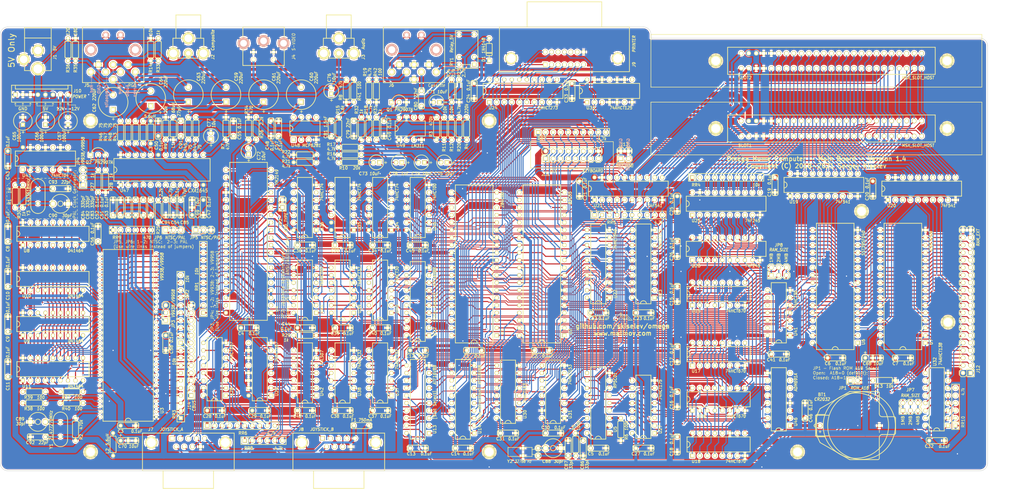
<source format=kicad_pcb>
(kicad_pcb (version 20171130) (host pcbnew 5.99.0+really5.1.10+dfsg1-1~bpo11+1)
  (layers (0 F.Cu signal) (31 B.Cu signal) (34 B.Paste user) (35 F.Paste user) (36 B.SilkS user) (37 F.SilkS user) (38 B.Mask user) (39 F.Mask user) (44 Edge.Cuts user))
  (net 0 "")
  (net 1 VCC)
  (net 2 GND)
  (net 3 "Net-(BT1-Pad1)")
  (net 4 /Processor/RTC_VCC)
  (net 5 VDD)
  (net 6 VSS)
  (net 7 /VDP/RED)
  (net 8 "Net-(C53-Pad2)")
  (net 9 /VDP/GREEN)
  (net 10 /VDP/BLUE)
  (net 11 "Net-(C57-Pad1)")
  (net 12 "Net-(C59-Pad1)")
  (net 13 "Net-(C60-Pad1)")
  (net 14 /VDP/CHROMA)
  (net 15 "Net-(C61-Pad1)")
  (net 16 /VDP/LUMA)
  (net 17 "Net-(C62-Pad1)")
  (net 18 /VDP/ROUT)
  (net 19 "Net-(C63-Pad1)")
  (net 20 /VDP/GOUT)
  (net 21 /VDP/BOUT)
  (net 22 /PSG_SND)
  (net 23 /KEY_CLICK)
  (net 24 "Net-(C74-Pad2)")
  (net 25 /SLT1_SND)
  (net 26 "Net-(C75-Pad2)")
  (net 27 /SLT2_SND)
  (net 28 /AUDIO)
  (net 29 /CAS_OUT)
  (net 30 "Net-(C81-Pad1)")
  (net 31 "Net-(C87-Pad2)")
  (net 32 "Net-(C89-Pad2)")
  (net 33 "Net-(C90-Pad2)")
  (net 34 "Net-(C91-Pad2)")
  (net 35 "Net-(C92-Pad2)")
  (net 36 "Net-(C93-Pad2)")
  (net 37 "Net-(D1-Pad2)")
  (net 38 /PSG/~FWD_A)
  (net 39 /PSG/~BCK_A)
  (net 40 /PSG/~LFT_A)
  (net 41 /PSG/~RGT_A)
  (net 42 /PSG/JOY_OUT_A)
  (net 43 /PSG/~TRG2_A)
  (net 44 /PSG/~TRG1_A)
  (net 45 /PSG/~FWD_B)
  (net 46 /PSG/~BCK_B)
  (net 47 /PSG/~LFT_B)
  (net 48 /PSG/~RGT_B)
  (net 49 /PSG/JOY_OUT_B)
  (net 50 /PSG/~TRG2_B)
  (net 51 /PSG/~TRG1_B)
  (net 52 /Processor/~STROBE)
  (net 53 "Net-(J9-Pad10)")
  (net 54 "Net-(J9-Pad12)")
  (net 55 "Net-(J9-Pad13)")
  (net 56 /PPI/COLUMN0)
  (net 57 /PPI/COLUMN1)
  (net 58 /PPI/COLUMN2)
  (net 59 /PPI/COLUMN3)
  (net 60 /PPI/COLUMN4)
  (net 61 /PPI/COLUMN5)
  (net 62 /PPI/COLUMN6)
  (net 63 /PPI/COLUMN7)
  (net 64 /KANA_LED)
  (net 65 /PPI/CAPS_LED)
  (net 66 /PPI/ROW_D)
  (net 67 /PPI/ROW_C)
  (net 68 /PPI/ROW_B)
  (net 69 /PPI/ROW_A)
  (net 70 /Memory/RAM_A18)
  (net 71 /Memory/RAM_A15)
  (net 72 /Memory/RAM_A16)
  (net 73 /Memory/RAM_A17)
  (net 74 /Memory/RAM_A14)
  (net 75 /~WR)
  (net 76 /A12)
  (net 77 /A13)
  (net 78 /A7)
  (net 79 /A8)
  (net 80 /A6)
  (net 81 /A9)
  (net 82 /A5)
  (net 83 /A11)
  (net 84 /A4)
  (net 85 /~RD)
  (net 86 /A3)
  (net 87 /A10)
  (net 88 /A2)
  (net 89 /Memory/MD7)
  (net 90 /A1)
  (net 91 /Memory/MD6)
  (net 92 /A0)
  (net 93 /Memory/MD5)
  (net 94 /Memory/MD4)
  (net 95 /Memory/MD0)
  (net 96 /Memory/MD3)
  (net 97 /Memory/MD1)
  (net 98 /Memory/MD2)
  (net 99 /Memory/~RAM1_CS)
  (net 100 /Memory/~RAM2_CS)
  (net 101 /Memory/~RAM3_CS)
  (net 102 /Memory/~RAM4_CS)
  (net 103 /Memory/~RAM5_CS)
  (net 104 /Memory/~RAM6_CS)
  (net 105 /Memory/~RAM7_CS)
  (net 106 /Memory/ROM_A18)
  (net 107 /PSG/KBD_TYPE)
  (net 108 "Net-(JP3-Pad1)")
  (net 109 /VDP/VIDEO)
  (net 110 "Net-(JP5-Pad2)")
  (net 111 /VDP/PAL_CLK)
  (net 112 "Net-(Q1-Pad2)")
  (net 113 /VDP/CSYNC)
  (net 114 "Net-(R1-Pad1)")
  (net 115 "Net-(R11-Pad1)")
  (net 116 /CAS_IN)
  (net 117 "Net-(R6-Pad1)")
  (net 118 "Net-(R9-Pad1)")
  (net 119 /CAS_MOT)
  (net 120 /VDP/~VWR)
  (net 121 /VDP/~CAS0)
  (net 122 /VDP/~CAS1)
  (net 123 /VDP/~RAS)
  (net 124 "Net-(R43-Pad2)")
  (net 125 /D0)
  (net 126 /D1)
  (net 127 /D2)
  (net 128 /D3)
  (net 129 /D4)
  (net 130 /D5)
  (net 131 /D6)
  (net 132 /D7)
  (net 133 /Processor/ALARM)
  (net 134 "Net-(RR2-Pad9)")
  (net 135 "Net-(RR2-Pad10)")
  (net 136 "Net-(RR3-Pad4)")
  (net 137 "Net-(RR3-Pad5)")
  (net 138 "Net-(RR3-Pad6)")
  (net 139 "Net-(RR3-Pad7)")
  (net 140 /~VDP_WAIT)
  (net 141 /Slots/BD0)
  (net 142 /Slots/BD1)
  (net 143 /Slots/BD2)
  (net 144 /Slots/BD3)
  (net 145 /Slots/BD4)
  (net 146 /Slots/BD5)
  (net 147 /Slots/BD6)
  (net 148 /Slots/BD7)
  (net 149 /~SLT_WAIT)
  (net 150 /~KBD_WAIT)
  (net 151 /Processor/~NMI)
  (net 152 /Processor/~BUSREQ)
  (net 153 /~SLT_INT)
  (net 154 /~BUSDIR1)
  (net 155 /~BUSDIR2)
  (net 156 /VDP/HSYNC)
  (net 157 "Net-(RY1-Pad1)")
  (net 158 /Slots/~CS1)
  (net 159 /Slots/~CS2)
  (net 160 /Slots/~CS12)
  (net 161 /~SLTSL1)
  (net 162 "Net-(SLOT1-Pad5)")
  (net 163 /Slots/~B_RFSH)
  (net 164 /Slots/~B_M1)
  (net 165 /Slots/~B_IORQ)
  (net 166 /Slots/~B_MREQ)
  (net 167 /Slots/~B_WR)
  (net 168 /Slots/~B_RD)
  (net 169 /Slots/~B_RESET)
  (net 170 "Net-(SLOT1-Pad16)")
  (net 171 /Slots/BA9)
  (net 172 /Slots/BA15)
  (net 173 /Slots/BA11)
  (net 174 /Slots/BA10)
  (net 175 /Slots/BA7)
  (net 176 /Slots/BA6)
  (net 177 /Slots/BA12)
  (net 178 /Slots/BA8)
  (net 179 /Slots/BA14)
  (net 180 /Slots/BA13)
  (net 181 /Slots/BA1)
  (net 182 /Slots/BA0)
  (net 183 /Slots/BA3)
  (net 184 /Slots/BA2)
  (net 185 /Slots/BA5)
  (net 186 /Slots/BA4)
  (net 187 /Slots/B_CLK)
  (net 188 /~SLTSL2)
  (net 189 "Net-(SLOT2-Pad5)")
  (net 190 "Net-(SLOT2-Pad16)")
  (net 191 /A14)
  (net 192 /A15)
  (net 193 /Processor/~INT)
  (net 194 "Net-(U1-Pad18)")
  (net 195 /~MREQ)
  (net 196 /~IORQ)
  (net 197 "Net-(U1-Pad23)")
  (net 198 /~WAIT)
  (net 199 /~RESET)
  (net 200 /~M1)
  (net 201 /~RFSH)
  (net 202 "Net-(U2-Pad1)")
  (net 203 "Net-(U2-Pad2)")
  (net 204 "Net-(U2-Pad3)")
  (net 205 "Net-(U2-Pad4)")
  (net 206 /~PPI_CS)
  (net 207 /RESET)
  (net 208 "Net-(U2-Pad37)")
  (net 209 "Net-(U2-Pad38)")
  (net 210 "Net-(U2-Pad39)")
  (net 211 "Net-(U2-Pad40)")
  (net 212 /CLK)
  (net 213 /~VDP_INT)
  (net 214 /VDP/~VDP_WR)
  (net 215 /VDP/~VDP_RD)
  (net 216 /VDP/VD0)
  (net 217 /VDP/VD1)
  (net 218 /VDP/VD2)
  (net 219 /VDP/VD3)
  (net 220 /VDP/VD4)
  (net 221 /VDP/VD5)
  (net 222 /VDP/VD6)
  (net 223 /VDP/VD7)
  (net 224 /VDP/VA0)
  (net 225 /VDP/VA1)
  (net 226 /VDP/VA2)
  (net 227 /VDP/VA3)
  (net 228 /VDP/VA4)
  (net 229 /VDP/VA5)
  (net 230 /VDP/VA6)
  (net 231 /VDP/VA7)
  (net 232 "Net-(U4-Pad2)")
  (net 233 "Net-(U4-Pad5)")
  (net 234 /PSG/JOY_SEL)
  (net 235 /PSG/JB3)
  (net 236 /PSG/JB2)
  (net 237 /PSG/JB1)
  (net 238 /PSG/JB0)
  (net 239 /PSG/JOY_TRG2)
  (net 240 /PSG/JOY_TRG1)
  (net 241 /PSG/JOY_LFT)
  (net 242 /PSG/JOY_RGT)
  (net 243 /PSG/JOY_BCK)
  (net 244 /PSG/JOY_FWD)
  (net 245 "Net-(U4-Pad26)")
  (net 246 /PSG/PSG_BDIR)
  (net 247 /PSG/PSG_BC1)
  (net 248 "Net-(U4-Pad39)")
  (net 249 /Processor/~RTC_CS_B)
  (net 250 "Net-(U27-Pad2)")
  (net 251 "Net-(U27-Pad7)")
  (net 252 "Net-(U27-Pad10)")
  (net 253 "Net-(U27-Pad15)")
  (net 254 /ROM_A16)
  (net 255 /~ROM_CS)
  (net 256 /ROM_A17)
  (net 257 /Memory/~RAM0_CS)
  (net 258 /Processor/~PRT_DAT_WR)
  (net 259 /Processor/~PRT_CMD_CS)
  (net 260 /~PAGE_CS)
  (net 261 /Processor/~RTC_CS)
  (net 262 /Processor/~RTC_AD_WR)
  (net 263 /~PSG_CS)
  (net 264 /~VDP_CS)
  (net 265 /PPI/SLT_A)
  (net 266 /PPI/SLT_B)
  (net 267 /PPI/SB_SLT_A)
  (net 268 /PPI/SB_SLT_B)
  (net 269 /PPI/~FFFF)
  (net 270 /~RAM_SL)
  (net 271 /~MEM_RD)
  (net 272 /PPI/~SLTSL3)
  (net 273 /Slots/SLT_DIR)
  (net 274 /~M1_WAIT)
  (net 275 /Memory/~PAGE_RD)
  (net 276 /Memory/~PAGE_WR)
  (net 277 /Memory/RAM_A21)
  (net 278 /Memory/RAM_A20)
  (net 279 /Memory/RAM_A19)
  (net 280 /PPI/~SUB_RD)
  (net 281 "Net-(U22-Pad2)")
  (net 282 "Net-(U22-Pad3)")
  (net 283 "Net-(U22-Pad4)")
  (net 284 "Net-(U22-Pad5)")
  (net 285 "Net-(U22-Pad6)")
  (net 286 "Net-(U22-Pad7)")
  (net 287 "Net-(U22-Pad8)")
  (net 288 "Net-(U22-Pad9)")
  (net 289 /PPI/~SUB_WR)
  (net 290 "Net-(U27-Pad3)")
  (net 291 "Net-(U27-Pad6)")
  (net 292 "Net-(U27-Pad11)")
  (net 293 "Net-(U27-Pad14)")
  (net 294 "Net-(U29-Pad9)")
  (net 295 "Net-(U29-Pad12)")
  (net 296 "Net-(U30-Pad1)")
  (net 297 /Processor/~PRT_BSY_RD)
  (net 298 "Net-(U33-Pad6)")
  (net 299 "Net-(U33-Pad8)")
  (net 300 "Net-(U33-Pad11)")
  (net 301 "Net-(U34-Pad4)")
  (net 302 "Net-(U34-Pad6)")
  (net 303 "Net-(U34-Pad8)")
  (net 304 /Processor/~PRT_STB_WR)
  (net 305 "Net-(U36-Pad1)")
  (net 306 "Net-(U36-Pad12)")
  (net 307 "Net-(U36-Pad6)")
  (net 308 "Net-(U36-Pad8)")
  (net 309 "Net-(U36-Pad9)")
  (net 310 /PPI/~SUB_REG_CS)
  (net 311 "Net-(U38-Pad5)")
  (net 312 "Net-(U43-Pad8)")
  (net 313 "Net-(U43-Pad10)")
  (net 314 "Net-(U43-Pad12)")
  (net 315 "Net-(U45-Pad1)")
  (net 316 "Net-(U45-Pad10)")
  (net 317 "Net-(U46-Pad5)")
  (net 318 "Net-(U46-Pad6)")
  (net 319 "Net-(U46-Pad7)")
  (net 320 "Net-(U46-Pad8)")
  (net 321 "Net-(U46-Pad10)")
  (net 322 "Net-(U46-Pad11)")
  (net 323 "Net-(U46-Pad14)")
  (net 324 "Net-(U47-Pad8)")
  (net 325 "Net-(U48-Pad1)")
  (net 326 "Net-(U48-Pad5)")
  (net 327 "Net-(U48-Pad8)")
  (net 328 "Net-(U49-Pad5)")
  (net 329 "Net-(U49-Pad6)")
  (net 330 "Net-(RR6-Pad10)")
  (net 331 /Processor/PD0)
  (net 332 /Processor/PD1)
  (net 333 /Processor/PD2)
  (net 334 /Processor/PD3)
  (net 335 /Processor/PD4)
  (net 336 /Processor/PD5)
  (net 337 /Processor/PD6)
  (net 338 /Processor/PD7)
  (net 339 "Net-(U38-Pad4)")
  (net 340 "Net-(U39-Pad8)")
  (net 341 "Net-(U39-Pad10)")
  (net 342 /VDP/SYNCIN)
  (net 343 "Net-(Q2-Pad3)")
  (net 344 "Net-(RR4-Pad2)")
  (net 345 "Net-(U35-Pad9)")
  (net 346 "Net-(U35-Pad6)")
  (net 347 "Net-(U35-Pad12)")
  (net 348 "Net-(RR5-Pad8)")
  (net 349 "Net-(C79-Pad1)")
  (net 350 "Net-(C80-Pad2)")
  (net 351 "Net-(R46-Pad2)")
  (net 352 "Net-(R47-Pad2)")
  (net 353 "Net-(J6-Pad6)")
  (net 354 "Net-(J6-Pad4)")
  (net 355 "Net-(J6-Pad7)")
  (net 356 /VDP/COMP)
  (net 357 /VDP/YS)
  (net 358 /VDP/AV)
  (net 359 "Net-(C51-Pad2)")
  (net 360 "Net-(C52-Pad2)")
  (net 361 "Net-(C54-Pad1)")
  (net 362 "Net-(C55-Pad1)")
  (net 363 "Net-(C56-Pad2)")
  (net 364 "Net-(C71-Pad1)")
  (net 365 "Net-(C72-Pad2)")
  (net 366 "Net-(C73-Pad2)")
  (net 367 "Net-(C76-Pad1)")
  (net 368 "Net-(C77-Pad1)")
  (net 369 "Net-(C78-Pad2)")
  (net 370 "Net-(C80-Pad1)")
  (net 371 "Net-(C81-Pad2)")
  (net 372 "Net-(C88-Pad2)")
  (net 373 "Net-(C91-Pad1)")
  (net 374 "Net-(C94-Pad1)")
  (net 375 "Net-(R20-Pad2)")
  (net 376 "Net-(R40-Pad2)")
  (net 377 "Net-(R48-Pad2)")
  (net 378 /PRT_BUSY)
  (net 379 VCCVDP)
  (net 380 VCCRGB)
  (net 381 "Net-(RR5-Pad5)")
  (net 382 "Net-(F1-Pad1)")
  (net 383 "Net-(C64-Pad1)")
  (net 384 "Net-(R29-Pad2)")
  (net 385 "Net-(R37-Pad2)")
  (net 386 "Net-(R38-Pad2)")
  (net 387 "Net-(R39-Pad2)")
  (net 388 "Net-(R44-Pad2)")
  (net 389 "Net-(R45-Pad2)")
  (net 390 "Net-(C86-Pad2)")
  (net 391 /VDP/CB4)
  (net 392 /VDP/CB3)
  (net 393 /VDP/CB2)
  (net 394 /VDP/CB1)
  (net 395 /VDP/CB0)
  (net 396 /VDP/CB7)
  (net 397 /VDP/CB6)
  (net 398 /VDP/CB5)
  (net 399 /VDP/CBDR)
  (net 400 /VDP/~DLCLK)
  (net 401 /VDP/~DHCLK)
  (net 402 "Net-(JP4-Pad1)")
  (net 403 "Net-(JP4-Pad3)")
  (net 404 "Net-(JP6-Pad1)")
  (net 405 "Net-(JP6-Pad2)")
  (net 406 "Net-(RR10-Pad5)")
  (net 407 "Net-(RR10-Pad6)")
  (module omega_components:Conn_Micro_Ribbon_14F (layer F.Cu) (at 203.2 12.7)
    (fp_text reference J9 (at 23.495 12.7 90) (layer F.SilkS) (effects (font (size 1.016 1.016) (thickness 0.2032))))
    (fp_text value PRINTER (at 23.495 5.715 90) (layer F.SilkS) (effects (font (size 1.016 0.9144) (thickness 0.2032) italic)))
    (pad 14 thru_hole circle (at 6.48 8.455) (size 1.524 1.524) (drill 1.0414) (layers *.Cu *.Mask F.SilkS) (net 2 GND))
    (pad 13 thru_hole circle (at 4.32 8.455) (size 1.524 1.524) (drill 1.0414) (layers *.Cu *.Mask F.SilkS) (net 55 "Net-(J9-Pad13)"))
    (pad 12 thru_hole circle (at 2.16 8.455) (size 1.524 1.524) (drill 1.0414) (layers *.Cu *.Mask F.SilkS) (net 54 "Net-(J9-Pad12)"))
    (pad 10 thru_hole circle (at -2.16 8.455) (size 1.524 1.524) (drill 1.0414) (layers *.Cu *.Mask F.SilkS) (net 53 "Net-(J9-Pad10)"))
    (pad 9 thru_hole circle (at -4.32 8.455) (size 1.524 1.524) (drill 1.0414) (layers *.Cu *.Mask F.SilkS) (net 338 /Processor/PD7))
    (pad 8 thru_hole circle (at -6.48 8.455) (size 1.524 1.524) (drill 1.0414) (layers *.Cu *.Mask F.SilkS) (net 337 /Processor/PD6))
    (pad 11 thru_hole circle (at 0 8.455) (size 1.524 1.524) (drill 1.0414) (layers *.Cu *.Mask F.SilkS) (net 378 /PRT_BUSY))
    (pad 7 thru_hole circle (at 6.48 12.745) (size 1.524 1.524) (drill 1.0414) (layers *.Cu *.Mask F.SilkS) (net 336 /Processor/PD5))
    (pad 6 thru_hole circle (at 4.32 12.745) (size 1.524 1.524) (drill 1.0414) (layers *.Cu *.Mask F.SilkS) (net 335 /Processor/PD4))
    (pad 5 thru_hole circle (at 2.16 12.745) (size 1.524 1.524) (drill 1.0414) (layers *.Cu *.Mask F.SilkS) (net 334 /Processor/PD3))
    (pad 4 thru_hole circle (at 0 12.745) (size 1.524 1.524) (drill 1.0414) (layers *.Cu *.Mask F.SilkS) (net 333 /Processor/PD2))
    (pad 3 thru_hole circle (at -2.16 12.745) (size 1.524 1.524) (drill 1.0414) (layers *.Cu *.Mask F.SilkS) (net 332 /Processor/PD1))
    (pad 2 thru_hole circle (at -4.32 12.745) (size 1.524 1.524) (drill 1.0414) (layers *.Cu *.Mask F.SilkS) (net 331 /Processor/PD0))
    (pad 1 thru_hole rect (at -6.48 12.745) (size 1.524 1.524) (drill 1.0414) (layers *.Cu *.Mask F.SilkS) (net 52 /Processor/~STROBE))
    (pad GND thru_hole circle (at -18 10.6) (size 4.04876 4.04876) (drill 3.05054) (layers *.Cu *.Mask F.SilkS) (net 2 GND))
    (pad GND thru_hole circle (at 18 10.6) (size 4.04876 4.04876) (drill 3.05054) (layers *.Cu *.Mask F.SilkS) (net 2 GND))
  )
  (module omega_components:Conn_Edge_50P (layer F.Cu) (at 293.37 24.13 180)
    (fp_text reference SLOT2 (at 29.21 -5.715 180) (layer F.SilkS) (effects (font (size 1.016 1.016) (thickness 0.2032))))
    (fp_text value MSX_SLOT_HOST (at -29.21 -5.715 180) (layer F.SilkS) (effects (font (size 1.016 0.9144) (thickness 0.2032) italic)))
    (pad 50 thru_hole circle (at 30.48 -2.54) (size 1.524 1.524) (drill 1.016) (layers *.Cu *.Mask F.SilkS) (net 6 VSS))
    (pad 49 thru_hole circle (at 30.48 2.54) (size 1.524 1.524) (drill 1.016) (layers *.Cu *.Mask F.SilkS) (net 27 /SLT2_SND))
    (pad 48 thru_hole circle (at 27.94 -2.54) (size 1.524 1.524) (drill 1.016) (layers *.Cu *.Mask F.SilkS) (net 5 VDD))
    (pad 47 thru_hole circle (at 27.94 2.54) (size 1.524 1.524) (drill 1.016) (layers *.Cu *.Mask F.SilkS) (net 1 VCC))
    (pad 46 thru_hole circle (at 25.4 -2.54) (size 1.524 1.524) (drill 1.016) (layers *.Cu *.Mask F.SilkS) (net 2 GND))
    (pad 45 thru_hole circle (at 25.4 2.54) (size 1.524 1.524) (drill 1.016) (layers *.Cu *.Mask F.SilkS) (net 1 VCC))
    (pad 44 thru_hole circle (at 22.86 -2.54) (size 1.524 1.524) (drill 1.016) (layers *.Cu *.Mask F.SilkS) (net 2 GND))
    (pad 43 thru_hole circle (at 22.86 2.54) (size 1.524 1.524) (drill 1.016) (layers *.Cu *.Mask F.SilkS) (net 2 GND))
    (pad 42 thru_hole circle (at 20.32 -2.54) (size 1.524 1.524) (drill 1.016) (layers *.Cu *.Mask F.SilkS) (net 187 /Slots/B_CLK))
    (pad 41 thru_hole circle (at 20.32 2.54) (size 1.524 1.524) (drill 1.016) (layers *.Cu *.Mask F.SilkS) (net 2 GND))
    (pad 40 thru_hole circle (at 17.78 -2.54) (size 1.524 1.524) (drill 1.016) (layers *.Cu *.Mask F.SilkS) (net 147 /Slots/BD6))
    (pad 39 thru_hole circle (at 17.78 2.54) (size 1.524 1.524) (drill 1.016) (layers *.Cu *.Mask F.SilkS) (net 148 /Slots/BD7))
    (pad 38 thru_hole circle (at 15.24 -2.54) (size 1.524 1.524) (drill 1.016) (layers *.Cu *.Mask F.SilkS) (net 145 /Slots/BD4))
    (pad 37 thru_hole circle (at 15.24 2.54) (size 1.524 1.524) (drill 1.016) (layers *.Cu *.Mask F.SilkS) (net 146 /Slots/BD5))
    (pad 36 thru_hole circle (at 12.7 -2.54) (size 1.524 1.524) (drill 1.016) (layers *.Cu *.Mask F.SilkS) (net 143 /Slots/BD2))
    (pad 35 thru_hole circle (at 12.7 2.54) (size 1.524 1.524) (drill 1.016) (layers *.Cu *.Mask F.SilkS) (net 144 /Slots/BD3))
    (pad 34 thru_hole circle (at 10.16 -2.54) (size 1.524 1.524) (drill 1.016) (layers *.Cu *.Mask F.SilkS) (net 141 /Slots/BD0))
    (pad 33 thru_hole circle (at 10.16 2.54) (size 1.524 1.524) (drill 1.016) (layers *.Cu *.Mask F.SilkS) (net 142 /Slots/BD1))
    (pad 32 thru_hole circle (at 7.62 -2.54) (size 1.524 1.524) (drill 1.016) (layers *.Cu *.Mask F.SilkS) (net 186 /Slots/BA4))
    (pad 31 thru_hole circle (at 7.62 2.54) (size 1.524 1.524) (drill 1.016) (layers *.Cu *.Mask F.SilkS) (net 185 /Slots/BA5))
    (pad 30 thru_hole circle (at 5.08 -2.54) (size 1.524 1.524) (drill 1.016) (layers *.Cu *.Mask F.SilkS) (net 184 /Slots/BA2))
    (pad 29 thru_hole circle (at 5.08 2.54) (size 1.524 1.524) (drill 1.016) (layers *.Cu *.Mask F.SilkS) (net 183 /Slots/BA3))
    (pad 28 thru_hole circle (at 2.54 -2.54) (size 1.524 1.524) (drill 1.016) (layers *.Cu *.Mask F.SilkS) (net 182 /Slots/BA0))
    (pad 27 thru_hole circle (at 2.54 2.54) (size 1.524 1.524) (drill 1.016) (layers *.Cu *.Mask F.SilkS) (net 181 /Slots/BA1))
    (pad 26 thru_hole circle (at 0 -2.54) (size 1.524 1.524) (drill 1.016) (layers *.Cu *.Mask F.SilkS) (net 180 /Slots/BA13))
    (pad 25 thru_hole circle (at 0 2.54) (size 1.524 1.524) (drill 1.016) (layers *.Cu *.Mask F.SilkS) (net 179 /Slots/BA14))
    (pad 24 thru_hole circle (at -2.54 -2.54) (size 1.524 1.524) (drill 1.016) (layers *.Cu *.Mask F.SilkS) (net 178 /Slots/BA8))
    (pad 23 thru_hole circle (at -2.54 2.54) (size 1.524 1.524) (drill 1.016) (layers *.Cu *.Mask F.SilkS) (net 177 /Slots/BA12))
    (pad 22 thru_hole circle (at -5.08 -2.54) (size 1.524 1.524) (drill 1.016) (layers *.Cu *.Mask F.SilkS) (net 176 /Slots/BA6))
    (pad 21 thru_hole circle (at -5.08 2.54) (size 1.524 1.524) (drill 1.016) (layers *.Cu *.Mask F.SilkS) (net 175 /Slots/BA7))
    (pad 20 thru_hole circle (at -7.62 -2.54) (size 1.524 1.524) (drill 1.016) (layers *.Cu *.Mask F.SilkS) (net 174 /Slots/BA10))
    (pad 19 thru_hole circle (at -7.62 2.54) (size 1.524 1.524) (drill 1.016) (layers *.Cu *.Mask F.SilkS) (net 173 /Slots/BA11))
    (pad 18 thru_hole circle (at -10.16 -2.54) (size 1.524 1.524) (drill 1.016) (layers *.Cu *.Mask F.SilkS) (net 172 /Slots/BA15))
    (pad 17 thru_hole circle (at -10.16 2.54) (size 1.524 1.524) (drill 1.016) (layers *.Cu *.Mask F.SilkS) (net 171 /Slots/BA9))
    (pad 16 thru_hole circle (at -12.7 -2.54) (size 1.524 1.524) (drill 1.016) (layers *.Cu *.Mask F.SilkS) (net 190 "Net-(SLOT2-Pad16)"))
    (pad 15 thru_hole circle (at -12.7 2.54) (size 1.524 1.524) (drill 1.016) (layers *.Cu *.Mask F.SilkS) (net 169 /Slots/~B_RESET))
    (pad 14 thru_hole circle (at -15.24 -2.54) (size 1.524 1.524) (drill 1.016) (layers *.Cu *.Mask F.SilkS) (net 168 /Slots/~B_RD))
    (pad 13 thru_hole circle (at -15.24 2.54) (size 1.524 1.524) (drill 1.016) (layers *.Cu *.Mask F.SilkS) (net 167 /Slots/~B_WR))
    (pad 12 thru_hole circle (at -17.78 -2.54) (size 1.524 1.524) (drill 1.016) (layers *.Cu *.Mask F.SilkS) (net 166 /Slots/~B_MREQ))
    (pad 11 thru_hole circle (at -17.78 2.54) (size 1.524 1.524) (drill 1.016) (layers *.Cu *.Mask F.SilkS) (net 165 /Slots/~B_IORQ))
    (pad 10 thru_hole circle (at -20.32 -2.54) (size 1.524 1.524) (drill 1.016) (layers *.Cu *.Mask F.SilkS) (net 155 /~BUSDIR2))
    (pad 9 thru_hole circle (at -20.32 2.54) (size 1.524 1.524) (drill 1.016) (layers *.Cu *.Mask F.SilkS) (net 164 /Slots/~B_M1))
    (pad 8 thru_hole circle (at -22.86 -2.54) (size 1.524 1.524) (drill 1.016) (layers *.Cu *.Mask F.SilkS) (net 153 /~SLT_INT))
    (pad 7 thru_hole circle (at -22.86 2.54) (size 1.524 1.524) (drill 1.016) (layers *.Cu *.Mask F.SilkS) (net 149 /~SLT_WAIT))
    (pad 6 thru_hole circle (at -25.4 -2.54) (size 1.524 1.524) (drill 1.016) (layers *.Cu *.Mask F.SilkS) (net 163 /Slots/~B_RFSH))
    (pad 5 thru_hole circle (at -25.4 2.54) (size 1.524 1.524) (drill 1.016) (layers *.Cu *.Mask F.SilkS) (net 189 "Net-(SLOT2-Pad5)"))
    (pad 4 thru_hole circle (at -27.94 -2.54) (size 1.524 1.524) (drill 1.016) (layers *.Cu *.Mask F.SilkS) (net 188 /~SLTSL2))
    (pad 3 thru_hole circle (at -27.94 2.54) (size 1.524 1.524) (drill 1.016) (layers *.Cu *.Mask F.SilkS) (net 160 /Slots/~CS12))
    (pad 2 thru_hole circle (at -30.48 -2.54) (size 1.524 1.524) (drill 1.016) (layers *.Cu *.Mask F.SilkS) (net 159 /Slots/~CS2))
    (pad 1 thru_hole circle (at -30.48 2.54) (size 1.524 1.524) (drill 1.016) (layers *.Cu *.Mask F.SilkS) (net 158 /Slots/~CS1))
  )
  (module omega_components:Conn_Edge_50P (layer F.Cu) (at 293.37 46.99 180)
    (fp_text reference SLOT1 (at 29.21 -5.715 180) (layer F.SilkS) (effects (font (size 1.016 1.016) (thickness 0.2032))))
    (fp_text value MSX_SLOT_HOST (at -29.21 -5.715 180) (layer F.SilkS) (effects (font (size 1.016 0.9144) (thickness 0.2032) italic)))
    (pad 50 thru_hole circle (at 30.48 -2.54) (size 1.524 1.524) (drill 1.016) (layers *.Cu *.Mask F.SilkS) (net 6 VSS))
    (pad 49 thru_hole circle (at 30.48 2.54) (size 1.524 1.524) (drill 1.016) (layers *.Cu *.Mask F.SilkS) (net 25 /SLT1_SND))
    (pad 48 thru_hole circle (at 27.94 -2.54) (size 1.524 1.524) (drill 1.016) (layers *.Cu *.Mask F.SilkS) (net 5 VDD))
    (pad 47 thru_hole circle (at 27.94 2.54) (size 1.524 1.524) (drill 1.016) (layers *.Cu *.Mask F.SilkS) (net 1 VCC))
    (pad 46 thru_hole circle (at 25.4 -2.54) (size 1.524 1.524) (drill 1.016) (layers *.Cu *.Mask F.SilkS) (net 2 GND))
    (pad 45 thru_hole circle (at 25.4 2.54) (size 1.524 1.524) (drill 1.016) (layers *.Cu *.Mask F.SilkS) (net 1 VCC))
    (pad 44 thru_hole circle (at 22.86 -2.54) (size 1.524 1.524) (drill 1.016) (layers *.Cu *.Mask F.SilkS) (net 2 GND))
    (pad 43 thru_hole circle (at 22.86 2.54) (size 1.524 1.524) (drill 1.016) (layers *.Cu *.Mask F.SilkS) (net 2 GND))
    (pad 42 thru_hole circle (at 20.32 -2.54) (size 1.524 1.524) (drill 1.016) (layers *.Cu *.Mask F.SilkS) (net 187 /Slots/B_CLK))
    (pad 41 thru_hole circle (at 20.32 2.54) (size 1.524 1.524) (drill 1.016) (layers *.Cu *.Mask F.SilkS) (net 2 GND))
    (pad 40 thru_hole circle (at 17.78 -2.54) (size 1.524 1.524) (drill 1.016) (layers *.Cu *.Mask F.SilkS) (net 147 /Slots/BD6))
    (pad 39 thru_hole circle (at 17.78 2.54) (size 1.524 1.524) (drill 1.016) (layers *.Cu *.Mask F.SilkS) (net 148 /Slots/BD7))
    (pad 38 thru_hole circle (at 15.24 -2.54) (size 1.524 1.524) (drill 1.016) (layers *.Cu *.Mask F.SilkS) (net 145 /Slots/BD4))
    (pad 37 thru_hole circle (at 15.24 2.54) (size 1.524 1.524) (drill 1.016) (layers *.Cu *.Mask F.SilkS) (net 146 /Slots/BD5))
    (pad 36 thru_hole circle (at 12.7 -2.54) (size 1.524 1.524) (drill 1.016) (layers *.Cu *.Mask F.SilkS) (net 143 /Slots/BD2))
    (pad 35 thru_hole circle (at 12.7 2.54) (size 1.524 1.524) (drill 1.016) (layers *.Cu *.Mask F.SilkS) (net 144 /Slots/BD3))
    (pad 34 thru_hole circle (at 10.16 -2.54) (size 1.524 1.524) (drill 1.016) (layers *.Cu *.Mask F.SilkS) (net 141 /Slots/BD0))
    (pad 33 thru_hole circle (at 10.16 2.54) (size 1.524 1.524) (drill 1.016) (layers *.Cu *.Mask F.SilkS) (net 142 /Slots/BD1))
    (pad 32 thru_hole circle (at 7.62 -2.54) (size 1.524 1.524) (drill 1.016) (layers *.Cu *.Mask F.SilkS) (net 186 /Slots/BA4))
    (pad 31 thru_hole circle (at 7.62 2.54) (size 1.524 1.524) (drill 1.016) (layers *.Cu *.Mask F.SilkS) (net 185 /Slots/BA5))
    (pad 30 thru_hole circle (at 5.08 -2.54) (size 1.524 1.524) (drill 1.016) (layers *.Cu *.Mask F.SilkS) (net 184 /Slots/BA2))
    (pad 29 thru_hole circle (at 5.08 2.54) (size 1.524 1.524) (drill 1.016) (layers *.Cu *.Mask F.SilkS) (net 183 /Slots/BA3))
    (pad 28 thru_hole circle (at 2.54 -2.54) (size 1.524 1.524) (drill 1.016) (layers *.Cu *.Mask F.SilkS) (net 182 /Slots/BA0))
    (pad 27 thru_hole circle (at 2.54 2.54) (size 1.524 1.524) (drill 1.016) (layers *.Cu *.Mask F.SilkS) (net 181 /Slots/BA1))
    (pad 26 thru_hole circle (at 0 -2.54) (size 1.524 1.524) (drill 1.016) (layers *.Cu *.Mask F.SilkS) (net 180 /Slots/BA13))
    (pad 25 thru_hole circle (at 0 2.54) (size 1.524 1.524) (drill 1.016) (layers *.Cu *.Mask F.SilkS) (net 179 /Slots/BA14))
    (pad 24 thru_hole circle (at -2.54 -2.54) (size 1.524 1.524) (drill 1.016) (layers *.Cu *.Mask F.SilkS) (net 178 /Slots/BA8))
    (pad 23 thru_hole circle (at -2.54 2.54) (size 1.524 1.524) (drill 1.016) (layers *.Cu *.Mask F.SilkS) (net 177 /Slots/BA12))
    (pad 22 thru_hole circle (at -5.08 -2.54) (size 1.524 1.524) (drill 1.016) (layers *.Cu *.Mask F.SilkS) (net 176 /Slots/BA6))
    (pad 21 thru_hole circle (at -5.08 2.54) (size 1.524 1.524) (drill 1.016) (layers *.Cu *.Mask F.SilkS) (net 175 /Slots/BA7))
    (pad 20 thru_hole circle (at -7.62 -2.54) (size 1.524 1.524) (drill 1.016) (layers *.Cu *.Mask F.SilkS) (net 174 /Slots/BA10))
    (pad 19 thru_hole circle (at -7.62 2.54) (size 1.524 1.524) (drill 1.016) (layers *.Cu *.Mask F.SilkS) (net 173 /Slots/BA11))
    (pad 18 thru_hole circle (at -10.16 -2.54) (size 1.524 1.524) (drill 1.016) (layers *.Cu *.Mask F.SilkS) (net 172 /Slots/BA15))
    (pad 17 thru_hole circle (at -10.16 2.54) (size 1.524 1.524) (drill 1.016) (layers *.Cu *.Mask F.SilkS) (net 171 /Slots/BA9))
    (pad 16 thru_hole circle (at -12.7 -2.54) (size 1.524 1.524) (drill 1.016) (layers *.Cu *.Mask F.SilkS) (net 170 "Net-(SLOT1-Pad16)"))
    (pad 15 thru_hole circle (at -12.7 2.54) (size 1.524 1.524) (drill 1.016) (layers *.Cu *.Mask F.SilkS) (net 169 /Slots/~B_RESET))
    (pad 14 thru_hole circle (at -15.24 -2.54) (size 1.524 1.524) (drill 1.016) (layers *.Cu *.Mask F.SilkS) (net 168 /Slots/~B_RD))
    (pad 13 thru_hole circle (at -15.24 2.54) (size 1.524 1.524) (drill 1.016) (layers *.Cu *.Mask F.SilkS) (net 167 /Slots/~B_WR))
    (pad 12 thru_hole circle (at -17.78 -2.54) (size 1.524 1.524) (drill 1.016) (layers *.Cu *.Mask F.SilkS) (net 166 /Slots/~B_MREQ))
    (pad 11 thru_hole circle (at -17.78 2.54) (size 1.524 1.524) (drill 1.016) (layers *.Cu *.Mask F.SilkS) (net 165 /Slots/~B_IORQ))
    (pad 10 thru_hole circle (at -20.32 -2.54) (size 1.524 1.524) (drill 1.016) (layers *.Cu *.Mask F.SilkS) (net 154 /~BUSDIR1))
    (pad 9 thru_hole circle (at -20.32 2.54) (size 1.524 1.524) (drill 1.016) (layers *.Cu *.Mask F.SilkS) (net 164 /Slots/~B_M1))
    (pad 8 thru_hole circle (at -22.86 -2.54) (size 1.524 1.524) (drill 1.016) (layers *.Cu *.Mask F.SilkS) (net 153 /~SLT_INT))
    (pad 7 thru_hole circle (at -22.86 2.54) (size 1.524 1.524) (drill 1.016) (layers *.Cu *.Mask F.SilkS) (net 149 /~SLT_WAIT))
    (pad 6 thru_hole circle (at -25.4 -2.54) (size 1.524 1.524) (drill 1.016) (layers *.Cu *.Mask F.SilkS) (net 163 /Slots/~B_RFSH))
    (pad 5 thru_hole circle (at -25.4 2.54) (size 1.524 1.524) (drill 1.016) (layers *.Cu *.Mask F.SilkS) (net 162 "Net-(SLOT1-Pad5)"))
    (pad 4 thru_hole circle (at -27.94 -2.54) (size 1.524 1.524) (drill 1.016) (layers *.Cu *.Mask F.SilkS) (net 161 /~SLTSL1))
    (pad 3 thru_hole circle (at -27.94 2.54) (size 1.524 1.524) (drill 1.016) (layers *.Cu *.Mask F.SilkS) (net 160 /Slots/~CS12))
    (pad 2 thru_hole circle (at -30.48 -2.54) (size 1.524 1.524) (drill 1.016) (layers *.Cu *.Mask F.SilkS) (net 159 /Slots/~CS2))
    (pad 1 thru_hole circle (at -30.48 2.54) (size 1.524 1.524) (drill 1.016) (layers *.Cu *.Mask F.SilkS) (net 158 /Slots/~CS1))
  )
  (module omega_components:Hole_3mm (layer F.Cu) (at 177.8 44.45)
    (fp_text reference HOLE2 hide)
    (fp_text value HOLE hide)
    (pad 1 thru_hole circle (at 0 0) (size 4.064 4.064) (drill 3.048) (layers *.Cu *.Mask F.SilkS) (net 2 GND))
  )
  (module omega_components:Hole_3mm (layer F.Cu) (at 303.53 74.93)
    (fp_text reference HOLE3 hide)
    (fp_text value HOLE hide)
    (pad 1 thru_hole circle (at 0 0) (size 4.064 4.064) (drill 3.048) (layers *.Cu *.Mask F.SilkS) (net 2 GND))
  )
  (module omega_components:Hole_3mm (layer F.Cu) (at 43.18 156.21)
    (fp_text reference HOLE4 hide)
    (fp_text value HOLE hide)
    (pad 1 thru_hole circle (at 0 0) (size 4.064 4.064) (drill 3.048) (layers *.Cu *.Mask F.SilkS) (net 2 GND))
  )
  (module omega_components:Hole_3mm (layer F.Cu) (at 177.8 156.21)
    (fp_text reference HOLE5 hide)
    (fp_text value HOLE hide)
    (pad 1 thru_hole circle (at 0 0) (size 4.064 4.064) (drill 3.048) (layers *.Cu *.Mask F.SilkS) (net 2 GND))
  )
  (module omega_components:Hole_3mm (layer F.Cu) (at 281.94 156.21)
    (fp_text reference HOLE6 hide)
    (fp_text value HOLE hide)
    (pad 1 thru_hole circle (at 0 0) (size 4.064 4.064) (drill 3.048) (layers *.Cu *.Mask F.SilkS) (net 2 GND))
  )
  (module omega_components:Hole_3mm (layer F.Cu) (at 332.74 112.395)
    (fp_text reference HOLE7 hide)
    (fp_text value HOLE hide)
    (pad 1 thru_hole circle (at 0 0) (size 4.064 4.064) (drill 3.048) (layers *.Cu *.Mask F.SilkS) (net 2 GND))
  )
  (module omega_components:Hole_3mm (layer F.Cu) (at 254.3175 24.13)
    (fp_text reference HOLE8 hide)
    (fp_text value HOLE hide)
    (pad 1 thru_hole circle (at 0 0) (size 4.064 4.064) (drill 3.048) (layers *.Cu *.Mask F.SilkS) (net 2 GND))
  )
  (module omega_components:Hole_3mm (layer F.Cu) (at 332.4225 24.13)
    (fp_text reference HOLE9 hide)
    (fp_text value HOLE hide)
    (pad 1 thru_hole circle (at 0 0) (size 4.064 4.064) (drill 3.048) (layers *.Cu *.Mask F.SilkS) (net 2 GND))
  )
  (module omega_components:Hole_3mm (layer F.Cu) (at 254.3175 46.99)
    (fp_text reference HOLE10 hide)
    (fp_text value HOLE hide)
    (pad 1 thru_hole circle (at 0 0) (size 4.064 4.064) (drill 3.048) (layers *.Cu *.Mask F.SilkS) (net 2 GND))
  )
  (module omega_components:Hole_3mm (layer F.Cu) (at 332.4225 46.99)
    (fp_text reference HOLE11 hide)
    (fp_text value HOLE hide)
    (pad 1 thru_hole circle (at 0 0) (size 4.064 4.064) (drill 3.048) (layers *.Cu *.Mask F.SilkS) (net 2 GND))
  )
  (module omega_components:Hole_3mm (layer F.Cu) (at 43.18 44.45)
    (fp_text reference HOLE1 hide)
    (fp_text value HOLE hide)
    (pad 1 thru_hole circle (at 0 0) (size 4.064 4.064) (drill 3.048) (layers *.Cu *.Mask F.SilkS) (net 2 GND))
  )
  (module omega_components:Conn_Pin_Header_8x2_2.54mm (layer F.Cu) (at 205.74 55.88)
    (fp_text reference J11 (at -6.35 5.3975) (layer F.SilkS) (effects (font (size 1.016 1.016) (thickness 0.2032))))
    (fp_text value KEYBOARD (at 6.985 5.3975) (layer F.SilkS) (effects (font (size 1.016 0.9144) (thickness 0.2032) italic)))
    (pad 16 thru_hole circle (at 8.89 -1.27) (size 1.524 1.524) (drill 1.016) (layers *.Cu *.Mask F.SilkS) (net 2 GND))
    (pad 15 thru_hole circle (at 8.89 1.27) (size 1.524 1.524) (drill 1.016) (layers *.Cu *.Mask F.SilkS) (net 63 /PPI/COLUMN7))
    (pad 14 thru_hole circle (at 6.35 -1.27) (size 1.524 1.524) (drill 1.016) (layers *.Cu *.Mask F.SilkS) (net 64 /KANA_LED))
    (pad 13 thru_hole circle (at 6.35 1.27) (size 1.524 1.524) (drill 1.016) (layers *.Cu *.Mask F.SilkS) (net 62 /PPI/COLUMN6))
    (pad 12 thru_hole circle (at 3.81 -1.27) (size 1.524 1.524) (drill 1.016) (layers *.Cu *.Mask F.SilkS) (net 65 /PPI/CAPS_LED))
    (pad 11 thru_hole circle (at 3.81 1.27) (size 1.524 1.524) (drill 1.016) (layers *.Cu *.Mask F.SilkS) (net 61 /PPI/COLUMN5))
    (pad 10 thru_hole circle (at 1.27 -1.27) (size 1.524 1.524) (drill 1.016) (layers *.Cu *.Mask F.SilkS) (net 66 /PPI/ROW_D))
    (pad 9 thru_hole circle (at 1.27 1.27) (size 1.524 1.524) (drill 1.016) (layers *.Cu *.Mask F.SilkS) (net 60 /PPI/COLUMN4))
    (pad 8 thru_hole circle (at -1.27 -1.27) (size 1.524 1.524) (drill 1.016) (layers *.Cu *.Mask F.SilkS) (net 67 /PPI/ROW_C))
    (pad 7 thru_hole circle (at -1.27 1.27) (size 1.524 1.524) (drill 1.016) (layers *.Cu *.Mask F.SilkS) (net 59 /PPI/COLUMN3))
    (pad 6 thru_hole circle (at -3.81 -1.27) (size 1.524 1.524) (drill 1.016) (layers *.Cu *.Mask F.SilkS) (net 68 /PPI/ROW_B))
    (pad 5 thru_hole circle (at -3.81 1.27) (size 1.524 1.524) (drill 1.016) (layers *.Cu *.Mask F.SilkS) (net 58 /PPI/COLUMN2))
    (pad 4 thru_hole circle (at -6.35 -1.27) (size 1.524 1.524) (drill 1.016) (layers *.Cu *.Mask F.SilkS) (net 69 /PPI/ROW_A))
    (pad 3 thru_hole circle (at -6.35 1.27) (size 1.524 1.524) (drill 1.016) (layers *.Cu *.Mask F.SilkS) (net 57 /PPI/COLUMN1))
    (pad 2 thru_hole circle (at -8.89 -1.27) (size 1.524 1.524) (drill 1.016) (layers *.Cu *.Mask F.SilkS) (net 1 VCC))
    (pad 1 thru_hole rect (at -8.89 1.27) (size 1.524 1.524) (drill 1.016) (layers *.Cu *.Mask F.SilkS) (net 56 /PPI/COLUMN0))
  )
  (module omega_components:Conn_DIN_8pin (layer F.Cu) (at 50.8 12.7)
    (fp_text reference J5 (at -8.89 19.685) (layer F.SilkS) (effects (font (size 1.016 1.016) (thickness 0.2032))))
    (fp_text value RGB (at 6.35 19.685) (layer F.SilkS) (effects (font (size 1.016 0.9144) (thickness 0.1524) italic)))
    (pad ~ thru_hole circle (at 2.5 2.7 180) (size 2.3 2.3) (drill 1.3) (layers *.Cu *.SilkS *.Mask))
    (pad ~ thru_hole circle (at 7.5 7.7 180) (size 4 4) (drill 2.4) (layers *.Cu *.SilkS *.Mask))
    (pad ~ thru_hole circle (at -2.5 2.7 180) (size 2.3 2.3) (drill 1.3) (layers *.Cu *.SilkS *.Mask))
    (pad 7 thru_hole circle (at 7.5 15.2 180) (size 2.3 2.3) (drill 1.3) (layers *.Cu *.Mask F.SilkS) (net 20 /VDP/GOUT))
    (pad 4 thru_hole circle (at -2.5 15.2 180) (size 2.3 2.3) (drill 1.3) (layers *.Cu *.Mask F.SilkS) (net 356 /VDP/COMP))
    (pad ~ thru_hole circle (at -7.5 7.7 180) (size 4 4) (drill 2.4) (layers *.Cu *.SilkS *.Mask))
    (pad 3 thru_hole circle (at 5 12.7 180) (size 2.3 2.3) (drill 1.3) (layers *.Cu *.Mask F.SilkS) (net 358 /VDP/AV))
    (pad 5 thru_hole circle (at 2.5 15.2 180) (size 2.3 2.3) (drill 1.3) (layers *.Cu *.Mask F.SilkS) (net 357 /VDP/YS))
    (pad 8 thru_hole circle (at 0 17.7 180) (size 2.3 2.3) (drill 1.3) (layers *.Cu *.Mask F.SilkS) (net 21 /VDP/BOUT))
    (pad 6 thru_hole circle (at -7.5 15.2 180) (size 2.3 2.3) (drill 1.3) (layers *.Cu *.Mask F.SilkS) (net 18 /VDP/ROUT))
    (pad 1 thru_hole circle (at -5 12.7 180) (size 2.3 2.3) (drill 1.3) (layers *.Cu *.Mask F.SilkS) (net 2 GND))
    (pad 2 thru_hole circle (at 0 12.7 180) (size 2.3 2.3) (drill 1.3) (layers *.Cu *.Mask F.SilkS) (net 28 /AUDIO))
  )
  (module omega_components:Conn_DIN_8pin (layer F.Cu) (at 152.4 12.7)
    (fp_text reference J6 (at -7.62 19.685) (layer F.SilkS) (effects (font (size 1.016 1.016) (thickness 0.2032))))
    (fp_text value Cassette (at 7.62 19.685) (layer F.SilkS) (effects (font (size 1.016 0.9144) (thickness 0.1524) italic)))
    (pad ~ thru_hole circle (at 2.5 2.7 180) (size 2.3 2.3) (drill 1.3) (layers *.Cu *.SilkS *.Mask))
    (pad ~ thru_hole circle (at 7.5 7.7 180) (size 4 4) (drill 2.4) (layers *.Cu *.SilkS *.Mask))
    (pad ~ thru_hole circle (at -2.5 2.7 180) (size 2.3 2.3) (drill 1.3) (layers *.Cu *.SilkS *.Mask))
    (pad 7 thru_hole circle (at 7.5 15.2 180) (size 2.3 2.3) (drill 1.3) (layers *.Cu *.Mask F.SilkS) (net 355 "Net-(J6-Pad7)"))
    (pad 4 thru_hole circle (at -2.5 15.2 180) (size 2.3 2.3) (drill 1.3) (layers *.Cu *.Mask F.SilkS) (net 354 "Net-(J6-Pad4)"))
    (pad ~ thru_hole circle (at -7.5 7.7 180) (size 4 4) (drill 2.4) (layers *.Cu *.SilkS *.Mask))
    (pad 3 thru_hole circle (at 5 12.7 180) (size 2.3 2.3) (drill 1.3) (layers *.Cu *.Mask F.SilkS) (net 2 GND))
    (pad 5 thru_hole circle (at 2.5 15.2 180) (size 2.3 2.3) (drill 1.3) (layers *.Cu *.Mask F.SilkS) (net 370 "Net-(C80-Pad1)"))
    (pad 8 thru_hole circle (at 0 17.7 180) (size 2.3 2.3) (drill 1.3) (layers *.Cu *.Mask F.SilkS) (net 2 GND))
    (pad 6 thru_hole circle (at -7.5 15.2 180) (size 2.3 2.3) (drill 1.3) (layers *.Cu *.Mask F.SilkS) (net 353 "Net-(J6-Pad6)"))
    (pad 1 thru_hole circle (at -5 12.7 180) (size 2.3 2.3) (drill 1.3) (layers *.Cu *.Mask F.SilkS) (net 2 GND))
    (pad 2 thru_hole circle (at 0 12.7 180) (size 2.3 2.3) (drill 1.3) (layers *.Cu *.Mask F.SilkS) (net 2 GND))
  )
  (module omega_components:Relay_SPDT (layer F.Cu) (at 170.18 20.32 90)
    (fp_text reference RY1 (at -4.1275 -5.08 90) (layer F.SilkS) (effects (font (size 1.016 1.016) (thickness 0.2032))))
    (fp_text value Relay_5V (at 1.905 -5.08 90) (layer F.SilkS) (effects (font (size 1.016 0.9144) (thickness 0.2032) italic)))
    (pad 10 thru_hole circle (at -5.08 -2.54 90) (size 1.397 1.397) (drill 0.8128) (layers *.Cu *.Mask F.SilkS) (net 355 "Net-(J6-Pad7)"))
    (pad 9 thru_hole circle (at -2.54 -2.54 90) (size 1.397 1.397) (drill 0.8128) (layers *.Cu *.Mask F.SilkS) (net 37 "Net-(D1-Pad2)"))
    (pad 6 thru_hole circle (at 5.08 -2.54 90) (size 1.397 1.397) (drill 0.8128) (layers *.Cu *.Mask F.SilkS) (net 353 "Net-(J6-Pad6)"))
    (pad 5 thru_hole circle (at 5.08 2.54 90) (size 1.397 1.397) (drill 0.8128) (layers *.Cu *.Mask F.SilkS) (net 353 "Net-(J6-Pad6)"))
    (pad 2 thru_hole circle (at -2.54 2.54 90) (size 1.397 1.397) (drill 0.8128) (layers *.Cu *.Mask F.SilkS) (net 1 VCC))
    (pad 1 thru_hole rect (at -5.08 2.54 90) (size 1.397 1.397) (drill 0.8128) (layers *.Cu *.Mask F.SilkS) (net 157 "Net-(RY1-Pad1)"))
  )
  (module omega_components:Conn_RCA_Audio (layer F.Cu) (at 127 16.51 270)
    (fp_text reference J3 (at 6.35 -8.255 270) (layer F.SilkS) (effects (font (size 1.016 1.016) (thickness 0.2032))))
    (fp_text value Audio (at 1.905 -8.255 270) (layer F.SilkS) (effects (font (size 1.016 0.9144) (thickness 0.2032) italic)))
    (pad 2 thru_hole circle (at 0 0 270) (size 4.064 4.064) (drill 2.667) (layers *.Cu *.Mask F.SilkS) (net 2 GND))
    (pad 2 thru_hole circle (at 5.08 -5.08 270) (size 4.064 4.064) (drill 2.667) (layers *.Cu *.Mask F.SilkS) (net 2 GND))
    (pad 2 thru_hole circle (at 5.08 5.08 270) (size 4.064 4.064) (drill 2.667) (layers *.Cu *.Mask F.SilkS) (net 2 GND))
    (pad 1 thru_hole circle (at 5.08 0 270) (size 2.9718 2.9718) (drill 1.5748) (layers *.Cu *.Mask F.SilkS) (net 28 /AUDIO))
  )
  (module omega_components:Conn_RCA_Composite (layer F.Cu) (at 76.2 16.51 270)
    (fp_text reference J2 (at 6.35 -8.255 270) (layer F.SilkS) (effects (font (size 1.016 1.016) (thickness 0.2032))))
    (fp_text value Composite (at 0.635 -8.255 270) (layer F.SilkS) (effects (font (size 1.016 0.9144) (thickness 0.2032) italic)))
    (pad 1 thru_hole circle (at 5.08 0 270) (size 2.9718 2.9718) (drill 1.5748) (layers *.Cu *.Mask F.SilkS) (net 356 /VDP/COMP))
    (pad 2 thru_hole circle (at 5.08 5.08 270) (size 4.064 4.064) (drill 2.667) (layers *.Cu *.Mask F.SilkS) (net 2 GND))
    (pad 2 thru_hole circle (at 5.08 -5.08 270) (size 4.064 4.064) (drill 2.667) (layers *.Cu *.Mask F.SilkS) (net 2 GND))
    (pad 2 thru_hole circle (at 0 0 270) (size 4.064 4.064) (drill 2.667) (layers *.Cu *.Mask F.SilkS) (net 2 GND))
  )
  (module omega_components:IC_DIP40_600 (layer F.Cu) (at 172.72 92.71 90)
    (fp_text reference U1 (at -22.86 9.525 90) (layer F.SilkS) (effects (font (size 1.016 1.016) (thickness 0.2032))))
    (fp_text value Z84C00 (at 21.59 9.525 90) (layer F.SilkS) (effects (font (size 1.016 0.9144) (thickness 0.2032) italic)))
    (pad 40 thru_hole circle (at -24.13 -7.62 90) (size 1.397 1.397) (drill 0.8128) (layers *.Cu *.Mask F.SilkS) (net 87 /A10))
    (pad 39 thru_hole circle (at -21.59 -7.62 90) (size 1.397 1.397) (drill 0.8128) (layers *.Cu *.Mask F.SilkS) (net 81 /A9))
    (pad 38 thru_hole circle (at -19.05 -7.62 90) (size 1.397 1.397) (drill 0.8128) (layers *.Cu *.Mask F.SilkS) (net 79 /A8))
    (pad 37 thru_hole circle (at -16.51 -7.62 90) (size 1.397 1.397) (drill 0.8128) (layers *.Cu *.Mask F.SilkS) (net 78 /A7))
    (pad 36 thru_hole circle (at -13.97 -7.62 90) (size 1.397 1.397) (drill 0.8128) (layers *.Cu *.Mask F.SilkS) (net 80 /A6))
    (pad 35 thru_hole circle (at -11.43 -7.62 90) (size 1.397 1.397) (drill 0.8128) (layers *.Cu *.Mask F.SilkS) (net 82 /A5))
    (pad 34 thru_hole circle (at -8.89 -7.62 90) (size 1.397 1.397) (drill 0.8128) (layers *.Cu *.Mask F.SilkS) (net 84 /A4))
    (pad 33 thru_hole circle (at -6.35 -7.62 90) (size 1.397 1.397) (drill 0.8128) (layers *.Cu *.Mask F.SilkS) (net 86 /A3))
    (pad 32 thru_hole circle (at -3.81 -7.62 90) (size 1.397 1.397) (drill 0.8128) (layers *.Cu *.Mask F.SilkS) (net 88 /A2))
    (pad 31 thru_hole circle (at -1.27 -7.62 90) (size 1.397 1.397) (drill 0.8128) (layers *.Cu *.Mask F.SilkS) (net 90 /A1))
    (pad 30 thru_hole circle (at 1.27 -7.62 90) (size 1.397 1.397) (drill 0.8128) (layers *.Cu *.Mask F.SilkS) (net 92 /A0))
    (pad 29 thru_hole circle (at 3.81 -7.62 90) (size 1.397 1.397) (drill 0.8128) (layers *.Cu *.Mask F.SilkS) (net 2 GND))
    (pad 28 thru_hole circle (at 6.35 -7.62 90) (size 1.397 1.397) (drill 0.8128) (layers *.Cu *.Mask F.SilkS) (net 201 /~RFSH))
    (pad 27 thru_hole circle (at 8.89 -7.62 90) (size 1.397 1.397) (drill 0.8128) (layers *.Cu *.Mask F.SilkS) (net 200 /~M1))
    (pad 26 thru_hole circle (at 11.43 -7.62 90) (size 1.397 1.397) (drill 0.8128) (layers *.Cu *.Mask F.SilkS) (net 199 /~RESET))
    (pad 25 thru_hole circle (at 13.97 -7.62 90) (size 1.397 1.397) (drill 0.8128) (layers *.Cu *.Mask F.SilkS) (net 152 /Processor/~BUSREQ))
    (pad 24 thru_hole circle (at 16.51 -7.62 90) (size 1.397 1.397) (drill 0.8128) (layers *.Cu *.Mask F.SilkS) (net 198 /~WAIT))
    (pad 23 thru_hole circle (at 19.05 -7.62 90) (size 1.397 1.397) (drill 0.8128) (layers *.Cu *.Mask F.SilkS) (net 197 "Net-(U1-Pad23)"))
    (pad 22 thru_hole circle (at 21.59 -7.62 90) (size 1.397 1.397) (drill 0.8128) (layers *.Cu *.Mask F.SilkS) (net 75 /~WR))
    (pad 21 thru_hole circle (at 24.13 -7.62 90) (size 1.397 1.397) (drill 0.8128) (layers *.Cu *.Mask F.SilkS) (net 85 /~RD))
    (pad 20 thru_hole circle (at 24.13 7.62 90) (size 1.397 1.397) (drill 0.8128) (layers *.Cu *.Mask F.SilkS) (net 196 /~IORQ))
    (pad 19 thru_hole circle (at 21.59 7.62 90) (size 1.397 1.397) (drill 0.8128) (layers *.Cu *.Mask F.SilkS) (net 195 /~MREQ))
    (pad 18 thru_hole circle (at 19.05 7.62 90) (size 1.397 1.397) (drill 0.8128) (layers *.Cu *.Mask F.SilkS) (net 194 "Net-(U1-Pad18)"))
    (pad 17 thru_hole circle (at 16.51 7.62 90) (size 1.397 1.397) (drill 0.8128) (layers *.Cu *.Mask F.SilkS) (net 151 /Processor/~NMI))
    (pad 16 thru_hole circle (at 13.97 7.62 90) (size 1.397 1.397) (drill 0.8128) (layers *.Cu *.Mask F.SilkS) (net 193 /Processor/~INT))
    (pad 15 thru_hole circle (at 11.43 7.62 90) (size 1.397 1.397) (drill 0.8128) (layers *.Cu *.Mask F.SilkS) (net 126 /D1))
    (pad 14 thru_hole circle (at 8.89 7.62 90) (size 1.397 1.397) (drill 0.8128) (layers *.Cu *.Mask F.SilkS) (net 125 /D0))
    (pad 13 thru_hole circle (at 6.35 7.62 90) (size 1.397 1.397) (drill 0.8128) (layers *.Cu *.Mask F.SilkS) (net 132 /D7))
    (pad 12 thru_hole circle (at 3.81 7.62 90) (size 1.397 1.397) (drill 0.8128) (layers *.Cu *.Mask F.SilkS) (net 127 /D2))
    (pad 11 thru_hole circle (at 1.27 7.62 90) (size 1.397 1.397) (drill 0.8128) (layers *.Cu *.Mask F.SilkS) (net 1 VCC))
    (pad 10 thru_hole circle (at -1.27 7.62 90) (size 1.397 1.397) (drill 0.8128) (layers *.Cu *.Mask F.SilkS) (net 131 /D6))
    (pad 9 thru_hole circle (at -3.81 7.62 90) (size 1.397 1.397) (drill 0.8128) (layers *.Cu *.Mask F.SilkS) (net 130 /D5))
    (pad 8 thru_hole circle (at -6.35 7.62 90) (size 1.397 1.397) (drill 0.8128) (layers *.Cu *.Mask F.SilkS) (net 128 /D3))
    (pad 7 thru_hole circle (at -8.89 7.62 90) (size 1.397 1.397) (drill 0.8128) (layers *.Cu *.Mask F.SilkS) (net 129 /D4))
    (pad 6 thru_hole circle (at -11.43 7.62 90) (size 1.397 1.397) (drill 0.8128) (layers *.Cu *.Mask F.SilkS) (net 384 "Net-(R29-Pad2)"))
    (pad 5 thru_hole circle (at -13.97 7.62 90) (size 1.397 1.397) (drill 0.8128) (layers *.Cu *.Mask F.SilkS) (net 192 /A15))
    (pad 4 thru_hole circle (at -16.51 7.62 90) (size 1.397 1.397) (drill 0.8128) (layers *.Cu *.Mask F.SilkS) (net 191 /A14))
    (pad 3 thru_hole circle (at -19.05 7.62 90) (size 1.397 1.397) (drill 0.8128) (layers *.Cu *.Mask F.SilkS) (net 77 /A13))
    (pad 2 thru_hole circle (at -21.59 7.62 90) (size 1.397 1.397) (drill 0.8128) (layers *.Cu *.Mask F.SilkS) (net 76 /A12))
    (pad 1 thru_hole rect (at -24.13 7.62 90) (size 1.397 1.397) (drill 0.8128) (layers *.Cu *.Mask F.SilkS) (net 83 /A11))
  )
  (module omega_components:IC_DIP40_600 (layer F.Cu) (at 96.52 85.09 90)
    (fp_text reference U4 (at -22.86 9.525 90) (layer F.SilkS) (effects (font (size 1.016 1.016) (thickness 0.2032))))
    (fp_text value YM2149 (at 21.59 9.525 90) (layer F.SilkS) (effects (font (size 1.016 0.9144) (thickness 0.2032) italic)))
    (pad 40 thru_hole circle (at -24.13 -7.62 90) (size 1.397 1.397) (drill 0.8128) (layers *.Cu *.Mask F.SilkS) (net 1 VCC))
    (pad 39 thru_hole circle (at -21.59 -7.62 90) (size 1.397 1.397) (drill 0.8128) (layers *.Cu *.Mask F.SilkS) (net 248 "Net-(U4-Pad39)"))
    (pad 38 thru_hole circle (at -19.05 -7.62 90) (size 1.397 1.397) (drill 0.8128) (layers *.Cu *.Mask F.SilkS) (net 22 /PSG_SND))
    (pad 37 thru_hole circle (at -16.51 -7.62 90) (size 1.397 1.397) (drill 0.8128) (layers *.Cu *.Mask F.SilkS) (net 125 /D0))
    (pad 36 thru_hole circle (at -13.97 -7.62 90) (size 1.397 1.397) (drill 0.8128) (layers *.Cu *.Mask F.SilkS) (net 126 /D1))
    (pad 35 thru_hole circle (at -11.43 -7.62 90) (size 1.397 1.397) (drill 0.8128) (layers *.Cu *.Mask F.SilkS) (net 127 /D2))
    (pad 34 thru_hole circle (at -8.89 -7.62 90) (size 1.397 1.397) (drill 0.8128) (layers *.Cu *.Mask F.SilkS) (net 128 /D3))
    (pad 33 thru_hole circle (at -6.35 -7.62 90) (size 1.397 1.397) (drill 0.8128) (layers *.Cu *.Mask F.SilkS) (net 129 /D4))
    (pad 32 thru_hole circle (at -3.81 -7.62 90) (size 1.397 1.397) (drill 0.8128) (layers *.Cu *.Mask F.SilkS) (net 130 /D5))
    (pad 31 thru_hole circle (at -1.27 -7.62 90) (size 1.397 1.397) (drill 0.8128) (layers *.Cu *.Mask F.SilkS) (net 131 /D6))
    (pad 30 thru_hole circle (at 1.27 -7.62 90) (size 1.397 1.397) (drill 0.8128) (layers *.Cu *.Mask F.SilkS) (net 132 /D7))
    (pad 29 thru_hole circle (at 3.81 -7.62 90) (size 1.397 1.397) (drill 0.8128) (layers *.Cu *.Mask F.SilkS) (net 247 /PSG/PSG_BC1))
    (pad 28 thru_hole circle (at 6.35 -7.62 90) (size 1.397 1.397) (drill 0.8128) (layers *.Cu *.Mask F.SilkS) (net 1 VCC))
    (pad 27 thru_hole circle (at 8.89 -7.62 90) (size 1.397 1.397) (drill 0.8128) (layers *.Cu *.Mask F.SilkS) (net 246 /PSG/PSG_BDIR))
    (pad 26 thru_hole circle (at 11.43 -7.62 90) (size 1.397 1.397) (drill 0.8128) (layers *.Cu *.Mask F.SilkS) (net 245 "Net-(U4-Pad26)"))
    (pad 25 thru_hole circle (at 13.97 -7.62 90) (size 1.397 1.397) (drill 0.8128) (layers *.Cu *.Mask F.SilkS) (net 1 VCC))
    (pad 24 thru_hole circle (at 16.51 -7.62 90) (size 1.397 1.397) (drill 0.8128) (layers *.Cu *.Mask F.SilkS) (net 2 GND))
    (pad 23 thru_hole circle (at 19.05 -7.62 90) (size 1.397 1.397) (drill 0.8128) (layers *.Cu *.Mask F.SilkS) (net 199 /~RESET))
    (pad 22 thru_hole circle (at 21.59 -7.62 90) (size 1.397 1.397) (drill 0.8128) (layers *.Cu *.Mask F.SilkS) (net 345 "Net-(U35-Pad9)"))
    (pad 21 thru_hole circle (at 24.13 -7.62 90) (size 1.397 1.397) (drill 0.8128) (layers *.Cu *.Mask F.SilkS) (net 244 /PSG/JOY_FWD))
    (pad 20 thru_hole circle (at 24.13 7.62 90) (size 1.397 1.397) (drill 0.8128) (layers *.Cu *.Mask F.SilkS) (net 243 /PSG/JOY_BCK))
    (pad 19 thru_hole circle (at 21.59 7.62 90) (size 1.397 1.397) (drill 0.8128) (layers *.Cu *.Mask F.SilkS) (net 241 /PSG/JOY_LFT))
    (pad 18 thru_hole circle (at 19.05 7.62 90) (size 1.397 1.397) (drill 0.8128) (layers *.Cu *.Mask F.SilkS) (net 242 /PSG/JOY_RGT))
    (pad 17 thru_hole circle (at 16.51 7.62 90) (size 1.397 1.397) (drill 0.8128) (layers *.Cu *.Mask F.SilkS) (net 240 /PSG/JOY_TRG1))
    (pad 16 thru_hole circle (at 13.97 7.62 90) (size 1.397 1.397) (drill 0.8128) (layers *.Cu *.Mask F.SilkS) (net 239 /PSG/JOY_TRG2))
    (pad 15 thru_hole circle (at 11.43 7.62 90) (size 1.397 1.397) (drill 0.8128) (layers *.Cu *.Mask F.SilkS) (net 107 /PSG/KBD_TYPE))
    (pad 14 thru_hole circle (at 8.89 7.62 90) (size 1.397 1.397) (drill 0.8128) (layers *.Cu *.Mask F.SilkS) (net 116 /CAS_IN))
    (pad 13 thru_hole circle (at 6.35 7.62 90) (size 1.397 1.397) (drill 0.8128) (layers *.Cu *.Mask F.SilkS) (net 238 /PSG/JB0))
    (pad 12 thru_hole circle (at 3.81 7.62 90) (size 1.397 1.397) (drill 0.8128) (layers *.Cu *.Mask F.SilkS) (net 237 /PSG/JB1))
    (pad 11 thru_hole circle (at 1.27 7.62 90) (size 1.397 1.397) (drill 0.8128) (layers *.Cu *.Mask F.SilkS) (net 236 /PSG/JB2))
    (pad 10 thru_hole circle (at -1.27 7.62 90) (size 1.397 1.397) (drill 0.8128) (layers *.Cu *.Mask F.SilkS) (net 235 /PSG/JB3))
    (pad 9 thru_hole circle (at -3.81 7.62 90) (size 1.397 1.397) (drill 0.8128) (layers *.Cu *.Mask F.SilkS) (net 42 /PSG/JOY_OUT_A))
    (pad 8 thru_hole circle (at -6.35 7.62 90) (size 1.397 1.397) (drill 0.8128) (layers *.Cu *.Mask F.SilkS) (net 49 /PSG/JOY_OUT_B))
    (pad 7 thru_hole circle (at -8.89 7.62 90) (size 1.397 1.397) (drill 0.8128) (layers *.Cu *.Mask F.SilkS) (net 234 /PSG/JOY_SEL))
    (pad 6 thru_hole circle (at -11.43 7.62 90) (size 1.397 1.397) (drill 0.8128) (layers *.Cu *.Mask F.SilkS) (net 64 /KANA_LED))
    (pad 5 thru_hole circle (at -13.97 7.62 90) (size 1.397 1.397) (drill 0.8128) (layers *.Cu *.Mask F.SilkS) (net 233 "Net-(U4-Pad5)"))
    (pad 4 thru_hole circle (at -16.51 7.62 90) (size 1.397 1.397) (drill 0.8128) (layers *.Cu *.Mask F.SilkS) (net 22 /PSG_SND))
    (pad 3 thru_hole circle (at -19.05 7.62 90) (size 1.397 1.397) (drill 0.8128) (layers *.Cu *.Mask F.SilkS) (net 22 /PSG_SND))
    (pad 2 thru_hole circle (at -21.59 7.62 90) (size 1.397 1.397) (drill 0.8128) (layers *.Cu *.Mask F.SilkS) (net 232 "Net-(U4-Pad2)"))
    (pad 1 thru_hole rect (at -24.13 7.62 90) (size 1.397 1.397) (drill 0.8128) (layers *.Cu *.Mask F.SilkS) (net 2 GND))
  )
  (module omega_components:IC_DIP40_600 (layer F.Cu) (at 195.58 92.71 90)
    (fp_text reference U2 (at -22.86 9.525 90) (layer F.SilkS) (effects (font (size 1.016 1.016) (thickness 0.2032))))
    (fp_text value 82C55 (at 22.225 9.525 90) (layer F.SilkS) (effects (font (size 1.016 0.9144) (thickness 0.2032) italic)))
    (pad 40 thru_hole circle (at -24.13 -7.62 90) (size 1.397 1.397) (drill 0.8128) (layers *.Cu *.Mask F.SilkS) (net 211 "Net-(U2-Pad40)"))
    (pad 39 thru_hole circle (at -21.59 -7.62 90) (size 1.397 1.397) (drill 0.8128) (layers *.Cu *.Mask F.SilkS) (net 210 "Net-(U2-Pad39)"))
    (pad 38 thru_hole circle (at -19.05 -7.62 90) (size 1.397 1.397) (drill 0.8128) (layers *.Cu *.Mask F.SilkS) (net 209 "Net-(U2-Pad38)"))
    (pad 37 thru_hole circle (at -16.51 -7.62 90) (size 1.397 1.397) (drill 0.8128) (layers *.Cu *.Mask F.SilkS) (net 208 "Net-(U2-Pad37)"))
    (pad 36 thru_hole circle (at -13.97 -7.62 90) (size 1.397 1.397) (drill 0.8128) (layers *.Cu *.Mask F.SilkS) (net 75 /~WR))
    (pad 35 thru_hole circle (at -11.43 -7.62 90) (size 1.397 1.397) (drill 0.8128) (layers *.Cu *.Mask F.SilkS) (net 207 /RESET))
    (pad 34 thru_hole circle (at -8.89 -7.62 90) (size 1.397 1.397) (drill 0.8128) (layers *.Cu *.Mask F.SilkS) (net 125 /D0))
    (pad 33 thru_hole circle (at -6.35 -7.62 90) (size 1.397 1.397) (drill 0.8128) (layers *.Cu *.Mask F.SilkS) (net 126 /D1))
    (pad 32 thru_hole circle (at -3.81 -7.62 90) (size 1.397 1.397) (drill 0.8128) (layers *.Cu *.Mask F.SilkS) (net 127 /D2))
    (pad 31 thru_hole circle (at -1.27 -7.62 90) (size 1.397 1.397) (drill 0.8128) (layers *.Cu *.Mask F.SilkS) (net 128 /D3))
    (pad 30 thru_hole circle (at 1.27 -7.62 90) (size 1.397 1.397) (drill 0.8128) (layers *.Cu *.Mask F.SilkS) (net 129 /D4))
    (pad 29 thru_hole circle (at 3.81 -7.62 90) (size 1.397 1.397) (drill 0.8128) (layers *.Cu *.Mask F.SilkS) (net 130 /D5))
    (pad 28 thru_hole circle (at 6.35 -7.62 90) (size 1.397 1.397) (drill 0.8128) (layers *.Cu *.Mask F.SilkS) (net 131 /D6))
    (pad 27 thru_hole circle (at 8.89 -7.62 90) (size 1.397 1.397) (drill 0.8128) (layers *.Cu *.Mask F.SilkS) (net 132 /D7))
    (pad 26 thru_hole circle (at 11.43 -7.62 90) (size 1.397 1.397) (drill 0.8128) (layers *.Cu *.Mask F.SilkS) (net 1 VCC))
    (pad 25 thru_hole circle (at 13.97 -7.62 90) (size 1.397 1.397) (drill 0.8128) (layers *.Cu *.Mask F.SilkS) (net 63 /PPI/COLUMN7))
    (pad 24 thru_hole circle (at 16.51 -7.62 90) (size 1.397 1.397) (drill 0.8128) (layers *.Cu *.Mask F.SilkS) (net 62 /PPI/COLUMN6))
    (pad 23 thru_hole circle (at 19.05 -7.62 90) (size 1.397 1.397) (drill 0.8128) (layers *.Cu *.Mask F.SilkS) (net 61 /PPI/COLUMN5))
    (pad 22 thru_hole circle (at 21.59 -7.62 90) (size 1.397 1.397) (drill 0.8128) (layers *.Cu *.Mask F.SilkS) (net 60 /PPI/COLUMN4))
    (pad 21 thru_hole circle (at 24.13 -7.62 90) (size 1.397 1.397) (drill 0.8128) (layers *.Cu *.Mask F.SilkS) (net 59 /PPI/COLUMN3))
    (pad 20 thru_hole circle (at 24.13 7.62 90) (size 1.397 1.397) (drill 0.8128) (layers *.Cu *.Mask F.SilkS) (net 58 /PPI/COLUMN2))
    (pad 19 thru_hole circle (at 21.59 7.62 90) (size 1.397 1.397) (drill 0.8128) (layers *.Cu *.Mask F.SilkS) (net 57 /PPI/COLUMN1))
    (pad 18 thru_hole circle (at 19.05 7.62 90) (size 1.397 1.397) (drill 0.8128) (layers *.Cu *.Mask F.SilkS) (net 56 /PPI/COLUMN0))
    (pad 17 thru_hole circle (at 16.51 7.62 90) (size 1.397 1.397) (drill 0.8128) (layers *.Cu *.Mask F.SilkS) (net 66 /PPI/ROW_D))
    (pad 16 thru_hole circle (at 13.97 7.62 90) (size 1.397 1.397) (drill 0.8128) (layers *.Cu *.Mask F.SilkS) (net 67 /PPI/ROW_C))
    (pad 15 thru_hole circle (at 11.43 7.62 90) (size 1.397 1.397) (drill 0.8128) (layers *.Cu *.Mask F.SilkS) (net 68 /PPI/ROW_B))
    (pad 14 thru_hole circle (at 8.89 7.62 90) (size 1.397 1.397) (drill 0.8128) (layers *.Cu *.Mask F.SilkS) (net 69 /PPI/ROW_A))
    (pad 13 thru_hole circle (at 6.35 7.62 90) (size 1.397 1.397) (drill 0.8128) (layers *.Cu *.Mask F.SilkS) (net 119 /CAS_MOT))
    (pad 12 thru_hole circle (at 3.81 7.62 90) (size 1.397 1.397) (drill 0.8128) (layers *.Cu *.Mask F.SilkS) (net 29 /CAS_OUT))
    (pad 11 thru_hole circle (at 1.27 7.62 90) (size 1.397 1.397) (drill 0.8128) (layers *.Cu *.Mask F.SilkS) (net 65 /PPI/CAPS_LED))
    (pad 10 thru_hole circle (at -1.27 7.62 90) (size 1.397 1.397) (drill 0.8128) (layers *.Cu *.Mask F.SilkS) (net 23 /KEY_CLICK))
    (pad 9 thru_hole circle (at -3.81 7.62 90) (size 1.397 1.397) (drill 0.8128) (layers *.Cu *.Mask F.SilkS) (net 92 /A0))
    (pad 8 thru_hole circle (at -6.35 7.62 90) (size 1.397 1.397) (drill 0.8128) (layers *.Cu *.Mask F.SilkS) (net 90 /A1))
    (pad 7 thru_hole circle (at -8.89 7.62 90) (size 1.397 1.397) (drill 0.8128) (layers *.Cu *.Mask F.SilkS) (net 2 GND))
    (pad 6 thru_hole circle (at -11.43 7.62 90) (size 1.397 1.397) (drill 0.8128) (layers *.Cu *.Mask F.SilkS) (net 206 /~PPI_CS))
    (pad 5 thru_hole circle (at -13.97 7.62 90) (size 1.397 1.397) (drill 0.8128) (layers *.Cu *.Mask F.SilkS) (net 85 /~RD))
    (pad 4 thru_hole circle (at -16.51 7.62 90) (size 1.397 1.397) (drill 0.8128) (layers *.Cu *.Mask F.SilkS) (net 205 "Net-(U2-Pad4)"))
    (pad 3 thru_hole circle (at -19.05 7.62 90) (size 1.397 1.397) (drill 0.8128) (layers *.Cu *.Mask F.SilkS) (net 204 "Net-(U2-Pad3)"))
    (pad 2 thru_hole circle (at -21.59 7.62 90) (size 1.397 1.397) (drill 0.8128) (layers *.Cu *.Mask F.SilkS) (net 203 "Net-(U2-Pad2)"))
    (pad 1 thru_hole rect (at -24.13 7.62 90) (size 1.397 1.397) (drill 0.8128) (layers *.Cu *.Mask F.SilkS) (net 202 "Net-(U2-Pad1)"))
  )
  (module omega_components:IC_SDIP64_600 (layer F.Cu) (at 55.88 116.84 90)
    (fp_text reference U3 (at -25.4 11.43 90) (layer F.SilkS) (effects (font (size 1.016 1.016) (thickness 0.2032))))
    (fp_text value V9938/V9958 (at 23.1775 11.43 90) (layer F.SilkS) (effects (font (size 1.016 0.9144) (thickness 0.2032) italic)))
    (pad 64 thru_hole circle (at -27.559 -9.525 90) (size 1.016 1.016) (drill 0.635) (layers *.Cu *.Mask F.SilkS) (net 35 "Net-(C92-Pad2)"))
    (pad 63 thru_hole circle (at -25.781 -9.525 90) (size 1.016 1.016) (drill 0.635) (layers *.Cu *.Mask F.SilkS) (net 32 "Net-(C89-Pad2)"))
    (pad 62 thru_hole circle (at -24.003 -9.525 90) (size 1.016 1.016) (drill 0.635) (layers *.Cu *.Mask F.SilkS) (net 376 "Net-(R40-Pad2)"))
    (pad 61 thru_hole circle (at -22.225 -9.525 90) (size 1.016 1.016) (drill 0.635) (layers *.Cu *.Mask F.SilkS) (net 386 "Net-(R38-Pad2)"))
    (pad 60 thru_hole circle (at -20.447 -9.525 90) (size 1.016 1.016) (drill 0.635) (layers *.Cu *.Mask F.SilkS) (net 387 "Net-(R39-Pad2)"))
    (pad 59 thru_hole circle (at -18.669 -9.525 90) (size 1.016 1.016) (drill 0.635) (layers *.Cu *.Mask F.SilkS) (net 137 "Net-(RR3-Pad5)"))
    (pad 58 thru_hole circle (at -16.891 -9.525 90) (size 1.016 1.016) (drill 0.635) (layers *.Cu *.Mask F.SilkS) (net 379 VCCVDP))
    (pad 57 thru_hole circle (at -15.113 -9.525 90) (size 1.016 1.016) (drill 0.635) (layers *.Cu *.Mask F.SilkS) (net 385 "Net-(R37-Pad2)"))
    (pad 56 thru_hole circle (at -13.335 -9.525 90) (size 1.016 1.016) (drill 0.635) (layers *.Cu *.Mask F.SilkS) (net 231 /VDP/VA7))
    (pad 55 thru_hole circle (at -11.557 -9.525 90) (size 1.016 1.016) (drill 0.635) (layers *.Cu *.Mask F.SilkS) (net 230 /VDP/VA6))
    (pad 54 thru_hole circle (at -9.779 -9.525 90) (size 1.016 1.016) (drill 0.635) (layers *.Cu *.Mask F.SilkS) (net 229 /VDP/VA5))
    (pad 53 thru_hole circle (at -8.001 -9.525 90) (size 1.016 1.016) (drill 0.635) (layers *.Cu *.Mask F.SilkS) (net 228 /VDP/VA4))
    (pad 52 thru_hole circle (at -6.223 -9.525 90) (size 1.016 1.016) (drill 0.635) (layers *.Cu *.Mask F.SilkS) (net 227 /VDP/VA3))
    (pad 51 thru_hole circle (at -4.445 -9.525 90) (size 1.016 1.016) (drill 0.635) (layers *.Cu *.Mask F.SilkS) (net 226 /VDP/VA2))
    (pad 50 thru_hole circle (at -2.667 -9.525 90) (size 1.016 1.016) (drill 0.635) (layers *.Cu *.Mask F.SilkS) (net 225 /VDP/VA1))
    (pad 49 thru_hole circle (at -0.889 -9.525 90) (size 1.016 1.016) (drill 0.635) (layers *.Cu *.Mask F.SilkS) (net 224 /VDP/VA0))
    (pad 48 thru_hole circle (at 0.889 -9.525 90) (size 1.016 1.016) (drill 0.635) (layers *.Cu *.Mask F.SilkS) (net 223 /VDP/VD7))
    (pad 47 thru_hole circle (at 2.667 -9.525 90) (size 1.016 1.016) (drill 0.635) (layers *.Cu *.Mask F.SilkS) (net 222 /VDP/VD6))
    (pad 46 thru_hole circle (at 4.445 -9.525 90) (size 1.016 1.016) (drill 0.635) (layers *.Cu *.Mask F.SilkS) (net 221 /VDP/VD5))
    (pad 45 thru_hole circle (at 6.223 -9.525 90) (size 1.016 1.016) (drill 0.635) (layers *.Cu *.Mask F.SilkS) (net 220 /VDP/VD4))
    (pad 44 thru_hole circle (at 8.001 -9.525 90) (size 1.016 1.016) (drill 0.635) (layers *.Cu *.Mask F.SilkS) (net 219 /VDP/VD3))
    (pad 43 thru_hole circle (at 9.779 -9.525 90) (size 1.016 1.016) (drill 0.635) (layers *.Cu *.Mask F.SilkS) (net 218 /VDP/VD2))
    (pad 42 thru_hole circle (at 11.557 -9.525 90) (size 1.016 1.016) (drill 0.635) (layers *.Cu *.Mask F.SilkS) (net 217 /VDP/VD1))
    (pad 41 thru_hole circle (at 13.335 -9.525 90) (size 1.016 1.016) (drill 0.635) (layers *.Cu *.Mask F.SilkS) (net 216 /VDP/VD0))
    (pad 40 thru_hole circle (at 15.113 -9.525 90) (size 1.016 1.016) (drill 0.635) (layers *.Cu *.Mask F.SilkS) (net 125 /D0))
    (pad 39 thru_hole circle (at 16.891 -9.525 90) (size 1.016 1.016) (drill 0.635) (layers *.Cu *.Mask F.SilkS) (net 126 /D1))
    (pad 38 thru_hole circle (at 18.669 -9.525 90) (size 1.016 1.016) (drill 0.635) (layers *.Cu *.Mask F.SilkS) (net 127 /D2))
    (pad 37 thru_hole circle (at 20.447 -9.525 90) (size 1.016 1.016) (drill 0.635) (layers *.Cu *.Mask F.SilkS) (net 128 /D3))
    (pad 36 thru_hole circle (at 22.225 -9.525 90) (size 1.016 1.016) (drill 0.635) (layers *.Cu *.Mask F.SilkS) (net 129 /D4))
    (pad 35 thru_hole circle (at 24.003 -9.525 90) (size 1.016 1.016) (drill 0.635) (layers *.Cu *.Mask F.SilkS) (net 130 /D5))
    (pad 34 thru_hole circle (at 25.781 -9.525 90) (size 1.016 1.016) (drill 0.635) (layers *.Cu *.Mask F.SilkS) (net 131 /D6))
    (pad 33 thru_hole circle (at 27.559 -9.525 90) (size 1.016 1.016) (drill 0.635) (layers *.Cu *.Mask F.SilkS) (net 363 "Net-(C56-Pad2)"))
    (pad 32 thru_hole circle (at 27.559 9.525 90) (size 1.016 1.016) (drill 0.635) (layers *.Cu *.Mask F.SilkS) (net 132 /D7))
    (pad 31 thru_hole circle (at 25.781 9.525 90) (size 1.016 1.016) (drill 0.635) (layers *.Cu *.Mask F.SilkS) (net 215 /VDP/~VDP_RD))
    (pad 30 thru_hole circle (at 24.003 9.525 90) (size 1.016 1.016) (drill 0.635) (layers *.Cu *.Mask F.SilkS) (net 214 /VDP/~VDP_WR))
    (pad 29 thru_hole circle (at 22.225 9.525 90) (size 1.016 1.016) (drill 0.635) (layers *.Cu *.Mask F.SilkS) (net 92 /A0))
    (pad 28 thru_hole circle (at 20.447 9.525 90) (size 1.016 1.016) (drill 0.635) (layers *.Cu *.Mask F.SilkS) (net 90 /A1))
    (pad 27 thru_hole circle (at 18.669 9.525 90) (size 1.016 1.016) (drill 0.635) (layers *.Cu *.Mask F.SilkS) (net 134 "Net-(RR2-Pad9)"))
    (pad 26 thru_hole circle (at 16.891 9.525 90) (size 1.016 1.016) (drill 0.635) (layers *.Cu *.Mask F.SilkS) (net 140 /~VDP_WAIT))
    (pad 25 thru_hole circle (at 15.113 9.525 90) (size 1.016 1.016) (drill 0.635) (layers *.Cu *.Mask F.SilkS) (net 213 /~VDP_INT))
    (pad 24 thru_hole circle (at 13.335 9.525 90) (size 1.016 1.016) (drill 0.635) (layers *.Cu *.Mask F.SilkS) (net 10 /VDP/BLUE))
    (pad 23 thru_hole circle (at 11.557 9.525 90) (size 1.016 1.016) (drill 0.635) (layers *.Cu *.Mask F.SilkS) (net 7 /VDP/RED))
    (pad 22 thru_hole circle (at 9.779 9.525 90) (size 1.016 1.016) (drill 0.635) (layers *.Cu *.Mask F.SilkS) (net 9 /VDP/GREEN))
    (pad 21 thru_hole circle (at 8.001 9.525 90) (size 1.016 1.016) (drill 0.635) (layers *.Cu *.Mask F.SilkS) (net 109 /VDP/VIDEO))
    (pad 20 thru_hole circle (at 6.223 9.525 90) (size 1.016 1.016) (drill 0.635) (layers *.Cu *.Mask F.SilkS) (net 2 GND))
    (pad 19 thru_hole circle (at 4.445 9.525 90) (size 1.016 1.016) (drill 0.635) (layers *.Cu *.Mask F.SilkS) (net 395 /VDP/CB0))
    (pad 18 thru_hole circle (at 2.667 9.525 90) (size 1.016 1.016) (drill 0.635) (layers *.Cu *.Mask F.SilkS) (net 394 /VDP/CB1))
    (pad 17 thru_hole circle (at 0.889 9.525 90) (size 1.016 1.016) (drill 0.635) (layers *.Cu *.Mask F.SilkS) (net 393 /VDP/CB2))
    (pad 16 thru_hole circle (at -0.889 9.525 90) (size 1.016 1.016) (drill 0.635) (layers *.Cu *.Mask F.SilkS) (net 392 /VDP/CB3))
    (pad 15 thru_hole circle (at -2.667 9.525 90) (size 1.016 1.016) (drill 0.635) (layers *.Cu *.Mask F.SilkS) (net 391 /VDP/CB4))
    (pad 14 thru_hole circle (at -4.445 9.525 90) (size 1.016 1.016) (drill 0.635) (layers *.Cu *.Mask F.SilkS) (net 398 /VDP/CB5))
    (pad 13 thru_hole circle (at -6.223 9.525 90) (size 1.016 1.016) (drill 0.635) (layers *.Cu *.Mask F.SilkS) (net 397 /VDP/CB6))
    (pad 12 thru_hole circle (at -8.001 9.525 90) (size 1.016 1.016) (drill 0.635) (layers *.Cu *.Mask F.SilkS) (net 396 /VDP/CB7))
    (pad 11 thru_hole circle (at -9.779 9.525 90) (size 1.016 1.016) (drill 0.635) (layers *.Cu *.Mask F.SilkS) (net 399 /VDP/CBDR))
    (pad 10 thru_hole circle (at -11.557 9.525 90) (size 1.016 1.016) (drill 0.635) (layers *.Cu *.Mask F.SilkS) (net 139 "Net-(RR3-Pad7)"))
    (pad 9 thru_hole circle (at -13.335 9.525 90) (size 1.016 1.016) (drill 0.635) (layers *.Cu *.Mask F.SilkS) (net 199 /~RESET))
    (pad 8 thru_hole circle (at -15.113 9.525 90) (size 1.016 1.016) (drill 0.635) (layers *.Cu *.Mask F.SilkS) (net 212 /CLK))
    (pad 7 thru_hole circle (at -16.891 9.525 90) (size 1.016 1.016) (drill 0.635) (layers *.Cu *.Mask F.SilkS) (net 138 "Net-(RR3-Pad6)"))
    (pad 6 thru_hole circle (at -18.669 9.525 90) (size 1.016 1.016) (drill 0.635) (layers *.Cu *.Mask F.SilkS) (net 113 /VDP/CSYNC))
    (pad 5 thru_hole circle (at -20.447 9.525 90) (size 1.016 1.016) (drill 0.635) (layers *.Cu *.Mask F.SilkS) (net 156 /VDP/HSYNC))
    (pad 4 thru_hole circle (at -22.225 9.525 90) (size 1.016 1.016) (drill 0.635) (layers *.Cu *.Mask F.SilkS) (net 136 "Net-(RR3-Pad4)"))
    (pad 3 thru_hole circle (at -24.003 9.525 90) (size 1.016 1.016) (drill 0.635) (layers *.Cu *.Mask F.SilkS) (net 400 /VDP/~DLCLK))
    (pad 2 thru_hole circle (at -25.781 9.525 90) (size 1.016 1.016) (drill 0.635) (layers *.Cu *.Mask F.SilkS) (net 401 /VDP/~DHCLK))
    (pad 1 thru_hole rect (at -27.559 9.525 90) (size 1.016 1.016) (drill 0.635) (layers *.Cu *.Mask F.SilkS) (net 2 GND))
  )
  (module omega_components:IC_DIP18_300 (layer F.Cu) (at 214.63 139.7 90)
    (fp_text reference U5 (at -8.89 5.715 90) (layer F.SilkS) (effects (font (size 1.016 1.016) (thickness 0.2032))))
    (fp_text value RP5C01 (at 7.62 5.715 90) (layer F.SilkS) (effects (font (size 1.016 0.9144) (thickness 0.2032) italic)))
    (pad 18 thru_hole circle (at -10.16 -3.81 90) (size 1.397 1.397) (drill 0.8128) (layers *.Cu *.Mask F.SilkS) (net 4 /Processor/RTC_VCC))
    (pad 17 thru_hole circle (at -7.62 -3.81 90) (size 1.397 1.397) (drill 0.8128) (layers *.Cu *.Mask F.SilkS) (net 390 "Net-(C86-Pad2)"))
    (pad 16 thru_hole circle (at -5.08 -3.81 90) (size 1.397 1.397) (drill 0.8128) (layers *.Cu *.Mask F.SilkS) (net 372 "Net-(C88-Pad2)"))
    (pad 15 thru_hole circle (at -2.54 -3.81 90) (size 1.397 1.397) (drill 0.8128) (layers *.Cu *.Mask F.SilkS) (net 133 /Processor/ALARM))
    (pad 14 thru_hole circle (at 0 -3.81 90) (size 1.397 1.397) (drill 0.8128) (layers *.Cu *.Mask F.SilkS) (net 128 /D3))
    (pad 13 thru_hole circle (at 2.54 -3.81 90) (size 1.397 1.397) (drill 0.8128) (layers *.Cu *.Mask F.SilkS) (net 127 /D2))
    (pad 12 thru_hole circle (at 5.08 -3.81 90) (size 1.397 1.397) (drill 0.8128) (layers *.Cu *.Mask F.SilkS) (net 126 /D1))
    (pad 11 thru_hole circle (at 7.62 -3.81 90) (size 1.397 1.397) (drill 0.8128) (layers *.Cu *.Mask F.SilkS) (net 125 /D0))
    (pad 10 thru_hole circle (at 10.16 -3.81 90) (size 1.397 1.397) (drill 0.8128) (layers *.Cu *.Mask F.SilkS) (net 75 /~WR))
    (pad 9 thru_hole circle (at 10.16 3.81 90) (size 1.397 1.397) (drill 0.8128) (layers *.Cu *.Mask F.SilkS) (net 2 GND))
    (pad 8 thru_hole circle (at 7.62 3.81 90) (size 1.397 1.397) (drill 0.8128) (layers *.Cu *.Mask F.SilkS) (net 85 /~RD))
    (pad 7 thru_hole circle (at 5.08 3.81 90) (size 1.397 1.397) (drill 0.8128) (layers *.Cu *.Mask F.SilkS) (net 253 "Net-(U27-Pad15)"))
    (pad 6 thru_hole circle (at 2.54 3.81 90) (size 1.397 1.397) (drill 0.8128) (layers *.Cu *.Mask F.SilkS) (net 252 "Net-(U27-Pad10)"))
    (pad 5 thru_hole circle (at 0 3.81 90) (size 1.397 1.397) (drill 0.8128) (layers *.Cu *.Mask F.SilkS) (net 250 "Net-(U27-Pad2)"))
    (pad 4 thru_hole circle (at -2.54 3.81 90) (size 1.397 1.397) (drill 0.8128) (layers *.Cu *.Mask F.SilkS) (net 251 "Net-(U27-Pad7)"))
    (pad 3 thru_hole circle (at -5.08 3.81 90) (size 1.397 1.397) (drill 0.8128) (layers *.Cu *.Mask F.SilkS) (net 117 "Net-(R6-Pad1)"))
    (pad 2 thru_hole circle (at -7.62 3.81 90) (size 1.397 1.397) (drill 0.8128) (layers *.Cu *.Mask F.SilkS) (net 4 /Processor/RTC_VCC))
    (pad 1 thru_hole rect (at -10.16 3.81 90) (size 1.397 1.397) (drill 0.8128) (layers *.Cu *.Mask F.SilkS) (net 249 /Processor/~RTC_CS_B))
  )
  (module omega_components:IC_DIP18_300 (layer F.Cu) (at 30.48 82.55)
    (fp_text reference U8 (at -8.89 5.715) (layer F.SilkS) (effects (font (size 1.016 1.016) (thickness 0.2032))))
    (fp_text value D41464 (at 7.62 5.715) (layer F.SilkS) (effects (font (size 1.016 0.9144) (thickness 0.2032) italic)))
    (pad 18 thru_hole circle (at -10.16 -3.81) (size 1.397 1.397) (drill 0.8128) (layers *.Cu *.Mask F.SilkS) (net 2 GND))
    (pad 17 thru_hole circle (at -7.62 -3.81) (size 1.397 1.397) (drill 0.8128) (layers *.Cu *.Mask F.SilkS) (net 219 /VDP/VD3))
    (pad 16 thru_hole circle (at -5.08 -3.81) (size 1.397 1.397) (drill 0.8128) (layers *.Cu *.Mask F.SilkS) (net 121 /VDP/~CAS0))
    (pad 15 thru_hole circle (at -2.54 -3.81) (size 1.397 1.397) (drill 0.8128) (layers *.Cu *.Mask F.SilkS) (net 218 /VDP/VD2))
    (pad 14 thru_hole circle (at 0 -3.81) (size 1.397 1.397) (drill 0.8128) (layers *.Cu *.Mask F.SilkS) (net 224 /VDP/VA0))
    (pad 13 thru_hole circle (at 2.54 -3.81) (size 1.397 1.397) (drill 0.8128) (layers *.Cu *.Mask F.SilkS) (net 225 /VDP/VA1))
    (pad 12 thru_hole circle (at 5.08 -3.81) (size 1.397 1.397) (drill 0.8128) (layers *.Cu *.Mask F.SilkS) (net 226 /VDP/VA2))
    (pad 11 thru_hole circle (at 7.62 -3.81) (size 1.397 1.397) (drill 0.8128) (layers *.Cu *.Mask F.SilkS) (net 227 /VDP/VA3))
    (pad 10 thru_hole circle (at 10.16 -3.81) (size 1.397 1.397) (drill 0.8128) (layers *.Cu *.Mask F.SilkS) (net 231 /VDP/VA7))
    (pad 9 thru_hole circle (at 10.16 3.81) (size 1.397 1.397) (drill 0.8128) (layers *.Cu *.Mask F.SilkS) (net 1 VCC))
    (pad 8 thru_hole circle (at 7.62 3.81) (size 1.397 1.397) (drill 0.8128) (layers *.Cu *.Mask F.SilkS) (net 228 /VDP/VA4))
    (pad 7 thru_hole circle (at 5.08 3.81) (size 1.397 1.397) (drill 0.8128) (layers *.Cu *.Mask F.SilkS) (net 229 /VDP/VA5))
    (pad 6 thru_hole circle (at 2.54 3.81) (size 1.397 1.397) (drill 0.8128) (layers *.Cu *.Mask F.SilkS) (net 230 /VDP/VA6))
    (pad 5 thru_hole circle (at 0 3.81) (size 1.397 1.397) (drill 0.8128) (layers *.Cu *.Mask F.SilkS) (net 123 /VDP/~RAS))
    (pad 4 thru_hole circle (at -2.54 3.81) (size 1.397 1.397) (drill 0.8128) (layers *.Cu *.Mask F.SilkS) (net 120 /VDP/~VWR))
    (pad 3 thru_hole circle (at -5.08 3.81) (size 1.397 1.397) (drill 0.8128) (layers *.Cu *.Mask F.SilkS) (net 217 /VDP/VD1))
    (pad 2 thru_hole circle (at -7.62 3.81) (size 1.397 1.397) (drill 0.8128) (layers *.Cu *.Mask F.SilkS) (net 216 /VDP/VD0))
    (pad 1 thru_hole rect (at -10.16 3.81) (size 1.397 1.397) (drill 0.8128) (layers *.Cu *.Mask F.SilkS) (net 2 GND))
  )
  (module omega_components:IC_DIP18_300 (layer F.Cu) (at 30.48 113.03)
    (fp_text reference U9 (at -8.89 5.715) (layer F.SilkS) (effects (font (size 1.016 1.016) (thickness 0.2032))))
    (fp_text value D41464 (at 7.62 5.715) (layer F.SilkS) (effects (font (size 1.016 0.9144) (thickness 0.2032) italic)))
    (pad 18 thru_hole circle (at -10.16 -3.81) (size 1.397 1.397) (drill 0.8128) (layers *.Cu *.Mask F.SilkS) (net 2 GND))
    (pad 17 thru_hole circle (at -7.62 -3.81) (size 1.397 1.397) (drill 0.8128) (layers *.Cu *.Mask F.SilkS) (net 223 /VDP/VD7))
    (pad 16 thru_hole circle (at -5.08 -3.81) (size 1.397 1.397) (drill 0.8128) (layers *.Cu *.Mask F.SilkS) (net 121 /VDP/~CAS0))
    (pad 15 thru_hole circle (at -2.54 -3.81) (size 1.397 1.397) (drill 0.8128) (layers *.Cu *.Mask F.SilkS) (net 222 /VDP/VD6))
    (pad 14 thru_hole circle (at 0 -3.81) (size 1.397 1.397) (drill 0.8128) (layers *.Cu *.Mask F.SilkS) (net 224 /VDP/VA0))
    (pad 13 thru_hole circle (at 2.54 -3.81) (size 1.397 1.397) (drill 0.8128) (layers *.Cu *.Mask F.SilkS) (net 225 /VDP/VA1))
    (pad 12 thru_hole circle (at 5.08 -3.81) (size 1.397 1.397) (drill 0.8128) (layers *.Cu *.Mask F.SilkS) (net 226 /VDP/VA2))
    (pad 11 thru_hole circle (at 7.62 -3.81) (size 1.397 1.397) (drill 0.8128) (layers *.Cu *.Mask F.SilkS) (net 227 /VDP/VA3))
    (pad 10 thru_hole circle (at 10.16 -3.81) (size 1.397 1.397) (drill 0.8128) (layers *.Cu *.Mask F.SilkS) (net 231 /VDP/VA7))
    (pad 9 thru_hole circle (at 10.16 3.81) (size 1.397 1.397) (drill 0.8128) (layers *.Cu *.Mask F.SilkS) (net 1 VCC))
    (pad 8 thru_hole circle (at 7.62 3.81) (size 1.397 1.397) (drill 0.8128) (layers *.Cu *.Mask F.SilkS) (net 228 /VDP/VA4))
    (pad 7 thru_hole circle (at 5.08 3.81) (size 1.397 1.397) (drill 0.8128) (layers *.Cu *.Mask F.SilkS) (net 229 /VDP/VA5))
    (pad 6 thru_hole circle (at 2.54 3.81) (size 1.397 1.397) (drill 0.8128) (layers *.Cu *.Mask F.SilkS) (net 230 /VDP/VA6))
    (pad 5 thru_hole circle (at 0 3.81) (size 1.397 1.397) (drill 0.8128) (layers *.Cu *.Mask F.SilkS) (net 123 /VDP/~RAS))
    (pad 4 thru_hole circle (at -2.54 3.81) (size 1.397 1.397) (drill 0.8128) (layers *.Cu *.Mask F.SilkS) (net 120 /VDP/~VWR))
    (pad 3 thru_hole circle (at -5.08 3.81) (size 1.397 1.397) (drill 0.8128) (layers *.Cu *.Mask F.SilkS) (net 221 /VDP/VD5))
    (pad 2 thru_hole circle (at -7.62 3.81) (size 1.397 1.397) (drill 0.8128) (layers *.Cu *.Mask F.SilkS) (net 220 /VDP/VD4))
    (pad 1 thru_hole rect (at -10.16 3.81) (size 1.397 1.397) (drill 0.8128) (layers *.Cu *.Mask F.SilkS) (net 2 GND))
  )
  (module omega_components:IC_DIP18_300 (layer F.Cu) (at 30.48 97.79)
    (fp_text reference U10 (at -8.89 5.715) (layer F.SilkS) (effects (font (size 1.016 1.016) (thickness 0.2032))))
    (fp_text value D41464 (at 7.62 5.715) (layer F.SilkS) (effects (font (size 1.016 0.9144) (thickness 0.2032) italic)))
    (pad 18 thru_hole circle (at -10.16 -3.81) (size 1.397 1.397) (drill 0.8128) (layers *.Cu *.Mask F.SilkS) (net 2 GND))
    (pad 17 thru_hole circle (at -7.62 -3.81) (size 1.397 1.397) (drill 0.8128) (layers *.Cu *.Mask F.SilkS) (net 219 /VDP/VD3))
    (pad 16 thru_hole circle (at -5.08 -3.81) (size 1.397 1.397) (drill 0.8128) (layers *.Cu *.Mask F.SilkS) (net 122 /VDP/~CAS1))
    (pad 15 thru_hole circle (at -2.54 -3.81) (size 1.397 1.397) (drill 0.8128) (layers *.Cu *.Mask F.SilkS) (net 218 /VDP/VD2))
    (pad 14 thru_hole circle (at 0 -3.81) (size 1.397 1.397) (drill 0.8128) (layers *.Cu *.Mask F.SilkS) (net 224 /VDP/VA0))
    (pad 13 thru_hole circle (at 2.54 -3.81) (size 1.397 1.397) (drill 0.8128) (layers *.Cu *.Mask F.SilkS) (net 225 /VDP/VA1))
    (pad 12 thru_hole circle (at 5.08 -3.81) (size 1.397 1.397) (drill 0.8128) (layers *.Cu *.Mask F.SilkS) (net 226 /VDP/VA2))
    (pad 11 thru_hole circle (at 7.62 -3.81) (size 1.397 1.397) (drill 0.8128) (layers *.Cu *.Mask F.SilkS) (net 227 /VDP/VA3))
    (pad 10 thru_hole circle (at 10.16 -3.81) (size 1.397 1.397) (drill 0.8128) (layers *.Cu *.Mask F.SilkS) (net 231 /VDP/VA7))
    (pad 9 thru_hole circle (at 10.16 3.81) (size 1.397 1.397) (drill 0.8128) (layers *.Cu *.Mask F.SilkS) (net 1 VCC))
    (pad 8 thru_hole circle (at 7.62 3.81) (size 1.397 1.397) (drill 0.8128) (layers *.Cu *.Mask F.SilkS) (net 228 /VDP/VA4))
    (pad 7 thru_hole circle (at 5.08 3.81) (size 1.397 1.397) (drill 0.8128) (layers *.Cu *.Mask F.SilkS) (net 229 /VDP/VA5))
    (pad 6 thru_hole circle (at 2.54 3.81) (size 1.397 1.397) (drill 0.8128) (layers *.Cu *.Mask F.SilkS) (net 230 /VDP/VA6))
    (pad 5 thru_hole circle (at 0 3.81) (size 1.397 1.397) (drill 0.8128) (layers *.Cu *.Mask F.SilkS) (net 123 /VDP/~RAS))
    (pad 4 thru_hole circle (at -2.54 3.81) (size 1.397 1.397) (drill 0.8128) (layers *.Cu *.Mask F.SilkS) (net 120 /VDP/~VWR))
    (pad 3 thru_hole circle (at -5.08 3.81) (size 1.397 1.397) (drill 0.8128) (layers *.Cu *.Mask F.SilkS) (net 217 /VDP/VD1))
    (pad 2 thru_hole circle (at -7.62 3.81) (size 1.397 1.397) (drill 0.8128) (layers *.Cu *.Mask F.SilkS) (net 216 /VDP/VD0))
    (pad 1 thru_hole rect (at -10.16 3.81) (size 1.397 1.397) (drill 0.8128) (layers *.Cu *.Mask F.SilkS) (net 2 GND))
  )
  (module omega_components:IC_DIP18_300 (layer F.Cu) (at 30.48 128.27)
    (fp_text reference U11 (at -8.89 5.715) (layer F.SilkS) (effects (font (size 1.016 1.016) (thickness 0.2032))))
    (fp_text value D41464 (at 7.62 5.715) (layer F.SilkS) (effects (font (size 1.016 0.9144) (thickness 0.2032) italic)))
    (pad 18 thru_hole circle (at -10.16 -3.81) (size 1.397 1.397) (drill 0.8128) (layers *.Cu *.Mask F.SilkS) (net 2 GND))
    (pad 17 thru_hole circle (at -7.62 -3.81) (size 1.397 1.397) (drill 0.8128) (layers *.Cu *.Mask F.SilkS) (net 223 /VDP/VD7))
    (pad 16 thru_hole circle (at -5.08 -3.81) (size 1.397 1.397) (drill 0.8128) (layers *.Cu *.Mask F.SilkS) (net 122 /VDP/~CAS1))
    (pad 15 thru_hole circle (at -2.54 -3.81) (size 1.397 1.397) (drill 0.8128) (layers *.Cu *.Mask F.SilkS) (net 222 /VDP/VD6))
    (pad 14 thru_hole circle (at 0 -3.81) (size 1.397 1.397) (drill 0.8128) (layers *.Cu *.Mask F.SilkS) (net 224 /VDP/VA0))
    (pad 13 thru_hole circle (at 2.54 -3.81) (size 1.397 1.397) (drill 0.8128) (layers *.Cu *.Mask F.SilkS) (net 225 /VDP/VA1))
    (pad 12 thru_hole circle (at 5.08 -3.81) (size 1.397 1.397) (drill 0.8128) (layers *.Cu *.Mask F.SilkS) (net 226 /VDP/VA2))
    (pad 11 thru_hole circle (at 7.62 -3.81) (size 1.397 1.397) (drill 0.8128) (layers *.Cu *.Mask F.SilkS) (net 227 /VDP/VA3))
    (pad 10 thru_hole circle (at 10.16 -3.81) (size 1.397 1.397) (drill 0.8128) (layers *.Cu *.Mask F.SilkS) (net 231 /VDP/VA7))
    (pad 9 thru_hole circle (at 10.16 3.81) (size 1.397 1.397) (drill 0.8128) (layers *.Cu *.Mask F.SilkS) (net 1 VCC))
    (pad 8 thru_hole circle (at 7.62 3.81) (size 1.397 1.397) (drill 0.8128) (layers *.Cu *.Mask F.SilkS) (net 228 /VDP/VA4))
    (pad 7 thru_hole circle (at 5.08 3.81) (size 1.397 1.397) (drill 0.8128) (layers *.Cu *.Mask F.SilkS) (net 229 /VDP/VA5))
    (pad 6 thru_hole circle (at 2.54 3.81) (size 1.397 1.397) (drill 0.8128) (layers *.Cu *.Mask F.SilkS) (net 230 /VDP/VA6))
    (pad 5 thru_hole circle (at 0 3.81) (size 1.397 1.397) (drill 0.8128) (layers *.Cu *.Mask F.SilkS) (net 123 /VDP/~RAS))
    (pad 4 thru_hole circle (at -2.54 3.81) (size 1.397 1.397) (drill 0.8128) (layers *.Cu *.Mask F.SilkS) (net 120 /VDP/~VWR))
    (pad 3 thru_hole circle (at -5.08 3.81) (size 1.397 1.397) (drill 0.8128) (layers *.Cu *.Mask F.SilkS) (net 221 /VDP/VD5))
    (pad 2 thru_hole circle (at -7.62 3.81) (size 1.397 1.397) (drill 0.8128) (layers *.Cu *.Mask F.SilkS) (net 220 /VDP/VD4))
    (pad 1 thru_hole rect (at -10.16 3.81) (size 1.397 1.397) (drill 0.8128) (layers *.Cu *.Mask F.SilkS) (net 2 GND))
  )
  (module omega_components:Conn_Power_Jack_Circular_Pads (layer F.Cu) (at 25.4 20.6375 270)
    (fp_text reference J1 (at 2.2225 -5.715 270) (layer F.SilkS) (effects (font (size 1.016 1.016) (thickness 0.2032))))
    (fp_text value 5V (at -0.635 -5.715 270) (layer F.SilkS) (effects (font (size 1.016 0.9144) (thickness 0.2032) italic)))
    (pad 2 thru_hole circle (at 0 0 270) (size 4 4) (drill 2.6) (layers *.Cu *.Mask F.SilkS) (net 2 GND))
    (pad 1 thru_hole circle (at 6.20014 0 270) (size 4.5 4.5) (drill 3.1) (layers *.Cu *.Mask F.SilkS) (net 1 VCC))
    (pad 3 thru_hole circle (at 2.99974 4.8006 270) (size 4 4) (drill 2.6) (layers *.Cu *.Mask F.SilkS) (net 2 GND))
  )
  (module omega_components:Diode_762 (layer F.Cu) (at 177.8 20.32 270)
    (fp_text reference D1 (at 3.175 1.905 270) (layer F.SilkS) (effects (font (size 1.016 1.016) (thickness 0.2032))))
    (fp_text value 1N4148 (at -1.27 1.905 270) (layer F.SilkS) (effects (font (size 1.016 0.9144) (thickness 0.2032) italic)))
    (pad 1 thru_hole rect (at 3.81 0 270) (size 1.397 1.397) (drill 0.8128) (layers *.Cu *.Mask F.SilkS) (net 1 VCC))
    (pad 2 thru_hole circle (at -3.81 0 270) (size 1.397 1.397) (drill 0.8128) (layers *.Cu *.Mask F.SilkS) (net 37 "Net-(D1-Pad2)"))
  )
  (module omega_components:Conn_Mini_DIN_4pin (layer F.Cu) (at 101.6 12.7)
    (fp_text reference J4 (at 10.16 10.16 90) (layer F.SilkS) (effects (font (size 1.016 1.016) (thickness 0.2032))))
    (fp_text value S-VIDEO (at 10.16 5.08 90) (layer F.SilkS) (effects (font (size 1.016 0.9144) (thickness 0.1524) italic)))
    (pad ~ thru_hole circle (at 6.75 5.5 180) (size 4.0005 4.0005) (drill 2.29108) (layers *.Cu *.SilkS *.Mask) (net 2 GND))
    (pad ~ thru_hole circle (at -6.75 5.5 180) (size 4.0005 4.0005) (drill 2.29108) (layers *.Cu *.SilkS *.Mask) (net 2 GND))
    (pad ~ thru_hole circle (at 0 4.7 180) (size 4.0005 4.0005) (drill 2.29108) (layers *.Cu *.SilkS *.Mask) (net 2 GND))
    (pad 1 thru_hole circle (at -3.4 8.5 180) (size 1.3716 1.3716) (drill 0.889) (layers *.Cu *.Mask F.SilkS) (net 2 GND))
    (pad 2 thru_hole circle (at 3.4 8.5 180) (size 1.3716 1.3716) (drill 0.889) (layers *.Cu *.Mask F.SilkS) (net 2 GND))
    (pad 4 thru_hole circle (at 3.4 11 180) (size 1.3716 1.3716) (drill 0.889) (layers *.Cu *.Mask F.SilkS) (net 14 /VDP/CHROMA))
    (pad 3 thru_hole circle (at -3.4 11 180) (size 1.3716 1.3716) (drill 0.889) (layers *.Cu *.Mask F.SilkS) (net 16 /VDP/LUMA))
  )
  (module omega_components:Conn_Friction_Lock_8P_2.54mm (layer F.Cu) (at 26.67 35.56)
    (fp_text reference J10 (at 12.065 -1.27) (layer F.SilkS) (effects (font (size 1.016 1.016) (thickness 0.2032))))
    (fp_text value POWER (at 12.7 0.635) (layer F.SilkS) (effects (font (size 1.016 0.9144) (thickness 0.2032) italic)))
    (pad 8 thru_hole circle (at 8.89 0) (size 1.524 1.524) (drill 1.016) (layers *.Cu *.Mask F.SilkS) (net 6 VSS))
    (pad 7 thru_hole circle (at 6.35 0) (size 1.524 1.524) (drill 1.016) (layers *.Cu *.Mask F.SilkS) (net 5 VDD))
    (pad 6 thru_hole circle (at 3.81 0) (size 1.524 1.524) (drill 1.016) (layers *.Cu *.Mask F.SilkS) (net 1 VCC))
    (pad 5 thru_hole circle (at 1.27 0) (size 1.524 1.524) (drill 1.016) (layers *.Cu *.Mask F.SilkS) (net 1 VCC))
    (pad 4 thru_hole circle (at -1.27 0) (size 1.524 1.524) (drill 1.016) (layers *.Cu *.Mask F.SilkS) (net 1 VCC))
    (pad 3 thru_hole circle (at -3.81 0) (size 1.524 1.524) (drill 1.016) (layers *.Cu *.Mask F.SilkS) (net 2 GND))
    (pad 2 thru_hole circle (at -6.35 0) (size 1.524 1.524) (drill 1.016) (layers *.Cu *.Mask F.SilkS) (net 2 GND))
    (pad 1 thru_hole rect (at -8.89 0) (size 1.524 1.524) (drill 1.016) (layers *.Cu *.Mask F.SilkS) (net 2 GND))
  )
  (module omega_components:Crystal_32K_Horiz (layer F.Cu) (at 194.31 156.21 270)
    (fp_text reference Y2 (at 3.175 9.525) (layer F.SilkS) (effects (font (size 1.016 1.016) (thickness 0.2032))))
    (fp_text value "32768 Hz" (at 3.175 5.08) (layer F.SilkS) (effects (font (size 1.016 0.762) (thickness 0.1524) italic)))
    (pad ~ thru_hole circle (at 1.27 5.08 270) (size 1.397 1.397) (drill 0.8128) (layers *.Cu *.Mask F.SilkS) (net 2 GND))
    (pad ~ thru_hole circle (at -1.27 5.08 270) (size 1.397 1.397) (drill 0.8128) (layers *.Cu *.Mask F.SilkS) (net 2 GND))
    (pad 2 thru_hole circle (at 1.27 0 270) (size 1.397 1.397) (drill 0.8128) (layers *.Cu *.Mask F.SilkS) (net 31 "Net-(C87-Pad2)"))
    (pad 1 thru_hole circle (at -1.27 0 270) (size 1.397 1.397) (drill 0.8128) (layers *.Cu *.Mask F.SilkS) (net 372 "Net-(C88-Pad2)"))
  )
  (module omega_components:Conn_Pin_Header_2x1_2.54mm (layer F.Cu) (at 300.99 132.08)
    (fp_text reference JP1 (at -3.81 2.54) (layer F.SilkS) (effects (font (size 1.016 1.016) (thickness 0.2032))))
    (fp_text value ROM_A18 (at 1.905 2.54) (layer F.SilkS) (effects (font (size 1.016 0.9144) (thickness 0.2032) italic)))
    (pad 2 thru_hole circle (at 1.27 0) (size 1.524 1.524) (drill 1.016) (layers *.Cu *.Mask F.SilkS) (net 106 /Memory/ROM_A18))
    (pad 1 thru_hole rect (at -1.27 0) (size 1.524 1.524) (drill 1.016) (layers *.Cu *.Mask F.SilkS) (net 1 VCC))
  )
  (module omega_components:Conn_Pin_Header_2x1_2.54mm (layer F.Cu) (at 107.95 72.39 90)
    (fp_text reference JP2 (at -6.35 -0.635 90) (layer F.SilkS) (effects (font (size 1.016 1.016) (thickness 0.2032))))
    (fp_text value KBD_TYPE (at -6.35 1.27 90) (layer F.SilkS) (effects (font (size 1.016 0.9144) (thickness 0.2032) italic)))
    (pad 2 thru_hole circle (at 1.27 0 90) (size 1.524 1.524) (drill 1.016) (layers *.Cu *.Mask F.SilkS) (net 2 GND))
    (pad 1 thru_hole rect (at -1.27 0 90) (size 1.524 1.524) (drill 1.016) (layers *.Cu *.Mask F.SilkS) (net 107 /PSG/KBD_TYPE))
  )
  (module omega_components:Battery_Holder_CR2032_Universal (layer F.Cu) (at 303.53 147.32)
    (fp_text reference BT1 (at -13.335 -10.4775) (layer F.SilkS) (effects (font (size 1.016 1.016) (thickness 0.2032))))
    (fp_text value CR2032 (at -13.335 -8.89) (layer F.SilkS) (effects (font (size 1.016 0.9144) (thickness 0.2032) italic)))
    (fp_text user + (at -13.9954 2.0066) (layer F.SilkS) (effects (font (size 1.016 1.016) (thickness 0.2032))))
    (fp_text user - (at 5.9436 1.9812 90) (layer F.SilkS) (effects (font (size 1.016 1.016) (thickness 0.2032))))
    (pad 2 thru_hole circle (at 5.99948 0) (size 1.524 1.524) (drill 1.016) (layers *.Cu *.Mask F.SilkS) (net 2 GND))
    (pad 1 thru_hole circle (at -14.00048 0) (size 1.524 1.524) (drill 1.016) (layers *.Cu *.Mask F.SilkS) (net 3 "Net-(BT1-Pad1)"))
  )
  (module omega_components:Conn_Pin_Header_20x2_2.54mm (layer F.Cu) (at 339.09 105.41 90)
    (fp_text reference J12 (at -22.86 3.81 90) (layer F.SilkS) (effects (font (size 1.016 1.016) (thickness 0.2032))))
    (fp_text value RAM_EXT (at 21.59 3.81 90) (layer F.SilkS) (effects (font (size 1.016 0.9144) (thickness 0.2032) italic)))
    (pad 40 thru_hole circle (at 24.13 -1.27 90) (size 1.524 1.524) (drill 1.016) (layers *.Cu *.Mask F.SilkS) (net 2 GND))
    (pad 39 thru_hole circle (at 24.13 1.27 90) (size 1.524 1.524) (drill 1.016) (layers *.Cu *.Mask F.SilkS) (net 2 GND))
    (pad 38 thru_hole circle (at 21.59 -1.27 90) (size 1.524 1.524) (drill 1.016) (layers *.Cu *.Mask F.SilkS) (net 96 /Memory/MD3))
    (pad 37 thru_hole circle (at 21.59 1.27 90) (size 1.524 1.524) (drill 1.016) (layers *.Cu *.Mask F.SilkS) (net 98 /Memory/MD2))
    (pad 36 thru_hole circle (at 19.05 -1.27 90) (size 1.524 1.524) (drill 1.016) (layers *.Cu *.Mask F.SilkS) (net 94 /Memory/MD4))
    (pad 35 thru_hole circle (at 19.05 1.27 90) (size 1.524 1.524) (drill 1.016) (layers *.Cu *.Mask F.SilkS) (net 97 /Memory/MD1))
    (pad 34 thru_hole circle (at 16.51 -1.27 90) (size 1.524 1.524) (drill 1.016) (layers *.Cu *.Mask F.SilkS) (net 93 /Memory/MD5))
    (pad 33 thru_hole circle (at 16.51 1.27 90) (size 1.524 1.524) (drill 1.016) (layers *.Cu *.Mask F.SilkS) (net 95 /Memory/MD0))
    (pad 32 thru_hole circle (at 13.97 -1.27 90) (size 1.524 1.524) (drill 1.016) (layers *.Cu *.Mask F.SilkS) (net 91 /Memory/MD6))
    (pad 31 thru_hole circle (at 13.97 1.27 90) (size 1.524 1.524) (drill 1.016) (layers *.Cu *.Mask F.SilkS) (net 92 /A0))
    (pad 29 thru_hole circle (at 11.43 1.27 90) (size 1.524 1.524) (drill 1.016) (layers *.Cu *.Mask F.SilkS) (net 90 /A1))
    (pad 30 thru_hole circle (at 11.43 -1.27 90) (size 1.524 1.524) (drill 1.016) (layers *.Cu *.Mask F.SilkS) (net 89 /Memory/MD7))
    (pad 27 thru_hole circle (at 8.89 1.27 90) (size 1.524 1.524) (drill 1.016) (layers *.Cu *.Mask F.SilkS) (net 88 /A2))
    (pad 28 thru_hole circle (at 8.89 -1.27 90) (size 1.524 1.524) (drill 1.016) (layers *.Cu *.Mask F.SilkS) (net 87 /A10))
    (pad 26 thru_hole circle (at 6.35 -1.27 90) (size 1.524 1.524) (drill 1.016) (layers *.Cu *.Mask F.SilkS) (net 85 /~RD))
    (pad 25 thru_hole circle (at 6.35 1.27 90) (size 1.524 1.524) (drill 1.016) (layers *.Cu *.Mask F.SilkS) (net 86 /A3))
    (pad 24 thru_hole circle (at 3.81 -1.27 90) (size 1.524 1.524) (drill 1.016) (layers *.Cu *.Mask F.SilkS) (net 83 /A11))
    (pad 23 thru_hole circle (at 3.81 1.27 90) (size 1.524 1.524) (drill 1.016) (layers *.Cu *.Mask F.SilkS) (net 84 /A4))
    (pad 22 thru_hole circle (at 1.27 -1.27 90) (size 1.524 1.524) (drill 1.016) (layers *.Cu *.Mask F.SilkS) (net 81 /A9))
    (pad 21 thru_hole circle (at 1.27 1.27 90) (size 1.524 1.524) (drill 1.016) (layers *.Cu *.Mask F.SilkS) (net 82 /A5))
    (pad 20 thru_hole circle (at -1.27 -1.27 90) (size 1.524 1.524) (drill 1.016) (layers *.Cu *.Mask F.SilkS) (net 79 /A8))
    (pad 19 thru_hole circle (at -1.27 1.27 90) (size 1.524 1.524) (drill 1.016) (layers *.Cu *.Mask F.SilkS) (net 80 /A6))
    (pad 18 thru_hole circle (at -3.81 -1.27 90) (size 1.524 1.524) (drill 1.016) (layers *.Cu *.Mask F.SilkS) (net 77 /A13))
    (pad 17 thru_hole circle (at -3.81 1.27 90) (size 1.524 1.524) (drill 1.016) (layers *.Cu *.Mask F.SilkS) (net 78 /A7))
    (pad 16 thru_hole circle (at -6.35 -1.27 90) (size 1.524 1.524) (drill 1.016) (layers *.Cu *.Mask F.SilkS) (net 75 /~WR))
    (pad 15 thru_hole circle (at -6.35 1.27 90) (size 1.524 1.524) (drill 1.016) (layers *.Cu *.Mask F.SilkS) (net 76 /A12))
    (pad 14 thru_hole circle (at -8.89 -1.27 90) (size 1.524 1.524) (drill 1.016) (layers *.Cu *.Mask F.SilkS) (net 73 /Memory/RAM_A17))
    (pad 13 thru_hole circle (at -8.89 1.27 90) (size 1.524 1.524) (drill 1.016) (layers *.Cu *.Mask F.SilkS) (net 74 /Memory/RAM_A14))
    (pad 12 thru_hole circle (at -11.43 -1.27 90) (size 1.524 1.524) (drill 1.016) (layers *.Cu *.Mask F.SilkS) (net 71 /Memory/RAM_A15))
    (pad 11 thru_hole circle (at -11.43 1.27 90) (size 1.524 1.524) (drill 1.016) (layers *.Cu *.Mask F.SilkS) (net 72 /Memory/RAM_A16))
    (pad 10 thru_hole circle (at -13.97 -1.27 90) (size 1.524 1.524) (drill 1.016) (layers *.Cu *.Mask F.SilkS) (net 105 /Memory/~RAM7_CS))
    (pad 9 thru_hole circle (at -13.97 1.27 90) (size 1.524 1.524) (drill 1.016) (layers *.Cu *.Mask F.SilkS) (net 70 /Memory/RAM_A18))
    (pad 8 thru_hole circle (at -16.51 -1.27 90) (size 1.524 1.524) (drill 1.016) (layers *.Cu *.Mask F.SilkS) (net 103 /Memory/~RAM5_CS))
    (pad 7 thru_hole circle (at -16.51 1.27 90) (size 1.524 1.524) (drill 1.016) (layers *.Cu *.Mask F.SilkS) (net 104 /Memory/~RAM6_CS))
    (pad 6 thru_hole circle (at -19.05 -1.27 90) (size 1.524 1.524) (drill 1.016) (layers *.Cu *.Mask F.SilkS) (net 101 /Memory/~RAM3_CS))
    (pad 5 thru_hole circle (at -19.05 1.27 90) (size 1.524 1.524) (drill 1.016) (layers *.Cu *.Mask F.SilkS) (net 102 /Memory/~RAM4_CS))
    (pad 4 thru_hole circle (at -21.59 -1.27 90) (size 1.524 1.524) (drill 1.016) (layers *.Cu *.Mask F.SilkS) (net 99 /Memory/~RAM1_CS))
    (pad 3 thru_hole circle (at -21.59 1.27 90) (size 1.524 1.524) (drill 1.016) (layers *.Cu *.Mask F.SilkS) (net 100 /Memory/~RAM2_CS))
    (pad 2 thru_hole circle (at -24.13 -1.27 90) (size 1.524 1.524) (drill 1.016) (layers *.Cu *.Mask F.SilkS) (net 1 VCC))
    (pad 1 thru_hole rect (at -24.13 1.27 90) (size 1.524 1.524) (drill 1.016) (layers *.Cu *.Mask F.SilkS) (net 1 VCC))
  )
  (module omega_components:Conn_Pin_Header_13x1_2.54mm (layer F.Cu) (at 77.1525 121.92 90)
    (fp_text reference J14 (at -18.7325 -0.635 90) (layer F.SilkS) (effects (font (size 1.016 1.016) (thickness 0.2032))))
    (fp_text value CBUS (at -18.7325 0.9525 90) (layer F.SilkS) (effects (font (size 1.016 0.9144) (thickness 0.2032) italic)))
    (pad 13 thru_hole circle (at 15.24 0 90) (size 1.524 1.524) (drill 1.016) (layers *.Cu *.Mask F.SilkS) (net 2 GND))
    (pad 12 thru_hole circle (at 12.7 0 90) (size 1.524 1.524) (drill 1.016) (layers *.Cu *.Mask F.SilkS) (net 395 /VDP/CB0))
    (pad 11 thru_hole circle (at 10.16 0 90) (size 1.524 1.524) (drill 1.016) (layers *.Cu *.Mask F.SilkS) (net 394 /VDP/CB1))
    (pad 10 thru_hole circle (at 7.62 0 90) (size 1.524 1.524) (drill 1.016) (layers *.Cu *.Mask F.SilkS) (net 393 /VDP/CB2))
    (pad 9 thru_hole circle (at 5.08 0 90) (size 1.524 1.524) (drill 1.016) (layers *.Cu *.Mask F.SilkS) (net 392 /VDP/CB3))
    (pad 8 thru_hole circle (at 2.54 0 90) (size 1.524 1.524) (drill 1.016) (layers *.Cu *.Mask F.SilkS) (net 391 /VDP/CB4))
    (pad 7 thru_hole circle (at 0 0 90) (size 1.524 1.524) (drill 1.016) (layers *.Cu *.Mask F.SilkS) (net 398 /VDP/CB5))
    (pad 6 thru_hole circle (at -2.54 0 90) (size 1.524 1.524) (drill 1.016) (layers *.Cu *.Mask F.SilkS) (net 397 /VDP/CB6))
    (pad 5 thru_hole circle (at -5.08 0 90) (size 1.524 1.524) (drill 1.016) (layers *.Cu *.Mask F.SilkS) (net 396 /VDP/CB7))
    (pad 4 thru_hole circle (at -7.62 0 90) (size 1.524 1.524) (drill 1.016) (layers *.Cu *.Mask F.SilkS) (net 399 /VDP/CBDR))
    (pad 3 thru_hole circle (at -10.16 0 90) (size 1.524 1.524) (drill 1.016) (layers *.Cu *.Mask F.SilkS) (net 400 /VDP/~DLCLK))
    (pad 2 thru_hole circle (at -12.7 0 90) (size 1.524 1.524) (drill 1.016) (layers *.Cu *.Mask F.SilkS) (net 401 /VDP/~DHCLK))
    (pad 1 thru_hole rect (at -15.24 0 90) (size 1.524 1.524) (drill 1.016) (layers *.Cu *.Mask F.SilkS) (net 1 VCC))
  )
  (module omega_components:Conn_SIL10 (layer F.Cu) (at 224.79 76.2)
    (fp_text reference RR5 (at -5.715 2.54) (layer F.SilkS) (effects (font (size 1.016 1.016) (thickness 0.2032))))
    (fp_text value 4.7k (at 10.16 2.54) (layer F.SilkS) (effects (font (size 1.016 0.9144) (thickness 0.2032) italic)))
    (pad 10 thru_hole circle (at 11.43 0) (size 1.397 1.397) (drill 0.8128) (layers *.Cu *.Mask F.SilkS) (net 149 /~SLT_WAIT))
    (pad 9 thru_hole circle (at 8.89 0) (size 1.397 1.397) (drill 0.8128) (layers *.Cu *.Mask F.SilkS) (net 153 /~SLT_INT))
    (pad 8 thru_hole circle (at 6.35 0) (size 1.397 1.397) (drill 0.8128) (layers *.Cu *.Mask F.SilkS) (net 348 "Net-(RR5-Pad8)"))
    (pad 7 thru_hole circle (at 3.81 0) (size 1.397 1.397) (drill 0.8128) (layers *.Cu *.Mask F.SilkS) (net 154 /~BUSDIR1))
    (pad 6 thru_hole circle (at 1.27 0) (size 1.397 1.397) (drill 0.8128) (layers *.Cu *.Mask F.SilkS) (net 155 /~BUSDIR2))
    (pad 5 thru_hole circle (at -1.27 0) (size 1.397 1.397) (drill 0.8128) (layers *.Cu *.Mask F.SilkS) (net 381 "Net-(RR5-Pad5)"))
    (pad 4 thru_hole circle (at -3.81 0) (size 1.397 1.397) (drill 0.8128) (layers *.Cu *.Mask F.SilkS) (net 151 /Processor/~NMI))
    (pad 3 thru_hole circle (at -6.35 0) (size 1.397 1.397) (drill 0.8128) (layers *.Cu *.Mask F.SilkS) (net 152 /Processor/~BUSREQ))
    (pad 2 thru_hole circle (at -8.89 0) (size 1.397 1.397) (drill 0.8128) (layers *.Cu *.Mask F.SilkS) (net 150 /~KBD_WAIT))
    (pad 1 thru_hole rect (at -11.43 0) (size 1.397 1.397) (drill 0.8128) (layers *.Cu *.Mask F.SilkS) (net 1 VCC))
  )
  (module omega_components:Conn_SIL10 (layer F.Cu) (at 81.28 97.79 90)
    (fp_text reference RR1 (at -2.54 -2.2225 90) (layer F.SilkS) (effects (font (size 1.016 1.016) (thickness 0.2032))))
    (fp_text value 10k (at 2.54 -2.2225 90) (layer F.SilkS) (effects (font (size 1.016 0.9144) (thickness 0.2032) italic)))
    (pad 10 thru_hole circle (at 11.43 0 90) (size 1.397 1.397) (drill 0.8128) (layers *.Cu *.Mask F.SilkS) (net 132 /D7))
    (pad 9 thru_hole circle (at 8.89 0 90) (size 1.397 1.397) (drill 0.8128) (layers *.Cu *.Mask F.SilkS) (net 131 /D6))
    (pad 8 thru_hole circle (at 6.35 0 90) (size 1.397 1.397) (drill 0.8128) (layers *.Cu *.Mask F.SilkS) (net 130 /D5))
    (pad 7 thru_hole circle (at 3.81 0 90) (size 1.397 1.397) (drill 0.8128) (layers *.Cu *.Mask F.SilkS) (net 129 /D4))
    (pad 6 thru_hole circle (at 1.27 0 90) (size 1.397 1.397) (drill 0.8128) (layers *.Cu *.Mask F.SilkS) (net 128 /D3))
    (pad 5 thru_hole circle (at -1.27 0 90) (size 1.397 1.397) (drill 0.8128) (layers *.Cu *.Mask F.SilkS) (net 127 /D2))
    (pad 4 thru_hole circle (at -3.81 0 90) (size 1.397 1.397) (drill 0.8128) (layers *.Cu *.Mask F.SilkS) (net 126 /D1))
    (pad 3 thru_hole circle (at -6.35 0 90) (size 1.397 1.397) (drill 0.8128) (layers *.Cu *.Mask F.SilkS) (net 125 /D0))
    (pad 2 thru_hole circle (at -8.89 0 90) (size 1.397 1.397) (drill 0.8128) (layers *.Cu *.Mask F.SilkS) (net 133 /Processor/ALARM))
    (pad 1 thru_hole rect (at -11.43 0 90) (size 1.397 1.397) (drill 0.8128) (layers *.Cu *.Mask F.SilkS) (net 1 VCC))
  )
  (module omega_components:Conn_SIL10 (layer F.Cu) (at 73.66 107.95 90)
    (fp_text reference RR2 (at 5.08 2.2225 90) (layer F.SilkS) (effects (font (size 1.016 1.016) (thickness 0.2032))))
    (fp_text value 10k (at 10.16 2.2225 90) (layer F.SilkS) (effects (font (size 1.016 0.9144) (thickness 0.2032) italic)))
    (pad 10 thru_hole circle (at 11.43 0 90) (size 1.397 1.397) (drill 0.8128) (layers *.Cu *.Mask F.SilkS) (net 135 "Net-(RR2-Pad10)"))
    (pad 9 thru_hole circle (at 8.89 0 90) (size 1.397 1.397) (drill 0.8128) (layers *.Cu *.Mask F.SilkS) (net 134 "Net-(RR2-Pad9)"))
    (pad 8 thru_hole circle (at 6.35 0 90) (size 1.397 1.397) (drill 0.8128) (layers *.Cu *.Mask F.SilkS) (net 140 /~VDP_WAIT))
    (pad 7 thru_hole circle (at 3.81 0 90) (size 1.397 1.397) (drill 0.8128) (layers *.Cu *.Mask F.SilkS) (net 213 /~VDP_INT))
    (pad 6 thru_hole circle (at 1.27 0 90) (size 1.397 1.397) (drill 0.8128) (layers *.Cu *.Mask F.SilkS) (net 395 /VDP/CB0))
    (pad 5 thru_hole circle (at -1.27 0 90) (size 1.397 1.397) (drill 0.8128) (layers *.Cu *.Mask F.SilkS) (net 394 /VDP/CB1))
    (pad 4 thru_hole circle (at -3.81 0 90) (size 1.397 1.397) (drill 0.8128) (layers *.Cu *.Mask F.SilkS) (net 393 /VDP/CB2))
    (pad 3 thru_hole circle (at -6.35 0 90) (size 1.397 1.397) (drill 0.8128) (layers *.Cu *.Mask F.SilkS) (net 392 /VDP/CB3))
    (pad 2 thru_hole circle (at -8.89 0 90) (size 1.397 1.397) (drill 0.8128) (layers *.Cu *.Mask F.SilkS) (net 391 /VDP/CB4))
    (pad 1 thru_hole rect (at -11.43 0 90) (size 1.397 1.397) (drill 0.8128) (layers *.Cu *.Mask F.SilkS) (net 1 VCC))
  )
  (module omega_components:Conn_SIL10 (layer F.Cu) (at 73.66 133.35 90)
    (fp_text reference RR3 (at -10.16 -2.2225 90) (layer F.SilkS) (effects (font (size 1.016 1.016) (thickness 0.2032))))
    (fp_text value 10k (at 7.62 -2.2225 90) (layer F.SilkS) (effects (font (size 1.016 0.9144) (thickness 0.2032) italic)))
    (pad 10 thru_hole circle (at 11.43 0 90) (size 1.397 1.397) (drill 0.8128) (layers *.Cu *.Mask F.SilkS) (net 398 /VDP/CB5))
    (pad 9 thru_hole circle (at 8.89 0 90) (size 1.397 1.397) (drill 0.8128) (layers *.Cu *.Mask F.SilkS) (net 397 /VDP/CB6))
    (pad 8 thru_hole circle (at 6.35 0 90) (size 1.397 1.397) (drill 0.8128) (layers *.Cu *.Mask F.SilkS) (net 396 /VDP/CB7))
    (pad 7 thru_hole circle (at 3.81 0 90) (size 1.397 1.397) (drill 0.8128) (layers *.Cu *.Mask F.SilkS) (net 139 "Net-(RR3-Pad7)"))
    (pad 6 thru_hole circle (at 1.27 0 90) (size 1.397 1.397) (drill 0.8128) (layers *.Cu *.Mask F.SilkS) (net 138 "Net-(RR3-Pad6)"))
    (pad 5 thru_hole circle (at -1.27 0 90) (size 1.397 1.397) (drill 0.8128) (layers *.Cu *.Mask F.SilkS) (net 137 "Net-(RR3-Pad5)"))
    (pad 4 thru_hole circle (at -3.81 0 90) (size 1.397 1.397) (drill 0.8128) (layers *.Cu *.Mask F.SilkS) (net 136 "Net-(RR3-Pad4)"))
    (pad 3 thru_hole circle (at -6.35 0 90) (size 1.397 1.397) (drill 0.8128) (layers *.Cu *.Mask F.SilkS) (net 400 /VDP/~DLCLK))
    (pad 2 thru_hole circle (at -8.89 0 90) (size 1.397 1.397) (drill 0.8128) (layers *.Cu *.Mask F.SilkS) (net 401 /VDP/~DHCLK))
    (pad 1 thru_hole rect (at -11.43 0 90) (size 1.397 1.397) (drill 0.8128) (layers *.Cu *.Mask F.SilkS) (net 1 VCC))
  )
  (module omega_components:Conn_SIL10 (layer F.Cu) (at 257.81 63.5)
    (fp_text reference RR4 (at -10.16 2.54) (layer F.SilkS) (effects (font (size 1.016 1.016) (thickness 0.2032))))
    (fp_text value 10k (at 10.16 2.54) (layer F.SilkS) (effects (font (size 1.016 0.9144) (thickness 0.2032) italic)))
    (pad 10 thru_hole circle (at 11.43 0) (size 1.397 1.397) (drill 0.8128) (layers *.Cu *.Mask F.SilkS) (net 141 /Slots/BD0))
    (pad 9 thru_hole circle (at 8.89 0) (size 1.397 1.397) (drill 0.8128) (layers *.Cu *.Mask F.SilkS) (net 142 /Slots/BD1))
    (pad 8 thru_hole circle (at 6.35 0) (size 1.397 1.397) (drill 0.8128) (layers *.Cu *.Mask F.SilkS) (net 143 /Slots/BD2))
    (pad 7 thru_hole circle (at 3.81 0) (size 1.397 1.397) (drill 0.8128) (layers *.Cu *.Mask F.SilkS) (net 144 /Slots/BD3))
    (pad 6 thru_hole circle (at 1.27 0) (size 1.397 1.397) (drill 0.8128) (layers *.Cu *.Mask F.SilkS) (net 145 /Slots/BD4))
    (pad 5 thru_hole circle (at -1.27 0) (size 1.397 1.397) (drill 0.8128) (layers *.Cu *.Mask F.SilkS) (net 146 /Slots/BD5))
    (pad 4 thru_hole circle (at -3.81 0) (size 1.397 1.397) (drill 0.8128) (layers *.Cu *.Mask F.SilkS) (net 147 /Slots/BD6))
    (pad 3 thru_hole circle (at -6.35 0) (size 1.397 1.397) (drill 0.8128) (layers *.Cu *.Mask F.SilkS) (net 148 /Slots/BD7))
    (pad 2 thru_hole circle (at -8.89 0) (size 1.397 1.397) (drill 0.8128) (layers *.Cu *.Mask F.SilkS) (net 344 "Net-(RR4-Pad2)"))
    (pad 1 thru_hole rect (at -11.43 0) (size 1.397 1.397) (drill 0.8128) (layers *.Cu *.Mask F.SilkS) (net 1 VCC))
  )
  (module omega_components:Conn_SIL10 (layer F.Cu) (at 93.98 147.32)
    (fp_text reference RR6 (at 0.635 2.54) (layer F.SilkS) (effects (font (size 1.016 1.016) (thickness 0.2032))))
    (fp_text value 4.7k (at 10.16 2.54) (layer F.SilkS) (effects (font (size 1.016 0.9144) (thickness 0.2032) italic)))
    (pad 10 thru_hole circle (at 11.43 0) (size 1.397 1.397) (drill 0.8128) (layers *.Cu *.Mask F.SilkS) (net 330 "Net-(RR6-Pad10)"))
    (pad 9 thru_hole circle (at 8.89 0) (size 1.397 1.397) (drill 0.8128) (layers *.Cu *.Mask F.SilkS) (net 48 /PSG/~RGT_B))
    (pad 8 thru_hole circle (at 6.35 0) (size 1.397 1.397) (drill 0.8128) (layers *.Cu *.Mask F.SilkS) (net 47 /PSG/~LFT_B))
    (pad 7 thru_hole circle (at 3.81 0) (size 1.397 1.397) (drill 0.8128) (layers *.Cu *.Mask F.SilkS) (net 46 /PSG/~BCK_B))
    (pad 6 thru_hole circle (at 1.27 0) (size 1.397 1.397) (drill 0.8128) (layers *.Cu *.Mask F.SilkS) (net 45 /PSG/~FWD_B))
    (pad 5 thru_hole circle (at -1.27 0) (size 1.397 1.397) (drill 0.8128) (layers *.Cu *.Mask F.SilkS) (net 41 /PSG/~RGT_A))
    (pad 4 thru_hole circle (at -3.81 0) (size 1.397 1.397) (drill 0.8128) (layers *.Cu *.Mask F.SilkS) (net 40 /PSG/~LFT_A))
    (pad 3 thru_hole circle (at -6.35 0) (size 1.397 1.397) (drill 0.8128) (layers *.Cu *.Mask F.SilkS) (net 39 /PSG/~BCK_A))
    (pad 2 thru_hole circle (at -8.89 0) (size 1.397 1.397) (drill 0.8128) (layers *.Cu *.Mask F.SilkS) (net 38 /PSG/~FWD_A))
    (pad 1 thru_hole rect (at -11.43 0) (size 1.397 1.397) (drill 0.8128) (layers *.Cu *.Mask F.SilkS) (net 1 VCC))
  )
  (module omega_components:Conn_SIL10 (layer F.Cu) (at 205.74 48.26)
    (fp_text reference RR7 (at -10.16 2.2225) (layer F.SilkS) (effects (font (size 1.016 1.016) (thickness 0.2032))))
    (fp_text value 4.7k (at 10.16 2.2225) (layer F.SilkS) (effects (font (size 1.016 0.9144) (thickness 0.2032) italic)))
    (pad 10 thru_hole circle (at 11.43 0) (size 1.397 1.397) (drill 0.8128) (layers *.Cu *.Mask F.SilkS) (net 378 /PRT_BUSY))
    (pad 9 thru_hole circle (at 8.89 0) (size 1.397 1.397) (drill 0.8128) (layers *.Cu *.Mask F.SilkS) (net 63 /PPI/COLUMN7))
    (pad 8 thru_hole circle (at 6.35 0) (size 1.397 1.397) (drill 0.8128) (layers *.Cu *.Mask F.SilkS) (net 62 /PPI/COLUMN6))
    (pad 7 thru_hole circle (at 3.81 0) (size 1.397 1.397) (drill 0.8128) (layers *.Cu *.Mask F.SilkS) (net 61 /PPI/COLUMN5))
    (pad 6 thru_hole circle (at 1.27 0) (size 1.397 1.397) (drill 0.8128) (layers *.Cu *.Mask F.SilkS) (net 60 /PPI/COLUMN4))
    (pad 5 thru_hole circle (at -1.27 0) (size 1.397 1.397) (drill 0.8128) (layers *.Cu *.Mask F.SilkS) (net 59 /PPI/COLUMN3))
    (pad 4 thru_hole circle (at -3.81 0) (size 1.397 1.397) (drill 0.8128) (layers *.Cu *.Mask F.SilkS) (net 58 /PPI/COLUMN2))
    (pad 3 thru_hole circle (at -6.35 0) (size 1.397 1.397) (drill 0.8128) (layers *.Cu *.Mask F.SilkS) (net 57 /PPI/COLUMN1))
    (pad 2 thru_hole circle (at -8.89 0) (size 1.397 1.397) (drill 0.8128) (layers *.Cu *.Mask F.SilkS) (net 56 /PPI/COLUMN0))
    (pad 1 thru_hole rect (at -11.43 0) (size 1.397 1.397) (drill 0.8128) (layers *.Cu *.Mask F.SilkS) (net 1 VCC))
  )
  (module omega_components:Conn_SIL6 (layer F.Cu) (at 101.6 152.4)
    (fp_text reference RR8 (at -5.08 2.54) (layer F.SilkS) (effects (font (size 1.016 1.016) (thickness 0.2032))))
    (fp_text value 4.7k (at 5.08 2.54) (layer F.SilkS) (effects (font (size 1.016 0.9144) (thickness 0.2032) italic)))
    (pad 6 thru_hole circle (at 6.35 0) (size 1.397 1.397) (drill 0.8128) (layers *.Cu *.Mask F.SilkS) (net 107 /PSG/KBD_TYPE))
    (pad 5 thru_hole circle (at 3.81 0) (size 1.397 1.397) (drill 0.8128) (layers *.Cu *.Mask F.SilkS) (net 50 /PSG/~TRG2_B))
    (pad 4 thru_hole circle (at 1.27 0) (size 1.397 1.397) (drill 0.8128) (layers *.Cu *.Mask F.SilkS) (net 51 /PSG/~TRG1_B))
    (pad 3 thru_hole circle (at -1.27 0) (size 1.397 1.397) (drill 0.8128) (layers *.Cu *.Mask F.SilkS) (net 44 /PSG/~TRG1_A))
    (pad 2 thru_hole circle (at -3.81 0) (size 1.397 1.397) (drill 0.8128) (layers *.Cu *.Mask F.SilkS) (net 43 /PSG/~TRG2_A))
    (pad 1 thru_hole rect (at -6.35 0) (size 1.397 1.397) (drill 0.8128) (layers *.Cu *.Mask F.SilkS) (net 1 VCC))
  )
  (module omega_components:Conn_SIL6 (layer F.Cu) (at 57.15 81.28)
    (fp_text reference RR9 (at -5.08 2.54) (layer F.SilkS) (effects (font (size 1.016 1.016) (thickness 0.2032))))
    (fp_text value 470 (at 5.08 2.54) (layer F.SilkS) (effects (font (size 1.016 0.9144) (thickness 0.2032) italic)))
    (pad 6 thru_hole circle (at 6.35 0) (size 1.397 1.397) (drill 0.8128) (layers *.Cu *.Mask F.SilkS) (net 10 /VDP/BLUE))
    (pad 5 thru_hole circle (at 3.81 0) (size 1.397 1.397) (drill 0.8128) (layers *.Cu *.Mask F.SilkS) (net 7 /VDP/RED))
    (pad 4 thru_hole circle (at 1.27 0) (size 1.397 1.397) (drill 0.8128) (layers *.Cu *.Mask F.SilkS) (net 9 /VDP/GREEN))
    (pad 3 thru_hole circle (at -1.27 0) (size 1.397 1.397) (drill 0.8128) (layers *.Cu *.Mask F.SilkS) (net 108 "Net-(JP3-Pad1)"))
    (pad 2 thru_hole circle (at -3.81 0) (size 1.397 1.397) (drill 0.8128) (layers *.Cu *.Mask F.SilkS) (net 156 /VDP/HSYNC))
    (pad 1 thru_hole rect (at -6.35 0) (size 1.397 1.397) (drill 0.8128) (layers *.Cu *.Mask F.SilkS) (net 2 GND))
  )
  (module omega_components:Conn_SIL6 (layer F.Cu) (at 335.28 140.97 90)
    (fp_text reference RR10 (at -5.08 2.54 90) (layer F.SilkS))
    (fp_text value 4.7k (at 5.08 2.54 90) (layer F.SilkS) (effects (font (size 1 0.8) (thickness 0.15) italic)))
    (pad 6 thru_hole circle (at 6.35 0 90) (size 1.397 1.397) (drill 0.8128) (layers *.Cu *.Mask F.SilkS) (net 407 "Net-(RR10-Pad6)"))
    (pad 5 thru_hole circle (at 3.81 0 90) (size 1.397 1.397) (drill 0.8128) (layers *.Cu *.Mask F.SilkS) (net 406 "Net-(RR10-Pad5)"))
    (pad 4 thru_hole circle (at 1.27 0 90) (size 1.397 1.397) (drill 0.8128) (layers *.Cu *.Mask F.SilkS) (net 277 /Memory/RAM_A21))
    (pad 3 thru_hole circle (at -1.27 0 90) (size 1.397 1.397) (drill 0.8128) (layers *.Cu *.Mask F.SilkS) (net 278 /Memory/RAM_A20))
    (pad 2 thru_hole circle (at -3.81 0 90) (size 1.397 1.397) (drill 0.8128) (layers *.Cu *.Mask F.SilkS) (net 279 /Memory/RAM_A19))
    (pad 1 thru_hole rect (at -6.35 0 90) (size 1.397 1.397) (drill 0.8128) (layers *.Cu *.Mask F.SilkS) (net 2 GND))
  )
  (module omega_components:IC_DIP32_600 (layer F.Cu) (at 294.64 100.33 90)
    (fp_text reference U6 (at -18.7325 9.525 90) (layer F.SilkS) (effects (font (size 1.016 1.016) (thickness 0.2032))))
    (fp_text value SST39SF040 (at 14.605 9.525 90) (layer F.SilkS) (effects (font (size 1.016 0.9144) (thickness 0.2032) italic)))
    (pad 32 thru_hole circle (at -19.05 -7.62 90) (size 1.397 1.397) (drill 0.8128) (layers *.Cu *.Mask F.SilkS) (net 1 VCC))
    (pad 31 thru_hole circle (at -16.51 -7.62 90) (size 1.397 1.397) (drill 0.8128) (layers *.Cu *.Mask F.SilkS) (net 75 /~WR))
    (pad 30 thru_hole circle (at -13.97 -7.62 90) (size 1.397 1.397) (drill 0.8128) (layers *.Cu *.Mask F.SilkS) (net 256 /ROM_A17))
    (pad 29 thru_hole circle (at -11.43 -7.62 90) (size 1.397 1.397) (drill 0.8128) (layers *.Cu *.Mask F.SilkS) (net 191 /A14))
    (pad 28 thru_hole circle (at -8.89 -7.62 90) (size 1.397 1.397) (drill 0.8128) (layers *.Cu *.Mask F.SilkS) (net 77 /A13))
    (pad 27 thru_hole circle (at -6.35 -7.62 90) (size 1.397 1.397) (drill 0.8128) (layers *.Cu *.Mask F.SilkS) (net 79 /A8))
    (pad 26 thru_hole circle (at -3.81 -7.62 90) (size 1.397 1.397) (drill 0.8128) (layers *.Cu *.Mask F.SilkS) (net 81 /A9))
    (pad 25 thru_hole circle (at -1.27 -7.62 90) (size 1.397 1.397) (drill 0.8128) (layers *.Cu *.Mask F.SilkS) (net 83 /A11))
    (pad 24 thru_hole circle (at 1.27 -7.62 90) (size 1.397 1.397) (drill 0.8128) (layers *.Cu *.Mask F.SilkS) (net 85 /~RD))
    (pad 23 thru_hole circle (at 3.81 -7.62 90) (size 1.397 1.397) (drill 0.8128) (layers *.Cu *.Mask F.SilkS) (net 87 /A10))
    (pad 22 thru_hole circle (at 6.35 -7.62 90) (size 1.397 1.397) (drill 0.8128) (layers *.Cu *.Mask F.SilkS) (net 255 /~ROM_CS))
    (pad 21 thru_hole circle (at 8.89 -7.62 90) (size 1.397 1.397) (drill 0.8128) (layers *.Cu *.Mask F.SilkS) (net 89 /Memory/MD7))
    (pad 20 thru_hole circle (at 11.43 -7.62 90) (size 1.397 1.397) (drill 0.8128) (layers *.Cu *.Mask F.SilkS) (net 91 /Memory/MD6))
    (pad 19 thru_hole circle (at 13.97 -7.62 90) (size 1.397 1.397) (drill 0.8128) (layers *.Cu *.Mask F.SilkS) (net 93 /Memory/MD5))
    (pad 18 thru_hole circle (at 16.51 -7.62 90) (size 1.397 1.397) (drill 0.8128) (layers *.Cu *.Mask F.SilkS) (net 94 /Memory/MD4))
    (pad 17 thru_hole circle (at 19.05 -7.62 90) (size 1.397 1.397) (drill 0.8128) (layers *.Cu *.Mask F.SilkS) (net 96 /Memory/MD3))
    (pad 16 thru_hole circle (at 19.05 7.62 90) (size 1.397 1.397) (drill 0.8128) (layers *.Cu *.Mask F.SilkS) (net 2 GND))
    (pad 15 thru_hole circle (at 16.51 7.62 90) (size 1.397 1.397) (drill 0.8128) (layers *.Cu *.Mask F.SilkS) (net 98 /Memory/MD2))
    (pad 14 thru_hole circle (at 13.97 7.62 90) (size 1.397 1.397) (drill 0.8128) (layers *.Cu *.Mask F.SilkS) (net 97 /Memory/MD1))
    (pad 13 thru_hole circle (at 11.43 7.62 90) (size 1.397 1.397) (drill 0.8128) (layers *.Cu *.Mask F.SilkS) (net 95 /Memory/MD0))
    (pad 12 thru_hole circle (at 8.89 7.62 90) (size 1.397 1.397) (drill 0.8128) (layers *.Cu *.Mask F.SilkS) (net 92 /A0))
    (pad 11 thru_hole circle (at 6.35 7.62 90) (size 1.397 1.397) (drill 0.8128) (layers *.Cu *.Mask F.SilkS) (net 90 /A1))
    (pad 10 thru_hole circle (at 3.81 7.62 90) (size 1.397 1.397) (drill 0.8128) (layers *.Cu *.Mask F.SilkS) (net 88 /A2))
    (pad 9 thru_hole circle (at 1.27 7.62 90) (size 1.397 1.397) (drill 0.8128) (layers *.Cu *.Mask F.SilkS) (net 86 /A3))
    (pad 8 thru_hole circle (at -1.27 7.62 90) (size 1.397 1.397) (drill 0.8128) (layers *.Cu *.Mask F.SilkS) (net 84 /A4))
    (pad 7 thru_hole circle (at -3.81 7.62 90) (size 1.397 1.397) (drill 0.8128) (layers *.Cu *.Mask F.SilkS) (net 82 /A5))
    (pad 6 thru_hole circle (at -6.35 7.62 90) (size 1.397 1.397) (drill 0.8128) (layers *.Cu *.Mask F.SilkS) (net 80 /A6))
    (pad 5 thru_hole circle (at -8.89 7.62 90) (size 1.397 1.397) (drill 0.8128) (layers *.Cu *.Mask F.SilkS) (net 78 /A7))
    (pad 4 thru_hole circle (at -11.43 7.62 90) (size 1.397 1.397) (drill 0.8128) (layers *.Cu *.Mask F.SilkS) (net 76 /A12))
    (pad 3 thru_hole circle (at -13.97 7.62 90) (size 1.397 1.397) (drill 0.8128) (layers *.Cu *.Mask F.SilkS) (net 192 /A15))
    (pad 2 thru_hole circle (at -16.51 7.62 90) (size 1.397 1.397) (drill 0.8128) (layers *.Cu *.Mask F.SilkS) (net 254 /ROM_A16))
    (pad 1 thru_hole rect (at -19.05 7.62 90) (size 1.397 1.397) (drill 0.8128) (layers *.Cu *.Mask F.SilkS) (net 106 /Memory/ROM_A18))
  )
  (module omega_components:IC_DIP32_600 (layer F.Cu) (at 317.5 100.33 90)
    (fp_text reference U7 (at -18.7325 9.525 90) (layer F.SilkS) (effects (font (size 1.016 1.016) (thickness 0.2032))))
    (fp_text value AS6C4008 (at 15.24 9.525 90) (layer F.SilkS) (effects (font (size 1.016 0.9144) (thickness 0.2032) italic)))
    (pad 32 thru_hole circle (at -19.05 -7.62 90) (size 1.397 1.397) (drill 0.8128) (layers *.Cu *.Mask F.SilkS) (net 1 VCC))
    (pad 31 thru_hole circle (at -16.51 -7.62 90) (size 1.397 1.397) (drill 0.8128) (layers *.Cu *.Mask F.SilkS) (net 71 /Memory/RAM_A15))
    (pad 30 thru_hole circle (at -13.97 -7.62 90) (size 1.397 1.397) (drill 0.8128) (layers *.Cu *.Mask F.SilkS) (net 73 /Memory/RAM_A17))
    (pad 29 thru_hole circle (at -11.43 -7.62 90) (size 1.397 1.397) (drill 0.8128) (layers *.Cu *.Mask F.SilkS) (net 75 /~WR))
    (pad 28 thru_hole circle (at -8.89 -7.62 90) (size 1.397 1.397) (drill 0.8128) (layers *.Cu *.Mask F.SilkS) (net 77 /A13))
    (pad 27 thru_hole circle (at -6.35 -7.62 90) (size 1.397 1.397) (drill 0.8128) (layers *.Cu *.Mask F.SilkS) (net 79 /A8))
    (pad 26 thru_hole circle (at -3.81 -7.62 90) (size 1.397 1.397) (drill 0.8128) (layers *.Cu *.Mask F.SilkS) (net 81 /A9))
    (pad 25 thru_hole circle (at -1.27 -7.62 90) (size 1.397 1.397) (drill 0.8128) (layers *.Cu *.Mask F.SilkS) (net 83 /A11))
    (pad 24 thru_hole circle (at 1.27 -7.62 90) (size 1.397 1.397) (drill 0.8128) (layers *.Cu *.Mask F.SilkS) (net 85 /~RD))
    (pad 23 thru_hole circle (at 3.81 -7.62 90) (size 1.397 1.397) (drill 0.8128) (layers *.Cu *.Mask F.SilkS) (net 87 /A10))
    (pad 22 thru_hole circle (at 6.35 -7.62 90) (size 1.397 1.397) (drill 0.8128) (layers *.Cu *.Mask F.SilkS) (net 257 /Memory/~RAM0_CS))
    (pad 21 thru_hole circle (at 8.89 -7.62 90) (size 1.397 1.397) (drill 0.8128) (layers *.Cu *.Mask F.SilkS) (net 89 /Memory/MD7))
    (pad 20 thru_hole circle (at 11.43 -7.62 90) (size 1.397 1.397) (drill 0.8128) (layers *.Cu *.Mask F.SilkS) (net 91 /Memory/MD6))
    (pad 19 thru_hole circle (at 13.97 -7.62 90) (size 1.397 1.397) (drill 0.8128) (layers *.Cu *.Mask F.SilkS) (net 93 /Memory/MD5))
    (pad 18 thru_hole circle (at 16.51 -7.62 90) (size 1.397 1.397) (drill 0.8128) (layers *.Cu *.Mask F.SilkS) (net 94 /Memory/MD4))
    (pad 17 thru_hole circle (at 19.05 -7.62 90) (size 1.397 1.397) (drill 0.8128) (layers *.Cu *.Mask F.SilkS) (net 96 /Memory/MD3))
    (pad 16 thru_hole circle (at 19.05 7.62 90) (size 1.397 1.397) (drill 0.8128) (layers *.Cu *.Mask F.SilkS) (net 2 GND))
    (pad 15 thru_hole circle (at 16.51 7.62 90) (size 1.397 1.397) (drill 0.8128) (layers *.Cu *.Mask F.SilkS) (net 98 /Memory/MD2))
    (pad 14 thru_hole circle (at 13.97 7.62 90) (size 1.397 1.397) (drill 0.8128) (layers *.Cu *.Mask F.SilkS) (net 97 /Memory/MD1))
    (pad 13 thru_hole circle (at 11.43 7.62 90) (size 1.397 1.397) (drill 0.8128) (layers *.Cu *.Mask F.SilkS) (net 95 /Memory/MD0))
    (pad 12 thru_hole circle (at 8.89 7.62 90) (size 1.397 1.397) (drill 0.8128) (layers *.Cu *.Mask F.SilkS) (net 92 /A0))
    (pad 11 thru_hole circle (at 6.35 7.62 90) (size 1.397 1.397) (drill 0.8128) (layers *.Cu *.Mask F.SilkS) (net 90 /A1))
    (pad 10 thru_hole circle (at 3.81 7.62 90) (size 1.397 1.397) (drill 0.8128) (layers *.Cu *.Mask F.SilkS) (net 88 /A2))
    (pad 9 thru_hole circle (at 1.27 7.62 90) (size 1.397 1.397) (drill 0.8128) (layers *.Cu *.Mask F.SilkS) (net 86 /A3))
    (pad 8 thru_hole circle (at -1.27 7.62 90) (size 1.397 1.397) (drill 0.8128) (layers *.Cu *.Mask F.SilkS) (net 84 /A4))
    (pad 7 thru_hole circle (at -3.81 7.62 90) (size 1.397 1.397) (drill 0.8128) (layers *.Cu *.Mask F.SilkS) (net 82 /A5))
    (pad 6 thru_hole circle (at -6.35 7.62 90) (size 1.397 1.397) (drill 0.8128) (layers *.Cu *.Mask F.SilkS) (net 80 /A6))
    (pad 5 thru_hole circle (at -8.89 7.62 90) (size 1.397 1.397) (drill 0.8128) (layers *.Cu *.Mask F.SilkS) (net 78 /A7))
    (pad 4 thru_hole circle (at -11.43 7.62 90) (size 1.397 1.397) (drill 0.8128) (layers *.Cu *.Mask F.SilkS) (net 76 /A12))
    (pad 3 thru_hole circle (at -13.97 7.62 90) (size 1.397 1.397) (drill 0.8128) (layers *.Cu *.Mask F.SilkS) (net 74 /Memory/RAM_A14))
    (pad 2 thru_hole circle (at -16.51 7.62 90) (size 1.397 1.397) (drill 0.8128) (layers *.Cu *.Mask F.SilkS) (net 72 /Memory/RAM_A16))
    (pad 1 thru_hole rect (at -19.05 7.62 90) (size 1.397 1.397) (drill 0.8128) (layers *.Cu *.Mask F.SilkS) (net 70 /Memory/RAM_A18))
  )
  (module omega_components:IC_DIP16_300 (layer F.Cu) (at 229.87 140.97 90)
    (fp_text reference U27 (at -7.62 5.715 90) (layer F.SilkS) (effects (font (size 1.016 1.016) (thickness 0.2032))))
    (fp_text value 74HCT175 (at 5.715 5.715 90) (layer F.SilkS) (effects (font (size 1.016 0.9144) (thickness 0.2032) italic)))
    (pad 16 thru_hole circle (at -8.89 -3.81 90) (size 1.397 1.397) (drill 0.8128) (layers *.Cu *.Mask F.SilkS) (net 1 VCC))
    (pad 15 thru_hole circle (at -6.35 -3.81 90) (size 1.397 1.397) (drill 0.8128) (layers *.Cu *.Mask F.SilkS) (net 253 "Net-(U27-Pad15)"))
    (pad 14 thru_hole circle (at -3.81 -3.81 90) (size 1.397 1.397) (drill 0.8128) (layers *.Cu *.Mask F.SilkS) (net 293 "Net-(U27-Pad14)"))
    (pad 13 thru_hole circle (at -1.27 -3.81 90) (size 1.397 1.397) (drill 0.8128) (layers *.Cu *.Mask F.SilkS) (net 128 /D3))
    (pad 12 thru_hole circle (at 1.27 -3.81 90) (size 1.397 1.397) (drill 0.8128) (layers *.Cu *.Mask F.SilkS) (net 127 /D2))
    (pad 11 thru_hole circle (at 3.81 -3.81 90) (size 1.397 1.397) (drill 0.8128) (layers *.Cu *.Mask F.SilkS) (net 292 "Net-(U27-Pad11)"))
    (pad 10 thru_hole circle (at 6.35 -3.81 90) (size 1.397 1.397) (drill 0.8128) (layers *.Cu *.Mask F.SilkS) (net 252 "Net-(U27-Pad10)"))
    (pad 9 thru_hole circle (at 8.89 -3.81 90) (size 1.397 1.397) (drill 0.8128) (layers *.Cu *.Mask F.SilkS) (net 262 /Processor/~RTC_AD_WR))
    (pad 8 thru_hole circle (at 8.89 3.81 90) (size 1.397 1.397) (drill 0.8128) (layers *.Cu *.Mask F.SilkS) (net 2 GND))
    (pad 7 thru_hole circle (at 6.35 3.81 90) (size 1.397 1.397) (drill 0.8128) (layers *.Cu *.Mask F.SilkS) (net 251 "Net-(U27-Pad7)"))
    (pad 6 thru_hole circle (at 3.81 3.81 90) (size 1.397 1.397) (drill 0.8128) (layers *.Cu *.Mask F.SilkS) (net 291 "Net-(U27-Pad6)"))
    (pad 5 thru_hole circle (at 1.27 3.81 90) (size 1.397 1.397) (drill 0.8128) (layers *.Cu *.Mask F.SilkS) (net 125 /D0))
    (pad 4 thru_hole circle (at -1.27 3.81 90) (size 1.397 1.397) (drill 0.8128) (layers *.Cu *.Mask F.SilkS) (net 126 /D1))
    (pad 3 thru_hole circle (at -3.81 3.81 90) (size 1.397 1.397) (drill 0.8128) (layers *.Cu *.Mask F.SilkS) (net 290 "Net-(U27-Pad3)"))
    (pad 2 thru_hole circle (at -6.35 3.81 90) (size 1.397 1.397) (drill 0.8128) (layers *.Cu *.Mask F.SilkS) (net 250 "Net-(U27-Pad2)"))
    (pad 1 thru_hole rect (at -8.89 3.81 90) (size 1.397 1.397) (drill 0.8128) (layers *.Cu *.Mask F.SilkS) (net 199 /~RESET))
  )
  (module omega_components:IC_DIP16_300 (layer F.Cu) (at 199.39 135.89 90)
    (fp_text reference U31 (at -7.62 5.715 90) (layer F.SilkS) (effects (font (size 1.016 1.016) (thickness 0.2032))))
    (fp_text value 74HCT153 (at 5.715 5.715 90) (layer F.SilkS) (effects (font (size 1.016 0.9144) (thickness 0.2032) italic)))
    (pad 16 thru_hole circle (at -8.89 -3.81 90) (size 1.397 1.397) (drill 0.8128) (layers *.Cu *.Mask F.SilkS) (net 1 VCC))
    (pad 15 thru_hole circle (at -6.35 -3.81 90) (size 1.397 1.397) (drill 0.8128) (layers *.Cu *.Mask F.SilkS) (net 2 GND))
    (pad 14 thru_hole circle (at -3.81 -3.81 90) (size 1.397 1.397) (drill 0.8128) (layers *.Cu *.Mask F.SilkS) (net 191 /A14))
    (pad 13 thru_hole circle (at -1.27 -3.81 90) (size 1.397 1.397) (drill 0.8128) (layers *.Cu *.Mask F.SilkS) (net 288 "Net-(U22-Pad9)"))
    (pad 12 thru_hole circle (at 1.27 -3.81 90) (size 1.397 1.397) (drill 0.8128) (layers *.Cu *.Mask F.SilkS) (net 286 "Net-(U22-Pad7)"))
    (pad 11 thru_hole circle (at 3.81 -3.81 90) (size 1.397 1.397) (drill 0.8128) (layers *.Cu *.Mask F.SilkS) (net 284 "Net-(U22-Pad5)"))
    (pad 10 thru_hole circle (at 6.35 -3.81 90) (size 1.397 1.397) (drill 0.8128) (layers *.Cu *.Mask F.SilkS) (net 282 "Net-(U22-Pad3)"))
    (pad 9 thru_hole circle (at 8.89 -3.81 90) (size 1.397 1.397) (drill 0.8128) (layers *.Cu *.Mask F.SilkS) (net 268 /PPI/SB_SLT_B))
    (pad 8 thru_hole circle (at 8.89 3.81 90) (size 1.397 1.397) (drill 0.8128) (layers *.Cu *.Mask F.SilkS) (net 2 GND))
    (pad 7 thru_hole circle (at 6.35 3.81 90) (size 1.397 1.397) (drill 0.8128) (layers *.Cu *.Mask F.SilkS) (net 267 /PPI/SB_SLT_A))
    (pad 6 thru_hole circle (at 3.81 3.81 90) (size 1.397 1.397) (drill 0.8128) (layers *.Cu *.Mask F.SilkS) (net 281 "Net-(U22-Pad2)"))
    (pad 5 thru_hole circle (at 1.27 3.81 90) (size 1.397 1.397) (drill 0.8128) (layers *.Cu *.Mask F.SilkS) (net 283 "Net-(U22-Pad4)"))
    (pad 4 thru_hole circle (at -1.27 3.81 90) (size 1.397 1.397) (drill 0.8128) (layers *.Cu *.Mask F.SilkS) (net 285 "Net-(U22-Pad6)"))
    (pad 3 thru_hole circle (at -3.81 3.81 90) (size 1.397 1.397) (drill 0.8128) (layers *.Cu *.Mask F.SilkS) (net 287 "Net-(U22-Pad8)"))
    (pad 2 thru_hole circle (at -6.35 3.81 90) (size 1.397 1.397) (drill 0.8128) (layers *.Cu *.Mask F.SilkS) (net 192 /A15))
    (pad 1 thru_hole rect (at -8.89 3.81 90) (size 1.397 1.397) (drill 0.8128) (layers *.Cu *.Mask F.SilkS) (net 2 GND))
  )
  (module omega_components:IC_DIP16_300 (layer F.Cu) (at 328.93 138.43 90)
    (fp_text reference U32 (at 12.7 -0.635 90) (layer F.SilkS) (effects (font (size 1.016 1.016) (thickness 0.2032))))
    (fp_text value 74AHCT138 (at 15.24 1.27 90) (layer F.SilkS) (effects (font (size 1.016 0.9144) (thickness 0.2032) italic)))
    (pad 16 thru_hole circle (at -8.89 -3.81 90) (size 1.397 1.397) (drill 0.8128) (layers *.Cu *.Mask F.SilkS) (net 1 VCC))
    (pad 15 thru_hole circle (at -6.35 -3.81 90) (size 1.397 1.397) (drill 0.8128) (layers *.Cu *.Mask F.SilkS) (net 257 /Memory/~RAM0_CS))
    (pad 14 thru_hole circle (at -3.81 -3.81 90) (size 1.397 1.397) (drill 0.8128) (layers *.Cu *.Mask F.SilkS) (net 99 /Memory/~RAM1_CS))
    (pad 13 thru_hole circle (at -1.27 -3.81 90) (size 1.397 1.397) (drill 0.8128) (layers *.Cu *.Mask F.SilkS) (net 100 /Memory/~RAM2_CS))
    (pad 12 thru_hole circle (at 1.27 -3.81 90) (size 1.397 1.397) (drill 0.8128) (layers *.Cu *.Mask F.SilkS) (net 101 /Memory/~RAM3_CS))
    (pad 11 thru_hole circle (at 3.81 -3.81 90) (size 1.397 1.397) (drill 0.8128) (layers *.Cu *.Mask F.SilkS) (net 102 /Memory/~RAM4_CS))
    (pad 10 thru_hole circle (at 6.35 -3.81 90) (size 1.397 1.397) (drill 0.8128) (layers *.Cu *.Mask F.SilkS) (net 103 /Memory/~RAM5_CS))
    (pad 9 thru_hole circle (at 8.89 -3.81 90) (size 1.397 1.397) (drill 0.8128) (layers *.Cu *.Mask F.SilkS) (net 104 /Memory/~RAM6_CS))
    (pad 8 thru_hole circle (at 8.89 3.81 90) (size 1.397 1.397) (drill 0.8128) (layers *.Cu *.Mask F.SilkS) (net 2 GND))
    (pad 7 thru_hole circle (at 6.35 3.81 90) (size 1.397 1.397) (drill 0.8128) (layers *.Cu *.Mask F.SilkS) (net 105 /Memory/~RAM7_CS))
    (pad 6 thru_hole circle (at 3.81 3.81 90) (size 1.397 1.397) (drill 0.8128) (layers *.Cu *.Mask F.SilkS) (net 1 VCC))
    (pad 5 thru_hole circle (at 1.27 3.81 90) (size 1.397 1.397) (drill 0.8128) (layers *.Cu *.Mask F.SilkS) (net 270 /~RAM_SL))
    (pad 4 thru_hole circle (at -1.27 3.81 90) (size 1.397 1.397) (drill 0.8128) (layers *.Cu *.Mask F.SilkS) (net 270 /~RAM_SL))
    (pad 3 thru_hole circle (at -3.81 3.81 90) (size 1.397 1.397) (drill 0.8128) (layers *.Cu *.Mask F.SilkS) (net 277 /Memory/RAM_A21))
    (pad 2 thru_hole circle (at -6.35 3.81 90) (size 1.397 1.397) (drill 0.8128) (layers *.Cu *.Mask F.SilkS) (net 278 /Memory/RAM_A20))
    (pad 1 thru_hole rect (at -8.89 3.81 90) (size 1.397 1.397) (drill 0.8128) (layers *.Cu *.Mask F.SilkS) (net 279 /Memory/RAM_A19))
  )
  (module omega_components:IC_DIP16_300 (layer F.Cu) (at 255.27 102.87)
    (fp_text reference U15 (at -7.62 5.715) (layer F.SilkS) (effects (font (size 1.016 1.016) (thickness 0.2032))))
    (fp_text value 74HCT670 (at 5.715 5.715) (layer F.SilkS) (effects (font (size 1.016 0.9144) (thickness 0.2032) italic)))
    (pad 16 thru_hole circle (at -8.89 -3.81) (size 1.397 1.397) (drill 0.8128) (layers *.Cu *.Mask F.SilkS) (net 1 VCC))
    (pad 15 thru_hole circle (at -6.35 -3.81) (size 1.397 1.397) (drill 0.8128) (layers *.Cu *.Mask F.SilkS) (net 131 /D6))
    (pad 14 thru_hole circle (at -3.81 -3.81) (size 1.397 1.397) (drill 0.8128) (layers *.Cu *.Mask F.SilkS) (net 92 /A0))
    (pad 13 thru_hole circle (at -1.27 -3.81) (size 1.397 1.397) (drill 0.8128) (layers *.Cu *.Mask F.SilkS) (net 90 /A1))
    (pad 12 thru_hole circle (at 1.27 -3.81) (size 1.397 1.397) (drill 0.8128) (layers *.Cu *.Mask F.SilkS) (net 276 /Memory/~PAGE_WR))
    (pad 11 thru_hole circle (at 3.81 -3.81) (size 1.397 1.397) (drill 0.8128) (layers *.Cu *.Mask F.SilkS) (net 275 /Memory/~PAGE_RD))
    (pad 10 thru_hole circle (at 6.35 -3.81) (size 1.397 1.397) (drill 0.8128) (layers *.Cu *.Mask F.SilkS) (net 131 /D6))
    (pad 9 thru_hole circle (at 8.89 -3.81) (size 1.397 1.397) (drill 0.8128) (layers *.Cu *.Mask F.SilkS) (net 132 /D7))
    (pad 8 thru_hole circle (at 8.89 3.81) (size 1.397 1.397) (drill 0.8128) (layers *.Cu *.Mask F.SilkS) (net 2 GND))
    (pad 7 thru_hole circle (at 6.35 3.81) (size 1.397 1.397) (drill 0.8128) (layers *.Cu *.Mask F.SilkS) (net 130 /D5))
    (pad 6 thru_hole circle (at 3.81 3.81) (size 1.397 1.397) (drill 0.8128) (layers *.Cu *.Mask F.SilkS) (net 129 /D4))
    (pad 5 thru_hole circle (at 1.27 3.81) (size 1.397 1.397) (drill 0.8128) (layers *.Cu *.Mask F.SilkS) (net 92 /A0))
    (pad 4 thru_hole circle (at -1.27 3.81) (size 1.397 1.397) (drill 0.8128) (layers *.Cu *.Mask F.SilkS) (net 90 /A1))
    (pad 3 thru_hole circle (at -3.81 3.81) (size 1.397 1.397) (drill 0.8128) (layers *.Cu *.Mask F.SilkS) (net 129 /D4))
    (pad 2 thru_hole circle (at -6.35 3.81) (size 1.397 1.397) (drill 0.8128) (layers *.Cu *.Mask F.SilkS) (net 130 /D5))
    (pad 1 thru_hole rect (at -8.89 3.81) (size 1.397 1.397) (drill 0.8128) (layers *.Cu *.Mask F.SilkS) (net 132 /D7))
  )
  (module omega_components:IC_DIP16_300 (layer F.Cu) (at 255.27 138.43)
    (fp_text reference U16 (at -5.715 5.715) (layer F.SilkS) (effects (font (size 1.016 1.016) (thickness 0.2032))))
    (fp_text value 74HCT670 (at 5.715 5.715) (layer F.SilkS) (effects (font (size 1.016 0.9144) (thickness 0.2032) italic)))
    (pad 16 thru_hole circle (at -8.89 -3.81) (size 1.397 1.397) (drill 0.8128) (layers *.Cu *.Mask F.SilkS) (net 1 VCC))
    (pad 15 thru_hole circle (at -6.35 -3.81) (size 1.397 1.397) (drill 0.8128) (layers *.Cu *.Mask F.SilkS) (net 128 /D3))
    (pad 14 thru_hole circle (at -3.81 -3.81) (size 1.397 1.397) (drill 0.8128) (layers *.Cu *.Mask F.SilkS) (net 92 /A0))
    (pad 13 thru_hole circle (at -1.27 -3.81) (size 1.397 1.397) (drill 0.8128) (layers *.Cu *.Mask F.SilkS) (net 90 /A1))
    (pad 12 thru_hole circle (at 1.27 -3.81) (size 1.397 1.397) (drill 0.8128) (layers *.Cu *.Mask F.SilkS) (net 276 /Memory/~PAGE_WR))
    (pad 11 thru_hole circle (at 3.81 -3.81) (size 1.397 1.397) (drill 0.8128) (layers *.Cu *.Mask F.SilkS) (net 275 /Memory/~PAGE_RD))
    (pad 10 thru_hole circle (at 6.35 -3.81) (size 1.397 1.397) (drill 0.8128) (layers *.Cu *.Mask F.SilkS) (net 128 /D3))
    (pad 9 thru_hole circle (at 8.89 -3.81) (size 1.397 1.397) (drill 0.8128) (layers *.Cu *.Mask F.SilkS) (net 127 /D2))
    (pad 8 thru_hole circle (at 8.89 3.81) (size 1.397 1.397) (drill 0.8128) (layers *.Cu *.Mask F.SilkS) (net 2 GND))
    (pad 7 thru_hole circle (at 6.35 3.81) (size 1.397 1.397) (drill 0.8128) (layers *.Cu *.Mask F.SilkS) (net 126 /D1))
    (pad 6 thru_hole circle (at 3.81 3.81) (size 1.397 1.397) (drill 0.8128) (layers *.Cu *.Mask F.SilkS) (net 125 /D0))
    (pad 5 thru_hole circle (at 1.27 3.81) (size 1.397 1.397) (drill 0.8128) (layers *.Cu *.Mask F.SilkS) (net 92 /A0))
    (pad 4 thru_hole circle (at -1.27 3.81) (size 1.397 1.397) (drill 0.8128) (layers *.Cu *.Mask F.SilkS) (net 90 /A1))
    (pad 3 thru_hole circle (at -3.81 3.81) (size 1.397 1.397) (drill 0.8128) (layers *.Cu *.Mask F.SilkS) (net 125 /D0))
    (pad 2 thru_hole circle (at -6.35 3.81) (size 1.397 1.397) (drill 0.8128) (layers *.Cu *.Mask F.SilkS) (net 126 /D1))
    (pad 1 thru_hole rect (at -8.89 3.81) (size 1.397 1.397) (drill 0.8128) (layers *.Cu *.Mask F.SilkS) (net 127 /D2))
  )
  (module omega_components:IC_DIP16_300 (layer F.Cu) (at 255.27 123.19)
    (fp_text reference U17 (at -7.62 5.715) (layer F.SilkS) (effects (font (size 1.016 1.016) (thickness 0.2032))))
    (fp_text value 74HCT670 (at 5.715 5.715) (layer F.SilkS) (effects (font (size 1.016 0.9144) (thickness 0.2032) italic)))
    (pad 16 thru_hole circle (at -8.89 -3.81) (size 1.397 1.397) (drill 0.8128) (layers *.Cu *.Mask F.SilkS) (net 1 VCC))
    (pad 15 thru_hole circle (at -6.35 -3.81) (size 1.397 1.397) (drill 0.8128) (layers *.Cu *.Mask F.SilkS) (net 131 /D6))
    (pad 14 thru_hole circle (at -3.81 -3.81) (size 1.397 1.397) (drill 0.8128) (layers *.Cu *.Mask F.SilkS) (net 92 /A0))
    (pad 13 thru_hole circle (at -1.27 -3.81) (size 1.397 1.397) (drill 0.8128) (layers *.Cu *.Mask F.SilkS) (net 90 /A1))
    (pad 12 thru_hole circle (at 1.27 -3.81) (size 1.397 1.397) (drill 0.8128) (layers *.Cu *.Mask F.SilkS) (net 276 /Memory/~PAGE_WR))
    (pad 11 thru_hole circle (at 3.81 -3.81) (size 1.397 1.397) (drill 0.8128) (layers *.Cu *.Mask F.SilkS) (net 2 GND))
    (pad 10 thru_hole circle (at 6.35 -3.81) (size 1.397 1.397) (drill 0.8128) (layers *.Cu *.Mask F.SilkS) (net 278 /Memory/RAM_A20))
    (pad 9 thru_hole circle (at 8.89 -3.81) (size 1.397 1.397) (drill 0.8128) (layers *.Cu *.Mask F.SilkS) (net 277 /Memory/RAM_A21))
    (pad 8 thru_hole circle (at 8.89 3.81) (size 1.397 1.397) (drill 0.8128) (layers *.Cu *.Mask F.SilkS) (net 2 GND))
    (pad 7 thru_hole circle (at 6.35 3.81) (size 1.397 1.397) (drill 0.8128) (layers *.Cu *.Mask F.SilkS) (net 279 /Memory/RAM_A19))
    (pad 6 thru_hole circle (at 3.81 3.81) (size 1.397 1.397) (drill 0.8128) (layers *.Cu *.Mask F.SilkS) (net 70 /Memory/RAM_A18))
    (pad 5 thru_hole circle (at 1.27 3.81) (size 1.397 1.397) (drill 0.8128) (layers *.Cu *.Mask F.SilkS) (net 191 /A14))
    (pad 4 thru_hole circle (at -1.27 3.81) (size 1.397 1.397) (drill 0.8128) (layers *.Cu *.Mask F.SilkS) (net 192 /A15))
    (pad 3 thru_hole circle (at -3.81 3.81) (size 1.397 1.397) (drill 0.8128) (layers *.Cu *.Mask F.SilkS) (net 129 /D4))
    (pad 2 thru_hole circle (at -6.35 3.81) (size 1.397 1.397) (drill 0.8128) (layers *.Cu *.Mask F.SilkS) (net 130 /D5))
    (pad 1 thru_hole rect (at -8.89 3.81) (size 1.397 1.397) (drill 0.8128) (layers *.Cu *.Mask F.SilkS) (net 132 /D7))
  )
  (module omega_components:IC_DIP16_300 (layer F.Cu) (at 255.27 153.67)
    (fp_text reference U18 (at -7.62 5.715) (layer F.SilkS) (effects (font (size 1.016 1.016) (thickness 0.2032))))
    (fp_text value 74HCT670 (at 5.715 5.715) (layer F.SilkS) (effects (font (size 1.016 0.9144) (thickness 0.2032) italic)))
    (pad 16 thru_hole circle (at -8.89 -3.81) (size 1.397 1.397) (drill 0.8128) (layers *.Cu *.Mask F.SilkS) (net 1 VCC))
    (pad 15 thru_hole circle (at -6.35 -3.81) (size 1.397 1.397) (drill 0.8128) (layers *.Cu *.Mask F.SilkS) (net 128 /D3))
    (pad 14 thru_hole circle (at -3.81 -3.81) (size 1.397 1.397) (drill 0.8128) (layers *.Cu *.Mask F.SilkS) (net 92 /A0))
    (pad 13 thru_hole circle (at -1.27 -3.81) (size 1.397 1.397) (drill 0.8128) (layers *.Cu *.Mask F.SilkS) (net 90 /A1))
    (pad 12 thru_hole circle (at 1.27 -3.81) (size 1.397 1.397) (drill 0.8128) (layers *.Cu *.Mask F.SilkS) (net 276 /Memory/~PAGE_WR))
    (pad 11 thru_hole circle (at 3.81 -3.81) (size 1.397 1.397) (drill 0.8128) (layers *.Cu *.Mask F.SilkS) (net 2 GND))
    (pad 10 thru_hole circle (at 6.35 -3.81) (size 1.397 1.397) (drill 0.8128) (layers *.Cu *.Mask F.SilkS) (net 73 /Memory/RAM_A17))
    (pad 9 thru_hole circle (at 8.89 -3.81) (size 1.397 1.397) (drill 0.8128) (layers *.Cu *.Mask F.SilkS) (net 72 /Memory/RAM_A16))
    (pad 8 thru_hole circle (at 8.89 3.81) (size 1.397 1.397) (drill 0.8128) (layers *.Cu *.Mask F.SilkS) (net 2 GND))
    (pad 7 thru_hole circle (at 6.35 3.81) (size 1.397 1.397) (drill 0.8128) (layers *.Cu *.Mask F.SilkS) (net 71 /Memory/RAM_A15))
    (pad 6 thru_hole circle (at 3.81 3.81) (size 1.397 1.397) (drill 0.8128) (layers *.Cu *.Mask F.SilkS) (net 74 /Memory/RAM_A14))
    (pad 5 thru_hole circle (at 1.27 3.81) (size 1.397 1.397) (drill 0.8128) (layers *.Cu *.Mask F.SilkS) (net 191 /A14))
    (pad 4 thru_hole circle (at -1.27 3.81) (size 1.397 1.397) (drill 0.8128) (layers *.Cu *.Mask F.SilkS) (net 192 /A15))
    (pad 3 thru_hole circle (at -3.81 3.81) (size 1.397 1.397) (drill 0.8128) (layers *.Cu *.Mask F.SilkS) (net 125 /D0))
    (pad 2 thru_hole circle (at -6.35 3.81) (size 1.397 1.397) (drill 0.8128) (layers *.Cu *.Mask F.SilkS) (net 126 /D1))
    (pad 1 thru_hole rect (at -8.89 3.81) (size 1.397 1.397) (drill 0.8128) (layers *.Cu *.Mask F.SilkS) (net 127 /D2))
  )
  (module omega_components:IC_DIP16_300 (layer F.Cu) (at 85.09 128.27 90)
    (fp_text reference U28 (at -7.62 5.715 90) (layer F.SilkS) (effects (font (size 1.016 1.016) (thickness 0.2032))))
    (fp_text value 74HCT157 (at 5.715 5.715 90) (layer F.SilkS) (effects (font (size 1.016 0.9144) (thickness 0.2032) italic)))
    (pad 16 thru_hole circle (at -8.89 -3.81 90) (size 1.397 1.397) (drill 0.8128) (layers *.Cu *.Mask F.SilkS) (net 1 VCC))
    (pad 15 thru_hole circle (at -6.35 -3.81 90) (size 1.397 1.397) (drill 0.8128) (layers *.Cu *.Mask F.SilkS) (net 2 GND))
    (pad 14 thru_hole circle (at -3.81 -3.81 90) (size 1.397 1.397) (drill 0.8128) (layers *.Cu *.Mask F.SilkS) (net 41 /PSG/~RGT_A))
    (pad 13 thru_hole circle (at -1.27 -3.81 90) (size 1.397 1.397) (drill 0.8128) (layers *.Cu *.Mask F.SilkS) (net 48 /PSG/~RGT_B))
    (pad 12 thru_hole circle (at 1.27 -3.81 90) (size 1.397 1.397) (drill 0.8128) (layers *.Cu *.Mask F.SilkS) (net 242 /PSG/JOY_RGT))
    (pad 11 thru_hole circle (at 3.81 -3.81 90) (size 1.397 1.397) (drill 0.8128) (layers *.Cu *.Mask F.SilkS) (net 40 /PSG/~LFT_A))
    (pad 10 thru_hole circle (at 6.35 -3.81 90) (size 1.397 1.397) (drill 0.8128) (layers *.Cu *.Mask F.SilkS) (net 47 /PSG/~LFT_B))
    (pad 9 thru_hole circle (at 8.89 -3.81 90) (size 1.397 1.397) (drill 0.8128) (layers *.Cu *.Mask F.SilkS) (net 241 /PSG/JOY_LFT))
    (pad 8 thru_hole circle (at 8.89 3.81 90) (size 1.397 1.397) (drill 0.8128) (layers *.Cu *.Mask F.SilkS) (net 2 GND))
    (pad 7 thru_hole circle (at 6.35 3.81 90) (size 1.397 1.397) (drill 0.8128) (layers *.Cu *.Mask F.SilkS) (net 243 /PSG/JOY_BCK))
    (pad 6 thru_hole circle (at 3.81 3.81 90) (size 1.397 1.397) (drill 0.8128) (layers *.Cu *.Mask F.SilkS) (net 46 /PSG/~BCK_B))
    (pad 5 thru_hole circle (at 1.27 3.81 90) (size 1.397 1.397) (drill 0.8128) (layers *.Cu *.Mask F.SilkS) (net 39 /PSG/~BCK_A))
    (pad 4 thru_hole circle (at -1.27 3.81 90) (size 1.397 1.397) (drill 0.8128) (layers *.Cu *.Mask F.SilkS) (net 244 /PSG/JOY_FWD))
    (pad 3 thru_hole circle (at -3.81 3.81 90) (size 1.397 1.397) (drill 0.8128) (layers *.Cu *.Mask F.SilkS) (net 45 /PSG/~FWD_B))
    (pad 2 thru_hole circle (at -6.35 3.81 90) (size 1.397 1.397) (drill 0.8128) (layers *.Cu *.Mask F.SilkS) (net 38 /PSG/~FWD_A))
    (pad 1 thru_hole rect (at -8.89 3.81 90) (size 1.397 1.397) (drill 0.8128) (layers *.Cu *.Mask F.SilkS) (net 234 /PSG/JOY_SEL))
  )
  (module omega_components:IC_DIP16_300 (layer F.Cu) (at 100.33 128.27 90)
    (fp_text reference U29 (at -7.62 5.715 90) (layer F.SilkS) (effects (font (size 1.016 1.016) (thickness 0.2032))))
    (fp_text value 74HCT157 (at 5.715 5.715 90) (layer F.SilkS) (effects (font (size 1.016 0.9144) (thickness 0.2032) italic)))
    (pad 16 thru_hole circle (at -8.89 -3.81 90) (size 1.397 1.397) (drill 0.8128) (layers *.Cu *.Mask F.SilkS) (net 1 VCC))
    (pad 15 thru_hole circle (at -6.35 -3.81 90) (size 1.397 1.397) (drill 0.8128) (layers *.Cu *.Mask F.SilkS) (net 2 GND))
    (pad 14 thru_hole circle (at -3.81 -3.81 90) (size 1.397 1.397) (drill 0.8128) (layers *.Cu *.Mask F.SilkS) (net 2 GND))
    (pad 13 thru_hole circle (at -1.27 -3.81 90) (size 1.397 1.397) (drill 0.8128) (layers *.Cu *.Mask F.SilkS) (net 2 GND))
    (pad 12 thru_hole circle (at 1.27 -3.81 90) (size 1.397 1.397) (drill 0.8128) (layers *.Cu *.Mask F.SilkS) (net 295 "Net-(U29-Pad12)"))
    (pad 11 thru_hole circle (at 3.81 -3.81 90) (size 1.397 1.397) (drill 0.8128) (layers *.Cu *.Mask F.SilkS) (net 2 GND))
    (pad 10 thru_hole circle (at 6.35 -3.81 90) (size 1.397 1.397) (drill 0.8128) (layers *.Cu *.Mask F.SilkS) (net 2 GND))
    (pad 9 thru_hole circle (at 8.89 -3.81 90) (size 1.397 1.397) (drill 0.8128) (layers *.Cu *.Mask F.SilkS) (net 294 "Net-(U29-Pad9)"))
    (pad 8 thru_hole circle (at 8.89 3.81 90) (size 1.397 1.397) (drill 0.8128) (layers *.Cu *.Mask F.SilkS) (net 2 GND))
    (pad 7 thru_hole circle (at 6.35 3.81 90) (size 1.397 1.397) (drill 0.8128) (layers *.Cu *.Mask F.SilkS) (net 239 /PSG/JOY_TRG2))
    (pad 6 thru_hole circle (at 3.81 3.81 90) (size 1.397 1.397) (drill 0.8128) (layers *.Cu *.Mask F.SilkS) (net 50 /PSG/~TRG2_B))
    (pad 5 thru_hole circle (at 1.27 3.81 90) (size 1.397 1.397) (drill 0.8128) (layers *.Cu *.Mask F.SilkS) (net 43 /PSG/~TRG2_A))
    (pad 4 thru_hole circle (at -1.27 3.81 90) (size 1.397 1.397) (drill 0.8128) (layers *.Cu *.Mask F.SilkS) (net 240 /PSG/JOY_TRG1))
    (pad 3 thru_hole circle (at -3.81 3.81 90) (size 1.397 1.397) (drill 0.8128) (layers *.Cu *.Mask F.SilkS) (net 51 /PSG/~TRG1_B))
    (pad 2 thru_hole circle (at -6.35 3.81 90) (size 1.397 1.397) (drill 0.8128) (layers *.Cu *.Mask F.SilkS) (net 44 /PSG/~TRG1_A))
    (pad 1 thru_hole rect (at -8.89 3.81 90) (size 1.397 1.397) (drill 0.8128) (layers *.Cu *.Mask F.SilkS) (net 234 /PSG/JOY_SEL))
  )
  (module omega_components:IC_DIP16_300 (layer F.Cu) (at 184.15 135.89 90)
    (fp_text reference U30 (at -7.62 5.715 90) (layer F.SilkS) (effects (font (size 1.016 1.016) (thickness 0.2032))))
    (fp_text value 74HCT153 (at -0.635 5.715 90) (layer F.SilkS) (effects (font (size 1.016 0.9144) (thickness 0.2032) italic)))
    (pad 16 thru_hole circle (at -8.89 -3.81 90) (size 1.397 1.397) (drill 0.8128) (layers *.Cu *.Mask F.SilkS) (net 1 VCC))
    (pad 15 thru_hole circle (at -6.35 -3.81 90) (size 1.397 1.397) (drill 0.8128) (layers *.Cu *.Mask F.SilkS) (net 296 "Net-(U30-Pad1)"))
    (pad 14 thru_hole circle (at -3.81 -3.81 90) (size 1.397 1.397) (drill 0.8128) (layers *.Cu *.Mask F.SilkS) (net 191 /A14))
    (pad 13 thru_hole circle (at -1.27 -3.81 90) (size 1.397 1.397) (drill 0.8128) (layers *.Cu *.Mask F.SilkS) (net 208 "Net-(U2-Pad37)"))
    (pad 12 thru_hole circle (at 1.27 -3.81 90) (size 1.397 1.397) (drill 0.8128) (layers *.Cu *.Mask F.SilkS) (net 210 "Net-(U2-Pad39)"))
    (pad 11 thru_hole circle (at 3.81 -3.81 90) (size 1.397 1.397) (drill 0.8128) (layers *.Cu *.Mask F.SilkS) (net 202 "Net-(U2-Pad1)"))
    (pad 10 thru_hole circle (at 6.35 -3.81 90) (size 1.397 1.397) (drill 0.8128) (layers *.Cu *.Mask F.SilkS) (net 204 "Net-(U2-Pad3)"))
    (pad 9 thru_hole circle (at 8.89 -3.81 90) (size 1.397 1.397) (drill 0.8128) (layers *.Cu *.Mask F.SilkS) (net 266 /PPI/SLT_B))
    (pad 8 thru_hole circle (at 8.89 3.81 90) (size 1.397 1.397) (drill 0.8128) (layers *.Cu *.Mask F.SilkS) (net 2 GND))
    (pad 7 thru_hole circle (at 6.35 3.81 90) (size 1.397 1.397) (drill 0.8128) (layers *.Cu *.Mask F.SilkS) (net 265 /PPI/SLT_A))
    (pad 6 thru_hole circle (at 3.81 3.81 90) (size 1.397 1.397) (drill 0.8128) (layers *.Cu *.Mask F.SilkS) (net 205 "Net-(U2-Pad4)"))
    (pad 5 thru_hole circle (at 1.27 3.81 90) (size 1.397 1.397) (drill 0.8128) (layers *.Cu *.Mask F.SilkS) (net 203 "Net-(U2-Pad2)"))
    (pad 4 thru_hole circle (at -1.27 3.81 90) (size 1.397 1.397) (drill 0.8128) (layers *.Cu *.Mask F.SilkS) (net 211 "Net-(U2-Pad40)"))
    (pad 3 thru_hole circle (at -3.81 3.81 90) (size 1.397 1.397) (drill 0.8128) (layers *.Cu *.Mask F.SilkS) (net 209 "Net-(U2-Pad38)"))
    (pad 2 thru_hole circle (at -6.35 3.81 90) (size 1.397 1.397) (drill 0.8128) (layers *.Cu *.Mask F.SilkS) (net 192 /A15))
    (pad 1 thru_hole rect (at -8.89 3.81 90) (size 1.397 1.397) (drill 0.8128) (layers *.Cu *.Mask F.SilkS) (net 296 "Net-(U30-Pad1)"))
  )
  (module omega_components:IC_DIP16_300 (layer F.Cu) (at 275.59 138.43 90)
    (fp_text reference U46 (at -7.62 5.715 90) (layer F.SilkS) (effects (font (size 1.016 1.016) (thickness 0.2032))))
    (fp_text value ADM691A (at 5.715 5.715 90) (layer F.SilkS) (effects (font (size 1.016 0.9144) (thickness 0.2032) italic)))
    (pad 16 thru_hole circle (at -8.89 -3.81 90) (size 1.397 1.397) (drill 0.8128) (layers *.Cu *.Mask F.SilkS) (net 207 /RESET))
    (pad 15 thru_hole circle (at -6.35 -3.81 90) (size 1.397 1.397) (drill 0.8128) (layers *.Cu *.Mask F.SilkS) (net 199 /~RESET))
    (pad 14 thru_hole circle (at -3.81 -3.81 90) (size 1.397 1.397) (drill 0.8128) (layers *.Cu *.Mask F.SilkS) (net 323 "Net-(U46-Pad14)"))
    (pad 13 thru_hole circle (at -1.27 -3.81 90) (size 1.397 1.397) (drill 0.8128) (layers *.Cu *.Mask F.SilkS) (net 261 /Processor/~RTC_CS))
    (pad 12 thru_hole circle (at 1.27 -3.81 90) (size 1.397 1.397) (drill 0.8128) (layers *.Cu *.Mask F.SilkS) (net 249 /Processor/~RTC_CS_B))
    (pad 11 thru_hole circle (at 3.81 -3.81 90) (size 1.397 1.397) (drill 0.8128) (layers *.Cu *.Mask F.SilkS) (net 322 "Net-(U46-Pad11)"))
    (pad 10 thru_hole circle (at 6.35 -3.81 90) (size 1.397 1.397) (drill 0.8128) (layers *.Cu *.Mask F.SilkS) (net 321 "Net-(U46-Pad10)"))
    (pad 9 thru_hole circle (at 8.89 -3.81 90) (size 1.397 1.397) (drill 0.8128) (layers *.Cu *.Mask F.SilkS) (net 2 GND))
    (pad 8 thru_hole circle (at 8.89 3.81 90) (size 1.397 1.397) (drill 0.8128) (layers *.Cu *.Mask F.SilkS) (net 320 "Net-(U46-Pad8)"))
    (pad 7 thru_hole circle (at 6.35 3.81 90) (size 1.397 1.397) (drill 0.8128) (layers *.Cu *.Mask F.SilkS) (net 319 "Net-(U46-Pad7)"))
    (pad 6 thru_hole circle (at 3.81 3.81 90) (size 1.397 1.397) (drill 0.8128) (layers *.Cu *.Mask F.SilkS) (net 318 "Net-(U46-Pad6)"))
    (pad 5 thru_hole circle (at 1.27 3.81 90) (size 1.397 1.397) (drill 0.8128) (layers *.Cu *.Mask F.SilkS) (net 317 "Net-(U46-Pad5)"))
    (pad 4 thru_hole circle (at -1.27 3.81 90) (size 1.397 1.397) (drill 0.8128) (layers *.Cu *.Mask F.SilkS) (net 2 GND))
    (pad 3 thru_hole circle (at -3.81 3.81 90) (size 1.397 1.397) (drill 0.8128) (layers *.Cu *.Mask F.SilkS) (net 1 VCC))
    (pad 2 thru_hole circle (at -6.35 3.81 90) (size 1.397 1.397) (drill 0.8128) (layers *.Cu *.Mask F.SilkS) (net 4 /Processor/RTC_VCC))
    (pad 1 thru_hole rect (at -8.89 3.81 90) (size 1.397 1.397) (drill 0.8128) (layers *.Cu *.Mask F.SilkS) (net 3 "Net-(BT1-Pad1)"))
  )
  (module omega_components:IC_DIP24_400 (layer F.Cu) (at 67.31 60.96)
    (fp_text reference U47 (at -12.7 6.985) (layer F.SilkS) (effects (font (size 1.016 1.016) (thickness 0.2032))))
    (fp_text value CXA1645 (at 12.065 6.985) (layer F.SilkS) (effects (font (size 1.27 1.016) (thickness 0.2032) italic)))
    (pad 24 thru_hole circle (at -13.97 -5.08) (size 1.397 1.397) (drill 0.8128) (layers *.Cu *.Mask F.SilkS) (net 2 GND))
    (pad 23 thru_hole circle (at -11.43 -5.08) (size 1.397 1.397) (drill 0.8128) (layers *.Cu *.Mask F.SilkS) (net 351 "Net-(R46-Pad2)"))
    (pad 22 thru_hole circle (at -8.89 -5.08) (size 1.397 1.397) (drill 0.8128) (layers *.Cu *.Mask F.SilkS) (net 352 "Net-(R47-Pad2)"))
    (pad 21 thru_hole circle (at -6.35 -5.08) (size 1.397 1.397) (drill 0.8128) (layers *.Cu *.Mask F.SilkS) (net 377 "Net-(R48-Pad2)"))
    (pad 20 thru_hole circle (at -3.81 -5.08) (size 1.397 1.397) (drill 0.8128) (layers *.Cu *.Mask F.SilkS) (net 124 "Net-(R43-Pad2)"))
    (pad 19 thru_hole circle (at -1.27 -5.08) (size 1.397 1.397) (drill 0.8128) (layers *.Cu *.Mask F.SilkS) (net 380 VCCRGB))
    (pad 18 thru_hole circle (at 1.27 -5.08) (size 1.397 1.397) (drill 0.8128) (layers *.Cu *.Mask F.SilkS) (net 118 "Net-(R9-Pad1)"))
    (pad 17 thru_hole circle (at 3.81 -5.08) (size 1.397 1.397) (drill 0.8128) (layers *.Cu *.Mask F.SilkS) (net 373 "Net-(C91-Pad1)"))
    (pad 16 thru_hole circle (at 6.35 -5.08) (size 1.397 1.397) (drill 0.8128) (layers *.Cu *.Mask F.SilkS) (net 389 "Net-(R45-Pad2)"))
    (pad 15 thru_hole circle (at 8.89 -5.08) (size 1.397 1.397) (drill 0.8128) (layers *.Cu *.Mask F.SilkS) (net 388 "Net-(R44-Pad2)"))
    (pad 14 thru_hole circle (at 11.43 -5.08) (size 1.397 1.397) (drill 0.8128) (layers *.Cu *.Mask F.SilkS) (net 368 "Net-(C77-Pad1)"))
    (pad 13 thru_hole circle (at 13.97 -5.08) (size 1.397 1.397) (drill 0.8128) (layers *.Cu *.Mask F.SilkS) (net 362 "Net-(C55-Pad1)"))
    (pad 12 thru_hole circle (at 13.97 5.08) (size 1.397 1.397) (drill 0.8128) (layers *.Cu *.Mask F.SilkS) (net 380 VCCRGB))
    (pad 11 thru_hole circle (at 11.43 5.08) (size 1.397 1.397) (drill 0.8128) (layers *.Cu *.Mask F.SilkS))
    (pad 10 thru_hole circle (at 8.89 5.08) (size 1.397 1.397) (drill 0.8128) (layers *.Cu *.Mask F.SilkS) (net 342 /VDP/SYNCIN))
    (pad 9 thru_hole circle (at 6.35 5.08) (size 1.397 1.397) (drill 0.8128) (layers *.Cu *.Mask F.SilkS) (net 361 "Net-(C54-Pad1)"))
    (pad 8 thru_hole circle (at 3.81 5.08) (size 1.397 1.397) (drill 0.8128) (layers *.Cu *.Mask F.SilkS) (net 324 "Net-(U47-Pad8)"))
    (pad 7 thru_hole circle (at 1.27 5.08) (size 1.397 1.397) (drill 0.8128) (layers *.Cu *.Mask F.SilkS) (net 110 "Net-(JP5-Pad2)"))
    (pad 6 thru_hole circle (at -1.27 5.08) (size 1.397 1.397) (drill 0.8128) (layers *.Cu *.Mask F.SilkS) (net 374 "Net-(C94-Pad1)"))
    (pad 5 thru_hole circle (at -3.81 5.08) (size 1.397 1.397) (drill 0.8128) (layers *.Cu *.Mask F.SilkS))
    (pad 4 thru_hole circle (at -6.35 5.08) (size 1.397 1.397) (drill 0.8128) (layers *.Cu *.Mask F.SilkS) (net 8 "Net-(C53-Pad2)"))
    (pad 3 thru_hole circle (at -8.89 5.08) (size 1.397 1.397) (drill 0.8128) (layers *.Cu *.Mask F.SilkS) (net 360 "Net-(C52-Pad2)"))
    (pad 2 thru_hole circle (at -11.43 5.08) (size 1.397 1.397) (drill 0.8128) (layers *.Cu *.Mask F.SilkS) (net 359 "Net-(C51-Pad2)"))
    (pad 1 thru_hole rect (at -13.97 5.08) (size 1.397 1.397) (drill 0.8128) (layers *.Cu *.Mask F.SilkS) (net 2 GND))
  )
  (module omega_components:Cap_Elec_Radial_5mm (layer F.Cu) (at 162.56 58.42 180)
    (fp_text reference C75 (at 1.905 -3.81 180) (layer F.SilkS) (effects (font (size 1.016 1.016) (thickness 0.2032))))
    (fp_text value 10uF (at -1.905 -3.81 180) (layer F.SilkS) (effects (font (size 1.016 0.9144) (thickness 0.2032) italic)))
    (fp_text user + (at -3.175 0 180) (layer F.SilkS) (effects (font (size 1.016 1.016) (thickness 0.2032))))
    (pad 1 thru_hole rect (at -1.00076 0 180) (size 1.49098 1.49098) (drill 0.8001) (layers *.Cu *.Mask F.SilkS) (net 27 /SLT2_SND))
    (pad 2 thru_hole circle (at 1.00076 0 180) (size 1.49098 1.49098) (drill 0.8001) (layers *.Cu *.Mask F.SilkS) (net 26 "Net-(C75-Pad2)"))
  )
  (module omega_components:Cap_Elec_Radial_5mm (layer F.Cu) (at 160.02 38.1 180)
    (fp_text reference C71 (at 1.905 3.4925 180) (layer F.SilkS) (effects (font (size 1.016 1.016) (thickness 0.2032))))
    (fp_text value 10uF (at -1.905 3.4925 180) (layer F.SilkS) (effects (font (size 1.016 0.9144) (thickness 0.2032) italic)))
    (fp_text user + (at -3.175 0 180) (layer F.SilkS) (effects (font (size 1.016 1.016) (thickness 0.2032))))
    (pad 1 thru_hole rect (at -1.00076 0 180) (size 1.49098 1.49098) (drill 0.8001) (layers *.Cu *.Mask F.SilkS) (net 364 "Net-(C71-Pad1)"))
    (pad 2 thru_hole circle (at 1.00076 0 180) (size 1.49098 1.49098) (drill 0.8001) (layers *.Cu *.Mask F.SilkS) (net 2 GND))
  )
  (module omega_components:Cap_Elec_Radial_5mm (layer F.Cu) (at 96.52 54.61 90)
    (fp_text reference C72 (at -1.5875 3.4925 90) (layer F.SilkS) (effects (font (size 1.016 1.016) (thickness 0.2032))))
    (fp_text value 10uF (at -1.5875 5.08 90) (layer F.SilkS) (effects (font (size 1.016 0.9144) (thickness 0.2032) italic)))
    (fp_text user + (at -3.175 0 90) (layer F.SilkS) (effects (font (size 1.016 1.016) (thickness 0.2032))))
    (pad 1 thru_hole rect (at -1.00076 0 90) (size 1.49098 1.49098) (drill 0.8001) (layers *.Cu *.Mask F.SilkS) (net 22 /PSG_SND))
    (pad 2 thru_hole circle (at 1.00076 0 90) (size 1.49098 1.49098) (drill 0.8001) (layers *.Cu *.Mask F.SilkS) (net 365 "Net-(C72-Pad2)"))
  )
  (module omega_components:Cap_Elec_Radial_5mm (layer F.Cu) (at 139.7 58.42 180)
    (fp_text reference C73 (at 4.445 -3.81 180) (layer F.SilkS) (effects (font (size 1.016 1.016) (thickness 0.2032))))
    (fp_text value 10uF (at 0.635 -3.81 180) (layer F.SilkS) (effects (font (size 1.016 0.9144) (thickness 0.2032) italic)))
    (fp_text user + (at -3.175 0 180) (layer F.SilkS) (effects (font (size 1.016 1.016) (thickness 0.2032))))
    (pad 1 thru_hole rect (at -1.00076 0 180) (size 1.49098 1.49098) (drill 0.8001) (layers *.Cu *.Mask F.SilkS) (net 23 /KEY_CLICK))
    (pad 2 thru_hole circle (at 1.00076 0 180) (size 1.49098 1.49098) (drill 0.8001) (layers *.Cu *.Mask F.SilkS) (net 366 "Net-(C73-Pad2)"))
  )
  (module omega_components:Cap_Elec_Radial_5mm (layer F.Cu) (at 154.94 58.42 180)
    (fp_text reference C74 (at 1.905 -3.81 180) (layer F.SilkS) (effects (font (size 1.016 1.016) (thickness 0.2032))))
    (fp_text value 10uF (at -1.905 -3.81 180) (layer F.SilkS) (effects (font (size 1.016 0.9144) (thickness 0.2032) italic)))
    (fp_text user + (at -3.175 0 180) (layer F.SilkS) (effects (font (size 1.016 1.016) (thickness 0.2032))))
    (pad 1 thru_hole rect (at -1.00076 0 180) (size 1.49098 1.49098) (drill 0.8001) (layers *.Cu *.Mask F.SilkS) (net 25 /SLT1_SND))
    (pad 2 thru_hole circle (at 1.00076 0 180) (size 1.49098 1.49098) (drill 0.8001) (layers *.Cu *.Mask F.SilkS) (net 24 "Net-(C74-Pad2)"))
  )
  (module omega_components:Cap_Elec_Radial_5mm (layer F.Cu) (at 124.46 34.29 90)
    (fp_text reference C76 (at 4.445 -0.635 90) (layer F.SilkS) (effects (font (size 1.016 1.016) (thickness 0.2032))))
    (fp_text value 10uF (at 4.445 0.9525 90) (layer F.SilkS) (effects (font (size 1.016 0.9144) (thickness 0.2032) italic)))
    (fp_text user + (at -3.175 0 90) (layer F.SilkS) (effects (font (size 1.016 1.016) (thickness 0.2032))))
    (pad 1 thru_hole rect (at -1.00076 0 90) (size 1.49098 1.49098) (drill 0.8001) (layers *.Cu *.Mask F.SilkS) (net 367 "Net-(C76-Pad1)"))
    (pad 2 thru_hole circle (at 1.00076 0 90) (size 1.49098 1.49098) (drill 0.8001) (layers *.Cu *.Mask F.SilkS) (net 28 /AUDIO))
  )
  (module omega_components:Cap_Elec_Radial_5mm (layer F.Cu) (at 83.82 49.53 90)
    (fp_text reference C77 (at 4.445 -0.635 90) (layer F.SilkS) (effects (font (size 1.016 1.016) (thickness 0.2032))))
    (fp_text value 10uF (at 4.445 0.9525 90) (layer F.SilkS) (effects (font (size 1.016 0.9144) (thickness 0.2032) italic)))
    (fp_text user + (at -3.175 0 90) (layer F.SilkS) (effects (font (size 1.016 1.016) (thickness 0.2032))))
    (pad 1 thru_hole rect (at -1.00076 0 90) (size 1.49098 1.49098) (drill 0.8001) (layers *.Cu *.Mask F.SilkS) (net 368 "Net-(C77-Pad1)"))
    (pad 2 thru_hole circle (at 1.00076 0 90) (size 1.49098 1.49098) (drill 0.8001) (layers *.Cu *.Mask F.SilkS) (net 2 GND))
  )
  (module omega_components:Cap_Elec_Radial_5mm (layer F.Cu) (at 147.32 58.42 180)
    (fp_text reference C78 (at 1.905 -3.81 180) (layer F.SilkS) (effects (font (size 1.016 1.016) (thickness 0.2032))))
    (fp_text value 1uF (at -1.905 -3.81 180) (layer F.SilkS) (effects (font (size 1.016 0.9144) (thickness 0.2032) italic)))
    (fp_text user + (at -3.175 0 180) (layer F.SilkS) (effects (font (size 1.016 1.016) (thickness 0.2032))))
    (pad 1 thru_hole rect (at -1.00076 0 180) (size 1.49098 1.49098) (drill 0.8001) (layers *.Cu *.Mask F.SilkS) (net 29 /CAS_OUT))
    (pad 2 thru_hole circle (at 1.00076 0 180) (size 1.49098 1.49098) (drill 0.8001) (layers *.Cu *.Mask F.SilkS) (net 369 "Net-(C78-Pad2)"))
  )
  (module omega_components:Conn_Pin_Header_2x3_2.54mm (layer F.Cu) (at 320.04 140.97)
    (fp_text reference JP7 (at 0 -5.715) (layer F.SilkS) (effects (font (size 1.016 1.016) (thickness 0.2032))))
    (fp_text value RAM_SIZE (at 0 -3.81) (layer F.SilkS) (effects (font (size 1.016 0.9144) (thickness 0.2032) italic)))
    (pad 1 thru_hole rect (at -2.54 1.27) (size 1.524 1.524) (drill 1.016) (layers *.Cu *.Mask F.SilkS) (net 279 /Memory/RAM_A19))
    (pad 2 thru_hole circle (at -2.54 -1.27) (size 1.524 1.524) (drill 1.016) (layers *.Cu *.Mask F.SilkS) (net 279 /Memory/RAM_A19))
    (pad 3 thru_hole circle (at 0 1.27) (size 1.524 1.524) (drill 1.016) (layers *.Cu *.Mask F.SilkS) (net 278 /Memory/RAM_A20))
    (pad 4 thru_hole circle (at 0 -1.27) (size 1.524 1.524) (drill 1.016) (layers *.Cu *.Mask F.SilkS) (net 278 /Memory/RAM_A20))
    (pad 5 thru_hole circle (at 2.54 1.27) (size 1.524 1.524) (drill 1.016) (layers *.Cu *.Mask F.SilkS) (net 277 /Memory/RAM_A21))
    (pad 6 thru_hole circle (at 2.54 -1.27) (size 1.524 1.524) (drill 1.016) (layers *.Cu *.Mask F.SilkS) (net 277 /Memory/RAM_A21))
  )
  (module omega_components:Conn_Pin_Header_2x3_2.54mm (layer F.Cu) (at 275.59 95.25)
    (fp_text reference JP8 (at 0 -8.89) (layer F.SilkS) (effects (font (size 1.016 1.016) (thickness 0.2032))))
    (fp_text value RAM_SIZE (at 0 -7.3025) (layer F.SilkS) (effects (font (size 1.016 0.9144) (thickness 0.2032) italic)))
    (pad 1 thru_hole rect (at -2.54 1.27) (size 1.524 1.524) (drill 1.016) (layers *.Cu *.Mask F.SilkS) (net 131 /D6))
    (pad 2 thru_hole circle (at -2.54 -1.27) (size 1.524 1.524) (drill 1.016) (layers *.Cu *.Mask F.SilkS) (net 131 /D6))
    (pad 3 thru_hole circle (at 0 1.27) (size 1.524 1.524) (drill 1.016) (layers *.Cu *.Mask F.SilkS) (net 132 /D7))
    (pad 4 thru_hole circle (at 0 -1.27) (size 1.524 1.524) (drill 1.016) (layers *.Cu *.Mask F.SilkS) (net 132 /D7))
    (pad 5 thru_hole circle (at 2.54 1.27) (size 1.524 1.524) (drill 1.016) (layers *.Cu *.Mask F.SilkS) (net 130 /D5))
    (pad 6 thru_hole circle (at 2.54 -1.27) (size 1.524 1.524) (drill 1.016) (layers *.Cu *.Mask F.SilkS) (net 130 /D5))
  )
  (module omega_components:Conn_Pin_Header_3x1_2.54mm (layer F.Cu) (at 68.58 109.22 90)
    (fp_text reference JP3 (at -3.81 2.54 270) (layer F.SilkS) (effects (font (size 1.016 1.016) (thickness 0.2032))))
    (fp_text value V9938/V9958 (at 3.175 2.54 90) (layer F.SilkS) (effects (font (size 1.016 0.9144) (thickness 0.2032) italic)))
    (pad 3 thru_hole circle (at 2.54 0 90) (size 1.524 1.524) (drill 1.016) (layers *.Cu *.Mask F.SilkS) (net 379 VCCVDP))
    (pad 2 thru_hole circle (at 0 0 90) (size 1.524 1.524) (drill 1.016) (layers *.Cu *.Mask F.SilkS) (net 109 /VDP/VIDEO))
    (pad 1 thru_hole rect (at -2.54 0 90) (size 1.524 1.524) (drill 1.016) (layers *.Cu *.Mask F.SilkS) (net 108 "Net-(JP3-Pad1)"))
  )
  (module omega_components:Conn_Pin_Header_3x1_2.54mm (layer F.Cu) (at 81.28 81.28)
    (fp_text reference JP5 (at -3.175 2.54 180) (layer F.SilkS) (effects (font (size 1.016 1.016) (thickness 0.2032))))
    (fp_text value NTSC/PAL (at 2.54 2.54) (layer F.SilkS) (effects (font (size 1.016 0.9144) (thickness 0.2032) italic)))
    (pad 3 thru_hole circle (at 2.54 0) (size 1.524 1.524) (drill 1.016) (layers *.Cu *.Mask F.SilkS) (net 2 GND))
    (pad 2 thru_hole circle (at 0 0) (size 1.524 1.524) (drill 1.016) (layers *.Cu *.Mask F.SilkS) (net 110 "Net-(JP5-Pad2)"))
    (pad 1 thru_hole rect (at -2.54 0) (size 1.524 1.524) (drill 1.016) (layers *.Cu *.Mask F.SilkS) (net 380 VCCRGB))
  )
  (module omega_components:Conn_Pin_Header_3x1_2.54mm (layer F.Cu) (at 71.12 81.28)
    (fp_text reference JP6 (at -5.08 2.54) (layer F.SilkS) (effects (font (size 1.016 1.016) (thickness 0.2032))))
    (fp_text value NTSC/PAL (at 0.635 2.54) (layer F.SilkS) (effects (font (size 1.016 0.9144) (thickness 0.2032) italic)))
    (pad 3 thru_hole circle (at 2.54 0) (size 1.524 1.524) (drill 1.016) (layers *.Cu *.Mask F.SilkS) (net 111 /VDP/PAL_CLK))
    (pad 2 thru_hole circle (at 0 0) (size 1.524 1.524) (drill 1.016) (layers *.Cu *.Mask F.SilkS) (net 405 "Net-(JP6-Pad2)"))
    (pad 1 thru_hole rect (at -2.54 0) (size 1.524 1.524) (drill 1.016) (layers *.Cu *.Mask F.SilkS) (net 404 "Net-(JP6-Pad1)"))
  )
  (module omega_components:Conn_Pin_Header_3x1_2.54mm (layer F.Cu) (at 40.64 63.5 90)
    (fp_text reference JP4 (at 5.3975 -1.5875 90) (layer F.SilkS) (effects (font (size 1.016 1.016) (thickness 0.2032))))
    (fp_text value V9938/V9958 (at 8.89 0 90) (layer F.SilkS) (effects (font (size 1.016 0.9144) (thickness 0.2032) italic)))
    (pad 3 thru_hole circle (at 2.54 0 90) (size 1.524 1.524) (drill 1.016) (layers *.Cu *.Mask F.SilkS) (net 403 "Net-(JP4-Pad3)"))
    (pad 2 thru_hole circle (at 0 0 90) (size 1.524 1.524) (drill 1.016) (layers *.Cu *.Mask F.SilkS) (net 342 /VDP/SYNCIN))
    (pad 1 thru_hole rect (at -2.54 0 90) (size 1.524 1.524) (drill 1.016) (layers *.Cu *.Mask F.SilkS) (net 402 "Net-(JP4-Pad1)"))
  )
  (module omega_components:Conn_Pin_Header_2x2_2.54mm (layer F.Cu) (at 223.52 55.88)
    (fp_text reference J13 (at 0 -3.556) (layer F.SilkS) (effects (font (size 1.016 1.016) (thickness 0.2032))))
    (fp_text value ~RST~/~NMI (at 0 3.81) (layer F.SilkS) (effects (font (size 1.016 0.9144) (thickness 0.2032) italic)))
    (pad 4 thru_hole circle (at 1.27 -1.27) (size 1.524 1.524) (drill 1.016) (layers *.Cu *.Mask F.SilkS) (net 2 GND))
    (pad 3 thru_hole circle (at 1.27 1.27) (size 1.524 1.524) (drill 1.016) (layers *.Cu *.Mask F.SilkS) (net 151 /Processor/~NMI))
    (pad 2 thru_hole circle (at -1.27 -1.27) (size 1.524 1.524) (drill 1.016) (layers *.Cu *.Mask F.SilkS) (net 2 GND))
    (pad 1 thru_hole rect (at -1.27 1.27) (size 1.524 1.524) (drill 1.016) (layers *.Cu *.Mask F.SilkS) (net 199 /~RESET))
  )
  (module omega_components:Transistor_TO92_EBC_254 (layer F.Cu) (at 147.32 38.1)
    (fp_text reference Q1 (at -3.175 2.54) (layer F.SilkS) (effects (font (size 1.016 1.016) (thickness 0.2032))))
    (fp_text value PN2907A (at 1.5875 2.54) (layer F.SilkS) (effects (font (size 1.016 0.9144) (thickness 0.2032) italic)))
    (pad 3 thru_hole circle (at 2.54 0) (size 1.397 1.397) (drill 0.8128) (layers *.Cu *.Mask F.SilkS) (net 2 GND))
    (pad 2 thru_hole circle (at 0 0) (size 1.397 1.397) (drill 0.8128) (layers *.Cu *.Mask F.SilkS) (net 112 "Net-(Q1-Pad2)"))
    (pad 1 thru_hole rect (at -2.54 0) (size 1.397 1.397) (drill 0.8128) (layers *.Cu *.Mask F.SilkS) (net 37 "Net-(D1-Pad2)"))
  )
  (module omega_components:Transistor_TO92_EBC_254 (layer F.Cu) (at 45.72 55.88)
    (fp_text reference Q2 (at -3.175 2.54) (layer F.SilkS) (effects (font (size 1.016 1.016) (thickness 0.2032))))
    (fp_text value PN2907A (at 1.905 2.54) (layer F.SilkS) (effects (font (size 1.016 0.9144) (thickness 0.2032) italic)))
    (pad 3 thru_hole circle (at 2.54 0) (size 1.397 1.397) (drill 0.8128) (layers *.Cu *.Mask F.SilkS) (net 343 "Net-(Q2-Pad3)"))
    (pad 2 thru_hole circle (at 0 0) (size 1.397 1.397) (drill 0.8128) (layers *.Cu *.Mask F.SilkS) (net 403 "Net-(JP4-Pad3)"))
    (pad 1 thru_hole rect (at -2.54 0) (size 1.397 1.397) (drill 0.8128) (layers *.Cu *.Mask F.SilkS) (net 1 VCC))
  )
  (module omega_components:IC_DIP20_300 (layer F.Cu) (at 214.63 92.71 90)
    (fp_text reference U22 (at -10.16 5.715 90) (layer F.SilkS) (effects (font (size 1.016 1.016) (thickness 0.2032))))
    (fp_text value 74HCT540 (at 8.255 5.715 90) (layer F.SilkS) (effects (font (size 1.016 0.9144) (thickness 0.2032) italic)))
    (pad 20 thru_hole circle (at -11.43 -3.81 90) (size 1.397 1.397) (drill 0.8128) (layers *.Cu *.Mask F.SilkS) (net 1 VCC))
    (pad 19 thru_hole circle (at -8.89 -3.81 90) (size 1.397 1.397) (drill 0.8128) (layers *.Cu *.Mask F.SilkS) (net 280 /PPI/~SUB_RD))
    (pad 18 thru_hole circle (at -6.35 -3.81 90) (size 1.397 1.397) (drill 0.8128) (layers *.Cu *.Mask F.SilkS) (net 125 /D0))
    (pad 17 thru_hole circle (at -3.81 -3.81 90) (size 1.397 1.397) (drill 0.8128) (layers *.Cu *.Mask F.SilkS) (net 126 /D1))
    (pad 16 thru_hole circle (at -1.27 -3.81 90) (size 1.397 1.397) (drill 0.8128) (layers *.Cu *.Mask F.SilkS) (net 127 /D2))
    (pad 15 thru_hole circle (at 1.27 -3.81 90) (size 1.397 1.397) (drill 0.8128) (layers *.Cu *.Mask F.SilkS) (net 128 /D3))
    (pad 14 thru_hole circle (at 3.81 -3.81 90) (size 1.397 1.397) (drill 0.8128) (layers *.Cu *.Mask F.SilkS) (net 129 /D4))
    (pad 13 thru_hole circle (at 6.35 -3.81 90) (size 1.397 1.397) (drill 0.8128) (layers *.Cu *.Mask F.SilkS) (net 130 /D5))
    (pad 12 thru_hole circle (at 8.89 -3.81 90) (size 1.397 1.397) (drill 0.8128) (layers *.Cu *.Mask F.SilkS) (net 131 /D6))
    (pad 11 thru_hole circle (at 11.43 -3.81 90) (size 1.397 1.397) (drill 0.8128) (layers *.Cu *.Mask F.SilkS) (net 132 /D7))
    (pad 10 thru_hole circle (at 11.43 3.81 90) (size 1.397 1.397) (drill 0.8128) (layers *.Cu *.Mask F.SilkS) (net 2 GND))
    (pad 9 thru_hole circle (at 8.89 3.81 90) (size 1.397 1.397) (drill 0.8128) (layers *.Cu *.Mask F.SilkS) (net 288 "Net-(U22-Pad9)"))
    (pad 8 thru_hole circle (at 6.35 3.81 90) (size 1.397 1.397) (drill 0.8128) (layers *.Cu *.Mask F.SilkS) (net 287 "Net-(U22-Pad8)"))
    (pad 7 thru_hole circle (at 3.81 3.81 90) (size 1.397 1.397) (drill 0.8128) (layers *.Cu *.Mask F.SilkS) (net 286 "Net-(U22-Pad7)"))
    (pad 6 thru_hole circle (at 1.27 3.81 90) (size 1.397 1.397) (drill 0.8128) (layers *.Cu *.Mask F.SilkS) (net 285 "Net-(U22-Pad6)"))
    (pad 5 thru_hole circle (at -1.27 3.81 90) (size 1.397 1.397) (drill 0.8128) (layers *.Cu *.Mask F.SilkS) (net 284 "Net-(U22-Pad5)"))
    (pad 4 thru_hole circle (at -3.81 3.81 90) (size 1.397 1.397) (drill 0.8128) (layers *.Cu *.Mask F.SilkS) (net 283 "Net-(U22-Pad4)"))
    (pad 3 thru_hole circle (at -6.35 3.81 90) (size 1.397 1.397) (drill 0.8128) (layers *.Cu *.Mask F.SilkS) (net 282 "Net-(U22-Pad3)"))
    (pad 2 thru_hole circle (at -8.89 3.81 90) (size 1.397 1.397) (drill 0.8128) (layers *.Cu *.Mask F.SilkS) (net 281 "Net-(U22-Pad2)"))
    (pad 1 thru_hole rect (at -11.43 3.81 90) (size 1.397 1.397) (drill 0.8128) (layers *.Cu *.Mask F.SilkS) (net 280 /PPI/~SUB_RD))
  )
  (module omega_components:IC_DIP20_300 (layer F.Cu) (at 224.79 67.31)
    (fp_text reference U21 (at -10.16 5.715) (layer F.SilkS) (effects (font (size 1.016 1.016) (thickness 0.2032))))
    (fp_text value 74F541 (at 8.89 5.715) (layer F.SilkS) (effects (font (size 1.016 0.9144) (thickness 0.2032) italic)))
    (pad 20 thru_hole circle (at -11.43 -3.81) (size 1.397 1.397) (drill 0.8128) (layers *.Cu *.Mask F.SilkS) (net 1 VCC))
    (pad 19 thru_hole circle (at -8.89 -3.81) (size 1.397 1.397) (drill 0.8128) (layers *.Cu *.Mask F.SilkS) (net 2 GND))
    (pad 18 thru_hole circle (at -6.35 -3.81) (size 1.397 1.397) (drill 0.8128) (layers *.Cu *.Mask F.SilkS) (net 168 /Slots/~B_RD))
    (pad 17 thru_hole circle (at -3.81 -3.81) (size 1.397 1.397) (drill 0.8128) (layers *.Cu *.Mask F.SilkS) (net 167 /Slots/~B_WR))
    (pad 16 thru_hole circle (at -1.27 -3.81) (size 1.397 1.397) (drill 0.8128) (layers *.Cu *.Mask F.SilkS) (net 164 /Slots/~B_M1))
    (pad 15 thru_hole circle (at 1.27 -3.81) (size 1.397 1.397) (drill 0.8128) (layers *.Cu *.Mask F.SilkS) (net 165 /Slots/~B_IORQ))
    (pad 14 thru_hole circle (at 3.81 -3.81) (size 1.397 1.397) (drill 0.8128) (layers *.Cu *.Mask F.SilkS) (net 166 /Slots/~B_MREQ))
    (pad 13 thru_hole circle (at 6.35 -3.81) (size 1.397 1.397) (drill 0.8128) (layers *.Cu *.Mask F.SilkS) (net 163 /Slots/~B_RFSH))
    (pad 12 thru_hole circle (at 8.89 -3.81) (size 1.397 1.397) (drill 0.8128) (layers *.Cu *.Mask F.SilkS) (net 169 /Slots/~B_RESET))
    (pad 11 thru_hole circle (at 11.43 -3.81) (size 1.397 1.397) (drill 0.8128) (layers *.Cu *.Mask F.SilkS) (net 187 /Slots/B_CLK))
    (pad 10 thru_hole circle (at 11.43 3.81) (size 1.397 1.397) (drill 0.8128) (layers *.Cu *.Mask F.SilkS) (net 2 GND))
    (pad 9 thru_hole circle (at 8.89 3.81) (size 1.397 1.397) (drill 0.8128) (layers *.Cu *.Mask F.SilkS) (net 212 /CLK))
    (pad 8 thru_hole circle (at 6.35 3.81) (size 1.397 1.397) (drill 0.8128) (layers *.Cu *.Mask F.SilkS) (net 199 /~RESET))
    (pad 7 thru_hole circle (at 3.81 3.81) (size 1.397 1.397) (drill 0.8128) (layers *.Cu *.Mask F.SilkS) (net 201 /~RFSH))
    (pad 6 thru_hole circle (at 1.27 3.81) (size 1.397 1.397) (drill 0.8128) (layers *.Cu *.Mask F.SilkS) (net 195 /~MREQ))
    (pad 5 thru_hole circle (at -1.27 3.81) (size 1.397 1.397) (drill 0.8128) (layers *.Cu *.Mask F.SilkS) (net 196 /~IORQ))
    (pad 4 thru_hole circle (at -3.81 3.81) (size 1.397 1.397) (drill 0.8128) (layers *.Cu *.Mask F.SilkS) (net 200 /~M1))
    (pad 3 thru_hole circle (at -6.35 3.81) (size 1.397 1.397) (drill 0.8128) (layers *.Cu *.Mask F.SilkS) (net 75 /~WR))
    (pad 2 thru_hole circle (at -8.89 3.81) (size 1.397 1.397) (drill 0.8128) (layers *.Cu *.Mask F.SilkS) (net 85 /~RD))
    (pad 1 thru_hole rect (at -11.43 3.81) (size 1.397 1.397) (drill 0.8128) (layers *.Cu *.Mask F.SilkS) (net 2 GND))
  )
  (module omega_components:IC_DIP20_300 (layer F.Cu) (at 290.83 66.04)
    (fp_text reference U19 (at -10.16 5.715) (layer F.SilkS) (effects (font (size 1.016 1.016) (thickness 0.2032))))
    (fp_text value 74F541 (at 6.35 5.715) (layer F.SilkS) (effects (font (size 1.016 0.9144) (thickness 0.2032) italic)))
    (pad 20 thru_hole circle (at -11.43 -3.81) (size 1.397 1.397) (drill 0.8128) (layers *.Cu *.Mask F.SilkS) (net 1 VCC))
    (pad 19 thru_hole circle (at -8.89 -3.81) (size 1.397 1.397) (drill 0.8128) (layers *.Cu *.Mask F.SilkS) (net 2 GND))
    (pad 18 thru_hole circle (at -6.35 -3.81) (size 1.397 1.397) (drill 0.8128) (layers *.Cu *.Mask F.SilkS) (net 185 /Slots/BA5))
    (pad 17 thru_hole circle (at -3.81 -3.81) (size 1.397 1.397) (drill 0.8128) (layers *.Cu *.Mask F.SilkS) (net 186 /Slots/BA4))
    (pad 16 thru_hole circle (at -1.27 -3.81) (size 1.397 1.397) (drill 0.8128) (layers *.Cu *.Mask F.SilkS) (net 183 /Slots/BA3))
    (pad 15 thru_hole circle (at 1.27 -3.81) (size 1.397 1.397) (drill 0.8128) (layers *.Cu *.Mask F.SilkS) (net 184 /Slots/BA2))
    (pad 14 thru_hole circle (at 3.81 -3.81) (size 1.397 1.397) (drill 0.8128) (layers *.Cu *.Mask F.SilkS) (net 181 /Slots/BA1))
    (pad 13 thru_hole circle (at 6.35 -3.81) (size 1.397 1.397) (drill 0.8128) (layers *.Cu *.Mask F.SilkS) (net 182 /Slots/BA0))
    (pad 12 thru_hole circle (at 8.89 -3.81) (size 1.397 1.397) (drill 0.8128) (layers *.Cu *.Mask F.SilkS) (net 179 /Slots/BA14))
    (pad 11 thru_hole circle (at 11.43 -3.81) (size 1.397 1.397) (drill 0.8128) (layers *.Cu *.Mask F.SilkS) (net 180 /Slots/BA13))
    (pad 10 thru_hole circle (at 11.43 3.81) (size 1.397 1.397) (drill 0.8128) (layers *.Cu *.Mask F.SilkS) (net 2 GND))
    (pad 9 thru_hole circle (at 8.89 3.81) (size 1.397 1.397) (drill 0.8128) (layers *.Cu *.Mask F.SilkS) (net 77 /A13))
    (pad 8 thru_hole circle (at 6.35 3.81) (size 1.397 1.397) (drill 0.8128) (layers *.Cu *.Mask F.SilkS) (net 191 /A14))
    (pad 7 thru_hole circle (at 3.81 3.81) (size 1.397 1.397) (drill 0.8128) (layers *.Cu *.Mask F.SilkS) (net 92 /A0))
    (pad 6 thru_hole circle (at 1.27 3.81) (size 1.397 1.397) (drill 0.8128) (layers *.Cu *.Mask F.SilkS) (net 90 /A1))
    (pad 5 thru_hole circle (at -1.27 3.81) (size 1.397 1.397) (drill 0.8128) (layers *.Cu *.Mask F.SilkS) (net 88 /A2))
    (pad 4 thru_hole circle (at -3.81 3.81) (size 1.397 1.397) (drill 0.8128) (layers *.Cu *.Mask F.SilkS) (net 86 /A3))
    (pad 3 thru_hole circle (at -6.35 3.81) (size 1.397 1.397) (drill 0.8128) (layers *.Cu *.Mask F.SilkS) (net 84 /A4))
    (pad 2 thru_hole circle (at -8.89 3.81) (size 1.397 1.397) (drill 0.8128) (layers *.Cu *.Mask F.SilkS) (net 82 /A5))
    (pad 1 thru_hole rect (at -11.43 3.81) (size 1.397 1.397) (drill 0.8128) (layers *.Cu *.Mask F.SilkS) (net 2 GND))
  )
  (module omega_components:IC_DIP20_300 (layer F.Cu) (at 257.81 72.39)
    (fp_text reference U25 (at -10.16 5.715) (layer F.SilkS) (effects (font (size 1.016 1.016) (thickness 0.2032))))
    (fp_text value 74F245 (at 8.89 5.715) (layer F.SilkS) (effects (font (size 1.016 0.9144) (thickness 0.2032) italic)))
    (pad 20 thru_hole circle (at -11.43 -3.81) (size 1.397 1.397) (drill 0.8128) (layers *.Cu *.Mask F.SilkS) (net 1 VCC))
    (pad 19 thru_hole circle (at -8.89 -3.81) (size 1.397 1.397) (drill 0.8128) (layers *.Cu *.Mask F.SilkS) (net 2 GND))
    (pad 18 thru_hole circle (at -6.35 -3.81) (size 1.397 1.397) (drill 0.8128) (layers *.Cu *.Mask F.SilkS) (net 148 /Slots/BD7))
    (pad 17 thru_hole circle (at -3.81 -3.81) (size 1.397 1.397) (drill 0.8128) (layers *.Cu *.Mask F.SilkS) (net 147 /Slots/BD6))
    (pad 16 thru_hole circle (at -1.27 -3.81) (size 1.397 1.397) (drill 0.8128) (layers *.Cu *.Mask F.SilkS) (net 146 /Slots/BD5))
    (pad 15 thru_hole circle (at 1.27 -3.81) (size 1.397 1.397) (drill 0.8128) (layers *.Cu *.Mask F.SilkS) (net 145 /Slots/BD4))
    (pad 14 thru_hole circle (at 3.81 -3.81) (size 1.397 1.397) (drill 0.8128) (layers *.Cu *.Mask F.SilkS) (net 144 /Slots/BD3))
    (pad 13 thru_hole circle (at 6.35 -3.81) (size 1.397 1.397) (drill 0.8128) (layers *.Cu *.Mask F.SilkS) (net 143 /Slots/BD2))
    (pad 12 thru_hole circle (at 8.89 -3.81) (size 1.397 1.397) (drill 0.8128) (layers *.Cu *.Mask F.SilkS) (net 142 /Slots/BD1))
    (pad 11 thru_hole circle (at 11.43 -3.81) (size 1.397 1.397) (drill 0.8128) (layers *.Cu *.Mask F.SilkS) (net 141 /Slots/BD0))
    (pad 10 thru_hole circle (at 11.43 3.81) (size 1.397 1.397) (drill 0.8128) (layers *.Cu *.Mask F.SilkS) (net 2 GND))
    (pad 9 thru_hole circle (at 8.89 3.81) (size 1.397 1.397) (drill 0.8128) (layers *.Cu *.Mask F.SilkS) (net 125 /D0))
    (pad 8 thru_hole circle (at 6.35 3.81) (size 1.397 1.397) (drill 0.8128) (layers *.Cu *.Mask F.SilkS) (net 126 /D1))
    (pad 7 thru_hole circle (at 3.81 3.81) (size 1.397 1.397) (drill 0.8128) (layers *.Cu *.Mask F.SilkS) (net 127 /D2))
    (pad 6 thru_hole circle (at 1.27 3.81) (size 1.397 1.397) (drill 0.8128) (layers *.Cu *.Mask F.SilkS) (net 128 /D3))
    (pad 5 thru_hole circle (at -1.27 3.81) (size 1.397 1.397) (drill 0.8128) (layers *.Cu *.Mask F.SilkS) (net 129 /D4))
    (pad 4 thru_hole circle (at -3.81 3.81) (size 1.397 1.397) (drill 0.8128) (layers *.Cu *.Mask F.SilkS) (net 130 /D5))
    (pad 3 thru_hole circle (at -6.35 3.81) (size 1.397 1.397) (drill 0.8128) (layers *.Cu *.Mask F.SilkS) (net 131 /D6))
    (pad 2 thru_hole circle (at -8.89 3.81) (size 1.397 1.397) (drill 0.8128) (layers *.Cu *.Mask F.SilkS) (net 132 /D7))
    (pad 1 thru_hole rect (at -11.43 3.81) (size 1.397 1.397) (drill 0.8128) (layers *.Cu *.Mask F.SilkS) (net 273 /Slots/SLT_DIR))
  )
  (module omega_components:IC_DIP20_300 (layer F.Cu) (at 257.81 87.63)
    (fp_text reference U26 (at -10.16 5.715) (layer F.SilkS) (effects (font (size 1.016 1.016) (thickness 0.2032))))
    (fp_text value 74F245 (at 8.89 5.715) (layer F.SilkS) (effects (font (size 1.016 0.9144) (thickness 0.2032) italic)))
    (pad 20 thru_hole circle (at -11.43 -3.81) (size 1.397 1.397) (drill 0.8128) (layers *.Cu *.Mask F.SilkS) (net 1 VCC))
    (pad 19 thru_hole circle (at -8.89 -3.81) (size 1.397 1.397) (drill 0.8128) (layers *.Cu *.Mask F.SilkS) (net 2 GND))
    (pad 18 thru_hole circle (at -6.35 -3.81) (size 1.397 1.397) (drill 0.8128) (layers *.Cu *.Mask F.SilkS) (net 89 /Memory/MD7))
    (pad 17 thru_hole circle (at -3.81 -3.81) (size 1.397 1.397) (drill 0.8128) (layers *.Cu *.Mask F.SilkS) (net 91 /Memory/MD6))
    (pad 16 thru_hole circle (at -1.27 -3.81) (size 1.397 1.397) (drill 0.8128) (layers *.Cu *.Mask F.SilkS) (net 93 /Memory/MD5))
    (pad 15 thru_hole circle (at 1.27 -3.81) (size 1.397 1.397) (drill 0.8128) (layers *.Cu *.Mask F.SilkS) (net 94 /Memory/MD4))
    (pad 14 thru_hole circle (at 3.81 -3.81) (size 1.397 1.397) (drill 0.8128) (layers *.Cu *.Mask F.SilkS) (net 96 /Memory/MD3))
    (pad 13 thru_hole circle (at 6.35 -3.81) (size 1.397 1.397) (drill 0.8128) (layers *.Cu *.Mask F.SilkS) (net 98 /Memory/MD2))
    (pad 12 thru_hole circle (at 8.89 -3.81) (size 1.397 1.397) (drill 0.8128) (layers *.Cu *.Mask F.SilkS) (net 97 /Memory/MD1))
    (pad 11 thru_hole circle (at 11.43 -3.81) (size 1.397 1.397) (drill 0.8128) (layers *.Cu *.Mask F.SilkS) (net 95 /Memory/MD0))
    (pad 10 thru_hole circle (at 11.43 3.81) (size 1.397 1.397) (drill 0.8128) (layers *.Cu *.Mask F.SilkS) (net 2 GND))
    (pad 9 thru_hole circle (at 8.89 3.81) (size 1.397 1.397) (drill 0.8128) (layers *.Cu *.Mask F.SilkS) (net 125 /D0))
    (pad 8 thru_hole circle (at 6.35 3.81) (size 1.397 1.397) (drill 0.8128) (layers *.Cu *.Mask F.SilkS) (net 126 /D1))
    (pad 7 thru_hole circle (at 3.81 3.81) (size 1.397 1.397) (drill 0.8128) (layers *.Cu *.Mask F.SilkS) (net 127 /D2))
    (pad 6 thru_hole circle (at 1.27 3.81) (size 1.397 1.397) (drill 0.8128) (layers *.Cu *.Mask F.SilkS) (net 128 /D3))
    (pad 5 thru_hole circle (at -1.27 3.81) (size 1.397 1.397) (drill 0.8128) (layers *.Cu *.Mask F.SilkS) (net 129 /D4))
    (pad 4 thru_hole circle (at -3.81 3.81) (size 1.397 1.397) (drill 0.8128) (layers *.Cu *.Mask F.SilkS) (net 130 /D5))
    (pad 3 thru_hole circle (at -6.35 3.81) (size 1.397 1.397) (drill 0.8128) (layers *.Cu *.Mask F.SilkS) (net 131 /D6))
    (pad 2 thru_hole circle (at -8.89 3.81) (size 1.397 1.397) (drill 0.8128) (layers *.Cu *.Mask F.SilkS) (net 132 /D7))
    (pad 1 thru_hole rect (at -11.43 3.81) (size 1.397 1.397) (drill 0.8128) (layers *.Cu *.Mask F.SilkS) (net 271 /~MEM_RD))
  )
  (module omega_components:IC_DIP20_300 (layer F.Cu) (at 153.67 105.41 90)
    (fp_text reference U12 (at -10.16 5.715 90) (layer F.SilkS) (effects (font (size 1.016 1.016) (thickness 0.2032))))
    (fp_text value ATF16V8B (at 8.255 5.715 90) (layer F.SilkS) (effects (font (size 1.016 0.9144) (thickness 0.2032) italic)))
    (pad 20 thru_hole circle (at -11.43 -3.81 90) (size 1.397 1.397) (drill 0.8128) (layers *.Cu *.Mask F.SilkS) (net 1 VCC))
    (pad 19 thru_hole circle (at -8.89 -3.81 90) (size 1.397 1.397) (drill 0.8128) (layers *.Cu *.Mask F.SilkS) (net 263 /~PSG_CS))
    (pad 18 thru_hole circle (at -6.35 -3.81 90) (size 1.397 1.397) (drill 0.8128) (layers *.Cu *.Mask F.SilkS) (net 264 /~VDP_CS))
    (pad 17 thru_hole circle (at -3.81 -3.81 90) (size 1.397 1.397) (drill 0.8128) (layers *.Cu *.Mask F.SilkS) (net 262 /Processor/~RTC_AD_WR))
    (pad 16 thru_hole circle (at -1.27 -3.81 90) (size 1.397 1.397) (drill 0.8128) (layers *.Cu *.Mask F.SilkS) (net 261 /Processor/~RTC_CS))
    (pad 15 thru_hole circle (at 1.27 -3.81 90) (size 1.397 1.397) (drill 0.8128) (layers *.Cu *.Mask F.SilkS) (net 260 /~PAGE_CS))
    (pad 14 thru_hole circle (at 3.81 -3.81 90) (size 1.397 1.397) (drill 0.8128) (layers *.Cu *.Mask F.SilkS) (net 206 /~PPI_CS))
    (pad 13 thru_hole circle (at 6.35 -3.81 90) (size 1.397 1.397) (drill 0.8128) (layers *.Cu *.Mask F.SilkS) (net 259 /Processor/~PRT_CMD_CS))
    (pad 12 thru_hole circle (at 8.89 -3.81 90) (size 1.397 1.397) (drill 0.8128) (layers *.Cu *.Mask F.SilkS) (net 258 /Processor/~PRT_DAT_WR))
    (pad 11 thru_hole circle (at 11.43 -3.81 90) (size 1.397 1.397) (drill 0.8128) (layers *.Cu *.Mask F.SilkS) (net 200 /~M1))
    (pad 10 thru_hole circle (at 11.43 3.81 90) (size 1.397 1.397) (drill 0.8128) (layers *.Cu *.Mask F.SilkS) (net 2 GND))
    (pad 9 thru_hole circle (at 8.89 3.81 90) (size 1.397 1.397) (drill 0.8128) (layers *.Cu *.Mask F.SilkS) (net 92 /A0))
    (pad 8 thru_hole circle (at 6.35 3.81 90) (size 1.397 1.397) (drill 0.8128) (layers *.Cu *.Mask F.SilkS) (net 88 /A2))
    (pad 7 thru_hole circle (at 3.81 3.81 90) (size 1.397 1.397) (drill 0.8128) (layers *.Cu *.Mask F.SilkS) (net 86 /A3))
    (pad 6 thru_hole circle (at 1.27 3.81 90) (size 1.397 1.397) (drill 0.8128) (layers *.Cu *.Mask F.SilkS) (net 84 /A4))
    (pad 5 thru_hole circle (at -1.27 3.81 90) (size 1.397 1.397) (drill 0.8128) (layers *.Cu *.Mask F.SilkS) (net 82 /A5))
    (pad 4 thru_hole circle (at -3.81 3.81 90) (size 1.397 1.397) (drill 0.8128) (layers *.Cu *.Mask F.SilkS) (net 80 /A6))
    (pad 3 thru_hole circle (at -6.35 3.81 90) (size 1.397 1.397) (drill 0.8128) (layers *.Cu *.Mask F.SilkS) (net 78 /A7))
    (pad 2 thru_hole circle (at -8.89 3.81 90) (size 1.397 1.397) (drill 0.8128) (layers *.Cu *.Mask F.SilkS) (net 196 /~IORQ))
    (pad 1 thru_hole rect (at -11.43 3.81 90) (size 1.397 1.397) (drill 0.8128) (layers *.Cu *.Mask F.SilkS) (net 75 /~WR))
  )
  (module omega_components:IC_DIP20_300 (layer F.Cu) (at 229.87 92.71 90)
    (fp_text reference U23 (at -10.16 5.715 90) (layer F.SilkS) (effects (font (size 1.016 1.016) (thickness 0.2032))))
    (fp_text value 74HCT273 (at 8.255 5.715 90) (layer F.SilkS) (effects (font (size 1.016 0.9144) (thickness 0.2032) italic)))
    (pad 20 thru_hole circle (at -11.43 -3.81 90) (size 1.397 1.397) (drill 0.8128) (layers *.Cu *.Mask F.SilkS) (net 1 VCC))
    (pad 19 thru_hole circle (at -8.89 -3.81 90) (size 1.397 1.397) (drill 0.8128) (layers *.Cu *.Mask F.SilkS) (net 282 "Net-(U22-Pad3)"))
    (pad 18 thru_hole circle (at -6.35 -3.81 90) (size 1.397 1.397) (drill 0.8128) (layers *.Cu *.Mask F.SilkS) (net 126 /D1))
    (pad 17 thru_hole circle (at -3.81 -3.81 90) (size 1.397 1.397) (drill 0.8128) (layers *.Cu *.Mask F.SilkS) (net 127 /D2))
    (pad 16 thru_hole circle (at -1.27 -3.81 90) (size 1.397 1.397) (drill 0.8128) (layers *.Cu *.Mask F.SilkS) (net 283 "Net-(U22-Pad4)"))
    (pad 15 thru_hole circle (at 1.27 -3.81 90) (size 1.397 1.397) (drill 0.8128) (layers *.Cu *.Mask F.SilkS) (net 286 "Net-(U22-Pad7)"))
    (pad 14 thru_hole circle (at 3.81 -3.81 90) (size 1.397 1.397) (drill 0.8128) (layers *.Cu *.Mask F.SilkS) (net 130 /D5))
    (pad 13 thru_hole circle (at 6.35 -3.81 90) (size 1.397 1.397) (drill 0.8128) (layers *.Cu *.Mask F.SilkS) (net 131 /D6))
    (pad 12 thru_hole circle (at 8.89 -3.81 90) (size 1.397 1.397) (drill 0.8128) (layers *.Cu *.Mask F.SilkS) (net 287 "Net-(U22-Pad8)"))
    (pad 11 thru_hole circle (at 11.43 -3.81 90) (size 1.397 1.397) (drill 0.8128) (layers *.Cu *.Mask F.SilkS) (net 289 /PPI/~SUB_WR))
    (pad 10 thru_hole circle (at 11.43 3.81 90) (size 1.397 1.397) (drill 0.8128) (layers *.Cu *.Mask F.SilkS) (net 2 GND))
    (pad 9 thru_hole circle (at 8.89 3.81 90) (size 1.397 1.397) (drill 0.8128) (layers *.Cu *.Mask F.SilkS) (net 288 "Net-(U22-Pad9)"))
    (pad 8 thru_hole circle (at 6.35 3.81 90) (size 1.397 1.397) (drill 0.8128) (layers *.Cu *.Mask F.SilkS) (net 132 /D7))
    (pad 7 thru_hole circle (at 3.81 3.81 90) (size 1.397 1.397) (drill 0.8128) (layers *.Cu *.Mask F.SilkS) (net 129 /D4))
    (pad 6 thru_hole circle (at 1.27 3.81 90) (size 1.397 1.397) (drill 0.8128) (layers *.Cu *.Mask F.SilkS) (net 285 "Net-(U22-Pad6)"))
    (pad 5 thru_hole circle (at -1.27 3.81 90) (size 1.397 1.397) (drill 0.8128) (layers *.Cu *.Mask F.SilkS) (net 284 "Net-(U22-Pad5)"))
    (pad 4 thru_hole circle (at -3.81 3.81 90) (size 1.397 1.397) (drill 0.8128) (layers *.Cu *.Mask F.SilkS) (net 128 /D3))
    (pad 3 thru_hole circle (at -6.35 3.81 90) (size 1.397 1.397) (drill 0.8128) (layers *.Cu *.Mask F.SilkS) (net 125 /D0))
    (pad 2 thru_hole circle (at -8.89 3.81 90) (size 1.397 1.397) (drill 0.8128) (layers *.Cu *.Mask F.SilkS) (net 281 "Net-(U22-Pad2)"))
    (pad 1 thru_hole rect (at -11.43 3.81 90) (size 1.397 1.397) (drill 0.8128) (layers *.Cu *.Mask F.SilkS) (net 199 /~RESET))
  )
  (module omega_components:IC_DIP20_300 (layer F.Cu) (at 153.67 138.43 90)
    (fp_text reference U13 (at -10.16 5.715 90) (layer F.SilkS) (effects (font (size 1.016 1.016) (thickness 0.2032))))
    (fp_text value ATF16V8B (at 8.255 5.715 90) (layer F.SilkS) (effects (font (size 1.016 0.9144) (thickness 0.2032) italic)))
    (pad 20 thru_hole circle (at -11.43 -3.81 90) (size 1.397 1.397) (drill 0.8128) (layers *.Cu *.Mask F.SilkS) (net 1 VCC))
    (pad 19 thru_hole circle (at -8.89 -3.81 90) (size 1.397 1.397) (drill 0.8128) (layers *.Cu *.Mask F.SilkS) (net 161 /~SLTSL1))
    (pad 18 thru_hole circle (at -6.35 -3.81 90) (size 1.397 1.397) (drill 0.8128) (layers *.Cu *.Mask F.SilkS) (net 188 /~SLTSL2))
    (pad 17 thru_hole circle (at -3.81 -3.81 90) (size 1.397 1.397) (drill 0.8128) (layers *.Cu *.Mask F.SilkS) (net 272 /PPI/~SLTSL3))
    (pad 16 thru_hole circle (at -1.27 -3.81 90) (size 1.397 1.397) (drill 0.8128) (layers *.Cu *.Mask F.SilkS) (net 271 /~MEM_RD))
    (pad 15 thru_hole circle (at 1.27 -3.81 90) (size 1.397 1.397) (drill 0.8128) (layers *.Cu *.Mask F.SilkS) (net 270 /~RAM_SL))
    (pad 14 thru_hole circle (at 3.81 -3.81 90) (size 1.397 1.397) (drill 0.8128) (layers *.Cu *.Mask F.SilkS) (net 255 /~ROM_CS))
    (pad 13 thru_hole circle (at 6.35 -3.81 90) (size 1.397 1.397) (drill 0.8128) (layers *.Cu *.Mask F.SilkS) (net 254 /ROM_A16))
    (pad 12 thru_hole circle (at 8.89 -3.81 90) (size 1.397 1.397) (drill 0.8128) (layers *.Cu *.Mask F.SilkS) (net 256 /ROM_A17))
    (pad 11 thru_hole circle (at 11.43 -3.81 90) (size 1.397 1.397) (drill 0.8128) (layers *.Cu *.Mask F.SilkS) (net 85 /~RD))
    (pad 10 thru_hole circle (at 11.43 3.81 90) (size 1.397 1.397) (drill 0.8128) (layers *.Cu *.Mask F.SilkS) (net 2 GND))
    (pad 9 thru_hole circle (at 8.89 3.81 90) (size 1.397 1.397) (drill 0.8128) (layers *.Cu *.Mask F.SilkS) (net 266 /PPI/SLT_B))
    (pad 8 thru_hole circle (at 6.35 3.81 90) (size 1.397 1.397) (drill 0.8128) (layers *.Cu *.Mask F.SilkS) (net 265 /PPI/SLT_A))
    (pad 7 thru_hole circle (at 3.81 3.81 90) (size 1.397 1.397) (drill 0.8128) (layers *.Cu *.Mask F.SilkS) (net 268 /PPI/SB_SLT_B))
    (pad 6 thru_hole circle (at 1.27 3.81 90) (size 1.397 1.397) (drill 0.8128) (layers *.Cu *.Mask F.SilkS) (net 267 /PPI/SB_SLT_A))
    (pad 5 thru_hole circle (at -1.27 3.81 90) (size 1.397 1.397) (drill 0.8128) (layers *.Cu *.Mask F.SilkS) (net 269 /PPI/~FFFF))
    (pad 4 thru_hole circle (at -3.81 3.81 90) (size 1.397 1.397) (drill 0.8128) (layers *.Cu *.Mask F.SilkS) (net 201 /~RFSH))
    (pad 3 thru_hole circle (at -6.35 3.81 90) (size 1.397 1.397) (drill 0.8128) (layers *.Cu *.Mask F.SilkS) (net 195 /~MREQ))
    (pad 2 thru_hole circle (at -8.89 3.81 90) (size 1.397 1.397) (drill 0.8128) (layers *.Cu *.Mask F.SilkS) (net 191 /A14))
    (pad 1 thru_hole rect (at -11.43 3.81 90) (size 1.397 1.397) (drill 0.8128) (layers *.Cu *.Mask F.SilkS) (net 192 /A15))
  )
  (module omega_components:IC_DIP20_300 (layer F.Cu) (at 168.91 138.43 90)
    (fp_text reference U14 (at -10.16 5.715 90) (layer F.SilkS) (effects (font (size 1.016 1.016) (thickness 0.2032))))
    (fp_text value ATF16V8B (at 8.255 5.715 90) (layer F.SilkS) (effects (font (size 1.016 0.9144) (thickness 0.2032) italic)))
    (pad 20 thru_hole circle (at -11.43 -3.81 90) (size 1.397 1.397) (drill 0.8128) (layers *.Cu *.Mask F.SilkS) (net 1 VCC))
    (pad 19 thru_hole circle (at -8.89 -3.81 90) (size 1.397 1.397) (drill 0.8128) (layers *.Cu *.Mask F.SilkS) (net 198 /~WAIT))
    (pad 18 thru_hole circle (at -6.35 -3.81 90) (size 1.397 1.397) (drill 0.8128) (layers *.Cu *.Mask F.SilkS) (net 274 /~M1_WAIT))
    (pad 17 thru_hole circle (at -3.81 -3.81 90) (size 1.397 1.397) (drill 0.8128) (layers *.Cu *.Mask F.SilkS) (net 140 /~VDP_WAIT))
    (pad 16 thru_hole circle (at -1.27 -3.81 90) (size 1.397 1.397) (drill 0.8128) (layers *.Cu *.Mask F.SilkS) (net 150 /~KBD_WAIT))
    (pad 15 thru_hole circle (at 1.27 -3.81 90) (size 1.397 1.397) (drill 0.8128) (layers *.Cu *.Mask F.SilkS) (net 159 /Slots/~CS2))
    (pad 14 thru_hole circle (at 3.81 -3.81 90) (size 1.397 1.397) (drill 0.8128) (layers *.Cu *.Mask F.SilkS) (net 158 /Slots/~CS1))
    (pad 13 thru_hole circle (at 6.35 -3.81 90) (size 1.397 1.397) (drill 0.8128) (layers *.Cu *.Mask F.SilkS) (net 160 /Slots/~CS12))
    (pad 12 thru_hole circle (at 8.89 -3.81 90) (size 1.397 1.397) (drill 0.8128) (layers *.Cu *.Mask F.SilkS) (net 273 /Slots/SLT_DIR))
    (pad 11 thru_hole circle (at 11.43 -3.81 90) (size 1.397 1.397) (drill 0.8128) (layers *.Cu *.Mask F.SilkS) (net 149 /~SLT_WAIT))
    (pad 10 thru_hole circle (at 11.43 3.81 90) (size 1.397 1.397) (drill 0.8128) (layers *.Cu *.Mask F.SilkS) (net 2 GND))
    (pad 9 thru_hole circle (at 8.89 3.81 90) (size 1.397 1.397) (drill 0.8128) (layers *.Cu *.Mask F.SilkS) (net 168 /Slots/~B_RD))
    (pad 8 thru_hole circle (at 6.35 3.81 90) (size 1.397 1.397) (drill 0.8128) (layers *.Cu *.Mask F.SilkS) (net 165 /Slots/~B_IORQ))
    (pad 7 thru_hole circle (at 3.81 3.81 90) (size 1.397 1.397) (drill 0.8128) (layers *.Cu *.Mask F.SilkS) (net 164 /Slots/~B_M1))
    (pad 6 thru_hole circle (at 1.27 3.81 90) (size 1.397 1.397) (drill 0.8128) (layers *.Cu *.Mask F.SilkS) (net 155 /~BUSDIR2))
    (pad 5 thru_hole circle (at -1.27 3.81 90) (size 1.397 1.397) (drill 0.8128) (layers *.Cu *.Mask F.SilkS) (net 154 /~BUSDIR1))
    (pad 4 thru_hole circle (at -3.81 3.81 90) (size 1.397 1.397) (drill 0.8128) (layers *.Cu *.Mask F.SilkS) (net 188 /~SLTSL2))
    (pad 3 thru_hole circle (at -6.35 3.81 90) (size 1.397 1.397) (drill 0.8128) (layers *.Cu *.Mask F.SilkS) (net 161 /~SLTSL1))
    (pad 2 thru_hole circle (at -8.89 3.81 90) (size 1.397 1.397) (drill 0.8128) (layers *.Cu *.Mask F.SilkS) (net 191 /A14))
    (pad 1 thru_hole rect (at -11.43 3.81 90) (size 1.397 1.397) (drill 0.8128) (layers *.Cu *.Mask F.SilkS) (net 192 /A15))
  )
  (module omega_components:IC_DIP20_300 (layer F.Cu) (at 323.85 67.31)
    (fp_text reference U20 (at -10.16 5.715) (layer F.SilkS) (effects (font (size 1.016 1.016) (thickness 0.2032))))
    (fp_text value 74F541 (at 8.89 5.715) (layer F.SilkS) (effects (font (size 1.016 0.9144) (thickness 0.2032) italic)))
    (pad 20 thru_hole circle (at -11.43 -3.81) (size 1.397 1.397) (drill 0.8128) (layers *.Cu *.Mask F.SilkS) (net 1 VCC))
    (pad 19 thru_hole circle (at -8.89 -3.81) (size 1.397 1.397) (drill 0.8128) (layers *.Cu *.Mask F.SilkS) (net 2 GND))
    (pad 18 thru_hole circle (at -6.35 -3.81) (size 1.397 1.397) (drill 0.8128) (layers *.Cu *.Mask F.SilkS) (net 177 /Slots/BA12))
    (pad 17 thru_hole circle (at -3.81 -3.81) (size 1.397 1.397) (drill 0.8128) (layers *.Cu *.Mask F.SilkS) (net 178 /Slots/BA8))
    (pad 16 thru_hole circle (at -1.27 -3.81) (size 1.397 1.397) (drill 0.8128) (layers *.Cu *.Mask F.SilkS) (net 175 /Slots/BA7))
    (pad 15 thru_hole circle (at 1.27 -3.81) (size 1.397 1.397) (drill 0.8128) (layers *.Cu *.Mask F.SilkS) (net 176 /Slots/BA6))
    (pad 14 thru_hole circle (at 3.81 -3.81) (size 1.397 1.397) (drill 0.8128) (layers *.Cu *.Mask F.SilkS) (net 173 /Slots/BA11))
    (pad 13 thru_hole circle (at 6.35 -3.81) (size 1.397 1.397) (drill 0.8128) (layers *.Cu *.Mask F.SilkS) (net 174 /Slots/BA10))
    (pad 12 thru_hole circle (at 8.89 -3.81) (size 1.397 1.397) (drill 0.8128) (layers *.Cu *.Mask F.SilkS) (net 171 /Slots/BA9))
    (pad 11 thru_hole circle (at 11.43 -3.81) (size 1.397 1.397) (drill 0.8128) (layers *.Cu *.Mask F.SilkS) (net 172 /Slots/BA15))
    (pad 10 thru_hole circle (at 11.43 3.81) (size 1.397 1.397) (drill 0.8128) (layers *.Cu *.Mask F.SilkS) (net 2 GND))
    (pad 9 thru_hole circle (at 8.89 3.81) (size 1.397 1.397) (drill 0.8128) (layers *.Cu *.Mask F.SilkS) (net 192 /A15))
    (pad 8 thru_hole circle (at 6.35 3.81) (size 1.397 1.397) (drill 0.8128) (layers *.Cu *.Mask F.SilkS) (net 81 /A9))
    (pad 7 thru_hole circle (at 3.81 3.81) (size 1.397 1.397) (drill 0.8128) (layers *.Cu *.Mask F.SilkS) (net 87 /A10))
    (pad 6 thru_hole circle (at 1.27 3.81) (size 1.397 1.397) (drill 0.8128) (layers *.Cu *.Mask F.SilkS) (net 83 /A11))
    (pad 5 thru_hole circle (at -1.27 3.81) (size 1.397 1.397) (drill 0.8128) (layers *.Cu *.Mask F.SilkS) (net 80 /A6))
    (pad 4 thru_hole circle (at -3.81 3.81) (size 1.397 1.397) (drill 0.8128) (layers *.Cu *.Mask F.SilkS) (net 78 /A7))
    (pad 3 thru_hole circle (at -6.35 3.81) (size 1.397 1.397) (drill 0.8128) (layers *.Cu *.Mask F.SilkS) (net 79 /A8))
    (pad 2 thru_hole circle (at -8.89 3.81) (size 1.397 1.397) (drill 0.8128) (layers *.Cu *.Mask F.SilkS) (net 76 /A12))
    (pad 1 thru_hole rect (at -11.43 3.81) (size 1.397 1.397) (drill 0.8128) (layers *.Cu *.Mask F.SilkS) (net 2 GND))
  )
  (module omega_components:IC_DIP20_300 (layer F.Cu) (at 189.23 34.29)
    (fp_text reference U24 (at -10.16 5.715) (layer F.SilkS) (effects (font (size 1.016 1.016) (thickness 0.2032))))
    (fp_text value 74HCT273 (at 8.255 5.715) (layer F.SilkS) (effects (font (size 1.016 0.9144) (thickness 0.2032) italic)))
    (pad 20 thru_hole circle (at -11.43 -3.81) (size 1.397 1.397) (drill 0.8128) (layers *.Cu *.Mask F.SilkS) (net 1 VCC))
    (pad 19 thru_hole circle (at -8.89 -3.81) (size 1.397 1.397) (drill 0.8128) (layers *.Cu *.Mask F.SilkS) (net 337 /Processor/PD6))
    (pad 18 thru_hole circle (at -6.35 -3.81) (size 1.397 1.397) (drill 0.8128) (layers *.Cu *.Mask F.SilkS) (net 131 /D6))
    (pad 17 thru_hole circle (at -3.81 -3.81) (size 1.397 1.397) (drill 0.8128) (layers *.Cu *.Mask F.SilkS) (net 125 /D0))
    (pad 16 thru_hole circle (at -1.27 -3.81) (size 1.397 1.397) (drill 0.8128) (layers *.Cu *.Mask F.SilkS) (net 331 /Processor/PD0))
    (pad 15 thru_hole circle (at 1.27 -3.81) (size 1.397 1.397) (drill 0.8128) (layers *.Cu *.Mask F.SilkS) (net 332 /Processor/PD1))
    (pad 14 thru_hole circle (at 3.81 -3.81) (size 1.397 1.397) (drill 0.8128) (layers *.Cu *.Mask F.SilkS) (net 126 /D1))
    (pad 13 thru_hole circle (at 6.35 -3.81) (size 1.397 1.397) (drill 0.8128) (layers *.Cu *.Mask F.SilkS) (net 129 /D4))
    (pad 12 thru_hole circle (at 8.89 -3.81) (size 1.397 1.397) (drill 0.8128) (layers *.Cu *.Mask F.SilkS) (net 335 /Processor/PD4))
    (pad 11 thru_hole circle (at 11.43 -3.81) (size 1.397 1.397) (drill 0.8128) (layers *.Cu *.Mask F.SilkS) (net 258 /Processor/~PRT_DAT_WR))
    (pad 10 thru_hole circle (at 11.43 3.81) (size 1.397 1.397) (drill 0.8128) (layers *.Cu *.Mask F.SilkS) (net 2 GND))
    (pad 9 thru_hole circle (at 8.89 3.81) (size 1.397 1.397) (drill 0.8128) (layers *.Cu *.Mask F.SilkS) (net 336 /Processor/PD5))
    (pad 8 thru_hole circle (at 6.35 3.81) (size 1.397 1.397) (drill 0.8128) (layers *.Cu *.Mask F.SilkS) (net 130 /D5))
    (pad 7 thru_hole circle (at 3.81 3.81) (size 1.397 1.397) (drill 0.8128) (layers *.Cu *.Mask F.SilkS) (net 128 /D3))
    (pad 6 thru_hole circle (at 1.27 3.81) (size 1.397 1.397) (drill 0.8128) (layers *.Cu *.Mask F.SilkS) (net 334 /Processor/PD3))
    (pad 5 thru_hole circle (at -1.27 3.81) (size 1.397 1.397) (drill 0.8128) (layers *.Cu *.Mask F.SilkS) (net 333 /Processor/PD2))
    (pad 4 thru_hole circle (at -3.81 3.81) (size 1.397 1.397) (drill 0.8128) (layers *.Cu *.Mask F.SilkS) (net 127 /D2))
    (pad 3 thru_hole circle (at -6.35 3.81) (size 1.397 1.397) (drill 0.8128) (layers *.Cu *.Mask F.SilkS) (net 132 /D7))
    (pad 2 thru_hole circle (at -8.89 3.81) (size 1.397 1.397) (drill 0.8128) (layers *.Cu *.Mask F.SilkS) (net 338 /Processor/PD7))
    (pad 1 thru_hole rect (at -11.43 3.81) (size 1.397 1.397) (drill 0.8128) (layers *.Cu *.Mask F.SilkS) (net 199 /~RESET))
  )
  (module omega_components:IC_DIP8_300 (layer F.Cu) (at 151.13 46.99)
    (fp_text reference U49 (at -3.175 5.715) (layer F.SilkS) (effects (font (size 1.016 1.016) (thickness 0.2032))))
    (fp_text value LM311 (at 2.54 5.842) (layer F.SilkS) (effects (font (size 1.016 0.9144) (thickness 0.2032) italic)))
    (pad 8 thru_hole circle (at -3.81 -3.81) (size 1.397 1.397) (drill 0.8128) (layers *.Cu *.Mask F.SilkS) (net 1 VCC))
    (pad 7 thru_hole circle (at -1.27 -3.81) (size 1.397 1.397) (drill 0.8128) (layers *.Cu *.Mask F.SilkS) (net 116 /CAS_IN))
    (pad 6 thru_hole circle (at 1.27 -3.81) (size 1.397 1.397) (drill 0.8128) (layers *.Cu *.Mask F.SilkS) (net 329 "Net-(U49-Pad6)"))
    (pad 5 thru_hole circle (at 3.81 -3.81) (size 1.397 1.397) (drill 0.8128) (layers *.Cu *.Mask F.SilkS) (net 328 "Net-(U49-Pad5)"))
    (pad 4 thru_hole circle (at 3.81 3.81) (size 1.397 1.397) (drill 0.8128) (layers *.Cu *.Mask F.SilkS) (net 2 GND))
    (pad 3 thru_hole circle (at 1.27 3.81) (size 1.397 1.397) (drill 0.8128) (layers *.Cu *.Mask F.SilkS) (net 115 "Net-(R11-Pad1)"))
    (pad 2 thru_hole circle (at -1.27 3.81) (size 1.397 1.397) (drill 0.8128) (layers *.Cu *.Mask F.SilkS) (net 375 "Net-(R20-Pad2)"))
    (pad 1 thru_hole rect (at -3.81 3.81) (size 1.397 1.397) (drill 0.8128) (layers *.Cu *.Mask F.SilkS) (net 2 GND))
  )
  (module omega_components:IC_DIP8_300 (layer F.Cu) (at 115.57 46.99)
    (fp_text reference U48 (at -3.175 5.715) (layer F.SilkS) (effects (font (size 1.016 1.016) (thickness 0.2032))))
    (fp_text value MCP6281 (at 2.2225 5.715) (layer F.SilkS) (effects (font (size 1.016 0.9144) (thickness 0.2032) italic)))
    (pad 8 thru_hole circle (at -3.81 -3.81) (size 1.397 1.397) (drill 0.8128) (layers *.Cu *.Mask F.SilkS) (net 327 "Net-(U48-Pad8)"))
    (pad 7 thru_hole circle (at -1.27 -3.81) (size 1.397 1.397) (drill 0.8128) (layers *.Cu *.Mask F.SilkS) (net 1 VCC))
    (pad 6 thru_hole circle (at 1.27 -3.81) (size 1.397 1.397) (drill 0.8128) (layers *.Cu *.Mask F.SilkS) (net 371 "Net-(C81-Pad2)"))
    (pad 5 thru_hole circle (at 3.81 -3.81) (size 1.397 1.397) (drill 0.8128) (layers *.Cu *.Mask F.SilkS) (net 326 "Net-(U48-Pad5)"))
    (pad 4 thru_hole circle (at 3.81 3.81) (size 1.397 1.397) (drill 0.8128) (layers *.Cu *.Mask F.SilkS) (net 2 GND))
    (pad 3 thru_hole circle (at 1.27 3.81) (size 1.397 1.397) (drill 0.8128) (layers *.Cu *.Mask F.SilkS) (net 11 "Net-(C57-Pad1)"))
    (pad 2 thru_hole circle (at -1.27 3.81) (size 1.397 1.397) (drill 0.8128) (layers *.Cu *.Mask F.SilkS) (net 30 "Net-(C81-Pad1)"))
    (pad 1 thru_hole rect (at -3.81 3.81) (size 1.397 1.397) (drill 0.8128) (layers *.Cu *.Mask F.SilkS) (net 325 "Net-(U48-Pad1)"))
  )
  (module omega_components:Cap_Elec_Radial_10mm (layer F.Cu) (at 88.9 35.56 90)
    (fp_text reference C59 (at 6.0325 3.4925 90) (layer F.SilkS) (effects (font (size 1.016 1.016) (thickness 0.2032))))
    (fp_text value 220uF (at 5.715 5.08 90) (layer F.SilkS) (effects (font (size 1.016 0.9144) (thickness 0.2032) italic)))
    (fp_text user + (at -5.715 0 90) (layer F.SilkS) (effects (font (size 1.016 1.016) (thickness 0.2032))))
    (pad 2 thru_hole circle (at 2.49936 0 90) (size 1.778 1.778) (drill 1.016) (layers *.Cu *.Mask F.SilkS) (net 356 /VDP/COMP))
    (pad 1 thru_hole rect (at -2.49936 0 90) (size 1.778 1.778) (drill 1.016) (layers *.Cu *.Mask F.SilkS) (net 12 "Net-(C59-Pad1)"))
  )
  (module omega_components:Cap_Elec_Radial_10mm (layer F.Cu) (at 114.3 35.56 90)
    (fp_text reference C60 (at 6.0325 3.4925 90) (layer F.SilkS) (effects (font (size 1.016 1.016) (thickness 0.2032))))
    (fp_text value 220uF (at 5.715 5.08 90) (layer F.SilkS) (effects (font (size 1.016 0.9144) (thickness 0.2032) italic)))
    (fp_text user + (at -5.715 0 90) (layer F.SilkS) (effects (font (size 1.016 1.016) (thickness 0.2032))))
    (pad 2 thru_hole circle (at 2.49936 0 90) (size 1.778 1.778) (drill 1.016) (layers *.Cu *.Mask F.SilkS) (net 14 /VDP/CHROMA))
    (pad 1 thru_hole rect (at -2.49936 0 90) (size 1.778 1.778) (drill 1.016) (layers *.Cu *.Mask F.SilkS) (net 13 "Net-(C60-Pad1)"))
  )
  (module omega_components:Cap_Elec_Radial_10mm (layer F.Cu) (at 101.6 35.56 90)
    (fp_text reference C61 (at 6.0325 3.4925 90) (layer F.SilkS) (effects (font (size 1.016 1.016) (thickness 0.2032))))
    (fp_text value 220uF (at 5.715 5.08 90) (layer F.SilkS) (effects (font (size 1.016 0.9144) (thickness 0.2032) italic)))
    (fp_text user + (at -5.715 0 90) (layer F.SilkS) (effects (font (size 1.016 1.016) (thickness 0.2032))))
    (pad 2 thru_hole circle (at 2.49936 0 90) (size 1.778 1.778) (drill 1.016) (layers *.Cu *.Mask F.SilkS) (net 16 /VDP/LUMA))
    (pad 1 thru_hole rect (at -2.49936 0 90) (size 1.778 1.778) (drill 1.016) (layers *.Cu *.Mask F.SilkS) (net 15 "Net-(C61-Pad1)"))
  )
  (module omega_components:Cap_Elec_Radial_10mm (layer F.Cu) (at 50.8 38.1 90)
    (fp_text reference C62 (at -1.905 -6.35 90) (layer F.SilkS) (effects (font (size 1.016 1.016) (thickness 0.2032))))
    (fp_text value 220uF (at 2.54 -6.35 90) (layer F.SilkS) (effects (font (size 1.016 0.9144) (thickness 0.2032) italic)))
    (fp_text user + (at -5.715 0 90) (layer F.SilkS) (effects (font (size 1.016 1.016) (thickness 0.2032))))
    (pad 2 thru_hole circle (at 2.49936 0 90) (size 1.778 1.778) (drill 1.016) (layers *.Cu *.Mask F.SilkS) (net 18 /VDP/ROUT))
    (pad 1 thru_hole rect (at -2.49936 0 90) (size 1.778 1.778) (drill 1.016) (layers *.Cu *.Mask F.SilkS) (net 17 "Net-(C62-Pad1)"))
  )
  (module omega_components:Cap_Elec_Radial_10mm (layer F.Cu) (at 76.2 35.56 90)
    (fp_text reference C63 (at 6.0325 3.4925 90) (layer F.SilkS) (effects (font (size 1.016 1.016) (thickness 0.2032))))
    (fp_text value 220uF (at 5.715 5.08 90) (layer F.SilkS) (effects (font (size 1.016 0.9144) (thickness 0.2032) italic)))
    (fp_text user + (at -5.715 0 90) (layer F.SilkS) (effects (font (size 1.016 1.016) (thickness 0.2032))))
    (pad 2 thru_hole circle (at 2.49936 0 90) (size 1.778 1.778) (drill 1.016) (layers *.Cu *.Mask F.SilkS) (net 20 /VDP/GOUT))
    (pad 1 thru_hole rect (at -2.49936 0 90) (size 1.778 1.778) (drill 1.016) (layers *.Cu *.Mask F.SilkS) (net 19 "Net-(C63-Pad1)"))
  )
  (module omega_components:Cap_Elec_Radial_10mm (layer F.Cu) (at 63.5 36.83 90)
    (fp_text reference C64 (at 6.0325 3.4925 90) (layer F.SilkS) (effects (font (size 1.016 1.016) (thickness 0.2032))))
    (fp_text value 220uF (at 5.715 5.08 90) (layer F.SilkS) (effects (font (size 1.016 0.9144) (thickness 0.2032) italic)))
    (fp_text user + (at -4.7625 3.175 90) (layer F.SilkS) (effects (font (size 1.016 1.016) (thickness 0.2032))))
    (pad 2 thru_hole circle (at 2.49936 0 90) (size 1.778 1.778) (drill 1.016) (layers *.Cu *.Mask F.SilkS) (net 21 /VDP/BOUT))
    (pad 1 thru_hole rect (at -2.49936 0 90) (size 1.778 1.778) (drill 1.016) (layers *.Cu *.Mask F.SilkS) (net 383 "Net-(C64-Pad1)"))
  )
  (module omega_components:Cap_Elec_Radial_6.3mm (layer F.Cu) (at 20.32 44.45 90)
    (fp_text reference C65 (at -5.08 -2.8575 90) (layer F.SilkS) (effects (font (size 1.016 1.016) (thickness 0.2032))))
    (fp_text value 100uF (at -5.08 -1.27 90) (layer F.SilkS) (effects (font (size 1.016 0.9144) (thickness 0.2032) italic)))
    (fp_text user + (at -3.81 0 90) (layer F.SilkS) (effects (font (size 1.016 1.016) (thickness 0.2032))))
    (pad 2 thru_hole circle (at 1.25 0 90) (size 1.49098 1.49098) (drill 0.8001) (layers *.Cu *.Mask F.SilkS) (net 2 GND))
    (pad 1 thru_hole rect (at -1.25 0 90) (size 1.49098 1.49098) (drill 0.8001) (layers *.Cu *.Mask F.SilkS) (net 1 VCC))
  )
  (module omega_components:Cap_Elec_Radial_6.3mm (layer F.Cu) (at 27.94 44.45 90)
    (fp_text reference C66 (at -5.08 -2.8575 90) (layer F.SilkS) (effects (font (size 1.016 1.016) (thickness 0.2032))))
    (fp_text value 100uF (at -5.08 -1.27 90) (layer F.SilkS) (effects (font (size 1.016 0.9144) (thickness 0.2032) italic)))
    (fp_text user + (at -3.81 0 90) (layer F.SilkS) (effects (font (size 1.016 1.016) (thickness 0.2032))))
    (pad 2 thru_hole circle (at 1.25 0 90) (size 1.49098 1.49098) (drill 0.8001) (layers *.Cu *.Mask F.SilkS) (net 2 GND))
    (pad 1 thru_hole rect (at -1.25 0 90) (size 1.49098 1.49098) (drill 0.8001) (layers *.Cu *.Mask F.SilkS) (net 5 VDD))
  )
  (module omega_components:Cap_Elec_Radial_6.3mm (layer F.Cu) (at 35.56 44.45 90)
    (fp_text reference C67 (at -5.08 -2.8575 90) (layer F.SilkS) (effects (font (size 1.016 1.016) (thickness 0.2032))))
    (fp_text value 100uF (at -5.08 -1.27 90) (layer F.SilkS) (effects (font (size 1.016 0.9144) (thickness 0.2032) italic)))
    (fp_text user + (at -3.81 0 90) (layer F.SilkS) (effects (font (size 1.016 1.016) (thickness 0.2032))))
    (pad 2 thru_hole circle (at 1.25 0 90) (size 1.49098 1.49098) (drill 0.8001) (layers *.Cu *.Mask F.SilkS) (net 6 VSS))
    (pad 1 thru_hole rect (at -1.25 0 90) (size 1.49098 1.49098) (drill 0.8001) (layers *.Cu *.Mask F.SilkS) (net 2 GND))
  )
  (module omega_components:IC_DIP14_300 (layer F.Cu) (at 115.57 129.54 90)
    (fp_text reference U42 (at -6.35 5.715 90) (layer F.SilkS) (effects (font (size 1.016 1.016) (thickness 0.2032))))
    (fp_text value 74LS07 (at 5.08 5.715 90) (layer F.SilkS) (effects (font (size 1.016 0.9144) (thickness 0.2032) italic)))
    (pad 14 thru_hole circle (at -7.62 -3.81 90) (size 1.397 1.397) (drill 0.8128) (layers *.Cu *.Mask F.SilkS) (net 1 VCC))
    (pad 13 thru_hole circle (at -5.08 -3.81 90) (size 1.397 1.397) (drill 0.8128) (layers *.Cu *.Mask F.SilkS) (net 237 /PSG/JB1))
    (pad 12 thru_hole circle (at -2.54 -3.81 90) (size 1.397 1.397) (drill 0.8128) (layers *.Cu *.Mask F.SilkS) (net 51 /PSG/~TRG1_B))
    (pad 11 thru_hole circle (at 0 -3.81 90) (size 1.397 1.397) (drill 0.8128) (layers *.Cu *.Mask F.SilkS) (net 236 /PSG/JB2))
    (pad 10 thru_hole circle (at 2.54 -3.81 90) (size 1.397 1.397) (drill 0.8128) (layers *.Cu *.Mask F.SilkS) (net 43 /PSG/~TRG2_A))
    (pad 9 thru_hole circle (at 5.08 -3.81 90) (size 1.397 1.397) (drill 0.8128) (layers *.Cu *.Mask F.SilkS) (net 212 /CLK))
    (pad 8 thru_hole circle (at 7.62 -3.81 90) (size 1.397 1.397) (drill 0.8128) (layers *.Cu *.Mask F.SilkS) (net 384 "Net-(R29-Pad2)"))
    (pad 7 thru_hole circle (at 7.62 3.81 90) (size 1.397 1.397) (drill 0.8128) (layers *.Cu *.Mask F.SilkS) (net 2 GND))
    (pad 6 thru_hole circle (at 5.08 3.81 90) (size 1.397 1.397) (drill 0.8128) (layers *.Cu *.Mask F.SilkS) (net 330 "Net-(RR6-Pad10)"))
    (pad 5 thru_hole circle (at 2.54 3.81 90) (size 1.397 1.397) (drill 0.8128) (layers *.Cu *.Mask F.SilkS) (net 212 /CLK))
    (pad 4 thru_hole circle (at 0 3.81 90) (size 1.397 1.397) (drill 0.8128) (layers *.Cu *.Mask F.SilkS) (net 50 /PSG/~TRG2_B))
    (pad 3 thru_hole circle (at -2.54 3.81 90) (size 1.397 1.397) (drill 0.8128) (layers *.Cu *.Mask F.SilkS) (net 235 /PSG/JB3))
    (pad 2 thru_hole circle (at -5.08 3.81 90) (size 1.397 1.397) (drill 0.8128) (layers *.Cu *.Mask F.SilkS) (net 44 /PSG/~TRG1_A))
    (pad 1 thru_hole rect (at -7.62 3.81 90) (size 1.397 1.397) (drill 0.8128) (layers *.Cu *.Mask F.SilkS) (net 238 /PSG/JB0))
  )
  (module omega_components:IC_DIP14_300 (layer F.Cu) (at 128.27 129.54 90)
    (fp_text reference U38 (at -6.35 5.715 90) (layer F.SilkS) (effects (font (size 1.016 1.016) (thickness 0.2032))))
    (fp_text value 74AHCT32 (at 4.445 5.715 90) (layer F.SilkS) (effects (font (size 1.016 0.9144) (thickness 0.2032) italic)))
    (pad 14 thru_hole circle (at -7.62 -3.81 90) (size 1.397 1.397) (drill 0.8128) (layers *.Cu *.Mask F.SilkS) (net 1 VCC))
    (pad 13 thru_hole circle (at -5.08 -3.81 90) (size 1.397 1.397) (drill 0.8128) (layers *.Cu *.Mask F.SilkS) (net 85 /~RD))
    (pad 12 thru_hole circle (at -2.54 -3.81 90) (size 1.397 1.397) (drill 0.8128) (layers *.Cu *.Mask F.SilkS) (net 310 /PPI/~SUB_REG_CS))
    (pad 11 thru_hole circle (at 0 -3.81 90) (size 1.397 1.397) (drill 0.8128) (layers *.Cu *.Mask F.SilkS) (net 280 /PPI/~SUB_RD))
    (pad 10 thru_hole circle (at 2.54 -3.81 90) (size 1.397 1.397) (drill 0.8128) (layers *.Cu *.Mask F.SilkS) (net 310 /PPI/~SUB_REG_CS))
    (pad 9 thru_hole circle (at 5.08 -3.81 90) (size 1.397 1.397) (drill 0.8128) (layers *.Cu *.Mask F.SilkS) (net 75 /~WR))
    (pad 8 thru_hole circle (at 7.62 -3.81 90) (size 1.397 1.397) (drill 0.8128) (layers *.Cu *.Mask F.SilkS) (net 289 /PPI/~SUB_WR))
    (pad 7 thru_hole circle (at 7.62 3.81 90) (size 1.397 1.397) (drill 0.8128) (layers *.Cu *.Mask F.SilkS) (net 2 GND))
    (pad 6 thru_hole circle (at 5.08 3.81 90) (size 1.397 1.397) (drill 0.8128) (layers *.Cu *.Mask F.SilkS) (net 269 /PPI/~FFFF))
    (pad 5 thru_hole circle (at 2.54 3.81 90) (size 1.397 1.397) (drill 0.8128) (layers *.Cu *.Mask F.SilkS) (net 311 "Net-(U38-Pad5)"))
    (pad 4 thru_hole circle (at 0 3.81 90) (size 1.397 1.397) (drill 0.8128) (layers *.Cu *.Mask F.SilkS) (net 339 "Net-(U38-Pad4)"))
    (pad 3 thru_hole circle (at -2.54 3.81 90) (size 1.397 1.397) (drill 0.8128) (layers *.Cu *.Mask F.SilkS) (net 310 /PPI/~SUB_REG_CS))
    (pad 2 thru_hole circle (at -5.08 3.81 90) (size 1.397 1.397) (drill 0.8128) (layers *.Cu *.Mask F.SilkS) (net 269 /PPI/~FFFF))
    (pad 1 thru_hole rect (at -7.62 3.81 90) (size 1.397 1.397) (drill 0.8128) (layers *.Cu *.Mask F.SilkS) (net 272 /PPI/~SLTSL3))
  )
  (module omega_components:IC_DIP14_300 (layer F.Cu) (at 128.27 73.66 90)
    (fp_text reference U35 (at -6.35 5.715 90) (layer F.SilkS) (effects (font (size 1.016 1.016) (thickness 0.2032))))
    (fp_text value 74HCT74 (at 5.08 5.715 90) (layer F.SilkS) (effects (font (size 1.016 0.9144) (thickness 0.2032) italic)))
    (pad 14 thru_hole circle (at -7.62 -3.81 90) (size 1.397 1.397) (drill 0.8128) (layers *.Cu *.Mask F.SilkS) (net 1 VCC))
    (pad 13 thru_hole circle (at -5.08 -3.81 90) (size 1.397 1.397) (drill 0.8128) (layers *.Cu *.Mask F.SilkS) (net 1 VCC))
    (pad 12 thru_hole circle (at -2.54 -3.81 90) (size 1.397 1.397) (drill 0.8128) (layers *.Cu *.Mask F.SilkS) (net 347 "Net-(U35-Pad12)"))
    (pad 11 thru_hole circle (at 0 -3.81 90) (size 1.397 1.397) (drill 0.8128) (layers *.Cu *.Mask F.SilkS) (net 212 /CLK))
    (pad 10 thru_hole circle (at 2.54 -3.81 90) (size 1.397 1.397) (drill 0.8128) (layers *.Cu *.Mask F.SilkS) (net 1 VCC))
    (pad 9 thru_hole circle (at 5.08 -3.81 90) (size 1.397 1.397) (drill 0.8128) (layers *.Cu *.Mask F.SilkS) (net 345 "Net-(U35-Pad9)"))
    (pad 8 thru_hole circle (at 7.62 -3.81 90) (size 1.397 1.397) (drill 0.8128) (layers *.Cu *.Mask F.SilkS) (net 347 "Net-(U35-Pad12)"))
    (pad 7 thru_hole circle (at 7.62 3.81 90) (size 1.397 1.397) (drill 0.8128) (layers *.Cu *.Mask F.SilkS) (net 2 GND))
    (pad 6 thru_hole circle (at 5.08 3.81 90) (size 1.397 1.397) (drill 0.8128) (layers *.Cu *.Mask F.SilkS) (net 346 "Net-(U35-Pad6)"))
    (pad 5 thru_hole circle (at 2.54 3.81 90) (size 1.397 1.397) (drill 0.8128) (layers *.Cu *.Mask F.SilkS) (net 52 /Processor/~STROBE))
    (pad 4 thru_hole circle (at 0 3.81 90) (size 1.397 1.397) (drill 0.8128) (layers *.Cu *.Mask F.SilkS) (net 199 /~RESET))
    (pad 3 thru_hole circle (at -2.54 3.81 90) (size 1.397 1.397) (drill 0.8128) (layers *.Cu *.Mask F.SilkS) (net 304 /Processor/~PRT_STB_WR))
    (pad 2 thru_hole circle (at -5.08 3.81 90) (size 1.397 1.397) (drill 0.8128) (layers *.Cu *.Mask F.SilkS) (net 125 /D0))
    (pad 1 thru_hole rect (at -7.62 3.81 90) (size 1.397 1.397) (drill 0.8128) (layers *.Cu *.Mask F.SilkS) (net 1 VCC))
  )
  (module omega_components:IC_DIP14_300 (layer F.Cu) (at 275.59 109.22 90)
    (fp_text reference U41 (at -6.35 5.715 90) (layer F.SilkS) (effects (font (size 1.016 1.016) (thickness 0.2032))))
    (fp_text value 74HCT30 (at 4.445 5.715 90) (layer F.SilkS) (effects (font (size 1.016 0.9144) (thickness 0.2032) italic)))
    (pad 14 thru_hole circle (at -7.62 -3.81 90) (size 1.397 1.397) (drill 0.8128) (layers *.Cu *.Mask F.SilkS) (net 1 VCC))
    (pad 13 thru_hole circle (at -5.08 -3.81 90) (size 1.397 1.397) (drill 0.8128) (layers *.Cu *.Mask F.SilkS))
    (pad 12 thru_hole circle (at -2.54 -3.81 90) (size 1.397 1.397) (drill 0.8128) (layers *.Cu *.Mask F.SilkS) (net 77 /A13))
    (pad 11 thru_hole circle (at 0 -3.81 90) (size 1.397 1.397) (drill 0.8128) (layers *.Cu *.Mask F.SilkS) (net 79 /A8))
    (pad 10 thru_hole circle (at 2.54 -3.81 90) (size 1.397 1.397) (drill 0.8128) (layers *.Cu *.Mask F.SilkS))
    (pad 9 thru_hole circle (at 5.08 -3.81 90) (size 1.397 1.397) (drill 0.8128) (layers *.Cu *.Mask F.SilkS))
    (pad 8 thru_hole circle (at 7.62 -3.81 90) (size 1.397 1.397) (drill 0.8128) (layers *.Cu *.Mask F.SilkS) (net 339 "Net-(U38-Pad4)"))
    (pad 7 thru_hole circle (at 7.62 3.81 90) (size 1.397 1.397) (drill 0.8128) (layers *.Cu *.Mask F.SilkS) (net 2 GND))
    (pad 6 thru_hole circle (at 5.08 3.81 90) (size 1.397 1.397) (drill 0.8128) (layers *.Cu *.Mask F.SilkS) (net 83 /A11))
    (pad 5 thru_hole circle (at 2.54 3.81 90) (size 1.397 1.397) (drill 0.8128) (layers *.Cu *.Mask F.SilkS) (net 81 /A9))
    (pad 4 thru_hole circle (at 0 3.81 90) (size 1.397 1.397) (drill 0.8128) (layers *.Cu *.Mask F.SilkS) (net 87 /A10))
    (pad 3 thru_hole circle (at -2.54 3.81 90) (size 1.397 1.397) (drill 0.8128) (layers *.Cu *.Mask F.SilkS) (net 76 /A12))
    (pad 2 thru_hole circle (at -5.08 3.81 90) (size 1.397 1.397) (drill 0.8128) (layers *.Cu *.Mask F.SilkS) (net 191 /A14))
    (pad 1 thru_hole rect (at -7.62 3.81 90) (size 1.397 1.397) (drill 0.8128) (layers *.Cu *.Mask F.SilkS) (net 192 /A15))
  )
  (module omega_components:IC_DIP14_300 (layer F.Cu) (at 128.27 101.6 90)
    (fp_text reference U39 (at -6.35 5.715 90) (layer F.SilkS) (effects (font (size 1.016 1.016) (thickness 0.2032))))
    (fp_text value 74AHCT32 (at 4.445 5.715 90) (layer F.SilkS) (effects (font (size 1.016 0.9144) (thickness 0.2032) italic)))
    (pad 14 thru_hole circle (at -7.62 -3.81 90) (size 1.397 1.397) (drill 0.8128) (layers *.Cu *.Mask F.SilkS) (net 1 VCC))
    (pad 13 thru_hole circle (at -5.08 -3.81 90) (size 1.397 1.397) (drill 0.8128) (layers *.Cu *.Mask F.SilkS) (net 264 /~VDP_CS))
    (pad 12 thru_hole circle (at -2.54 -3.81 90) (size 1.397 1.397) (drill 0.8128) (layers *.Cu *.Mask F.SilkS) (net 75 /~WR))
    (pad 11 thru_hole circle (at 0 -3.81 90) (size 1.397 1.397) (drill 0.8128) (layers *.Cu *.Mask F.SilkS) (net 214 /VDP/~VDP_WR))
    (pad 10 thru_hole circle (at 2.54 -3.81 90) (size 1.397 1.397) (drill 0.8128) (layers *.Cu *.Mask F.SilkS) (net 341 "Net-(U39-Pad10)"))
    (pad 9 thru_hole circle (at 5.08 -3.81 90) (size 1.397 1.397) (drill 0.8128) (layers *.Cu *.Mask F.SilkS) (net 263 /~PSG_CS))
    (pad 8 thru_hole circle (at 7.62 -3.81 90) (size 1.397 1.397) (drill 0.8128) (layers *.Cu *.Mask F.SilkS) (net 340 "Net-(U39-Pad8)"))
    (pad 7 thru_hole circle (at 7.62 3.81 90) (size 1.397 1.397) (drill 0.8128) (layers *.Cu *.Mask F.SilkS) (net 2 GND))
    (pad 6 thru_hole circle (at 5.08 3.81 90) (size 1.397 1.397) (drill 0.8128) (layers *.Cu *.Mask F.SilkS) (net 404 "Net-(JP6-Pad1)"))
    (pad 5 thru_hole circle (at 2.54 3.81 90) (size 1.397 1.397) (drill 0.8128) (layers *.Cu *.Mask F.SilkS) (net 212 /CLK))
    (pad 4 thru_hole circle (at 0 3.81 90) (size 1.397 1.397) (drill 0.8128) (layers *.Cu *.Mask F.SilkS) (net 212 /CLK))
    (pad 3 thru_hole circle (at -2.54 3.81 90) (size 1.397 1.397) (drill 0.8128) (layers *.Cu *.Mask F.SilkS) (net 215 /VDP/~VDP_RD))
    (pad 2 thru_hole circle (at -5.08 3.81 90) (size 1.397 1.397) (drill 0.8128) (layers *.Cu *.Mask F.SilkS) (net 264 /~VDP_CS))
    (pad 1 thru_hole rect (at -7.62 3.81 90) (size 1.397 1.397) (drill 0.8128) (layers *.Cu *.Mask F.SilkS) (net 85 /~RD))
  )
  (module omega_components:IC_DIP14_300 (layer F.Cu) (at 140.97 129.54 90)
    (fp_text reference U37 (at -6.35 5.715 90) (layer F.SilkS) (effects (font (size 1.016 1.016) (thickness 0.2032))))
    (fp_text value 74AHCT32 (at 4.445 5.715 90) (layer F.SilkS) (effects (font (size 1.016 0.9144) (thickness 0.2032) italic)))
    (pad 14 thru_hole circle (at -7.62 -3.81 90) (size 1.397 1.397) (drill 0.8128) (layers *.Cu *.Mask F.SilkS) (net 1 VCC))
    (pad 13 thru_hole circle (at -5.08 -3.81 90) (size 1.397 1.397) (drill 0.8128) (layers *.Cu *.Mask F.SilkS) (net 75 /~WR))
    (pad 12 thru_hole circle (at -2.54 -3.81 90) (size 1.397 1.397) (drill 0.8128) (layers *.Cu *.Mask F.SilkS) (net 260 /~PAGE_CS))
    (pad 11 thru_hole circle (at 0 -3.81 90) (size 1.397 1.397) (drill 0.8128) (layers *.Cu *.Mask F.SilkS) (net 276 /Memory/~PAGE_WR))
    (pad 10 thru_hole circle (at 2.54 -3.81 90) (size 1.397 1.397) (drill 0.8128) (layers *.Cu *.Mask F.SilkS) (net 259 /Processor/~PRT_CMD_CS))
    (pad 9 thru_hole circle (at 5.08 -3.81 90) (size 1.397 1.397) (drill 0.8128) (layers *.Cu *.Mask F.SilkS) (net 75 /~WR))
    (pad 8 thru_hole circle (at 7.62 -3.81 90) (size 1.397 1.397) (drill 0.8128) (layers *.Cu *.Mask F.SilkS) (net 304 /Processor/~PRT_STB_WR))
    (pad 7 thru_hole circle (at 7.62 3.81 90) (size 1.397 1.397) (drill 0.8128) (layers *.Cu *.Mask F.SilkS) (net 2 GND))
    (pad 6 thru_hole circle (at 5.08 3.81 90) (size 1.397 1.397) (drill 0.8128) (layers *.Cu *.Mask F.SilkS) (net 297 /Processor/~PRT_BSY_RD))
    (pad 5 thru_hole circle (at 2.54 3.81 90) (size 1.397 1.397) (drill 0.8128) (layers *.Cu *.Mask F.SilkS) (net 259 /Processor/~PRT_CMD_CS))
    (pad 4 thru_hole circle (at 0 3.81 90) (size 1.397 1.397) (drill 0.8128) (layers *.Cu *.Mask F.SilkS) (net 85 /~RD))
    (pad 3 thru_hole circle (at -2.54 3.81 90) (size 1.397 1.397) (drill 0.8128) (layers *.Cu *.Mask F.SilkS) (net 275 /Memory/~PAGE_RD))
    (pad 2 thru_hole circle (at -5.08 3.81 90) (size 1.397 1.397) (drill 0.8128) (layers *.Cu *.Mask F.SilkS) (net 260 /~PAGE_CS))
    (pad 1 thru_hole rect (at -7.62 3.81 90) (size 1.397 1.397) (drill 0.8128) (layers *.Cu *.Mask F.SilkS) (net 85 /~RD))
  )
  (module omega_components:IC_DIP14_300 (layer F.Cu) (at 27.94 57.15)
    (fp_text reference U43 (at -6.35 5.715) (layer F.SilkS) (effects (font (size 1.016 1.016) (thickness 0.2032))))
    (fp_text value 74HCT04 (at 4.7625 5.715) (layer F.SilkS) (effects (font (size 1.016 0.9144) (thickness 0.2032) italic)))
    (pad 14 thru_hole circle (at -7.62 -3.81) (size 1.397 1.397) (drill 0.8128) (layers *.Cu *.Mask F.SilkS) (net 1 VCC))
    (pad 13 thru_hole circle (at -5.08 -3.81) (size 1.397 1.397) (drill 0.8128) (layers *.Cu *.Mask F.SilkS) (net 2 GND))
    (pad 12 thru_hole circle (at -2.54 -3.81) (size 1.397 1.397) (drill 0.8128) (layers *.Cu *.Mask F.SilkS) (net 314 "Net-(U43-Pad12)"))
    (pad 11 thru_hole circle (at 0 -3.81) (size 1.397 1.397) (drill 0.8128) (layers *.Cu *.Mask F.SilkS) (net 2 GND))
    (pad 10 thru_hole circle (at 2.54 -3.81) (size 1.397 1.397) (drill 0.8128) (layers *.Cu *.Mask F.SilkS) (net 313 "Net-(U43-Pad10)"))
    (pad 9 thru_hole circle (at 5.08 -3.81) (size 1.397 1.397) (drill 0.8128) (layers *.Cu *.Mask F.SilkS) (net 2 GND))
    (pad 8 thru_hole circle (at 7.62 -3.81) (size 1.397 1.397) (drill 0.8128) (layers *.Cu *.Mask F.SilkS) (net 312 "Net-(U43-Pad8)"))
    (pad 7 thru_hole circle (at 7.62 3.81) (size 1.397 1.397) (drill 0.8128) (layers *.Cu *.Mask F.SilkS) (net 2 GND))
    (pad 6 thru_hole circle (at 5.08 3.81) (size 1.397 1.397) (drill 0.8128) (layers *.Cu *.Mask F.SilkS) (net 402 "Net-(JP4-Pad1)"))
    (pad 5 thru_hole circle (at 2.54 3.81) (size 1.397 1.397) (drill 0.8128) (layers *.Cu *.Mask F.SilkS) (net 343 "Net-(Q2-Pad3)"))
    (pad 4 thru_hole circle (at 0 3.81) (size 1.397 1.397) (drill 0.8128) (layers *.Cu *.Mask F.SilkS) (net 111 /VDP/PAL_CLK))
    (pad 3 thru_hole circle (at -2.54 3.81) (size 1.397 1.397) (drill 0.8128) (layers *.Cu *.Mask F.SilkS) (net 114 "Net-(R1-Pad1)"))
    (pad 2 thru_hole circle (at -5.08 3.81) (size 1.397 1.397) (drill 0.8128) (layers *.Cu *.Mask F.SilkS) (net 114 "Net-(R1-Pad1)"))
    (pad 1 thru_hole rect (at -7.62 3.81) (size 1.397 1.397) (drill 0.8128) (layers *.Cu *.Mask F.SilkS) (net 36 "Net-(C93-Pad2)"))
  )
  (module omega_components:IC_DIP14_300 (layer F.Cu) (at 140.97 101.6 90)
    (fp_text reference U40 (at -6.35 5.715 90) (layer F.SilkS) (effects (font (size 1.016 1.016) (thickness 0.2032))))
    (fp_text value 74HCT30 (at 5.08 5.715 90) (layer F.SilkS) (effects (font (size 1.016 0.9144) (thickness 0.2032) italic)))
    (pad 14 thru_hole circle (at -7.62 -3.81 90) (size 1.397 1.397) (drill 0.8128) (layers *.Cu *.Mask F.SilkS) (net 1 VCC))
    (pad 13 thru_hole circle (at -5.08 -3.81 90) (size 1.397 1.397) (drill 0.8128) (layers *.Cu *.Mask F.SilkS))
    (pad 12 thru_hole circle (at -2.54 -3.81 90) (size 1.397 1.397) (drill 0.8128) (layers *.Cu *.Mask F.SilkS) (net 92 /A0))
    (pad 11 thru_hole circle (at 0 -3.81 90) (size 1.397 1.397) (drill 0.8128) (layers *.Cu *.Mask F.SilkS) (net 90 /A1))
    (pad 10 thru_hole circle (at 2.54 -3.81 90) (size 1.397 1.397) (drill 0.8128) (layers *.Cu *.Mask F.SilkS))
    (pad 9 thru_hole circle (at 5.08 -3.81 90) (size 1.397 1.397) (drill 0.8128) (layers *.Cu *.Mask F.SilkS))
    (pad 8 thru_hole circle (at 7.62 -3.81 90) (size 1.397 1.397) (drill 0.8128) (layers *.Cu *.Mask F.SilkS) (net 311 "Net-(U38-Pad5)"))
    (pad 7 thru_hole circle (at 7.62 3.81 90) (size 1.397 1.397) (drill 0.8128) (layers *.Cu *.Mask F.SilkS) (net 2 GND))
    (pad 6 thru_hole circle (at 5.08 3.81 90) (size 1.397 1.397) (drill 0.8128) (layers *.Cu *.Mask F.SilkS) (net 88 /A2))
    (pad 5 thru_hole circle (at 2.54 3.81 90) (size 1.397 1.397) (drill 0.8128) (layers *.Cu *.Mask F.SilkS) (net 86 /A3))
    (pad 4 thru_hole circle (at 0 3.81 90) (size 1.397 1.397) (drill 0.8128) (layers *.Cu *.Mask F.SilkS) (net 84 /A4))
    (pad 3 thru_hole circle (at -2.54 3.81 90) (size 1.397 1.397) (drill 0.8128) (layers *.Cu *.Mask F.SilkS) (net 82 /A5))
    (pad 2 thru_hole circle (at -5.08 3.81 90) (size 1.397 1.397) (drill 0.8128) (layers *.Cu *.Mask F.SilkS) (net 80 /A6))
    (pad 1 thru_hole rect (at -7.62 3.81 90) (size 1.397 1.397) (drill 0.8128) (layers *.Cu *.Mask F.SilkS) (net 78 /A7))
  )
  (module omega_components:IC_DIP14_300 (layer F.Cu) (at 218.44 34.29)
    (fp_text reference U33 (at -6.35 5.715) (layer F.SilkS) (effects (font (size 1.016 1.016) (thickness 0.2032))))
    (fp_text value 74AHCT125 (at 3.81 5.715) (layer F.SilkS) (effects (font (size 1.016 0.9144) (thickness 0.2032) italic)))
    (pad 14 thru_hole circle (at -7.62 -3.81) (size 1.397 1.397) (drill 0.8128) (layers *.Cu *.Mask F.SilkS) (net 1 VCC))
    (pad 13 thru_hole circle (at -5.08 -3.81) (size 1.397 1.397) (drill 0.8128) (layers *.Cu *.Mask F.SilkS) (net 2 GND))
    (pad 12 thru_hole circle (at -2.54 -3.81) (size 1.397 1.397) (drill 0.8128) (layers *.Cu *.Mask F.SilkS) (net 2 GND))
    (pad 11 thru_hole circle (at 0 -3.81) (size 1.397 1.397) (drill 0.8128) (layers *.Cu *.Mask F.SilkS) (net 300 "Net-(U33-Pad11)"))
    (pad 10 thru_hole circle (at 2.54 -3.81) (size 1.397 1.397) (drill 0.8128) (layers *.Cu *.Mask F.SilkS) (net 2 GND))
    (pad 9 thru_hole circle (at 5.08 -3.81) (size 1.397 1.397) (drill 0.8128) (layers *.Cu *.Mask F.SilkS) (net 2 GND))
    (pad 8 thru_hole circle (at 7.62 -3.81) (size 1.397 1.397) (drill 0.8128) (layers *.Cu *.Mask F.SilkS) (net 299 "Net-(U33-Pad8)"))
    (pad 7 thru_hole circle (at 7.62 3.81) (size 1.397 1.397) (drill 0.8128) (layers *.Cu *.Mask F.SilkS) (net 2 GND))
    (pad 6 thru_hole circle (at 5.08 3.81) (size 1.397 1.397) (drill 0.8128) (layers *.Cu *.Mask F.SilkS) (net 298 "Net-(U33-Pad6)"))
    (pad 5 thru_hole circle (at 2.54 3.81) (size 1.397 1.397) (drill 0.8128) (layers *.Cu *.Mask F.SilkS) (net 2 GND))
    (pad 4 thru_hole circle (at 0 3.81) (size 1.397 1.397) (drill 0.8128) (layers *.Cu *.Mask F.SilkS) (net 2 GND))
    (pad 3 thru_hole circle (at -2.54 3.81) (size 1.397 1.397) (drill 0.8128) (layers *.Cu *.Mask F.SilkS) (net 126 /D1))
    (pad 2 thru_hole circle (at -5.08 3.81) (size 1.397 1.397) (drill 0.8128) (layers *.Cu *.Mask F.SilkS) (net 378 /PRT_BUSY))
    (pad 1 thru_hole rect (at -7.62 3.81) (size 1.397 1.397) (drill 0.8128) (layers *.Cu *.Mask F.SilkS) (net 297 /Processor/~PRT_BSY_RD))
  )
  (module omega_components:IC_DIP14_300 (layer F.Cu) (at 140.97 73.66 90)
    (fp_text reference U34 (at -6.35 5.715 90) (layer F.SilkS) (effects (font (size 1.016 1.016) (thickness 0.2032))))
    (fp_text value 74HCT74 (at 5.08 5.715 90) (layer F.SilkS) (effects (font (size 1.016 0.9144) (thickness 0.2032) italic)))
    (pad 14 thru_hole circle (at -7.62 -3.81 90) (size 1.397 1.397) (drill 0.8128) (layers *.Cu *.Mask F.SilkS) (net 1 VCC))
    (pad 13 thru_hole circle (at -5.08 -3.81 90) (size 1.397 1.397) (drill 0.8128) (layers *.Cu *.Mask F.SilkS) (net 1 VCC))
    (pad 12 thru_hole circle (at -2.54 -3.81 90) (size 1.397 1.397) (drill 0.8128) (layers *.Cu *.Mask F.SilkS) (net 274 /~M1_WAIT))
    (pad 11 thru_hole circle (at 0 -3.81 90) (size 1.397 1.397) (drill 0.8128) (layers *.Cu *.Mask F.SilkS) (net 384 "Net-(R29-Pad2)"))
    (pad 10 thru_hole circle (at 2.54 -3.81 90) (size 1.397 1.397) (drill 0.8128) (layers *.Cu *.Mask F.SilkS) (net 1 VCC))
    (pad 9 thru_hole circle (at 5.08 -3.81 90) (size 1.397 1.397) (drill 0.8128) (layers *.Cu *.Mask F.SilkS) (net 301 "Net-(U34-Pad4)"))
    (pad 8 thru_hole circle (at 7.62 -3.81 90) (size 1.397 1.397) (drill 0.8128) (layers *.Cu *.Mask F.SilkS) (net 303 "Net-(U34-Pad8)"))
    (pad 7 thru_hole circle (at 7.62 3.81 90) (size 1.397 1.397) (drill 0.8128) (layers *.Cu *.Mask F.SilkS) (net 2 GND))
    (pad 6 thru_hole circle (at 5.08 3.81 90) (size 1.397 1.397) (drill 0.8128) (layers *.Cu *.Mask F.SilkS) (net 302 "Net-(U34-Pad6)"))
    (pad 5 thru_hole circle (at 2.54 3.81 90) (size 1.397 1.397) (drill 0.8128) (layers *.Cu *.Mask F.SilkS) (net 274 /~M1_WAIT))
    (pad 4 thru_hole circle (at 0 3.81 90) (size 1.397 1.397) (drill 0.8128) (layers *.Cu *.Mask F.SilkS) (net 301 "Net-(U34-Pad4)"))
    (pad 3 thru_hole circle (at -2.54 3.81 90) (size 1.397 1.397) (drill 0.8128) (layers *.Cu *.Mask F.SilkS) (net 384 "Net-(R29-Pad2)"))
    (pad 2 thru_hole circle (at -5.08 3.81 90) (size 1.397 1.397) (drill 0.8128) (layers *.Cu *.Mask F.SilkS) (net 200 /~M1))
    (pad 1 thru_hole rect (at -7.62 3.81 90) (size 1.397 1.397) (drill 0.8128) (layers *.Cu *.Mask F.SilkS) (net 1 VCC))
  )
  (module omega_components:IC_DIP14_300 (layer F.Cu) (at 115.57 73.66 90)
    (fp_text reference U36 (at -6.35 5.715 90) (layer F.SilkS) (effects (font (size 1.016 1.016) (thickness 0.2032))))
    (fp_text value 74HCT74 (at 5.08 5.715 90) (layer F.SilkS) (effects (font (size 1.016 0.9144) (thickness 0.2032) italic)))
    (pad 14 thru_hole circle (at -7.62 -3.81 90) (size 1.397 1.397) (drill 0.8128) (layers *.Cu *.Mask F.SilkS) (net 1 VCC))
    (pad 13 thru_hole circle (at -5.08 -3.81 90) (size 1.397 1.397) (drill 0.8128) (layers *.Cu *.Mask F.SilkS) (net 305 "Net-(U36-Pad1)"))
    (pad 12 thru_hole circle (at -2.54 -3.81 90) (size 1.397 1.397) (drill 0.8128) (layers *.Cu *.Mask F.SilkS) (net 306 "Net-(U36-Pad12)"))
    (pad 11 thru_hole circle (at 0 -3.81 90) (size 1.397 1.397) (drill 0.8128) (layers *.Cu *.Mask F.SilkS) (net 330 "Net-(RR6-Pad10)"))
    (pad 10 thru_hole circle (at 2.54 -3.81 90) (size 1.397 1.397) (drill 0.8128) (layers *.Cu *.Mask F.SilkS) (net 1 VCC))
    (pad 9 thru_hole circle (at 5.08 -3.81 90) (size 1.397 1.397) (drill 0.8128) (layers *.Cu *.Mask F.SilkS) (net 309 "Net-(U36-Pad9)"))
    (pad 8 thru_hole circle (at 7.62 -3.81 90) (size 1.397 1.397) (drill 0.8128) (layers *.Cu *.Mask F.SilkS) (net 308 "Net-(U36-Pad8)"))
    (pad 7 thru_hole circle (at 7.62 3.81 90) (size 1.397 1.397) (drill 0.8128) (layers *.Cu *.Mask F.SilkS) (net 2 GND))
    (pad 6 thru_hole circle (at 5.08 3.81 90) (size 1.397 1.397) (drill 0.8128) (layers *.Cu *.Mask F.SilkS) (net 307 "Net-(U36-Pad6)"))
    (pad 5 thru_hole circle (at 2.54 3.81 90) (size 1.397 1.397) (drill 0.8128) (layers *.Cu *.Mask F.SilkS) (net 306 "Net-(U36-Pad12)"))
    (pad 4 thru_hole circle (at 0 3.81 90) (size 1.397 1.397) (drill 0.8128) (layers *.Cu *.Mask F.SilkS) (net 1 VCC))
    (pad 3 thru_hole circle (at -2.54 3.81 90) (size 1.397 1.397) (drill 0.8128) (layers *.Cu *.Mask F.SilkS) (net 330 "Net-(RR6-Pad10)"))
    (pad 2 thru_hole circle (at -5.08 3.81 90) (size 1.397 1.397) (drill 0.8128) (layers *.Cu *.Mask F.SilkS) (net 305 "Net-(U36-Pad1)"))
    (pad 1 thru_hole rect (at -7.62 3.81 90) (size 1.397 1.397) (drill 0.8128) (layers *.Cu *.Mask F.SilkS) (net 305 "Net-(U36-Pad1)"))
  )
  (module omega_components:IC_DIP14_300 (layer F.Cu) (at 115.57 101.6 90)
    (fp_text reference U44 (at -6.35 5.715 90) (layer F.SilkS) (effects (font (size 1.016 1.016) (thickness 0.2032))))
    (fp_text value 74AHCT02 (at 4.445 5.715 90) (layer F.SilkS) (effects (font (size 1.016 0.9144) (thickness 0.2032) italic)))
    (pad 14 thru_hole circle (at -7.62 -3.81 90) (size 1.397 1.397) (drill 0.8128) (layers *.Cu *.Mask F.SilkS) (net 1 VCC))
    (pad 13 thru_hole circle (at -5.08 -3.81 90) (size 1.397 1.397) (drill 0.8128) (layers *.Cu *.Mask F.SilkS) (net 246 /PSG/PSG_BDIR))
    (pad 12 thru_hole circle (at -2.54 -3.81 90) (size 1.397 1.397) (drill 0.8128) (layers *.Cu *.Mask F.SilkS) (net 340 "Net-(U39-Pad8)"))
    (pad 11 thru_hole circle (at 0 -3.81 90) (size 1.397 1.397) (drill 0.8128) (layers *.Cu *.Mask F.SilkS) (net 90 /A1))
    (pad 10 thru_hole circle (at 2.54 -3.81 90) (size 1.397 1.397) (drill 0.8128) (layers *.Cu *.Mask F.SilkS) (net 247 /PSG/PSG_BC1))
    (pad 9 thru_hole circle (at 5.08 -3.81 90) (size 1.397 1.397) (drill 0.8128) (layers *.Cu *.Mask F.SilkS) (net 92 /A0))
    (pad 8 thru_hole circle (at 7.62 -3.81 90) (size 1.397 1.397) (drill 0.8128) (layers *.Cu *.Mask F.SilkS) (net 340 "Net-(U39-Pad8)"))
    (pad 7 thru_hole circle (at 7.62 3.81 90) (size 1.397 1.397) (drill 0.8128) (layers *.Cu *.Mask F.SilkS) (net 2 GND))
    (pad 6 thru_hole circle (at 5.08 3.81 90) (size 1.397 1.397) (drill 0.8128) (layers *.Cu *.Mask F.SilkS) (net 263 /~PSG_CS))
    (pad 5 thru_hole circle (at 2.54 3.81 90) (size 1.397 1.397) (drill 0.8128) (layers *.Cu *.Mask F.SilkS) (net 263 /~PSG_CS))
    (pad 4 thru_hole circle (at 0 3.81 90) (size 1.397 1.397) (drill 0.8128) (layers *.Cu *.Mask F.SilkS) (net 305 "Net-(U36-Pad1)"))
    (pad 3 thru_hole circle (at -2.54 3.81 90) (size 1.397 1.397) (drill 0.8128) (layers *.Cu *.Mask F.SilkS) (net 330 "Net-(RR6-Pad10)"))
    (pad 2 thru_hole circle (at -5.08 3.81 90) (size 1.397 1.397) (drill 0.8128) (layers *.Cu *.Mask F.SilkS) (net 308 "Net-(U36-Pad8)"))
    (pad 1 thru_hole rect (at -7.62 3.81 90) (size 1.397 1.397) (drill 0.8128) (layers *.Cu *.Mask F.SilkS) (net 341 "Net-(U39-Pad10)"))
  )
  (module omega_components:IC_DIP14_300 (layer F.Cu) (at 153.67 73.66 90)
    (fp_text reference U45 (at -6.35 5.715 90) (layer F.SilkS) (effects (font (size 1.016 1.016) (thickness 0.2032))))
    (fp_text value 74HCT00 (at 5.08 5.715 90) (layer F.SilkS) (effects (font (size 1.016 0.9144) (thickness 0.2032) italic)))
    (pad 14 thru_hole circle (at -7.62 -3.81 90) (size 1.397 1.397) (drill 0.8128) (layers *.Cu *.Mask F.SilkS) (net 1 VCC))
    (pad 13 thru_hole circle (at -5.08 -3.81 90) (size 1.397 1.397) (drill 0.8128) (layers *.Cu *.Mask F.SilkS) (net 153 /~SLT_INT))
    (pad 12 thru_hole circle (at -2.54 -3.81 90) (size 1.397 1.397) (drill 0.8128) (layers *.Cu *.Mask F.SilkS) (net 213 /~VDP_INT))
    (pad 11 thru_hole circle (at 0 -3.81 90) (size 1.397 1.397) (drill 0.8128) (layers *.Cu *.Mask F.SilkS) (net 316 "Net-(U45-Pad10)"))
    (pad 10 thru_hole circle (at 2.54 -3.81 90) (size 1.397 1.397) (drill 0.8128) (layers *.Cu *.Mask F.SilkS) (net 316 "Net-(U45-Pad10)"))
    (pad 9 thru_hole circle (at 5.08 -3.81 90) (size 1.397 1.397) (drill 0.8128) (layers *.Cu *.Mask F.SilkS) (net 316 "Net-(U45-Pad10)"))
    (pad 8 thru_hole circle (at 7.62 -3.81 90) (size 1.397 1.397) (drill 0.8128) (layers *.Cu *.Mask F.SilkS) (net 193 /Processor/~INT))
    (pad 7 thru_hole circle (at 7.62 3.81 90) (size 1.397 1.397) (drill 0.8128) (layers *.Cu *.Mask F.SilkS) (net 2 GND))
    (pad 6 thru_hole circle (at 5.08 3.81 90) (size 1.397 1.397) (drill 0.8128) (layers *.Cu *.Mask F.SilkS) (net 315 "Net-(U45-Pad1)"))
    (pad 5 thru_hole circle (at 2.54 3.81 90) (size 1.397 1.397) (drill 0.8128) (layers *.Cu *.Mask F.SilkS) (net 296 "Net-(U30-Pad1)"))
    (pad 4 thru_hole circle (at 0 3.81 90) (size 1.397 1.397) (drill 0.8128) (layers *.Cu *.Mask F.SilkS) (net 206 /~PPI_CS))
    (pad 3 thru_hole circle (at -2.54 3.81 90) (size 1.397 1.397) (drill 0.8128) (layers *.Cu *.Mask F.SilkS) (net 296 "Net-(U30-Pad1)"))
    (pad 2 thru_hole circle (at -5.08 3.81 90) (size 1.397 1.397) (drill 0.8128) (layers *.Cu *.Mask F.SilkS) (net 199 /~RESET))
    (pad 1 thru_hole rect (at -7.62 3.81 90) (size 1.397 1.397) (drill 0.8128) (layers *.Cu *.Mask F.SilkS) (net 315 "Net-(U45-Pad1)"))
  )
  (module omega_components:Cap_Pol_508_3 (layer F.Cu) (at 307.34 124.46)
    (fp_text reference C68 (at -1.905 1.905) (layer F.SilkS) (effects (font (size 1.016 1.016) (thickness 0.2032))))
    (fp_text value 10uF (at 1.905 1.905) (layer F.SilkS) (effects (font (size 1.016 0.9144) (thickness 0.2032) italic)))
    (fp_text user + (at -2.54 -1.905) (layer F.SilkS) (effects (font (size 1.016 1.016) (thickness 0.2032))))
    (pad 2 thru_hole circle (at 0 0) (size 1.397 1.397) (drill 0.8128) (layers *.Cu *.Mask F.SilkS) (net 2 GND))
    (pad 1 thru_hole circle (at -2.54 0) (size 1.397 1.397) (drill 0.8128) (layers *.Cu *.Mask F.SilkS) (net 1 VCC))
    (pad 2 thru_hole circle (at 2.54 0) (size 1.397 1.397) (drill 0.8128) (layers *.Cu *.Mask F.SilkS) (net 2 GND))
  )
  (module omega_components:Cap_Pol_508_3 (layer F.Cu) (at 77.47 73.66 90)
    (fp_text reference C69 (at -2.2225 1.905 90) (layer F.SilkS) (effects (font (size 1.016 1.016) (thickness 0.2032))))
    (fp_text value 10uF (at 1.905 1.905 90) (layer F.SilkS) (effects (font (size 1.016 0.9144) (thickness 0.2032) italic)))
    (fp_text user + (at -2.54 -1.905 90) (layer F.SilkS) (effects (font (size 1.016 1.016) (thickness 0.2032))))
    (pad 2 thru_hole circle (at 0 0 90) (size 1.397 1.397) (drill 0.8128) (layers *.Cu *.Mask F.SilkS) (net 2 GND))
    (pad 1 thru_hole circle (at -2.54 0 90) (size 1.397 1.397) (drill 0.8128) (layers *.Cu *.Mask F.SilkS) (net 380 VCCRGB))
    (pad 2 thru_hole circle (at 2.54 0 90) (size 1.397 1.397) (drill 0.8128) (layers *.Cu *.Mask F.SilkS) (net 2 GND))
  )
  (module omega_components:Cap_Pol_508_3 (layer F.Cu) (at 55.88 152.4)
    (fp_text reference C70 (at -1.905 1.905) (layer F.SilkS) (effects (font (size 1.016 1.016) (thickness 0.2032))))
    (fp_text value 10uF (at 1.905 1.905) (layer F.SilkS) (effects (font (size 1.016 0.9144) (thickness 0.2032) italic)))
    (fp_text user + (at -2.54 -1.905) (layer F.SilkS) (effects (font (size 1.016 1.016) (thickness 0.2032))))
    (pad 2 thru_hole circle (at 0 0) (size 1.397 1.397) (drill 0.8128) (layers *.Cu *.Mask F.SilkS) (net 2 GND))
    (pad 1 thru_hole circle (at -2.54 0) (size 1.397 1.397) (drill 0.8128) (layers *.Cu *.Mask F.SilkS) (net 379 VCCVDP))
    (pad 2 thru_hole circle (at 2.54 0) (size 1.397 1.397) (drill 0.8128) (layers *.Cu *.Mask F.SilkS) (net 2 GND))
  )
  (module omega_components:Crystal_HC-49U_Vert (layer F.Cu) (at 33.02 148.59 90)
    (fp_text reference Y1 (at -5.715 -3.175 90) (layer F.SilkS) (effects (font (size 1.016 1.016) (thickness 0.2032))))
    (fp_text value 21.477270MHz (at 1.27 -3.175 90) (layer F.SilkS) (effects (font (size 1.016 0.9144) (thickness 0.2032) italic)))
    (pad 1 thru_hole circle (at -2.44094 0 90) (size 1.397 1.397) (drill 0.8128) (layers *.Cu *.Mask F.SilkS) (net 35 "Net-(C92-Pad2)"))
    (pad 2 thru_hole circle (at 2.44094 0 90) (size 1.397 1.397) (drill 0.8128) (layers *.Cu *.Mask F.SilkS) (net 32 "Net-(C89-Pad2)"))
  )
  (module omega_components:Crystal_HC-49U_Vert (layer F.Cu) (at 25.4 69.85 270)
    (fp_text reference Y3 (at 5.715 3.175 90) (layer F.SilkS) (effects (font (size 1.016 1.016) (thickness 0.2032))))
    (fp_text value 4.433618MHz (at -1.27 3.175 90) (layer F.SilkS) (effects (font (size 1.016 0.9144) (thickness 0.2032) italic)))
    (pad 1 thru_hole circle (at -2.44094 0 270) (size 1.397 1.397) (drill 0.8128) (layers *.Cu *.Mask F.SilkS) (net 36 "Net-(C93-Pad2)"))
    (pad 2 thru_hole circle (at 2.44094 0 270) (size 1.397 1.397) (drill 0.8128) (layers *.Cu *.Mask F.SilkS) (net 33 "Net-(C90-Pad2)"))
  )
  (module omega_components:C_Trim_Murata (layer F.Cu) (at 25.4 146.05 180)
    (fp_text reference C89 (at 6.0325 0.9525 180) (layer F.SilkS) (effects (font (size 1.016 1.016) (thickness 0.2032))))
    (fp_text value 30pF (at 5.715 -0.635 180) (layer F.SilkS) (effects (font (size 1.016 0.9144) (thickness 0.2032) italic)))
    (pad 2 thru_hole circle (at -2.54 0 180) (size 1.99898 1.99898) (drill 1.30048) (layers *.Cu *.Mask F.SilkS) (net 32 "Net-(C89-Pad2)"))
    (pad 1 thru_hole circle (at 2.54 0 180) (size 1.99898 1.99898) (drill 1.30048) (layers *.Cu *.Mask F.SilkS) (net 2 GND))
  )
  (module omega_components:C_Trim_Murata (layer F.Cu) (at 33.02 72.39)
    (fp_text reference C90 (at -2.54 4.0132 180) (layer F.SilkS) (effects (font (size 1.016 1.016) (thickness 0.2032))))
    (fp_text value 30pF (at 2.2225 4.0132 180) (layer F.SilkS) (effects (font (size 1.016 0.9144) (thickness 0.2032) italic)))
    (pad 2 thru_hole circle (at -2.54 0) (size 1.99898 1.99898) (drill 1.30048) (layers *.Cu *.Mask F.SilkS) (net 33 "Net-(C90-Pad2)"))
    (pad 1 thru_hole circle (at 2.54 0) (size 1.99898 1.99898) (drill 1.30048) (layers *.Cu *.Mask F.SilkS) (net 2 GND))
  )
  (module omega_components:C_Trim_Murata (layer F.Cu) (at 199.39 154.94)
    (fp_text reference C88 (at -2.2225 4.445) (layer F.SilkS) (effects (font (size 1.016 1.016) (thickness 0.2032))))
    (fp_text value 30pF (at 1.905 4.445) (layer F.SilkS) (effects (font (size 1.016 0.9144) (thickness 0.2032) italic)))
    (pad 2 thru_hole circle (at -2.54 0) (size 1.99898 1.99898) (drill 1.30048) (layers *.Cu *.Mask F.SilkS) (net 372 "Net-(C88-Pad2)"))
    (pad 1 thru_hole circle (at 2.54 0) (size 1.99898 1.99898) (drill 1.30048) (layers *.Cu *.Mask F.SilkS) (net 2 GND))
  )
  (module omega_components:Res_762 (layer F.Cu) (at 63.5 48.26 270)
    (fp_text reference L3 (at 5.715 0 270) (layer F.SilkS) (effects (font (size 1.016 1.016) (thickness 0.2032))))
    (fp_text value 5.6uH (at -5.3975 0.3175) (layer F.SilkS) (effects (font (size 1.016 0.9144) (thickness 0.2032) italic)))
    (pad 2 thru_hole circle (at 3.81 0 270) (size 1.397 1.397) (drill 0.8128) (layers *.Cu *.Mask F.SilkS) (net 380 VCCRGB))
    (pad 1 thru_hole circle (at -3.81 0 270) (size 1.397 1.397) (drill 0.8128) (layers *.Cu *.Mask F.SilkS) (net 1 VCC))
  )
  (module omega_components:Res_762 (layer F.Cu) (at 50.8 153.67 90)
    (fp_text reference L2 (at -2.2225 -1.905 90) (layer F.SilkS) (effects (font (size 1.016 1.016) (thickness 0.2032))))
    (fp_text value 5.6uH (at 1.5875 -1.905 90) (layer F.SilkS) (effects (font (size 1.016 0.9144) (thickness 0.2032) italic)))
    (pad 2 thru_hole circle (at 3.81 0 90) (size 1.397 1.397) (drill 0.8128) (layers *.Cu *.Mask F.SilkS) (net 379 VCCVDP))
    (pad 1 thru_hole circle (at -3.81 0 90) (size 1.397 1.397) (drill 0.8128) (layers *.Cu *.Mask F.SilkS) (net 1 VCC))
  )
  (module omega_components:Res_762 (layer F.Cu) (at 38.1 20.32 270)
    (fp_text reference R35 (at 6.35 0 270) (layer F.SilkS) (effects (font (size 1.016 1.016) (thickness 0.2032))))
    (fp_text value 180 (at -6.0325 0 270) (layer F.SilkS) (effects (font (size 1.016 0.9144) (thickness 0.2032) italic)))
    (pad 2 thru_hole circle (at 3.81 0 270) (size 1.397 1.397) (drill 0.8128) (layers *.Cu *.Mask F.SilkS) (net 357 /VDP/YS))
    (pad 1 thru_hole circle (at -3.81 0 270) (size 1.397 1.397) (drill 0.8128) (layers *.Cu *.Mask F.SilkS) (net 2 GND))
  )
  (module omega_components:Res_762 (layer F.Cu) (at 35.56 20.32 90)
    (fp_text reference R36 (at -6.35 0 90) (layer F.SilkS) (effects (font (size 1.016 1.016) (thickness 0.2032))))
    (fp_text value 120 (at 6.0325 0 90) (layer F.SilkS) (effects (font (size 1.016 0.9144) (thickness 0.2032) italic)))
    (pad 2 thru_hole circle (at 3.81 0 90) (size 1.397 1.397) (drill 0.8128) (layers *.Cu *.Mask F.SilkS) (net 1 VCC))
    (pad 1 thru_hole circle (at -3.81 0 90) (size 1.397 1.397) (drill 0.8128) (layers *.Cu *.Mask F.SilkS) (net 357 /VDP/YS))
  )
  (module omega_components:Res_762 (layer F.Cu) (at 63.5 20.32 270)
    (fp_text reference R14 (at 6.35 0 270) (layer F.SilkS) (effects (font (size 1.016 1.016) (thickness 0.2032))))
    (fp_text value 10k (at -6.0325 0 270) (layer F.SilkS) (effects (font (size 1.016 0.9144) (thickness 0.2032) italic)))
    (pad 2 thru_hole circle (at 3.81 0 270) (size 1.397 1.397) (drill 0.8128) (layers *.Cu *.Mask F.SilkS) (net 358 /VDP/AV))
    (pad 1 thru_hole circle (at -3.81 0 270) (size 1.397 1.397) (drill 0.8128) (layers *.Cu *.Mask F.SilkS) (net 2 GND))
  )
  (module omega_components:Res_762 (layer F.Cu) (at 160.02 46.99 270)
    (fp_text reference R3 (at 1.905 1.905 270) (layer F.SilkS) (effects (font (size 1.016 1.016) (thickness 0.2032))))
    (fp_text value 470k (at -2.54 1.905 270) (layer F.SilkS) (effects (font (size 1.016 0.9144) (thickness 0.2032) italic)))
    (pad 2 thru_hole circle (at 3.81 0 270) (size 1.397 1.397) (drill 0.8128) (layers *.Cu *.Mask F.SilkS) (net 115 "Net-(R11-Pad1)"))
    (pad 1 thru_hole circle (at -3.81 0 270) (size 1.397 1.397) (drill 0.8128) (layers *.Cu *.Mask F.SilkS) (net 1 VCC))
  )
  (module omega_components:Res_762 (layer F.Cu) (at 162.56 46.99 90)
    (fp_text reference R11 (at -6.35 0 90) (layer F.SilkS) (effects (font (size 1.016 1.016) (thickness 0.2032))))
    (fp_text value 10k (at 6.35 0.3175 90) (layer F.SilkS) (effects (font (size 1.016 0.9144) (thickness 0.2032) italic)))
    (pad 2 thru_hole circle (at 3.81 0 90) (size 1.397 1.397) (drill 0.8128) (layers *.Cu *.Mask F.SilkS) (net 350 "Net-(C80-Pad2)"))
    (pad 1 thru_hole circle (at -3.81 0 90) (size 1.397 1.397) (drill 0.8128) (layers *.Cu *.Mask F.SilkS) (net 115 "Net-(R11-Pad1)"))
  )
  (module omega_components:Res_762 (layer F.Cu) (at 165.1 46.99 90)
    (fp_text reference R12 (at -6.35 0 90) (layer F.SilkS) (effects (font (size 1.016 1.016) (thickness 0.2032))))
    (fp_text value 10k (at 6.35 0 90) (layer F.SilkS) (effects (font (size 1.016 0.9144) (thickness 0.2032) italic)))
    (pad 2 thru_hole circle (at 3.81 0 90) (size 1.397 1.397) (drill 0.8128) (layers *.Cu *.Mask F.SilkS) (net 364 "Net-(C71-Pad1)"))
    (pad 1 thru_hole circle (at -3.81 0 90) (size 1.397 1.397) (drill 0.8128) (layers *.Cu *.Mask F.SilkS) (net 115 "Net-(R11-Pad1)"))
  )
  (module omega_components:Res_762 (layer F.Cu) (at 170.18 46.99 90)
    (fp_text reference R4 (at -6.0325 0 90) (layer F.SilkS) (effects (font (size 1.016 1.016) (thickness 0.2032))))
    (fp_text value 220k (at 6.6675 0 90) (layer F.SilkS) (effects (font (size 1.016 0.9144) (thickness 0.2032) italic)))
    (pad 2 thru_hole circle (at 3.81 0 90) (size 1.397 1.397) (drill 0.8128) (layers *.Cu *.Mask F.SilkS) (net 116 /CAS_IN))
    (pad 1 thru_hole circle (at -3.81 0 90) (size 1.397 1.397) (drill 0.8128) (layers *.Cu *.Mask F.SilkS) (net 375 "Net-(R20-Pad2)"))
  )
  (module omega_components:Res_762 (layer F.Cu) (at 167.64 46.99 270)
    (fp_text reference R20 (at 6.35 0 270) (layer F.SilkS) (effects (font (size 1.016 1.016) (thickness 0.2032))))
    (fp_text value 4.7k (at -6.35 0 270) (layer F.SilkS) (effects (font (size 1.016 0.9144) (thickness 0.2032) italic)))
    (pad 2 thru_hole circle (at 3.81 0 270) (size 1.397 1.397) (drill 0.8128) (layers *.Cu *.Mask F.SilkS) (net 375 "Net-(R20-Pad2)"))
    (pad 1 thru_hole circle (at -3.81 0 270) (size 1.397 1.397) (drill 0.8128) (layers *.Cu *.Mask F.SilkS) (net 364 "Net-(C71-Pad1)"))
  )
  (module omega_components:Res_762 (layer F.Cu) (at 134.62 46.99 90)
    (fp_text reference R32 (at 6.35 -1.5875 90) (layer F.SilkS) (effects (font (size 1.016 1.016) (thickness 0.2032))))
    (fp_text value 1k (at 5.715 0 90) (layer F.SilkS) (effects (font (size 1.016 0.9144) (thickness 0.2032) italic)))
    (pad 2 thru_hole circle (at 3.81 0 90) (size 1.397 1.397) (drill 0.8128) (layers *.Cu *.Mask F.SilkS) (net 1 VCC))
    (pad 1 thru_hole circle (at -3.81 0 90) (size 1.397 1.397) (drill 0.8128) (layers *.Cu *.Mask F.SilkS) (net 116 /CAS_IN))
  )
  (module omega_components:Res_762 (layer F.Cu) (at 71.12 46.99 270)
    (fp_text reference L1 (at 5.715 0 270) (layer F.SilkS) (effects (font (size 1.016 1.016) (thickness 0.2032))))
    (fp_text value 68uH (at -6.985 0 270) (layer F.SilkS) (effects (font (size 1.016 0.9144) (thickness 0.2032) italic)))
    (pad 2 thru_hole circle (at 3.81 0 270) (size 1.397 1.397) (drill 0.8128) (layers *.Cu *.Mask F.SilkS) (net 2 GND))
    (pad 1 thru_hole circle (at -3.81 0 270) (size 1.397 1.397) (drill 0.8128) (layers *.Cu *.Mask F.SilkS) (net 34 "Net-(C91-Pad2)"))
  )
  (module omega_components:Res_762 (layer F.Cu) (at 78.74 46.99 270)
    (fp_text reference R44 (at 6.35 0.3175 270) (layer F.SilkS) (effects (font (size 1.016 1.016) (thickness 0.2032))))
    (fp_text value 75 (at 6.35 -1.27 270) (layer F.SilkS) (effects (font (size 1.016 0.9144) (thickness 0.2032) italic)))
    (pad 2 thru_hole circle (at 3.81 0 270) (size 1.397 1.397) (drill 0.8128) (layers *.Cu *.Mask F.SilkS) (net 388 "Net-(R44-Pad2)"))
    (pad 1 thru_hole circle (at -3.81 0 270) (size 1.397 1.397) (drill 0.8128) (layers *.Cu *.Mask F.SilkS) (net 13 "Net-(C60-Pad1)"))
  )
  (module omega_components:Res_762 (layer F.Cu) (at 17.78 69.85 270)
    (fp_text reference R1 (at 1.905 1.905 270) (layer F.SilkS) (effects (font (size 1.016 1.016) (thickness 0.2032))))
    (fp_text value 1M (at -1.905 1.905 270) (layer F.SilkS) (effects (font (size 1.016 0.9144) (thickness 0.2032) italic)))
    (pad 2 thru_hole circle (at 3.81 0 270) (size 1.397 1.397) (drill 0.8128) (layers *.Cu *.Mask F.SilkS) (net 36 "Net-(C93-Pad2)"))
    (pad 1 thru_hole circle (at -3.81 0 270) (size 1.397 1.397) (drill 0.8128) (layers *.Cu *.Mask F.SilkS) (net 114 "Net-(R1-Pad1)"))
  )
  (module omega_components:Res_762 (layer F.Cu) (at 38.1 148.59 90)
    (fp_text reference R2 (at -2.54 1.905 90) (layer F.SilkS) (effects (font (size 1.016 1.016) (thickness 0.2032))))
    (fp_text value 470k (at 1.5875 1.905 90) (layer F.SilkS) (effects (font (size 1.016 0.9144) (thickness 0.2032) italic)))
    (pad 2 thru_hole circle (at 3.81 0 90) (size 1.397 1.397) (drill 0.8128) (layers *.Cu *.Mask F.SilkS) (net 32 "Net-(C89-Pad2)"))
    (pad 1 thru_hole circle (at -3.81 0 90) (size 1.397 1.397) (drill 0.8128) (layers *.Cu *.Mask F.SilkS) (net 35 "Net-(C92-Pad2)"))
  )
  (module omega_components:Res_762 (layer F.Cu) (at 207.01 153.67 270)
    (fp_text reference R5 (at -5.715 0.635 270) (layer F.SilkS) (effects (font (size 1.016 1.016) (thickness 0.2032))))
    (fp_text value 100k (at -6.35 -0.9525 270) (layer F.SilkS) (effects (font (size 1.016 0.9144) (thickness 0.2032) italic)))
    (pad 2 thru_hole circle (at 3.81 0 270) (size 1.397 1.397) (drill 0.8128) (layers *.Cu *.Mask F.SilkS) (net 31 "Net-(C87-Pad2)"))
    (pad 1 thru_hole circle (at -3.81 0 270) (size 1.397 1.397) (drill 0.8128) (layers *.Cu *.Mask F.SilkS) (net 390 "Net-(C86-Pad2)"))
  )
  (module omega_components:Res_762 (layer F.Cu) (at 222.25 148.59 270)
    (fp_text reference R6 (at 2.54 -1.905 270) (layer F.SilkS) (effects (font (size 1.016 1.016) (thickness 0.2032))))
    (fp_text value 100k (at -1.27 -1.905 270) (layer F.SilkS) (effects (font (size 1.016 0.9144) (thickness 0.2032) italic)))
    (pad 2 thru_hole circle (at 3.81 0 270) (size 1.397 1.397) (drill 0.8128) (layers *.Cu *.Mask F.SilkS) (net 2 GND))
    (pad 1 thru_hole circle (at -3.81 0 270) (size 1.397 1.397) (drill 0.8128) (layers *.Cu *.Mask F.SilkS) (net 117 "Net-(R6-Pad1)"))
  )
  (module omega_components:Res_762 (layer F.Cu) (at 88.9 46.99 90)
    (fp_text reference R7 (at -6.0325 -0.9525 90) (layer F.SilkS) (effects (font (size 1.016 1.016) (thickness 0.2032))))
    (fp_text value 47k (at -6.0325 0.635 90) (layer F.SilkS) (effects (font (size 1.016 0.9144) (thickness 0.2032) italic)))
    (pad 2 thru_hole circle (at 3.81 0 90) (size 1.397 1.397) (drill 0.8128) (layers *.Cu *.Mask F.SilkS) (net 2 GND))
    (pad 1 thru_hole circle (at -3.81 0 90) (size 1.397 1.397) (drill 0.8128) (layers *.Cu *.Mask F.SilkS) (net 362 "Net-(C55-Pad1)"))
  )
  (module omega_components:Res_762 (layer F.Cu) (at 129.54 34.29 270)
    (fp_text reference R8 (at 2.2225 1.905 270) (layer F.SilkS) (effects (font (size 1.016 1.016) (thickness 0.2032))))
    (fp_text value 47k (at -2.2225 1.905 270) (layer F.SilkS) (effects (font (size 1.016 0.9144) (thickness 0.2032) italic)))
    (pad 2 thru_hole circle (at 3.81 0 270) (size 1.397 1.397) (drill 0.8128) (layers *.Cu *.Mask F.SilkS) (net 2 GND))
    (pad 1 thru_hole circle (at -3.81 0 270) (size 1.397 1.397) (drill 0.8128) (layers *.Cu *.Mask F.SilkS) (net 28 /AUDIO))
  )
  (module omega_components:Res_762 (layer F.Cu) (at 68.58 46.99 90)
    (fp_text reference R9 (at -6.0325 0 90) (layer F.SilkS) (effects (font (size 1.016 1.016) (thickness 0.2032))))
    (fp_text value 20k (at 6.35 0 90) (layer F.SilkS) (effects (font (size 1.016 0.9144) (thickness 0.2032) italic)))
    (pad 2 thru_hole circle (at 3.81 0 90) (size 1.397 1.397) (drill 0.8128) (layers *.Cu *.Mask F.SilkS) (net 2 GND))
    (pad 1 thru_hole circle (at -3.81 0 90) (size 1.397 1.397) (drill 0.8128) (layers *.Cu *.Mask F.SilkS) (net 118 "Net-(R9-Pad1)"))
  )
  (module omega_components:Res_762 (layer F.Cu) (at 130.81 58.42)
    (fp_text reference R10 (at -2.2225 1.905) (layer F.SilkS) (effects (font (size 1.016 1.016) (thickness 0.2032))))
    (fp_text value 20k (at 2.2225 1.905) (layer F.SilkS) (effects (font (size 1.016 0.9144) (thickness 0.2032) italic)))
    (pad 2 thru_hole circle (at 3.81 0) (size 1.397 1.397) (drill 0.8128) (layers *.Cu *.Mask F.SilkS) (net 366 "Net-(C73-Pad2)"))
    (pad 1 thru_hole circle (at -3.81 0) (size 1.397 1.397) (drill 0.8128) (layers *.Cu *.Mask F.SilkS) (net 30 "Net-(C81-Pad1)"))
  )
  (module omega_components:Res_762 (layer F.Cu) (at 311.15 132.08)
    (fp_text reference R13 (at -1.905 1.905) (layer F.SilkS) (effects (font (size 1.016 1.016) (thickness 0.2032))))
    (fp_text value 10k (at 1.905 1.905) (layer F.SilkS) (effects (font (size 1.016 0.9144) (thickness 0.2032) italic)))
    (pad 2 thru_hole circle (at 3.81 0) (size 1.397 1.397) (drill 0.8128) (layers *.Cu *.Mask F.SilkS) (net 2 GND))
    (pad 1 thru_hole circle (at -3.81 0) (size 1.397 1.397) (drill 0.8128) (layers *.Cu *.Mask F.SilkS) (net 106 /Memory/ROM_A18))
  )
  (module omega_components:Res_762 (layer F.Cu) (at 127 46.99 90)
    (fp_text reference R15 (at 6.35 -0.3175 90) (layer F.SilkS) (effects (font (size 1.016 1.016) (thickness 0.2032))))
    (fp_text value 5.6k (at 6.35 1.27 90) (layer F.SilkS) (effects (font (size 1.016 0.9144) (thickness 0.2032) italic)))
    (pad 2 thru_hole circle (at 3.81 0 90) (size 1.397 1.397) (drill 0.8128) (layers *.Cu *.Mask F.SilkS) (net 371 "Net-(C81-Pad2)"))
    (pad 1 thru_hole circle (at -3.81 0 90) (size 1.397 1.397) (drill 0.8128) (layers *.Cu *.Mask F.SilkS) (net 30 "Net-(C81-Pad1)"))
  )
  (module omega_components:Res_762 (layer F.Cu) (at 130.81 55.88)
    (fp_text reference R16 (at -6.35 -0.3175) (layer F.SilkS) (effects (font (size 1.016 1.016) (thickness 0.2032))))
    (fp_text value 4.7k (at -6.35 1.27) (layer F.SilkS) (effects (font (size 1.016 0.9144) (thickness 0.2032) italic)))
    (pad 2 thru_hole circle (at 3.81 0) (size 1.397 1.397) (drill 0.8128) (layers *.Cu *.Mask F.SilkS) (net 24 "Net-(C74-Pad2)"))
    (pad 1 thru_hole circle (at -3.81 0) (size 1.397 1.397) (drill 0.8128) (layers *.Cu *.Mask F.SilkS) (net 30 "Net-(C81-Pad1)"))
  )
  (module omega_components:Res_762 (layer F.Cu) (at 130.81 53.34)
    (fp_text reference R17 (at -6.35 -0.9525) (layer F.SilkS) (effects (font (size 1.016 1.016) (thickness 0.2032))))
    (fp_text value 4.7k (at -6.35 0.635) (layer F.SilkS) (effects (font (size 1.016 0.9144) (thickness 0.2032) italic)))
    (pad 2 thru_hole circle (at 3.81 0) (size 1.397 1.397) (drill 0.8128) (layers *.Cu *.Mask F.SilkS) (net 26 "Net-(C75-Pad2)"))
    (pad 1 thru_hole circle (at -3.81 0) (size 1.397 1.397) (drill 0.8128) (layers *.Cu *.Mask F.SilkS) (net 30 "Net-(C81-Pad1)"))
  )
  (module omega_components:Res_762 (layer F.Cu) (at 137.16 46.99 90)
    (fp_text reference R18 (at 6.35 -0.9525 90) (layer F.SilkS) (effects (font (size 1.016 1.016) (thickness 0.2032))))
    (fp_text value 4.7k (at 6.35 0.635 90) (layer F.SilkS) (effects (font (size 1.016 0.9144) (thickness 0.2032) italic)))
    (pad 2 thru_hole circle (at 3.81 0 90) (size 1.397 1.397) (drill 0.8128) (layers *.Cu *.Mask F.SilkS) (net 349 "Net-(C79-Pad1)"))
    (pad 1 thru_hole circle (at -3.81 0 90) (size 1.397 1.397) (drill 0.8128) (layers *.Cu *.Mask F.SilkS) (net 369 "Net-(C78-Pad2)"))
  )
  (module omega_components:Res_762 (layer F.Cu) (at 137.16 34.29 90)
    (fp_text reference R19 (at 6.35 -1.27 90) (layer F.SilkS) (effects (font (size 1.016 1.016) (thickness 0.2032))))
    (fp_text value 4.7k (at 6.35 0.3175 90) (layer F.SilkS) (effects (font (size 1.016 0.9144) (thickness 0.2032) italic)))
    (pad 2 thru_hole circle (at 3.81 0 90) (size 1.397 1.397) (drill 0.8128) (layers *.Cu *.Mask F.SilkS) (net 354 "Net-(J6-Pad4)"))
    (pad 1 thru_hole circle (at -3.81 0 90) (size 1.397 1.397) (drill 0.8128) (layers *.Cu *.Mask F.SilkS) (net 349 "Net-(C79-Pad1)"))
  )
  (module omega_components:Res_762 (layer F.Cu) (at 167.64 34.29 270)
    (fp_text reference R23 (at -6.0325 0 270) (layer F.SilkS) (effects (font (size 1.016 1.016) (thickness 0.2032))))
    (fp_text value 2.7k (at -6.0325 -1.5875 270) (layer F.SilkS) (effects (font (size 1.016 0.9144) (thickness 0.2032) italic)))
    (pad 2 thru_hole circle (at 3.81 0 270) (size 1.397 1.397) (drill 0.8128) (layers *.Cu *.Mask F.SilkS) (net 2 GND))
    (pad 1 thru_hole circle (at -3.81 0 270) (size 1.397 1.397) (drill 0.8128) (layers *.Cu *.Mask F.SilkS) (net 364 "Net-(C71-Pad1)"))
  )
  (module omega_components:Res_762 (layer F.Cu) (at 165.1 34.29 90)
    (fp_text reference R24 (at 6.0325 -0.9525 90) (layer F.SilkS) (effects (font (size 1.016 1.016) (thickness 0.2032))))
    (fp_text value 2.7k (at 6.0325 0.635 90) (layer F.SilkS) (effects (font (size 1.016 0.9144) (thickness 0.2032) italic)))
    (pad 2 thru_hole circle (at 3.81 0 90) (size 1.397 1.397) (drill 0.8128) (layers *.Cu *.Mask F.SilkS) (net 1 VCC))
    (pad 1 thru_hole circle (at -3.81 0 90) (size 1.397 1.397) (drill 0.8128) (layers *.Cu *.Mask F.SilkS) (net 364 "Net-(C71-Pad1)"))
  )
  (module omega_components:Res_762 (layer F.Cu) (at 45.72 64.77 270)
    (fp_text reference R27 (at 1.905 1.905 270) (layer F.SilkS) (effects (font (size 1.016 1.016) (thickness 0.2032))))
    (fp_text value 1k (at -1.905 1.905 270) (layer F.SilkS) (effects (font (size 1.016 0.9144) (thickness 0.2032) italic)))
    (pad 2 thru_hole circle (at 3.81 0 270) (size 1.397 1.397) (drill 0.8128) (layers *.Cu *.Mask F.SilkS) (net 113 /VDP/CSYNC))
    (pad 1 thru_hole circle (at -3.81 0 270) (size 1.397 1.397) (drill 0.8128) (layers *.Cu *.Mask F.SilkS) (net 403 "Net-(JP4-Pad3)"))
  )
  (module omega_components:Res_762 (layer F.Cu) (at 66.04 74.93 270)
    (fp_text reference R25 (at 6.35 0 270) (layer F.SilkS) (effects (font (size 1.016 1.016) (thickness 0.2032))))
    (fp_text value 2.2k (at -6.35 -0.9525 270) (layer F.SilkS) (effects (font (size 1.016 0.9144) (thickness 0.2032) italic)))
    (pad 2 thru_hole circle (at 3.81 0 270) (size 1.397 1.397) (drill 0.8128) (layers *.Cu *.Mask F.SilkS) (net 405 "Net-(JP6-Pad2)"))
    (pad 1 thru_hole circle (at -3.81 0 270) (size 1.397 1.397) (drill 0.8128) (layers *.Cu *.Mask F.SilkS) (net 374 "Net-(C94-Pad1)"))
  )
  (module omega_components:Res_762 (layer F.Cu) (at 99.06 46.99 270)
    (fp_text reference R26 (at 1.905 -1.905 270) (layer F.SilkS) (effects (font (size 1.016 1.016) (thickness 0.2032))))
    (fp_text value 2.2k (at -2.54 -1.905 270) (layer F.SilkS) (effects (font (size 1.016 0.9144) (thickness 0.2032) italic)))
    (pad 2 thru_hole circle (at 3.81 0 270) (size 1.397 1.397) (drill 0.8128) (layers *.Cu *.Mask F.SilkS) (net 365 "Net-(C72-Pad2)"))
    (pad 1 thru_hole circle (at -3.81 0 270) (size 1.397 1.397) (drill 0.8128) (layers *.Cu *.Mask F.SilkS) (net 30 "Net-(C81-Pad1)"))
  )
  (module omega_components:Res_762 (layer F.Cu) (at 115.57 116.84 180)
    (fp_text reference R29 (at 6.35 0 180) (layer F.SilkS) (effects (font (size 1.016 1.016) (thickness 0.2032))))
    (fp_text value 1k (at 6.35 -1.5875 180) (layer F.SilkS) (effects (font (size 1.016 0.9144) (thickness 0.2032) italic)))
    (pad 2 thru_hole circle (at 3.81 0 180) (size 1.397 1.397) (drill 0.8128) (layers *.Cu *.Mask F.SilkS) (net 384 "Net-(R29-Pad2)"))
    (pad 1 thru_hole circle (at -3.81 0 180) (size 1.397 1.397) (drill 0.8128) (layers *.Cu *.Mask F.SilkS) (net 1 VCC))
  )
  (module omega_components:Res_762 (layer F.Cu) (at 20.32 69.85 90)
    (fp_text reference R30 (at -6.0325 -1.27 90) (layer F.SilkS) (effects (font (size 1.016 1.016) (thickness 0.2032))))
    (fp_text value 1k (at -6.0325 0.3175 90) (layer F.SilkS) (effects (font (size 1.016 0.9144) (thickness 0.2032) italic)))
    (pad 2 thru_hole circle (at 3.81 0 90) (size 1.397 1.397) (drill 0.8128) (layers *.Cu *.Mask F.SilkS) (net 114 "Net-(R1-Pad1)"))
    (pad 1 thru_hole circle (at -3.81 0 90) (size 1.397 1.397) (drill 0.8128) (layers *.Cu *.Mask F.SilkS) (net 33 "Net-(C90-Pad2)"))
  )
  (module omega_components:Res_762 (layer F.Cu) (at 139.7 46.99 90)
    (fp_text reference R31 (at 6.35 -0.3175 90) (layer F.SilkS) (effects (font (size 1.016 1.016) (thickness 0.2032))))
    (fp_text value 1k (at 5.715 1.27 90) (layer F.SilkS) (effects (font (size 1.016 0.9144) (thickness 0.2032) italic)))
    (pad 2 thru_hole circle (at 3.81 0 90) (size 1.397 1.397) (drill 0.8128) (layers *.Cu *.Mask F.SilkS) (net 112 "Net-(Q1-Pad2)"))
    (pad 1 thru_hole circle (at -3.81 0 90) (size 1.397 1.397) (drill 0.8128) (layers *.Cu *.Mask F.SilkS) (net 119 /CAS_MOT))
  )
  (module omega_components:Res_762 (layer F.Cu) (at 96.52 46.99 90)
    (fp_text reference R34 (at 6.35 -0.635 90) (layer F.SilkS) (effects (font (size 1.016 1.016) (thickness 0.2032))))
    (fp_text value 470 (at 6.35 0.9525 90) (layer F.SilkS) (effects (font (size 1.016 0.9144) (thickness 0.2032) italic)))
    (pad 2 thru_hole circle (at 3.81 0 90) (size 1.397 1.397) (drill 0.8128) (layers *.Cu *.Mask F.SilkS) (net 2 GND))
    (pad 1 thru_hole circle (at -3.81 0 90) (size 1.397 1.397) (drill 0.8128) (layers *.Cu *.Mask F.SilkS) (net 22 /PSG_SND))
  )
  (module omega_components:Res_762 (layer F.Cu) (at 48.26 64.77 90)
    (fp_text reference R28 (at -1.905 1.905 90) (layer F.SilkS) (effects (font (size 1.016 1.016) (thickness 0.2032))))
    (fp_text value 1k (at 1.905 1.905 90) (layer F.SilkS) (effects (font (size 1.016 0.9144) (thickness 0.2032) italic)))
    (pad 2 thru_hole circle (at 3.81 0 90) (size 1.397 1.397) (drill 0.8128) (layers *.Cu *.Mask F.SilkS) (net 343 "Net-(Q2-Pad3)"))
    (pad 1 thru_hole circle (at -3.81 0 90) (size 1.397 1.397) (drill 0.8128) (layers *.Cu *.Mask F.SilkS) (net 2 GND))
  )
  (module omega_components:Res_762 (layer F.Cu) (at 66.04 20.32 90)
    (fp_text reference R33 (at -6.35 0 90) (layer F.SilkS) (effects (font (size 1.016 1.016) (thickness 0.2032))))
    (fp_text value 1k (at 5.715 0 90) (layer F.SilkS) (effects (font (size 1.016 0.9144) (thickness 0.2032) italic)))
    (pad 2 thru_hole circle (at 3.81 0 90) (size 1.397 1.397) (drill 0.8128) (layers *.Cu *.Mask F.SilkS) (net 1 VCC))
    (pad 1 thru_hole circle (at -3.81 0 90) (size 1.397 1.397) (drill 0.8128) (layers *.Cu *.Mask F.SilkS) (net 358 /VDP/AV))
  )
  (module omega_components:Res_762 (layer F.Cu) (at 36.83 135.89)
    (fp_text reference R37 (at -1.905 1.905) (layer F.SilkS) (effects (font (size 1.016 1.016) (thickness 0.2032))))
    (fp_text value 100 (at 2.2225 1.905) (layer F.SilkS) (effects (font (size 1.016 0.9144) (thickness 0.2032) italic)))
    (pad 2 thru_hole circle (at 3.81 0) (size 1.397 1.397) (drill 0.8128) (layers *.Cu *.Mask F.SilkS) (net 385 "Net-(R37-Pad2)"))
    (pad 1 thru_hole circle (at -3.81 0) (size 1.397 1.397) (drill 0.8128) (layers *.Cu *.Mask F.SilkS) (net 120 /VDP/~VWR))
  )
  (module omega_components:Res_762 (layer F.Cu) (at 24.13 139.7)
    (fp_text reference R38 (at -1.905 1.905) (layer F.SilkS) (effects (font (size 1.016 1.016) (thickness 0.2032))))
    (fp_text value 100 (at 2.2225 1.905) (layer F.SilkS) (effects (font (size 1.016 0.9144) (thickness 0.2032) italic)))
    (pad 2 thru_hole circle (at 3.81 0) (size 1.397 1.397) (drill 0.8128) (layers *.Cu *.Mask F.SilkS) (net 386 "Net-(R38-Pad2)"))
    (pad 1 thru_hole circle (at -3.81 0) (size 1.397 1.397) (drill 0.8128) (layers *.Cu *.Mask F.SilkS) (net 121 /VDP/~CAS0))
  )
  (module omega_components:Res_762 (layer F.Cu) (at 24.13 135.89)
    (fp_text reference R39 (at -1.905 1.905) (layer F.SilkS) (effects (font (size 1.016 1.016) (thickness 0.2032))))
    (fp_text value 100 (at 2.2225 1.905) (layer F.SilkS) (effects (font (size 1.016 0.9144) (thickness 0.2032) italic)))
    (pad 2 thru_hole circle (at 3.81 0) (size 1.397 1.397) (drill 0.8128) (layers *.Cu *.Mask F.SilkS) (net 387 "Net-(R39-Pad2)"))
    (pad 1 thru_hole circle (at -3.81 0) (size 1.397 1.397) (drill 0.8128) (layers *.Cu *.Mask F.SilkS) (net 122 /VDP/~CAS1))
  )
  (module omega_components:Res_762 (layer F.Cu) (at 36.83 139.7)
    (fp_text reference R40 (at -1.905 1.905) (layer F.SilkS) (effects (font (size 1.016 1.016) (thickness 0.2032))))
    (fp_text value 100 (at 2.2225 1.905) (layer F.SilkS) (effects (font (size 1.016 0.9144) (thickness 0.2032) italic)))
    (pad 2 thru_hole circle (at 3.81 0) (size 1.397 1.397) (drill 0.8128) (layers *.Cu *.Mask F.SilkS) (net 376 "Net-(R40-Pad2)"))
    (pad 1 thru_hole circle (at -3.81 0) (size 1.397 1.397) (drill 0.8128) (layers *.Cu *.Mask F.SilkS) (net 123 /VDP/~RAS))
  )
  (module omega_components:Res_762 (layer F.Cu) (at 132.08 34.29 90)
    (fp_text reference R41 (at -1.905 1.905 90) (layer F.SilkS) (effects (font (size 1.016 1.016) (thickness 0.2032))))
    (fp_text value 100 (at 1.905 1.905 90) (layer F.SilkS) (effects (font (size 1.016 0.9144) (thickness 0.2032) italic)))
    (pad 2 thru_hole circle (at 3.81 0 90) (size 1.397 1.397) (drill 0.8128) (layers *.Cu *.Mask F.SilkS) (net 367 "Net-(C76-Pad1)"))
    (pad 1 thru_hole circle (at -3.81 0 90) (size 1.397 1.397) (drill 0.8128) (layers *.Cu *.Mask F.SilkS) (net 371 "Net-(C81-Pad2)"))
  )
  (module omega_components:Res_762 (layer F.Cu) (at 139.7 34.29 270)
    (fp_text reference R42 (at -6.35 0.3175 270) (layer F.SilkS) (effects (font (size 1.016 1.016) (thickness 0.2032))))
    (fp_text value 100 (at -6.35 -1.27 270) (layer F.SilkS) (effects (font (size 1.016 0.9144) (thickness 0.2032) italic)))
    (pad 2 thru_hole circle (at 3.81 0 270) (size 1.397 1.397) (drill 0.8128) (layers *.Cu *.Mask F.SilkS) (net 2 GND))
    (pad 1 thru_hole circle (at -3.81 0 270) (size 1.397 1.397) (drill 0.8128) (layers *.Cu *.Mask F.SilkS) (net 354 "Net-(J6-Pad4)"))
  )
  (module omega_components:Res_762 (layer F.Cu) (at 60.96 48.26 270)
    (fp_text reference R43 (at 1.5875 9.525 270) (layer F.SilkS) (effects (font (size 1.016 1.016) (thickness 0.2032))))
    (fp_text value 75 (at -2.2225 9.525 270) (layer F.SilkS) (effects (font (size 1.016 0.9144) (thickness 0.2032) italic)))
    (pad 2 thru_hole circle (at 3.81 0 270) (size 1.397 1.397) (drill 0.8128) (layers *.Cu *.Mask F.SilkS) (net 124 "Net-(R43-Pad2)"))
    (pad 1 thru_hole circle (at -3.81 0 270) (size 1.397 1.397) (drill 0.8128) (layers *.Cu *.Mask F.SilkS) (net 12 "Net-(C59-Pad1)"))
  )
  (module omega_components:Res_762 (layer F.Cu) (at 76.2 46.99 270)
    (fp_text reference R45 (at 6.35 0.9525 270) (layer F.SilkS) (effects (font (size 1.016 1.016) (thickness 0.2032))))
    (fp_text value 75 (at 6.35 -0.635 270) (layer F.SilkS) (effects (font (size 1.016 0.9144) (thickness 0.2032) italic)))
    (pad 2 thru_hole circle (at 3.81 0 270) (size 1.397 1.397) (drill 0.8128) (layers *.Cu *.Mask F.SilkS) (net 389 "Net-(R45-Pad2)"))
    (pad 1 thru_hole circle (at -3.81 0 270) (size 1.397 1.397) (drill 0.8128) (layers *.Cu *.Mask F.SilkS) (net 15 "Net-(C61-Pad1)"))
  )
  (module omega_components:Res_762 (layer F.Cu) (at 53.34 48.26 270)
    (fp_text reference R46 (at 1.5875 6.6675 270) (layer F.SilkS) (effects (font (size 1.016 1.016) (thickness 0.2032))))
    (fp_text value 75 (at -2.2225 6.6675 270) (layer F.SilkS) (effects (font (size 1.016 0.9144) (thickness 0.2032) italic)))
    (pad 2 thru_hole circle (at 3.81 0 270) (size 1.397 1.397) (drill 0.8128) (layers *.Cu *.Mask F.SilkS) (net 351 "Net-(R46-Pad2)"))
    (pad 1 thru_hole circle (at -3.81 0 270) (size 1.397 1.397) (drill 0.8128) (layers *.Cu *.Mask F.SilkS) (net 17 "Net-(C62-Pad1)"))
  )
  (module omega_components:Res_762 (layer F.Cu) (at 55.88 48.26 270)
    (fp_text reference R47 (at 1.5875 7.62 270) (layer F.SilkS) (effects (font (size 1.016 1.016) (thickness 0.2032))))
    (fp_text value 75 (at -2.2225 7.62 270) (layer F.SilkS) (effects (font (size 1.016 0.9144) (thickness 0.2032) italic)))
    (pad 2 thru_hole circle (at 3.81 0 270) (size 1.397 1.397) (drill 0.8128) (layers *.Cu *.Mask F.SilkS) (net 352 "Net-(R47-Pad2)"))
    (pad 1 thru_hole circle (at -3.81 0 270) (size 1.397 1.397) (drill 0.8128) (layers *.Cu *.Mask F.SilkS) (net 19 "Net-(C63-Pad1)"))
  )
  (module omega_components:Res_762 (layer F.Cu) (at 58.42 48.26 270)
    (fp_text reference R48 (at 1.5875 8.5725 270) (layer F.SilkS) (effects (font (size 1.016 1.016) (thickness 0.2032))))
    (fp_text value 75 (at -2.2225 8.5725 270) (layer F.SilkS) (effects (font (size 1.016 0.9144) (thickness 0.2032) italic)))
    (pad 2 thru_hole circle (at 3.81 0 270) (size 1.397 1.397) (drill 0.8128) (layers *.Cu *.Mask F.SilkS) (net 377 "Net-(R48-Pad2)"))
    (pad 1 thru_hole circle (at -3.81 0 270) (size 1.397 1.397) (drill 0.8128) (layers *.Cu *.Mask F.SilkS) (net 383 "Net-(C64-Pad1)"))
  )
  (module omega_components:Res_762 (layer F.Cu) (at 115.57 58.42 180)
    (fp_text reference R21 (at 6.35 0.3175 180) (layer F.SilkS) (effects (font (size 1.016 1.016) (thickness 0.2032))))
    (fp_text value 4.7k (at 6.35 -1.27 180) (layer F.SilkS) (effects (font (size 1.016 0.9144) (thickness 0.2032) italic)))
    (pad 2 thru_hole circle (at 3.81 0 180) (size 1.397 1.397) (drill 0.8128) (layers *.Cu *.Mask F.SilkS) (net 1 VCC))
    (pad 1 thru_hole circle (at -3.81 0 180) (size 1.397 1.397) (drill 0.8128) (layers *.Cu *.Mask F.SilkS) (net 11 "Net-(C57-Pad1)"))
  )
  (module omega_components:Res_762 (layer F.Cu) (at 115.57 55.88)
    (fp_text reference R22 (at -6.35 -0.9525) (layer F.SilkS) (effects (font (size 1.016 1.016) (thickness 0.2032))))
    (fp_text value 4.7k (at -6.35 0.635) (layer F.SilkS) (effects (font (size 1.016 0.9144) (thickness 0.2032) italic)))
    (pad 2 thru_hole circle (at 3.81 0) (size 1.397 1.397) (drill 0.8128) (layers *.Cu *.Mask F.SilkS) (net 11 "Net-(C57-Pad1)"))
    (pad 1 thru_hole circle (at -3.81 0) (size 1.397 1.397) (drill 0.8128) (layers *.Cu *.Mask F.SilkS) (net 2 GND))
  )
  (module omega_components:Cap_Cer_508 (layer F.Cu) (at 66.04 46.99 90)
    (fp_text reference C50 (at -5.715 -0.635 90) (layer F.SilkS) (effects (font (size 1.016 1.016) (thickness 0.2032))))
    (fp_text value 0.1uF (at -5.715 0.9525 90) (layer F.SilkS) (effects (font (size 1.016 0.9144) (thickness 0.2032) italic)))
    (pad 2 thru_hole circle (at 2.54 0 90) (size 1.397 1.397) (drill 0.8128) (layers *.Cu *.Mask F.SilkS) (net 2 GND))
    (pad 1 thru_hole circle (at -2.54 0 90) (size 1.397 1.397) (drill 0.8128) (layers *.Cu *.Mask F.SilkS) (net 380 VCCRGB))
  )
  (module omega_components:Cap_Cer_508 (layer F.Cu) (at 142.24 46.99 270)
    (fp_text reference C49 (at 2.54 -1.905 270) (layer F.SilkS) (effects (font (size 1.016 1.016) (thickness 0.2032))))
    (fp_text value 0.1uF (at -1.905 -1.905 270) (layer F.SilkS) (effects (font (size 1.016 0.9144) (thickness 0.2032) italic)))
    (pad 2 thru_hole circle (at 2.54 0 270) (size 1.397 1.397) (drill 0.8128) (layers *.Cu *.Mask F.SilkS) (net 2 GND))
    (pad 1 thru_hole circle (at -2.54 0 270) (size 1.397 1.397) (drill 0.8128) (layers *.Cu *.Mask F.SilkS) (net 1 VCC))
  )
  (module omega_components:Cap_Cer_508 (layer F.Cu) (at 229.87 109.22)
    (fp_text reference C23 (at -1.905 1.905) (layer F.SilkS) (effects (font (size 1.016 1.016) (thickness 0.2032))))
    (fp_text value 0.1uF (at 1.905 1.905) (layer F.SilkS) (effects (font (size 1.016 0.9144) (thickness 0.2032) italic)))
    (pad 2 thru_hole circle (at 2.54 0) (size 1.397 1.397) (drill 0.8128) (layers *.Cu *.Mask F.SilkS) (net 2 GND))
    (pad 1 thru_hole circle (at -2.54 0) (size 1.397 1.397) (drill 0.8128) (layers *.Cu *.Mask F.SilkS) (net 1 VCC))
  )
  (module omega_components:Cap_Cer_508 (layer F.Cu) (at 275.59 123.19)
    (fp_text reference C41 (at -2.54 1.905) (layer F.SilkS) (effects (font (size 1.016 1.016) (thickness 0.2032))))
    (fp_text value 0.1uF (at 1.905 1.905) (layer F.SilkS) (effects (font (size 1.016 0.9144) (thickness 0.2032) italic)))
    (pad 2 thru_hole circle (at 2.54 0) (size 1.397 1.397) (drill 0.8128) (layers *.Cu *.Mask F.SilkS) (net 2 GND))
    (pad 1 thru_hole circle (at -2.54 0) (size 1.397 1.397) (drill 0.8128) (layers *.Cu *.Mask F.SilkS) (net 1 VCC))
  )
  (module omega_components:Cap_Cer_508 (layer F.Cu) (at 172.72 121.92 180)
    (fp_text reference C1 (at 2.54 -1.905 180) (layer F.SilkS) (effects (font (size 1.016 1.016) (thickness 0.2032))))
    (fp_text value 0.1uF (at -1.905 -1.905 180) (layer F.SilkS) (effects (font (size 1.016 0.9144) (thickness 0.2032) italic)))
    (pad 2 thru_hole circle (at 2.54 0 180) (size 1.397 1.397) (drill 0.8128) (layers *.Cu *.Mask F.SilkS) (net 2 GND))
    (pad 1 thru_hole circle (at -2.54 0 180) (size 1.397 1.397) (drill 0.8128) (layers *.Cu *.Mask F.SilkS) (net 1 VCC))
  )
  (module omega_components:Cap_Cer_508 (layer F.Cu) (at 195.58 121.92)
    (fp_text reference C2 (at -2.54 1.905) (layer F.SilkS) (effects (font (size 1.016 1.016) (thickness 0.2032))))
    (fp_text value 0.1uF (at 1.905 1.905) (layer F.SilkS) (effects (font (size 1.016 0.9144) (thickness 0.2032) italic)))
    (pad 2 thru_hole circle (at 2.54 0) (size 1.397 1.397) (drill 0.8128) (layers *.Cu *.Mask F.SilkS) (net 2 GND))
    (pad 1 thru_hole circle (at -2.54 0) (size 1.397 1.397) (drill 0.8128) (layers *.Cu *.Mask F.SilkS) (net 1 VCC))
  )
  (module omega_components:Cap_Cer_508 (layer F.Cu) (at 55.88 147.32)
    (fp_text reference C3 (at -2.54 1.905) (layer F.SilkS) (effects (font (size 1.016 1.016) (thickness 0.2032))))
    (fp_text value 0.1uF (at 2.8575 1.905) (layer F.SilkS) (effects (font (size 1.016 0.9144) (thickness 0.2032) italic)))
    (pad 2 thru_hole circle (at 2.54 0) (size 1.397 1.397) (drill 0.8128) (layers *.Cu *.Mask F.SilkS) (net 2 GND))
    (pad 1 thru_hole circle (at -2.54 0) (size 1.397 1.397) (drill 0.8128) (layers *.Cu *.Mask F.SilkS) (net 379 VCCVDP))
  )
  (module omega_components:Cap_Cer_508 (layer F.Cu) (at 96.52 114.3)
    (fp_text reference C4 (at -2.54 1.905) (layer F.SilkS) (effects (font (size 1.016 1.016) (thickness 0.2032))))
    (fp_text value 0.1uF (at 1.905 1.905) (layer F.SilkS) (effects (font (size 1.016 0.9144) (thickness 0.2032) italic)))
    (pad 2 thru_hole circle (at 2.54 0) (size 1.397 1.397) (drill 0.8128) (layers *.Cu *.Mask F.SilkS) (net 2 GND))
    (pad 1 thru_hole circle (at -2.54 0) (size 1.397 1.397) (drill 0.8128) (layers *.Cu *.Mask F.SilkS) (net 1 VCC))
  )
  (module omega_components:Cap_Cer_508 (layer F.Cu) (at 214.63 154.94)
    (fp_text reference C5 (at -2.54 1.905) (layer F.SilkS) (effects (font (size 1.016 1.016) (thickness 0.2032))))
    (fp_text value 0.1uF (at 1.905 1.905) (layer F.SilkS) (effects (font (size 1.016 0.9144) (thickness 0.2032) italic)))
    (pad 2 thru_hole circle (at 2.54 0) (size 1.397 1.397) (drill 0.8128) (layers *.Cu *.Mask F.SilkS) (net 2 GND))
    (pad 1 thru_hole circle (at -2.54 0) (size 1.397 1.397) (drill 0.8128) (layers *.Cu *.Mask F.SilkS) (net 4 /Processor/RTC_VCC))
  )
  (module omega_components:Cap_Cer_508 (layer F.Cu) (at 294.64 124.46)
    (fp_text reference C6 (at -2.54 1.905) (layer F.SilkS) (effects (font (size 1.016 1.016) (thickness 0.2032))))
    (fp_text value 0.1uF (at 1.905 1.905) (layer F.SilkS) (effects (font (size 1.016 0.9144) (thickness 0.2032) italic)))
    (pad 2 thru_hole circle (at 2.54 0) (size 1.397 1.397) (drill 0.8128) (layers *.Cu *.Mask F.SilkS) (net 2 GND))
    (pad 1 thru_hole circle (at -2.54 0) (size 1.397 1.397) (drill 0.8128) (layers *.Cu *.Mask F.SilkS) (net 1 VCC))
  )
  (module omega_components:Cap_Cer_508 (layer F.Cu) (at 317.5 124.46)
    (fp_text reference C7 (at -2.54 1.905) (layer F.SilkS) (effects (font (size 1.016 1.016) (thickness 0.2032))))
    (fp_text value 0.1uF (at 1.905 1.905) (layer F.SilkS) (effects (font (size 1.016 0.9144) (thickness 0.2032) italic)))
    (pad 2 thru_hole circle (at 2.54 0) (size 1.397 1.397) (drill 0.8128) (layers *.Cu *.Mask F.SilkS) (net 2 GND))
    (pad 1 thru_hole circle (at -2.54 0) (size 1.397 1.397) (drill 0.8128) (layers *.Cu *.Mask F.SilkS) (net 1 VCC))
  )
  (module omega_components:Cap_Cer_508 (layer F.Cu) (at 15.24 82.55 90)
    (fp_text reference C8 (at -5.08 0 90) (layer F.SilkS) (effects (font (size 1.016 1.016) (thickness 0.2032))))
    (fp_text value 0.1uF (at 5.715 0 90) (layer F.SilkS) (effects (font (size 1.016 0.9144) (thickness 0.2032) italic)))
    (pad 2 thru_hole circle (at 2.54 0 90) (size 1.397 1.397) (drill 0.8128) (layers *.Cu *.Mask F.SilkS) (net 2 GND))
    (pad 1 thru_hole circle (at -2.54 0 90) (size 1.397 1.397) (drill 0.8128) (layers *.Cu *.Mask F.SilkS) (net 1 VCC))
  )
  (module omega_components:Cap_Cer_508 (layer F.Cu) (at 15.24 113.03 90)
    (fp_text reference C9 (at -5.08 0 90) (layer F.SilkS) (effects (font (size 1.016 1.016) (thickness 0.2032))))
    (fp_text value 0.1uF (at 5.715 0 90) (layer F.SilkS) (effects (font (size 1.016 0.9144) (thickness 0.2032) italic)))
    (pad 2 thru_hole circle (at 2.54 0 90) (size 1.397 1.397) (drill 0.8128) (layers *.Cu *.Mask F.SilkS) (net 2 GND))
    (pad 1 thru_hole circle (at -2.54 0 90) (size 1.397 1.397) (drill 0.8128) (layers *.Cu *.Mask F.SilkS) (net 1 VCC))
  )
  (module omega_components:Cap_Cer_508 (layer F.Cu) (at 15.24 97.79 90)
    (fp_text reference C10 (at -5.715 0 90) (layer F.SilkS) (effects (font (size 1.016 1.016) (thickness 0.2032))))
    (fp_text value 0.1uF (at 5.715 0 90) (layer F.SilkS) (effects (font (size 1.016 0.9144) (thickness 0.2032) italic)))
    (pad 2 thru_hole circle (at 2.54 0 90) (size 1.397 1.397) (drill 0.8128) (layers *.Cu *.Mask F.SilkS) (net 2 GND))
    (pad 1 thru_hole circle (at -2.54 0 90) (size 1.397 1.397) (drill 0.8128) (layers *.Cu *.Mask F.SilkS) (net 1 VCC))
  )
  (module omega_components:Cap_Cer_508 (layer F.Cu) (at 15.24 128.27 90)
    (fp_text reference C11 (at -5.715 0 90) (layer F.SilkS) (effects (font (size 1.016 1.016) (thickness 0.2032))))
    (fp_text value 0.1uF (at 5.715 0 90) (layer F.SilkS) (effects (font (size 1.016 0.9144) (thickness 0.2032) italic)))
    (pad 2 thru_hole circle (at 2.54 0 90) (size 1.397 1.397) (drill 0.8128) (layers *.Cu *.Mask F.SilkS) (net 2 GND))
    (pad 1 thru_hole circle (at -2.54 0 90) (size 1.397 1.397) (drill 0.8128) (layers *.Cu *.Mask F.SilkS) (net 1 VCC))
  )
  (module omega_components:Cap_Cer_508 (layer F.Cu) (at 153.67 121.92)
    (fp_text reference C12 (at -2.54 1.905) (layer F.SilkS) (effects (font (size 1.016 1.016) (thickness 0.2032))))
    (fp_text value 0.1uF (at 1.905 1.905) (layer F.SilkS) (effects (font (size 1.016 0.9144) (thickness 0.2032) italic)))
    (pad 2 thru_hole circle (at 2.54 0) (size 1.397 1.397) (drill 0.8128) (layers *.Cu *.Mask F.SilkS) (net 2 GND))
    (pad 1 thru_hole circle (at -2.54 0) (size 1.397 1.397) (drill 0.8128) (layers *.Cu *.Mask F.SilkS) (net 1 VCC))
  )
  (module omega_components:Cap_Cer_508 (layer F.Cu) (at 153.67 154.94)
    (fp_text reference C13 (at -2.2225 1.905) (layer F.SilkS) (effects (font (size 1.016 1.016) (thickness 0.2032))))
    (fp_text value 0.1uF (at 2.8575 1.905) (layer F.SilkS) (effects (font (size 1.016 0.9144) (thickness 0.2032) italic)))
    (pad 2 thru_hole circle (at 2.54 0) (size 1.397 1.397) (drill 0.8128) (layers *.Cu *.Mask F.SilkS) (net 2 GND))
    (pad 1 thru_hole circle (at -2.54 0) (size 1.397 1.397) (drill 0.8128) (layers *.Cu *.Mask F.SilkS) (net 1 VCC))
  )
  (module omega_components:Cap_Cer_508 (layer F.Cu) (at 168.91 154.94)
    (fp_text reference C14 (at -2.54 1.905) (layer F.SilkS) (effects (font (size 1.016 1.016) (thickness 0.2032))))
    (fp_text value 0.1uF (at 1.905 1.905) (layer F.SilkS) (effects (font (size 1.016 0.9144) (thickness 0.2032) italic)))
    (pad 2 thru_hole circle (at 2.54 0) (size 1.397 1.397) (drill 0.8128) (layers *.Cu *.Mask F.SilkS) (net 2 GND))
    (pad 1 thru_hole circle (at -2.54 0) (size 1.397 1.397) (drill 0.8128) (layers *.Cu *.Mask F.SilkS) (net 1 VCC))
  )
  (module omega_components:Cap_Cer_508 (layer F.Cu) (at 241.3 102.87 270)
    (fp_text reference C15 (at 2.54 1.905 270) (layer F.SilkS) (effects (font (size 1.016 1.016) (thickness 0.2032))))
    (fp_text value 0.1uF (at -1.905 1.905 270) (layer F.SilkS) (effects (font (size 1.016 0.9144) (thickness 0.2032) italic)))
    (pad 2 thru_hole circle (at 2.54 0 270) (size 1.397 1.397) (drill 0.8128) (layers *.Cu *.Mask F.SilkS) (net 2 GND))
    (pad 1 thru_hole circle (at -2.54 0 270) (size 1.397 1.397) (drill 0.8128) (layers *.Cu *.Mask F.SilkS) (net 1 VCC))
  )
  (module omega_components:Cap_Cer_508 (layer F.Cu) (at 241.3 138.43 270)
    (fp_text reference C16 (at 1.905 1.905 270) (layer F.SilkS) (effects (font (size 1.016 1.016) (thickness 0.2032))))
    (fp_text value 0.1uF (at -2.54 1.905 270) (layer F.SilkS) (effects (font (size 1.016 0.9144) (thickness 0.2032) italic)))
    (pad 2 thru_hole circle (at 2.54 0 270) (size 1.397 1.397) (drill 0.8128) (layers *.Cu *.Mask F.SilkS) (net 2 GND))
    (pad 1 thru_hole circle (at -2.54 0 270) (size 1.397 1.397) (drill 0.8128) (layers *.Cu *.Mask F.SilkS) (net 1 VCC))
  )
  (module omega_components:Cap_Cer_508 (layer F.Cu) (at 241.3 123.19 270)
    (fp_text reference C17 (at 2.54 1.905 270) (layer F.SilkS) (effects (font (size 1.016 1.016) (thickness 0.2032))))
    (fp_text value 0.1uF (at -1.905 1.905 270) (layer F.SilkS) (effects (font (size 1.016 0.9144) (thickness 0.2032) italic)))
    (pad 2 thru_hole circle (at 2.54 0 270) (size 1.397 1.397) (drill 0.8128) (layers *.Cu *.Mask F.SilkS) (net 2 GND))
    (pad 1 thru_hole circle (at -2.54 0 270) (size 1.397 1.397) (drill 0.8128) (layers *.Cu *.Mask F.SilkS) (net 1 VCC))
  )
  (module omega_components:Cap_Cer_508 (layer F.Cu) (at 241.3 153.67 270)
    (fp_text reference C18 (at 2.54 1.905 270) (layer F.SilkS) (effects (font (size 1.016 1.016) (thickness 0.2032))))
    (fp_text value 0.1uF (at -1.905 1.905 270) (layer F.SilkS) (effects (font (size 1.016 0.9144) (thickness 0.2032) italic)))
    (pad 2 thru_hole circle (at 2.54 0 270) (size 1.397 1.397) (drill 0.8128) (layers *.Cu *.Mask F.SilkS) (net 2 GND))
    (pad 1 thru_hole circle (at -2.54 0 270) (size 1.397 1.397) (drill 0.8128) (layers *.Cu *.Mask F.SilkS) (net 1 VCC))
  )
  (module omega_components:Cap_Cer_508 (layer F.Cu) (at 274.32 66.04 270)
    (fp_text reference C19 (at 2.54 1.905 270) (layer F.SilkS) (effects (font (size 1.016 1.016) (thickness 0.2032))))
    (fp_text value 0.1uF (at -1.905 1.905 270) (layer F.SilkS) (effects (font (size 1.016 0.9144) (thickness 0.2032) italic)))
    (pad 2 thru_hole circle (at 2.54 0 270) (size 1.397 1.397) (drill 0.8128) (layers *.Cu *.Mask F.SilkS) (net 2 GND))
    (pad 1 thru_hole circle (at -2.54 0 270) (size 1.397 1.397) (drill 0.8128) (layers *.Cu *.Mask F.SilkS) (net 1 VCC))
  )
  (module omega_components:Cap_Cer_508 (layer F.Cu) (at 307.34 67.31 270)
    (fp_text reference C20 (at 2.54 1.905 270) (layer F.SilkS) (effects (font (size 1.016 1.016) (thickness 0.2032))))
    (fp_text value 0.1uF (at -1.905 1.905 270) (layer F.SilkS) (effects (font (size 1.016 0.9144) (thickness 0.2032) italic)))
    (pad 2 thru_hole circle (at 2.54 0 270) (size 1.397 1.397) (drill 0.8128) (layers *.Cu *.Mask F.SilkS) (net 2 GND))
    (pad 1 thru_hole circle (at -2.54 0 270) (size 1.397 1.397) (drill 0.8128) (layers *.Cu *.Mask F.SilkS) (net 1 VCC))
  )
  (module omega_components:Cap_Cer_508 (layer F.Cu) (at 208.28 67.31 270)
    (fp_text reference C21 (at 2.54 -1.905 270) (layer F.SilkS) (effects (font (size 1.016 1.016) (thickness 0.2032))))
    (fp_text value 0.1uF (at -1.905 -1.905 270) (layer F.SilkS) (effects (font (size 1.016 0.9144) (thickness 0.2032) italic)))
    (pad 2 thru_hole circle (at 2.54 0 270) (size 1.397 1.397) (drill 0.8128) (layers *.Cu *.Mask F.SilkS) (net 2 GND))
    (pad 1 thru_hole circle (at -2.54 0 270) (size 1.397 1.397) (drill 0.8128) (layers *.Cu *.Mask F.SilkS) (net 1 VCC))
  )
  (module omega_components:Cap_Cer_508 (layer F.Cu) (at 214.63 109.22)
    (fp_text reference C22 (at -1.905 1.905) (layer F.SilkS) (effects (font (size 1.016 1.016) (thickness 0.2032))))
    (fp_text value 0.1uF (at 1.905 1.905) (layer F.SilkS) (effects (font (size 1.016 0.9144) (thickness 0.2032) italic)))
    (pad 2 thru_hole circle (at 2.54 0) (size 1.397 1.397) (drill 0.8128) (layers *.Cu *.Mask F.SilkS) (net 2 GND))
    (pad 1 thru_hole circle (at -2.54 0) (size 1.397 1.397) (drill 0.8128) (layers *.Cu *.Mask F.SilkS) (net 1 VCC))
  )
  (module omega_components:Cap_Cer_508 (layer F.Cu) (at 172.72 34.29 270)
    (fp_text reference C24 (at 2.54 1.905 270) (layer F.SilkS) (effects (font (size 1.016 1.016) (thickness 0.2032))))
    (fp_text value 0.1uF (at -1.905 1.905 270) (layer F.SilkS) (effects (font (size 1.016 0.9144) (thickness 0.2032) italic)))
    (pad 2 thru_hole circle (at 2.54 0 270) (size 1.397 1.397) (drill 0.8128) (layers *.Cu *.Mask F.SilkS) (net 2 GND))
    (pad 1 thru_hole circle (at -2.54 0 270) (size 1.397 1.397) (drill 0.8128) (layers *.Cu *.Mask F.SilkS) (net 1 VCC))
  )
  (module omega_components:Cap_Cer_508 (layer F.Cu) (at 241.3 72.39 270)
    (fp_text reference C25 (at 2.54 1.905 270) (layer F.SilkS) (effects (font (size 1.016 1.016) (thickness 0.2032))))
    (fp_text value 0.1uF (at -1.905 1.905 270) (layer F.SilkS) (effects (font (size 1.016 0.9144) (thickness 0.2032) italic)))
    (pad 2 thru_hole circle (at 2.54 0 270) (size 1.397 1.397) (drill 0.8128) (layers *.Cu *.Mask F.SilkS) (net 2 GND))
    (pad 1 thru_hole circle (at -2.54 0 270) (size 1.397 1.397) (drill 0.8128) (layers *.Cu *.Mask F.SilkS) (net 1 VCC))
  )
  (module omega_components:Cap_Cer_508 (layer F.Cu) (at 241.3 87.63 270)
    (fp_text reference C26 (at 2.54 1.905 270) (layer F.SilkS) (effects (font (size 1.016 1.016) (thickness 0.2032))))
    (fp_text value 0.1uF (at -1.905 1.905 270) (layer F.SilkS) (effects (font (size 1.016 0.9144) (thickness 0.2032) italic)))
    (pad 2 thru_hole circle (at 2.54 0 270) (size 1.397 1.397) (drill 0.8128) (layers *.Cu *.Mask F.SilkS) (net 2 GND))
    (pad 1 thru_hole circle (at -2.54 0 270) (size 1.397 1.397) (drill 0.8128) (layers *.Cu *.Mask F.SilkS) (net 1 VCC))
  )
  (module omega_components:Cap_Cer_508 (layer F.Cu) (at 229.87 154.94)
    (fp_text reference C27 (at -2.54 1.905) (layer F.SilkS) (effects (font (size 1.016 1.016) (thickness 0.2032))))
    (fp_text value 0.1uF (at 1.905 1.905) (layer F.SilkS) (effects (font (size 1.016 0.9144) (thickness 0.2032) italic)))
    (pad 2 thru_hole circle (at 2.54 0) (size 1.397 1.397) (drill 0.8128) (layers *.Cu *.Mask F.SilkS) (net 2 GND))
    (pad 1 thru_hole circle (at -2.54 0) (size 1.397 1.397) (drill 0.8128) (layers *.Cu *.Mask F.SilkS) (net 1 VCC))
  )
  (module omega_components:Cap_Cer_508 (layer F.Cu) (at 85.09 142.24)
    (fp_text reference C28 (at -2.54 1.905) (layer F.SilkS) (effects (font (size 1.016 1.016) (thickness 0.2032))))
    (fp_text value 0.1uF (at 1.905 1.905) (layer F.SilkS) (effects (font (size 1.016 0.9144) (thickness 0.2032) italic)))
    (pad 2 thru_hole circle (at 2.54 0) (size 1.397 1.397) (drill 0.8128) (layers *.Cu *.Mask F.SilkS) (net 2 GND))
    (pad 1 thru_hole circle (at -2.54 0) (size 1.397 1.397) (drill 0.8128) (layers *.Cu *.Mask F.SilkS) (net 1 VCC))
  )
  (module omega_components:Cap_Cer_508 (layer F.Cu) (at 100.33 142.24)
    (fp_text reference C29 (at -2.54 1.905) (layer F.SilkS) (effects (font (size 1.016 1.016) (thickness 0.2032))))
    (fp_text value 0.1uF (at 1.905 1.905) (layer F.SilkS) (effects (font (size 1.016 0.9144) (thickness 0.2032) italic)))
    (pad 2 thru_hole circle (at 2.54 0) (size 1.397 1.397) (drill 0.8128) (layers *.Cu *.Mask F.SilkS) (net 2 GND))
    (pad 1 thru_hole circle (at -2.54 0) (size 1.397 1.397) (drill 0.8128) (layers *.Cu *.Mask F.SilkS) (net 1 VCC))
  )
  (module omega_components:Cap_Cer_508 (layer F.Cu) (at 199.39 149.86)
    (fp_text reference C30 (at -2.54 -1.905) (layer F.SilkS) (effects (font (size 1.016 1.016) (thickness 0.2032))))
    (fp_text value 0.1uF (at 2.2225 -1.905) (layer F.SilkS) (effects (font (size 1.016 0.9144) (thickness 0.2032) italic)))
    (pad 2 thru_hole circle (at 2.54 0) (size 1.397 1.397) (drill 0.8128) (layers *.Cu *.Mask F.SilkS) (net 2 GND))
    (pad 1 thru_hole circle (at -2.54 0) (size 1.397 1.397) (drill 0.8128) (layers *.Cu *.Mask F.SilkS) (net 1 VCC))
  )
  (module omega_components:Cap_Cer_508 (layer F.Cu) (at 184.15 149.86)
    (fp_text reference C31 (at -2.54 1.905) (layer F.SilkS) (effects (font (size 1.016 1.016) (thickness 0.2032))))
    (fp_text value 0.1uF (at 1.905 1.905) (layer F.SilkS) (effects (font (size 1.016 0.9144) (thickness 0.2032) italic)))
    (pad 2 thru_hole circle (at 2.54 0) (size 1.397 1.397) (drill 0.8128) (layers *.Cu *.Mask F.SilkS) (net 2 GND))
    (pad 1 thru_hole circle (at -2.54 0) (size 1.397 1.397) (drill 0.8128) (layers *.Cu *.Mask F.SilkS) (net 1 VCC))
  )
  (module omega_components:Cap_Cer_508 (layer F.Cu) (at 328.93 152.4)
    (fp_text reference C32 (at -2.54 1.905) (layer F.SilkS) (effects (font (size 1.016 1.016) (thickness 0.2032))))
    (fp_text value 0.1uF (at 2.54 1.905) (layer F.SilkS) (effects (font (size 1.016 0.9144) (thickness 0.2032) italic)))
    (pad 2 thru_hole circle (at 2.54 0) (size 1.397 1.397) (drill 0.8128) (layers *.Cu *.Mask F.SilkS) (net 2 GND))
    (pad 1 thru_hole circle (at -2.54 0) (size 1.397 1.397) (drill 0.8128) (layers *.Cu *.Mask F.SilkS) (net 1 VCC))
  )
  (module omega_components:Cap_Cer_508 (layer F.Cu) (at 205.74 34.29 270)
    (fp_text reference C33 (at 2.54 1.905 270) (layer F.SilkS) (effects (font (size 1.016 1.016) (thickness 0.2032))))
    (fp_text value 0.1uF (at -1.905 1.905 270) (layer F.SilkS) (effects (font (size 1.016 0.9144) (thickness 0.2032) italic)))
    (pad 2 thru_hole circle (at 2.54 0 270) (size 1.397 1.397) (drill 0.8128) (layers *.Cu *.Mask F.SilkS) (net 2 GND))
    (pad 1 thru_hole circle (at -2.54 0 270) (size 1.397 1.397) (drill 0.8128) (layers *.Cu *.Mask F.SilkS) (net 1 VCC))
  )
  (module omega_components:Cap_Cer_508 (layer F.Cu) (at 140.97 86.36)
    (fp_text reference C34 (at -2.54 1.905) (layer F.SilkS) (effects (font (size 1.016 1.016) (thickness 0.2032))))
    (fp_text value 0.1uF (at 1.905 1.905) (layer F.SilkS) (effects (font (size 1.016 0.9144) (thickness 0.2032) italic)))
    (pad 2 thru_hole circle (at 2.54 0) (size 1.397 1.397) (drill 0.8128) (layers *.Cu *.Mask F.SilkS) (net 2 GND))
    (pad 1 thru_hole circle (at -2.54 0) (size 1.397 1.397) (drill 0.8128) (layers *.Cu *.Mask F.SilkS) (net 1 VCC))
  )
  (module omega_components:Cap_Cer_508 (layer F.Cu) (at 128.27 86.36)
    (fp_text reference C35 (at -2.54 1.905) (layer F.SilkS) (effects (font (size 1.016 1.016) (thickness 0.2032))))
    (fp_text value 0.1uF (at 2.54 1.905) (layer F.SilkS) (effects (font (size 1.016 0.9144) (thickness 0.2032) italic)))
    (pad 2 thru_hole circle (at 2.54 0) (size 1.397 1.397) (drill 0.8128) (layers *.Cu *.Mask F.SilkS) (net 2 GND))
    (pad 1 thru_hole circle (at -2.54 0) (size 1.397 1.397) (drill 0.8128) (layers *.Cu *.Mask F.SilkS) (net 1 VCC))
  )
  (module omega_components:Cap_Cer_508 (layer F.Cu) (at 115.57 86.36)
    (fp_text reference C36 (at -2.54 1.905) (layer F.SilkS) (effects (font (size 1.016 1.016) (thickness 0.2032))))
    (fp_text value 0.1uF (at 1.905 1.905) (layer F.SilkS) (effects (font (size 1.016 0.9144) (thickness 0.2032) italic)))
    (pad 2 thru_hole circle (at 2.54 0) (size 1.397 1.397) (drill 0.8128) (layers *.Cu *.Mask F.SilkS) (net 2 GND))
    (pad 1 thru_hole circle (at -2.54 0) (size 1.397 1.397) (drill 0.8128) (layers *.Cu *.Mask F.SilkS) (net 1 VCC))
  )
  (module omega_components:Cap_Cer_508 (layer F.Cu) (at 140.97 142.24)
    (fp_text reference C37 (at -2.54 1.905) (layer F.SilkS) (effects (font (size 1.016 1.016) (thickness 0.2032))))
    (fp_text value 0.1uF (at 1.905 1.905) (layer F.SilkS) (effects (font (size 1.016 0.9144) (thickness 0.2032) italic)))
    (pad 2 thru_hole circle (at 2.54 0) (size 1.397 1.397) (drill 0.8128) (layers *.Cu *.Mask F.SilkS) (net 2 GND))
    (pad 1 thru_hole circle (at -2.54 0) (size 1.397 1.397) (drill 0.8128) (layers *.Cu *.Mask F.SilkS) (net 1 VCC))
  )
  (module omega_components:Cap_Cer_508 (layer F.Cu) (at 128.27 142.24)
    (fp_text reference C38 (at -2.54 1.905) (layer F.SilkS) (effects (font (size 1.016 1.016) (thickness 0.2032))))
    (fp_text value 0.1uF (at 1.905 1.905) (layer F.SilkS) (effects (font (size 1.016 0.9144) (thickness 0.2032) italic)))
    (pad 2 thru_hole circle (at 2.54 0) (size 1.397 1.397) (drill 0.8128) (layers *.Cu *.Mask F.SilkS) (net 2 GND))
    (pad 1 thru_hole circle (at -2.54 0) (size 1.397 1.397) (drill 0.8128) (layers *.Cu *.Mask F.SilkS) (net 1 VCC))
  )
  (module omega_components:Cap_Cer_508 (layer F.Cu) (at 128.27 114.3)
    (fp_text reference C39 (at -2.54 1.905) (layer F.SilkS) (effects (font (size 1.016 1.016) (thickness 0.2032))))
    (fp_text value 0.1uF (at 1.905 1.905) (layer F.SilkS) (effects (font (size 1.016 0.9144) (thickness 0.2032) italic)))
    (pad 2 thru_hole circle (at 2.54 0) (size 1.397 1.397) (drill 0.8128) (layers *.Cu *.Mask F.SilkS) (net 2 GND))
    (pad 1 thru_hole circle (at -2.54 0) (size 1.397 1.397) (drill 0.8128) (layers *.Cu *.Mask F.SilkS) (net 1 VCC))
  )
  (module omega_components:Cap_Cer_508 (layer F.Cu) (at 140.97 114.3)
    (fp_text reference C40 (at -2.54 1.905) (layer F.SilkS) (effects (font (size 1.016 1.016) (thickness 0.2032))))
    (fp_text value 0.1uF (at 1.905 1.905) (layer F.SilkS) (effects (font (size 1.016 0.9144) (thickness 0.2032) italic)))
    (pad 2 thru_hole circle (at 2.54 0) (size 1.397 1.397) (drill 0.8128) (layers *.Cu *.Mask F.SilkS) (net 2 GND))
    (pad 1 thru_hole circle (at -2.54 0) (size 1.397 1.397) (drill 0.8128) (layers *.Cu *.Mask F.SilkS) (net 1 VCC))
  )
  (module omega_components:Cap_Cer_508 (layer F.Cu) (at 115.57 142.24)
    (fp_text reference C42 (at -2.54 1.905) (layer F.SilkS) (effects (font (size 1.016 1.016) (thickness 0.2032))))
    (fp_text value 0.1uF (at 1.905 1.905) (layer F.SilkS) (effects (font (size 1.016 0.9144) (thickness 0.2032) italic)))
    (pad 2 thru_hole circle (at 2.54 0) (size 1.397 1.397) (drill 0.8128) (layers *.Cu *.Mask F.SilkS) (net 2 GND))
    (pad 1 thru_hole circle (at -2.54 0) (size 1.397 1.397) (drill 0.8128) (layers *.Cu *.Mask F.SilkS) (net 1 VCC))
  )
  (module omega_components:Cap_Cer_508 (layer F.Cu) (at 15.24 57.15 270)
    (fp_text reference C43 (at 5.715 0 270) (layer F.SilkS) (effects (font (size 1.016 1.016) (thickness 0.2032))))
    (fp_text value 0.1uF (at -5.715 0 270) (layer F.SilkS) (effects (font (size 1.016 0.9144) (thickness 0.2032) italic)))
    (pad 2 thru_hole circle (at 2.54 0 270) (size 1.397 1.397) (drill 0.8128) (layers *.Cu *.Mask F.SilkS) (net 2 GND))
    (pad 1 thru_hole circle (at -2.54 0 270) (size 1.397 1.397) (drill 0.8128) (layers *.Cu *.Mask F.SilkS) (net 1 VCC))
  )
  (module omega_components:Cap_Cer_508 (layer F.Cu) (at 115.57 114.3)
    (fp_text reference C44 (at -6.35 -1.27) (layer F.SilkS) (effects (font (size 1.016 1.016) (thickness 0.2032))))
    (fp_text value 0.1uF (at -6.35 0.3175) (layer F.SilkS) (effects (font (size 1.016 0.9144) (thickness 0.2032) italic)))
    (pad 2 thru_hole circle (at 2.54 0) (size 1.397 1.397) (drill 0.8128) (layers *.Cu *.Mask F.SilkS) (net 2 GND))
    (pad 1 thru_hole circle (at -2.54 0) (size 1.397 1.397) (drill 0.8128) (layers *.Cu *.Mask F.SilkS) (net 1 VCC))
  )
  (module omega_components:Cap_Cer_508 (layer F.Cu) (at 153.67 86.36)
    (fp_text reference C45 (at -2.54 1.905) (layer F.SilkS) (effects (font (size 1.016 1.016) (thickness 0.2032))))
    (fp_text value 0.1uF (at 1.905 1.905) (layer F.SilkS) (effects (font (size 1.016 0.9144) (thickness 0.2032) italic)))
    (pad 2 thru_hole circle (at 2.54 0) (size 1.397 1.397) (drill 0.8128) (layers *.Cu *.Mask F.SilkS) (net 2 GND))
    (pad 1 thru_hole circle (at -2.54 0) (size 1.397 1.397) (drill 0.8128) (layers *.Cu *.Mask F.SilkS) (net 1 VCC))
  )
  (module omega_components:Cap_Cer_508 (layer F.Cu) (at 284.48 142.24 90)
    (fp_text reference C46 (at -2.54 1.905 90) (layer F.SilkS) (effects (font (size 1.016 1.016) (thickness 0.2032))))
    (fp_text value 0.1uF (at 1.905 1.905 90) (layer F.SilkS) (effects (font (size 1.016 0.9144) (thickness 0.2032) italic)))
    (pad 2 thru_hole circle (at 2.54 0 90) (size 1.397 1.397) (drill 0.8128) (layers *.Cu *.Mask F.SilkS) (net 2 GND))
    (pad 1 thru_hole circle (at -2.54 0 90) (size 1.397 1.397) (drill 0.8128) (layers *.Cu *.Mask F.SilkS) (net 1 VCC))
  )
  (module omega_components:Cap_Cer_508 (layer F.Cu) (at 81.28 73.66 270)
    (fp_text reference C47 (at 2.2225 -1.905 270) (layer F.SilkS) (effects (font (size 1.016 1.016) (thickness 0.2032))))
    (fp_text value 0.1uF (at -1.905 -1.905 270) (layer F.SilkS) (effects (font (size 1.016 0.9144) (thickness 0.2032) italic)))
    (pad 2 thru_hole circle (at 2.54 0 270) (size 1.397 1.397) (drill 0.8128) (layers *.Cu *.Mask F.SilkS) (net 2 GND))
    (pad 1 thru_hole circle (at -2.54 0 270) (size 1.397 1.397) (drill 0.8128) (layers *.Cu *.Mask F.SilkS) (net 380 VCCRGB))
  )
  (module omega_components:Cap_Cer_508 (layer F.Cu) (at 104.14 46.99 270)
    (fp_text reference C48 (at 5.715 1.27 270) (layer F.SilkS) (effects (font (size 1.016 1.016) (thickness 0.2032))))
    (fp_text value 0.1uF (at 5.715 -0.3175 270) (layer F.SilkS) (effects (font (size 1.016 0.9144) (thickness 0.2032) italic)))
    (pad 2 thru_hole circle (at 2.54 0 270) (size 1.397 1.397) (drill 0.8128) (layers *.Cu *.Mask F.SilkS) (net 2 GND))
    (pad 1 thru_hole circle (at -2.54 0 270) (size 1.397 1.397) (drill 0.8128) (layers *.Cu *.Mask F.SilkS) (net 1 VCC))
  )
  (module omega_components:Cap_Cer_508 (layer F.Cu) (at 60.96 73.66 90)
    (fp_text reference C51 (at -2.54 -13.97 90) (layer F.SilkS) (effects (font (size 1.016 1.016) (thickness 0.2032))))
    (fp_text value 0.1uF (at 1.905 -13.97 90) (layer F.SilkS) (effects (font (size 1.016 0.9144) (thickness 0.2032) italic)))
    (pad 2 thru_hole circle (at 2.54 0 90) (size 1.397 1.397) (drill 0.8128) (layers *.Cu *.Mask F.SilkS) (net 359 "Net-(C51-Pad2)"))
    (pad 1 thru_hole circle (at -2.54 0 90) (size 1.397 1.397) (drill 0.8128) (layers *.Cu *.Mask F.SilkS) (net 7 /VDP/RED))
  )
  (module omega_components:Cap_Cer_508 (layer F.Cu) (at 58.42 73.66 90)
    (fp_text reference C52 (at -2.54 -13.0175 90) (layer F.SilkS) (effects (font (size 1.016 1.016) (thickness 0.2032))))
    (fp_text value 0.1uF (at 1.905 -13.0175 90) (layer F.SilkS) (effects (font (size 1.016 0.9144) (thickness 0.2032) italic)))
    (pad 2 thru_hole circle (at 2.54 0 90) (size 1.397 1.397) (drill 0.8128) (layers *.Cu *.Mask F.SilkS) (net 360 "Net-(C52-Pad2)"))
    (pad 1 thru_hole circle (at -2.54 0 90) (size 1.397 1.397) (drill 0.8128) (layers *.Cu *.Mask F.SilkS) (net 9 /VDP/GREEN))
  )
  (module omega_components:Cap_Cer_508 (layer F.Cu) (at 63.5 73.66 90)
    (fp_text reference C53 (at -2.54 -14.9225 270) (layer F.SilkS) (effects (font (size 1.016 1.016) (thickness 0.2032))))
    (fp_text value 0.1uF (at 1.905 -14.9225 90) (layer F.SilkS) (effects (font (size 1.016 0.9144) (thickness 0.2032) italic)))
    (pad 2 thru_hole circle (at 2.54 0 90) (size 1.397 1.397) (drill 0.8128) (layers *.Cu *.Mask F.SilkS) (net 8 "Net-(C53-Pad2)"))
    (pad 1 thru_hole circle (at -2.54 0 90) (size 1.397 1.397) (drill 0.8128) (layers *.Cu *.Mask F.SilkS) (net 10 /VDP/BLUE))
  )
  (module omega_components:Cap_Cer_508 (layer F.Cu) (at 71.12 73.66 270)
    (fp_text reference C54 (at 5.08 -0.635) (layer F.SilkS) (effects (font (size 1.016 1.016) (thickness 0.2032))))
    (fp_text value 0.1uF (at -5.3975 -1.27 270) (layer F.SilkS) (effects (font (size 1.016 0.9144) (thickness 0.2032) italic)))
    (pad 2 thru_hole circle (at 2.54 0 270) (size 1.397 1.397) (drill 0.8128) (layers *.Cu *.Mask F.SilkS) (net 2 GND))
    (pad 1 thru_hole circle (at -2.54 0 270) (size 1.397 1.397) (drill 0.8128) (layers *.Cu *.Mask F.SilkS) (net 361 "Net-(C54-Pad1)"))
  )
  (module omega_components:Cap_Cer_508 (layer F.Cu) (at 91.44 46.99 90)
    (fp_text reference C55 (at -2.286 2.032 90) (layer F.SilkS) (effects (font (size 1.016 1.016) (thickness 0.2032))))
    (fp_text value 0.1uF (at 1.778 2.032 90) (layer F.SilkS) (effects (font (size 1.016 0.9144) (thickness 0.2032) italic)))
    (pad 2 thru_hole circle (at 2.54 0 90) (size 1.397 1.397) (drill 0.8128) (layers *.Cu *.Mask F.SilkS) (net 2 GND))
    (pad 1 thru_hole circle (at -2.54 0 90) (size 1.397 1.397) (drill 0.8128) (layers *.Cu *.Mask F.SilkS) (net 362 "Net-(C55-Pad1)"))
  )
  (module omega_components:Cap_Cer_508 (layer F.Cu) (at 45.72 82.55 270)
    (fp_text reference C56 (at 2.54 1.905 270) (layer F.SilkS) (effects (font (size 1.016 1.016) (thickness 0.2032))))
    (fp_text value 0.1uF (at -1.905 1.905 270) (layer F.SilkS) (effects (font (size 1.016 0.9144) (thickness 0.2032) italic)))
    (pad 2 thru_hole circle (at 2.54 0 270) (size 1.397 1.397) (drill 0.8128) (layers *.Cu *.Mask F.SilkS) (net 363 "Net-(C56-Pad2)"))
    (pad 1 thru_hole circle (at -2.54 0 270) (size 1.397 1.397) (drill 0.8128) (layers *.Cu *.Mask F.SilkS) (net 2 GND))
  )
  (module omega_components:Cap_Cer_508 (layer F.Cu) (at 132.08 46.99 270)
    (fp_text reference C79 (at 1.905 1.905 270) (layer F.SilkS) (effects (font (size 1.016 1.016) (thickness 0.2032))))
    (fp_text value 22nF (at -1.905 1.905 270) (layer F.SilkS) (effects (font (size 1.016 0.9144) (thickness 0.2032) italic)))
    (pad 2 thru_hole circle (at 2.54 0 270) (size 1.397 1.397) (drill 0.8128) (layers *.Cu *.Mask F.SilkS) (net 2 GND))
    (pad 1 thru_hole circle (at -2.54 0 270) (size 1.397 1.397) (drill 0.8128) (layers *.Cu *.Mask F.SilkS) (net 349 "Net-(C79-Pad1)"))
  )
  (module omega_components:Cap_Cer_508 (layer F.Cu) (at 154.94 36.83 270)
    (fp_text reference C80 (at 2.54 1.905 270) (layer F.SilkS) (effects (font (size 1.016 1.016) (thickness 0.2032))))
    (fp_text value 22nF (at -1.905 1.905 270) (layer F.SilkS) (effects (font (size 1.016 0.9144) (thickness 0.2032) italic)))
    (pad 2 thru_hole circle (at 2.54 0 270) (size 1.397 1.397) (drill 0.8128) (layers *.Cu *.Mask F.SilkS) (net 350 "Net-(C80-Pad2)"))
    (pad 1 thru_hole circle (at -2.54 0 270) (size 1.397 1.397) (drill 0.8128) (layers *.Cu *.Mask F.SilkS) (net 370 "Net-(C80-Pad1)"))
  )
  (module omega_components:Cap_Cer_508 (layer F.Cu) (at 124.46 46.99 90)
    (fp_text reference C81 (at -1.905 -1.905 90) (layer F.SilkS) (effects (font (size 1.016 1.016) (thickness 0.2032))))
    (fp_text value 1.5nF (at 2.2225 -1.905 90) (layer F.SilkS) (effects (font (size 1.016 0.9144) (thickness 0.2032) italic)))
    (pad 2 thru_hole circle (at 2.54 0 90) (size 1.397 1.397) (drill 0.8128) (layers *.Cu *.Mask F.SilkS) (net 371 "Net-(C81-Pad2)"))
    (pad 1 thru_hole circle (at -2.54 0 90) (size 1.397 1.397) (drill 0.8128) (layers *.Cu *.Mask F.SilkS) (net 30 "Net-(C81-Pad1)"))
  )
  (module omega_components:Cap_Cer_508 (layer F.Cu) (at 106.68 46.99 90)
    (fp_text reference C57 (at -5.715 -0.635 90) (layer F.SilkS) (effects (font (size 1.016 1.016) (thickness 0.2032))))
    (fp_text value 0.1uF (at -5.715 0.635 90) (layer F.SilkS) (effects (font (size 1.016 0.9144) (thickness 0.2032) italic)))
    (pad 2 thru_hole circle (at 2.54 0 90) (size 1.397 1.397) (drill 0.8128) (layers *.Cu *.Mask F.SilkS) (net 2 GND))
    (pad 1 thru_hole circle (at -2.54 0 90) (size 1.397 1.397) (drill 0.8128) (layers *.Cu *.Mask F.SilkS) (net 11 "Net-(C57-Pad1)"))
  )
  (module omega_components:Cap_Cer_508 (layer F.Cu) (at 53.34 73.66 90)
    (fp_text reference C82 (at -2.54 -11.1125 90) (layer F.SilkS) (effects (font (size 1.016 1.016) (thickness 0.2032))))
    (fp_text value 330pF (at 1.905 -11.1125 90) (layer F.SilkS) (effects (font (size 1.016 0.9144) (thickness 0.2032) italic)))
    (pad 2 thru_hole circle (at 2.54 0 90) (size 1.397 1.397) (drill 0.8128) (layers *.Cu *.Mask F.SilkS) (net 2 GND))
    (pad 1 thru_hole circle (at -2.54 0 90) (size 1.397 1.397) (drill 0.8128) (layers *.Cu *.Mask F.SilkS) (net 7 /VDP/RED))
  )
  (module omega_components:Cap_Cer_508 (layer F.Cu) (at 55.88 73.66 90)
    (fp_text reference C83 (at -2.54 -12.065 90) (layer F.SilkS) (effects (font (size 1.016 1.016) (thickness 0.2032))))
    (fp_text value 330pF (at 1.905 -12.065 90) (layer F.SilkS) (effects (font (size 1.016 0.9144) (thickness 0.2032) italic)))
    (pad 2 thru_hole circle (at 2.54 0 90) (size 1.397 1.397) (drill 0.8128) (layers *.Cu *.Mask F.SilkS) (net 2 GND))
    (pad 1 thru_hole circle (at -2.54 0 90) (size 1.397 1.397) (drill 0.8128) (layers *.Cu *.Mask F.SilkS) (net 9 /VDP/GREEN))
  )
  (module omega_components:Cap_Cer_508 (layer F.Cu) (at 50.8 73.66 90)
    (fp_text reference C84 (at -2.54 -10.16 90) (layer F.SilkS) (effects (font (size 1.016 1.016) (thickness 0.2032))))
    (fp_text value 330pF (at 1.905 -10.16 90) (layer F.SilkS) (effects (font (size 1.016 0.9144) (thickness 0.2032) italic)))
    (pad 2 thru_hole circle (at 2.54 0 90) (size 1.397 1.397) (drill 0.8128) (layers *.Cu *.Mask F.SilkS) (net 2 GND))
    (pad 1 thru_hole circle (at -2.54 0 90) (size 1.397 1.397) (drill 0.8128) (layers *.Cu *.Mask F.SilkS) (net 10 /VDP/BLUE))
  )
  (module omega_components:Cap_Cer_508 (layer F.Cu) (at 73.66 73.66 270)
    (fp_text reference C85 (at 5.08 -1.27) (layer F.SilkS) (effects (font (size 1.016 1.016) (thickness 0.2032))))
    (fp_text value 47pF (at -5.08 -1.27 90) (layer F.SilkS) (effects (font (size 1.016 0.9144) (thickness 0.2032) italic)))
    (pad 2 thru_hole circle (at 2.54 0 270) (size 1.397 1.397) (drill 0.8128) (layers *.Cu *.Mask F.SilkS) (net 2 GND))
    (pad 1 thru_hole circle (at -2.54 0 270) (size 1.397 1.397) (drill 0.8128) (layers *.Cu *.Mask F.SilkS) (net 342 /VDP/SYNCIN))
  )
  (module omega_components:Cap_Cer_508 (layer F.Cu) (at 209.55 154.94 90)
    (fp_text reference C86 (at -5.715 -0.3175 90) (layer F.SilkS) (effects (font (size 1.016 1.016) (thickness 0.2032))))
    (fp_text value 33pF (at -5.3975 1.27 90) (layer F.SilkS) (effects (font (size 1.016 0.9144) (thickness 0.2032) italic)))
    (pad 2 thru_hole circle (at 2.54 0 90) (size 1.397 1.397) (drill 0.8128) (layers *.Cu *.Mask F.SilkS) (net 390 "Net-(C86-Pad2)"))
    (pad 1 thru_hole circle (at -2.54 0 90) (size 1.397 1.397) (drill 0.8128) (layers *.Cu *.Mask F.SilkS) (net 2 GND))
  )
  (module omega_components:Cap_Cer_508 (layer F.Cu) (at 204.47 154.94 270)
    (fp_text reference C87 (at 5.715 0.635 270) (layer F.SilkS) (effects (font (size 1.016 1.016) (thickness 0.2032))))
    (fp_text value 33pF (at 5.3975 -0.9525 270) (layer F.SilkS) (effects (font (size 1.016 0.9144) (thickness 0.2032) italic)))
    (pad 2 thru_hole circle (at 2.54 0 270) (size 1.397 1.397) (drill 0.8128) (layers *.Cu *.Mask F.SilkS) (net 31 "Net-(C87-Pad2)"))
    (pad 1 thru_hole circle (at -2.54 0 270) (size 1.397 1.397) (drill 0.8128) (layers *.Cu *.Mask F.SilkS) (net 2 GND))
  )
  (module omega_components:Cap_Cer_508 (layer F.Cu) (at 25.4 151.13)
    (fp_text reference C92 (at -2.54 1.905) (layer F.SilkS) (effects (font (size 1.016 1.016) (thickness 0.2032))))
    (fp_text value 22pF (at 1.905 1.905) (layer F.SilkS) (effects (font (size 1.016 0.9144) (thickness 0.2032) italic)))
    (pad 2 thru_hole circle (at 2.54 0) (size 1.397 1.397) (drill 0.8128) (layers *.Cu *.Mask F.SilkS) (net 35 "Net-(C92-Pad2)"))
    (pad 1 thru_hole circle (at -2.54 0) (size 1.397 1.397) (drill 0.8128) (layers *.Cu *.Mask F.SilkS) (net 2 GND))
  )
  (module omega_components:Cap_Cer_508 (layer F.Cu) (at 33.02 67.31 180)
    (fp_text reference C93 (at 2.54 2.2225 180) (layer F.SilkS) (effects (font (size 1.016 1.016) (thickness 0.2032))))
    (fp_text value 22pF (at -1.905 2.2225 180) (layer F.SilkS) (effects (font (size 1.016 0.9144) (thickness 0.2032) italic)))
    (pad 2 thru_hole circle (at 2.54 0 180) (size 1.397 1.397) (drill 0.8128) (layers *.Cu *.Mask F.SilkS) (net 36 "Net-(C93-Pad2)"))
    (pad 1 thru_hole circle (at -2.54 0 180) (size 1.397 1.397) (drill 0.8128) (layers *.Cu *.Mask F.SilkS) (net 2 GND))
  )
  (module omega_components:Cap_Cer_508 (layer F.Cu) (at 73.66 46.99 90)
    (fp_text reference C91 (at -5.3975 0 90) (layer F.SilkS) (effects (font (size 1.016 1.016) (thickness 0.2032))))
    (fp_text value 27pF (at 5.715 -0.635 90) (layer F.SilkS) (effects (font (size 1.016 0.9144) (thickness 0.2032) italic)))
    (pad 2 thru_hole circle (at 2.54 0 90) (size 1.397 1.397) (drill 0.8128) (layers *.Cu *.Mask F.SilkS) (net 34 "Net-(C91-Pad2)"))
    (pad 1 thru_hole circle (at -2.54 0 90) (size 1.397 1.397) (drill 0.8128) (layers *.Cu *.Mask F.SilkS) (net 373 "Net-(C91-Pad1)"))
  )
  (module omega_components:Cap_Cer_508 (layer F.Cu) (at 68.58 73.66 270)
    (fp_text reference C94 (at 5.08 0 180) (layer F.SilkS) (effects (font (size 1.016 1.016) (thickness 0.2032))))
    (fp_text value 4.7pF (at -5.3975 -1.5875 270) (layer F.SilkS) (effects (font (size 1.016 0.9144) (thickness 0.2032) italic)))
    (pad 2 thru_hole circle (at 2.54 0 270) (size 1.397 1.397) (drill 0.8128) (layers *.Cu *.Mask F.SilkS) (net 2 GND))
    (pad 1 thru_hole circle (at -2.54 0 270) (size 1.397 1.397) (drill 0.8128) (layers *.Cu *.Mask F.SilkS) (net 374 "Net-(C94-Pad1)"))
  )
  (module omega_components:Cap_Cer_508 (layer F.Cu) (at 68.58 119.38 270)
    (fp_text reference C58 (at 2.2225 -1.905 270) (layer F.SilkS) (effects (font (size 1.016 1.016) (thickness 0.2032))))
    (fp_text value 0.1uF (at -1.905 -1.905 270) (layer F.SilkS) (effects (font (size 1.016 0.9144) (thickness 0.2032) italic)))
    (pad 2 thru_hole circle (at 2.54 0 270) (size 1.397 1.397) (drill 0.8128) (layers *.Cu *.Mask F.SilkS) (net 2 GND))
    (pad 1 thru_hole circle (at -2.54 0 270) (size 1.397 1.397) (drill 0.8128) (layers *.Cu *.Mask F.SilkS) (net 379 VCCVDP))
  )
  (module omega_components:Cap_Cer_508 (layer F.Cu) (at 134.62 147.32)
    (fp_text reference F1 (at -2.54 -1.905) (layer F.SilkS) (effects (font (size 1.016 1.016) (thickness 0.2032))))
    (fp_text value 750mA (at 1.27 -1.905) (layer F.SilkS) (effects (font (size 1.016 0.9144) (thickness 0.2032) italic)))
    (pad 2 thru_hole circle (at 2.54 0) (size 1.397 1.397) (drill 0.8128) (layers *.Cu *.Mask F.SilkS) (net 1 VCC))
    (pad 1 thru_hole circle (at -2.54 0) (size 1.397 1.397) (drill 0.8128) (layers *.Cu *.Mask F.SilkS) (net 382 "Net-(F1-Pad1)"))
  )
  (module omega_components:Conn_Dsub_DE9M (layer F.Cu) (at 127 153.035 180)
    (fp_text reference J8 (at 12.7 4.445 180) (layer F.SilkS) (effects (font (size 1.016 1.016) (thickness 0.2032))))
    (fp_text value JOYSTICK_B (at 5.715 4.445 180) (layer F.SilkS) (effects (font (size 1.016 0.9144) (thickness 0.2032) italic)))
    (pad 6 thru_hole circle (at 4.1148 -1.4224 180) (size 1.524 1.524) (drill 1.0414) (layers *.Cu *.Mask F.SilkS) (net 51 /PSG/~TRG1_B))
    (pad 7 thru_hole circle (at 1.397 -1.4224 180) (size 1.524 1.524) (drill 1.0414) (layers *.Cu *.Mask F.SilkS) (net 50 /PSG/~TRG2_B))
    (pad 8 thru_hole circle (at -1.3716 -1.4224 180) (size 1.524 1.524) (drill 1.0414) (layers *.Cu *.Mask F.SilkS) (net 49 /PSG/JOY_OUT_B))
    (pad 9 thru_hole circle (at -4.1148 -1.4224 180) (size 1.524 1.524) (drill 1.0414) (layers *.Cu *.Mask F.SilkS) (net 2 GND))
    (pad 5 thru_hole circle (at -5.4864 1.4224 180) (size 1.524 1.524) (drill 1.0414) (layers *.Cu *.Mask F.SilkS) (net 382 "Net-(F1-Pad1)"))
    (pad 4 thru_hole circle (at -2.7432 1.4224 180) (size 1.524 1.524) (drill 1.0414) (layers *.Cu *.Mask F.SilkS) (net 48 /PSG/~RGT_B))
    (pad 3 thru_hole circle (at 0 1.4224 180) (size 1.524 1.524) (drill 1.0414) (layers *.Cu *.Mask F.SilkS) (net 47 /PSG/~LFT_B))
    (pad 2 thru_hole circle (at 2.7432 1.4224 180) (size 1.524 1.524) (drill 1.0414) (layers *.Cu *.Mask F.SilkS) (net 46 /PSG/~BCK_B))
    (pad 1 thru_hole rect (at 5.4864 1.4224 180) (size 1.524 1.524) (drill 1.0414) (layers *.Cu *.Mask F.SilkS) (net 45 /PSG/~FWD_B))
    (pad GND thru_hole circle (at -12.49426 0 180) (size 4.04876 4.04876) (drill 3.05054) (layers *.Cu *.Mask F.SilkS) (net 2 GND))
    (pad GND thru_hole circle (at 12.49426 0 180) (size 4.04876 4.04876) (drill 3.05054) (layers *.Cu *.Mask F.SilkS) (net 2 GND))
  )
  (module omega_components:Conn_Dsub_DE9M (layer F.Cu) (at 76.2 153.035 180)
    (fp_text reference J7 (at 12.7 4.445 180) (layer F.SilkS) (effects (font (size 1.016 1.016) (thickness 0.2032))))
    (fp_text value JOYSTICK_A (at 5.715 4.445 180) (layer F.SilkS) (effects (font (size 1.016 0.9144) (thickness 0.2032) italic)))
    (pad 6 thru_hole circle (at 4.1148 -1.4224 180) (size 1.524 1.524) (drill 1.0414) (layers *.Cu *.Mask F.SilkS) (net 44 /PSG/~TRG1_A))
    (pad 7 thru_hole circle (at 1.397 -1.4224 180) (size 1.524 1.524) (drill 1.0414) (layers *.Cu *.Mask F.SilkS) (net 43 /PSG/~TRG2_A))
    (pad 8 thru_hole circle (at -1.3716 -1.4224 180) (size 1.524 1.524) (drill 1.0414) (layers *.Cu *.Mask F.SilkS) (net 42 /PSG/JOY_OUT_A))
    (pad 9 thru_hole circle (at -4.1148 -1.4224 180) (size 1.524 1.524) (drill 1.0414) (layers *.Cu *.Mask F.SilkS) (net 2 GND))
    (pad 5 thru_hole circle (at -5.4864 1.4224 180) (size 1.524 1.524) (drill 1.0414) (layers *.Cu *.Mask F.SilkS) (net 382 "Net-(F1-Pad1)"))
    (pad 4 thru_hole circle (at -2.7432 1.4224 180) (size 1.524 1.524) (drill 1.0414) (layers *.Cu *.Mask F.SilkS) (net 41 /PSG/~RGT_A))
    (pad 3 thru_hole circle (at 0 1.4224 180) (size 1.524 1.524) (drill 1.0414) (layers *.Cu *.Mask F.SilkS) (net 40 /PSG/~LFT_A))
    (pad 2 thru_hole circle (at 2.7432 1.4224 180) (size 1.524 1.524) (drill 1.0414) (layers *.Cu *.Mask F.SilkS) (net 39 /PSG/~BCK_A))
    (pad 1 thru_hole rect (at 5.4864 1.4224 180) (size 1.524 1.524) (drill 1.0414) (layers *.Cu *.Mask F.SilkS) (net 38 /PSG/~FWD_A))
    (pad GND thru_hole circle (at -12.49426 0 180) (size 4.04876 4.04876) (drill 3.05054) (layers *.Cu *.Mask F.SilkS) (net 2 GND))
    (pad GND thru_hole circle (at 12.49426 0 180) (size 4.04876 4.04876) (drill 3.05054) (layers *.Cu *.Mask F.SilkS) (net 2 GND))
  )
  (gr_text 4MB (at 278.13 92.3925 90) (layer F.SilkS) (effects (font (size 1.016 1.016) (thickness 0.2032)) (justify left)))
  (gr_text 2MB (at 275.59 92.3925 90) (layer F.SilkS) (effects (font (size 1.016 1.016) (thickness 0.2032)) (justify left)))
  (gr_text 1MB (at 273.05 92.3925 90) (layer F.SilkS) (effects (font (size 1.016 1.016) (thickness 0.2032)) (justify left)))
  (gr_text 4MB (at 322.58 147.32 90) (layer F.SilkS) (effects (font (size 1.016 1.016) (thickness 0.2032)) (justify left)))
  (gr_text 2MB (at 320.04 147.32 90) (layer F.SilkS) (effects (font (size 1.016 1.016) (thickness 0.2032)) (justify left)))
  (gr_text 1MB (at 317.5 147.32 90) (layer F.SilkS) (effects (font (size 1.016 1.016) (thickness 0.2032)) (justify left)))
  (gr_line (start 232.41 16.51) (end 343.535 16.51) (layer Edge.Cuts) (width 0.15))
  (gr_line (start 232.41 15.24) (end 232.41 16.51) (layer Edge.Cuts) (width 0.15))
  (gr_arc (start 229.87 15.24) (end 229.87 12.7) (angle 90) (layer Edge.Cuts) (width 0.15))
  (gr_text ~NMI (at 224.79 58.42 90) (layer B.SilkS) (effects (font (size 1 1) (thickness 0.2)) (justify left mirror)))
  (gr_text ~RST (at 222.25 58.42 90) (layer B.SilkS) (effects (font (size 1 1) (thickness 0.2)) (justify left mirror)))
  (gr_text GND (at 224.79 50.165 90) (layer B.SilkS) (effects (font (size 1 1) (thickness 0.2)) (justify left mirror)))
  (gr_text GND (at 222.25 50.165 90) (layer B.SilkS) (effects (font (size 1 1) (thickness 0.2)) (justify left mirror)))
  (gr_text "5V Only" (at 16.51 20.6375 90) (layer F.SilkS) (effects (font (size 2 2) (thickness 0.3))))
  (gr_line (start 46.0375 26.9875) (end 46.0375 32.0675) (layer B.SilkS) (width 0.15))
  (gr_line (start 50.8 27.94) (end 50.8 26.9875) (layer B.SilkS) (width 0.15))
  (gr_line (start 58.42 29.845) (end 58.1025 29.5275) (layer B.SilkS) (width 0.15))
  (gr_line (start 57.785 29.845) (end 58.1025 29.5275) (layer B.SilkS) (width 0.15))
  (gr_line (start 58.1025 29.5275) (end 57.785 29.845) (layer B.SilkS) (width 0.15))
  (gr_line (start 58.1025 32.0675) (end 58.1025 29.5275) (layer B.SilkS) (width 0.15))
  (gr_line (start 50.8 26.9875) (end 51.1175 27.305) (layer B.SilkS) (width 0.15))
  (gr_line (start 50.8 26.9875) (end 50.4825 27.305) (layer B.SilkS) (width 0.15))
  (gr_line (start 54.9275 32.0675) (end 50.8 27.94) (layer B.SilkS) (width 0.15))
  (gr_line (start 52.07 31.4325) (end 52.3875 31.4325) (layer B.SilkS) (width 0.15))
  (gr_line (start 52.07 31.75) (end 52.07 31.4325) (layer B.SilkS) (width 0.15))
  (gr_line (start 52.705 32.0675) (end 52.07 31.4325) (layer B.SilkS) (width 0.15))
  (gr_line (start 48.5775 29.5275) (end 48.895 29.845) (layer B.SilkS) (width 0.15))
  (gr_line (start 48.5775 29.5275) (end 48.26 29.845) (layer B.SilkS) (width 0.15))
  (gr_line (start 48.5775 32.0675) (end 48.5775 29.5275) (layer B.SilkS) (width 0.15))
  (gr_line (start 46.355 27.305) (end 46.0375 26.9875) (layer B.SilkS) (width 0.15))
  (gr_line (start 45.72 27.305) (end 46.0375 26.9875) (layer B.SilkS) (width 0.15))
  (gr_line (start 43.4975 29.5275) (end 43.815 29.845) (layer B.SilkS) (width 0.15))
  (gr_line (start 43.18 29.845) (end 43.4975 29.5275) (layer B.SilkS) (width 0.15))
  (gr_line (start 43.4975 32.0675) (end 43.4975 29.5275) (layer B.SilkS) (width 0.15))
  (gr_line (start 36.195 63.5) (end 36.5125 63.1825) (layer F.SilkS) (width 0.15))
  (gr_line (start 37.1475 61.9125) (end 37.465 61.595) (layer F.SilkS) (width 0.15))
  (gr_line (start 38.735 62.865) (end 38.735 63.5) (layer F.SilkS) (width 0.15))
  (gr_line (start 38.735 62.23) (end 38.735 61.595) (layer F.SilkS) (width 0.15))
  (gr_line (start 36.83 62.23) (end 36.83 62.865) (layer F.SilkS) (width 0.15))
  (gr_line (start 38.1 77.47) (end 37.465 77.47) (layer F.SilkS) (width 0.15))
  (gr_line (start 16.8275 64.4525) (end 17.145 64.135) (layer F.SilkS) (width 0.15))
  (gr_line (start 16.1925 65.0875) (end 16.51 64.77) (layer F.SilkS) (width 0.15))
  (gr_line (start 15.5575 65.7225) (end 15.875 65.405) (layer F.SilkS) (width 0.15))
  (gr_line (start 14.9225 66.3575) (end 15.24 66.04) (layer F.SilkS) (width 0.15))
  (gr_line (start 38.735 64.77) (end 38.735 64.135) (layer F.SilkS) (width 0.15))
  (gr_line (start 37.7825 61.2775) (end 38.4175 61.2775) (layer F.SilkS) (width 0.15))
  (gr_line (start 35.2425 63.8175) (end 35.8775 63.8175) (layer F.SilkS) (width 0.15))
  (gr_line (start 33.9725 63.8175) (end 34.6075 63.8175) (layer F.SilkS) (width 0.15))
  (gr_line (start 32.7025 63.8175) (end 33.3375 63.8175) (layer F.SilkS) (width 0.15))
  (gr_line (start 31.4325 63.8175) (end 32.0675 63.8175) (layer F.SilkS) (width 0.15))
  (gr_line (start 30.1625 63.8175) (end 30.7975 63.8175) (layer F.SilkS) (width 0.15))
  (gr_line (start 28.8925 63.8175) (end 29.5275 63.8175) (layer F.SilkS) (width 0.15))
  (gr_line (start 27.6225 63.8175) (end 28.2575 63.8175) (layer F.SilkS) (width 0.15))
  (gr_line (start 26.67 63.8175) (end 26.9875 63.8175) (layer F.SilkS) (width 0.15))
  (gr_line (start 26.3525 63.8175) (end 26.67 63.8175) (layer F.SilkS) (width 0.15))
  (gr_line (start 25.0825 63.8175) (end 25.7175 63.8175) (layer F.SilkS) (width 0.15))
  (gr_line (start 23.8125 63.8175) (end 24.4475 63.8175) (layer F.SilkS) (width 0.15))
  (gr_line (start 22.5425 63.8175) (end 23.1775 63.8175) (layer F.SilkS) (width 0.15))
  (gr_line (start 21.2725 63.8175) (end 21.9075 63.8175) (layer F.SilkS) (width 0.15))
  (gr_line (start 20.0025 63.8175) (end 20.6375 63.8175) (layer F.SilkS) (width 0.15))
  (gr_line (start 18.7325 63.8175) (end 19.3675 63.8175) (layer F.SilkS) (width 0.15))
  (gr_line (start 17.4625 63.8175) (end 18.0975 63.8175) (layer F.SilkS) (width 0.15))
  (gr_text "JP1 - Flash ROM A18 Select\nOpen:  A18=0 (default);\nClosed: A18=1" (at 287.02 129.54) (layer F.SilkS) (effects (font (size 1 1)) (justify left)))
  (gr_text "Omega Home Computer - Main Board - Version 1.4\nCopyright (C) 2018-2021 Sergey Kiselev" (at 288.29 58.42) (layer F.SilkS) (effects (font (size 1.5 1.5) (thickness 0.3))))
  (gr_line (start 232.41 55.88) (end 344.17 55.88) (layer F.SilkS) (width 0.2))
  (gr_line (start 207.9625 60.325) (end 207.9625 60.6425) (layer F.SilkS) (width 0.2))
  (gr_line (start 203.5175 60.6425) (end 207.9625 60.6425) (layer F.SilkS) (width 0.2))
  (gr_line (start 203.5175 60.6425) (end 203.5175 60.325) (layer F.SilkS) (width 0.2))
  (gr_line (start 219.71 51.435) (end 219.71 60.325) (layer F.SilkS) (width 0.2))
  (gr_line (start 191.77 51.435) (end 191.77 60.325) (layer F.SilkS) (width 0.2))
  (gr_line (start 224.155 110.49) (end 225.425 111.76) (layer F.SilkS) (width 0.15))
  (gr_line (start 222.25 109.855) (end 223.52 111.125) (layer F.SilkS) (width 0.15))
  (gr_line (start 224.155 111.125) (end 224.155 109.855) (layer F.SilkS) (width 0.15))
  (gr_line (start 223.52 111.76) (end 223.52 110.49) (layer F.SilkS) (width 0.15))
  (gr_line (start 222.25 110.49) (end 222.25 109.22) (layer F.SilkS) (width 0.15))
  (gr_line (start 220.98 111.76) (end 219.71 111.76) (layer F.SilkS) (width 0.15))
  (gr_line (start 222.25 110.49) (end 220.98 111.76) (layer F.SilkS) (width 0.15))
  (gr_line (start 223.52 111.76) (end 222.25 110.49) (layer F.SilkS) (width 0.15))
  (gr_line (start 224.155 111.125) (end 223.52 111.76) (layer F.SilkS) (width 0.15))
  (gr_line (start 224.79 111.76) (end 224.155 111.125) (layer F.SilkS) (width 0.15))
  (gr_line (start 226.06 111.76) (end 224.79 111.76) (layer F.SilkS) (width 0.15))
  (gr_line (start 224.155 109.855) (end 226.06 111.76) (layer F.SilkS) (width 0.15))
  (gr_line (start 223.52 110.49) (end 224.155 109.855) (layer F.SilkS) (width 0.15))
  (gr_line (start 222.25 109.22) (end 223.52 110.49) (layer F.SilkS) (width 0.15))
  (gr_line (start 219.71 111.76) (end 222.25 109.22) (layer F.SilkS) (width 0.15))
  (gr_text "github.com/skiselev/omega\nwww.malinov.com" (at 222.885 114.935) (layer F.SilkS) (effects (font (size 1.5 1.5) (thickness 0.3))))
  (gr_text "JP5, JP6: 1-2: NTSC;  2-3: PAL\n(Use wire links instead of jumpers)" (at 50.8 86.0425) (layer F.SilkS) (effects (font (size 1 1)) (justify left)))
  (gr_text "JP3, JP4: 1-2: V9938; 2-3: V9958\n(Use wire links instead of jumpers)" (at 85.09 115.57 90) (layer F.SilkS) (effects (font (size 1 1)) (justify left)))
  (gr_text "JP2: Japanese keyboard layout\nOpen: JIS; Closed: ANSI/AIUEO/50on" (at 108.9025 111.125 90) (layer F.SilkS) (effects (font (size 1 1)) (justify left)))
  (gr_text "PAL Clock Generator" (at 37.7825 69.5325 90) (layer F.SilkS) (effects (font (size 1 1))))
  (gr_line (start 14.9225 67.6275) (end 14.9225 66.9925) (layer F.SilkS) (width 0.15))
  (gr_line (start 14.9225 68.8975) (end 14.9225 68.2625) (layer F.SilkS) (width 0.15))
  (gr_line (start 14.9225 70.1675) (end 14.9225 69.5325) (layer F.SilkS) (width 0.15))
  (gr_line (start 14.9225 71.4375) (end 14.9225 70.8025) (layer F.SilkS) (width 0.15))
  (gr_line (start 14.9225 72.7075) (end 14.9225 72.0725) (layer F.SilkS) (width 0.15))
  (gr_line (start 14.9225 73.9775) (end 14.9225 73.3425) (layer F.SilkS) (width 0.15))
  (gr_line (start 15.5575 74.6125) (end 15.24 74.295) (layer F.SilkS) (width 0.15))
  (gr_line (start 16.1925 75.2475) (end 15.875 74.93) (layer F.SilkS) (width 0.15))
  (gr_line (start 16.8275 75.8825) (end 16.51 75.565) (layer F.SilkS) (width 0.15))
  (gr_line (start 17.4625 76.5175) (end 17.145 76.2) (layer F.SilkS) (width 0.15))
  (gr_line (start 18.0975 77.1525) (end 17.78 76.835) (layer F.SilkS) (width 0.15))
  (gr_line (start 19.05 77.47) (end 18.415 77.47) (layer F.SilkS) (width 0.15))
  (gr_line (start 20.32 77.47) (end 19.685 77.47) (layer F.SilkS) (width 0.15))
  (gr_line (start 21.59 77.47) (end 20.955 77.47) (layer F.SilkS) (width 0.15))
  (gr_line (start 22.86 77.47) (end 22.225 77.47) (layer F.SilkS) (width 0.15))
  (gr_line (start 24.13 77.47) (end 23.495 77.47) (layer F.SilkS) (width 0.15))
  (gr_line (start 25.4 77.47) (end 24.765 77.47) (layer F.SilkS) (width 0.15))
  (gr_line (start 26.67 77.47) (end 26.035 77.47) (layer F.SilkS) (width 0.15))
  (gr_line (start 27.94 77.47) (end 27.305 77.47) (layer F.SilkS) (width 0.15))
  (gr_line (start 29.21 77.47) (end 28.575 77.47) (layer F.SilkS) (width 0.15))
  (gr_line (start 30.48 77.47) (end 29.845 77.47) (layer F.SilkS) (width 0.15))
  (gr_line (start 31.75 77.47) (end 31.115 77.47) (layer F.SilkS) (width 0.15))
  (gr_line (start 33.02 77.47) (end 32.385 77.47) (layer F.SilkS) (width 0.15))
  (gr_line (start 34.29 77.47) (end 33.655 77.47) (layer F.SilkS) (width 0.15))
  (gr_line (start 35.56 77.47) (end 34.925 77.47) (layer F.SilkS) (width 0.15))
  (gr_line (start 36.83 77.47) (end 36.195 77.47) (layer F.SilkS) (width 0.15))
  (gr_line (start 38.735 76.835) (end 38.735 77.47) (layer F.SilkS) (width 0.15))
  (gr_line (start 38.735 75.565) (end 38.735 76.2) (layer F.SilkS) (width 0.15))
  (gr_line (start 38.735 74.295) (end 38.735 74.93) (layer F.SilkS) (width 0.15))
  (gr_line (start 38.735 73.025) (end 38.735 73.66) (layer F.SilkS) (width 0.15))
  (gr_line (start 38.735 71.755) (end 38.735 72.39) (layer F.SilkS) (width 0.15))
  (gr_line (start 38.735 70.485) (end 38.735 71.12) (layer F.SilkS) (width 0.15))
  (gr_line (start 38.735 69.215) (end 38.735 69.85) (layer F.SilkS) (width 0.15))
  (gr_line (start 38.735 67.945) (end 38.735 68.58) (layer F.SilkS) (width 0.15))
  (gr_line (start 38.735 66.675) (end 38.735 67.31) (layer F.SilkS) (width 0.15))
  (gr_line (start 38.735 65.405) (end 38.735 66.04) (layer F.SilkS) (width 0.15))
  (gr_text "[Slot Direction]" (at 174.625 140.335 90) (layer F.SilkS) (effects (font (size 1 1) (thickness 0.2))))
  (gr_text "[Slot Select]" (at 159.385 140.335 90) (layer F.SilkS) (effects (font (size 1 1) (thickness 0.2))))
  (gr_text "[Chip Select]" (at 159.385 107.315 90) (layer F.SilkS) (effects (font (size 1 1) (thickness 0.2))))
  (gr_text Red (at 43.4975 32.0675 90) (layer B.SilkS) (effects (font (size 1 1) (thickness 0.2)) (justify left mirror)))
  (gr_text GND (at 46.0375 32.0675 90) (layer B.SilkS) (effects (font (size 1 1) (thickness 0.2)) (justify left mirror)))
  (gr_text Audio (at 55.5625 32.0675 90) (layer B.SilkS) (effects (font (size 1 1) (thickness 0.2)) (justify left mirror)))
  (gr_text Composite (at 48.5775 32.0675 90) (layer B.SilkS) (effects (font (size 1 1) (thickness 0.2)) (justify left mirror)))
  (gr_text Blue (at 53.0225 32.0675 90) (layer B.SilkS) (effects (font (size 1 1) (thickness 0.2)) (justify left mirror)))
  (gr_text Green (at 58.1025 32.0675 90) (layer B.SilkS) (effects (font (size 1 1) (thickness 0.2)) (justify left mirror)))
  (gr_line (start 35.8775 38.735) (end 35.56 38.4175) (layer F.SilkS) (width 0.15))
  (gr_line (start 35.2425 38.735) (end 35.56 38.4175) (layer F.SilkS) (width 0.15))
  (gr_line (start 38.1 39.0525) (end 38.1 39.37) (layer F.SilkS) (width 0.15))
  (gr_line (start 35.56 39.0525) (end 38.1 39.0525) (layer F.SilkS) (width 0.15))
  (gr_line (start 35.56 38.4175) (end 35.56 39.0525) (layer F.SilkS) (width 0.15))
  (gr_line (start 33.3375 38.735) (end 33.02 38.4175) (layer F.SilkS) (width 0.15))
  (gr_line (start 33.02 38.4175) (end 32.7025 38.735) (layer F.SilkS) (width 0.15))
  (gr_line (start 33.02 39.37) (end 33.02 38.4175) (layer F.SilkS) (width 0.15))
  (gr_line (start 30.7975 38.735) (end 30.48 38.4175) (layer F.SilkS) (width 0.15))
  (gr_line (start 30.1625 38.735) (end 30.48 38.4175) (layer F.SilkS) (width 0.15))
  (gr_line (start 28.2575 38.735) (end 27.94 38.4175) (layer F.SilkS) (width 0.15))
  (gr_line (start 27.6225 38.735) (end 27.94 38.4175) (layer F.SilkS) (width 0.15))
  (gr_line (start 25.4 38.735) (end 25.0825 38.4175) (layer F.SilkS) (width 0.15))
  (gr_line (start 24.765 38.735) (end 25.0825 38.4175) (layer F.SilkS) (width 0.15))
  (gr_line (start 27.94 39.37) (end 27.94 38.4175) (layer F.SilkS) (width 0.15))
  (gr_line (start 30.48 39.37) (end 30.48 38.4175) (layer F.SilkS) (width 0.15))
  (gr_line (start 25.0825 39.37) (end 30.48 39.37) (layer F.SilkS) (width 0.15))
  (gr_line (start 25.0825 38.4175) (end 25.0825 39.37) (layer F.SilkS) (width 0.15))
  (gr_line (start 22.86 38.4175) (end 23.1775 38.735) (layer F.SilkS) (width 0.15))
  (gr_line (start 22.5425 38.735) (end 22.86 38.4175) (layer F.SilkS) (width 0.15))
  (gr_line (start 20.32 38.4175) (end 20.6375 38.735) (layer F.SilkS) (width 0.15))
  (gr_line (start 20.0025 38.735) (end 20.32 38.4175) (layer F.SilkS) (width 0.15))
  (gr_line (start 20.32 39.37) (end 20.32 38.4175) (layer F.SilkS) (width 0.15))
  (gr_line (start 17.78 38.4175) (end 18.0975 38.735) (layer F.SilkS) (width 0.15))
  (gr_line (start 17.4625 38.735) (end 17.78 38.4175) (layer F.SilkS) (width 0.15))
  (gr_line (start 22.86 39.37) (end 22.86 38.4175) (layer F.SilkS) (width 0.15))
  (gr_line (start 17.78 39.37) (end 22.86 39.37) (layer F.SilkS) (width 0.15))
  (gr_line (start 17.78 38.4175) (end 17.78 39.37) (layer F.SilkS) (width 0.15))
  (gr_text -12V (at 37.465 40.3225) (layer F.SilkS) (effects (font (size 1 1) (thickness 0.2))))
  (gr_text 12V (at 33.02 40.3225) (layer F.SilkS) (effects (font (size 1 1) (thickness 0.2))))
  (gr_text 5V (at 27.94 40.3225) (layer F.SilkS) (effects (font (size 1 1) (thickness 0.2))))
  (gr_text GND (at 20.32 40.3225) (layer F.SilkS) (effects (font (size 1 1) (thickness 0.2))))
  (gr_line (start 332.4225 46.99) (end 332.4225 49.53) (angle 90) (layer F.SilkS) (width 0.2))
  (gr_line (start 332.4225 46.99) (end 329.8825 46.99) (angle 90) (layer F.SilkS) (width 0.2))
  (gr_line (start 332.4225 46.99) (end 332.4225 44.45) (angle 90) (layer F.SilkS) (width 0.2))
  (gr_line (start 332.4225 46.99) (end 334.9625 46.99) (angle 90) (layer F.SilkS) (width 0.2))
  (gr_line (start 254.3175 46.99) (end 256.8575 46.99) (angle 90) (layer F.SilkS) (width 0.2))
  (gr_line (start 254.3175 46.99) (end 254.3175 44.45) (angle 90) (layer F.SilkS) (width 0.2))
  (gr_line (start 254.3175 46.99) (end 251.7775 46.99) (angle 90) (layer F.SilkS) (width 0.2))
  (gr_line (start 254.3175 46.99) (end 254.3175 49.53) (angle 90) (layer F.SilkS) (width 0.2))
  (gr_line (start 332.4225 24.13) (end 334.9625 24.13) (angle 90) (layer F.SilkS) (width 0.2))
  (gr_line (start 332.4225 24.13) (end 332.4225 21.59) (angle 90) (layer F.SilkS) (width 0.2))
  (gr_line (start 332.4225 24.13) (end 329.8825 24.13) (angle 90) (layer F.SilkS) (width 0.2))
  (gr_line (start 332.4225 24.13) (end 332.4225 26.67) (angle 90) (layer F.SilkS) (width 0.2))
  (gr_line (start 232.41 38.1) (end 232.41 55.88) (angle 90) (layer F.SilkS) (width 0.2))
  (gr_line (start 344.17 55.88) (end 344.17 38.1) (angle 90) (layer F.SilkS) (width 0.2))
  (gr_line (start 232.41 38.1) (end 344.17 38.1) (angle 90) (layer F.SilkS) (width 0.2))
  (gr_line (start 232.41 15.24) (end 344.17 15.24) (angle 90) (layer F.SilkS) (width 0.2))
  (gr_line (start 344.17 33.02) (end 232.41 33.02) (angle 90) (layer F.SilkS) (width 0.2))
  (gr_line (start 344.17 33.02) (end 344.17 15.24) (angle 90) (layer F.SilkS) (width 0.2))
  (gr_line (start 232.41 15.24) (end 232.41 33.02) (angle 90) (layer F.SilkS) (width 0.2))
  (gr_line (start 15.24 12.7) (end 229.87 12.7) (angle 90) (layer Edge.Cuts) (width 0.15))
  (gr_line (start 12.7 160.02) (end 12.7 15.24) (angle 90) (layer Edge.Cuts) (width 0.15))
  (gr_line (start 346.075 160.02) (end 346.075 19.05) (angle 90) (layer Edge.Cuts) (width 0.15))
  (gr_line (start 198.12 62.865) (end 195.58 62.865) (angle 90) (layer F.SilkS) (width 0.2))
  (gr_line (start 196.85 61.595) (end 198.12 62.865) (angle 90) (layer F.SilkS) (width 0.2))
  (gr_line (start 195.58 62.865) (end 196.85 61.595) (angle 90) (layer F.SilkS) (width 0.2))
  (gr_line (start 191.77 60.325) (end 219.71 60.325) (angle 90) (layer F.SilkS) (width 0.2))
  (gr_line (start 191.77 51.435) (end 219.71 51.435) (angle 90) (layer F.SilkS) (width 0.2))
  (gr_arc (start 343.535 19.05) (end 343.535 16.51) (angle 90) (layer Edge.Cuts) (width 0.15))
  (gr_line (start 343.535 162.56) (end 15.24 162.56) (angle 90) (layer Edge.Cuts) (width 0.15))
  (gr_arc (start 343.535 160.02) (end 346.075 160.02) (angle 90) (layer Edge.Cuts) (width 0.15))
  (gr_arc (start 15.24 15.24) (end 12.7 15.24) (angle 90) (layer Edge.Cuts) (width 0.15))
  (gr_arc (start 15.24 160.02) (end 15.24 162.56) (angle 90) (layer Edge.Cuts) (width 0.15))
  (segment (start 241.3 151.13) (end 245.11 151.13) (width 0.9906) (layer F.Cu) (net 1))
  (segment (start 245.11 151.13) (end 246.38 149.86) (width 0.9906) (layer F.Cu) (net 1))
  (segment (start 241.3 120.65) (end 245.11 120.65) (width 0.9906) (layer F.Cu) (net 1))
  (segment (start 245.11 120.65) (end 246.38 119.38) (width 0.9906) (layer F.Cu) (net 1))
  (segment (start 241.3 100.33) (end 245.11 100.33) (width 0.9906) (layer F.Cu) (net 1))
  (segment (start 245.11 100.33) (end 246.38 99.06) (width 0.9906) (layer F.Cu) (net 1))
  (segment (start 241.3 85.09) (end 245.11 85.09) (width 0.9906) (layer F.Cu) (net 1))
  (segment (start 245.11 85.09) (end 246.38 83.82) (width 0.9906) (layer F.Cu) (net 1))
  (segment (start 138.43 142.24) (end 138.43 138.43) (width 0.9906) (layer B.Cu) (net 1))
  (segment (start 138.43 138.43) (end 137.16 137.16) (width 0.9906) (layer B.Cu) (net 1))
  (segment (start 125.73 142.24) (end 125.73 138.43) (width 0.9906) (layer B.Cu) (net 1))
  (segment (start 125.73 138.43) (end 124.46 137.16) (width 0.9906) (layer B.Cu) (net 1))
  (segment (start 151.13 154.94) (end 151.13 151.13) (width 0.9906) (layer B.Cu) (net 1))
  (segment (start 151.13 151.13) (end 149.86 149.86) (width 0.9906) (layer B.Cu) (net 1))
  (segment (start 166.37 154.94) (end 166.37 151.13) (width 0.9906) (layer B.Cu) (net 1))
  (segment (start 166.37 151.13) (end 165.1 149.86) (width 0.9906) (layer B.Cu) (net 1))
  (segment (start 181.61 149.86) (end 181.61 146.05) (width 0.9906) (layer B.Cu) (net 1))
  (segment (start 181.61 146.05) (end 180.34 144.78) (width 0.9906) (layer B.Cu) (net 1))
  (segment (start 196.85 149.86) (end 196.85 146.05) (width 0.9906) (layer B.Cu) (net 1))
  (segment (start 196.85 146.05) (end 195.58 144.78) (width 0.9906) (layer B.Cu) (net 1))
  (segment (start 113.03 142.24) (end 113.03 138.43) (width 0.9906) (layer B.Cu) (net 1))
  (segment (start 113.03 138.43) (end 111.76 137.16) (width 0.9906) (layer B.Cu) (net 1))
  (segment (start 124.46 81.28) (end 122.555 81.28) (width 0.9906) (layer F.Cu) (net 1))
  (segment (start 114.935 81.28) (end 111.76 81.28) (width 0.9906) (layer F.Cu) (net 1))
  (segment (start 137.16 81.28) (end 132.08 81.28) (width 0.9906) (layer F.Cu) (net 1))
  (segment (start 149.86 81.28) (end 144.78 81.28) (width 0.9906) (layer F.Cu) (net 1))
  (segment (start 137.16 81.28) (end 137.16 78.74) (width 0.9906) (layer B.Cu) (net 1))
  (segment (start 137.16 81.28) (end 144.78 81.28) (width 0.9906) (layer F.Cu) (net 1))
  (segment (start 132.08 81.28) (end 124.46 81.28) (width 0.9906) (layer F.Cu) (net 1))
  (segment (start 113.03 114.3) (end 113.03 110.49) (width 0.9906) (layer B.Cu) (net 1))
  (segment (start 113.03 110.49) (end 111.76 109.22) (width 0.9906) (layer B.Cu) (net 1))
  (segment (start 151.13 86.36) (end 151.13 82.55) (width 0.9906) (layer B.Cu) (net 1))
  (segment (start 151.13 82.55) (end 149.86 81.28) (width 0.9906) (layer B.Cu) (net 1))
  (segment (start 138.43 86.36) (end 138.43 82.55) (width 0.9906) (layer B.Cu) (net 1))
  (segment (start 138.43 82.55) (end 137.16 81.28) (width 0.9906) (layer B.Cu) (net 1))
  (segment (start 125.73 86.36) (end 125.73 82.55) (width 0.9906) (layer B.Cu) (net 1))
  (segment (start 125.73 82.55) (end 124.46 81.28) (width 0.9906) (layer B.Cu) (net 1))
  (segment (start 138.43 114.3) (end 138.43 110.49) (width 0.9906) (layer B.Cu) (net 1))
  (segment (start 138.43 110.49) (end 137.16 109.22) (width 0.9906) (layer B.Cu) (net 1))
  (segment (start 172.72 31.75) (end 176.53 31.75) (width 0.9906) (layer B.Cu) (net 1))
  (segment (start 176.53 31.75) (end 177.8 30.48) (width 0.9906) (layer B.Cu) (net 1))
  (segment (start 113.03 144.78) (end 113.03 142.24) (width 1) (layer F.Cu) (net 1))
  (segment (start 113.03 86.36) (end 113.03 82.55) (width 1) (layer B.Cu) (net 1))
  (segment (start 113.03 82.55) (end 111.76 81.28) (width 1) (layer B.Cu) (net 1))
  (segment (start 82.55 142.24) (end 82.55 138.43) (width 1) (layer B.Cu) (net 1))
  (segment (start 82.55 138.43) (end 81.28 137.16) (width 1) (layer B.Cu) (net 1))
  (segment (start 314.96 124.46) (end 309.88 119.38) (width 0.9906) (layer B.Cu) (net 1))
  (segment (start 292.1 124.46) (end 287.02 119.38) (width 0.9906) (layer B.Cu) (net 1))
  (segment (start 111.76 81.28) (end 109.855 79.375) (width 0.9906) (layer B.Cu) (net 1))
  (segment (start 125.73 116.84) (end 119.38 116.84) (width 0.9906) (layer F.Cu) (net 1))
  (segment (start 119.38 116.84) (end 115.57 116.84) (width 0.9906) (layer F.Cu) (net 1))
  (segment (start 115.57 116.84) (end 113.03 114.3) (width 0.9906) (layer F.Cu) (net 1))
  (segment (start 125.73 114.3) (end 125.73 116.84) (width 0.9906) (layer F.Cu) (net 1))
  (segment (start 175.26 121.92) (end 193.04 121.92) (width 0.9906) (layer F.Cu) (net 1))
  (segment (start 124.46 109.22) (end 124.46 113.03) (width 0.9906) (layer B.Cu) (net 1))
  (segment (start 124.46 113.03) (end 125.73 114.3) (width 0.9906) (layer B.Cu) (net 1))
  (segment (start 227.33 154.94) (end 227.33 151.13) (width 0.9906) (layer B.Cu) (net 1))
  (segment (start 227.33 151.13) (end 226.06 149.86) (width 0.9906) (layer B.Cu) (net 1))
  (segment (start 242.57 134.62) (end 241.3 135.89) (width 0.9906) (layer F.Cu) (net 1))
  (segment (start 246.38 134.62) (end 242.57 134.62) (width 0.9906) (layer F.Cu) (net 1))
  (segment (start 209.55 31.75) (end 210.82 30.48) (width 0.9906) (layer B.Cu) (net 1))
  (segment (start 205.74 31.75) (end 209.55 31.75) (width 0.9906) (layer B.Cu) (net 1))
  (segment (start 38.735 118.745) (end 40.64 116.84) (width 1) (layer B.Cu) (net 1))
  (segment (start 213.36 74.93) (end 213.36 76.2) (width 0.9906) (layer B.Cu) (net 1))
  (segment (start 210.82 72.39) (end 213.36 74.93) (width 0.9906) (layer B.Cu) (net 1))
  (segment (start 208.28 64.77) (end 210.82 67.31) (width 0.9906) (layer B.Cu) (net 1))
  (segment (start 210.82 67.31) (end 210.82 72.39) (width 0.9906) (layer B.Cu) (net 1))
  (segment (start 212.09 105.41) (end 210.82 104.14) (width 0.9906) (layer B.Cu) (net 1))
  (segment (start 212.09 109.22) (end 212.09 105.41) (width 0.9906) (layer B.Cu) (net 1))
  (segment (start 227.33 105.41) (end 226.06 104.14) (width 0.9906) (layer B.Cu) (net 1))
  (segment (start 227.33 109.22) (end 227.33 105.41) (width 0.9906) (layer B.Cu) (net 1))
  (segment (start 173.6725 120.3325) (end 175.26 121.92) (width 0.9906) (layer F.Cu) (net 1))
  (segment (start 153.9875 120.3325) (end 173.6725 120.3325) (width 0.9906) (layer F.Cu) (net 1))
  (segment (start 151.13 121.92) (end 152.4 121.92) (width 0.9906) (layer F.Cu) (net 1))
  (segment (start 152.4 121.92) (end 153.9875 120.3325) (width 0.9906) (layer F.Cu) (net 1))
  (segment (start 20.32 49.53) (end 20.32 45.7) (width 2) (layer B.Cu) (net 1))
  (segment (start 20.32 49.53) (end 20.32 53.34) (width 2) (layer B.Cu) (net 1))
  (segment (start 25.4 26.83764) (end 25.4 35.56) (width 2) (layer B.Cu) (net 1))
  (segment (start 25.4 35.56) (end 27.94 35.56) (width 2) (layer B.Cu) (net 1))
  (segment (start 27.94 35.56) (end 30.48 35.56) (width 2) (layer B.Cu) (net 1))
  (segment (start 25.4 35.56) (end 25.4 42.545) (width 2) (layer B.Cu) (net 1))
  (segment (start 25.4 42.545) (end 22.225 45.72) (width 2) (layer B.Cu) (net 1))
  (segment (start 20.34 45.72) (end 20.32 45.7) (width 2) (layer B.Cu) (net 1))
  (segment (start 22.225 45.72) (end 20.34 45.72) (width 2) (layer B.Cu) (net 1))
  (segment (start 205.74 34.29) (end 205.74 31.75) (width 1) (layer F.Cu) (net 1))
  (segment (start 172.72 32.737828) (end 172.72 34.29) (width 1) (layer F.Cu) (net 1))
  (segment (start 172.72 31.75) (end 172.72 32.737828) (width 1) (layer F.Cu) (net 1))
  (segment (start 19.05 54.61) (end 20.32 53.34) (width 2) (layer B.Cu) (net 1))
  (segment (start 17.78 54.61) (end 19.05 54.61) (width 2) (layer B.Cu) (net 1))
  (segment (start 15.24 54.61) (end 17.78 54.61) (width 2) (layer B.Cu) (net 1))
  (segment (start 17.145 85.09) (end 17.78 84.455) (width 1) (layer B.Cu) (net 1))
  (segment (start 15.24 85.09) (end 17.145 85.09) (width 1) (layer B.Cu) (net 1))
  (segment (start 15.24 100.33) (end 17.78 100.33) (width 1) (layer B.Cu) (net 1))
  (segment (start 17.78 84.455) (end 17.78 100.33) (width 2) (layer B.Cu) (net 1))
  (segment (start 17.78 100.33) (end 17.78 103.505) (width 2) (layer B.Cu) (net 1))
  (segment (start 38.735 103.505) (end 40.64 101.6) (width 0.9906) (layer B.Cu) (net 1))
  (segment (start 17.78 103.505) (end 38.735 103.505) (width 0.9906) (layer B.Cu) (net 1))
  (segment (start 38.735 84.455) (end 17.78 84.455) (width 1) (layer B.Cu) (net 1))
  (segment (start 40.64 86.36) (end 38.735 84.455) (width 1) (layer B.Cu) (net 1))
  (segment (start 17.78 118.745) (end 38.735 118.745) (width 1) (layer B.Cu) (net 1))
  (segment (start 15.24 115.57) (end 17.78 115.57) (width 1) (layer B.Cu) (net 1))
  (segment (start 17.78 103.505) (end 17.78 115.57) (width 2) (layer B.Cu) (net 1))
  (segment (start 17.78 115.57) (end 17.78 118.745) (width 2) (layer B.Cu) (net 1))
  (segment (start 38.735 133.985) (end 40.64 132.08) (width 1) (layer B.Cu) (net 1))
  (segment (start 17.78 133.985) (end 38.735 133.985) (width 1) (layer B.Cu) (net 1))
  (segment (start 15.24 130.81) (end 17.78 130.81) (width 1) (layer B.Cu) (net 1))
  (segment (start 17.78 118.745) (end 17.78 130.81) (width 2) (layer B.Cu) (net 1))
  (segment (start 17.78 130.81) (end 17.78 133.985) (width 2) (layer B.Cu) (net 1))
  (segment (start 82.55 142.24) (end 82.55 143.227828) (width 2) (layer F.Cu) (net 1))
  (segment (start 125.73 142.24) (end 125.73 144.78) (width 0.9906) (layer F.Cu) (net 1))
  (segment (start 113.03 144.78) (end 125.73 144.78) (width 0.9906) (layer F.Cu) (net 1))
  (segment (start 97.79 144.78) (end 113.03 144.78) (width 1) (layer F.Cu) (net 1))
  (segment (start 82.55 143.227828) (end 82.55 144.78) (width 2) (layer F.Cu) (net 1))
  (segment (start 97.79 144.78) (end 97.79 142.24) (width 2) (layer F.Cu) (net 1))
  (segment (start 151.13 121.92) (end 151.13 118.11) (width 0.9906) (layer B.Cu) (net 1))
  (segment (start 151.13 118.11) (end 149.86 116.84) (width 0.9906) (layer B.Cu) (net 1))
  (segment (start 151.13 121.92) (end 151.13 124.46) (width 2) (layer B.Cu) (net 1))
  (segment (start 151.13 124.46) (end 152.4 125.73) (width 2) (layer B.Cu) (net 1))
  (segment (start 147.998516 133.35) (end 152.4 133.35) (width 0.7366) (layer B.Cu) (net 1))
  (segment (start 147.6375 133.711016) (end 147.998516 133.35) (width 0.7366) (layer B.Cu) (net 1))
  (segment (start 147.6375 133.711016) (end 147.6375 135.89) (width 2) (layer B.Cu) (net 1))
  (segment (start 147.6375 135.89) (end 147.6375 154.94) (width 2) (layer B.Cu) (net 1))
  (segment (start 152.4 130.81) (end 152.4 133.35) (width 2) (layer B.Cu) (net 1))
  (segment (start 152.4 125.73) (end 152.4 130.81) (width 2) (layer B.Cu) (net 1))
  (segment (start 147.6375 132.441016) (end 147.644191 132.434325) (width 2) (layer B.Cu) (net 1))
  (segment (start 147.6375 133.711016) (end 147.6375 132.441016) (width 2) (layer B.Cu) (net 1))
  (segment (start 135.89 116.84) (end 125.73 116.84) (width 1) (layer F.Cu) (net 1))
  (segment (start 138.43 114.3) (end 135.89 116.84) (width 1) (layer F.Cu) (net 1))
  (segment (start 242.57 68.58) (end 241.3 69.85) (width 1) (layer F.Cu) (net 1))
  (segment (start 246.38 68.58) (end 242.57 68.58) (width 1) (layer F.Cu) (net 1))
  (segment (start 195.77237 54.61) (end 196.85 54.61) (width 2) (layer F.Cu) (net 1))
  (segment (start 194.31 56.07237) (end 195.77237 54.61) (width 2) (layer F.Cu) (net 1))
  (segment (start 194.31 61.803242) (end 194.31 56.07237) (width 2) (layer F.Cu) (net 1))
  (segment (start 196.006758 63.5) (end 194.31 61.803242) (width 2) (layer F.Cu) (net 1))
  (segment (start 208.28 63.782172) (end 208.28 63.5) (width 1) (layer F.Cu) (net 1))
  (segment (start 208.28 64.77) (end 208.28 63.782172) (width 1) (layer F.Cu) (net 1))
  (segment (start 213.36 63.5) (end 208.28 63.5) (width 2) (layer F.Cu) (net 1))
  (segment (start 208.28 63.5) (end 196.006758 63.5) (width 2) (layer F.Cu) (net 1))
  (segment (start 304.82 126.98) (end 304.8 127) (width 2) (layer F.Cu) (net 1))
  (segment (start 314.96 127) (end 314.96 124.46) (width 1) (layer F.Cu) (net 1))
  (segment (start 304.8 127) (end 314.96 127) (width 2) (layer F.Cu) (net 1))
  (segment (start 137.731501 142.938499) (end 135.89 144.78) (width 1) (layer F.Cu) (net 1))
  (segment (start 138.43 142.24) (end 137.731501 142.938499) (width 1) (layer F.Cu) (net 1))
  (segment (start 125.73 144.78) (end 135.89 144.78) (width 0.9906) (layer F.Cu) (net 1))
  (segment (start 97.79 138.43) (end 96.52 137.16) (width 2) (layer B.Cu) (net 1))
  (segment (start 97.79 142.24) (end 97.79 138.43) (width 2) (layer B.Cu) (net 1))
  (segment (start 95.532172 137.16) (end 96.52 137.16) (width 2) (layer B.Cu) (net 1))
  (segment (start 94.615 136.242828) (end 95.532172 137.16) (width 2) (layer B.Cu) (net 1))
  (segment (start 17.78 78.105) (end 17.78 84.455) (width 2) (layer B.Cu) (net 1))
  (segment (start 17.138501 59.374099) (end 17.138501 61.601499) (width 2) (layer B.Cu) (net 1))
  (segment (start 15.24 63.5) (end 15.24 75.565) (width 2) (layer B.Cu) (net 1))
  (segment (start 17.138501 61.601499) (end 15.24 63.5) (width 2) (layer B.Cu) (net 1))
  (segment (start 17.78 58.7326) (end 17.138501 59.374099) (width 2) (layer B.Cu) (net 1))
  (segment (start 17.78 54.61) (end 17.78 58.7326) (width 2) (layer B.Cu) (net 1))
  (segment (start 15.24 75.565) (end 17.78 78.105) (width 2) (layer B.Cu) (net 1))
  (segment (start 106.3625 114.3) (end 113.03 114.3) (width 2) (layer F.Cu) (net 1))
  (segment (start 104.14 112.0775) (end 106.3625 114.3) (width 2) (layer F.Cu) (net 1))
  (segment (start 93.98 114.3) (end 93.98 112.0775) (width 2) (layer F.Cu) (net 1))
  (segment (start 93.98 112.0775) (end 104.14 112.0775) (width 2) (layer F.Cu) (net 1))
  (segment (start 93.98 112.0775) (end 91.1225 109.22) (width 2) (layer F.Cu) (net 1))
  (segment (start 91.1225 109.22) (end 88.9 109.22) (width 2) (layer F.Cu) (net 1))
  (segment (start 152.4 133.35) (end 152.4 134.3025) (width 2) (layer B.Cu) (net 1))
  (segment (start 150.8125 135.89) (end 147.6375 135.89) (width 0.7366) (layer B.Cu) (net 1))
  (segment (start 152.4 134.3025) (end 150.8125 135.89) (width 0.7366) (layer B.Cu) (net 1))
  (segment (start 147.6375 132.08) (end 147.6375 133.711016) (width 0.7366) (layer B.Cu) (net 1))
  (segment (start 152.4 130.81) (end 148.9075 130.81) (width 0.7366) (layer B.Cu) (net 1))
  (segment (start 148.9075 130.81) (end 147.6375 132.08) (width 0.7366) (layer B.Cu) (net 1))
  (segment (start 114.935 81.28) (end 116.205 80.01) (width 1) (layer F.Cu) (net 1))
  (segment (start 116.205 80.01) (end 118.11 80.01) (width 1) (layer F.Cu) (net 1))
  (segment (start 122.555 81.28) (end 121.285 80.01) (width 1) (layer F.Cu) (net 1))
  (segment (start 121.285 80.01) (end 120.65 80.01) (width 1) (layer F.Cu) (net 1))
  (segment (start 120.65 80.01) (end 118.11 80.01) (width 0.7366) (layer F.Cu) (net 1))
  (segment (start 111.061501 71.818499) (end 109.855 73.025) (width 1) (layer B.Cu) (net 1))
  (segment (start 111.76 71.12) (end 111.061501 71.818499) (width 1) (layer B.Cu) (net 1))
  (segment (start 109.855 79.375) (end 109.855 73.025) (width 0.9906) (layer B.Cu) (net 1))
  (segment (start 265.43 44.45) (end 265.43 40.005) (width 2) (layer F.Cu) (net 1))
  (segment (start 267.97 44.45) (end 267.97 43.37237) (width 2) (layer B.Cu) (net 1))
  (segment (start 267.97 43.37237) (end 267.97 29.21) (width 2) (layer B.Cu) (net 1))
  (segment (start 265.43 21.59) (end 267.97 21.59) (width 2) (layer B.Cu) (net 1))
  (segment (start 267.97 21.59) (end 267.97 24.13) (width 2) (layer B.Cu) (net 1))
  (segment (start 267.97 29.21) (end 269.24 27.94) (width 0.4826) (layer B.Cu) (net 1))
  (segment (start 269.24 25.4) (end 267.97 24.13) (width 0.4826) (layer B.Cu) (net 1))
  (segment (start 269.24 27.94) (end 269.24 25.4) (width 0.4826) (layer B.Cu) (net 1))
  (segment (start 267.97 29.21) (end 266.7 27.94) (width 0.4826) (layer B.Cu) (net 1))
  (segment (start 267.97 24.13) (end 266.7 25.4) (width 0.4826) (layer B.Cu) (net 1))
  (segment (start 266.7 27.94) (end 266.7 25.4) (width 0.4826) (layer B.Cu) (net 1))
  (segment (start 228.6 35.56) (end 227.33 34.29) (width 2) (layer F.Cu) (net 1))
  (segment (start 260.985 35.56) (end 228.6 35.56) (width 2) (layer F.Cu) (net 1))
  (segment (start 205.74 34.29) (end 227.33 34.29) (width 2) (layer F.Cu) (net 1))
  (segment (start 265.43 40.005) (end 260.985 35.56) (width 2) (layer F.Cu) (net 1))
  (segment (start 281.94 142.24) (end 284.48 144.78) (width 1) (layer F.Cu) (net 1))
  (segment (start 279.4 142.24) (end 281.94 142.24) (width 1) (layer F.Cu) (net 1))
  (segment (start 271.78 121.92) (end 271.78 116.84) (width 0.9906) (layer B.Cu) (net 1))
  (segment (start 273.05 123.19) (end 271.78 121.92) (width 0.9906) (layer B.Cu) (net 1))
  (segment (start 290.83 127) (end 289.56 125.73) (width 2) (layer F.Cu) (net 1))
  (segment (start 289.56 125.73) (end 273.685 125.73) (width 2) (layer F.Cu) (net 1))
  (segment (start 273.05 125.095) (end 273.685 125.73) (width 1) (layer F.Cu) (net 1))
  (segment (start 273.05 123.19) (end 273.05 125.095) (width 1) (layer F.Cu) (net 1))
  (segment (start 292.1 127) (end 292.1 124.46) (width 2) (layer F.Cu) (net 1))
  (segment (start 292.1 127) (end 290.83 127) (width 2) (layer F.Cu) (net 1))
  (segment (start 304.8 127) (end 292.1 127) (width 2) (layer F.Cu) (net 1))
  (segment (start 147.6375 154.94) (end 147.6375 157.48) (width 2) (layer B.Cu) (net 1))
  (segment (start 151.13 157.48) (end 151.13 154.94) (width 1) (layer B.Cu) (net 1))
  (segment (start 151.13 157.48) (end 147.6375 157.48) (width 2) (layer B.Cu) (net 1))
  (segment (start 166.37 157.48) (end 151.13 157.48) (width 2) (layer B.Cu) (net 1))
  (segment (start 166.37 154.94) (end 166.37 157.48) (width 1) (layer B.Cu) (net 1))
  (segment (start 196.85 149.86) (end 191.135 149.86) (width 1) (layer B.Cu) (net 1))
  (segment (start 227.33 155.927828) (end 227.33 160.02) (width 1) (layer B.Cu) (net 1))
  (segment (start 227.33 154.94) (end 227.33 155.927828) (width 1) (layer B.Cu) (net 1))
  (segment (start 17.78 150.495) (end 17.78 133.985) (width 2) (layer B.Cu) (net 1))
  (segment (start 22.86 155.575) (end 17.78 150.495) (width 2) (layer B.Cu) (net 1))
  (segment (start 37.7825 155.575) (end 22.86 155.575) (width 2) (layer B.Cu) (net 1))
  (segment (start 41.275 152.0825) (end 37.7825 155.575) (width 2) (layer B.Cu) (net 1))
  (segment (start 238.76 160.02) (end 227.33 160.02) (width 2) (layer B.Cu) (net 1))
  (segment (start 241.3 151.13) (end 238.76 151.13) (width 1) (layer B.Cu) (net 1))
  (segment (start 238.76 151.13) (end 238.76 160.02) (width 2) (layer B.Cu) (net 1))
  (segment (start 238.76 135.89) (end 241.3 135.89) (width 1) (layer B.Cu) (net 1))
  (segment (start 238.76 135.89) (end 238.76 151.13) (width 2) (layer B.Cu) (net 1))
  (segment (start 241.3 85.09) (end 238.76 85.09) (width 1) (layer B.Cu) (net 1))
  (segment (start 241.3 100.33) (end 238.76 100.33) (width 1) (layer B.Cu) (net 1))
  (segment (start 238.76 85.09) (end 238.76 100.33) (width 2) (layer B.Cu) (net 1))
  (segment (start 241.3 120.65) (end 238.76 120.65) (width 1) (layer B.Cu) (net 1))
  (segment (start 238.76 100.33) (end 238.76 120.65) (width 2) (layer B.Cu) (net 1))
  (segment (start 238.76 120.65) (end 238.76 135.89) (width 2) (layer B.Cu) (net 1))
  (segment (start 306.324 65.786) (end 307.34 64.77) (width 2) (layer F.Cu) (net 1))
  (segment (start 246.38 65.7225) (end 246.38 63.5) (width 1) (layer F.Cu) (net 1))
  (segment (start 246.4435 65.786) (end 246.38 65.7225) (width 1) (layer F.Cu) (net 1))
  (segment (start 241.3 65.786) (end 246.4435 65.786) (width 2) (layer F.Cu) (net 1))
  (segment (start 274.32 65.7225) (end 274.2565 65.786) (width 1) (layer F.Cu) (net 1))
  (segment (start 274.32 63.5) (end 274.32 65.7225) (width 1) (layer F.Cu) (net 1))
  (segment (start 246.4435 65.786) (end 274.2565 65.786) (width 2) (layer F.Cu) (net 1))
  (segment (start 274.2565 65.786) (end 306.324 65.786) (width 2) (layer F.Cu) (net 1))
  (segment (start 308.61 63.5) (end 307.34 64.77) (width 1) (layer F.Cu) (net 1))
  (segment (start 312.42 63.5) (end 308.61 63.5) (width 1) (layer F.Cu) (net 1))
  (segment (start 275.59 62.23) (end 274.32 63.5) (width 1) (layer F.Cu) (net 1))
  (segment (start 279.4 62.23) (end 275.59 62.23) (width 1) (layer F.Cu) (net 1))
  (segment (start 337.82 129.54) (end 340.36 129.54) (width 2) (layer B.Cu) (net 1))
  (segment (start 337.82 130.61763) (end 337.82 129.54) (width 2) (layer B.Cu) (net 1))
  (segment (start 332.74 154.94) (end 337.82 149.86) (width 2) (layer B.Cu) (net 1))
  (segment (start 326.39 152.4) (end 328.93 154.94) (width 2) (layer B.Cu) (net 1))
  (segment (start 328.93 154.94) (end 332.74 154.94) (width 2) (layer B.Cu) (net 1))
  (segment (start 323.85 149.86) (end 326.39 152.4) (width 2) (layer B.Cu) (net 1))
  (segment (start 238.76 160.02) (end 265.43 160.02) (width 2) (layer B.Cu) (net 1))
  (segment (start 265.43 160.02) (end 275.59 149.86) (width 2) (layer B.Cu) (net 1))
  (segment (start 326.39 148.59) (end 325.12 147.32) (width 1) (layer B.Cu) (net 1))
  (segment (start 326.39 152.4) (end 326.39 148.59) (width 1) (layer B.Cu) (net 1))
  (segment (start 337.82 149.86) (end 337.82 134.62) (width 2) (layer B.Cu) (net 1))
  (segment (start 275.59 149.86) (end 284.48 149.86) (width 2) (layer B.Cu) (net 1))
  (segment (start 304.82 149.84) (end 304.8 149.86) (width 2) (layer B.Cu) (net 1))
  (segment (start 284.48 149.86) (end 304.8 149.86) (width 2) (layer B.Cu) (net 1))
  (segment (start 304.8 149.86) (end 323.85 149.86) (width 2) (layer B.Cu) (net 1))
  (segment (start 300.375 134.005) (end 304.82 134.005) (width 1) (layer B.Cu) (net 1))
  (segment (start 299.72 133.35) (end 300.375 134.005) (width 1) (layer B.Cu) (net 1))
  (segment (start 299.72 132.08) (end 299.72 133.35) (width 1) (layer B.Cu) (net 1))
  (segment (start 238.76 74.295) (end 238.76 85.09) (width 2) (layer B.Cu) (net 1))
  (segment (start 241.3 69.85) (end 241.3 71.755) (width 2) (layer B.Cu) (net 1))
  (segment (start 241.3 71.755) (end 238.76 74.295) (width 2) (layer B.Cu) (net 1))
  (segment (start 241.3 67.31) (end 241.3 69.85) (width 2) (layer F.Cu) (net 1))
  (segment (start 241.3 65.786) (end 241.3 67.31) (width 2) (layer F.Cu) (net 1))
  (segment (start 213.36 64.487828) (end 213.36 63.5) (width 2) (layer F.Cu) (net 1))
  (segment (start 215.091693 66.219521) (end 213.36 64.487828) (width 2) (layer F.Cu) (net 1))
  (segment (start 236.833042 65.786) (end 236.399521 66.219521) (width 2) (layer F.Cu) (net 1))
  (segment (start 241.3 65.786) (end 236.833042 65.786) (width 2) (layer F.Cu) (net 1))
  (segment (start 236.399521 66.219521) (end 215.091693 66.219521) (width 2) (layer F.Cu) (net 1))
  (segment (start 178.435 91.44) (end 180.34 91.44) (width 0.9906) (layer B.Cu) (net 1))
  (segment (start 175.26 121.92) (end 175.26 94.615) (width 0.9906) (layer B.Cu) (net 1))
  (segment (start 175.26 94.615) (end 178.435 91.44) (width 0.9906) (layer B.Cu) (net 1))
  (segment (start 124.46 81.28) (end 124.46 78.74) (width 2) (layer B.Cu) (net 1))
  (segment (start 124.46 78.74) (end 123.472172 78.74) (width 2) (layer B.Cu) (net 1))
  (segment (start 123.472172 78.704672) (end 122.2375 77.47) (width 2) (layer B.Cu) (net 1))
  (segment (start 123.472172 78.74) (end 123.472172 78.704672) (width 2) (layer B.Cu) (net 1))
  (segment (start 122.2375 77.47) (end 122.2375 76.2) (width 2) (layer B.Cu) (net 1))
  (segment (start 122.2375 76.2) (end 121.6025 75.565) (width 2) (layer B.Cu) (net 1))
  (segment (start 119.38 73.66) (end 121.6025 73.66) (width 1) (layer B.Cu) (net 1))
  (segment (start 121.6025 75.565) (end 121.6025 73.66) (width 2) (layer B.Cu) (net 1))
  (segment (start 123.19 71.12) (end 124.46 71.12) (width 1) (layer F.Cu) (net 1))
  (segment (start 119.38 73.66) (end 120.65 73.66) (width 1) (layer F.Cu) (net 1))
  (segment (start 120.65 73.66) (end 123.19 71.12) (width 1) (layer F.Cu) (net 1))
  (segment (start 135.255 73.025) (end 137.16 71.12) (width 0.9906) (layer B.Cu) (net 1))
  (segment (start 137.16 78.74) (end 135.255 76.835) (width 0.9906) (layer B.Cu) (net 1))
  (segment (start 135.255 76.835) (end 135.255 73.025) (width 0.9906) (layer B.Cu) (net 1))
  (segment (start 284.48 149.86) (end 284.48 144.78) (width 1) (layer B.Cu) (net 1))
  (segment (start 183.8325 34.29) (end 205.74 34.29) (width 2) (layer F.Cu) (net 1))
  (segment (start 172.72 34.29) (end 183.8325 34.29) (width 2) (layer F.Cu) (net 1))
  (segment (start 229.235 153.035) (end 227.33 154.94) (width 1) (layer B.Cu) (net 1))
  (segment (start 229.235 132.715) (end 229.235 153.035) (width 1) (layer B.Cu) (net 1))
  (segment (start 227.33 130.81) (end 229.235 132.715) (width 0.9906) (layer B.Cu) (net 1))
  (segment (start 227.33 109.22) (end 227.33 130.81) (width 0.9906) (layer B.Cu) (net 1))
  (segment (start 191.77 120.65) (end 193.04 121.92) (width 0.9906) (layer B.Cu) (net 1))
  (segment (start 187.96 81.28) (end 191.77 85.09) (width 0.9906) (layer B.Cu) (net 1))
  (segment (start 191.77 85.09) (end 191.77 120.65) (width 0.9906) (layer B.Cu) (net 1))
  (segment (start 265.43 44.45) (end 267.97 44.45) (width 2) (layer B.Cu) (net 1))
  (segment (start 219.71 109.22) (end 227.33 109.22) (width 1) (layer F.Cu) (net 1))
  (segment (start 218.289596 110.640404) (end 219.71 109.22) (width 1) (layer F.Cu) (net 1))
  (segment (start 212.09 109.22) (end 213.510404 110.640404) (width 1) (layer F.Cu) (net 1))
  (segment (start 213.510404 110.640404) (end 218.289596 110.640404) (width 1) (layer F.Cu) (net 1))
  (segment (start 94.615 133.985) (end 93.98 133.35) (width 2) (layer B.Cu) (net 1))
  (segment (start 94.615 136.242828) (end 94.615 133.985) (width 2) (layer B.Cu) (net 1))
  (segment (start 93.98 114.3) (end 93.98 133.35) (width 2) (layer B.Cu) (net 1))
  (segment (start 121.6025 64.77) (end 121.6025 73.66) (width 2) (layer B.Cu) (net 1))
  (segment (start 115.2525 58.42) (end 121.6025 64.77) (width 2) (layer B.Cu) (net 1))
  (segment (start 115.2525 58.42) (end 111.76 58.42) (width 2) (layer B.Cu) (net 1))
  (segment (start 113.601501 43.878499) (end 114.3 43.18) (width 1) (layer B.Cu) (net 1))
  (segment (start 111.4425 46.0375) (end 113.601501 43.878499) (width 1) (layer B.Cu) (net 1))
  (segment (start 104.14 44.45) (end 105.7275 46.0375) (width 1) (layer B.Cu) (net 1))
  (segment (start 105.7275 46.0375) (end 111.4425 46.0375) (width 1) (layer B.Cu) (net 1))
  (segment (start 173.418499 31.051501) (end 174.053499 31.051501) (width 1) (layer B.Cu) (net 1))
  (segment (start 172.72 31.75) (end 173.418499 31.051501) (width 1) (layer B.Cu) (net 1))
  (segment (start 174.053499 31.051501) (end 175.26 29.845) (width 1) (layer B.Cu) (net 1))
  (segment (start 175.26 29.845) (end 175.26 24.13) (width 1) (layer B.Cu) (net 1))
  (segment (start 175.26 24.13) (end 177.8 24.13) (width 1) (layer B.Cu) (net 1))
  (segment (start 173.99 24.13) (end 172.72 22.86) (width 1) (layer B.Cu) (net 1))
  (segment (start 175.26 24.13) (end 173.99 24.13) (width 1) (layer B.Cu) (net 1))
  (segment (start 142.24 44.45) (end 143.51 43.18) (width 0.9906) (layer B.Cu) (net 1))
  (segment (start 143.51 43.18) (end 147.32 43.18) (width 0.9906) (layer B.Cu) (net 1))
  (segment (start 165.1 34.29) (end 165.1 30.48) (width 1) (layer F.Cu) (net 1))
  (segment (start 172.72 34.29) (end 165.1 34.29) (width 2) (layer F.Cu) (net 1))
  (segment (start 142.24 40.64) (end 142.24 44.45) (width 0.9906) (layer F.Cu) (net 1))
  (segment (start 134.62 40.64) (end 134.62 43.18) (width 0.9906) (layer F.Cu) (net 1))
  (segment (start 142.24 40.64) (end 134.62 40.64) (width 2) (layer F.Cu) (net 1))
  (segment (start 30.48 36.63763) (end 30.48 35.56) (width 2) (layer F.Cu) (net 1))
  (segment (start 33.00738 39.16501) (end 30.48 36.63763) (width 2) (layer F.Cu) (net 1))
  (segment (start 47.42001 39.16501) (end 33.00738 39.16501) (width 2) (layer F.Cu) (net 1))
  (segment (start 104.14 40.64) (end 104.14 44.45) (width 1) (layer F.Cu) (net 1))
  (segment (start 134.62 40.64) (end 104.14 40.64) (width 2) (layer F.Cu) (net 1))
  (segment (start 148.018499 42.481501) (end 147.32 43.18) (width 0.7366) (layer B.Cu) (net 1))
  (segment (start 148.59 41.91) (end 148.018499 42.481501) (width 0.7366) (layer B.Cu) (net 1))
  (segment (start 160.02 43.18) (end 158.75 41.91) (width 0.7366) (layer B.Cu) (net 1))
  (segment (start 158.75 41.91) (end 148.59 41.91) (width 0.7366) (layer B.Cu) (net 1))
  (segment (start 164.1475 35.2425) (end 165.1 34.29) (width 2) (layer F.Cu) (net 1))
  (segment (start 158.115 35.2425) (end 164.1475 35.2425) (width 2) (layer F.Cu) (net 1))
  (segment (start 156.551359 36.806141) (end 158.115 35.2425) (width 2) (layer F.Cu) (net 1))
  (segment (start 154.328859 36.806141) (end 156.551359 36.806141) (width 2) (layer F.Cu) (net 1))
  (segment (start 150.495 40.64) (end 142.24 40.64) (width 2) (layer F.Cu) (net 1))
  (segment (start 154.328859 36.806141) (end 150.495 40.64) (width 2) (layer F.Cu) (net 1))
  (segment (start 103.648361 40.148361) (end 69.358361 40.148361) (width 2) (layer F.Cu) (net 1))
  (segment (start 104.14 40.64) (end 103.648361 40.148361) (width 2) (layer F.Cu) (net 1))
  (segment (start 69.358361 40.148361) (end 66.04 36.83) (width 2) (layer F.Cu) (net 1))
  (segment (start 66.04 36.83) (end 54.61 36.83) (width 2) (layer F.Cu) (net 1))
  (segment (start 54.61 36.83) (end 53.34 38.1) (width 2) (layer F.Cu) (net 1))
  (segment (start 48.48502 38.1) (end 47.42001 39.16501) (width 2) (layer F.Cu) (net 1))
  (segment (start 53.34 38.1) (end 48.48502 38.1) (width 2) (layer F.Cu) (net 1))
  (segment (start 35.56 16.67764) (end 35.56 16.51) (width 0.3556) (layer F.Cu) (net 1))
  (segment (start 25.4 26.67) (end 25.4 26.83764) (width 0.3556) (layer B.Cu) (net 1))
  (segment (start 35.56 16.51) (end 25.4 26.67) (width 0.3556) (layer B.Cu) (net 1))
  (segment (start 65.341501 17.208499) (end 66.04 16.51) (width 0.3556) (layer B.Cu) (net 1))
  (segment (start 64.77 17.78) (end 65.341501 17.208499) (width 0.3556) (layer B.Cu) (net 1))
  (segment (start 36.83 17.78) (end 64.77 17.78) (width 0.3556) (layer B.Cu) (net 1))
  (segment (start 35.56 16.51) (end 36.83 17.78) (width 0.3556) (layer B.Cu) (net 1))
  (segment (start 194.31 52.07) (end 196.85 54.61) (width 1) (layer B.Cu) (net 1))
  (segment (start 194.31 48.26) (end 194.31 52.07) (width 1) (layer B.Cu) (net 1))
  (segment (start 88.201501 108.521501) (end 88.9 109.22) (width 0.3556) (layer B.Cu) (net 1))
  (segment (start 87.63 107.95) (end 88.201501 108.521501) (width 0.3556) (layer B.Cu) (net 1))
  (segment (start 88.9 71.12) (end 87.63 72.39) (width 0.3556) (layer B.Cu) (net 1))
  (segment (start 88.9 78.74) (end 87.63 78.74) (width 0.3556) (layer B.Cu) (net 1))
  (segment (start 87.63 72.39) (end 87.63 78.74) (width 0.3556) (layer B.Cu) (net 1))
  (segment (start 87.63 78.74) (end 87.63 107.95) (width 0.3556) (layer B.Cu) (net 1))
  (segment (start 50.8 157.48) (end 67.945 157.48) (width 2) (layer B.Cu) (net 1))
  (segment (start 41.275 152.0825) (end 45.4025 152.0825) (width 2) (layer B.Cu) (net 1))
  (segment (start 45.4025 152.0825) (end 50.8 157.48) (width 2) (layer B.Cu) (net 1))
  (segment (start 98.425 46.99) (end 109.855 58.42) (width 2) (layer B.Cu) (net 1))
  (segment (start 109.855 58.42) (end 111.76 58.42) (width 2) (layer B.Cu) (net 1))
  (segment (start 80.3275 46.99) (end 81.915 45.4025) (width 2) (layer B.Cu) (net 1))
  (segment (start 81.915 45.4025) (end 86.0425 45.4025) (width 2) (layer B.Cu) (net 1))
  (segment (start 86.0425 45.4025) (end 87.63 46.99) (width 2) (layer B.Cu) (net 1))
  (segment (start 87.63 46.99) (end 98.425 46.99) (width 2) (layer B.Cu) (net 1))
  (segment (start 49.53 49.53) (end 52.07 46.99) (width 2) (layer B.Cu) (net 1))
  (segment (start 63.5 44.45) (end 63.5 46.99) (width 2) (layer B.Cu) (net 1))
  (segment (start 52.07 46.99) (end 63.5 46.99) (width 2) (layer B.Cu) (net 1))
  (segment (start 63.5 46.99) (end 80.3275 46.99) (width 2) (layer B.Cu) (net 1))
  (segment (start 43.18 55.88) (end 43.18 49.53) (width 1) (layer B.Cu) (net 1))
  (segment (start 49.53 49.53) (end 43.18 49.53) (width 2) (layer B.Cu) (net 1))
  (segment (start 43.18 49.53) (end 20.32 49.53) (width 2) (layer B.Cu) (net 1))
  (segment (start 67.945 157.48) (end 95.25 157.48) (width 2) (layer B.Cu) (net 1))
  (segment (start 67.945 157.48) (end 67.945 150.495) (width 2) (layer B.Cu) (net 1))
  (segment (start 67.945 150.495) (end 73.66 144.78) (width 2) (layer B.Cu) (net 1))
  (segment (start 135.89 148.59) (end 137.16 147.32) (width 1) (layer B.Cu) (net 1))
  (segment (start 135.89 157.48) (end 135.89 148.59) (width 1) (layer B.Cu) (net 1))
  (segment (start 135.89 157.48) (end 147.6375 157.48) (width 2) (layer B.Cu) (net 1))
  (segment (start 95.25 157.48) (end 135.89 157.48) (width 2) (layer B.Cu) (net 1))
  (segment (start 97.79 144.78) (end 93.98 144.78) (width 2) (layer F.Cu) (net 1))
  (segment (start 93.98 144.78) (end 82.55 144.78) (width 2) (layer F.Cu) (net 1))
  (segment (start 93.98 149.225) (end 93.98 144.78) (width 0.4826) (layer F.Cu) (net 1))
  (segment (start 95.25 152.4) (end 95.25 150.495) (width 0.4826) (layer F.Cu) (net 1))
  (segment (start 95.25 150.495) (end 93.98 149.225) (width 0.4826) (layer F.Cu) (net 1))
  (segment (start 82.55 147.32) (end 82.55 144.78) (width 1) (layer F.Cu) (net 1))
  (segment (start 199.39 160.02) (end 227.33 160.02) (width 2) (layer B.Cu) (net 1))
  (segment (start 188.595 160.02) (end 199.39 160.02) (width 2) (layer B.Cu) (net 1))
  (segment (start 171.7675 157.48) (end 173.6725 155.575) (width 2) (layer B.Cu) (net 1))
  (segment (start 173.6725 155.575) (end 173.6725 154.305) (width 2) (layer B.Cu) (net 1))
  (segment (start 173.6725 154.305) (end 175.895 152.0825) (width 2) (layer B.Cu) (net 1))
  (segment (start 175.895 152.0825) (end 180.6575 152.0825) (width 2) (layer B.Cu) (net 1))
  (segment (start 166.37 157.48) (end 171.7675 157.48) (width 2) (layer B.Cu) (net 1))
  (segment (start 181.61 151.13) (end 180.6575 152.0825) (width 1) (layer B.Cu) (net 1))
  (segment (start 181.61 149.86) (end 181.61 151.13) (width 1) (layer B.Cu) (net 1))
  (segment (start 191.135 149.86) (end 184.785 156.21) (width 1) (layer B.Cu) (net 1))
  (segment (start 180.6575 152.0825) (end 184.785 156.21) (width 2) (layer B.Cu) (net 1))
  (segment (start 184.785 156.21) (end 188.595 160.02) (width 2) (layer B.Cu) (net 1))
  (segment (start 81.28 109.22) (end 88.9 109.22) (width 0.4826) (layer F.Cu) (net 1))
  (segment (start 75.565 121.285) (end 73.66 119.38) (width 1) (layer B.Cu) (net 1))
  (segment (start 75.565 142.875) (end 73.66 144.78) (width 1) (layer B.Cu) (net 1))
  (segment (start 75.565 137.16) (end 77.1525 137.16) (width 1) (layer B.Cu) (net 1))
  (segment (start 75.565 137.16) (end 75.565 142.875) (width 1) (layer B.Cu) (net 1))
  (segment (start 75.565 121.285) (end 75.565 137.16) (width 1) (layer B.Cu) (net 1))
  (segment (start 82.55 144.78) (end 74.661443 144.78) (width 2) (layer F.Cu) (net 1))
  (segment (start 74.661443 144.78) (end 74.553633 144.88781) (width 2) (layer F.Cu) (net 1))
  (segment (start 74.553633 144.88781) (end 73.66 144.88781) (width 2) (layer F.Cu) (net 1))
  (segment (start 304.8 133.985) (end 304.8 124.46) (width 2) (layer B.Cu) (net 1))
  (segment (start 304.8 124.46) (end 304.8 127) (width 2) (layer F.Cu) (net 1))
  (segment (start 304.8 133.985) (end 304.8 149.86) (width 2) (layer B.Cu) (net 1))
  (segment (start 332.74 134.62) (end 334.3275 133.0325) (width 0.9906) (layer B.Cu) (net 1))
  (segment (start 337.185 133.0325) (end 337.82 133.6675) (width 0.9906) (layer B.Cu) (net 1))
  (segment (start 334.3275 133.0325) (end 337.185 133.0325) (width 0.9906) (layer B.Cu) (net 1))
  (segment (start 337.82 133.6675) (end 337.82 130.61763) (width 2) (layer B.Cu) (net 1))
  (segment (start 337.82 134.62) (end 337.82 133.6675) (width 2) (layer B.Cu) (net 1))
  (segment (start 102.87 142.24) (end 100.33 139.7) (width 0.3556) (layer B.Cu) (net 2))
  (segment (start 100.33 139.7) (end 100.33 138.43) (width 0.3556) (layer B.Cu) (net 2))
  (via (at 115.57 93.98) (size 0.6) (drill 0.4) (layers F.Cu B.Cu) (net 2))
  (segment (start 115.57 93.98) (end 119.38 93.98) (width 0.3556) (layer F.Cu) (net 2))
  (segment (start 118.11 114.3) (end 115.57 111.76) (width 0.3556) (layer B.Cu) (net 2))
  (segment (start 115.57 93.98) (end 115.57 111.76) (width 0.3556) (layer B.Cu) (net 2))
  (segment (start 327.9775 42.545) (end 327.9775 28.575) (width 0.3556) (layer B.Cu) (net 2))
  (segment (start 327.9775 42.545) (end 332.4225 46.99) (width 0.3556) (layer B.Cu) (net 2))
  (segment (start 327.9775 28.575) (end 332.4225 24.13) (width 0.3556) (layer B.Cu) (net 2))
  (segment (start 130.81 142.24) (end 129.54 140.97) (width 0.3556) (layer B.Cu) (net 2))
  (segment (start 129.54 140.97) (end 129.54 124.46) (width 0.3556) (layer B.Cu) (net 2))
  (segment (start 129.54 124.46) (end 132.08 121.92) (width 0.3556) (layer B.Cu) (net 2))
  (segment (start 201.93 149.86) (end 200.66 148.59) (width 0.3556) (layer B.Cu) (net 2))
  (segment (start 170.18 121.92) (end 168.91 120.65) (width 0.3556) (layer B.Cu) (net 2))
  (segment (start 67.31 46.99) (end 69.85 44.45) (width 0.375) (layer F.Cu) (net 2))
  (segment (start 66.04 44.45) (end 64.135 46.355) (width 0.375) (layer F.Cu) (net 2))
  (segment (start 64.135 46.355) (end 63.5 46.99) (width 0.375) (layer F.Cu) (net 2))
  (segment (start 118.11 86.36) (end 116.84 85.09) (width 0.375) (layer B.Cu) (net 2))
  (segment (start 116.84 85.09) (end 116.84 68.58) (width 0.375) (layer B.Cu) (net 2))
  (segment (start 116.84 68.58) (end 119.38 66.04) (width 0.375) (layer B.Cu) (net 2))
  (segment (start 88.9 119.38) (end 90.17 118.11) (width 0.375) (layer F.Cu) (net 2))
  (segment (start 90.17 118.11) (end 92.71 118.11) (width 0.375) (layer F.Cu) (net 2))
  (segment (start 92.71 118.11) (end 96.52 121.92) (width 0.375) (layer F.Cu) (net 2))
  (segment (start 100.33 138.43) (end 96.52 134.62) (width 0.375) (layer B.Cu) (net 2))
  (segment (start 96.52 129.54) (end 97.79 128.27) (width 0.375) (layer B.Cu) (net 2))
  (segment (start 97.79 125.73) (end 96.52 124.46) (width 0.375) (layer B.Cu) (net 2))
  (segment (start 97.79 128.27) (end 97.79 125.73) (width 0.375) (layer B.Cu) (net 2))
  (segment (start 96.52 132.08) (end 97.79 130.81) (width 0.375) (layer B.Cu) (net 2))
  (segment (start 97.79 130.81) (end 96.52 129.54) (width 0.375) (layer B.Cu) (net 2))
  (segment (start 96.52 134.62) (end 97.79 133.35) (width 0.375) (layer B.Cu) (net 2))
  (segment (start 97.79 133.35) (end 96.52 132.08) (width 0.375) (layer B.Cu) (net 2))
  (segment (start 118.11 142.24) (end 116.84 140.97) (width 0.375) (layer B.Cu) (net 2))
  (segment (start 116.84 140.97) (end 116.84 124.46) (width 0.375) (layer B.Cu) (net 2))
  (segment (start 116.84 124.46) (end 119.38 121.92) (width 0.375) (layer B.Cu) (net 2))
  (segment (start 132.715 156.0576) (end 131.1148 154.4574) (width 0.375) (layer F.Cu) (net 2))
  (segment (start 50.8 71.12) (end 53.34 68.58) (width 0.375) (layer F.Cu) (net 2))
  (segment (start 53.34 68.58) (end 53.34 66.04) (width 0.375) (layer F.Cu) (net 2))
  (segment (start 36.83 68.58) (end 35.56 67.31) (width 0.375) (layer F.Cu) (net 2))
  (segment (start 32.0475 13.99) (end 25.4 20.6375) (width 0.375) (layer F.Cu) (net 2))
  (segment (start 79.6 21.2) (end 80.645 20.155) (width 0.375) (layer F.Cu) (net 2))
  (segment (start 80.645 20.155) (end 80.995 20.155) (width 0.375) (layer F.Cu) (net 2))
  (segment (start 127 16.51) (end 132.08 21.59) (width 0.375) (layer F.Cu) (net 2))
  (segment (start 121.92 21.59) (end 127 16.51) (width 0.375) (layer F.Cu) (net 2))
  (segment (start 45.72 80.01) (end 46.99 81.28) (width 0.375) (layer F.Cu) (net 2))
  (segment (start 46.99 81.28) (end 50.8 81.28) (width 0.375) (layer F.Cu) (net 2))
  (segment (start 20.32 132.08) (end 20.32 133.35) (width 0.35) (layer F.Cu) (net 2))
  (segment (start 19.05 142.24) (end 22.86 146.05) (width 0.35) (layer F.Cu) (net 2))
  (segment (start 19.05 134.62) (end 19.05 142.24) (width 0.35) (layer F.Cu) (net 2))
  (segment (start 20.32 133.35) (end 19.05 134.62) (width 0.35) (layer F.Cu) (net 2))
  (segment (start 27.94 43.2) (end 27.96 43.2) (width 0.375) (layer F.Cu) (net 2))
  (segment (start 27.96 43.2) (end 30.46 45.7) (width 0.375) (layer F.Cu) (net 2))
  (segment (start 30.46 45.7) (end 35.56 45.7) (width 0.375) (layer F.Cu) (net 2))
  (segment (start 20.32 43.2) (end 20.32 43.18) (width 0.375) (layer F.Cu) (net 2))
  (segment (start 20.32 43.18) (end 21.59 41.91) (width 0.375) (layer F.Cu) (net 2))
  (segment (start 26.65 41.91) (end 27.94 43.2) (width 0.375) (layer F.Cu) (net 2))
  (segment (start 21.59 41.91) (end 26.65 41.91) (width 0.375) (layer F.Cu) (net 2))
  (segment (start 17.78 40.64) (end 17.78 40.66) (width 0.375) (layer F.Cu) (net 2))
  (segment (start 17.78 40.66) (end 20.32 43.2) (width 0.375) (layer F.Cu) (net 2))
  (segment (start 16.51 60.96) (end 16.51 78.74) (width 0.375) (layer F.Cu) (net 2))
  (segment (start 16.51 78.74) (end 15.24 80.01) (width 0.375) (layer F.Cu) (net 2))
  (segment (start 16.51 60.96) (end 15.24 59.69) (width 0.375) (layer F.Cu) (net 2))
  (segment (start 17.78 27.305) (end 20.32 27.305) (width 0.375) (layer F.Cu) (net 2))
  (segment (start 20.32 27.305) (end 23.495 24.13) (width 0.375) (layer F.Cu) (net 2))
  (segment (start 23.495 24.13) (end 23.495 22.5425) (width 0.375) (layer F.Cu) (net 2))
  (segment (start 23.495 22.5425) (end 25.4 20.6375) (width 0.375) (layer F.Cu) (net 2))
  (segment (start 17.78 35.56) (end 17.78 27.305) (width 0.375) (layer F.Cu) (net 2))
  (segment (start 17.78 27.305) (end 17.78 26.45664) (width 0.375) (layer F.Cu) (net 2))
  (segment (start 17.78 26.45664) (end 20.5994 23.63724) (width 0.375) (layer F.Cu) (net 2))
  (segment (start 22.86 53.34) (end 17.78 48.26) (width 0.375) (layer F.Cu) (net 2))
  (segment (start 17.78 48.26) (end 17.78 40.64) (width 0.375) (layer F.Cu) (net 2))
  (segment (start 17.78 40.64) (end 17.78 36.83) (width 0.375) (layer F.Cu) (net 2))
  (segment (start 52.09 46.99) (end 50.8 48.28) (width 0.375) (layer F.Cu) (net 2))
  (segment (start 63.5 46.99) (end 52.09 46.99) (width 0.375) (layer F.Cu) (net 2))
  (segment (start 68.58 43.18) (end 69.85 44.45) (width 0.375) (layer F.Cu) (net 2))
  (segment (start 19.05 36.83) (end 17.78 36.83) (width 0.375) (layer F.Cu) (net 2))
  (segment (start 19.05 36.83) (end 20.32 35.56) (width 0.375) (layer F.Cu) (net 2))
  (segment (start 20.32 35.56) (end 21.59 36.83) (width 0.375) (layer F.Cu) (net 2))
  (segment (start 21.59 36.83) (end 22.86 35.56) (width 0.375) (layer F.Cu) (net 2))
  (segment (start 17.78 36.83) (end 17.78 35.56) (width 0.375) (layer F.Cu) (net 2))
  (segment (start 34.29 52.07) (end 33.02 53.34) (width 0.375) (layer F.Cu) (net 2))
  (segment (start 41.91 52.07) (end 34.29 52.07) (width 0.375) (layer F.Cu) (net 2))
  (segment (start 43.18 44.45) (end 48.26 49.53) (width 0.375) (layer F.Cu) (net 2))
  (segment (start 49.55 49.53) (end 50.8 48.28) (width 0.375) (layer F.Cu) (net 2))
  (segment (start 48.26 49.53) (end 49.55 49.53) (width 0.375) (layer F.Cu) (net 2))
  (segment (start 44.45 49.53) (end 48.26 49.53) (width 0.375) (layer F.Cu) (net 2))
  (segment (start 53.34 55.88) (end 52.07 57.15) (width 0.375) (layer F.Cu) (net 2))
  (segment (start 53.34 58.42) (end 52.07 57.15) (width 0.375) (layer F.Cu) (net 2))
  (segment (start 53.34 58.42) (end 53.34 66.04) (width 0.375) (layer F.Cu) (net 2))
  (segment (start 71.12 76.2) (end 72.39 74.93) (width 0.375) (layer F.Cu) (net 2))
  (segment (start 68.58 76.2) (end 69.85 74.93) (width 0.375) (layer F.Cu) (net 2))
  (segment (start 69.85 74.93) (end 71.12 76.2) (width 0.375) (layer F.Cu) (net 2))
  (segment (start 50.8 71.12) (end 52.07 72.39) (width 0.375) (layer F.Cu) (net 2))
  (segment (start 52.07 72.39) (end 53.34 71.12) (width 0.375) (layer F.Cu) (net 2))
  (segment (start 65.405 144.399) (end 61.341 144.399) (width 0.375) (layer F.Cu) (net 2))
  (segment (start 61.341 144.399) (end 58.42 147.32) (width 0.375) (layer F.Cu) (net 2))
  (segment (start 20.32 132.08) (end 20.32 130.81) (width 0.375) (layer F.Cu) (net 2))
  (segment (start 20.32 130.81) (end 15.24 125.73) (width 0.375) (layer F.Cu) (net 2))
  (segment (start 17.145 81.915) (end 20.32 78.74) (width 0.375) (layer F.Cu) (net 2))
  (segment (start 20.32 86.36) (end 20.32 85.09) (width 0.375) (layer F.Cu) (net 2))
  (segment (start 20.32 85.09) (end 17.145 81.915) (width 0.375) (layer F.Cu) (net 2))
  (segment (start 17.145 81.915) (end 15.24 80.01) (width 0.375) (layer F.Cu) (net 2))
  (segment (start 18.415 92.075) (end 20.32 93.98) (width 0.375) (layer F.Cu) (net 2))
  (segment (start 15.24 95.25) (end 18.415 92.075) (width 0.375) (layer F.Cu) (net 2))
  (segment (start 18.415 92.075) (end 20.32 90.17) (width 0.375) (layer F.Cu) (net 2))
  (segment (start 20.32 90.17) (end 20.32 86.36) (width 0.375) (layer F.Cu) (net 2))
  (segment (start 20.32 101.6) (end 20.32 100.33) (width 0.375) (layer F.Cu) (net 2))
  (segment (start 20.32 100.33) (end 15.24 95.25) (width 0.375) (layer F.Cu) (net 2))
  (segment (start 18.415 107.315) (end 20.32 109.22) (width 0.375) (layer F.Cu) (net 2))
  (segment (start 15.24 110.49) (end 18.415 107.315) (width 0.375) (layer F.Cu) (net 2))
  (segment (start 18.415 107.315) (end 20.32 105.41) (width 0.375) (layer F.Cu) (net 2))
  (segment (start 20.32 105.41) (end 20.32 101.6) (width 0.375) (layer F.Cu) (net 2))
  (segment (start 20.32 116.84) (end 20.32 115.57) (width 0.375) (layer F.Cu) (net 2))
  (segment (start 20.32 115.57) (end 15.24 110.49) (width 0.375) (layer F.Cu) (net 2))
  (segment (start 18.415 122.555) (end 20.32 120.65) (width 0.375) (layer F.Cu) (net 2))
  (segment (start 20.32 120.65) (end 20.32 116.84) (width 0.375) (layer F.Cu) (net 2))
  (segment (start 15.24 125.73) (end 18.415 122.555) (width 0.375) (layer F.Cu) (net 2))
  (segment (start 18.415 122.555) (end 20.32 124.46) (width 0.375) (layer F.Cu) (net 2))
  (segment (start 24.13 54.61) (end 20.32 58.42) (width 0.375) (layer F.Cu) (net 2))
  (segment (start 27.94 53.34) (end 29.21 54.61) (width 0.375) (layer F.Cu) (net 2))
  (segment (start 22.86 53.34) (end 24.13 54.61) (width 0.375) (layer F.Cu) (net 2))
  (segment (start 31.75 54.61) (end 33.02 53.34) (width 0.375) (layer F.Cu) (net 2))
  (segment (start 29.21 54.61) (end 31.75 54.61) (width 0.375) (layer F.Cu) (net 2))
  (segment (start 24.13 54.61) (end 29.21 54.61) (width 0.375) (layer F.Cu) (net 2))
  (segment (start 15.24 59.69) (end 16.51 58.42) (width 0.375) (layer F.Cu) (net 2))
  (segment (start 33.02 58.42) (end 35.56 60.96) (width 0.375) (layer F.Cu) (net 2))
  (segment (start 22.86 151.13) (end 25.4 148.59) (width 0.375) (layer F.Cu) (net 2))
  (segment (start 25.4 148.59) (end 22.86 146.05) (width 0.375) (layer F.Cu) (net 2))
  (segment (start 320.04 124.46) (end 318.77 123.19) (width 0.3556) (layer B.Cu) (net 2))
  (segment (start 318.77 87.63) (end 325.12 81.28) (width 0.3556) (layer B.Cu) (net 2))
  (segment (start 318.77 123.19) (end 318.77 87.63) (width 0.3556) (layer B.Cu) (net 2))
  (segment (start 297.18 124.46) (end 298.45 123.19) (width 0.3556) (layer B.Cu) (net 2))
  (segment (start 298.45 85.09) (end 302.26 81.28) (width 0.3556) (layer B.Cu) (net 2))
  (segment (start 157.48 66.04) (end 160.02 68.58) (width 0.3556) (layer B.Cu) (net 2))
  (segment (start 213.36 71.12) (end 213.36 66.04) (width 0.3556) (layer B.Cu) (net 2))
  (segment (start 213.36 66.04) (end 215.9 63.5) (width 0.3556) (layer B.Cu) (net 2))
  (segment (start 165.1 88.9) (end 157.48 88.9) (width 0.3556) (layer F.Cu) (net 2))
  (segment (start 157.48 88.9) (end 144.78 88.9) (width 0.3556) (layer F.Cu) (net 2))
  (segment (start 119.38 88.9) (end 119.38 87.63) (width 0.3556) (layer B.Cu) (net 2))
  (segment (start 119.38 87.63) (end 118.11 86.36) (width 0.3556) (layer B.Cu) (net 2))
  (via (at 144.78 88.9) (size 0.6) (drill 0.4) (layers F.Cu B.Cu) (net 2))
  (segment (start 143.51 86.36) (end 144.78 87.63) (width 0.3556) (layer B.Cu) (net 2))
  (segment (start 144.78 87.63) (end 144.78 88.9) (width 0.3556) (layer B.Cu) (net 2))
  (via (at 157.48 88.9) (size 0.6) (drill 0.4) (layers F.Cu B.Cu) (net 2))
  (segment (start 156.21 86.36) (end 157.48 87.63) (width 0.3556) (layer B.Cu) (net 2))
  (segment (start 157.48 87.63) (end 157.48 88.9) (width 0.3556) (layer B.Cu) (net 2))
  (segment (start 78.8924 153.035) (end 80.3148 154.4574) (width 0.3556) (layer F.Cu) (net 2))
  (segment (start 71.12 153.035) (end 78.8924 153.035) (width 0.3556) (layer F.Cu) (net 2))
  (segment (start 70.485 153.67) (end 71.12 153.035) (width 0.3556) (layer F.Cu) (net 2))
  (segment (start 58.42 147.32) (end 57.15 146.05) (width 0.3556) (layer F.Cu) (net 2))
  (segment (start 46.355 146.05) (end 45.085 144.78) (width 0.3556) (layer F.Cu) (net 2))
  (segment (start 45.085 144.78) (end 45.085 135.255) (width 0.3556) (layer F.Cu) (net 2))
  (segment (start 45.085 135.255) (end 45.72 134.62) (width 0.3556) (layer F.Cu) (net 2))
  (segment (start 45.72 134.62) (end 46.99 134.62) (width 0.3556) (layer F.Cu) (net 2))
  (segment (start 46.99 134.62) (end 56.515 125.095) (width 0.3556) (layer F.Cu) (net 2))
  (segment (start 44.45 81.28) (end 45.72 80.01) (width 0.3556) (layer F.Cu) (net 2))
  (segment (start 45.72 107.95) (end 45.085 107.315) (width 0.3556) (layer F.Cu) (net 2))
  (segment (start 45.085 107.315) (end 44.45 106.68) (width 0.3556) (layer F.Cu) (net 2))
  (segment (start 44.45 106.68) (end 44.45 81.28) (width 0.3556) (layer F.Cu) (net 2))
  (segment (start 65.405 110.617) (end 56.515 110.617) (width 0.3556) (layer F.Cu) (net 2))
  (segment (start 56.515 110.617) (end 56.642 110.617) (width 0.3556) (layer F.Cu) (net 2))
  (segment (start 53.975 107.95) (end 45.72 107.95) (width 0.3556) (layer F.Cu) (net 2))
  (segment (start 56.642 110.617) (end 53.975 107.95) (width 0.3556) (layer F.Cu) (net 2))
  (segment (start 119.38 121.92) (end 116.84 119.38) (width 0.3556) (layer B.Cu) (net 2))
  (segment (start 116.84 119.38) (end 116.84 115.57) (width 0.3556) (layer B.Cu) (net 2))
  (segment (start 116.84 115.57) (end 118.11 114.3) (width 0.3556) (layer B.Cu) (net 2))
  (segment (start 119.38 66.04) (end 120.65 64.77) (width 0.3556) (layer F.Cu) (net 2))
  (segment (start 130.81 64.77) (end 132.08 66.04) (width 0.3556) (layer F.Cu) (net 2))
  (segment (start 120.65 64.77) (end 130.81 64.77) (width 0.3556) (layer F.Cu) (net 2))
  (segment (start 157.48 66.04) (end 156.21 64.77) (width 0.3556) (layer F.Cu) (net 2))
  (segment (start 146.05 64.77) (end 144.78 66.04) (width 0.3556) (layer F.Cu) (net 2))
  (segment (start 156.21 154.94) (end 157.48 156.21) (width 0.3556) (layer F.Cu) (net 2))
  (segment (start 170.18 156.21) (end 171.45 154.94) (width 0.3556) (layer F.Cu) (net 2))
  (segment (start 157.48 156.21) (end 170.18 156.21) (width 0.3556) (layer F.Cu) (net 2))
  (segment (start 156.21 121.92) (end 157.48 123.19) (width 0.3556) (layer B.Cu) (net 2))
  (segment (start 156.21 125.73) (end 156.21 124.46) (width 0.3556) (layer B.Cu) (net 2))
  (segment (start 156.21 124.46) (end 157.48 123.19) (width 0.3556) (layer B.Cu) (net 2))
  (segment (start 157.48 127) (end 156.21 125.73) (width 0.3556) (layer B.Cu) (net 2))
  (segment (start 174.625 38.735) (end 172.72 36.83) (width 0.3556) (layer F.Cu) (net 2))
  (segment (start 215.9 30.48) (end 217.17 31.75) (width 0.3556) (layer F.Cu) (net 2))
  (segment (start 217.17 31.75) (end 219.71 31.75) (width 0.3556) (layer F.Cu) (net 2))
  (segment (start 223.52 30.48) (end 222.25 31.75) (width 0.3556) (layer F.Cu) (net 2))
  (segment (start 222.25 31.75) (end 220.98 30.48) (width 0.3556) (layer F.Cu) (net 2))
  (segment (start 220.98 38.1) (end 222.25 36.83) (width 0.3556) (layer B.Cu) (net 2))
  (segment (start 222.25 36.83) (end 222.25 31.75) (width 0.3556) (layer B.Cu) (net 2))
  (segment (start 222.25 31.75) (end 220.98 30.48) (width 0.3556) (layer B.Cu) (net 2))
  (segment (start 220.98 30.48) (end 219.71 31.75) (width 0.3556) (layer F.Cu) (net 2))
  (segment (start 213.36 30.48) (end 214.63 31.75) (width 0.3556) (layer F.Cu) (net 2))
  (segment (start 214.63 31.75) (end 215.9 30.48) (width 0.3556) (layer F.Cu) (net 2))
  (segment (start 224.79 36.83) (end 222.885 36.83) (width 0.3556) (layer F.Cu) (net 2))
  (segment (start 226.06 38.1) (end 224.79 36.83) (width 0.3556) (layer F.Cu) (net 2))
  (segment (start 222.885 36.83) (end 222.25 36.83) (width 0.3556) (layer F.Cu) (net 2))
  (segment (start 222.25 36.83) (end 220.98 38.1) (width 0.3556) (layer F.Cu) (net 2))
  (segment (start 220.98 38.1) (end 219.71 36.83) (width 0.3556) (layer F.Cu) (net 2))
  (segment (start 219.71 36.83) (end 218.44 38.1) (width 0.3556) (layer F.Cu) (net 2))
  (segment (start 208.28 156.21) (end 209.55 157.48) (width 0.3556) (layer F.Cu) (net 2))
  (segment (start 208.28 156.21) (end 215.9 156.21) (width 0.3556) (layer F.Cu) (net 2))
  (segment (start 215.9 156.21) (end 217.17 154.94) (width 0.3556) (layer F.Cu) (net 2))
  (segment (start 264.16 127) (end 260.35 123.19) (width 0.3556) (layer B.Cu) (net 2))
  (segment (start 260.35 120.65) (end 259.08 119.38) (width 0.3556) (layer B.Cu) (net 2))
  (segment (start 260.35 123.19) (end 260.35 120.65) (width 0.3556) (layer B.Cu) (net 2))
  (segment (start 146.05 64.77) (end 156.21 64.77) (width 0.3556) (layer F.Cu) (net 2))
  (segment (start 198.12 121.92) (end 199.39 120.65) (width 0.3556) (layer B.Cu) (net 2))
  (segment (start 199.39 105.41) (end 203.2 101.6) (width 0.3556) (layer B.Cu) (net 2))
  (segment (start 199.39 120.65) (end 199.39 105.41) (width 0.3556) (layer B.Cu) (net 2))
  (segment (start 87.63 142.24) (end 86.36 140.97) (width 0.3556) (layer B.Cu) (net 2))
  (segment (start 86.36 140.97) (end 86.36 133.985) (width 0.3556) (layer B.Cu) (net 2))
  (segment (start 86.36 121.92) (end 88.9 119.38) (width 0.3556) (layer B.Cu) (net 2))
  (segment (start 86.36 133.985) (end 86.36 121.92) (width 0.3556) (layer B.Cu) (net 2))
  (segment (start 203.2 144.78) (end 200.66 144.78) (width 0.3556) (layer B.Cu) (net 2))
  (segment (start 200.66 148.59) (end 200.66 144.78) (width 0.3556) (layer B.Cu) (net 2))
  (segment (start 196.85 143.51) (end 200.66 143.51) (width 0.3556) (layer B.Cu) (net 2))
  (segment (start 195.58 142.24) (end 196.85 143.51) (width 0.3556) (layer B.Cu) (net 2))
  (segment (start 200.66 144.78) (end 200.66 143.51) (width 0.3556) (layer B.Cu) (net 2))
  (segment (start 146.05 67.31) (end 144.78 66.04) (width 0.3556) (layer B.Cu) (net 2))
  (segment (start 143.51 86.36) (end 142.24 85.09) (width 0.3556) (layer B.Cu) (net 2))
  (segment (start 142.24 79.375) (end 144.145 77.47) (width 0.3556) (layer B.Cu) (net 2))
  (segment (start 142.24 85.09) (end 142.24 79.375) (width 0.3556) (layer B.Cu) (net 2))
  (segment (start 144.145 77.47) (end 145.415 77.47) (width 0.3556) (layer B.Cu) (net 2))
  (segment (start 145.415 77.47) (end 146.05 76.835) (width 0.3556) (layer B.Cu) (net 2))
  (segment (start 146.05 76.835) (end 146.05 67.31) (width 0.3556) (layer B.Cu) (net 2))
  (segment (start 143.51 90.17) (end 144.78 88.9) (width 0.3556) (layer B.Cu) (net 2))
  (segment (start 144.78 93.98) (end 143.51 92.71) (width 0.3556) (layer B.Cu) (net 2))
  (segment (start 143.51 92.71) (end 143.51 90.17) (width 0.3556) (layer B.Cu) (net 2))
  (segment (start 177.8 44.45) (end 174.625 41.275) (width 0.3556) (layer F.Cu) (net 2))
  (segment (start 144.145 121.92) (end 144.78 121.92) (width 0.3556) (layer B.Cu) (net 2))
  (segment (start 142.24 123.825) (end 144.145 121.92) (width 0.3556) (layer B.Cu) (net 2))
  (segment (start 143.51 142.24) (end 142.24 140.97) (width 0.3556) (layer B.Cu) (net 2))
  (segment (start 142.24 140.97) (end 142.24 123.825) (width 0.3556) (layer B.Cu) (net 2))
  (segment (start 159.385 83.185) (end 159.385 76.835) (width 0.3556) (layer B.Cu) (net 2))
  (segment (start 159.385 83.185) (end 156.21 86.36) (width 0.3556) (layer B.Cu) (net 2))
  (segment (start 159.385 76.835) (end 160.02 76.2) (width 0.3556) (layer B.Cu) (net 2))
  (segment (start 160.02 68.58) (end 160.02 76.2) (width 0.3556) (layer B.Cu) (net 2))
  (segment (start 247.65 85.09) (end 247.65 89.745736) (width 0.3556) (layer B.Cu) (net 2))
  (segment (start 269.24 91.44) (end 267.97 90.17) (width 0.3556) (layer F.Cu) (net 2))
  (segment (start 248.074264 90.17) (end 247.65 90.17) (width 0.3556) (layer F.Cu) (net 2))
  (segment (start 248.92 83.82) (end 247.65 85.09) (width 0.3556) (layer B.Cu) (net 2))
  (segment (start 247.65 89.745736) (end 247.65 90.17) (width 0.3556) (layer B.Cu) (net 2))
  (segment (start 267.97 90.17) (end 248.074264 90.17) (width 0.3556) (layer F.Cu) (net 2))
  (via (at 247.65 90.17) (size 0.6) (drill 0.4) (layers F.Cu B.Cu) (net 2))
  (via (at 248.92 71.12) (size 0.6) (drill 0.4) (layers F.Cu B.Cu) (net 2))
  (segment (start 248.495736 71.12) (end 248.92 71.12) (width 0.3556) (layer F.Cu) (net 2))
  (segment (start 269.24 76.2) (end 264.16 71.12) (width 0.3556) (layer F.Cu) (net 2))
  (segment (start 245.11 71.12) (end 248.495736 71.12) (width 0.3556) (layer F.Cu) (net 2))
  (segment (start 241.3 74.93) (end 245.11 71.12) (width 0.3556) (layer F.Cu) (net 2))
  (segment (start 248.92 68.58) (end 248.92 71.12) (width 0.3556) (layer B.Cu) (net 2))
  (segment (start 264.16 71.12) (end 249.344264 71.12) (width 0.3556) (layer F.Cu) (net 2))
  (segment (start 249.344264 71.12) (end 248.92 71.12) (width 0.3556) (layer F.Cu) (net 2))
  (via (at 168.91 118.745) (size 0.6) (drill 0.4) (layers F.Cu B.Cu) (net 2))
  (segment (start 168.91 120.65) (end 168.91 118.745) (width 0.3556) (layer B.Cu) (net 2))
  (segment (start 196.85 120.65) (end 198.12 121.92) (width 0.3556) (layer F.Cu) (net 2))
  (via (at 217.169996 121.92) (size 0.6) (drill 0.4) (layers F.Cu B.Cu) (net 2))
  (segment (start 217.17 121.920004) (end 217.169996 121.92) (width 0.3556) (layer B.Cu) (net 2))
  (segment (start 217.17 154.94) (end 215.9 153.67) (width 0.3556) (layer B.Cu) (net 2))
  (segment (start 218.44 129.54) (end 219.138499 128.841501) (width 0.3556) (layer B.Cu) (net 2))
  (via (at 222.25 121.92) (size 0.6) (drill 0.4) (layers F.Cu B.Cu) (net 2))
  (segment (start 219.138499 128.841501) (end 222.25 125.73) (width 0.3556) (layer B.Cu) (net 2))
  (segment (start 222.25 125.73) (end 222.25 121.92) (width 0.3556) (layer B.Cu) (net 2))
  (segment (start 222.25 121.92) (end 217.169996 121.92) (width 0.3556) (layer F.Cu) (net 2))
  (segment (start 143.51 114.3) (end 141.9225 115.8875) (width 0.3556) (layer B.Cu) (net 2))
  (segment (start 141.9225 115.8875) (end 141.9225 119.0625) (width 0.3556) (layer B.Cu) (net 2))
  (segment (start 218.44 153.67) (end 217.17 154.94) (width 0.3556) (layer B.Cu) (net 2))
  (segment (start 222.25 152.4) (end 220.98 153.67) (width 0.3556) (layer B.Cu) (net 2))
  (segment (start 220.98 153.67) (end 218.44 153.67) (width 0.3556) (layer B.Cu) (net 2))
  (segment (start 173.355 161.29) (end 194.945 161.29) (width 0.375) (layer F.Cu) (net 2))
  (segment (start 194.945 161.29) (end 227.965 161.29) (width 0.375) (layer F.Cu) (net 2))
  (segment (start 227.965 161.29) (end 232.41 161.29) (width 0.3556) (layer F.Cu) (net 2))
  (segment (start 171.45 161.29) (end 173.355 161.29) (width 0.375) (layer F.Cu) (net 2))
  (via (at 205.4225 122.2375) (size 0.6) (drill 0.4) (layers F.Cu B.Cu) (net 2))
  (segment (start 205.4225 124.7775) (end 205.4225 122.2375) (width 0.3556) (layer B.Cu) (net 2))
  (segment (start 203.2 127) (end 205.4225 124.7775) (width 0.3556) (layer B.Cu) (net 2))
  (via (at 187.96 120.65) (size 0.6) (drill 0.4) (layers F.Cu B.Cu) (net 2))
  (segment (start 187.96 127) (end 187.96 120.65) (width 0.3556) (layer B.Cu) (net 2))
  (segment (start 175.895 120.65) (end 187.96 120.65) (width 0.3556) (layer F.Cu) (net 2))
  (segment (start 187.96 120.65) (end 196.85 120.65) (width 0.3556) (layer F.Cu) (net 2))
  (segment (start 201.295 142.875) (end 200.66 143.51) (width 0.3556) (layer B.Cu) (net 2))
  (segment (start 201.295 128.905) (end 201.295 142.875) (width 0.3556) (layer B.Cu) (net 2))
  (segment (start 201.295 128.905) (end 203.2 127) (width 0.3556) (layer B.Cu) (net 2))
  (segment (start 187.261501 127.698499) (end 187.96 127) (width 0.3556) (layer B.Cu) (net 2))
  (segment (start 184.785 130.175) (end 187.261501 127.698499) (width 0.3556) (layer B.Cu) (net 2))
  (segment (start 186.69 149.86) (end 184.785 147.955) (width 0.3556) (layer B.Cu) (net 2))
  (segment (start 184.785 147.955) (end 184.785 130.175) (width 0.3556) (layer B.Cu) (net 2))
  (segment (start 172.72 127) (end 167.64 127) (width 0.3556) (layer F.Cu) (net 2))
  (via (at 167.64 127) (size 0.6) (drill 0.4) (layers F.Cu B.Cu) (net 2))
  (segment (start 167.64 124.46) (end 170.18 121.92) (width 0.3556) (layer B.Cu) (net 2))
  (segment (start 167.64 127) (end 167.64 124.46) (width 0.3556) (layer B.Cu) (net 2))
  (segment (start 233.68 132.08) (end 232.981501 131.381501) (width 0.3556) (layer B.Cu) (net 2))
  (segment (start 232.981501 131.381501) (end 232.41 130.81) (width 0.3556) (layer B.Cu) (net 2))
  (via (at 233.68 121.92) (size 0.6) (drill 0.4) (layers F.Cu B.Cu) (net 2))
  (segment (start 232.41 130.81) (end 232.41 123.19) (width 0.3556) (layer B.Cu) (net 2))
  (segment (start 232.41 123.19) (end 233.68 121.92) (width 0.3556) (layer B.Cu) (net 2))
  (segment (start 233.68 121.92) (end 222.25 121.92) (width 0.3556) (layer F.Cu) (net 2))
  (segment (start 215.9 132.08) (end 218.44 129.54) (width 0.3556) (layer B.Cu) (net 2))
  (segment (start 215.9 153.67) (end 215.9 132.08) (width 0.3556) (layer B.Cu) (net 2))
  (segment (start 141.605 155.14574) (end 139.49426 153.035) (width 0.375) (layer F.Cu) (net 2))
  (segment (start 59.045 155.585) (end 61.595 158.135) (width 0.3556) (layer F.Cu) (net 2))
  (segment (start 80.3148 154.4574) (end 81.28 155.4226) (width 0.3556) (layer F.Cu) (net 2))
  (segment (start 86.30666 155.4226) (end 88.69426 153.035) (width 0.3556) (layer F.Cu) (net 2))
  (segment (start 81.28 155.4226) (end 86.30666 155.4226) (width 0.3556) (layer F.Cu) (net 2))
  (segment (start 118.11 149.43074) (end 114.50574 153.035) (width 0.3556) (layer B.Cu) (net 2))
  (segment (start 118.11 142.24) (end 118.11 149.43074) (width 0.3556) (layer B.Cu) (net 2))
  (segment (start 97.79 123.19) (end 96.52 121.92) (width 0.3556) (layer B.Cu) (net 2))
  (segment (start 96.52 124.46) (end 97.79 123.19) (width 0.3556) (layer B.Cu) (net 2))
  (segment (start 81.28 134.62) (end 82.55 135.89) (width 0.3556) (layer B.Cu) (net 2))
  (segment (start 84.455 133.985) (end 86.36 133.985) (width 0.3556) (layer B.Cu) (net 2))
  (segment (start 82.55 135.89) (end 84.455 133.985) (width 0.3556) (layer B.Cu) (net 2))
  (segment (start 217.17 121.919996) (end 217.169996 121.92) (width 0.3556) (layer B.Cu) (net 2))
  (segment (start 231.711501 108.521501) (end 232.41 109.22) (width 0.3556) (layer F.Cu) (net 2))
  (segment (start 231.14 107.95) (end 231.711501 108.521501) (width 0.3556) (layer F.Cu) (net 2))
  (segment (start 217.17 109.22) (end 218.44 107.95) (width 0.3556) (layer F.Cu) (net 2))
  (segment (start 218.44 107.95) (end 231.14 107.95) (width 0.3556) (layer F.Cu) (net 2))
  (segment (start 231.14 83.82) (end 233.68 81.28) (width 0.3556) (layer B.Cu) (net 2))
  (segment (start 232.41 109.22) (end 231.14 107.95) (width 0.3556) (layer B.Cu) (net 2))
  (segment (start 156.21 128.27) (end 157.48 127) (width 0.3556) (layer B.Cu) (net 2))
  (segment (start 156.21 152.4) (end 156.21 128.27) (width 0.3556) (layer B.Cu) (net 2))
  (segment (start 156.21 154.94) (end 157.48 153.67) (width 0.3556) (layer B.Cu) (net 2))
  (segment (start 157.48 153.67) (end 156.21 152.4) (width 0.3556) (layer B.Cu) (net 2))
  (segment (start 131.381501 121.221501) (end 132.08 121.92) (width 0.3556) (layer F.Cu) (net 2))
  (segment (start 130.81 120.65) (end 131.381501 121.221501) (width 0.3556) (layer F.Cu) (net 2))
  (segment (start 119.38 121.92) (end 120.65 120.65) (width 0.3556) (layer F.Cu) (net 2))
  (segment (start 157.48 93.98) (end 154.94 96.52) (width 0.3556) (layer B.Cu) (net 2))
  (segment (start 154.94 113.875736) (end 154.94 114.3) (width 0.3556) (layer B.Cu) (net 2))
  (segment (start 154.94 120.65) (end 154.94 114.724264) (width 0.3556) (layer B.Cu) (net 2))
  (segment (start 154.94 96.52) (end 154.94 113.875736) (width 0.3556) (layer B.Cu) (net 2))
  (segment (start 156.21 121.92) (end 154.94 120.65) (width 0.3556) (layer B.Cu) (net 2))
  (segment (start 154.94 114.724264) (end 154.94 114.3) (width 0.3556) (layer B.Cu) (net 2))
  (via (at 154.94 114.3) (size 0.6) (drill 0.4) (layers F.Cu B.Cu) (net 2))
  (segment (start 153.035 114.3) (end 154.94 114.3) (width 0.3556) (layer F.Cu) (net 2))
  (segment (start 151.782501 115.552499) (end 153.035 114.3) (width 0.3556) (layer F.Cu) (net 2))
  (segment (start 143.51 114.3) (end 144.762499 115.552499) (width 0.3556) (layer F.Cu) (net 2))
  (segment (start 144.762499 115.552499) (end 151.782501 115.552499) (width 0.3556) (layer F.Cu) (net 2))
  (segment (start 142.24 96.52) (end 144.78 93.98) (width 0.3556) (layer B.Cu) (net 2))
  (segment (start 143.51 114.3) (end 142.24 113.03) (width 0.3556) (layer B.Cu) (net 2))
  (segment (start 142.24 113.03) (end 142.24 96.52) (width 0.3556) (layer B.Cu) (net 2))
  (segment (start 120.65 120.65) (end 130.81 120.65) (width 0.3556) (layer F.Cu) (net 2))
  (segment (start 132.08 121.92) (end 129.54 119.38) (width 0.3556) (layer B.Cu) (net 2))
  (segment (start 129.54 119.38) (end 129.54 115.57) (width 0.3556) (layer B.Cu) (net 2))
  (segment (start 129.54 115.57) (end 130.81 114.3) (width 0.3556) (layer B.Cu) (net 2))
  (segment (start 118.11 90.17) (end 119.38 88.9) (width 0.3556) (layer B.Cu) (net 2))
  (segment (start 118.11 92.71) (end 118.11 90.17) (width 0.3556) (layer B.Cu) (net 2))
  (segment (start 119.38 93.98) (end 118.11 92.71) (width 0.375) (layer B.Cu) (net 2))
  (segment (start 156.21 90.17) (end 157.48 88.9) (width 0.3556) (layer B.Cu) (net 2))
  (segment (start 156.21 92.71) (end 156.21 90.17) (width 0.3556) (layer B.Cu) (net 2))
  (segment (start 157.48 93.98) (end 156.21 92.71) (width 0.3556) (layer B.Cu) (net 2))
  (segment (start 304.8 78.74) (end 302.26 81.28) (width 0.3556) (layer F.Cu) (net 2))
  (segment (start 325.12 81.28) (end 322.58 78.74) (width 0.3556) (layer F.Cu) (net 2))
  (via (at 309.88 78.74) (size 0.6) (drill 0.4) (layers F.Cu B.Cu) (net 2))
  (segment (start 309.88 78.74) (end 304.8 78.74) (width 0.3556) (layer F.Cu) (net 2))
  (segment (start 322.58 78.74) (end 309.88 78.74) (width 0.3556) (layer F.Cu) (net 2))
  (segment (start 141.9225 119.0625) (end 143.51 120.65) (width 0.3556) (layer B.Cu) (net 2))
  (segment (start 143.51 120.65) (end 144.78 121.92) (width 0.3556) (layer B.Cu) (net 2))
  (segment (start 156.21 121.92) (end 170.18 121.92) (width 1) (layer F.Cu) (net 2))
  (segment (start 173.99 118.745) (end 175.895 120.65) (width 0.7366) (layer F.Cu) (net 2))
  (segment (start 168.91 118.745) (end 173.99 118.745) (width 0.7366) (layer F.Cu) (net 2))
  (segment (start 186.94719 120.71031) (end 187.96 120.71031) (width 0.7366) (layer F.Cu) (net 2))
  (segment (start 186.80111 120.85639) (end 186.94719 120.71031) (width 0.7366) (layer F.Cu) (net 2))
  (segment (start 175.895 120.65) (end 176.10139 120.85639) (width 0.7366) (layer F.Cu) (net 2))
  (segment (start 176.10139 120.85639) (end 186.80111 120.85639) (width 0.7366) (layer F.Cu) (net 2))
  (segment (start 198.4375 122.2375) (end 205.4225 122.2375) (width 0.7366) (layer F.Cu) (net 2))
  (segment (start 198.12 121.92) (end 198.4375 122.2375) (width 0.7366) (layer F.Cu) (net 2))
  (segment (start 216.852496 122.2375) (end 217.169996 121.92) (width 0.7366) (layer F.Cu) (net 2))
  (segment (start 205.4225 122.2375) (end 216.852496 122.2375) (width 0.7366) (layer F.Cu) (net 2))
  (segment (start 251.7775 26.67) (end 254.3175 24.13) (width 0.3556) (layer B.Cu) (net 2))
  (segment (start 226.06 38.1) (end 237.49 26.67) (width 0.3556) (layer B.Cu) (net 2))
  (segment (start 237.49 26.67) (end 251.7775 26.67) (width 0.3556) (layer B.Cu) (net 2))
  (segment (start 205.74 36.83) (end 204.7875 35.8775) (width 0.3556) (layer F.Cu) (net 2))
  (segment (start 204.7875 35.8775) (end 202.8825 35.8775) (width 0.3556) (layer F.Cu) (net 2))
  (segment (start 202.8825 35.8775) (end 200.66 38.1) (width 0.3556) (layer F.Cu) (net 2))
  (segment (start 216.2175 35.8775) (end 218.44 38.1) (width 0.3556) (layer F.Cu) (net 2))
  (segment (start 205.74 36.83) (end 206.6925 35.8775) (width 0.3556) (layer F.Cu) (net 2))
  (segment (start 206.6925 35.8775) (end 216.2175 35.8775) (width 0.3556) (layer F.Cu) (net 2))
  (segment (start 307.32 124.46) (end 307.34 124.46) (width 0.3556) (layer F.Cu) (net 2))
  (segment (start 36.83 66.04) (end 36.83 62.23) (width 0.375) (layer F.Cu) (net 2))
  (segment (start 36.83 62.23) (end 35.56 60.96) (width 0.375) (layer F.Cu) (net 2))
  (segment (start 35.56 67.31) (end 36.83 66.04) (width 0.375) (layer F.Cu) (net 2))
  (segment (start 45.589801 136.394801) (end 45.085 135.89) (width 0.3556) (layer B.Cu) (net 2))
  (segment (start 22.86 146.05) (end 27.174801 141.735199) (width 0.3556) (layer B.Cu) (net 2))
  (segment (start 46.773787 141.735199) (end 47.625 140.883986) (width 0.3556) (layer B.Cu) (net 2))
  (segment (start 50.8 82.3341) (end 50.8 81.28) (width 0.3556) (layer B.Cu) (net 2))
  (segment (start 47.625 136.8425) (end 47.177301 136.394801) (width 0.3556) (layer B.Cu) (net 2))
  (segment (start 27.174801 141.735199) (end 46.773787 141.735199) (width 0.3556) (layer B.Cu) (net 2))
  (segment (start 47.177301 136.394801) (end 45.589801 136.394801) (width 0.3556) (layer B.Cu) (net 2))
  (via (at 49.53 139.065) (size 0.6) (drill 0.4) (layers F.Cu B.Cu) (net 2))
  (segment (start 47.625 139.065) (end 49.53 139.065) (width 0.3556) (layer B.Cu) (net 2))
  (segment (start 47.625 139.065) (end 47.625 136.8425) (width 0.3556) (layer B.Cu) (net 2))
  (segment (start 47.625 140.883986) (end 47.625 139.065) (width 0.3556) (layer B.Cu) (net 2))
  (segment (start 49.53 139.065) (end 49.53 146.05) (width 0.3556) (layer F.Cu) (net 2))
  (segment (start 57.15 146.05) (end 49.53 146.05) (width 0.3556) (layer F.Cu) (net 2))
  (segment (start 49.53 146.05) (end 46.355 146.05) (width 0.3556) (layer F.Cu) (net 2))
  (segment (start 132.778499 121.221501) (end 132.08 121.92) (width 0.3556) (layer F.Cu) (net 2))
  (segment (start 133.35 120.65) (end 132.778499 121.221501) (width 0.3556) (layer F.Cu) (net 2))
  (segment (start 144.78 121.92) (end 143.51 120.65) (width 0.3556) (layer F.Cu) (net 2))
  (segment (start 143.51 120.65) (end 133.35 120.65) (width 0.3556) (layer F.Cu) (net 2))
  (via (at 118.11 90.17) (size 0.6) (drill 0.4) (layers F.Cu B.Cu) (net 2))
  (segment (start 118.11 90.17) (end 130.81 90.17) (width 0.3556) (layer F.Cu) (net 2))
  (segment (start 139.065 90.17) (end 140.335 88.9) (width 0.3556) (layer F.Cu) (net 2))
  (segment (start 144.78 88.9) (end 140.335 88.9) (width 0.3556) (layer F.Cu) (net 2))
  (via (at 133.35 90.17) (size 0.6) (drill 0.4) (layers F.Cu B.Cu) (net 2))
  (segment (start 133.35 92.71) (end 133.35 90.17) (width 0.3556) (layer B.Cu) (net 2))
  (segment (start 132.08 93.98) (end 133.35 92.71) (width 0.3556) (layer B.Cu) (net 2))
  (segment (start 130.81 90.17) (end 133.35 90.17) (width 0.3556) (layer F.Cu) (net 2))
  (segment (start 133.35 90.17) (end 139.065 90.17) (width 0.3556) (layer F.Cu) (net 2))
  (segment (start 133.35 88.9) (end 130.81 86.36) (width 0.3556) (layer B.Cu) (net 2))
  (segment (start 133.35 90.17) (end 133.35 88.9) (width 0.3556) (layer B.Cu) (net 2))
  (segment (start 133.985 113.03) (end 134.62 112.395) (width 0.3556) (layer B.Cu) (net 2))
  (segment (start 130.81 114.3) (end 132.08 113.03) (width 0.3556) (layer B.Cu) (net 2))
  (segment (start 132.08 113.03) (end 133.985 113.03) (width 0.3556) (layer B.Cu) (net 2))
  (segment (start 171.45 128.27) (end 171.45 132.715) (width 0.3556) (layer B.Cu) (net 2))
  (segment (start 172.72 127) (end 171.45 128.27) (width 0.3556) (layer B.Cu) (net 2))
  (segment (start 171.45 132.715) (end 169.545 134.62) (width 0.3556) (layer B.Cu) (net 2))
  (segment (start 169.545 153.035) (end 171.45 154.94) (width 0.3556) (layer B.Cu) (net 2))
  (segment (start 169.545 134.62) (end 169.545 153.035) (width 0.3556) (layer B.Cu) (net 2))
  (via (at 92.71 57.15) (size 0.6) (drill 0.4) (layers F.Cu B.Cu) (net 2))
  (segment (start 92.71 51.284958) (end 92.71 45.72) (width 0.3556) (layer F.Cu) (net 2))
  (segment (start 92.71 57.15) (end 92.71 51.284958) (width 0.3556) (layer F.Cu) (net 2))
  (segment (start 16.51 58.42) (end 20.32 58.42) (width 0.3556) (layer F.Cu) (net 2))
  (segment (start 33.02 58.42) (end 20.32 58.42) (width 0.3556) (layer F.Cu) (net 2))
  (segment (start 72.39 74.93) (end 73.66 76.2) (width 0.3556) (layer F.Cu) (net 2))
  (segment (start 74.93 74.93) (end 73.66 76.2) (width 0.3556) (layer F.Cu) (net 2))
  (segment (start 41.91 52.07) (end 44.45 49.53) (width 0.3556) (layer F.Cu) (net 2))
  (segment (start 49.53 52.07) (end 41.91 52.07) (width 0.3556) (layer F.Cu) (net 2))
  (segment (start 53.34 55.88) (end 49.53 52.07) (width 0.3556) (layer F.Cu) (net 2))
  (segment (start 66.04 73.66) (end 68.58 76.2) (width 0.3556) (layer F.Cu) (net 2))
  (segment (start 54.61 72.39) (end 55.88 71.12) (width 0.3556) (layer F.Cu) (net 2))
  (segment (start 53.34 71.12) (end 54.61 72.39) (width 0.375) (layer F.Cu) (net 2))
  (segment (start 55.88 71.12) (end 58.42 73.66) (width 0.3556) (layer F.Cu) (net 2))
  (segment (start 58.42 73.66) (end 66.04 73.66) (width 0.3556) (layer F.Cu) (net 2))
  (segment (start 258.7625 19.685) (end 254.3175 24.13) (width 0.3556) (layer B.Cu) (net 2))
  (segment (start 271.78 20.32) (end 273.05 21.59) (width 0.3556) (layer B.Cu) (net 2))
  (segment (start 270.51 21.59) (end 271.78 20.32) (width 0.3556) (layer B.Cu) (net 2))
  (segment (start 271.78 20.32) (end 271.78 19.685) (width 0.3556) (layer B.Cu) (net 2))
  (segment (start 271.78 19.685) (end 258.7625 19.685) (width 0.3556) (layer B.Cu) (net 2))
  (segment (start 271.78 22.86) (end 270.51 21.59) (width 0.3556) (layer B.Cu) (net 2))
  (segment (start 271.78 43.18) (end 273.05 44.45) (width 0.3556) (layer B.Cu) (net 2))
  (segment (start 270.51 44.45) (end 271.78 43.18) (width 0.3556) (layer B.Cu) (net 2))
  (segment (start 327.9775 19.685) (end 332.4225 24.13) (width 0.3556) (layer B.Cu) (net 2))
  (segment (start 271.78 19.685) (end 327.9775 19.685) (width 0.3556) (layer B.Cu) (net 2))
  (segment (start 336.55 80.01) (end 337.82 81.28) (width 0.3556) (layer F.Cu) (net 2))
  (segment (start 325.12 81.28) (end 326.39 80.01) (width 0.3556) (layer F.Cu) (net 2))
  (segment (start 326.39 80.01) (end 336.55 80.01) (width 0.3556) (layer F.Cu) (net 2))
  (segment (start 339.09 80.01) (end 340.36 81.28) (width 0.3556) (layer F.Cu) (net 2))
  (segment (start 337.82 81.28) (end 339.09 80.01) (width 0.3556) (layer F.Cu) (net 2))
  (segment (start 336.55 72.39) (end 335.28 71.12) (width 0.3556) (layer F.Cu) (net 2))
  (segment (start 336.55 80.01) (end 336.55 72.39) (width 0.3556) (layer F.Cu) (net 2))
  (segment (start 283.21 138.43) (end 284.48 139.7) (width 0.254) (layer B.Cu) (net 2))
  (segment (start 279.4 139.7) (end 280.67 138.43) (width 0.254) (layer B.Cu) (net 2))
  (segment (start 280.67 138.43) (end 283.21 138.43) (width 0.254) (layer B.Cu) (net 2))
  (segment (start 241.3 74.93) (end 239.395 73.025) (width 0.3556) (layer F.Cu) (net 2))
  (segment (start 239.395 73.025) (end 238.125 73.025) (width 0.3556) (layer F.Cu) (net 2))
  (segment (start 238.125 73.025) (end 236.22 71.12) (width 0.3556) (layer F.Cu) (net 2))
  (segment (start 271.78 71.12) (end 274.32 68.58) (width 0.3556) (layer F.Cu) (net 2))
  (segment (start 269.24 76.2) (end 271.78 73.66) (width 0.3556) (layer F.Cu) (net 2))
  (segment (start 271.78 73.66) (end 271.78 71.12) (width 0.3556) (layer F.Cu) (net 2))
  (segment (start 275.59 69.85) (end 279.4 69.85) (width 0.3556) (layer F.Cu) (net 2))
  (segment (start 274.32 68.58) (end 275.59 69.85) (width 0.3556) (layer F.Cu) (net 2))
  (segment (start 300.355 67.945) (end 302.26 69.85) (width 0.3556) (layer F.Cu) (net 2))
  (segment (start 279.4 69.85) (end 279.4 67.945) (width 0.3556) (layer F.Cu) (net 2))
  (segment (start 299.72 78.74) (end 303.53 74.93) (width 0.3556) (layer F.Cu) (net 2))
  (segment (start 302.26 81.28) (end 299.72 78.74) (width 0.3556) (layer F.Cu) (net 2))
  (segment (start 300.355 71.755) (end 303.53 74.93) (width 0.3556) (layer F.Cu) (net 2))
  (segment (start 302.26 69.85) (end 300.355 71.755) (width 0.3556) (layer F.Cu) (net 2))
  (segment (start 305.435 67.945) (end 307.34 69.85) (width 0.3556) (layer F.Cu) (net 2))
  (segment (start 302.26 69.85) (end 304.165 67.945) (width 0.3556) (layer F.Cu) (net 2))
  (segment (start 304.165 67.945) (end 305.435 67.945) (width 0.3556) (layer F.Cu) (net 2))
  (segment (start 308.61 71.12) (end 312.42 71.12) (width 0.3556) (layer F.Cu) (net 2))
  (segment (start 307.34 69.85) (end 308.61 71.12) (width 0.3556) (layer F.Cu) (net 2))
  (segment (start 279.4 67.945) (end 300.355 67.945) (width 0.3556) (layer F.Cu) (net 2))
  (segment (start 279.4 64.77) (end 281.94 62.23) (width 0.3556) (layer B.Cu) (net 2))
  (segment (start 279.4 69.85) (end 279.4 64.77) (width 0.3556) (layer B.Cu) (net 2))
  (segment (start 312.42 66.04) (end 314.96 63.5) (width 0.3556) (layer B.Cu) (net 2))
  (segment (start 312.42 71.12) (end 312.42 66.04) (width 0.3556) (layer B.Cu) (net 2))
  (segment (start 269.24 91.44) (end 269.938499 92.138499) (width 0.3556) (layer B.Cu) (net 2))
  (segment (start 262.89 158.75) (end 264.16 157.48) (width 0.3556) (layer F.Cu) (net 2))
  (segment (start 241.3 156.21) (end 243.84 158.75) (width 0.3556) (layer F.Cu) (net 2))
  (segment (start 243.84 158.75) (end 262.89 158.75) (width 0.3556) (layer F.Cu) (net 2))
  (segment (start 230.505 135.255) (end 233.68 132.08) (width 0.3556) (layer B.Cu) (net 2))
  (segment (start 232.41 154.94) (end 230.505 153.035) (width 0.3556) (layer B.Cu) (net 2))
  (segment (start 230.505 153.035) (end 230.505 135.255) (width 0.3556) (layer B.Cu) (net 2))
  (segment (start 233.68 132.08) (end 237.49 135.89) (width 0.3556) (layer F.Cu) (net 2))
  (segment (start 237.49 137.16) (end 241.3 140.97) (width 0.3556) (layer F.Cu) (net 2))
  (segment (start 237.49 135.89) (end 237.49 137.16) (width 0.3556) (layer F.Cu) (net 2))
  (segment (start 243.205 139.065) (end 241.3 140.97) (width 0.3556) (layer F.Cu) (net 2))
  (segment (start 262.255 139.065) (end 243.205 139.065) (width 0.3556) (layer F.Cu) (net 2))
  (segment (start 264.16 142.24) (end 264.16 140.97) (width 0.3556) (layer F.Cu) (net 2))
  (segment (start 264.16 140.97) (end 262.255 139.065) (width 0.3556) (layer F.Cu) (net 2))
  (segment (start 270.51 128.27) (end 271.78 129.54) (width 0.3556) (layer F.Cu) (net 2))
  (segment (start 264.16 127) (end 265.43 128.27) (width 0.3556) (layer F.Cu) (net 2))
  (segment (start 265.43 128.27) (end 270.51 128.27) (width 0.3556) (layer F.Cu) (net 2))
  (segment (start 274.955 106.045) (end 279.4 101.6) (width 0.3556) (layer B.Cu) (net 2))
  (segment (start 278.13 123.19) (end 274.955 120.015) (width 0.3556) (layer B.Cu) (net 2))
  (segment (start 274.955 120.015) (end 274.955 106.045) (width 0.3556) (layer B.Cu) (net 2))
  (segment (start 275.59 135.89) (end 279.4 139.7) (width 0.3556) (layer B.Cu) (net 2))
  (segment (start 271.78 129.54) (end 275.59 133.35) (width 0.3556) (layer B.Cu) (net 2))
  (segment (start 275.59 133.35) (end 275.59 135.89) (width 0.3556) (layer B.Cu) (net 2))
  (segment (start 316.865 127.635) (end 320.04 124.46) (width 0.3556) (layer B.Cu) (net 2))
  (segment (start 314.96 132.08) (end 316.865 130.175) (width 0.3556) (layer B.Cu) (net 2))
  (segment (start 316.865 130.175) (end 316.865 127.635) (width 0.3556) (layer B.Cu) (net 2))
  (segment (start 314.96 132.08) (end 312.42 134.62) (width 0.3556) (layer B.Cu) (net 2))
  (segment (start 312.42 144.42948) (end 309.52948 147.32) (width 0.3556) (layer B.Cu) (net 2))
  (segment (start 312.42 134.62) (end 312.42 144.42948) (width 0.3556) (layer B.Cu) (net 2))
  (segment (start 177.8 156.21) (end 175.26 158.75) (width 0.3556) (layer B.Cu) (net 2))
  (segment (start 175.26 158.75) (end 177.8 161.29) (width 0.3556) (layer B.Cu) (net 2))
  (via (at 177.8 161.29) (size 0.6) (drill 0.4) (layers F.Cu B.Cu) (net 2))
  (segment (start 232.41 161.29) (end 194.945 161.29) (width 0.3556) (layer F.Cu) (net 2))
  (segment (start 194.945 161.29) (end 177.8 161.29) (width 0.3556) (layer F.Cu) (net 2))
  (segment (start 177.8 161.29) (end 171.45 161.29) (width 0.3556) (layer F.Cu) (net 2))
  (segment (start 201.231501 149.161501) (end 201.93 149.86) (width 0.3556) (layer F.Cu) (net 2))
  (segment (start 200.66 148.59) (end 201.231501 149.161501) (width 0.3556) (layer F.Cu) (net 2))
  (segment (start 186.69 149.86) (end 187.96 148.59) (width 0.3556) (layer F.Cu) (net 2))
  (segment (start 187.96 148.59) (end 200.66 148.59) (width 0.3556) (layer F.Cu) (net 2))
  (segment (start 180.34 153.67) (end 177.8 156.21) (width 0.3556) (layer F.Cu) (net 2))
  (segment (start 186.69 149.86) (end 182.88 153.67) (width 0.3556) (layer F.Cu) (net 2))
  (segment (start 182.88 153.67) (end 180.34 153.67) (width 0.3556) (layer F.Cu) (net 2))
  (segment (start 232.41 161.29) (end 276.86 161.29) (width 0.3556) (layer F.Cu) (net 2))
  (segment (start 231.14 156.21) (end 231.711501 155.638499) (width 0.3556) (layer F.Cu) (net 2))
  (segment (start 218.44 156.21) (end 231.14 156.21) (width 0.3556) (layer F.Cu) (net 2))
  (segment (start 217.17 154.94) (end 218.44 156.21) (width 0.3556) (layer F.Cu) (net 2))
  (segment (start 231.711501 155.638499) (end 232.41 154.94) (width 0.3556) (layer F.Cu) (net 2))
  (segment (start 240.03 157.48) (end 241.3 156.21) (width 0.3556) (layer F.Cu) (net 2))
  (segment (start 232.41 154.94) (end 234.95 157.48) (width 0.3556) (layer F.Cu) (net 2))
  (segment (start 234.95 157.48) (end 240.03 157.48) (width 0.3556) (layer F.Cu) (net 2))
  (segment (start 242.57 142.24) (end 241.3 140.97) (width 0.3556) (layer B.Cu) (net 2))
  (segment (start 241.3 156.21) (end 242.57 154.94) (width 0.3556) (layer B.Cu) (net 2))
  (segment (start 242.57 154.94) (end 242.57 142.24) (width 0.3556) (layer B.Cu) (net 2))
  (segment (start 241.3 140.97) (end 242.57 139.7) (width 0.3556) (layer B.Cu) (net 2))
  (segment (start 242.57 127) (end 241.3 125.73) (width 0.3556) (layer B.Cu) (net 2))
  (segment (start 242.57 139.7) (end 242.57 127) (width 0.3556) (layer B.Cu) (net 2))
  (segment (start 241.998499 106.108499) (end 241.3 105.41) (width 0.3556) (layer B.Cu) (net 2))
  (segment (start 242.57 106.68) (end 241.998499 106.108499) (width 0.3556) (layer B.Cu) (net 2))
  (segment (start 241.3 125.73) (end 242.57 124.46) (width 0.3556) (layer B.Cu) (net 2))
  (segment (start 241.998499 90.868499) (end 241.3 90.17) (width 0.3556) (layer B.Cu) (net 2))
  (segment (start 242.57 91.44) (end 241.998499 90.868499) (width 0.3556) (layer B.Cu) (net 2))
  (segment (start 241.3 105.41) (end 242.57 104.14) (width 0.3556) (layer B.Cu) (net 2))
  (segment (start 245.11 90.17) (end 247.65 90.17) (width 0.3556) (layer F.Cu) (net 2))
  (segment (start 241.3 90.17) (end 243.205 92.075) (width 0.3556) (layer F.Cu) (net 2))
  (segment (start 243.205 92.075) (end 245.11 90.17) (width 0.3556) (layer F.Cu) (net 2))
  (segment (start 263.461501 126.301501) (end 264.16 127) (width 0.3556) (layer F.Cu) (net 2))
  (segment (start 262.89 125.73) (end 263.461501 126.301501) (width 0.3556) (layer F.Cu) (net 2))
  (segment (start 245.11 125.73) (end 262.89 125.73) (width 0.3556) (layer F.Cu) (net 2))
  (segment (start 241.3 125.73) (end 243.205 127.635) (width 0.3556) (layer F.Cu) (net 2))
  (segment (start 243.205 127.635) (end 245.11 125.73) (width 0.3556) (layer F.Cu) (net 2))
  (segment (start 241.998499 75.628499) (end 241.3 74.93) (width 0.3556) (layer B.Cu) (net 2))
  (segment (start 242.57 76.2) (end 241.998499 75.628499) (width 0.3556) (layer B.Cu) (net 2))
  (segment (start 241.3 90.17) (end 242.57 88.9) (width 0.3556) (layer B.Cu) (net 2))
  (segment (start 312.42 69.215) (end 333.375 69.215) (width 0.3556) (layer F.Cu) (net 2))
  (segment (start 312.42 71.12) (end 312.42 69.215) (width 0.3556) (layer F.Cu) (net 2))
  (segment (start 333.375 69.215) (end 335.28 71.12) (width 0.3556) (layer F.Cu) (net 2))
  (segment (start 323.215 92.075) (end 318.77 87.63) (width 0.3556) (layer B.Cu) (net 2))
  (segment (start 323.215 106.68) (end 323.215 92.075) (width 0.3556) (layer B.Cu) (net 2))
  (segment (start 324.485 107.95) (end 323.215 106.68) (width 0.3556) (layer B.Cu) (net 2))
  (segment (start 332.74 112.395) (end 328.295 107.95) (width 0.3556) (layer B.Cu) (net 2))
  (segment (start 328.295 107.95) (end 324.485 107.95) (width 0.3556) (layer B.Cu) (net 2))
  (segment (start 281.94 156.21) (end 276.86 161.29) (width 0.3556) (layer F.Cu) (net 2))
  (segment (start 33.02 161.29) (end 22.86 151.13) (width 0.3556) (layer F.Cu) (net 2))
  (segment (start 43.18 156.21) (end 38.1 161.29) (width 0.3556) (layer F.Cu) (net 2))
  (segment (start 38.1 161.29) (end 33.02 161.29) (width 0.3556) (layer F.Cu) (net 2))
  (segment (start 61.595 161.29) (end 61.595 158.135) (width 0.3556) (layer F.Cu) (net 2))
  (segment (start 61.595 161.29) (end 38.1 161.29) (width 0.3556) (layer F.Cu) (net 2))
  (segment (start 61.15574 155.585) (end 63.70574 153.035) (width 0.3556) (layer F.Cu) (net 2))
  (segment (start 59.045 155.585) (end 61.15574 155.585) (width 0.3556) (layer F.Cu) (net 2))
  (segment (start 70.485 153.67) (end 70.485 161.29) (width 0.3556) (layer F.Cu) (net 2))
  (segment (start 70.485 161.29) (end 61.595 161.29) (width 0.3556) (layer F.Cu) (net 2))
  (segment (start 132.715 156.0576) (end 132.715 161.29) (width 0.3556) (layer F.Cu) (net 2))
  (segment (start 141.605 160.01) (end 141.605 155.14574) (width 0.375) (layer F.Cu) (net 2))
  (segment (start 141.605 160.01) (end 141.605 161.29) (width 0.3556) (layer F.Cu) (net 2))
  (segment (start 141.605 161.29) (end 70.485 161.29) (width 0.3556) (layer F.Cu) (net 2))
  (segment (start 209.55 71.12) (end 213.36 71.12) (width 0.3556) (layer F.Cu) (net 2))
  (segment (start 208.28 69.85) (end 209.55 71.12) (width 0.3556) (layer F.Cu) (net 2))
  (segment (start 213.36 69.5325) (end 213.36 71.12) (width 0.3556) (layer F.Cu) (net 2))
  (segment (start 236.22 71.12) (end 234.6325 69.5325) (width 0.3556) (layer F.Cu) (net 2))
  (segment (start 234.6325 69.5325) (end 213.36 69.5325) (width 0.3556) (layer F.Cu) (net 2))
  (segment (start 130.81 86.36) (end 132.08 85.09) (width 0.3556) (layer B.Cu) (net 2))
  (segment (start 133.985 109.855) (end 134.62 110.49) (width 0.3556) (layer B.Cu) (net 2))
  (segment (start 133.985 95.885) (end 133.985 109.855) (width 0.3556) (layer B.Cu) (net 2))
  (segment (start 134.62 112.395) (end 134.62 110.49) (width 0.3556) (layer B.Cu) (net 2))
  (segment (start 133.985 95.885) (end 132.08 93.98) (width 0.3556) (layer B.Cu) (net 2))
  (segment (start 175.26 158.75) (end 177.8 156.21) (width 0.3556) (layer F.Cu) (net 2))
  (segment (start 171.45 154.94) (end 175.26 158.75) (width 0.3556) (layer F.Cu) (net 2))
  (segment (start 142.282801 113.072801) (end 143.51 114.3) (width 0.3556) (layer F.Cu) (net 2))
  (segment (start 136.567801 113.072801) (end 142.282801 113.072801) (width 0.3556) (layer F.Cu) (net 2))
  (segment (start 134.070602 115.57) (end 136.567801 113.072801) (width 0.3556) (layer F.Cu) (net 2))
  (segment (start 132.08 115.57) (end 134.070602 115.57) (width 0.3556) (layer F.Cu) (net 2))
  (segment (start 130.81 114.3) (end 132.08 115.57) (width 0.3556) (layer F.Cu) (net 2))
  (segment (start 104.14 119.38) (end 99.06 114.3) (width 0.3556) (layer B.Cu) (net 2))
  (segment (start 100.33 118.11) (end 96.52 121.92) (width 0.3556) (layer F.Cu) (net 2))
  (segment (start 104.14 119.38) (end 102.87 118.11) (width 0.3556) (layer F.Cu) (net 2))
  (segment (start 102.87 118.11) (end 100.33 118.11) (width 0.3556) (layer F.Cu) (net 2))
  (segment (start 118.11 120.65) (end 119.38 121.92) (width 0.3556) (layer F.Cu) (net 2))
  (segment (start 113.03 120.65) (end 118.11 120.65) (width 0.3556) (layer F.Cu) (net 2))
  (segment (start 110.49 118.11) (end 113.03 120.65) (width 0.3556) (layer F.Cu) (net 2))
  (segment (start 105.41 118.11) (end 110.49 118.11) (width 0.3556) (layer F.Cu) (net 2))
  (segment (start 104.14 119.38) (end 105.41 118.11) (width 0.3556) (layer F.Cu) (net 2))
  (segment (start 118.681501 65.341501) (end 119.38 66.04) (width 0.3556) (layer B.Cu) (net 2))
  (segment (start 118.11 64.77) (end 118.681501 65.341501) (width 0.3556) (layer B.Cu) (net 2))
  (segment (start 111.125 64.77) (end 118.11 64.77) (width 0.3556) (layer B.Cu) (net 2))
  (segment (start 109.22 66.675) (end 111.125 64.77) (width 0.3556) (layer B.Cu) (net 2))
  (segment (start 107.95 71.12) (end 109.22 69.85) (width 0.3556) (layer B.Cu) (net 2))
  (segment (start 109.22 69.85) (end 109.22 66.675) (width 0.3556) (layer B.Cu) (net 2))
  (segment (start 91.44 58.42) (end 92.71 57.15) (width 0.3556) (layer F.Cu) (net 2))
  (segment (start 88.74925 58.42) (end 91.44 58.42) (width 0.3556) (layer F.Cu) (net 2))
  (segment (start 87.63 59.53925) (end 88.74925 58.42) (width 0.3556) (layer F.Cu) (net 2))
  (segment (start 88.9 68.58) (end 87.63 67.31) (width 0.3556) (layer F.Cu) (net 2))
  (segment (start 87.63 67.31) (end 87.63 59.53925) (width 0.3556) (layer F.Cu) (net 2))
  (segment (start 132.08 85.09) (end 130.81 83.82) (width 0.3556) (layer B.Cu) (net 2))
  (segment (start 130.81 83.82) (end 130.81 67.31) (width 0.3556) (layer B.Cu) (net 2))
  (segment (start 130.81 67.31) (end 132.08 66.04) (width 0.3556) (layer B.Cu) (net 2))
  (via (at 168.80323 67.31) (size 0.6) (drill 0.4) (layers F.Cu B.Cu) (net 2))
  (segment (start 157.48 66.04) (end 158.75 67.31) (width 0.3556) (layer F.Cu) (net 2))
  (segment (start 158.75 67.31) (end 168.378966 67.31) (width 0.3556) (layer F.Cu) (net 2))
  (segment (start 168.378966 67.31) (end 168.80323 67.31) (width 0.3556) (layer F.Cu) (net 2))
  (segment (start 186.5884 23.6474) (end 185.4708 23.6474) (width 0.3556) (layer B.Cu) (net 2))
  (segment (start 224.79 19.71) (end 221.2 23.3) (width 0.3556) (layer F.Cu) (net 2))
  (segment (start 224.79 14.605) (end 224.79 19.71) (width 0.3556) (layer F.Cu) (net 2))
  (segment (start 210.82 20.015) (end 209.68 21.155) (width 0.3556) (layer F.Cu) (net 2))
  (segment (start 210.82 14.605) (end 210.82 20.015) (width 0.3556) (layer F.Cu) (net 2))
  (segment (start 210.82 14.605) (end 224.79 14.605) (width 0.3556) (layer F.Cu) (net 2))
  (segment (start 261.62 152.4) (end 259.08 149.86) (width 0.3556) (layer B.Cu) (net 2))
  (segment (start 264.16 157.48) (end 261.62 154.94) (width 0.3556) (layer B.Cu) (net 2))
  (segment (start 261.62 154.94) (end 261.62 152.4) (width 0.3556) (layer B.Cu) (net 2))
  (via (at 242.57 95.25) (size 0.6) (drill 0.4) (layers F.Cu B.Cu) (net 2))
  (segment (start 242.57 95.25) (end 242.57 91.44) (width 0.3556) (layer B.Cu) (net 2))
  (segment (start 242.57 104.14) (end 242.57 95.25) (width 0.3556) (layer B.Cu) (net 2))
  (segment (start 294.005 95.25) (end 295.5925 96.8375) (width 0.3556) (layer F.Cu) (net 2))
  (via (at 298.45 96.8375) (size 0.6) (drill 0.4) (layers F.Cu B.Cu) (net 2))
  (segment (start 295.5925 96.8375) (end 298.45 96.8375) (width 0.3556) (layer F.Cu) (net 2))
  (segment (start 298.45 123.19) (end 298.45 96.8375) (width 0.3556) (layer B.Cu) (net 2))
  (segment (start 298.45 96.8375) (end 298.45 85.09) (width 0.3556) (layer B.Cu) (net 2))
  (via (at 242.57 117.475) (size 0.6) (drill 0.4) (layers F.Cu B.Cu) (net 2))
  (segment (start 242.57 117.475) (end 242.57 106.68) (width 0.3556) (layer B.Cu) (net 2))
  (segment (start 242.57 124.46) (end 242.57 117.475) (width 0.3556) (layer B.Cu) (net 2))
  (via (at 261.302494 117.1575) (size 0.6) (drill 0.4) (layers F.Cu B.Cu) (net 2))
  (segment (start 242.57 117.475) (end 242.8875 117.1575) (width 0.3556) (layer F.Cu) (net 2))
  (segment (start 242.8875 117.1575) (end 260.87823 117.1575) (width 0.3556) (layer F.Cu) (net 2))
  (segment (start 261.302494 117.157506) (end 261.302494 117.1575) (width 0.3556) (layer B.Cu) (net 2))
  (segment (start 259.08 119.38) (end 261.302494 117.157506) (width 0.3556) (layer B.Cu) (net 2))
  (segment (start 260.87823 117.1575) (end 261.302494 117.1575) (width 0.3556) (layer F.Cu) (net 2))
  (segment (start 261.3025 117.157494) (end 261.302494 117.1575) (width 0.3556) (layer B.Cu) (net 2))
  (segment (start 264.16 106.68) (end 261.3025 109.5375) (width 0.3556) (layer B.Cu) (net 2))
  (segment (start 261.3025 109.5375) (end 261.3025 117.157494) (width 0.3556) (layer B.Cu) (net 2))
  (via (at 217.17 117.7925) (size 0.6) (drill 0.4) (layers F.Cu B.Cu) (net 2))
  (segment (start 217.17 117.7925) (end 217.17 121.919996) (width 0.3556) (layer B.Cu) (net 2))
  (segment (start 217.17 109.22) (end 217.17 117.7925) (width 0.3556) (layer B.Cu) (net 2))
  (segment (start 242.2525 117.7925) (end 242.57 117.475) (width 0.3556) (layer F.Cu) (net 2))
  (via (at 233.68 117.7925) (size 0.6) (drill 0.4) (layers F.Cu B.Cu) (net 2))
  (segment (start 233.68 121.92) (end 233.68 117.7925) (width 0.3556) (layer B.Cu) (net 2))
  (segment (start 217.17 117.7925) (end 233.68 117.7925) (width 0.3556) (layer F.Cu) (net 2))
  (segment (start 233.68 117.7925) (end 242.2525 117.7925) (width 0.3556) (layer F.Cu) (net 2))
  (via (at 231.14 90.17) (size 0.6) (drill 0.4) (layers F.Cu B.Cu) (net 2))
  (segment (start 231.14 90.17) (end 231.14 83.82) (width 0.3556) (layer B.Cu) (net 2))
  (segment (start 231.14 107.95) (end 231.14 90.17) (width 0.3556) (layer B.Cu) (net 2))
  (segment (start 231.14 90.17) (end 235.585 90.17) (width 0.3556) (layer F.Cu) (net 2))
  (via (at 242.57 86.6775) (size 0.6) (drill 0.4) (layers F.Cu B.Cu) (net 2))
  (segment (start 239.0775 86.6775) (end 242.57 86.6775) (width 0.3556) (layer F.Cu) (net 2))
  (segment (start 235.585 90.17) (end 239.0775 86.6775) (width 0.3556) (layer F.Cu) (net 2))
  (segment (start 242.57 88.9) (end 242.57 86.6775) (width 0.3556) (layer B.Cu) (net 2))
  (segment (start 242.57 86.6775) (end 242.57 76.2) (width 0.3556) (layer B.Cu) (net 2))
  (segment (start 169.43823 66.675) (end 168.80323 67.31) (width 0.3556) (layer F.Cu) (net 2))
  (segment (start 208.28 69.85) (end 205.105 66.675) (width 0.3556) (layer F.Cu) (net 2))
  (segment (start 106.68 72.39) (end 107.95 71.12) (width 0.3556) (layer F.Cu) (net 2))
  (segment (start 88.9 68.58) (end 92.71 72.39) (width 0.3556) (layer F.Cu) (net 2))
  (segment (start 92.71 72.39) (end 106.68 72.39) (width 0.3556) (layer F.Cu) (net 2))
  (via (at 85.09 106.68) (size 0.6) (drill 0.4) (layers F.Cu B.Cu) (net 2))
  (segment (start 85.09 106.68) (end 85.09 111.76) (width 0.3556) (layer B.Cu) (net 2))
  (via (at 85.09 111.76) (size 0.6) (drill 0.4) (layers F.Cu B.Cu) (net 2))
  (segment (start 85.09 115.57) (end 88.9 119.38) (width 0.3556) (layer F.Cu) (net 2))
  (segment (start 85.09 111.76) (end 85.09 115.57) (width 0.3556) (layer F.Cu) (net 2))
  (via (at 269.875 161.29) (size 0.6) (drill 0.4) (layers F.Cu B.Cu) (net 2))
  (segment (start 269.875 161.29) (end 141.605 161.29) (width 0.3556) (layer F.Cu) (net 2))
  (segment (start 276.86 161.29) (end 269.875 161.29) (width 0.3556) (layer F.Cu) (net 2))
  (segment (start 269.875 161.29) (end 269.875 158.75) (width 0.254) (layer B.Cu) (net 2))
  (via (at 271.145 157.48) (size 0.6) (drill 0.4) (layers F.Cu B.Cu) (net 2))
  (segment (start 269.875 158.75) (end 271.145 157.48) (width 0.254) (layer B.Cu) (net 2))
  (segment (start 271.145 157.48) (end 269.875 156.21) (width 0.254) (layer F.Cu) (net 2))
  (segment (start 269.875 156.21) (end 265.43 156.21) (width 0.254) (layer F.Cu) (net 2))
  (segment (start 265.43 156.21) (end 264.16 157.48) (width 0.254) (layer F.Cu) (net 2))
  (segment (start 284.48 139.7) (end 285.178499 140.398499) (width 0.3556) (layer B.Cu) (net 2))
  (via (at 302.26 147.32) (size 0.6) (drill 0.4) (layers F.Cu B.Cu) (net 2))
  (segment (start 285.178499 140.398499) (end 292.1 147.32) (width 0.3556) (layer B.Cu) (net 2))
  (segment (start 292.1 147.32) (end 302.26 147.32) (width 0.3556) (layer B.Cu) (net 2))
  (segment (start 308.25948 146.05) (end 309.52948 147.32) (width 0.3556) (layer F.Cu) (net 2))
  (segment (start 302.26 147.32) (end 303.53 146.05) (width 0.3556) (layer F.Cu) (net 2))
  (segment (start 303.53 146.05) (end 308.25948 146.05) (width 0.3556) (layer F.Cu) (net 2))
  (segment (start 331.47 152.4) (end 328.93 149.86) (width 0.3556) (layer B.Cu) (net 2))
  (segment (start 328.93 133.35) (end 332.74 129.54) (width 0.3556) (layer B.Cu) (net 2))
  (segment (start 332.74 129.54) (end 330.2 127) (width 0.3556) (layer B.Cu) (net 2))
  (segment (start 330.2 114.935) (end 332.74 112.395) (width 0.3556) (layer B.Cu) (net 2))
  (segment (start 330.2 127) (end 330.2 114.935) (width 0.3556) (layer B.Cu) (net 2))
  (segment (start 314.04052 146.05) (end 312.42 144.42948) (width 0.3556) (layer B.Cu) (net 2))
  (segment (start 328.93 146.05) (end 314.04052 146.05) (width 0.3556) (layer B.Cu) (net 2))
  (segment (start 328.93 146.05) (end 328.93 133.35) (width 0.3556) (layer B.Cu) (net 2))
  (segment (start 328.93 149.86) (end 328.93 146.05) (width 0.3556) (layer B.Cu) (net 2))
  (segment (start 331.47 152.4) (end 332.168499 153.098499) (width 0.3556) (layer F.Cu) (net 2))
  (via (at 335.915 156.845) (size 0.6) (drill 0.4) (layers F.Cu B.Cu) (net 2))
  (segment (start 332.168499 153.098499) (end 335.915 156.845) (width 0.3556) (layer F.Cu) (net 2))
  (segment (start 335.915 156.845) (end 343.535 149.225) (width 0.3556) (layer B.Cu) (net 2))
  (segment (start 343.535 84.455) (end 340.36 81.28) (width 0.3556) (layer B.Cu) (net 2))
  (segment (start 343.535 149.225) (end 343.535 84.455) (width 0.3556) (layer B.Cu) (net 2))
  (segment (start 257.33375 42.38625) (end 258.445 41.275) (width 0.3556) (layer B.Cu) (net 2))
  (segment (start 257.33375 43.97375) (end 257.33375 42.38625) (width 0.3556) (layer B.Cu) (net 2))
  (segment (start 257.33375 43.97375) (end 254.3175 46.99) (width 0.3556) (layer B.Cu) (net 2))
  (segment (start 254.3175 24.13) (end 258.445 28.2575) (width 0.3556) (layer B.Cu) (net 2))
  (segment (start 258.445 28.2575) (end 258.445 41.275) (width 0.3556) (layer B.Cu) (net 2))
  (segment (start 271.271999 25.908001) (end 271.78 25.4) (width 0.3556) (layer B.Cu) (net 2))
  (segment (start 270.51 26.67) (end 271.271999 25.908001) (width 0.3556) (layer B.Cu) (net 2))
  (segment (start 271.78 25.4) (end 271.78 22.86) (width 0.3556) (layer B.Cu) (net 2))
  (segment (start 271.271999 27.431999) (end 271.78 27.94) (width 0.3556) (layer B.Cu) (net 2))
  (segment (start 270.51 26.67) (end 271.271999 27.431999) (width 0.3556) (layer B.Cu) (net 2))
  (segment (start 271.78 43.18) (end 271.78 27.94) (width 0.3556) (layer B.Cu) (net 2))
  (segment (start 271.78 27.94) (end 271.78 25.4) (width 0.3556) (layer B.Cu) (net 2))
  (segment (start 271.78 45.72) (end 273.05 44.45) (width 0.3556) (layer B.Cu) (net 2))
  (segment (start 270.51 44.45) (end 271.78 45.72) (width 0.3556) (layer B.Cu) (net 2))
  (segment (start 271.78 48.26) (end 270.51 49.53) (width 0.3556) (layer B.Cu) (net 2))
  (segment (start 271.78 45.72) (end 271.78 48.26) (width 0.3556) (layer B.Cu) (net 2))
  (segment (start 270.51 49.53) (end 269.748001 48.768001) (width 0.3556) (layer B.Cu) (net 2))
  (segment (start 269.748001 48.768001) (end 269.24 48.26) (width 0.3556) (layer B.Cu) (net 2))
  (segment (start 269.24 48.26) (end 269.24 50.165) (width 0.3556) (layer B.Cu) (net 2))
  (segment (start 143.51 64.77) (end 144.78 66.04) (width 0.3556) (layer F.Cu) (net 2))
  (segment (start 132.08 66.04) (end 133.35 64.77) (width 0.3556) (layer F.Cu) (net 2))
  (segment (start 133.35 64.77) (end 143.51 64.77) (width 0.3556) (layer F.Cu) (net 2))
  (via (at 259.08 95.25) (size 0.6) (drill 0.4) (layers F.Cu B.Cu) (net 2))
  (segment (start 242.57 95.25) (end 259.08 95.25) (width 0.3556) (layer F.Cu) (net 2))
  (segment (start 167.005 116.84) (end 168.91 118.745) (width 0.3556) (layer B.Cu) (net 2))
  (segment (start 167.005 89.535) (end 167.005 116.84) (width 0.3556) (layer B.Cu) (net 2))
  (segment (start 165.1 88.9) (end 166.37 88.9) (width 0.3556) (layer B.Cu) (net 2))
  (segment (start 166.37 88.9) (end 167.005 89.535) (width 0.3556) (layer B.Cu) (net 2))
  (segment (start 102.235 109.22) (end 104.14 109.22) (width 0.3556) (layer B.Cu) (net 2))
  (segment (start 99.06 114.3) (end 102.235 111.125) (width 0.3556) (layer B.Cu) (net 2))
  (segment (start 102.235 111.125) (end 102.235 109.22) (width 0.3556) (layer B.Cu) (net 2))
  (segment (start 271.78 22.86) (end 271.78 20.32) (width 0.3556) (layer B.Cu) (net 2))
  (segment (start 271.78 45.72) (end 271.78 43.18) (width 0.3556) (layer B.Cu) (net 2))
  (segment (start 49.829999 138.765001) (end 49.53 139.065) (width 0.3556) (layer F.Cu) (net 2))
  (segment (start 50.422199 138.172801) (end 49.829999 138.765001) (width 0.3556) (layer F.Cu) (net 2))
  (segment (start 66.932199 138.172801) (end 50.422199 138.172801) (width 0.3556) (layer F.Cu) (net 2))
  (segment (start 135.89 62.23) (end 132.08 66.04) (width 0.3556) (layer B.Cu) (net 2))
  (segment (start 140.97 62.23) (end 135.89 62.23) (width 0.3556) (layer B.Cu) (net 2))
  (via (at 140.97 62.23) (size 0.6) (drill 0.4) (layers F.Cu B.Cu) (net 2))
  (segment (start 36.83 71.12) (end 35.56 72.39) (width 0.3556) (layer F.Cu) (net 2))
  (segment (start 36.83 68.58) (end 36.83 71.12) (width 0.3556) (layer F.Cu) (net 2))
  (segment (start 67.31 46.99) (end 71.12 50.8) (width 0.3556) (layer F.Cu) (net 2))
  (segment (start 82.28076 46.99) (end 83.82 48.52924) (width 0.3556) (layer F.Cu) (net 2))
  (segment (start 67.31 46.99) (end 82.28076 46.99) (width 0.3556) (layer F.Cu) (net 2))
  (segment (start 92.71 45.72) (end 91.44 44.45) (width 0.3556) (layer F.Cu) (net 2))
  (segment (start 85.09 46.99) (end 88.9 43.18) (width 0.3556) (layer F.Cu) (net 2))
  (segment (start 82.28076 46.99) (end 85.09 46.99) (width 0.3556) (layer F.Cu) (net 2))
  (segment (start 96.52 43.18) (end 93.98 45.72) (width 0.3556) (layer F.Cu) (net 2))
  (segment (start 93.98 45.72) (end 92.71 45.72) (width 0.3556) (layer F.Cu) (net 2))
  (segment (start 105.41 48.26) (end 105.41 45.72) (width 0.3556) (layer F.Cu) (net 2))
  (segment (start 104.14 49.53) (end 105.41 48.26) (width 0.3556) (layer F.Cu) (net 2))
  (segment (start 105.41 45.72) (end 93.98 45.72) (width 0.3556) (layer F.Cu) (net 2))
  (segment (start 105.41 45.72) (end 106.68 44.45) (width 0.3556) (layer F.Cu) (net 2))
  (segment (start 114.3 45.72) (end 119.38 50.8) (width 0.3556) (layer F.Cu) (net 2))
  (segment (start 105.41 45.72) (end 114.3 45.72) (width 0.3556) (layer F.Cu) (net 2))
  (segment (start 111.76 55.88) (end 112.458499 55.181501) (width 0.3556) (layer F.Cu) (net 2))
  (segment (start 112.458499 55.181501) (end 114.3 53.34) (width 0.3556) (layer F.Cu) (net 2))
  (segment (start 116.84 53.34) (end 119.38 50.8) (width 0.3556) (layer F.Cu) (net 2))
  (segment (start 114.3 53.34) (end 116.84 53.34) (width 0.3556) (layer F.Cu) (net 2))
  (segment (start 119.38 50.8) (end 121.92 48.26) (width 0.3556) (layer F.Cu) (net 2))
  (segment (start 157.4 25.4) (end 155.495 23.495) (width 0.3556) (layer B.Cu) (net 2))
  (segment (start 154.305 23.495) (end 152.4 25.4) (width 0.3556) (layer B.Cu) (net 2))
  (segment (start 149.305 23.495) (end 147.4 25.4) (width 0.3556) (layer B.Cu) (net 2))
  (segment (start 152.4 25.4) (end 150.495 23.495) (width 0.3556) (layer B.Cu) (net 2))
  (segment (start 150.495 23.495) (end 149.305 23.495) (width 0.3556) (layer B.Cu) (net 2))
  (segment (start 143.51 48.26) (end 142.24 49.53) (width 0.3556) (layer F.Cu) (net 2))
  (segment (start 147.32 48.26) (end 143.51 48.26) (width 0.3556) (layer F.Cu) (net 2))
  (segment (start 147.32 48.26) (end 147.32 50.8) (width 0.3556) (layer F.Cu) (net 2))
  (segment (start 152.4 48.26) (end 154.94 50.8) (width 0.3556) (layer F.Cu) (net 2))
  (segment (start 147.32 48.26) (end 152.4 48.26) (width 0.3556) (layer F.Cu) (net 2))
  (via (at 258.445 41.275) (size 0.6) (drill 0.4) (layers F.Cu B.Cu) (net 2))
  (via (at 177.165 55.245002) (size 0.6) (drill 0.4) (layers F.Cu B.Cu) (net 2))
  (segment (start 140.97 48.26) (end 142.24 49.53) (width 0.3556) (layer F.Cu) (net 2))
  (segment (start 132.08 49.53) (end 133.35 48.26) (width 0.3556) (layer F.Cu) (net 2))
  (segment (start 133.35 48.26) (end 140.97 48.26) (width 0.3556) (layer F.Cu) (net 2))
  (segment (start 130.81 48.26) (end 132.08 49.53) (width 0.3556) (layer F.Cu) (net 2))
  (segment (start 121.92 48.26) (end 130.81 48.26) (width 0.3556) (layer F.Cu) (net 2))
  (segment (start 199.961501 37.401501) (end 200.66 38.1) (width 0.3556) (layer F.Cu) (net 2))
  (segment (start 198.4375 35.8775) (end 199.961501 37.401501) (width 0.3556) (layer F.Cu) (net 2))
  (segment (start 172.72 36.83) (end 173.6725 35.8775) (width 0.3556) (layer F.Cu) (net 2))
  (segment (start 173.6725 35.8775) (end 198.4375 35.8775) (width 0.3556) (layer F.Cu) (net 2))
  (segment (start 169.545 40.005) (end 174.625 40.005) (width 0.3556) (layer F.Cu) (net 2))
  (segment (start 167.64 38.1) (end 169.545 40.005) (width 0.3556) (layer F.Cu) (net 2))
  (segment (start 174.625 41.275) (end 174.625 40.005) (width 0.3556) (layer F.Cu) (net 2))
  (segment (start 174.625 40.005) (end 174.625 38.735) (width 0.3556) (layer F.Cu) (net 2))
  (segment (start 165.735 40.005) (end 167.64 38.1) (width 0.3556) (layer F.Cu) (net 2))
  (segment (start 158.115 40.005) (end 165.735 40.005) (width 0.3556) (layer F.Cu) (net 2))
  (segment (start 159.01924 38.1) (end 158.115 39.00424) (width 0.3556) (layer F.Cu) (net 2))
  (segment (start 158.115 39.00424) (end 158.115 40.005) (width 0.3556) (layer F.Cu) (net 2))
  (segment (start 151.15 26.65) (end 152.4 25.4) (width 0.3556) (layer B.Cu) (net 2))
  (segment (start 152 27.5) (end 151.15 26.65) (width 0.3556) (layer B.Cu) (net 2))
  (segment (start 152 28.25) (end 152 27.5) (width 0.3556) (layer B.Cu) (net 2))
  (segment (start 152.4 30.4) (end 151.125 29.125) (width 0.3556) (layer B.Cu) (net 2))
  (segment (start 151.125 29.125) (end 152 28.25) (width 0.3556) (layer B.Cu) (net 2))
  (segment (start 149.145 33.655) (end 152.4 30.4) (width 0.3556) (layer B.Cu) (net 2))
  (segment (start 139.7 38.1) (end 144.145 33.655) (width 0.3556) (layer B.Cu) (net 2))
  (segment (start 144.145 33.655) (end 149.145 33.655) (width 0.3556) (layer B.Cu) (net 2))
  (segment (start 137.795 36.195) (end 139.7 38.1) (width 0.3556) (layer B.Cu) (net 2))
  (segment (start 129.54 38.1) (end 131.445 36.195) (width 0.3556) (layer B.Cu) (net 2))
  (segment (start 131.445 36.195) (end 137.795 36.195) (width 0.3556) (layer B.Cu) (net 2))
  (segment (start 151.13 39.37) (end 151.765 39.37) (width 0.3556) (layer B.Cu) (net 2))
  (segment (start 149.86 38.1) (end 151.13 39.37) (width 0.3556) (layer B.Cu) (net 2))
  (segment (start 151.765 39.37) (end 153.67 37.465) (width 0.3556) (layer B.Cu) (net 2))
  (segment (start 157.74924 36.83) (end 159.01924 38.1) (width 0.3556) (layer B.Cu) (net 2))
  (segment (start 153.67 37.465) (end 156.845 37.465) (width 0.3556) (layer B.Cu) (net 2))
  (segment (start 156.845 37.465) (end 157.48 36.83) (width 0.3556) (layer B.Cu) (net 2))
  (segment (start 157.48 36.83) (end 157.74924 36.83) (width 0.3556) (layer B.Cu) (net 2))
  (segment (start 139.7 38.1) (end 141.605 36.195) (width 0.3556) (layer F.Cu) (net 2))
  (segment (start 147.955 36.195) (end 149.86 38.1) (width 0.3556) (layer F.Cu) (net 2))
  (segment (start 141.605 36.195) (end 147.955 36.195) (width 0.3556) (layer F.Cu) (net 2))
  (segment (start 168.91 67.20323) (end 168.80323 67.31) (width 0.3556) (layer B.Cu) (net 2))
  (segment (start 168.91 63.5) (end 168.91 67.20323) (width 0.3556) (layer B.Cu) (net 2))
  (segment (start 177.165 55.245002) (end 177.164998 55.245002) (width 0.3556) (layer B.Cu) (net 2))
  (segment (start 177.164998 55.245002) (end 168.91 63.5) (width 0.3556) (layer B.Cu) (net 2))
  (segment (start 177.8 44.45) (end 180.34 46.99) (width 0.3556) (layer B.Cu) (net 2))
  (segment (start 43.18 44.45) (end 41.148001 42.418001) (width 0.3556) (layer B.Cu) (net 2))
  (segment (start 41.148001 42.418001) (end 40.005 41.275) (width 0.3556) (layer B.Cu) (net 2))
  (segment (start 40.005 41.275) (end 40.005 38.1) (width 0.3556) (layer B.Cu) (net 2))
  (via (at 42.545 35.56) (size 0.6) (drill 0.4) (layers F.Cu B.Cu) (net 2))
  (segment (start 40.005 38.1) (end 42.545 35.56) (width 0.3556) (layer B.Cu) (net 2))
  (segment (start 35.56 13.97) (end 38.1 16.51) (width 0.3556) (layer F.Cu) (net 2))
  (segment (start 32.0475 13.99) (end 32.0675 13.97) (width 0.3556) (layer F.Cu) (net 2))
  (segment (start 32.0675 13.97) (end 35.56 13.97) (width 0.3556) (layer F.Cu) (net 2))
  (segment (start 68.58 19.05) (end 71.12 21.59) (width 0.3556) (layer F.Cu) (net 2))
  (segment (start 63.5 16.51) (end 66.04 19.05) (width 0.3556) (layer F.Cu) (net 2))
  (segment (start 66.04 19.05) (end 68.58 19.05) (width 0.3556) (layer F.Cu) (net 2))
  (segment (start 73.151999 19.558001) (end 76.2 16.51) (width 0.3556) (layer F.Cu) (net 2))
  (segment (start 71.12 21.59) (end 73.151999 19.558001) (width 0.3556) (layer F.Cu) (net 2))
  (segment (start 78.231999 18.541999) (end 81.28 21.59) (width 0.3556) (layer F.Cu) (net 2))
  (segment (start 76.2 16.51) (end 78.231999 18.541999) (width 0.3556) (layer F.Cu) (net 2))
  (segment (start 88.9 13.97) (end 81.28 21.59) (width 0.3556) (layer F.Cu) (net 2))
  (segment (start 96.850249 15.544751) (end 98.425 13.97) (width 0.3556) (layer F.Cu) (net 2))
  (segment (start 96.850249 16.199751) (end 96.850249 15.544751) (width 0.3556) (layer F.Cu) (net 2))
  (segment (start 94.85 18.2) (end 96.850249 16.199751) (width 0.3556) (layer F.Cu) (net 2))
  (segment (start 98.425 13.97) (end 88.9 13.97) (width 0.3556) (layer F.Cu) (net 2))
  (segment (start 108.35 18.2) (end 106.045 15.895) (width 0.3556) (layer F.Cu) (net 2))
  (segment (start 106.045 15.895) (end 106.045 15.24) (width 0.3556) (layer F.Cu) (net 2))
  (segment (start 106.045 15.24) (end 104.775 13.97) (width 0.3556) (layer F.Cu) (net 2))
  (segment (start 114.3 13.97) (end 104.775 13.97) (width 0.3556) (layer F.Cu) (net 2))
  (segment (start 99.599751 14.509751) (end 99.06 13.97) (width 0.3556) (layer F.Cu) (net 2))
  (segment (start 99.599751 15.399751) (end 99.599751 14.509751) (width 0.3556) (layer F.Cu) (net 2))
  (segment (start 101.6 17.4) (end 99.599751 15.399751) (width 0.3556) (layer F.Cu) (net 2))
  (segment (start 104.775 13.97) (end 99.06 13.97) (width 0.3556) (layer F.Cu) (net 2))
  (segment (start 99.06 13.97) (end 98.425 13.97) (width 0.3556) (layer F.Cu) (net 2))
  (segment (start 98.2 21.2) (end 99.86 22.86) (width 0.3556) (layer F.Cu) (net 2))
  (segment (start 103.34 22.86) (end 105 21.2) (width 0.3556) (layer F.Cu) (net 2))
  (segment (start 99.86 22.86) (end 103.34 22.86) (width 0.3556) (layer F.Cu) (net 2))
  (segment (start 121.92 21.59) (end 114.3 13.97) (width 0.3556) (layer F.Cu) (net 2))
  (segment (start 105.685799 21.885799) (end 105 21.2) (width 0.3556) (layer F.Cu) (net 2))
  (segment (start 107.421999 23.621999) (end 105.685799 21.885799) (width 0.3556) (layer F.Cu) (net 2))
  (segment (start 119.888001 23.621999) (end 107.421999 23.621999) (width 0.3556) (layer F.Cu) (net 2))
  (segment (start 121.92 21.59) (end 119.888001 23.621999) (width 0.3556) (layer F.Cu) (net 2))
  (segment (start 177.464999 54.945003) (end 177.165 55.245002) (width 0.3556) (layer F.Cu) (net 2))
  (segment (start 187.960002 44.45) (end 177.464999 54.945003) (width 0.3556) (layer F.Cu) (net 2))
  (segment (start 258.445 41.275) (end 234.315 41.275) (width 0.3556) (layer F.Cu) (net 2))
  (segment (start 234.315 41.275) (end 231.14 44.45) (width 0.3556) (layer F.Cu) (net 2))
  (via (at 214.63 44.45) (size 0.6) (drill 0.4) (layers F.Cu B.Cu) (net 2))
  (segment (start 231.14 44.45) (end 214.63 44.45) (width 0.3556) (layer F.Cu) (net 2))
  (segment (start 214.63 44.45) (end 187.960002 44.45) (width 0.3556) (layer F.Cu) (net 2))
  (segment (start 214.63 55.245) (end 214.63 54.61) (width 0.3556) (layer B.Cu) (net 2))
  (segment (start 213.36 56.515) (end 214.63 55.245) (width 0.3556) (layer B.Cu) (net 2))
  (segment (start 215.9 63.5) (end 213.36 60.96) (width 0.3556) (layer B.Cu) (net 2))
  (segment (start 213.36 60.96) (end 213.36 56.515) (width 0.3556) (layer B.Cu) (net 2))
  (segment (start 210.82 41.91) (end 205.74 36.83) (width 0.3556) (layer B.Cu) (net 2))
  (segment (start 214.63 44.45) (end 212.09 41.91) (width 0.3556) (layer B.Cu) (net 2))
  (segment (start 212.09 41.91) (end 210.82 41.91) (width 0.3556) (layer B.Cu) (net 2))
  (via (at 213.36 49.53) (size 0.6) (drill 0.4) (layers F.Cu B.Cu) (net 2))
  (segment (start 251.7775 44.45) (end 254.3175 46.99) (width 0.3556) (layer F.Cu) (net 2))
  (segment (start 250.825 44.45) (end 251.7775 44.45) (width 0.3556) (layer F.Cu) (net 2))
  (segment (start 247.015 48.26) (end 250.825 44.45) (width 0.3556) (layer F.Cu) (net 2))
  (segment (start 230.300686 48.26) (end 247.015 48.26) (width 0.3556) (layer F.Cu) (net 2))
  (segment (start 229.030686 49.53) (end 230.300686 48.26) (width 0.3556) (layer F.Cu) (net 2))
  (segment (start 213.36 49.53) (end 186.055 49.53) (width 0.3556) (layer F.Cu) (net 2))
  (via (at 170.18 62.23) (size 0.6) (drill 0.4) (layers F.Cu B.Cu) (net 2))
  (segment (start 186.055 49.53) (end 173.355 62.23) (width 0.3556) (layer F.Cu) (net 2))
  (segment (start 173.355 62.23) (end 170.18 62.23) (width 0.3556) (layer F.Cu) (net 2))
  (segment (start 213.36 50.8) (end 213.36 49.53) (width 0.3556) (layer B.Cu) (net 2))
  (segment (start 214.63 54.61) (end 214.63 52.07) (width 0.3556) (layer B.Cu) (net 2))
  (segment (start 214.63 52.07) (end 213.36 50.8) (width 0.3556) (layer B.Cu) (net 2))
  (segment (start 205.105 66.675) (end 169.43823 66.675) (width 0.3556) (layer F.Cu) (net 2))
  (via (at 215.9 49.53) (size 0.6) (drill 0.4) (layers F.Cu B.Cu) (net 2))
  (segment (start 215.9 45.72) (end 215.9 49.53) (width 0.3556) (layer B.Cu) (net 2))
  (segment (start 214.63 44.45) (end 215.9 45.72) (width 0.3556) (layer B.Cu) (net 2))
  (segment (start 213.36 49.53) (end 215.9 49.53) (width 0.3556) (layer F.Cu) (net 2))
  (segment (start 215.9 49.53) (end 229.030686 49.53) (width 0.3556) (layer F.Cu) (net 2))
  (segment (start 45.72 80.01) (end 46.99 78.74) (width 0.375) (layer F.Cu) (net 2))
  (segment (start 58.42 147.32) (end 59.69 148.59) (width 0.3556) (layer F.Cu) (net 2))
  (segment (start 48.955301 131.067199) (end 50.8 129.2225) (width 0.3556) (layer B.Cu) (net 2))
  (segment (start 45.929815 131.067199) (end 48.955301 131.067199) (width 0.3556) (layer B.Cu) (net 2))
  (segment (start 45.085 131.912014) (end 45.929815 131.067199) (width 0.3556) (layer B.Cu) (net 2))
  (segment (start 45.085 135.89) (end 45.085 131.912014) (width 0.3556) (layer B.Cu) (net 2))
  (segment (start 68.58 121.92) (end 66.675 120.015) (width 0.3556) (layer B.Cu) (net 2))
  (segment (start 66.675 111.887) (end 65.405 110.617) (width 0.3556) (layer B.Cu) (net 2))
  (segment (start 66.675 120.015) (end 66.675 111.887) (width 0.3556) (layer B.Cu) (net 2))
  (via (at 63.5 121.92) (size 0.6) (drill 0.4) (layers F.Cu B.Cu) (net 2))
  (segment (start 67.059199 122.170801) (end 56.765801 122.170801) (width 0.3556) (layer F.Cu) (net 2))
  (segment (start 68.58 121.92) (end 67.31 121.92) (width 0.3556) (layer F.Cu) (net 2))
  (segment (start 67.31 121.92) (end 67.059199 122.170801) (width 0.3556) (layer F.Cu) (net 2))
  (segment (start 63.750801 122.170801) (end 63.5 121.92) (width 0.3556) (layer B.Cu) (net 2))
  (segment (start 68.58 121.92) (end 67.31 121.92) (width 0.3556) (layer B.Cu) (net 2))
  (segment (start 67.31 121.92) (end 67.059199 122.170801) (width 0.3556) (layer B.Cu) (net 2))
  (via (at 50.8 121.92) (size 0.6) (drill 0.4) (layers F.Cu B.Cu) (net 2))
  (segment (start 56.515 121.92) (end 50.8 121.92) (width 0.3556) (layer F.Cu) (net 2))
  (segment (start 50.8 121.92) (end 50.8 82.3341) (width 0.3556) (layer B.Cu) (net 2))
  (segment (start 50.8 129.2225) (end 50.8 121.92) (width 0.3556) (layer B.Cu) (net 2))
  (segment (start 56.515 121.92) (end 56.515 125.095) (width 0.3556) (layer F.Cu) (net 2))
  (segment (start 56.515 110.617) (end 56.515 121.92) (width 0.3556) (layer F.Cu) (net 2))
  (segment (start 223.52 53.34) (end 224.79 54.61) (width 0.3556) (layer B.Cu) (net 2))
  (segment (start 222.25 54.61) (end 223.52 53.34) (width 0.3556) (layer B.Cu) (net 2))
  (segment (start 219.71 53.34) (end 215.9 49.53) (width 0.3556) (layer B.Cu) (net 2))
  (segment (start 222.25 54.61) (end 220.98 53.34) (width 0.3556) (layer B.Cu) (net 2))
  (segment (start 220.98 53.34) (end 219.71 53.34) (width 0.3556) (layer B.Cu) (net 2))
  (segment (start 63.5 46.99) (end 67.31 46.99) (width 0.375) (layer F.Cu) (net 2))
  (segment (start 50.8 71.12) (end 48.26 68.58) (width 0.3556) (layer F.Cu) (net 2))
  (segment (start 50.101501 71.818499) (end 46.99 74.93) (width 0.3556) (layer F.Cu) (net 2))
  (segment (start 50.8 71.12) (end 50.101501 71.818499) (width 0.3556) (layer F.Cu) (net 2))
  (segment (start 46.99 78.74) (end 46.99 74.93) (width 0.375) (layer F.Cu) (net 2))
  (segment (start 267.97 49.53) (end 269.24 48.26) (width 0.3556) (layer B.Cu) (net 2))
  (segment (start 269.24 27.94) (end 270.51 26.67) (width 0.3556) (layer F.Cu) (net 2))
  (segment (start 267.97 26.67) (end 269.24 27.94) (width 0.3556) (layer F.Cu) (net 2))
  (segment (start 201.93 154.94) (end 204.47 152.4) (width 0.3556) (layer F.Cu) (net 2))
  (segment (start 204.47 152.4) (end 201.93 149.86) (width 0.3556) (layer F.Cu) (net 2))
  (segment (start 208.28 156.21) (end 204.47 152.4) (width 0.3556) (layer F.Cu) (net 2))
  (segment (start 187.96 156.21) (end 189.23 154.94) (width 0.3556) (layer F.Cu) (net 2))
  (segment (start 189.23 157.48) (end 187.96 156.21) (width 0.3556) (layer F.Cu) (net 2))
  (segment (start 189.23 154.94) (end 189.928499 154.241501) (width 0.3556) (layer F.Cu) (net 2))
  (segment (start 189.928499 154.241501) (end 190.5 153.67) (width 0.3556) (layer F.Cu) (net 2))
  (segment (start 190.5 153.67) (end 186.69 149.86) (width 0.3556) (layer F.Cu) (net 2))
  (segment (start 76.835 88.265) (end 83.82 81.28) (width 0.3556) (layer B.Cu) (net 2))
  (segment (start 78.4225 105.7275) (end 76.835 104.14) (width 0.3556) (layer B.Cu) (net 2))
  (segment (start 77.47 106.68) (end 78.4225 105.7275) (width 0.3556) (layer B.Cu) (net 2))
  (segment (start 76.835 104.14) (end 76.835 88.265) (width 0.3556) (layer B.Cu) (net 2))
  (segment (start 78.63219 107.84219) (end 77.47 106.68) (width 0.3556) (layer F.Cu) (net 2))
  (segment (start 85.09 106.68) (end 83.92781 107.84219) (width 0.3556) (layer F.Cu) (net 2))
  (segment (start 83.92781 107.84219) (end 78.63219 107.84219) (width 0.3556) (layer F.Cu) (net 2))
  (segment (start 68.072 107.95) (end 65.405 110.617) (width 0.3556) (layer F.Cu) (net 2))
  (segment (start 70.485 107.95) (end 68.072 107.95) (width 0.3556) (layer F.Cu) (net 2))
  (segment (start 73.025 105.41) (end 70.485 107.95) (width 0.3556) (layer F.Cu) (net 2))
  (segment (start 77.47 106.68) (end 76.2 105.41) (width 0.3556) (layer F.Cu) (net 2))
  (segment (start 76.2 105.41) (end 73.025 105.41) (width 0.3556) (layer F.Cu) (net 2))
  (segment (start 217.868499 108.521501) (end 217.17 109.22) (width 0.3556) (layer B.Cu) (net 2))
  (segment (start 220.345 106.045) (end 217.868499 108.521501) (width 0.3556) (layer B.Cu) (net 2))
  (segment (start 220.345 82.55) (end 220.345 106.045) (width 0.3556) (layer B.Cu) (net 2))
  (segment (start 218.44 81.28) (end 219.075 81.28) (width 0.3556) (layer B.Cu) (net 2))
  (segment (start 219.075 81.28) (end 220.345 82.55) (width 0.3556) (layer B.Cu) (net 2))
  (segment (start 177.165 51.435) (end 180.34 48.26) (width 0.3556) (layer B.Cu) (net 2))
  (segment (start 177.165 55.245002) (end 177.165 51.435) (width 0.3556) (layer B.Cu) (net 2))
  (segment (start 180.34 46.99) (end 180.34 48.26) (width 0.3556) (layer B.Cu) (net 2))
  (segment (start 65.405 144.399) (end 69.596 144.399) (width 0.3556) (layer F.Cu) (net 2))
  (segment (start 69.596 144.399) (end 70.485 143.51) (width 0.3556) (layer F.Cu) (net 2))
  (segment (start 73.982926 143.51) (end 70.485 143.51) (width 0.3556) (layer F.Cu) (net 2))
  (segment (start 79.375 138.117926) (end 73.982926 143.51) (width 0.3556) (layer F.Cu) (net 2))
  (segment (start 81.28 134.62) (end 79.375 136.525) (width 0.3556) (layer F.Cu) (net 2))
  (segment (start 79.375 136.525) (end 79.375 138.117926) (width 0.3556) (layer F.Cu) (net 2))
  (via (at 68.58 136.525) (size 0.6) (drill 0.4) (layers F.Cu B.Cu) (net 2))
  (segment (start 68.58 136.525) (end 66.932199 138.172801) (width 0.3556) (layer F.Cu) (net 2))
  (segment (start 68.58 124.326602) (end 66.424199 122.170801) (width 0.3556) (layer B.Cu) (net 2))
  (segment (start 68.58 136.525) (end 68.58 124.326602) (width 0.3556) (layer B.Cu) (net 2))
  (segment (start 67.059199 122.170801) (end 66.424199 122.170801) (width 0.3556) (layer B.Cu) (net 2))
  (segment (start 66.424199 122.170801) (end 63.750801 122.170801) (width 0.3556) (layer B.Cu) (net 2))
  (segment (start 132.08 21.59) (end 135.89 17.78) (width 0.3556) (layer F.Cu) (net 2))
  (segment (start 147.52 17.78) (end 149.9 15.4) (width 0.3556) (layer F.Cu) (net 2))
  (segment (start 135.89 17.78) (end 147.52 17.78) (width 0.3556) (layer F.Cu) (net 2))
  (segment (start 50.8 20.4) (end 50.8 17.78) (width 0.3556) (layer F.Cu) (net 2))
  (segment (start 45.8 25.4) (end 50.8 20.4) (width 0.3556) (layer F.Cu) (net 2))
  (segment (start 152.52 17.78) (end 154.9 15.4) (width 0.3556) (layer F.Cu) (net 2))
  (segment (start 149.9 15.4) (end 152.28 17.78) (width 0.3556) (layer F.Cu) (net 2))
  (segment (start 152.28 17.78) (end 152.52 17.78) (width 0.3556) (layer F.Cu) (net 2))
  (segment (start 157.28 17.78) (end 154.9 15.4) (width 0.3556) (layer F.Cu) (net 2))
  (segment (start 179.68 17.78) (end 157.28 17.78) (width 0.3556) (layer F.Cu) (net 2))
  (segment (start 185.2 23.3) (end 179.68 17.78) (width 0.3556) (layer F.Cu) (net 2))
  (segment (start 210.82 14.605) (end 193.895 14.605) (width 0.3556) (layer F.Cu) (net 2))
  (segment (start 193.895 14.605) (end 185.2 23.3) (width 0.3556) (layer F.Cu) (net 2))
  (via (at 154.94 20.955) (size 0.6) (drill 0.4) (layers F.Cu B.Cu) (net 2))
  (segment (start 154.94 23.495) (end 154.94 20.955) (width 0.3556) (layer B.Cu) (net 2))
  (segment (start 154.94 23.495) (end 154.305 23.495) (width 0.3556) (layer B.Cu) (net 2))
  (segment (start 155.495 23.495) (end 154.94 23.495) (width 0.3556) (layer B.Cu) (net 2))
  (segment (start 154.94 20.955) (end 154.94 20.32) (width 0.3556) (layer F.Cu) (net 2))
  (segment (start 152.52 17.9) (end 152.52 17.78) (width 0.3556) (layer F.Cu) (net 2))
  (segment (start 154.94 20.32) (end 152.52 17.9) (width 0.3556) (layer F.Cu) (net 2))
  (segment (start 55.88 152.4) (end 56.578499 151.701501) (width 0.3556) (layer F.Cu) (net 2))
  (segment (start 57.721501 151.701501) (end 57.15 151.13) (width 0.3556) (layer F.Cu) (net 2))
  (segment (start 58.42 152.4) (end 57.721501 151.701501) (width 0.3556) (layer F.Cu) (net 2))
  (segment (start 56.578499 151.701501) (end 57.15 151.13) (width 0.3556) (layer F.Cu) (net 2))
  (segment (start 57.15 151.13) (end 59.69 148.59) (width 0.3556) (layer F.Cu) (net 2))
  (segment (start 59.045 155.565) (end 59.045 155.585) (width 0.3556) (layer F.Cu) (net 2))
  (segment (start 58.42 152.4) (end 57.15 153.67) (width 0.3556) (layer F.Cu) (net 2))
  (segment (start 57.15 153.67) (end 59.045 155.565) (width 0.3556) (layer F.Cu) (net 2))
  (segment (start 307.07076 124.19076) (end 307.07076 124.46) (width 0.3556) (layer F.Cu) (net 2))
  (segment (start 297.18 124.46) (end 299.085 122.555) (width 0.3556) (layer F.Cu) (net 2))
  (segment (start 299.085 122.555) (end 305.435 122.555) (width 0.3556) (layer F.Cu) (net 2))
  (segment (start 307.34 124.46) (end 305.435 122.555) (width 0.3556) (layer F.Cu) (net 2))
  (segment (start 307.34 124.46) (end 308.61 123.19) (width 0.3556) (layer F.Cu) (net 2))
  (segment (start 308.61 123.19) (end 309.88 124.46) (width 0.3556) (layer F.Cu) (net 2))
  (segment (start 318.135 122.555) (end 320.04 124.46) (width 0.3556) (layer F.Cu) (net 2))
  (segment (start 309.88 124.46) (end 311.785 122.555) (width 0.3556) (layer F.Cu) (net 2))
  (segment (start 311.785 122.555) (end 318.135 122.555) (width 0.3556) (layer F.Cu) (net 2))
  (segment (start 76.2 74.93) (end 77.47 73.66) (width 0.3556) (layer F.Cu) (net 2))
  (segment (start 74.93 74.93) (end 76.2 74.93) (width 0.3556) (layer F.Cu) (net 2))
  (segment (start 76.2 72.39) (end 77.47 71.12) (width 0.3556) (layer F.Cu) (net 2))
  (segment (start 77.47 73.66) (end 76.2 72.39) (width 0.3556) (layer F.Cu) (net 2))
  (segment (start 80.01 74.93) (end 81.28 76.2) (width 0.3556) (layer F.Cu) (net 2))
  (segment (start 77.47 73.66) (end 78.74 74.93) (width 0.3556) (layer F.Cu) (net 2))
  (segment (start 78.74 74.93) (end 80.01 74.93) (width 0.3556) (layer F.Cu) (net 2))
  (segment (start 83.82 81.28) (end 82.55 80.01) (width 0.3556) (layer F.Cu) (net 2))
  (segment (start 82.55 77.47) (end 81.28 76.2) (width 0.3556) (layer F.Cu) (net 2))
  (segment (start 82.55 80.01) (end 82.55 77.47) (width 0.3556) (layer F.Cu) (net 2))
  (segment (start 50.92 17.78) (end 50.68 17.78) (width 0.3556) (layer F.Cu) (net 2))
  (segment (start 53.3 15.4) (end 50.92 17.78) (width 0.3556) (layer F.Cu) (net 2))
  (segment (start 50.68 17.78) (end 48.3 15.4) (width 0.3556) (layer F.Cu) (net 2))
  (segment (start 45.92 17.78) (end 48.3 15.4) (width 0.3556) (layer F.Cu) (net 2))
  (segment (start 39.37 17.78) (end 45.92 17.78) (width 0.3556) (layer F.Cu) (net 2))
  (segment (start 39.37 17.78) (end 38.1 16.51) (width 0.3556) (layer F.Cu) (net 2))
  (segment (start 55.68 17.78) (end 53.3 15.4) (width 0.3556) (layer F.Cu) (net 2))
  (segment (start 63.5 16.51) (end 62.23 17.78) (width 0.3556) (layer F.Cu) (net 2))
  (segment (start 62.23 17.78) (end 55.68 17.78) (width 0.3556) (layer F.Cu) (net 2))
  (segment (start 326.7075 18.415) (end 332.4225 24.13) (width 0.3556) (layer F.Cu) (net 2))
  (segment (start 228.6 18.415) (end 326.7075 18.415) (width 0.3556) (layer F.Cu) (net 2))
  (segment (start 224.79 14.605) (end 228.6 18.415) (width 0.3556) (layer F.Cu) (net 2))
  (segment (start 335.28 148.59) (end 335.28 147.32) (width 0.3556) (layer B.Cu) (net 2))
  (segment (start 331.47 152.4) (end 335.28 148.59) (width 0.3556) (layer B.Cu) (net 2))
  (segment (start 279.4 101.6) (end 280.67 100.33) (width 0.3556) (layer B.Cu) (net 2))
  (segment (start 280.67 100.33) (end 280.67 93.345) (width 0.3556) (layer B.Cu) (net 2))
  (segment (start 280.67 93.345) (end 280.035 92.71) (width 0.3556) (layer B.Cu) (net 2))
  (segment (start 280.035 92.71) (end 270.51 92.71) (width 0.3556) (layer B.Cu) (net 2))
  (segment (start 269.938499 92.138499) (end 270.51 92.71) (width 0.3556) (layer B.Cu) (net 2))
  (segment (start 270.51 93.345) (end 271.145 92.71) (width 0.3556) (layer F.Cu) (net 2))
  (segment (start 271.145 92.71) (end 280.035 92.71) (width 0.3556) (layer F.Cu) (net 2))
  (segment (start 282.575 95.25) (end 294.005 95.25) (width 0.3556) (layer F.Cu) (net 2))
  (segment (start 282.575 95.25) (end 280.67 95.25) (width 0.3556) (layer F.Cu) (net 2))
  (segment (start 280.67 95.25) (end 280.67 93.345) (width 0.3556) (layer F.Cu) (net 2))
  (segment (start 280.035 92.71) (end 280.67 93.345) (width 0.3556) (layer F.Cu) (net 2))
  (via (at 280.67 95.25) (size 0.6) (drill 0.4) (layers F.Cu B.Cu) (net 2))
  (via (at 270.51 93.98) (size 0.6) (drill 0.4) (layers F.Cu B.Cu) (net 2))
  (segment (start 270.51 93.98) (end 270.51 93.345) (width 0.3556) (layer F.Cu) (net 2))
  (segment (start 270.51 92.71) (end 270.51 93.98) (width 0.3556) (layer B.Cu) (net 2))
  (segment (start 260.35 93.98) (end 259.08 95.25) (width 0.3556) (layer F.Cu) (net 2))
  (segment (start 270.51 93.98) (end 260.35 93.98) (width 0.3556) (layer F.Cu) (net 2))
  (segment (start 262.255 104.775) (end 264.16 106.68) (width 0.3556) (layer F.Cu) (net 2))
  (segment (start 241.935 104.775) (end 262.255 104.775) (width 0.3556) (layer F.Cu) (net 2))
  (segment (start 241.3 105.41) (end 241.935 104.775) (width 0.3556) (layer F.Cu) (net 2))
  (segment (start 289.52952 147.32) (end 279.4 147.32) (width 1) (layer F.Cu) (net 3))
  (segment (start 212.09 154.94) (end 212.09 151.13) (width 0.7366) (layer B.Cu) (net 4))
  (segment (start 212.09 151.13) (end 210.82 149.86) (width 0.7366) (layer B.Cu) (net 4))
  (segment (start 217.17 151.13) (end 212.09 151.13) (width 0.7366) (layer F.Cu) (net 4))
  (segment (start 212.09 151.13) (end 210.82 149.86) (width 0.7366) (layer F.Cu) (net 4))
  (segment (start 218.44 147.32) (end 217.17 148.59) (width 0.7366) (layer F.Cu) (net 4))
  (segment (start 217.17 148.59) (end 217.17 151.13) (width 0.7366) (layer F.Cu) (net 4))
  (segment (start 278.701501 145.478499) (end 279.4 144.78) (width 0.7366) (layer F.Cu) (net 4))
  (segment (start 223.52 151.13) (end 225.1075 152.7175) (width 0.7366) (layer F.Cu) (net 4))
  (segment (start 217.17 151.13) (end 223.52 151.13) (width 0.7366) (layer F.Cu) (net 4))
  (segment (start 225.1075 152.7175) (end 237.1725 152.7175) (width 0.7366) (layer F.Cu) (net 4))
  (segment (start 237.1725 152.7175) (end 241.303199 148.586801) (width 0.7366) (layer F.Cu) (net 4))
  (segment (start 241.303199 148.586801) (end 275.593199 148.586801) (width 0.7366) (layer F.Cu) (net 4))
  (segment (start 275.593199 148.586801) (end 278.701501 145.478499) (width 0.7366) (layer F.Cu) (net 4))
  (segment (start 27.94 45.7) (end 29.825 45.7) (width 1) (layer B.Cu) (net 5))
  (segment (start 33.02 42.505) (end 33.02 35.56) (width 1) (layer B.Cu) (net 5))
  (segment (start 29.825 45.7) (end 33.02 42.505) (width 1) (layer B.Cu) (net 5))
  (segment (start 265.43 39.37) (end 265.43 26.67) (width 1) (layer B.Cu) (net 5))
  (segment (start 260.985 43.815) (end 265.43 39.37) (width 1) (layer B.Cu) (net 5))
  (segment (start 265.43 49.53) (end 260.985 45.085) (width 1) (layer B.Cu) (net 5))
  (segment (start 260.985 45.085) (end 260.985 43.815) (width 1) (layer B.Cu) (net 5))
  (segment (start 261.62 30.48) (end 265.43 26.67) (width 1) (layer F.Cu) (net 5))
  (segment (start 232.41 30.48) (end 261.62 30.48) (width 1) (layer F.Cu) (net 5))
  (segment (start 230.8225 28.8925) (end 232.41 30.48) (width 1) (layer F.Cu) (net 5))
  (segment (start 162.8775 28.8925) (end 230.8225 28.8925) (width 1) (layer F.Cu) (net 5))
  (segment (start 144.8435 32.4485) (end 159.3215 32.4485) (width 1) (layer F.Cu) (net 5))
  (segment (start 141.2875 28.8925) (end 144.8435 32.4485) (width 1) (layer F.Cu) (net 5))
  (segment (start 159.3215 32.4485) (end 162.8775 28.8925) (width 1) (layer F.Cu) (net 5))
  (segment (start 34.925 37.465) (end 36.195 37.465) (width 1) (layer F.Cu) (net 5))
  (segment (start 33.02 35.56) (end 34.925 37.465) (width 1) (layer F.Cu) (net 5))
  (segment (start 64.4525 28.8925) (end 141.2875 28.8925) (width 1) (layer F.Cu) (net 5))
  (segment (start 36.195 37.465) (end 39.6875 33.9725) (width 1) (layer F.Cu) (net 5))
  (segment (start 59.3725 33.9725) (end 64.4525 28.8925) (width 1) (layer F.Cu) (net 5))
  (segment (start 39.6875 33.9725) (end 59.3725 33.9725) (width 1) (layer F.Cu) (net 5))
  (segment (start 35.56 43.2) (end 35.56 35.56) (width 1) (layer B.Cu) (net 6))
  (segment (start 262.89 39.37) (end 262.89 26.67) (width 1) (layer B.Cu) (net 6))
  (segment (start 259.32281 42.93719) (end 262.89 39.37) (width 1) (layer B.Cu) (net 6))
  (segment (start 262.89 49.53) (end 259.32281 45.96281) (width 1) (layer B.Cu) (net 6))
  (segment (start 259.32281 45.96281) (end 259.32281 42.93719) (width 1) (layer B.Cu) (net 6))
  (segment (start 233.045 28.575) (end 260.985 28.575) (width 1) (layer F.Cu) (net 6))
  (segment (start 231.4575 26.9875) (end 233.045 28.575) (width 1) (layer F.Cu) (net 6))
  (segment (start 158.6865 23.241) (end 162.433 26.9875) (width 1) (layer F.Cu) (net 6))
  (segment (start 35.56 35.56) (end 38.735 32.385) (width 1) (layer F.Cu) (net 6))
  (segment (start 58.1025 32.385) (end 63.5 26.9875) (width 1) (layer F.Cu) (net 6))
  (segment (start 38.735 32.385) (end 58.1025 32.385) (width 1) (layer F.Cu) (net 6))
  (segment (start 63.5 26.9875) (end 142.5575 26.9875) (width 1) (layer F.Cu) (net 6))
  (segment (start 162.433 26.9875) (end 231.4575 26.9875) (width 1) (layer F.Cu) (net 6))
  (segment (start 142.5575 26.9875) (end 146.304 23.241) (width 1) (layer F.Cu) (net 6))
  (segment (start 260.985 28.575) (end 262.89 26.67) (width 1) (layer F.Cu) (net 6))
  (segment (start 146.304 23.241) (end 158.6865 23.241) (width 1) (layer F.Cu) (net 6))
  (segment (start 65.405 105.283) (end 60.96 100.838) (width 0.75) (layer B.Cu) (net 7))
  (segment (start 60.96 100.838) (end 60.96 81.28) (width 0.75) (layer B.Cu) (net 7))
  (segment (start 60.96 81.28) (end 60.96 76.2) (width 0.7366) (layer B.Cu) (net 7))
  (segment (start 60.261501 75.501501) (end 60.96 76.2) (width 0.7366) (layer B.Cu) (net 7))
  (segment (start 59.693199 74.933199) (end 60.261501 75.501501) (width 0.7366) (layer B.Cu) (net 7))
  (segment (start 54.606801 74.933199) (end 59.693199 74.933199) (width 0.7366) (layer B.Cu) (net 7))
  (segment (start 53.34 76.2) (end 54.606801 74.933199) (width 0.7366) (layer B.Cu) (net 7))
  (segment (start 63.5 71.12) (end 63.5 70.485) (width 0.7366) (layer B.Cu) (net 8))
  (segment (start 63.5 70.485) (end 60.96 67.945) (width 0.7366) (layer B.Cu) (net 8))
  (segment (start 60.96 67.945) (end 60.96 66.04) (width 0.7366) (layer B.Cu) (net 8))
  (segment (start 65.405 107.061) (end 58.42 100.076) (width 0.75) (layer B.Cu) (net 9))
  (segment (start 58.42 100.076) (end 58.42 81.28) (width 0.75) (layer B.Cu) (net 9))
  (segment (start 58.42 81.28) (end 58.42 76.2) (width 0.7366) (layer B.Cu) (net 9))
  (segment (start 55.88 76.2) (end 58.42 76.2) (width 0.7366) (layer B.Cu) (net 9))
  (segment (start 65.405 103.505) (end 63.5 101.6) (width 0.75) (layer B.Cu) (net 10))
  (segment (start 63.5 101.6) (end 63.5 81.28) (width 0.75) (layer B.Cu) (net 10))
  (segment (start 63.5 81.28) (end 63.5 76.2) (width 0.7366) (layer B.Cu) (net 10))
  (segment (start 50.8 76.2) (end 53.34 73.66) (width 0.7366) (layer B.Cu) (net 10))
  (segment (start 60.96 73.66) (end 63.5 76.2) (width 0.7366) (layer B.Cu) (net 10))
  (segment (start 53.34 73.66) (end 60.96 73.66) (width 0.7366) (layer B.Cu) (net 10))
  (segment (start 119.38 58.42) (end 119.38 55.88) (width 1) (layer B.Cu) (net 11))
  (segment (start 116.84 53.34) (end 116.84 50.8) (width 1) (layer B.Cu) (net 11))
  (segment (start 119.38 55.88) (end 116.84 53.34) (width 1) (layer B.Cu) (net 11))
  (segment (start 110.49 53.34) (end 106.68 49.53) (width 1) (layer B.Cu) (net 11))
  (segment (start 116.84 53.34) (end 110.49 53.34) (width 1) (layer B.Cu) (net 11))
  (segment (start 82.55 40.005) (end 69.215 40.005) (width 0.7366) (layer B.Cu) (net 12))
  (segment (start 88.9 38.05936) (end 84.49564 38.05936) (width 0.7366) (layer B.Cu) (net 12))
  (segment (start 84.49564 38.05936) (end 82.55 40.005) (width 0.7366) (layer B.Cu) (net 12))
  (segment (start 69.215 40.005) (end 67.945 41.275) (width 0.7366) (layer B.Cu) (net 12))
  (segment (start 61.658499 43.751501) (end 64.135 41.275) (width 0.7366) (layer B.Cu) (net 12))
  (segment (start 60.96 44.45) (end 61.658499 43.751501) (width 0.7366) (layer B.Cu) (net 12))
  (segment (start 67.945 41.275) (end 64.135 41.275) (width 0.7366) (layer B.Cu) (net 12))
  (segment (start 84.455 43.18) (end 86.36 41.275) (width 0.7366) (layer B.Cu) (net 13))
  (segment (start 78.74 43.18) (end 84.455 43.18) (width 0.7366) (layer B.Cu) (net 13))
  (segment (start 86.36 41.275) (end 111.125 41.275) (width 0.7366) (layer B.Cu) (net 13))
  (segment (start 111.125 41.275) (end 114.3 38.1) (width 0.7366) (layer B.Cu) (net 13))
  (segment (start 114.3 38.1) (end 114.3 38.05936) (width 0.7366) (layer B.Cu) (net 13))
  (segment (start 114.3 33) (end 114.3 33.06064) (width 0.7366) (layer B.Cu) (net 14))
  (segment (start 105 23.7) (end 114.3 33) (width 0.7366) (layer B.Cu) (net 14))
  (segment (start 101.6 38.05936) (end 101.55936 38.1) (width 0.75) (layer B.Cu) (net 15))
  (segment (start 101.6 38.1) (end 101.6 38.05936) (width 0.7366) (layer B.Cu) (net 15))
  (segment (start 99.695 40.005) (end 101.6 38.1) (width 0.7366) (layer B.Cu) (net 15))
  (segment (start 85.09 40.005) (end 99.695 40.005) (width 0.7366) (layer B.Cu) (net 15))
  (segment (start 83.82 41.275) (end 85.09 40.005) (width 0.7366) (layer B.Cu) (net 15))
  (segment (start 76.2 43.18) (end 78.105 41.275) (width 0.7366) (layer B.Cu) (net 15))
  (segment (start 78.105 41.275) (end 83.82 41.275) (width 0.7366) (layer B.Cu) (net 15))
  (segment (start 98.2 29.66064) (end 101.6 33.06064) (width 0.7366) (layer B.Cu) (net 16))
  (segment (start 98.2 23.7) (end 98.2 29.66064) (width 0.7366) (layer B.Cu) (net 16))
  (segment (start 53.34 43.13936) (end 50.8 40.59936) (width 0.7366) (layer B.Cu) (net 17))
  (segment (start 53.34 44.45) (end 53.34 43.13936) (width 0.7366) (layer B.Cu) (net 17))
  (segment (start 43.3 28.10064) (end 43.3 27.9) (width 0.7366) (layer B.Cu) (net 18))
  (segment (start 50.8 35.60064) (end 43.3 28.10064) (width 0.7366) (layer B.Cu) (net 18))
  (segment (start 55.88 43.18) (end 55.88 44.45) (width 0.7366) (layer B.Cu) (net 19))
  (segment (start 62.23 36.83) (end 55.88 43.18) (width 0.7366) (layer B.Cu) (net 19))
  (segment (start 65.405 36.83) (end 62.23 36.83) (width 0.7366) (layer B.Cu) (net 19))
  (segment (start 76.2 38.05936) (end 66.63436 38.05936) (width 0.7366) (layer B.Cu) (net 19))
  (segment (start 66.63436 38.05936) (end 65.405 36.83) (width 0.7366) (layer B.Cu) (net 19))
  (segment (start 75.311001 32.171641) (end 76.2 33.06064) (width 0.7366) (layer B.Cu) (net 20))
  (segment (start 72.333469 29.194109) (end 75.311001 32.171641) (width 0.7366) (layer B.Cu) (net 20))
  (segment (start 59.594109 29.194109) (end 72.333469 29.194109) (width 0.7366) (layer B.Cu) (net 20))
  (segment (start 58.3 27.9) (end 59.594109 29.194109) (width 0.7366) (layer B.Cu) (net 20))
  (segment (start 54.73064 34.33064) (end 50.8 30.4) (width 0.7366) (layer B.Cu) (net 21))
  (segment (start 63.5 34.33064) (end 54.73064 34.33064) (width 0.7366) (layer B.Cu) (net 21))
  (segment (start 104.14 101.6) (end 104.14 104.14) (width 0.75) (layer B.Cu) (net 22))
  (segment (start 96.25076 55.61076) (end 96.52 55.61076) (width 0.75) (layer B.Cu) (net 22))
  (segment (start 93.98 53.34) (end 96.25076 55.61076) (width 0.75) (layer B.Cu) (net 22))
  (via (at 91.44 96.52) (size 0.6) (drill 0.4) (layers F.Cu B.Cu) (net 22))
  (segment (start 88.9 104.14) (end 91.44 101.6) (width 0.75) (layer B.Cu) (net 22))
  (segment (start 91.44 96.944264) (end 91.44 96.52) (width 0.75) (layer B.Cu) (net 22))
  (segment (start 91.44 55.88) (end 91.44 96.095736) (width 0.75) (layer B.Cu) (net 22))
  (segment (start 91.44 96.095736) (end 91.44 96.52) (width 0.75) (layer B.Cu) (net 22))
  (segment (start 91.44 101.6) (end 91.44 96.944264) (width 0.75) (layer B.Cu) (net 22))
  (segment (start 93.98 53.34) (end 91.44 55.88) (width 0.75) (layer B.Cu) (net 22))
  (segment (start 91.864264 96.52) (end 91.44 96.52) (width 0.7366) (layer F.Cu) (net 22))
  (segment (start 93.433755 96.52) (end 91.864264 96.52) (width 0.7366) (layer F.Cu) (net 22))
  (segment (start 104.14 101.6) (end 98.513755 101.6) (width 0.7366) (layer F.Cu) (net 22))
  (segment (start 98.513755 101.6) (end 93.433755 96.52) (width 0.7366) (layer F.Cu) (net 22))
  (segment (start 93.98 53.34) (end 96.52 50.8) (width 0.7366) (layer B.Cu) (net 22))
  (via (at 192.405 65.0875) (size 0.6) (drill 0.4) (layers F.Cu B.Cu) (net 23))
  (segment (start 192.405 65.511764) (end 192.405 65.0875) (width 0.3556) (layer B.Cu) (net 23))
  (segment (start 192.405 79.375) (end 192.405 65.511764) (width 0.3556) (layer B.Cu) (net 23))
  (segment (start 200.025 86.995) (end 192.405 79.375) (width 0.3556) (layer B.Cu) (net 23))
  (segment (start 203.2 93.98) (end 200.025 90.805) (width 0.3556) (layer B.Cu) (net 23))
  (segment (start 200.025 90.805) (end 200.025 86.995) (width 0.3556) (layer B.Cu) (net 23))
  (segment (start 144.51076 62.23) (end 140.70076 58.42) (width 0.3556) (layer F.Cu) (net 23))
  (segment (start 157.48 62.23) (end 144.51076 62.23) (width 0.3556) (layer F.Cu) (net 23))
  (segment (start 192.405 65.0875) (end 160.3375 65.0875) (width 0.3556) (layer F.Cu) (net 23))
  (segment (start 160.3375 65.0875) (end 157.48 62.23) (width 0.3556) (layer F.Cu) (net 23))
  (segment (start 134.62 55.88) (end 151.39924 55.88) (width 0.7366) (layer B.Cu) (net 24))
  (segment (start 151.39924 55.88) (end 153.93924 58.42) (width 0.7366) (layer B.Cu) (net 24))
  (segment (start 260.985 42.545) (end 262.89 44.45) (width 0.7366) (layer F.Cu) (net 25))
  (segment (start 231.785528 45.72) (end 234.960528 42.545) (width 0.7366) (layer F.Cu) (net 25))
  (segment (start 173.355 60.96) (end 188.595 45.72) (width 0.7366) (layer F.Cu) (net 25))
  (segment (start 188.595 45.72) (end 231.785528 45.72) (width 0.7366) (layer F.Cu) (net 25))
  (segment (start 158.75 58.42) (end 161.29 60.96) (width 0.7366) (layer F.Cu) (net 25))
  (segment (start 161.29 60.96) (end 173.355 60.96) (width 0.7366) (layer F.Cu) (net 25))
  (segment (start 234.960528 42.545) (end 260.985 42.545) (width 0.7366) (layer F.Cu) (net 25))
  (segment (start 158.75 58.42) (end 155.94076 58.42) (width 0.7366) (layer F.Cu) (net 25))
  (segment (start 156.47924 53.34) (end 161.55924 58.42) (width 0.7366) (layer B.Cu) (net 26))
  (segment (start 134.62 53.34) (end 156.47924 53.34) (width 0.7366) (layer B.Cu) (net 26))
  (via (at 259.715 38.735006) (size 0.6) (drill 0.4) (layers F.Cu B.Cu) (net 27))
  (segment (start 262.89 21.59) (end 259.715 24.765) (width 0.7366) (layer B.Cu) (net 27))
  (segment (start 259.715 38.310742) (end 259.715 38.735006) (width 0.7366) (layer B.Cu) (net 27))
  (segment (start 259.715 24.765) (end 259.715 38.310742) (width 0.7366) (layer B.Cu) (net 27))
  (segment (start 259.714994 38.735006) (end 259.715 38.735006) (width 0.7366) (layer F.Cu) (net 27))
  (segment (start 187.6425 42.8625) (end 230.8225 42.8625) (width 0.7366) (layer F.Cu) (net 27))
  (segment (start 230.8225 42.8625) (end 233.68 40.005) (width 0.7366) (layer F.Cu) (net 27))
  (segment (start 233.68 40.005) (end 258.445 40.005) (width 0.7366) (layer F.Cu) (net 27))
  (segment (start 172.085 58.42) (end 187.6425 42.8625) (width 0.7366) (layer F.Cu) (net 27))
  (segment (start 163.56076 58.42) (end 172.085 58.42) (width 0.7366) (layer F.Cu) (net 27))
  (segment (start 258.445 40.005) (end 259.714994 38.735006) (width 0.7366) (layer F.Cu) (net 27))
  (segment (start 127 30.48) (end 127 30.74924) (width 0.75) (layer B.Cu) (net 28))
  (segment (start 127 30.74924) (end 124.46 33.28924) (width 0.75) (layer B.Cu) (net 28))
  (segment (start 124.46 33.28924) (end 121.65076 33.28924) (width 0.75) (layer B.Cu) (net 28))
  (segment (start 120.015 34.925) (end 121.65076 33.28924) (width 0.75) (layer B.Cu) (net 28))
  (segment (start 129.54 30.48) (end 127 30.48) (width 0.75) (layer B.Cu) (net 28))
  (segment (start 127 30.48) (end 127 21.59) (width 0.75) (layer B.Cu) (net 28))
  (segment (start 52.426345 25.4) (end 50.8 25.4) (width 0.7366) (layer B.Cu) (net 28))
  (segment (start 119.38 35.56) (end 71.755 35.56) (width 0.7366) (layer B.Cu) (net 28))
  (segment (start 120.015 34.925) (end 119.38 35.56) (width 0.7366) (layer B.Cu) (net 28))
  (segment (start 71.755 35.56) (end 67.945 31.75) (width 0.7366) (layer B.Cu) (net 28))
  (segment (start 59.693086 31.75) (end 53.343086 25.4) (width 0.7366) (layer B.Cu) (net 28))
  (segment (start 67.945 31.75) (end 59.693086 31.75) (width 0.7366) (layer B.Cu) (net 28))
  (segment (start 53.343086 25.4) (end 52.426345 25.4) (width 0.7366) (layer B.Cu) (net 28))
  (via (at 193.3575 65.0875) (size 0.6) (drill 0.4) (layers F.Cu B.Cu) (net 29))
  (segment (start 193.3575 65.511764) (end 193.3575 65.0875) (width 0.3556) (layer B.Cu) (net 29))
  (segment (start 203.2 88.9) (end 193.3575 79.0575) (width 0.3556) (layer B.Cu) (net 29))
  (segment (start 193.3575 79.0575) (end 193.3575 65.511764) (width 0.3556) (layer B.Cu) (net 29))
  (segment (start 150.86076 60.96) (end 148.32076 58.42) (width 0.3556) (layer F.Cu) (net 29))
  (segment (start 157.48 60.96) (end 150.86076 60.96) (width 0.3556) (layer F.Cu) (net 29))
  (segment (start 160.655 64.135) (end 157.48 60.96) (width 0.3556) (layer F.Cu) (net 29))
  (segment (start 192.829264 64.135) (end 160.655 64.135) (width 0.3556) (layer F.Cu) (net 29))
  (segment (start 193.3575 65.0875) (end 193.3575 64.663236) (width 0.3556) (layer F.Cu) (net 29))
  (segment (start 193.3575 64.663236) (end 192.829264 64.135) (width 0.3556) (layer F.Cu) (net 29))
  (segment (start 111.125 48.895) (end 109.855 47.625) (width 0.7366) (layer B.Cu) (net 30))
  (segment (start 103.505 47.625) (end 99.06 43.18) (width 0.7366) (layer B.Cu) (net 30))
  (segment (start 109.855 47.625) (end 103.505 47.625) (width 0.7366) (layer B.Cu) (net 30))
  (segment (start 114.3 50.8) (end 114.3 48.895) (width 0.7366) (layer B.Cu) (net 30))
  (segment (start 114.3 48.895) (end 111.125 48.895) (width 0.7366) (layer B.Cu) (net 30))
  (segment (start 123.825 48.895) (end 124.46 49.53) (width 0.7366) (layer B.Cu) (net 30))
  (segment (start 114.3 48.895) (end 123.825 48.895) (width 0.7366) (layer B.Cu) (net 30))
  (segment (start 125.73 49.53) (end 124.46 49.53) (width 0.7366) (layer B.Cu) (net 30))
  (segment (start 127 50.8) (end 125.73 49.53) (width 0.7366) (layer B.Cu) (net 30))
  (segment (start 127 58.42) (end 127 55.88) (width 0.7366) (layer B.Cu) (net 30))
  (segment (start 127 55.88) (end 127 53.34) (width 0.7366) (layer B.Cu) (net 30))
  (segment (start 127 53.34) (end 127 50.8) (width 0.7366) (layer B.Cu) (net 30))
  (segment (start 207.01 157.48) (end 204.47 157.48) (width 0.7366) (layer B.Cu) (net 31))
  (segment (start 204.47 157.48) (end 194.31 157.48) (width 0.7366) (layer B.Cu) (net 31))
  (segment (start 46.355 142.621) (end 40.259 142.621) (width 0.75) (layer B.Cu) (net 32))
  (segment (start 40.259 142.621) (end 38.1 144.78) (width 0.75) (layer B.Cu) (net 32))
  (segment (start 33.02 146.14906) (end 36.73094 146.14906) (width 0.75) (layer B.Cu) (net 32))
  (segment (start 36.73094 146.14906) (end 38.1 144.78) (width 0.75) (layer B.Cu) (net 32))
  (segment (start 27.94 146.05) (end 32.92094 146.05) (width 0.75) (layer B.Cu) (net 32))
  (segment (start 32.92094 146.05) (end 33.02 146.14906) (width 0.75) (layer B.Cu) (net 32))
  (segment (start 28.03906 146.14906) (end 27.94 146.05) (width 0.75) (layer F.Cu) (net 32))
  (segment (start 25.4 72.29094) (end 21.68906 72.29094) (width 0.75) (layer B.Cu) (net 33))
  (segment (start 21.68906 72.29094) (end 20.32 73.66) (width 0.75) (layer B.Cu) (net 33))
  (segment (start 30.38094 72.29094) (end 30.48 72.39) (width 0.7366) (layer B.Cu) (net 33))
  (segment (start 25.4 72.29094) (end 30.38094 72.29094) (width 0.7366) (layer B.Cu) (net 33))
  (segment (start 72.39 44.45) (end 71.12 43.18) (width 0.7366) (layer B.Cu) (net 34))
  (segment (start 73.66 44.45) (end 72.39 44.45) (width 0.7366) (layer B.Cu) (net 34))
  (segment (start 46.355 144.399) (end 46.101 144.399) (width 0.75) (layer B.Cu) (net 35))
  (segment (start 46.101 144.399) (end 38.1 152.4) (width 0.75) (layer B.Cu) (net 35))
  (segment (start 38.1 152.4) (end 38.354 152.4) (width 0.75) (layer B.Cu) (net 35))
  (segment (start 33.02 151.03094) (end 36.73094 151.03094) (width 0.75) (layer B.Cu) (net 35))
  (segment (start 36.73094 151.03094) (end 38.1 152.4) (width 0.75) (layer B.Cu) (net 35))
  (segment (start 27.94 151.13) (end 32.92094 151.13) (width 0.75) (layer B.Cu) (net 35))
  (segment (start 32.92094 151.13) (end 33.02 151.03094) (width 0.75) (layer B.Cu) (net 35))
  (segment (start 28.03906 151.03094) (end 27.94 151.13) (width 0.75) (layer F.Cu) (net 35))
  (segment (start 25.4 67.40906) (end 30.38094 67.40906) (width 0.75) (layer B.Cu) (net 36))
  (segment (start 30.38094 67.40906) (end 30.48 67.31) (width 0.75) (layer B.Cu) (net 36))
  (segment (start 25.4 67.40906) (end 24.03094 67.40906) (width 0.75) (layer B.Cu) (net 36))
  (segment (start 24.03094 67.40906) (end 17.78 73.66) (width 0.75) (layer B.Cu) (net 36))
  (segment (start 20.32 60.96) (end 25.4 66.04) (width 0.75) (layer B.Cu) (net 36))
  (segment (start 25.4 66.04) (end 25.4 67.40906) (width 0.75) (layer B.Cu) (net 36))
  (segment (start 25.30094 67.31) (end 25.4 67.40906) (width 0.5) (layer B.Cu) (net 36))
  (segment (start 25.49906 67.31) (end 25.4 67.40906) (width 0.5) (layer B.Cu) (net 36))
  (segment (start 168.91 22.86) (end 167.64 22.86) (width 0.7366) (layer B.Cu) (net 37))
  (segment (start 169.545 22.86) (end 168.91 22.86) (width 0.7366) (layer B.Cu) (net 37))
  (segment (start 177.8 16.51) (end 175.895 16.51) (width 0.7366) (layer B.Cu) (net 37))
  (segment (start 175.895 16.51) (end 169.545 22.86) (width 0.7366) (layer B.Cu) (net 37))
  (segment (start 146.685 36.195) (end 144.78 38.1) (width 0.7366) (layer B.Cu) (net 37))
  (segment (start 156.21 36.195) (end 146.685 36.195) (width 0.7366) (layer B.Cu) (net 37))
  (segment (start 164.465 27.94) (end 156.21 36.195) (width 0.7366) (layer B.Cu) (net 37))
  (segment (start 167.64 27.94) (end 164.465 27.94) (width 0.7366) (layer B.Cu) (net 37))
  (segment (start 169.545 22.86) (end 169.545 26.035) (width 0.7366) (layer B.Cu) (net 37))
  (segment (start 169.545 26.035) (end 167.64 27.94) (width 0.7366) (layer B.Cu) (net 37))
  (segment (start 85.09 147.32) (end 83.82 148.59) (width 0.375) (layer F.Cu) (net 38))
  (segment (start 73.7362 148.59) (end 70.7136 151.6126) (width 0.375) (layer F.Cu) (net 38))
  (segment (start 83.82 148.59) (end 73.7362 148.59) (width 0.375) (layer F.Cu) (net 38))
  (segment (start 85.09 147.32) (end 85.09 135.89) (width 0.375) (layer B.Cu) (net 38))
  (segment (start 88.9 134.62) (end 86.36 134.62) (width 0.375) (layer F.Cu) (net 38))
  (segment (start 86.36 134.62) (end 85.389999 135.590001) (width 0.375) (layer F.Cu) (net 38))
  (segment (start 85.389999 135.590001) (end 85.09 135.89) (width 0.375) (layer F.Cu) (net 38))
  (via (at 85.09 135.89) (size 0.6) (drill 0.4) (layers F.Cu B.Cu) (net 38))
  (segment (start 87.63 128.27) (end 87.63 139.065) (width 0.375) (layer B.Cu) (net 39))
  (segment (start 88.9 146.05) (end 87.63 147.32) (width 0.375) (layer B.Cu) (net 39))
  (segment (start 88.9 140.335) (end 88.9 146.05) (width 0.375) (layer B.Cu) (net 39))
  (segment (start 87.63 139.065) (end 88.9 140.335) (width 0.375) (layer B.Cu) (net 39))
  (segment (start 87.63 128.27) (end 88.9 127) (width 0.375) (layer B.Cu) (net 39))
  (segment (start 85.725 149.225) (end 76.2 149.225) (width 0.375) (layer F.Cu) (net 39))
  (segment (start 75.8444 149.225) (end 73.4568 151.6126) (width 0.375) (layer F.Cu) (net 39))
  (segment (start 76.2 149.225) (end 75.8444 149.225) (width 0.375) (layer F.Cu) (net 39))
  (segment (start 87.63 147.32) (end 85.725 149.225) (width 0.375) (layer F.Cu) (net 39))
  (segment (start 88.9 148.59) (end 90.17 147.32) (width 0.375) (layer F.Cu) (net 40))
  (segment (start 87.63 148.59) (end 88.9 148.59) (width 0.375) (layer F.Cu) (net 40))
  (segment (start 86.36 149.86) (end 87.63 148.59) (width 0.375) (layer F.Cu) (net 40))
  (segment (start 86.36 149.86) (end 77.9526 149.86) (width 0.3556) (layer F.Cu) (net 40))
  (segment (start 77.9526 149.86) (end 76.2 151.6126) (width 0.3556) (layer F.Cu) (net 40))
  (segment (start 78.74 149.0726) (end 76.961999 150.850601) (width 0.3556) (layer B.Cu) (net 40))
  (segment (start 78.74 132.715) (end 78.74 149.0726) (width 0.3556) (layer B.Cu) (net 40))
  (segment (start 80.052801 131.402199) (end 78.74 132.715) (width 0.3556) (layer B.Cu) (net 40))
  (segment (start 76.961999 150.850601) (end 76.2 151.6126) (width 0.3556) (layer B.Cu) (net 40))
  (segment (start 80.052801 125.687199) (end 80.052801 131.402199) (width 0.3556) (layer B.Cu) (net 40))
  (segment (start 81.28 124.46) (end 80.052801 125.687199) (width 0.3556) (layer B.Cu) (net 40))
  (segment (start 92.71 147.32) (end 90.17 149.86) (width 0.375) (layer F.Cu) (net 41))
  (segment (start 80.3656 153.035) (end 78.9432 151.6126) (width 0.375) (layer F.Cu) (net 41))
  (segment (start 84.455 153.035) (end 80.3656 153.035) (width 0.375) (layer F.Cu) (net 41))
  (segment (start 87.63 149.86) (end 84.455 153.035) (width 0.375) (layer F.Cu) (net 41))
  (segment (start 90.17 149.86) (end 87.63 149.86) (width 0.375) (layer F.Cu) (net 41))
  (segment (start 78.9432 151.6126) (end 78.8924 151.6126) (width 0.375) (layer B.Cu) (net 41))
  (segment (start 78.9432 150.53497) (end 78.9432 151.6126) (width 0.3556) (layer B.Cu) (net 41))
  (segment (start 79.375 150.10317) (end 78.9432 150.53497) (width 0.3556) (layer B.Cu) (net 41))
  (segment (start 79.375 133.35) (end 79.375 150.10317) (width 0.3556) (layer B.Cu) (net 41))
  (segment (start 81.28 132.08) (end 80.645 132.08) (width 0.3556) (layer B.Cu) (net 41))
  (segment (start 80.645 132.08) (end 79.375 133.35) (width 0.3556) (layer B.Cu) (net 41))
  (segment (start 80.264 150.749) (end 80.01 150.495) (width 0.375) (layer B.Cu) (net 42))
  (segment (start 80.264 152.4) (end 80.264 150.749) (width 0.375) (layer B.Cu) (net 42))
  (segment (start 77.5716 154.4574) (end 78.2066 154.4574) (width 0.375) (layer B.Cu) (net 42))
  (segment (start 78.2066 154.4574) (end 80.264 152.4) (width 0.375) (layer B.Cu) (net 42))
  (via (at 94.2975 88.9) (size 0.6) (drill 0.4) (layers F.Cu B.Cu) (net 42))
  (segment (start 94.2975 89.324264) (end 94.2975 88.9) (width 0.3556) (layer B.Cu) (net 42))
  (segment (start 94.2975 108.9025) (end 94.2975 89.324264) (width 0.3556) (layer B.Cu) (net 42))
  (segment (start 80.01 133.985) (end 80.645 133.35) (width 0.3556) (layer B.Cu) (net 42))
  (segment (start 81.915 133.35) (end 84.455 130.81) (width 0.3556) (layer B.Cu) (net 42))
  (segment (start 80.645 133.35) (end 81.915 133.35) (width 0.3556) (layer B.Cu) (net 42))
  (segment (start 84.455 130.81) (end 84.455 118.745) (width 0.3556) (layer B.Cu) (net 42))
  (segment (start 84.455 118.745) (end 94.2975 108.9025) (width 0.3556) (layer B.Cu) (net 42))
  (segment (start 104.14 88.9) (end 94.2975 88.9) (width 0.3556) (layer F.Cu) (net 42))
  (segment (start 80.01 150.495) (end 80.01 133.985) (width 0.3556) (layer B.Cu) (net 42))
  (segment (start 76.5556 156.21) (end 93.98 156.21) (width 0.3556) (layer F.Cu) (net 43))
  (segment (start 93.98 156.21) (end 97.79 152.4) (width 0.3556) (layer F.Cu) (net 43))
  (segment (start 74.803 154.4574) (end 76.5556 156.21) (width 0.375) (layer F.Cu) (net 43))
  (segment (start 104.14 127) (end 111.76 127) (width 0.375) (layer F.Cu) (net 43))
  (segment (start 100.965 149.225) (end 102.87 149.225) (width 0.3556) (layer B.Cu) (net 43))
  (segment (start 97.79 152.4) (end 100.965 149.225) (width 0.3556) (layer B.Cu) (net 43))
  (segment (start 102.87 149.225) (end 104.14 147.955) (width 0.3556) (layer B.Cu) (net 43))
  (segment (start 104.14 147.955) (end 104.14 140.97) (width 0.3556) (layer B.Cu) (net 43))
  (segment (start 101.6 129.54) (end 104.14 127) (width 0.3556) (layer B.Cu) (net 43))
  (segment (start 104.14 140.97) (end 101.6 138.43) (width 0.3556) (layer B.Cu) (net 43))
  (segment (start 101.6 138.43) (end 101.6 129.54) (width 0.3556) (layer B.Cu) (net 43))
  (segment (start 75.0189 157.3911) (end 95.3389 157.3911) (width 0.3556) (layer F.Cu) (net 44))
  (segment (start 95.3389 157.3911) (end 100.33 152.4) (width 0.3556) (layer F.Cu) (net 44))
  (segment (start 104.14 134.62) (end 107.95 134.62) (width 0.375) (layer F.Cu) (net 44))
  (segment (start 72.0852 154.4574) (end 75.0189 157.3911) (width 0.375) (layer F.Cu) (net 44))
  (segment (start 75.0189 157.3911) (end 75.1078 157.48) (width 0.375) (layer F.Cu) (net 44))
  (segment (start 102.87 135.89) (end 104.14 134.62) (width 0.3556) (layer B.Cu) (net 44))
  (segment (start 102.87 149.86) (end 104.775 149.86) (width 0.3556) (layer B.Cu) (net 44))
  (segment (start 100.33 152.4) (end 102.87 149.86) (width 0.3556) (layer B.Cu) (net 44))
  (segment (start 104.775 149.86) (end 106.68 147.955) (width 0.3556) (layer B.Cu) (net 44))
  (segment (start 106.68 147.955) (end 106.68 142.24) (width 0.3556) (layer B.Cu) (net 44))
  (segment (start 106.68 142.24) (end 102.87 138.43) (width 0.3556) (layer B.Cu) (net 44))
  (segment (start 102.87 138.43) (end 102.87 135.89) (width 0.3556) (layer B.Cu) (net 44))
  (segment (start 107.95 134.62) (end 109.22 133.35) (width 0.3556) (layer F.Cu) (net 44))
  (segment (start 109.22 133.35) (end 114.935 133.35) (width 0.3556) (layer F.Cu) (net 44))
  (segment (start 114.935 133.35) (end 116.205 134.62) (width 0.3556) (layer F.Cu) (net 44))
  (segment (start 116.205 134.62) (end 119.38 134.62) (width 0.3556) (layer F.Cu) (net 44))
  (segment (start 90.17 142.24) (end 90.17 133.35) (width 0.3556) (layer B.Cu) (net 45))
  (segment (start 95.25 147.32) (end 90.17 142.24) (width 0.3556) (layer B.Cu) (net 45))
  (segment (start 90.17 133.35) (end 88.9 132.08) (width 0.3556) (layer B.Cu) (net 45))
  (segment (start 120.0785 150.1775) (end 121.5136 151.6126) (width 0.3556) (layer F.Cu) (net 45))
  (segment (start 95.25 147.32) (end 98.1075 150.1775) (width 0.3556) (layer F.Cu) (net 45))
  (segment (start 98.1075 150.1775) (end 120.0785 150.1775) (width 0.3556) (layer F.Cu) (net 45))
  (via (at 91.1225 126.6825) (size 0.6) (drill 0.4) (layers F.Cu B.Cu) (net 46))
  (segment (start 91.1225 127.106764) (end 91.1225 126.6825) (width 0.3556) (layer B.Cu) (net 46))
  (segment (start 91.1225 140.6525) (end 91.1225 127.106764) (width 0.3556) (layer B.Cu) (net 46))
  (segment (start 97.79 147.32) (end 91.1225 140.6525) (width 0.3556) (layer B.Cu) (net 46))
  (segment (start 88.9 124.46) (end 91.1225 126.6825) (width 0.3556) (layer F.Cu) (net 46))
  (segment (start 122.1867 149.5425) (end 124.2568 151.6126) (width 0.3556) (layer F.Cu) (net 46))
  (segment (start 97.79 147.32) (end 100.0125 149.5425) (width 0.3556) (layer F.Cu) (net 46))
  (segment (start 100.0125 149.5425) (end 122.1867 149.5425) (width 0.3556) (layer F.Cu) (net 46))
  (segment (start 100.33 147.32) (end 100.33 147.379998) (width 0.375) (layer F.Cu) (net 47))
  (segment (start 99.06 146.05) (end 97.79 146.05) (width 0.3556) (layer B.Cu) (net 47))
  (segment (start 97.79 146.05) (end 92.075 140.335) (width 0.3556) (layer B.Cu) (net 47))
  (segment (start 100.33 147.32) (end 99.06 146.05) (width 0.3556) (layer B.Cu) (net 47))
  (segment (start 124.2949 148.9075) (end 127 151.6126) (width 0.3556) (layer F.Cu) (net 47))
  (segment (start 100.33 147.32) (end 101.9175 148.9075) (width 0.3556) (layer F.Cu) (net 47))
  (segment (start 101.9175 148.9075) (end 124.2949 148.9075) (width 0.3556) (layer F.Cu) (net 47))
  (segment (start 85.09 121.92) (end 81.28 121.92) (width 0.375) (layer F.Cu) (net 47))
  (segment (start 86.36 123.19) (end 85.09 121.92) (width 0.375) (layer F.Cu) (net 47))
  (segment (start 92.075 125.73) (end 89.535 123.19) (width 0.375) (layer F.Cu) (net 47))
  (segment (start 89.535 123.19) (end 86.36 123.19) (width 0.375) (layer F.Cu) (net 47))
  (via (at 92.075 125.73) (size 0.6) (drill 0.4) (layers F.Cu B.Cu) (net 47))
  (segment (start 92.075 140.335) (end 92.075 125.73) (width 0.3556) (layer B.Cu) (net 47))
  (segment (start 81.28 129.54) (end 85.09 133.35) (width 0.3556) (layer F.Cu) (net 48))
  (segment (start 129.7432 151.6126) (end 129.7432 150.6982) (width 0.375) (layer F.Cu) (net 48))
  (segment (start 104.14 146.05) (end 102.87 147.32) (width 0.375) (layer F.Cu) (net 48))
  (segment (start 125.095 146.05) (end 104.14 146.05) (width 0.375) (layer F.Cu) (net 48))
  (segment (start 129.7432 150.6982) (end 125.095 146.05) (width 0.375) (layer F.Cu) (net 48))
  (segment (start 102.87 147.32) (end 100.33 144.78) (width 0.375) (layer B.Cu) (net 48))
  (segment (start 100.33 144.78) (end 98.425 144.78) (width 0.375) (layer B.Cu) (net 48))
  (segment (start 98.425 144.78) (end 97.79 144.78) (width 0.3556) (layer B.Cu) (net 48))
  (segment (start 97.79 144.78) (end 93.0275 140.0175) (width 0.3556) (layer B.Cu) (net 48))
  (via (at 93.0275 135.89) (size 0.6) (drill 0.4) (layers F.Cu B.Cu) (net 48))
  (segment (start 93.0275 140.0175) (end 93.0275 135.89) (width 0.3556) (layer B.Cu) (net 48))
  (segment (start 90.4875 133.35) (end 85.09 133.35) (width 0.3556) (layer F.Cu) (net 48))
  (segment (start 93.0275 135.89) (end 90.4875 133.35) (width 0.3556) (layer F.Cu) (net 48))
  (segment (start 128.3716 154.4574) (end 128.3716 151.2316) (width 0.375) (layer F.Cu) (net 49))
  (segment (start 128.3716 151.2316) (end 125.73 148.59) (width 0.375) (layer F.Cu) (net 49))
  (segment (start 104.775 91.44) (end 104.14 91.44) (width 0.375) (layer B.Cu) (net 49))
  (via (at 111.125 147.955) (size 0.6) (drill 0.4) (layers F.Cu B.Cu) (net 49))
  (segment (start 104.775 91.44) (end 104.14 91.44) (width 0.3556) (layer B.Cu) (net 49))
  (segment (start 110.49 147.32) (end 111.125 147.955) (width 0.3556) (layer B.Cu) (net 49))
  (segment (start 110.49 134.62) (end 110.49 147.32) (width 0.3556) (layer B.Cu) (net 49))
  (segment (start 107.285001 93.950001) (end 107.285001 114.3) (width 0.3556) (layer B.Cu) (net 49))
  (segment (start 104.775 91.44) (end 107.285001 93.950001) (width 0.3556) (layer B.Cu) (net 49))
  (segment (start 107.285001 114.3) (end 107.315 114.3) (width 0.3556) (layer B.Cu) (net 49))
  (segment (start 107.315 114.3) (end 109.22 116.205) (width 0.3556) (layer B.Cu) (net 49))
  (segment (start 109.22 116.205) (end 109.22 133.35) (width 0.3556) (layer B.Cu) (net 49))
  (segment (start 109.22 133.35) (end 110.49 134.62) (width 0.3556) (layer B.Cu) (net 49))
  (segment (start 125.095 147.955) (end 125.73 148.59) (width 0.3556) (layer F.Cu) (net 49))
  (segment (start 111.125 147.955) (end 125.095 147.955) (width 0.3556) (layer F.Cu) (net 49))
  (segment (start 107.315 125.73) (end 113.665 125.73) (width 0.3556) (layer F.Cu) (net 50))
  (segment (start 113.665 125.73) (end 117.475 129.54) (width 0.375) (layer F.Cu) (net 50))
  (segment (start 117.475 129.54) (end 119.38 129.54) (width 0.375) (layer F.Cu) (net 50))
  (segment (start 105.41 124.46) (end 104.14 124.46) (width 0.3556) (layer F.Cu) (net 50))
  (segment (start 106.045 124.46) (end 104.14 124.46) (width 0.3556) (layer F.Cu) (net 50))
  (segment (start 107.315 125.73) (end 106.045 124.46) (width 0.3556) (layer F.Cu) (net 50))
  (via (at 107.315 125.73) (size 0.6) (drill 0.4) (layers F.Cu B.Cu) (net 50))
  (segment (start 121.92 153.035) (end 124.1806 153.035) (width 0.375) (layer F.Cu) (net 50))
  (segment (start 109.22 156.21) (end 118.745 156.21) (width 0.375) (layer F.Cu) (net 50))
  (segment (start 118.745 156.21) (end 121.92 153.035) (width 0.375) (layer F.Cu) (net 50))
  (segment (start 105.41 152.4) (end 109.22 156.21) (width 0.375) (layer F.Cu) (net 50))
  (segment (start 124.1806 153.035) (end 125.603 154.4574) (width 0.375) (layer F.Cu) (net 50))
  (segment (start 107.95 149.86) (end 105.41 152.4) (width 0.3556) (layer B.Cu) (net 50))
  (segment (start 107.315 125.73) (end 107.95 126.365) (width 0.3556) (layer B.Cu) (net 50))
  (segment (start 107.95 126.365) (end 107.95 149.86) (width 0.3556) (layer B.Cu) (net 50))
  (segment (start 107.95 157.48) (end 119.8626 157.48) (width 0.3556) (layer F.Cu) (net 51))
  (segment (start 107.95 157.48) (end 102.87 152.4) (width 0.3556) (layer F.Cu) (net 51))
  (segment (start 122.8852 154.4574) (end 119.8626 157.48) (width 0.375) (layer F.Cu) (net 51))
  (segment (start 104.775 150.495) (end 104.14 151.13) (width 0.3556) (layer B.Cu) (net 51))
  (segment (start 105.41 150.495) (end 104.775 150.495) (width 0.3556) (layer B.Cu) (net 51))
  (segment (start 107.315 148.59) (end 105.41 150.495) (width 0.3556) (layer B.Cu) (net 51))
  (segment (start 107.315 141.605) (end 107.315 148.59) (width 0.3556) (layer B.Cu) (net 51))
  (segment (start 104.14 151.13) (end 102.87 152.4) (width 0.3556) (layer B.Cu) (net 51))
  (via (at 106.9975 132.08) (size 0.6) (drill 0.4) (layers F.Cu B.Cu) (net 51))
  (segment (start 106.9975 141.2875) (end 106.9975 132.08) (width 0.3556) (layer B.Cu) (net 51))
  (segment (start 106.9975 132.08) (end 111.76 132.08) (width 0.375) (layer F.Cu) (net 51))
  (segment (start 106.9975 141.2875) (end 107.315 141.605) (width 0.3556) (layer B.Cu) (net 51))
  (segment (start 106.9975 132.08) (end 104.14 132.08) (width 0.3556) (layer F.Cu) (net 51))
  (via (at 189.23 25.4) (size 0.6) (drill 0.4) (layers F.Cu B.Cu) (net 52))
  (segment (start 196.675 25.4) (end 196.72 25.445) (width 0.3556) (layer F.Cu) (net 52))
  (segment (start 189.23 25.4) (end 196.675 25.4) (width 0.3556) (layer F.Cu) (net 52))
  (segment (start 180.975 27.94) (end 186.69 27.94) (width 0.3556) (layer B.Cu) (net 52))
  (segment (start 179.07 29.845) (end 180.975 27.94) (width 0.3556) (layer B.Cu) (net 52))
  (segment (start 179.07 31.115) (end 179.07 29.845) (width 0.3556) (layer B.Cu) (net 52))
  (segment (start 176.53 33.655) (end 179.07 31.115) (width 0.3556) (layer B.Cu) (net 52))
  (segment (start 176.53 35.56) (end 176.53 33.655) (width 0.3556) (layer B.Cu) (net 52))
  (segment (start 172.085 40.005) (end 176.53 35.56) (width 0.3556) (layer B.Cu) (net 52))
  (segment (start 172.085 52.705) (end 172.085 40.005) (width 0.3556) (layer B.Cu) (net 52))
  (segment (start 132.715 71.12) (end 136.525 67.31) (width 0.3556) (layer B.Cu) (net 52))
  (segment (start 136.525 67.31) (end 139.7 67.31) (width 0.3556) (layer B.Cu) (net 52))
  (segment (start 139.7 67.31) (end 144.78 62.23) (width 0.3556) (layer B.Cu) (net 52))
  (segment (start 186.69 27.94) (end 189.23 25.4) (width 0.3556) (layer B.Cu) (net 52))
  (segment (start 144.78 62.23) (end 162.56 62.23) (width 0.3556) (layer B.Cu) (net 52))
  (segment (start 132.08 71.12) (end 132.715 71.12) (width 0.3556) (layer B.Cu) (net 52))
  (segment (start 162.56 62.23) (end 172.085 52.705) (width 0.3556) (layer B.Cu) (net 52))
  (via (at 198.755 73.66) (size 0.6) (drill 0.4) (layers F.Cu B.Cu) (net 56))
  (segment (start 196.85 71.755) (end 198.755 73.66) (width 0.3556) (layer B.Cu) (net 56))
  (segment (start 203.2 73.66) (end 198.755 73.66) (width 0.3556) (layer F.Cu) (net 56))
  (segment (start 196.85 57.15) (end 196.85 71.755) (width 0.3556) (layer B.Cu) (net 56))
  (segment (start 196.85 48.26) (end 196.85 50.8) (width 0.3556) (layer B.Cu) (net 56))
  (segment (start 196.85 50.8) (end 198.12 52.07) (width 0.3556) (layer B.Cu) (net 56))
  (segment (start 198.12 52.07) (end 198.12 55.245) (width 0.3556) (layer B.Cu) (net 56))
  (segment (start 196.85 56.515) (end 196.85 57.15) (width 0.3556) (layer B.Cu) (net 56))
  (segment (start 198.12 55.245) (end 196.85 56.515) (width 0.3556) (layer B.Cu) (net 56))
  (via (at 200.025 71.12) (size 0.6) (drill 0.4) (layers F.Cu B.Cu) (net 57))
  (segment (start 203.2 71.12) (end 200.025 71.12) (width 0.3556) (layer F.Cu) (net 57))
  (segment (start 200.025 71.12) (end 199.39 70.485) (width 0.3556) (layer B.Cu) (net 57))
  (segment (start 199.39 65.7225) (end 199.39 57.15) (width 0.3556) (layer B.Cu) (net 57))
  (segment (start 199.39 70.485) (end 199.39 65.7225) (width 0.3556) (layer B.Cu) (net 57))
  (segment (start 199.39 56.515) (end 199.39 57.15) (width 0.3556) (layer B.Cu) (net 57))
  (segment (start 200.66 55.245) (end 199.39 56.515) (width 0.3556) (layer B.Cu) (net 57))
  (segment (start 200.66 52.07) (end 200.66 55.245) (width 0.3556) (layer B.Cu) (net 57))
  (segment (start 199.39 48.26) (end 199.39 50.8) (width 0.3556) (layer B.Cu) (net 57))
  (segment (start 199.39 50.8) (end 200.66 52.07) (width 0.3556) (layer B.Cu) (net 57))
  (segment (start 201.93 48.26) (end 201.93 50.8) (width 0.3556) (layer B.Cu) (net 58))
  (segment (start 201.93 50.8) (end 203.2 52.07) (width 0.3556) (layer B.Cu) (net 58))
  (segment (start 203.2 52.07) (end 203.2 55.245) (width 0.3556) (layer B.Cu) (net 58))
  (segment (start 203.2 55.245) (end 201.93 56.515) (width 0.3556) (layer B.Cu) (net 58))
  (segment (start 201.93 56.515) (end 201.93 57.15) (width 0.3556) (layer B.Cu) (net 58))
  (segment (start 203.2 68.58) (end 201.93 68.58) (width 0.3556) (layer F.Cu) (net 58))
  (via (at 200.9775 67.6275) (size 0.6) (drill 0.4) (layers F.Cu B.Cu) (net 58))
  (segment (start 201.93 68.58) (end 200.9775 67.6275) (width 0.3556) (layer F.Cu) (net 58))
  (segment (start 200.9775 67.6275) (end 200.9775 59.3725) (width 0.3556) (layer B.Cu) (net 58))
  (segment (start 200.9775 59.3725) (end 201.93 58.42) (width 0.3556) (layer B.Cu) (net 58))
  (segment (start 201.93 58.42) (end 201.93 57.15) (width 0.3556) (layer B.Cu) (net 58))
  (segment (start 187.96 68.58) (end 189.23 67.31) (width 0.3556) (layer B.Cu) (net 59))
  (segment (start 189.23 67.31) (end 189.23 56.515) (width 0.3556) (layer B.Cu) (net 59))
  (segment (start 189.23 56.515) (end 191.77 53.975) (width 0.3556) (layer B.Cu) (net 59))
  (segment (start 203.2 46.99) (end 204.47 48.26) (width 0.3556) (layer B.Cu) (net 59))
  (segment (start 193.04 46.99) (end 203.2 46.99) (width 0.3556) (layer B.Cu) (net 59))
  (segment (start 191.77 53.975) (end 191.77 48.26) (width 0.3556) (layer B.Cu) (net 59))
  (segment (start 191.77 48.26) (end 193.04 46.99) (width 0.3556) (layer B.Cu) (net 59))
  (segment (start 204.47 50.8) (end 204.47 48.26) (width 0.3556) (layer B.Cu) (net 59))
  (segment (start 204.47 50.8) (end 205.74 52.07) (width 0.3556) (layer B.Cu) (net 59))
  (segment (start 205.74 52.07) (end 205.74 55.245) (width 0.3556) (layer B.Cu) (net 59))
  (segment (start 204.47 56.515) (end 204.47 57.15) (width 0.3556) (layer B.Cu) (net 59))
  (segment (start 205.74 55.245) (end 204.47 56.515) (width 0.3556) (layer B.Cu) (net 59))
  (segment (start 207.01 57.15) (end 207.01 56.515) (width 0.3556) (layer B.Cu) (net 60))
  (segment (start 186.69 69.215) (end 186.69 67.945) (width 0.375) (layer B.Cu) (net 60))
  (segment (start 186.69 69.85) (end 186.69 69.215) (width 0.3556) (layer B.Cu) (net 60))
  (segment (start 187.96 71.12) (end 186.69 69.85) (width 0.3556) (layer B.Cu) (net 60))
  (segment (start 207.01 48.26) (end 207.01 50.8) (width 0.3556) (layer B.Cu) (net 60))
  (segment (start 205.105 46.355) (end 207.01 48.26) (width 0.3556) (layer B.Cu) (net 60))
  (segment (start 188.595 66.04) (end 188.595 55.88) (width 0.3556) (layer B.Cu) (net 60))
  (segment (start 186.69 67.945) (end 188.595 66.04) (width 0.3556) (layer B.Cu) (net 60))
  (segment (start 188.595 55.88) (end 191.135 53.34) (width 0.3556) (layer B.Cu) (net 60))
  (segment (start 191.135 53.34) (end 191.135 47.625) (width 0.3556) (layer B.Cu) (net 60))
  (segment (start 191.135 47.625) (end 192.405 46.355) (width 0.3556) (layer B.Cu) (net 60))
  (segment (start 192.405 46.355) (end 205.105 46.355) (width 0.3556) (layer B.Cu) (net 60))
  (segment (start 207.01 56.515) (end 208.28 55.245) (width 0.3556) (layer B.Cu) (net 60))
  (segment (start 208.28 55.245) (end 208.28 52.07) (width 0.3556) (layer B.Cu) (net 60))
  (segment (start 208.28 52.07) (end 207.01 50.8) (width 0.3556) (layer B.Cu) (net 60))
  (segment (start 208.851501 47.561501) (end 209.55 48.26) (width 0.3556) (layer B.Cu) (net 61))
  (segment (start 191.77 45.72) (end 207.01 45.72) (width 0.3556) (layer B.Cu) (net 61))
  (segment (start 190.5 46.99) (end 191.77 45.72) (width 0.3556) (layer B.Cu) (net 61))
  (segment (start 186.055 71.755) (end 186.055 67.6275) (width 0.3556) (layer B.Cu) (net 61))
  (segment (start 187.96 73.66) (end 186.055 71.755) (width 0.3556) (layer B.Cu) (net 61))
  (segment (start 186.055 67.6275) (end 187.96 65.7225) (width 0.3556) (layer B.Cu) (net 61))
  (segment (start 207.01 45.72) (end 208.851501 47.561501) (width 0.3556) (layer B.Cu) (net 61))
  (segment (start 187.96 65.7225) (end 187.96 55.245) (width 0.3556) (layer B.Cu) (net 61))
  (segment (start 187.96 55.245) (end 190.5 52.705) (width 0.3556) (layer B.Cu) (net 61))
  (segment (start 190.5 52.705) (end 190.5 46.99) (width 0.3556) (layer B.Cu) (net 61))
  (segment (start 209.55 50.8) (end 209.55 48.26) (width 0.3556) (layer B.Cu) (net 61))
  (segment (start 210.867608 52.117608) (end 209.55 50.8) (width 0.3556) (layer B.Cu) (net 61))
  (segment (start 210.867608 55.197392) (end 210.867608 52.117608) (width 0.3556) (layer B.Cu) (net 61))
  (segment (start 209.55 57.15) (end 209.55 56.515) (width 0.3556) (layer B.Cu) (net 61))
  (segment (start 209.55 56.515) (end 210.867608 55.197392) (width 0.3556) (layer B.Cu) (net 61))
  (segment (start 187.325 65.405) (end 185.42 67.31) (width 0.3556) (layer B.Cu) (net 62))
  (segment (start 187.325 57.785) (end 187.325 65.405) (width 0.3556) (layer B.Cu) (net 62))
  (segment (start 187.96 76.2) (end 186.055 74.295) (width 0.375) (layer B.Cu) (net 62))
  (segment (start 187.325 57.785) (end 187.325 55.245) (width 0.375) (layer B.Cu) (net 62))
  (segment (start 186.055 74.295) (end 185.42 73.66) (width 0.3556) (layer B.Cu) (net 62))
  (segment (start 185.42 71.755) (end 185.42 67.31) (width 0.3556) (layer B.Cu) (net 62))
  (segment (start 185.42 73.66) (end 185.42 71.755) (width 0.3556) (layer B.Cu) (net 62))
  (segment (start 208.915 45.085) (end 212.09 48.26) (width 0.3556) (layer B.Cu) (net 62))
  (segment (start 191.135 45.085) (end 208.915 45.085) (width 0.3556) (layer B.Cu) (net 62))
  (segment (start 189.865 46.355) (end 191.135 45.085) (width 0.3556) (layer B.Cu) (net 62))
  (segment (start 189.865 52.07) (end 189.865 46.355) (width 0.3556) (layer B.Cu) (net 62))
  (segment (start 187.325 55.245) (end 187.325 54.61) (width 0.3556) (layer B.Cu) (net 62))
  (segment (start 187.325 54.61) (end 189.865 52.07) (width 0.3556) (layer B.Cu) (net 62))
  (segment (start 212.09 50.8) (end 212.09 48.26) (width 0.3556) (layer B.Cu) (net 62))
  (segment (start 213.36 52.07) (end 212.09 50.8) (width 0.3556) (layer B.Cu) (net 62))
  (segment (start 213.36 55.245) (end 213.36 52.07) (width 0.3556) (layer B.Cu) (net 62))
  (segment (start 212.09 57.15) (end 212.09 56.515) (width 0.3556) (layer B.Cu) (net 62))
  (segment (start 212.09 56.515) (end 213.36 55.245) (width 0.3556) (layer B.Cu) (net 62))
  (segment (start 186.69 57.15) (end 186.69 53.975) (width 0.375) (layer B.Cu) (net 63))
  (segment (start 184.785 75.565) (end 187.96 78.74) (width 0.3556) (layer B.Cu) (net 63))
  (segment (start 184.785 66.9925) (end 184.785 75.565) (width 0.3556) (layer B.Cu) (net 63))
  (segment (start 186.69 57.15) (end 186.69 65.0875) (width 0.3556) (layer B.Cu) (net 63))
  (segment (start 186.69 65.0875) (end 184.785 66.9925) (width 0.3556) (layer B.Cu) (net 63))
  (segment (start 214.63 48.26) (end 214.63 50.8) (width 0.3556) (layer B.Cu) (net 63))
  (segment (start 214.63 50.8) (end 215.9 52.07) (width 0.3556) (layer B.Cu) (net 63))
  (segment (start 215.9 52.07) (end 215.9 55.245) (width 0.3556) (layer B.Cu) (net 63))
  (segment (start 215.9 55.245) (end 214.63 56.515) (width 0.3556) (layer B.Cu) (net 63))
  (segment (start 214.63 56.515) (end 214.63 57.15) (width 0.3556) (layer B.Cu) (net 63))
  (segment (start 189.23 51.435) (end 189.23 45.72) (width 0.3556) (layer B.Cu) (net 63))
  (segment (start 186.69 53.975) (end 189.23 51.435) (width 0.3556) (layer B.Cu) (net 63))
  (segment (start 189.23 45.72) (end 190.5 44.45) (width 0.3556) (layer B.Cu) (net 63))
  (segment (start 190.5 44.45) (end 210.82 44.45) (width 0.3556) (layer B.Cu) (net 63))
  (segment (start 210.82 44.45) (end 214.63 48.26) (width 0.3556) (layer B.Cu) (net 63))
  (via (at 206.057512 65.0875) (size 0.6) (drill 0.4) (layers F.Cu B.Cu) (net 64))
  (via (at 107.95 64.77) (size 0.6) (drill 0.4) (layers F.Cu B.Cu) (net 64))
  (segment (start 107.650001 65.069999) (end 107.95 64.77) (width 0.3556) (layer B.Cu) (net 64))
  (segment (start 99.695 92.075) (end 99.695 75.565) (width 0.3556) (layer B.Cu) (net 64))
  (segment (start 99.695 75.565) (end 102.87 72.39) (width 0.3556) (layer B.Cu) (net 64))
  (segment (start 102.87 72.39) (end 104.775 72.39) (width 0.3556) (layer B.Cu) (net 64))
  (segment (start 105.41 67.31) (end 107.650001 65.069999) (width 0.3556) (layer B.Cu) (net 64))
  (segment (start 104.14 96.52) (end 99.695 92.075) (width 0.3556) (layer B.Cu) (net 64))
  (segment (start 104.775 72.39) (end 105.41 71.755) (width 0.3556) (layer B.Cu) (net 64))
  (segment (start 105.41 71.755) (end 105.41 67.31) (width 0.3556) (layer B.Cu) (net 64))
  (segment (start 108.249999 64.470001) (end 107.95 64.77) (width 0.3556) (layer F.Cu) (net 64))
  (segment (start 109.22 63.5) (end 108.249999 64.470001) (width 0.3556) (layer F.Cu) (net 64))
  (segment (start 157.48 63.5) (end 109.22 63.5) (width 0.3556) (layer F.Cu) (net 64))
  (segment (start 160.02 66.04) (end 157.48 63.5) (width 0.3556) (layer F.Cu) (net 64))
  (segment (start 206.057512 65.0875) (end 205.105012 66.04) (width 0.3556) (layer F.Cu) (net 64))
  (segment (start 205.105012 66.04) (end 160.02 66.04) (width 0.3556) (layer F.Cu) (net 64))
  (segment (start 206.057512 65.0875) (end 210.185 60.960012) (width 0.3556) (layer B.Cu) (net 64))
  (segment (start 210.185 60.960012) (end 210.185 60.96) (width 0.3556) (layer B.Cu) (net 64))
  (segment (start 210.185 60.96) (end 210.82 60.325) (width 0.3556) (layer B.Cu) (net 64))
  (segment (start 210.82 56.515) (end 212.09 55.245) (width 0.3556) (layer B.Cu) (net 64))
  (segment (start 210.82 60.325) (end 210.82 56.515) (width 0.3556) (layer B.Cu) (net 64))
  (segment (start 212.09 54.61) (end 212.09 55.245) (width 0.3556) (layer B.Cu) (net 64))
  (segment (start 208.28 56.515) (end 209.55 55.245) (width 0.3556) (layer B.Cu) (net 65))
  (segment (start 208.28 58.42) (end 208.28 56.515) (width 0.3556) (layer B.Cu) (net 65))
  (segment (start 205.105 61.595) (end 208.28 58.42) (width 0.3556) (layer B.Cu) (net 65))
  (segment (start 203.2 91.44) (end 205.105 89.535) (width 0.3556) (layer B.Cu) (net 65))
  (segment (start 205.105 89.535) (end 205.105 61.595) (width 0.3556) (layer B.Cu) (net 65))
  (segment (start 209.55 54.61) (end 209.55 55.245) (width 0.3556) (layer B.Cu) (net 65))
  (segment (start 207.01 55.245) (end 207.01 54.61) (width 0.3556) (layer B.Cu) (net 66))
  (segment (start 205.74 56.515) (end 207.01 55.245) (width 0.3556) (layer B.Cu) (net 66))
  (segment (start 205.74 58.42) (end 205.74 56.515) (width 0.3556) (layer B.Cu) (net 66))
  (segment (start 204.47 59.69) (end 205.74 58.42) (width 0.3556) (layer B.Cu) (net 66))
  (segment (start 203.2 76.2) (end 204.47 74.93) (width 0.3556) (layer B.Cu) (net 66))
  (segment (start 204.47 74.93) (end 204.47 59.69) (width 0.3556) (layer B.Cu) (net 66))
  (segment (start 201.93 77.47) (end 203.2 78.74) (width 0.3556) (layer B.Cu) (net 67))
  (segment (start 201.93 77.47) (end 201.93 59.69) (width 0.3556) (layer B.Cu) (net 67))
  (segment (start 201.93 59.69) (end 203.2 58.42) (width 0.3556) (layer B.Cu) (net 67))
  (segment (start 203.2 58.42) (end 203.2 56.515) (width 0.3556) (layer B.Cu) (net 67))
  (segment (start 203.2 56.515) (end 204.47 55.245) (width 0.3556) (layer B.Cu) (net 67))
  (segment (start 204.47 55.245) (end 204.47 54.61) (width 0.3556) (layer B.Cu) (net 67))
  (segment (start 201.93 55.245) (end 201.93 54.61) (width 0.3556) (layer B.Cu) (net 68))
  (segment (start 200.66 56.515) (end 201.93 55.245) (width 0.3556) (layer B.Cu) (net 68))
  (segment (start 200.9775 79.0575) (end 200.9775 70.1675) (width 0.3556) (layer B.Cu) (net 68))
  (segment (start 203.2 81.28) (end 200.9775 79.0575) (width 0.3556) (layer B.Cu) (net 68))
  (segment (start 200.025 69.215) (end 200.025 59.055) (width 0.3556) (layer B.Cu) (net 68))
  (segment (start 200.9775 70.1675) (end 200.025 69.215) (width 0.3556) (layer B.Cu) (net 68))
  (segment (start 200.025 59.055) (end 200.66 58.42) (width 0.3556) (layer B.Cu) (net 68))
  (segment (start 200.66 58.42) (end 200.66 56.515) (width 0.3556) (layer B.Cu) (net 68))
  (segment (start 199.39 55.245) (end 199.39 54.61) (width 0.3556) (layer B.Cu) (net 69))
  (segment (start 198.12 56.515) (end 199.39 55.245) (width 0.3556) (layer B.Cu) (net 69))
  (segment (start 198.12 70.485) (end 198.12 56.515) (width 0.3556) (layer B.Cu) (net 69))
  (segment (start 200.025 72.39) (end 198.12 70.485) (width 0.3556) (layer B.Cu) (net 69))
  (segment (start 203.2 83.82) (end 200.025 80.645) (width 0.3556) (layer B.Cu) (net 69))
  (segment (start 200.025 80.645) (end 200.025 72.39) (width 0.3556) (layer B.Cu) (net 69))
  (segment (start 339.09 118.11) (end 340.36 119.38) (width 0.3556) (layer F.Cu) (net 70))
  (segment (start 337.185 118.11) (end 339.09 118.11) (width 0.3556) (layer F.Cu) (net 70))
  (segment (start 325.12 119.38) (end 335.915 119.38) (width 0.3556) (layer F.Cu) (net 70))
  (segment (start 335.915 119.38) (end 337.185 118.11) (width 0.3556) (layer F.Cu) (net 70))
  (via (at 318.769996 133.35001) (size 0.6) (drill 0.4) (layers F.Cu B.Cu) (net 70))
  (segment (start 265.43001 133.35001) (end 318.345732 133.35001) (width 0.3556) (layer F.Cu) (net 70))
  (segment (start 318.345732 133.35001) (end 318.769996 133.35001) (width 0.3556) (layer F.Cu) (net 70))
  (segment (start 259.08 127) (end 265.43001 133.35001) (width 0.3556) (layer F.Cu) (net 70))
  (segment (start 319.069995 133.050011) (end 318.769996 133.35001) (width 0.3556) (layer B.Cu) (net 70))
  (segment (start 325.12 127.000006) (end 319.069995 133.050011) (width 0.3556) (layer B.Cu) (net 70))
  (segment (start 325.12 119.38) (end 325.12 127.000006) (width 0.3556) (layer B.Cu) (net 70))
  (segment (start 337.185 116.84) (end 337.82 116.84) (width 0.3556) (layer F.Cu) (net 71))
  (segment (start 335.915 118.11) (end 337.185 116.84) (width 0.3556) (layer F.Cu) (net 71))
  (segment (start 318.135 118.11) (end 335.915 118.11) (width 0.3556) (layer F.Cu) (net 71))
  (segment (start 309.88 116.84) (end 316.865 116.84) (width 0.3556) (layer F.Cu) (net 71))
  (segment (start 316.865 116.84) (end 318.135 118.11) (width 0.3556) (layer F.Cu) (net 71))
  (segment (start 263.525 155.575) (end 274.32 155.575) (width 0.3556) (layer F.Cu) (net 71))
  (segment (start 279.4 150.495) (end 296.544982 150.495) (width 0.3556) (layer F.Cu) (net 71))
  (segment (start 274.32 155.575) (end 279.4 150.495) (width 0.3556) (layer F.Cu) (net 71))
  (segment (start 261.62 157.48) (end 263.525 155.575) (width 0.3556) (layer F.Cu) (net 71))
  (segment (start 309.88 116.84) (end 308.61 118.11) (width 0.3556) (layer B.Cu) (net 71))
  (via (at 308.609991 138.429991) (size 0.6) (drill 0.4) (layers F.Cu B.Cu) (net 71))
  (segment (start 308.61 138.429982) (end 308.609991 138.429991) (width 0.3556) (layer B.Cu) (net 71))
  (segment (start 308.61 118.11) (end 308.61 138.429982) (width 0.3556) (layer B.Cu) (net 71))
  (segment (start 296.544982 150.495) (end 308.609991 138.429991) (width 0.3556) (layer F.Cu) (net 71))
  (segment (start 339.09 115.57) (end 340.36 116.84) (width 0.3556) (layer F.Cu) (net 72))
  (segment (start 337.185 115.57) (end 339.09 115.57) (width 0.3556) (layer F.Cu) (net 72))
  (segment (start 335.216501 117.538499) (end 337.185 115.57) (width 0.3556) (layer F.Cu) (net 72))
  (segment (start 327.088499 117.538499) (end 335.216501 117.538499) (width 0.3556) (layer F.Cu) (net 72))
  (segment (start 325.12 116.84) (end 326.39 116.84) (width 0.3556) (layer F.Cu) (net 72))
  (segment (start 326.39 116.84) (end 327.088499 117.538499) (width 0.3556) (layer F.Cu) (net 72))
  (segment (start 308.695602 134.62) (end 315.805736 134.62) (width 0.3556) (layer F.Cu) (net 72))
  (segment (start 315.805736 134.62) (end 316.23 134.62) (width 0.3556) (layer F.Cu) (net 72))
  (segment (start 294.725602 148.59) (end 308.695602 134.62) (width 0.3556) (layer F.Cu) (net 72))
  (segment (start 277.495 148.59) (end 294.725602 148.59) (width 0.3556) (layer F.Cu) (net 72))
  (segment (start 264.16 149.86) (end 276.225 149.86) (width 0.3556) (layer F.Cu) (net 72))
  (segment (start 276.225 149.86) (end 277.495 148.59) (width 0.3556) (layer F.Cu) (net 72))
  (via (at 316.23 134.62) (size 0.6) (drill 0.4) (layers F.Cu B.Cu) (net 72))
  (segment (start 324.421501 117.538499) (end 325.12 116.84) (width 0.3556) (layer B.Cu) (net 72))
  (segment (start 323.85 118.11) (end 324.421501 117.538499) (width 0.3556) (layer B.Cu) (net 72))
  (segment (start 316.23 134.62) (end 323.85 127) (width 0.3556) (layer B.Cu) (net 72))
  (segment (start 323.85 127) (end 323.85 118.11) (width 0.3556) (layer B.Cu) (net 72))
  (segment (start 316.865 114.3) (end 309.88 114.3) (width 0.3556) (layer F.Cu) (net 73))
  (segment (start 318.135 115.57) (end 316.865 114.3) (width 0.3556) (layer F.Cu) (net 73))
  (segment (start 318.135 115.57) (end 325.442926 115.57) (width 0.3556) (layer F.Cu) (net 73))
  (segment (start 325.442926 115.57) (end 326.39 115.57) (width 0.3556) (layer F.Cu) (net 73))
  (segment (start 326.39 115.57) (end 327.66 116.84) (width 0.3556) (layer F.Cu) (net 73))
  (segment (start 337.185 114.3) (end 337.82 114.3) (width 0.3556) (layer F.Cu) (net 73))
  (segment (start 327.66 116.84) (end 334.645 116.84) (width 0.3556) (layer F.Cu) (net 73))
  (segment (start 334.645 116.84) (end 337.185 114.3) (width 0.3556) (layer F.Cu) (net 73))
  (segment (start 278.13 149.225) (end 295.275 149.225) (width 0.3556) (layer F.Cu) (net 73))
  (segment (start 276.225 151.13) (end 278.13 149.225) (width 0.3556) (layer F.Cu) (net 73))
  (segment (start 261.62 149.86) (end 262.89 151.13) (width 0.3556) (layer F.Cu) (net 73))
  (segment (start 262.89 151.13) (end 276.225 151.13) (width 0.3556) (layer F.Cu) (net 73))
  (via (at 306.3875 138.1125) (size 0.6) (drill 0.4) (layers F.Cu B.Cu) (net 73))
  (segment (start 295.275 149.225) (end 306.3875 138.1125) (width 0.3556) (layer F.Cu) (net 73))
  (segment (start 309.181501 114.998499) (end 309.88 114.3) (width 0.3556) (layer B.Cu) (net 73))
  (segment (start 306.17781 118.00219) (end 309.181501 114.998499) (width 0.3556) (layer B.Cu) (net 73))
  (segment (start 306.3875 138.1125) (end 306.17781 137.90281) (width 0.3556) (layer B.Cu) (net 73))
  (segment (start 306.17781 137.90281) (end 306.17781 118.00219) (width 0.3556) (layer B.Cu) (net 73))
  (segment (start 339.09 113.03) (end 340.36 114.3) (width 0.3556) (layer F.Cu) (net 74))
  (segment (start 325.12 114.3) (end 326.39 114.3) (width 0.3556) (layer F.Cu) (net 74))
  (segment (start 337.185 113.03) (end 339.09 113.03) (width 0.3556) (layer F.Cu) (net 74))
  (segment (start 334.01 116.205) (end 337.185 113.03) (width 0.3556) (layer F.Cu) (net 74))
  (segment (start 328.295 116.205) (end 334.01 116.205) (width 0.3556) (layer F.Cu) (net 74))
  (segment (start 326.39 114.3) (end 328.295 116.205) (width 0.3556) (layer F.Cu) (net 74))
  (via (at 313.69 135.89) (size 0.6) (drill 0.4) (layers F.Cu B.Cu) (net 74))
  (segment (start 259.08 157.48) (end 262.255 154.305) (width 0.3556) (layer F.Cu) (net 74))
  (segment (start 262.255 154.305) (end 274.32 154.305) (width 0.3556) (layer F.Cu) (net 74))
  (segment (start 274.32 154.305) (end 278.765 149.86) (width 0.3556) (layer F.Cu) (net 74))
  (segment (start 278.765 149.86) (end 295.91 149.86) (width 0.3556) (layer F.Cu) (net 74))
  (segment (start 295.91 149.86) (end 309.88 135.89) (width 0.3556) (layer F.Cu) (net 74))
  (segment (start 313.265736 135.89) (end 313.69 135.89) (width 0.3556) (layer F.Cu) (net 74))
  (segment (start 309.88 135.89) (end 313.265736 135.89) (width 0.3556) (layer F.Cu) (net 74))
  (segment (start 313.989999 135.590001) (end 313.69 135.89) (width 0.3556) (layer B.Cu) (net 74))
  (segment (start 322.58 127) (end 313.989999 135.590001) (width 0.3556) (layer B.Cu) (net 74))
  (segment (start 325.12 114.3) (end 322.58 116.84) (width 0.3556) (layer B.Cu) (net 74))
  (segment (start 322.58 116.84) (end 322.58 127) (width 0.3556) (layer B.Cu) (net 74))
  (via (at 210.82 111.125) (size 0.6) (drill 0.4) (layers F.Cu B.Cu) (net 75))
  (segment (start 210.82 129.54) (end 210.82 111.125) (width 0.3556) (layer B.Cu) (net 75))
  (via (at 159.7025 107.95) (size 0.6) (drill 0.4) (layers F.Cu B.Cu) (net 75))
  (segment (start 187.96 106.68) (end 184.15 106.68) (width 0.254) (layer F.Cu) (net 75))
  (segment (start 184.15 106.68) (end 183.124499 105.654499) (width 0.254) (layer F.Cu) (net 75))
  (segment (start 192.0875 106.68) (end 193.601999 108.194499) (width 0.254) (layer F.Cu) (net 75))
  (segment (start 187.96 106.68) (end 192.0875 106.68) (width 0.254) (layer F.Cu) (net 75))
  (segment (start 193.601999 108.194499) (end 205.328811 108.194499) (width 0.254) (layer F.Cu) (net 75))
  (segment (start 205.328811 108.194499) (end 205.339155 108.184155) (width 0.254) (layer F.Cu) (net 75))
  (segment (start 207.889499 108.194499) (end 210.82 111.125) (width 0.3556) (layer F.Cu) (net 75))
  (segment (start 205.328811 108.194499) (end 207.889499 108.194499) (width 0.3556) (layer F.Cu) (net 75))
  (segment (start 123.19 123.19) (end 124.46 124.46) (width 0.3556) (layer B.Cu) (net 75))
  (segment (start 137.16 134.62) (end 138.43 133.35) (width 0.3556) (layer B.Cu) (net 75))
  (segment (start 138.43 125.73) (end 137.16 124.46) (width 0.3556) (layer B.Cu) (net 75))
  (segment (start 138.43 133.35) (end 138.43 125.73) (width 0.3556) (layer B.Cu) (net 75))
  (segment (start 124.46 124.46) (end 127.635 124.46) (width 0.3556) (layer F.Cu) (net 75))
  (segment (start 127.635 124.46) (end 128.905 123.19) (width 0.3556) (layer F.Cu) (net 75))
  (segment (start 128.905 123.19) (end 133.985 123.19) (width 0.3556) (layer F.Cu) (net 75))
  (segment (start 133.985 123.19) (end 135.255 124.46) (width 0.3556) (layer F.Cu) (net 75))
  (segment (start 135.255 124.46) (end 137.16 124.46) (width 0.3556) (layer F.Cu) (net 75))
  (segment (start 153.3525 116.84) (end 157.48 116.84) (width 0.3556) (layer F.Cu) (net 75))
  (segment (start 140.335 124.46) (end 141.605 123.19) (width 0.3556) (layer F.Cu) (net 75))
  (segment (start 137.16 124.46) (end 140.335 124.46) (width 0.3556) (layer F.Cu) (net 75))
  (segment (start 141.605 123.19) (end 145.415 123.19) (width 0.3556) (layer F.Cu) (net 75))
  (segment (start 145.415 123.19) (end 149.5425 119.0625) (width 0.3556) (layer F.Cu) (net 75))
  (segment (start 149.5425 119.0625) (end 151.13 119.0625) (width 0.3556) (layer F.Cu) (net 75))
  (segment (start 151.13 119.0625) (end 153.3525 116.84) (width 0.3556) (layer F.Cu) (net 75))
  (segment (start 123.761501 104.838499) (end 123.19 105.41) (width 0.3556) (layer B.Cu) (net 75))
  (segment (start 124.46 104.14) (end 123.761501 104.838499) (width 0.3556) (layer B.Cu) (net 75))
  (segment (start 123.19 123.19) (end 123.19 105.41) (width 0.3556) (layer B.Cu) (net 75))
  (segment (start 337.185 111.76) (end 337.82 111.76) (width 0.3556) (layer F.Cu) (net 75))
  (segment (start 309.88 111.76) (end 311.785 111.76) (width 0.3556) (layer F.Cu) (net 75))
  (segment (start 313.055 113.03) (end 326.39 113.03) (width 0.3556) (layer F.Cu) (net 75))
  (segment (start 311.785 111.76) (end 313.055 113.03) (width 0.3556) (layer F.Cu) (net 75))
  (segment (start 326.39 113.03) (end 330.835 108.585) (width 0.3556) (layer F.Cu) (net 75))
  (segment (start 330.835 108.585) (end 334.01 108.585) (width 0.3556) (layer F.Cu) (net 75))
  (segment (start 334.01 108.585) (end 337.185 111.76) (width 0.3556) (layer F.Cu) (net 75))
  (segment (start 308.61 111.76) (end 309.88 111.76) (width 0.3556) (layer F.Cu) (net 75))
  (segment (start 304.8 115.57) (end 308.61 111.76) (width 0.3556) (layer F.Cu) (net 75))
  (segment (start 295.275 115.57) (end 304.8 115.57) (width 0.3556) (layer F.Cu) (net 75))
  (segment (start 287.02 116.84) (end 294.005 116.84) (width 0.3556) (layer F.Cu) (net 75))
  (segment (start 294.005 116.84) (end 295.275 115.57) (width 0.3556) (layer F.Cu) (net 75))
  (segment (start 286.321501 116.141501) (end 287.02 116.84) (width 0.3556) (layer B.Cu) (net 75))
  (segment (start 284.7975 114.6175) (end 286.321501 116.141501) (width 0.3556) (layer B.Cu) (net 75))
  (via (at 284.7975 103.8225) (size 0.6) (drill 0.4) (layers F.Cu B.Cu) (net 75))
  (segment (start 284.7975 103.8225) (end 284.7975 114.6175) (width 0.3556) (layer B.Cu) (net 75))
  (segment (start 283.21 105.41) (end 284.7975 103.8225) (width 0.3556) (layer F.Cu) (net 75))
  (segment (start 270.900501 105.654499) (end 270.8275 105.7275) (width 0.254) (layer F.Cu) (net 75))
  (segment (start 283.21 105.41) (end 282.965501 105.654499) (width 0.254) (layer F.Cu) (net 75))
  (segment (start 282.965501 105.654499) (end 270.900501 105.654499) (width 0.254) (layer F.Cu) (net 75))
  (segment (start 158.5341 116.84) (end 159.7025 115.6716) (width 0.3556) (layer B.Cu) (net 75))
  (segment (start 157.48 116.84) (end 158.5341 116.84) (width 0.3556) (layer B.Cu) (net 75))
  (segment (start 159.7025 115.6716) (end 159.7025 108.374264) (width 0.3556) (layer B.Cu) (net 75))
  (segment (start 159.7025 108.374264) (end 159.7025 107.95) (width 0.3556) (layer B.Cu) (net 75))
  (segment (start 183.124499 105.654499) (end 177.555501 105.654499) (width 0.254) (layer F.Cu) (net 75))
  (segment (start 163.83 105.41) (end 177.311002 105.41) (width 0.3556) (layer F.Cu) (net 75))
  (segment (start 159.7025 107.95) (end 161.29 107.95) (width 0.3556) (layer F.Cu) (net 75))
  (segment (start 161.29 107.95) (end 163.83 105.41) (width 0.3556) (layer F.Cu) (net 75))
  (segment (start 177.555501 105.654499) (end 177.311002 105.41) (width 0.254) (layer F.Cu) (net 75))
  (segment (start 236.22 110.49) (end 266.065 110.49) (width 0.3556) (layer F.Cu) (net 75))
  (segment (start 210.82 111.125) (end 211.455 111.76) (width 0.3556) (layer F.Cu) (net 75))
  (segment (start 236.22 110.49) (end 234.95 111.76) (width 0.3556) (layer F.Cu) (net 75))
  (segment (start 266.065 110.49) (end 270.8275 105.7275) (width 0.3556) (layer F.Cu) (net 75))
  (via (at 220.345 111.125) (size 0.6) (drill 0.4) (layers F.Cu B.Cu) (net 75))
  (segment (start 234.95 111.76) (end 220.98 111.76) (width 0.3556) (layer F.Cu) (net 75))
  (segment (start 220.98 111.76) (end 220.345 111.125) (width 0.3556) (layer F.Cu) (net 75))
  (segment (start 220.345 111.125) (end 219.71 111.76) (width 0.3556) (layer F.Cu) (net 75))
  (segment (start 219.71 111.76) (end 211.455 111.76) (width 0.3556) (layer F.Cu) (net 75))
  (segment (start 162.2425 73.9775) (end 162.2425 76.5175) (width 0.3556) (layer B.Cu) (net 75))
  (segment (start 159.7025 107.525736) (end 159.7025 107.95) (width 0.3556) (layer B.Cu) (net 75))
  (segment (start 165.1 71.12) (end 162.2425 73.9775) (width 0.3556) (layer B.Cu) (net 75))
  (segment (start 162.2425 76.5175) (end 160.655 78.105) (width 0.3556) (layer B.Cu) (net 75))
  (segment (start 160.655 78.105) (end 160.655 85.09) (width 0.3556) (layer B.Cu) (net 75))
  (segment (start 160.655 85.09) (end 159.7025 86.0425) (width 0.3556) (layer B.Cu) (net 75))
  (segment (start 159.7025 86.0425) (end 159.7025 107.525736) (width 0.3556) (layer B.Cu) (net 75))
  (segment (start 218.44 73.025) (end 218.44 71.12) (width 0.3556) (layer B.Cu) (net 75))
  (segment (start 219.71 74.295) (end 218.44 73.025) (width 0.3556) (layer B.Cu) (net 75))
  (segment (start 219.71 77.47) (end 219.71 74.295) (width 0.3556) (layer B.Cu) (net 75))
  (segment (start 220.98 78.74) (end 219.71 77.47) (width 0.3556) (layer B.Cu) (net 75))
  (segment (start 220.345 111.125) (end 220.98 110.49) (width 0.3556) (layer B.Cu) (net 75))
  (segment (start 220.98 110.49) (end 220.98 78.74) (width 0.3556) (layer B.Cu) (net 75))
  (segment (start 339.09 110.49) (end 340.36 111.76) (width 0.3556) (layer F.Cu) (net 76))
  (segment (start 337.185 110.49) (end 339.09 110.49) (width 0.3556) (layer F.Cu) (net 76))
  (segment (start 334.645 107.95) (end 337.185 110.49) (width 0.3556) (layer F.Cu) (net 76))
  (segment (start 330.2 107.95) (end 334.645 107.95) (width 0.3556) (layer F.Cu) (net 76))
  (segment (start 325.12 111.76) (end 326.39 111.76) (width 0.3556) (layer F.Cu) (net 76))
  (segment (start 326.39 111.76) (end 330.2 107.95) (width 0.3556) (layer F.Cu) (net 76))
  (segment (start 314.96 71.12) (end 314.96 72.39) (width 0.3556) (layer B.Cu) (net 76))
  (segment (start 314.96 72.39) (end 306.705 80.645) (width 0.3556) (layer B.Cu) (net 76))
  (segment (start 306.705 107.315) (end 302.26 111.76) (width 0.3556) (layer B.Cu) (net 76))
  (segment (start 306.705 80.645) (end 306.705 107.315) (width 0.3556) (layer B.Cu) (net 76))
  (segment (start 306.07 111.76) (end 302.26 111.76) (width 0.3556) (layer F.Cu) (net 76))
  (segment (start 307.34 110.49) (end 306.07 111.76) (width 0.3556) (layer F.Cu) (net 76))
  (segment (start 316.865 110.49) (end 307.34 110.49) (width 0.3556) (layer F.Cu) (net 76))
  (segment (start 325.12 111.76) (end 318.135 111.76) (width 0.3556) (layer F.Cu) (net 76))
  (segment (start 318.135 111.76) (end 316.865 110.49) (width 0.3556) (layer F.Cu) (net 76))
  (segment (start 295.275 111.76) (end 302.26 111.76) (width 0.3556) (layer F.Cu) (net 76))
  (segment (start 294.037321 110.522321) (end 295.275 111.76) (width 0.3556) (layer F.Cu) (net 76))
  (segment (start 285.400179 110.522321) (end 294.037321 110.522321) (width 0.3556) (layer F.Cu) (net 76))
  (segment (start 279.4 111.76) (end 284.1625 111.76) (width 0.3556) (layer F.Cu) (net 76))
  (segment (start 284.1625 111.76) (end 285.400179 110.522321) (width 0.3556) (layer F.Cu) (net 76))
  (segment (start 205.74 115.57) (end 238.27575 115.57) (width 0.3556) (layer F.Cu) (net 76))
  (segment (start 238.27575 115.57) (end 238.76 115.57) (width 0.3556) (layer F.Cu) (net 76))
  (segment (start 238.76 115.57) (end 240.03 114.3) (width 0.3556) (layer F.Cu) (net 76))
  (segment (start 240.03 114.3) (end 269.875 114.3) (width 0.3556) (layer F.Cu) (net 76))
  (segment (start 269.875 114.3) (end 270.51 113.665) (width 0.3556) (layer F.Cu) (net 76))
  (segment (start 276.015489 113.239511) (end 276.225 113.03) (width 0.254) (layer F.Cu) (net 76))
  (segment (start 270.51 113.665) (end 270.935489 113.239511) (width 0.254) (layer F.Cu) (net 76))
  (segment (start 270.935489 113.239511) (end 276.015489 113.239511) (width 0.254) (layer F.Cu) (net 76))
  (segment (start 276.86 113.03) (end 276.225 113.03) (width 0.3556) (layer F.Cu) (net 76))
  (segment (start 279.4 111.76) (end 278.13 111.76) (width 0.3556) (layer F.Cu) (net 76))
  (segment (start 278.13 111.76) (end 276.86 113.03) (width 0.3556) (layer F.Cu) (net 76))
  (segment (start 186.055 114.3) (end 186.69 114.935) (width 0.3556) (layer F.Cu) (net 76))
  (segment (start 180.34 114.3) (end 186.055 114.3) (width 0.3556) (layer F.Cu) (net 76))
  (segment (start 205.495501 115.814499) (end 205.74 115.57) (width 0.254) (layer F.Cu) (net 76))
  (segment (start 190.744499 115.814499) (end 205.495501 115.814499) (width 0.254) (layer F.Cu) (net 76))
  (segment (start 190.255501 115.325501) (end 190.744499 115.814499) (width 0.254) (layer F.Cu) (net 76))
  (segment (start 186.69 114.935) (end 187.080501 115.325501) (width 0.254) (layer F.Cu) (net 76))
  (segment (start 187.080501 115.325501) (end 190.255501 115.325501) (width 0.254) (layer F.Cu) (net 76))
  (segment (start 287.02 109.22) (end 294.005 109.22) (width 0.3556) (layer F.Cu) (net 77))
  (segment (start 307.34 109.22) (end 309.88 109.22) (width 0.3556) (layer F.Cu) (net 77))
  (segment (start 306.07 110.49) (end 307.34 109.22) (width 0.3556) (layer F.Cu) (net 77))
  (segment (start 295.275 110.49) (end 306.07 110.49) (width 0.3556) (layer F.Cu) (net 77))
  (segment (start 294.005 109.22) (end 295.275 110.49) (width 0.3556) (layer F.Cu) (net 77))
  (segment (start 205.105 113.665) (end 205.74 114.3) (width 0.3556) (layer F.Cu) (net 77))
  (segment (start 205.74 114.3) (end 204.94625 113.50625) (width 0.3556) (layer F.Cu) (net 77))
  (segment (start 204.94625 113.50625) (end 205.105 113.665) (width 0.254) (layer F.Cu) (net 77))
  (segment (start 316.865 109.22) (end 309.88 109.22) (width 0.3556) (layer F.Cu) (net 77))
  (segment (start 337.185 109.22) (end 335.28 107.315) (width 0.3556) (layer F.Cu) (net 77))
  (segment (start 337.82 109.22) (end 337.185 109.22) (width 0.3556) (layer F.Cu) (net 77))
  (segment (start 329.565 107.315) (end 326.39 110.49) (width 0.3556) (layer F.Cu) (net 77))
  (segment (start 335.28 107.315) (end 329.565 107.315) (width 0.3556) (layer F.Cu) (net 77))
  (segment (start 326.39 110.49) (end 318.135 110.49) (width 0.3556) (layer F.Cu) (net 77))
  (segment (start 318.135 110.49) (end 316.865 109.22) (width 0.3556) (layer F.Cu) (net 77))
  (segment (start 274.955 111.76) (end 275.74875 110.96625) (width 0.3556) (layer F.Cu) (net 77))
  (segment (start 271.78 111.76) (end 274.955 111.76) (width 0.3556) (layer F.Cu) (net 77))
  (segment (start 285.466686 109.22) (end 287.02 109.22) (width 0.254) (layer F.Cu) (net 77))
  (segment (start 283.952187 110.734499) (end 285.466686 109.22) (width 0.254) (layer F.Cu) (net 77))
  (segment (start 275.74875 110.96625) (end 275.980501 110.734499) (width 0.254) (layer F.Cu) (net 77))
  (segment (start 275.980501 110.734499) (end 283.952187 110.734499) (width 0.254) (layer F.Cu) (net 77))
  (segment (start 269.875 111.76) (end 271.78 111.76) (width 0.3556) (layer F.Cu) (net 77))
  (segment (start 268.605 113.03) (end 269.875 111.76) (width 0.3556) (layer F.Cu) (net 77))
  (segment (start 238.76 113.03) (end 268.605 113.03) (width 0.3556) (layer F.Cu) (net 77))
  (segment (start 205.74 114.3) (end 237.49 114.3) (width 0.3556) (layer F.Cu) (net 77))
  (segment (start 237.49 114.3) (end 238.76 113.03) (width 0.3556) (layer F.Cu) (net 77))
  (segment (start 204.714499 113.274499) (end 204.94625 113.50625) (width 0.254) (layer F.Cu) (net 77))
  (segment (start 193.601999 113.274499) (end 204.714499 113.274499) (width 0.254) (layer F.Cu) (net 77))
  (segment (start 193.113001 112.785501) (end 193.601999 113.274499) (width 0.254) (layer F.Cu) (net 77))
  (segment (start 187.080501 112.785501) (end 193.113001 112.785501) (width 0.254) (layer F.Cu) (net 77))
  (segment (start 186.055 111.76) (end 186.69 112.395) (width 0.3556) (layer F.Cu) (net 77))
  (segment (start 180.34 111.76) (end 186.055 111.76) (width 0.3556) (layer F.Cu) (net 77))
  (segment (start 186.69 112.395) (end 187.080501 112.785501) (width 0.254) (layer F.Cu) (net 77))
  (segment (start 296.545 68.58) (end 298.45 68.58) (width 0.3556) (layer B.Cu) (net 77))
  (segment (start 295.91 69.215) (end 296.545 68.58) (width 0.3556) (layer B.Cu) (net 77))
  (segment (start 295.91 71.12) (end 295.91 69.215) (width 0.3556) (layer B.Cu) (net 77))
  (segment (start 293.37 73.66) (end 295.91 71.12) (width 0.3556) (layer B.Cu) (net 77))
  (segment (start 287.02 109.22) (end 293.37 102.87) (width 0.3556) (layer B.Cu) (net 77))
  (segment (start 293.37 102.87) (end 293.37 73.66) (width 0.3556) (layer B.Cu) (net 77))
  (segment (start 298.45 68.58) (end 299.72 69.85) (width 0.3556) (layer B.Cu) (net 77))
  (segment (start 325.12 109.22) (end 318.135 109.22) (width 0.3556) (layer F.Cu) (net 78))
  (segment (start 306.07 109.22) (end 302.26 109.22) (width 0.3556) (layer F.Cu) (net 78))
  (segment (start 307.34 107.95) (end 306.07 109.22) (width 0.3556) (layer F.Cu) (net 78))
  (segment (start 316.865 107.95) (end 307.34 107.95) (width 0.3556) (layer F.Cu) (net 78))
  (segment (start 318.135 109.22) (end 316.865 107.95) (width 0.3556) (layer F.Cu) (net 78))
  (segment (start 157.48 111.76) (end 163.83 111.76) (width 0.3556) (layer F.Cu) (net 78))
  (segment (start 163.83 110.49) (end 165.1 109.22) (width 0.3556) (layer F.Cu) (net 78))
  (segment (start 163.83 111.76) (end 163.83 110.49) (width 0.3556) (layer F.Cu) (net 78))
  (segment (start 153.035 111.76) (end 157.48 111.76) (width 0.3556) (layer F.Cu) (net 78))
  (segment (start 151.765 110.49) (end 153.035 111.76) (width 0.3556) (layer F.Cu) (net 78))
  (segment (start 147.955 110.49) (end 151.765 110.49) (width 0.3556) (layer F.Cu) (net 78))
  (segment (start 144.78 109.22) (end 146.685 109.22) (width 0.3556) (layer F.Cu) (net 78))
  (segment (start 146.685 109.22) (end 147.955 110.49) (width 0.3556) (layer F.Cu) (net 78))
  (segment (start 339.09 107.95) (end 340.36 109.22) (width 0.3556) (layer F.Cu) (net 78))
  (segment (start 337.185 107.95) (end 339.09 107.95) (width 0.3556) (layer F.Cu) (net 78))
  (segment (start 335.915 106.68) (end 337.185 107.95) (width 0.3556) (layer F.Cu) (net 78))
  (segment (start 328.93 106.68) (end 335.915 106.68) (width 0.3556) (layer F.Cu) (net 78))
  (segment (start 325.12 109.22) (end 326.39 109.22) (width 0.3556) (layer F.Cu) (net 78))
  (segment (start 326.39 109.22) (end 328.93 106.68) (width 0.3556) (layer F.Cu) (net 78))
  (segment (start 305.435 106.045) (end 302.26 109.22) (width 0.3556) (layer B.Cu) (net 78))
  (segment (start 318.77 69.85) (end 314.325 69.85) (width 0.3556) (layer B.Cu) (net 78))
  (segment (start 320.04 71.12) (end 318.77 69.85) (width 0.3556) (layer B.Cu) (net 78))
  (segment (start 314.325 69.85) (end 313.69 70.485) (width 0.3556) (layer B.Cu) (net 78))
  (segment (start 313.69 70.485) (end 313.69 72.39) (width 0.3556) (layer B.Cu) (net 78))
  (segment (start 313.69 72.39) (end 305.435 80.645) (width 0.3556) (layer B.Cu) (net 78))
  (segment (start 305.435 80.645) (end 305.435 106.045) (width 0.3556) (layer B.Cu) (net 78))
  (segment (start 205.74 113.03) (end 206.375 113.665) (width 0.3556) (layer F.Cu) (net 78))
  (segment (start 206.375 113.665) (end 236.855 113.665) (width 0.3556) (layer F.Cu) (net 78))
  (segment (start 236.855 113.665) (end 238.125 112.395) (width 0.3556) (layer F.Cu) (net 78))
  (segment (start 238.125 112.395) (end 267.97 112.395) (width 0.3556) (layer F.Cu) (net 78))
  (segment (start 267.97 112.395) (end 269.875 110.49) (width 0.3556) (layer F.Cu) (net 78))
  (segment (start 294.005 107.95) (end 285.75 107.95) (width 0.3556) (layer F.Cu) (net 78))
  (segment (start 302.26 109.22) (end 295.275 109.22) (width 0.3556) (layer F.Cu) (net 78))
  (segment (start 295.275 109.22) (end 294.005 107.95) (width 0.3556) (layer F.Cu) (net 78))
  (segment (start 285.75 107.95) (end 283.845 109.855) (width 0.3556) (layer F.Cu) (net 78))
  (segment (start 275.199499 110.245501) (end 274.955 110.49) (width 0.254) (layer F.Cu) (net 78))
  (segment (start 283.845 109.855) (end 283.454499 110.245501) (width 0.254) (layer F.Cu) (net 78))
  (segment (start 283.454499 110.245501) (end 275.199499 110.245501) (width 0.254) (layer F.Cu) (net 78))
  (segment (start 269.875 110.49) (end 274.955 110.49) (width 0.3556) (layer F.Cu) (net 78))
  (segment (start 164.465 113.03) (end 173.99 113.03) (width 0.3556) (layer F.Cu) (net 78))
  (segment (start 163.83 111.76) (end 163.83 112.395) (width 0.3556) (layer F.Cu) (net 78))
  (segment (start 163.83 112.395) (end 164.465 113.03) (width 0.3556) (layer F.Cu) (net 78))
  (segment (start 205.495501 112.785501) (end 205.74 113.03) (width 0.254) (layer F.Cu) (net 78))
  (segment (start 194.383001 112.785501) (end 205.495501 112.785501) (width 0.254) (layer F.Cu) (net 78))
  (segment (start 192.331999 110.734499) (end 194.383001 112.785501) (width 0.254) (layer F.Cu) (net 78))
  (segment (start 176.285501 110.734499) (end 192.331999 110.734499) (width 0.254) (layer F.Cu) (net 78))
  (segment (start 173.99 113.03) (end 175.895 111.125) (width 0.3556) (layer F.Cu) (net 78))
  (segment (start 175.895 111.125) (end 176.285501 110.734499) (width 0.254) (layer F.Cu) (net 78))
  (segment (start 307.34 106.68) (end 309.88 106.68) (width 0.3556) (layer F.Cu) (net 79))
  (segment (start 306.07 107.95) (end 307.34 106.68) (width 0.3556) (layer F.Cu) (net 79))
  (segment (start 287.02 106.68) (end 294.005 106.68) (width 0.3556) (layer F.Cu) (net 79))
  (segment (start 294.005 106.68) (end 295.275 107.95) (width 0.3556) (layer F.Cu) (net 79))
  (segment (start 306.07 107.95) (end 295.275 107.95) (width 0.3556) (layer F.Cu) (net 79))
  (segment (start 337.185 106.045) (end 337.82 106.68) (width 0.3556) (layer F.Cu) (net 79))
  (segment (start 328.295 106.045) (end 337.185 106.045) (width 0.3556) (layer F.Cu) (net 79))
  (segment (start 326.39 107.95) (end 328.295 106.045) (width 0.3556) (layer F.Cu) (net 79))
  (segment (start 318.135 107.95) (end 326.39 107.95) (width 0.3556) (layer F.Cu) (net 79))
  (segment (start 309.88 106.68) (end 316.865 106.68) (width 0.3556) (layer F.Cu) (net 79))
  (segment (start 316.865 106.68) (end 318.135 107.95) (width 0.3556) (layer F.Cu) (net 79))
  (segment (start 312.42 104.14) (end 309.88 106.68) (width 0.3556) (layer B.Cu) (net 79))
  (segment (start 312.42 77.47) (end 312.42 104.14) (width 0.3556) (layer B.Cu) (net 79))
  (segment (start 317.5 71.12) (end 317.5 72.39) (width 0.3556) (layer B.Cu) (net 79))
  (segment (start 317.5 72.39) (end 312.42 77.47) (width 0.3556) (layer B.Cu) (net 79))
  (segment (start 269.873426 109.22) (end 271.78 109.22) (width 0.3556) (layer F.Cu) (net 79))
  (segment (start 267.333426 111.76) (end 269.873426 109.22) (width 0.3556) (layer F.Cu) (net 79))
  (segment (start 237.49 111.76) (end 267.333426 111.76) (width 0.3556) (layer F.Cu) (net 79))
  (segment (start 236.22 113.03) (end 237.49 111.76) (width 0.3556) (layer F.Cu) (net 79))
  (segment (start 205.105 111.125) (end 207.01 113.03) (width 0.3556) (layer F.Cu) (net 79))
  (segment (start 207.01 113.03) (end 236.22 113.03) (width 0.3556) (layer F.Cu) (net 79))
  (segment (start 285.75 106.68) (end 287.02 106.68) (width 0.3556) (layer F.Cu) (net 79))
  (segment (start 284.48 107.95) (end 285.75 106.68) (width 0.3556) (layer F.Cu) (net 79))
  (segment (start 204.714499 110.734499) (end 205.105 111.125) (width 0.254) (layer F.Cu) (net 79))
  (segment (start 193.601999 110.734499) (end 204.714499 110.734499) (width 0.254) (layer F.Cu) (net 79))
  (segment (start 193.113001 110.245501) (end 193.601999 110.734499) (width 0.254) (layer F.Cu) (net 79))
  (segment (start 170.815 111.76) (end 172.329499 110.245501) (width 0.3556) (layer F.Cu) (net 79))
  (segment (start 165.1 111.76) (end 170.815 111.76) (width 0.3556) (layer F.Cu) (net 79))
  (segment (start 172.329499 110.245501) (end 175.650501 110.245501) (width 0.3556) (layer F.Cu) (net 79))
  (segment (start 175.650501 110.245501) (end 193.113001 110.245501) (width 0.254) (layer F.Cu) (net 79))
  (segment (start 284.235501 108.194499) (end 284.48 107.95) (width 0.254) (layer F.Cu) (net 79))
  (segment (start 278.056999 108.194499) (end 284.235501 108.194499) (width 0.254) (layer F.Cu) (net 79))
  (segment (start 277.031498 109.22) (end 278.056999 108.194499) (width 0.3556) (layer F.Cu) (net 79))
  (segment (start 271.78 109.22) (end 277.031498 109.22) (width 0.3556) (layer F.Cu) (net 79))
  (segment (start 163.83 106.68) (end 165.1 106.68) (width 0.3556) (layer F.Cu) (net 80))
  (segment (start 153.035 109.22) (end 157.48 109.22) (width 0.3556) (layer F.Cu) (net 80))
  (segment (start 151.765 107.95) (end 153.035 109.22) (width 0.3556) (layer F.Cu) (net 80))
  (segment (start 147.955 107.95) (end 151.765 107.95) (width 0.3556) (layer F.Cu) (net 80))
  (segment (start 144.78 106.68) (end 146.685 106.68) (width 0.3556) (layer F.Cu) (net 80))
  (segment (start 146.685 106.68) (end 147.955 107.95) (width 0.3556) (layer F.Cu) (net 80))
  (segment (start 157.48 109.22) (end 161.29 109.22) (width 0.3556) (layer F.Cu) (net 80))
  (segment (start 161.29 109.22) (end 163.83 106.68) (width 0.3556) (layer F.Cu) (net 80))
  (segment (start 325.12 106.68) (end 326.39 106.68) (width 0.3556) (layer F.Cu) (net 80))
  (segment (start 326.39 106.68) (end 327.66 105.41) (width 0.3556) (layer F.Cu) (net 80))
  (segment (start 339.09 105.41) (end 340.36 106.68) (width 0.3556) (layer F.Cu) (net 80))
  (segment (start 327.66 105.41) (end 339.09 105.41) (width 0.3556) (layer F.Cu) (net 80))
  (segment (start 322.58 72.107828) (end 322.58 71.12) (width 0.3556) (layer B.Cu) (net 80))
  (segment (start 322.58 72.39) (end 322.58 72.107828) (width 0.3556) (layer B.Cu) (net 80))
  (segment (start 326.39 76.2) (end 322.58 72.39) (width 0.3556) (layer B.Cu) (net 80))
  (segment (start 325.12 106.68) (end 326.39 105.41) (width 0.3556) (layer B.Cu) (net 80))
  (segment (start 326.39 105.41) (end 326.39 76.2) (width 0.3556) (layer B.Cu) (net 80))
  (segment (start 306.07 106.68) (end 302.26 106.68) (width 0.3556) (layer F.Cu) (net 80))
  (segment (start 307.34 105.41) (end 306.07 106.68) (width 0.3556) (layer F.Cu) (net 80))
  (segment (start 316.865 105.41) (end 307.34 105.41) (width 0.3556) (layer F.Cu) (net 80))
  (segment (start 325.12 106.68) (end 318.135 106.68) (width 0.3556) (layer F.Cu) (net 80))
  (segment (start 318.135 106.68) (end 316.865 105.41) (width 0.3556) (layer F.Cu) (net 80))
  (segment (start 295.275 106.68) (end 302.26 106.68) (width 0.3556) (layer F.Cu) (net 80))
  (segment (start 294.042411 105.447411) (end 295.275 106.68) (width 0.3556) (layer F.Cu) (net 80))
  (segment (start 285.712589 105.447411) (end 294.042411 105.447411) (width 0.3556) (layer F.Cu) (net 80))
  (segment (start 283.5275 107.6325) (end 285.712589 105.447411) (width 0.3556) (layer F.Cu) (net 80))
  (segment (start 194.383001 110.245501) (end 205.495501 110.245501) (width 0.254) (layer F.Cu) (net 80))
  (segment (start 165.1 106.68) (end 172.085 106.68) (width 0.3556) (layer F.Cu) (net 80))
  (segment (start 172.085 106.68) (end 173.355 107.95) (width 0.3556) (layer F.Cu) (net 80))
  (segment (start 192.0875 107.95) (end 194.15125 110.01375) (width 0.3556) (layer F.Cu) (net 80))
  (segment (start 173.355 107.95) (end 192.0875 107.95) (width 0.3556) (layer F.Cu) (net 80))
  (segment (start 194.15125 110.01375) (end 194.383001 110.245501) (width 0.254) (layer F.Cu) (net 80))
  (segment (start 277.120311 107.689689) (end 276.86 107.95) (width 0.254) (layer F.Cu) (net 80))
  (segment (start 278.266099 107.689689) (end 277.120311 107.689689) (width 0.254) (layer F.Cu) (net 80))
  (segment (start 278.281911 107.705501) (end 278.266099 107.689689) (width 0.254) (layer F.Cu) (net 80))
  (segment (start 283.5275 107.6325) (end 283.454499 107.705501) (width 0.254) (layer F.Cu) (net 80))
  (segment (start 283.454499 107.705501) (end 278.281911 107.705501) (width 0.254) (layer F.Cu) (net 80))
  (segment (start 269.875 107.95) (end 276.86 107.95) (width 0.3556) (layer F.Cu) (net 80))
  (segment (start 266.7 111.125) (end 269.875 107.95) (width 0.3556) (layer F.Cu) (net 80))
  (segment (start 236.855 111.125) (end 266.7 111.125) (width 0.3556) (layer F.Cu) (net 80))
  (segment (start 235.585 112.395) (end 236.855 111.125) (width 0.3556) (layer F.Cu) (net 80))
  (segment (start 205.495501 110.245501) (end 207.645 112.395) (width 0.3556) (layer F.Cu) (net 80))
  (segment (start 207.645 112.395) (end 235.585 112.395) (width 0.3556) (layer F.Cu) (net 80))
  (segment (start 316.865 104.14) (end 309.88 104.14) (width 0.3556) (layer F.Cu) (net 81))
  (segment (start 318.135 105.41) (end 316.865 104.14) (width 0.3556) (layer F.Cu) (net 81))
  (segment (start 194.383001 115.325501) (end 204.561429 115.325501) (width 0.254) (layer F.Cu) (net 81))
  (segment (start 192.331999 113.274499) (end 194.383001 115.325501) (width 0.254) (layer F.Cu) (net 81))
  (segment (start 204.95193 114.935) (end 207.3275 114.935) (width 0.3556) (layer F.Cu) (net 81))
  (segment (start 204.95193 114.935) (end 204.869715 115.017215) (width 0.3556) (layer F.Cu) (net 81))
  (segment (start 204.561429 115.325501) (end 204.869715 115.017215) (width 0.254) (layer F.Cu) (net 81))
  (segment (start 207.3275 114.935) (end 238.125 114.935) (width 0.3556) (layer F.Cu) (net 81))
  (segment (start 318.135 105.41) (end 326.39 105.41) (width 0.3556) (layer F.Cu) (net 81))
  (segment (start 326.39 105.41) (end 327.66 104.14) (width 0.3556) (layer F.Cu) (net 81))
  (segment (start 327.66 104.14) (end 337.82 104.14) (width 0.3556) (layer F.Cu) (net 81))
  (segment (start 307.34 104.14) (end 309.88 104.14) (width 0.3556) (layer F.Cu) (net 81))
  (segment (start 306.07 105.41) (end 307.34 104.14) (width 0.3556) (layer F.Cu) (net 81))
  (segment (start 295.275 105.41) (end 306.07 105.41) (width 0.3556) (layer F.Cu) (net 81))
  (segment (start 287.02 104.14) (end 294.005 104.14) (width 0.3556) (layer F.Cu) (net 81))
  (segment (start 294.005 104.14) (end 295.275 105.41) (width 0.3556) (layer F.Cu) (net 81))
  (segment (start 285.75 104.14) (end 287.02 104.14) (width 0.3556) (layer F.Cu) (net 81))
  (segment (start 279.4 106.68) (end 283.21 106.68) (width 0.3556) (layer F.Cu) (net 81))
  (segment (start 283.21 106.68) (end 285.75 104.14) (width 0.3556) (layer F.Cu) (net 81))
  (segment (start 277.495 108.585) (end 279.4 106.68) (width 0.3556) (layer B.Cu) (net 81))
  (segment (start 238.125 114.935) (end 239.395 113.665) (width 0.3556) (layer F.Cu) (net 81))
  (segment (start 239.395 113.665) (end 269.24 113.665) (width 0.3556) (layer F.Cu) (net 81))
  (segment (start 269.24 113.665) (end 269.875 113.03) (width 0.3556) (layer F.Cu) (net 81))
  (segment (start 270.119499 112.785501) (end 269.875 113.03) (width 0.254) (layer F.Cu) (net 81))
  (segment (start 275.199499 112.785501) (end 270.119499 112.785501) (width 0.254) (layer F.Cu) (net 81))
  (via (at 277.1775 111.4425) (size 0.6) (drill 0.4) (layers F.Cu B.Cu) (net 81))
  (segment (start 276.86 111.76) (end 277.1775 111.4425) (width 0.3556) (layer F.Cu) (net 81))
  (segment (start 277.1775 111.4425) (end 277.495 111.125) (width 0.3556) (layer B.Cu) (net 81))
  (segment (start 277.495 111.125) (end 277.495 108.585) (width 0.3556) (layer B.Cu) (net 81))
  (segment (start 276.225 111.76) (end 275.43125 112.55375) (width 0.3556) (layer F.Cu) (net 81))
  (segment (start 276.86 111.76) (end 276.225 111.76) (width 0.3556) (layer F.Cu) (net 81))
  (segment (start 275.43125 112.55375) (end 275.199499 112.785501) (width 0.254) (layer F.Cu) (net 81))
  (segment (start 330.2 96.52) (end 330.2 72.107828) (width 0.3556) (layer B.Cu) (net 81))
  (segment (start 337.82 104.14) (end 330.2 96.52) (width 0.3556) (layer B.Cu) (net 81))
  (segment (start 330.2 72.107828) (end 330.2 71.12) (width 0.3556) (layer B.Cu) (net 81))
  (segment (start 165.1 114.3) (end 174.625 114.3) (width 0.3556) (layer F.Cu) (net 81))
  (segment (start 174.625 114.3) (end 175.895 113.03) (width 0.3556) (layer F.Cu) (net 81))
  (segment (start 175.895 113.03) (end 186.055 113.03) (width 0.3556) (layer F.Cu) (net 81))
  (segment (start 186.299499 113.274499) (end 192.331999 113.274499) (width 0.254) (layer F.Cu) (net 81))
  (segment (start 186.055 113.03) (end 186.299499 113.274499) (width 0.254) (layer F.Cu) (net 81))
  (segment (start 163.83 104.14) (end 165.1 104.14) (width 0.3556) (layer F.Cu) (net 82))
  (segment (start 325.12 104.14) (end 318.135 104.14) (width 0.3556) (layer F.Cu) (net 82))
  (segment (start 306.07 104.14) (end 302.26 104.14) (width 0.3556) (layer F.Cu) (net 82))
  (segment (start 307.34 102.87) (end 306.07 104.14) (width 0.3556) (layer F.Cu) (net 82))
  (segment (start 316.865 102.87) (end 307.34 102.87) (width 0.3556) (layer F.Cu) (net 82))
  (segment (start 318.135 104.14) (end 316.865 102.87) (width 0.3556) (layer F.Cu) (net 82))
  (segment (start 157.48 106.68) (end 161.29 106.68) (width 0.3556) (layer F.Cu) (net 82))
  (segment (start 161.29 106.68) (end 163.83 104.14) (width 0.3556) (layer F.Cu) (net 82))
  (segment (start 157.48 106.68) (end 153.035 106.68) (width 0.3556) (layer F.Cu) (net 82))
  (segment (start 153.035 106.68) (end 151.765 105.41) (width 0.3556) (layer F.Cu) (net 82))
  (segment (start 151.765 105.41) (end 147.955 105.41) (width 0.3556) (layer F.Cu) (net 82))
  (segment (start 147.955 105.41) (end 146.685 104.14) (width 0.3556) (layer F.Cu) (net 82))
  (segment (start 146.685 104.14) (end 144.78 104.14) (width 0.3556) (layer F.Cu) (net 82))
  (segment (start 325.12 104.14) (end 326.39 104.14) (width 0.3556) (layer F.Cu) (net 82))
  (segment (start 326.39 104.14) (end 327.66 102.87) (width 0.3556) (layer F.Cu) (net 82))
  (segment (start 327.66 102.87) (end 339.09 102.87) (width 0.3556) (layer F.Cu) (net 82))
  (segment (start 339.09 102.87) (end 340.36 104.14) (width 0.3556) (layer F.Cu) (net 82))
  (segment (start 265.43 109.855) (end 269.875006 105.409994) (width 0.3556) (layer F.Cu) (net 82))
  (segment (start 236.22 109.855) (end 265.43 109.855) (width 0.3556) (layer F.Cu) (net 82))
  (segment (start 233.714811 107.349811) (end 236.22 109.855) (width 0.3556) (layer F.Cu) (net 82))
  (segment (start 205.139811 107.349811) (end 233.714811 107.349811) (width 0.3556) (layer F.Cu) (net 82))
  (segment (start 205.125591 107.335591) (end 205.139811 107.349811) (width 0.3556) (layer F.Cu) (net 82))
  (segment (start 269.875006 105.409994) (end 270.119499 105.165501) (width 0.254) (layer F.Cu) (net 82))
  (segment (start 270.119499 105.165501) (end 280.914487 105.165501) (width 0.254) (layer F.Cu) (net 82))
  (via (at 282.2575 103.8225) (size 0.6) (drill 0.4) (layers F.Cu B.Cu) (net 82))
  (segment (start 302.26 104.14) (end 295.275 104.14) (width 0.3556) (layer F.Cu) (net 82))
  (segment (start 283.21 102.87) (end 282.557499 103.522501) (width 0.3556) (layer F.Cu) (net 82))
  (segment (start 294.005 102.87) (end 283.21 102.87) (width 0.3556) (layer F.Cu) (net 82))
  (segment (start 281.94 103.505) (end 281.957501 103.522501) (width 0.3556) (layer B.Cu) (net 82))
  (segment (start 281.957501 103.522501) (end 282.2575 103.8225) (width 0.3556) (layer B.Cu) (net 82))
  (segment (start 295.275 104.14) (end 294.005 102.87) (width 0.3556) (layer F.Cu) (net 82))
  (segment (start 282.557499 103.522501) (end 282.2575 103.8225) (width 0.3556) (layer F.Cu) (net 82))
  (segment (start 281.94 69.85) (end 281.94 103.505) (width 0.3556) (layer B.Cu) (net 82))
  (segment (start 282.2575 103.8225) (end 281.305 104.775) (width 0.3556) (layer F.Cu) (net 82))
  (segment (start 281.304988 104.775) (end 280.914487 105.165501) (width 0.254) (layer F.Cu) (net 82))
  (segment (start 281.305 104.775) (end 281.304988 104.775) (width 0.254) (layer F.Cu) (net 82))
  (segment (start 204.449409 107.335591) (end 204.044511 107.740489) (width 0.254) (layer F.Cu) (net 82))
  (segment (start 183.588001 105.165501) (end 178.825501 105.165501) (width 0.254) (layer F.Cu) (net 82))
  (segment (start 205.125591 107.335591) (end 204.449409 107.335591) (width 0.254) (layer F.Cu) (net 82))
  (segment (start 204.044511 107.740489) (end 194.417989 107.740489) (width 0.254) (layer F.Cu) (net 82))
  (segment (start 194.417989 107.740489) (end 192.331999 105.654499) (width 0.254) (layer F.Cu) (net 82))
  (segment (start 192.331999 105.654499) (end 184.076999 105.654499) (width 0.254) (layer F.Cu) (net 82))
  (segment (start 184.076999 105.654499) (end 183.588001 105.165501) (width 0.254) (layer F.Cu) (net 82))
  (segment (start 177.8 104.14) (end 178.435 104.775) (width 0.3556) (layer F.Cu) (net 82))
  (segment (start 165.1 104.14) (end 177.8 104.14) (width 0.3556) (layer F.Cu) (net 82))
  (segment (start 178.825501 105.165501) (end 178.435 104.775) (width 0.254) (layer F.Cu) (net 82))
  (segment (start 316.865 101.6) (end 309.88 101.6) (width 0.3556) (layer F.Cu) (net 83))
  (segment (start 318.135 102.87) (end 316.865 101.6) (width 0.3556) (layer F.Cu) (net 83))
  (segment (start 318.135 102.87) (end 326.39 102.87) (width 0.3556) (layer F.Cu) (net 83))
  (segment (start 326.39 102.87) (end 327.66 101.6) (width 0.3556) (layer F.Cu) (net 83))
  (segment (start 327.66 101.6) (end 337.82 101.6) (width 0.3556) (layer F.Cu) (net 83))
  (via (at 327.66 101.6) (size 0.6) (drill 0.4) (layers F.Cu B.Cu) (net 83))
  (segment (start 327.66 101.6) (end 327.66 74.93) (width 0.3556) (layer B.Cu) (net 83))
  (segment (start 327.66 74.93) (end 325.12 72.39) (width 0.3556) (layer B.Cu) (net 83))
  (segment (start 325.12 72.39) (end 325.12 71.12) (width 0.3556) (layer B.Cu) (net 83))
  (segment (start 294.005 101.6) (end 287.02 101.6) (width 0.3556) (layer F.Cu) (net 83))
  (segment (start 295.275 102.87) (end 294.005 101.6) (width 0.3556) (layer F.Cu) (net 83))
  (segment (start 306.07 102.87) (end 295.275 102.87) (width 0.3556) (layer F.Cu) (net 83))
  (segment (start 309.88 101.6) (end 307.34 101.6) (width 0.3556) (layer F.Cu) (net 83))
  (segment (start 307.34 101.6) (end 306.07 102.87) (width 0.3556) (layer F.Cu) (net 83))
  (segment (start 285.75 101.6) (end 287.02 101.6) (width 0.3556) (layer F.Cu) (net 83))
  (segment (start 283.21 101.6) (end 285.75 101.6) (width 0.3556) (layer F.Cu) (net 83))
  (segment (start 279.4 104.14) (end 280.67 104.14) (width 0.3556) (layer F.Cu) (net 83))
  (segment (start 280.67 104.14) (end 283.21 101.6) (width 0.3556) (layer F.Cu) (net 83))
  (segment (start 186.69 117.475) (end 187.114537 117.899537) (width 0.254) (layer F.Cu) (net 83))
  (segment (start 186.055 116.84) (end 186.69 117.475) (width 0.3556) (layer F.Cu) (net 83))
  (segment (start 187.114537 117.899537) (end 200.767037 117.899537) (width 0.254) (layer F.Cu) (net 83))
  (segment (start 200.767037 117.899537) (end 201.6125 118.745) (width 0.254) (layer F.Cu) (net 83))
  (segment (start 186.055 116.84) (end 180.34 116.84) (width 0.3556) (layer F.Cu) (net 83))
  (segment (start 276.228533 107.311467) (end 279.4 104.14) (width 0.3556) (layer B.Cu) (net 83))
  (segment (start 276.228533 114.938533) (end 276.228533 107.311467) (width 0.3556) (layer B.Cu) (net 83))
  (via (at 276.228533 114.938533) (size 0.6) (drill 0.4) (layers F.Cu B.Cu) (net 83))
  (segment (start 275.387556 115.779511) (end 276.228533 114.938533) (width 0.254) (layer F.Cu) (net 83))
  (segment (start 268.9225 115.57) (end 269.132011 115.779511) (width 0.254) (layer F.Cu) (net 83))
  (segment (start 269.132011 115.779511) (end 275.387556 115.779511) (width 0.254) (layer F.Cu) (net 83))
  (segment (start 201.6125 118.745) (end 205.105 118.745) (width 0.3556) (layer F.Cu) (net 83))
  (segment (start 240.03 116.84) (end 241.3 115.57) (width 0.3556) (layer F.Cu) (net 83))
  (segment (start 205.105 118.745) (end 207.01 116.84) (width 0.3556) (layer F.Cu) (net 83))
  (segment (start 241.3 115.57) (end 268.9225 115.57) (width 0.3556) (layer F.Cu) (net 83))
  (segment (start 207.01 116.84) (end 240.03 116.84) (width 0.3556) (layer F.Cu) (net 83))
  (segment (start 325.12 101.6) (end 318.135 101.6) (width 0.3556) (layer F.Cu) (net 84))
  (segment (start 306.07 101.6) (end 302.26 101.6) (width 0.3556) (layer F.Cu) (net 84))
  (segment (start 307.34 100.33) (end 306.07 101.6) (width 0.3556) (layer F.Cu) (net 84))
  (segment (start 316.865 100.33) (end 307.34 100.33) (width 0.3556) (layer F.Cu) (net 84))
  (segment (start 318.135 101.6) (end 316.865 100.33) (width 0.3556) (layer F.Cu) (net 84))
  (via (at 300.0375 99.3775) (size 0.6) (drill 0.4) (layers F.Cu B.Cu) (net 84))
  (segment (start 164.112172 101.6) (end 165.1 101.6) (width 0.3556) (layer F.Cu) (net 84))
  (segment (start 162.56 101.6) (end 164.112172 101.6) (width 0.3556) (layer F.Cu) (net 84))
  (segment (start 157.48 104.14) (end 160.02 104.14) (width 0.3556) (layer F.Cu) (net 84))
  (segment (start 160.02 104.14) (end 162.56 101.6) (width 0.3556) (layer F.Cu) (net 84))
  (segment (start 146.685 101.6) (end 144.78 101.6) (width 0.3556) (layer F.Cu) (net 84))
  (segment (start 147.955 102.87) (end 146.685 101.6) (width 0.3556) (layer F.Cu) (net 84))
  (segment (start 151.765 102.87) (end 147.955 102.87) (width 0.3556) (layer F.Cu) (net 84))
  (segment (start 157.48 104.14) (end 153.035 104.14) (width 0.3556) (layer F.Cu) (net 84))
  (segment (start 153.035 104.14) (end 151.765 102.87) (width 0.3556) (layer F.Cu) (net 84))
  (segment (start 339.09 100.33) (end 340.36 101.6) (width 0.3556) (layer F.Cu) (net 84))
  (segment (start 327.66 100.33) (end 339.09 100.33) (width 0.3556) (layer F.Cu) (net 84))
  (segment (start 325.12 101.6) (end 326.39 101.6) (width 0.3556) (layer F.Cu) (net 84))
  (segment (start 326.39 101.6) (end 327.66 100.33) (width 0.3556) (layer F.Cu) (net 84))
  (segment (start 302.26 101.6) (end 300.0375 99.3775) (width 0.3556) (layer B.Cu) (net 84))
  (segment (start 294.3225 99.3775) (end 293.37 98.425) (width 0.3556) (layer F.Cu) (net 84))
  (segment (start 300.0375 99.3775) (end 294.3225 99.3775) (width 0.3556) (layer F.Cu) (net 84))
  (segment (start 293.37 98.425) (end 292.979499 98.034499) (width 0.254) (layer F.Cu) (net 84))
  (segment (start 283.600501 98.034499) (end 283.21 98.425) (width 0.254) (layer F.Cu) (net 84))
  (segment (start 292.979499 98.034499) (end 283.600501 98.034499) (width 0.254) (layer F.Cu) (net 84))
  (via (at 283.21 98.425) (size 0.6) (drill 0.4) (layers F.Cu B.Cu) (net 84))
  (segment (start 195.370488 105.200488) (end 204.895488 105.200488) (width 0.254) (layer F.Cu) (net 84))
  (segment (start 204.895488 105.200488) (end 205.105 105.41) (width 0.254) (layer F.Cu) (net 84))
  (segment (start 177.165 101.6) (end 178.190501 102.625501) (width 0.254) (layer F.Cu) (net 84))
  (segment (start 165.1 101.6) (end 177.165 101.6) (width 0.254) (layer F.Cu) (net 84))
  (segment (start 183.270501 102.625501) (end 183.759499 103.114499) (width 0.254) (layer F.Cu) (net 84))
  (segment (start 178.190501 102.625501) (end 183.270501 102.625501) (width 0.254) (layer F.Cu) (net 84))
  (segment (start 183.759499 103.114499) (end 193.284499 103.114499) (width 0.254) (layer F.Cu) (net 84))
  (segment (start 193.284499 103.114499) (end 195.370488 105.200488) (width 0.254) (layer F.Cu) (net 84))
  (segment (start 284.48 71.12) (end 284.48 69.85) (width 0.3556) (layer B.Cu) (net 84))
  (segment (start 283.21 98.425) (end 283.21 72.39) (width 0.3556) (layer B.Cu) (net 84))
  (segment (start 283.21 72.39) (end 284.48 71.12) (width 0.3556) (layer B.Cu) (net 84))
  (segment (start 281.265546 100.369454) (end 283.21 98.425) (width 0.3556) (layer F.Cu) (net 84))
  (segment (start 271.105546 100.369454) (end 281.265546 100.369454) (width 0.3556) (layer F.Cu) (net 84))
  (segment (start 267.335 104.14) (end 271.105546 100.369454) (width 0.3556) (layer F.Cu) (net 84))
  (segment (start 237.49 104.14) (end 267.335 104.14) (width 0.3556) (layer F.Cu) (net 84))
  (segment (start 236.22 105.41) (end 237.49 104.14) (width 0.3556) (layer F.Cu) (net 84))
  (segment (start 205.105 105.41) (end 236.22 105.41) (width 0.3556) (layer F.Cu) (net 84))
  (segment (start 292.735 99.06) (end 287.02 99.06) (width 0.3556) (layer F.Cu) (net 85))
  (segment (start 294.005 100.33) (end 292.735 99.06) (width 0.3556) (layer F.Cu) (net 85))
  (segment (start 306.07 100.33) (end 294.005 100.33) (width 0.3556) (layer F.Cu) (net 85))
  (segment (start 309.88 99.06) (end 307.34 99.06) (width 0.3556) (layer F.Cu) (net 85))
  (segment (start 307.34 99.06) (end 306.07 100.33) (width 0.3556) (layer F.Cu) (net 85))
  (via (at 153.67 105.41) (size 0.6) (drill 0.4) (layers F.Cu B.Cu) (net 85))
  (segment (start 143.51 130.81) (end 144.78 129.54) (width 0.3556) (layer B.Cu) (net 85))
  (segment (start 144.78 137.16) (end 143.51 135.89) (width 0.3556) (layer B.Cu) (net 85))
  (segment (start 143.51 135.89) (end 143.51 130.81) (width 0.3556) (layer B.Cu) (net 85))
  (segment (start 144.78 129.54) (end 146.05 129.54) (width 0.3556) (layer F.Cu) (net 85))
  (segment (start 146.05 129.54) (end 148.59 127) (width 0.3556) (layer F.Cu) (net 85))
  (segment (start 148.59 127) (end 149.86 127) (width 0.3556) (layer F.Cu) (net 85))
  (segment (start 153.035 105.41) (end 153.67 105.41) (width 0.3556) (layer B.Cu) (net 85))
  (segment (start 149.225 105.41) (end 153.035 105.41) (width 0.3556) (layer B.Cu) (net 85))
  (segment (start 148.59 106.045) (end 149.225 105.41) (width 0.3556) (layer B.Cu) (net 85))
  (segment (start 148.59 124.46) (end 148.59 106.045) (width 0.3556) (layer B.Cu) (net 85))
  (segment (start 149.86 127) (end 149.86 125.73) (width 0.3556) (layer B.Cu) (net 85))
  (segment (start 149.86 125.73) (end 148.59 124.46) (width 0.3556) (layer B.Cu) (net 85))
  (segment (start 128.905 130.175) (end 124.46 134.62) (width 0.3556) (layer B.Cu) (net 85))
  (segment (start 128.905 113.665) (end 128.905 130.175) (width 0.3556) (layer B.Cu) (net 85))
  (segment (start 132.08 109.22) (end 132.08 110.49) (width 0.3556) (layer B.Cu) (net 85))
  (segment (start 132.08 110.49) (end 128.905 113.665) (width 0.3556) (layer B.Cu) (net 85))
  (segment (start 327.66 99.06) (end 337.82 99.06) (width 0.3556) (layer F.Cu) (net 85))
  (segment (start 326.39 100.33) (end 327.66 99.06) (width 0.3556) (layer F.Cu) (net 85))
  (segment (start 318.135 100.33) (end 326.39 100.33) (width 0.3556) (layer F.Cu) (net 85))
  (segment (start 309.88 99.06) (end 316.865 99.06) (width 0.3556) (layer F.Cu) (net 85))
  (segment (start 316.865 99.06) (end 318.135 100.33) (width 0.3556) (layer F.Cu) (net 85))
  (via (at 168.819493 102.925495) (size 0.6) (drill 0.4) (layers F.Cu B.Cu) (net 85))
  (segment (start 166.087828 68.58) (end 169.545 72.037172) (width 0.3556) (layer B.Cu) (net 85))
  (segment (start 153.67 105.41) (end 160.655 105.41) (width 0.3556) (layer F.Cu) (net 85))
  (segment (start 169.545 72.037172) (end 169.545 84.605752) (width 0.3556) (layer B.Cu) (net 85))
  (segment (start 169.545 84.605752) (end 168.2195 85.931252) (width 0.3556) (layer B.Cu) (net 85))
  (segment (start 168.519494 102.625496) (end 168.819493 102.925495) (width 0.3556) (layer B.Cu) (net 85))
  (segment (start 168.2195 85.931252) (end 168.2195 102.325502) (width 0.3556) (layer B.Cu) (net 85))
  (segment (start 160.655 105.41) (end 163.139505 102.925495) (width 0.3556) (layer F.Cu) (net 85))
  (segment (start 168.2195 102.325502) (end 168.519494 102.625496) (width 0.3556) (layer B.Cu) (net 85))
  (segment (start 165.1 68.58) (end 166.087828 68.58) (width 0.3556) (layer B.Cu) (net 85))
  (segment (start 168.395229 102.925495) (end 168.819493 102.925495) (width 0.3556) (layer F.Cu) (net 85))
  (segment (start 163.139505 102.925495) (end 168.395229 102.925495) (width 0.3556) (layer F.Cu) (net 85))
  (segment (start 169.008497 103.114499) (end 168.819493 102.925495) (width 0.254) (layer F.Cu) (net 85))
  (segment (start 182.489499 103.114499) (end 169.008497 103.114499) (width 0.254) (layer F.Cu) (net 85))
  (segment (start 184.540501 105.165501) (end 182.489499 103.114499) (width 0.254) (layer F.Cu) (net 85))
  (segment (start 193.113001 105.165501) (end 184.540501 105.165501) (width 0.254) (layer F.Cu) (net 85))
  (segment (start 203.2 106.68) (end 194.6275 106.68) (width 0.254) (layer F.Cu) (net 85))
  (segment (start 194.6275 106.68) (end 193.113001 105.165501) (width 0.254) (layer F.Cu) (net 85))
  (segment (start 140.97 137.16) (end 139.7 135.89) (width 0.3556) (layer F.Cu) (net 85))
  (segment (start 144.78 137.16) (end 140.97 137.16) (width 0.3556) (layer F.Cu) (net 85))
  (segment (start 139.7 135.89) (end 135.89 135.89) (width 0.3556) (layer F.Cu) (net 85))
  (segment (start 127.635 134.62) (end 124.46 134.62) (width 0.3556) (layer F.Cu) (net 85))
  (segment (start 135.89 135.89) (end 133.35 133.35) (width 0.3556) (layer F.Cu) (net 85))
  (segment (start 133.35 133.35) (end 128.905 133.35) (width 0.3556) (layer F.Cu) (net 85))
  (segment (start 128.905 133.35) (end 127.635 134.62) (width 0.3556) (layer F.Cu) (net 85))
  (segment (start 215.9 73.025) (end 215.9 71.12) (width 0.3556) (layer B.Cu) (net 85))
  (segment (start 217.17 74.295) (end 215.9 73.025) (width 0.3556) (layer B.Cu) (net 85))
  (segment (start 214.9475 79.6925) (end 217.17 77.47) (width 0.3556) (layer B.Cu) (net 85))
  (segment (start 204.54939 105.33061) (end 204.54939 96.44061) (width 0.3556) (layer B.Cu) (net 85))
  (segment (start 203.2 106.68) (end 204.54939 105.33061) (width 0.3556) (layer B.Cu) (net 85))
  (segment (start 217.17 77.47) (end 217.17 74.295) (width 0.3556) (layer B.Cu) (net 85))
  (segment (start 204.54939 96.44061) (end 206.375 94.615) (width 0.3556) (layer B.Cu) (net 85))
  (segment (start 206.375 94.615) (end 206.375 83.82) (width 0.3556) (layer B.Cu) (net 85))
  (segment (start 206.375 83.82) (end 210.5025 79.6925) (width 0.3556) (layer B.Cu) (net 85))
  (segment (start 210.5025 79.6925) (end 214.9475 79.6925) (width 0.3556) (layer B.Cu) (net 85))
  (segment (start 237.49 109.22) (end 234.94201 106.67201) (width 0.3556) (layer F.Cu) (net 85))
  (segment (start 234.94201 106.67201) (end 224.269754 106.67201) (width 0.3556) (layer F.Cu) (net 85))
  (segment (start 224.269754 106.67201) (end 223.84549 106.67201) (width 0.3556) (layer F.Cu) (net 85))
  (segment (start 203.2 106.68) (end 223.8375 106.68) (width 0.3556) (layer F.Cu) (net 85))
  (segment (start 223.8375 106.68) (end 223.84549 106.67201) (width 0.3556) (layer F.Cu) (net 85))
  (segment (start 223.84549 126.67451) (end 223.84549 107.096274) (width 0.3556) (layer B.Cu) (net 85))
  (segment (start 264.795 109.22) (end 237.49 109.22) (width 0.3556) (layer F.Cu) (net 85))
  (segment (start 284.48 99.06) (end 280.67 102.87) (width 0.3556) (layer F.Cu) (net 85))
  (segment (start 223.84549 107.096274) (end 223.84549 106.67201) (width 0.3556) (layer B.Cu) (net 85))
  (segment (start 287.02 99.06) (end 284.48 99.06) (width 0.3556) (layer F.Cu) (net 85))
  (segment (start 218.44 132.08) (end 223.84549 126.67451) (width 0.3556) (layer B.Cu) (net 85))
  (segment (start 271.145 102.87) (end 264.795 109.22) (width 0.3556) (layer F.Cu) (net 85))
  (segment (start 280.67 102.87) (end 271.145 102.87) (width 0.3556) (layer F.Cu) (net 85))
  (via (at 223.84549 106.67201) (size 0.6) (drill 0.4) (layers F.Cu B.Cu) (net 85))
  (segment (start 325.12 99.06) (end 318.135 99.06) (width 0.3556) (layer F.Cu) (net 86))
  (segment (start 306.07 99.06) (end 302.26 99.06) (width 0.3556) (layer F.Cu) (net 86))
  (segment (start 307.34 97.79) (end 306.07 99.06) (width 0.3556) (layer F.Cu) (net 86))
  (segment (start 316.865 97.79) (end 307.34 97.79) (width 0.3556) (layer F.Cu) (net 86))
  (segment (start 318.135 99.06) (end 316.865 97.79) (width 0.3556) (layer F.Cu) (net 86))
  (segment (start 144.78 99.06) (end 146.685 99.06) (width 0.254) (layer F.Cu) (net 86))
  (segment (start 147.710501 100.085501) (end 153.425501 100.085501) (width 0.254) (layer F.Cu) (net 86))
  (segment (start 146.685 99.06) (end 147.710501 100.085501) (width 0.254) (layer F.Cu) (net 86))
  (segment (start 154.94 101.6) (end 157.48 101.6) (width 0.254) (layer F.Cu) (net 86))
  (segment (start 153.425501 100.085501) (end 154.94 101.6) (width 0.254) (layer F.Cu) (net 86))
  (segment (start 164.112172 99.06) (end 165.1 99.06) (width 0.3556) (layer F.Cu) (net 86))
  (segment (start 161.29 99.06) (end 164.112172 99.06) (width 0.3556) (layer F.Cu) (net 86))
  (segment (start 157.48 101.6) (end 158.75 101.6) (width 0.3556) (layer F.Cu) (net 86))
  (segment (start 158.75 101.6) (end 161.29 99.06) (width 0.3556) (layer F.Cu) (net 86))
  (segment (start 339.09 97.79) (end 340.36 99.06) (width 0.3556) (layer F.Cu) (net 86))
  (segment (start 327.66 97.79) (end 339.09 97.79) (width 0.3556) (layer F.Cu) (net 86))
  (segment (start 325.12 99.06) (end 326.39 99.06) (width 0.3556) (layer F.Cu) (net 86))
  (segment (start 326.39 99.06) (end 327.66 97.79) (width 0.3556) (layer F.Cu) (net 86))
  (segment (start 294.576501 98.361501) (end 294.005 97.79) (width 0.3556) (layer F.Cu) (net 86))
  (segment (start 301.561501 98.361501) (end 302.26 99.06) (width 0.3556) (layer F.Cu) (net 86))
  (segment (start 294.576501 98.361501) (end 301.561501 98.361501) (width 0.3556) (layer F.Cu) (net 86))
  (segment (start 294.005 97.79) (end 293.760501 97.545501) (width 0.254) (layer F.Cu) (net 86))
  (segment (start 284.779999 97.454999) (end 284.870501 97.545501) (width 0.254) (layer F.Cu) (net 86))
  (segment (start 284.48 97.155) (end 284.779999 97.454999) (width 0.254) (layer F.Cu) (net 86))
  (segment (start 293.760501 97.545501) (end 284.870501 97.545501) (width 0.254) (layer F.Cu) (net 86))
  (via (at 284.48 97.155) (size 0.6) (drill 0.4) (layers F.Cu B.Cu) (net 86))
  (segment (start 170.18 98.425) (end 178.435 98.425) (width 0.3556) (layer F.Cu) (net 86))
  (segment (start 165.1 99.06) (end 169.545 99.06) (width 0.3556) (layer F.Cu) (net 86))
  (segment (start 169.545 99.06) (end 170.18 98.425) (width 0.3556) (layer F.Cu) (net 86))
  (segment (start 178.825501 98.034499) (end 178.435 98.425) (width 0.254) (layer F.Cu) (net 86))
  (segment (start 182.489499 98.034499) (end 178.825501 98.034499) (width 0.254) (layer F.Cu) (net 86))
  (segment (start 184.785 100.33) (end 182.489499 98.034499) (width 0.254) (layer F.Cu) (net 86))
  (segment (start 194.31 100.33) (end 184.785 100.33) (width 0.254) (layer F.Cu) (net 86))
  (segment (start 196.605501 102.625501) (end 194.31 100.33) (width 0.254) (layer F.Cu) (net 86))
  (segment (start 228.2825 102.87) (end 228.038001 103.114499) (width 0.254) (layer F.Cu) (net 86))
  (segment (start 216.779499 103.114499) (end 211.699499 98.034499) (width 0.254) (layer F.Cu) (net 86))
  (segment (start 211.699499 98.034499) (end 210.258001 98.034499) (width 0.254) (layer F.Cu) (net 86))
  (segment (start 228.038001 103.114499) (end 216.779499 103.114499) (width 0.254) (layer F.Cu) (net 86))
  (segment (start 210.258001 98.034499) (end 205.666999 102.625501) (width 0.254) (layer F.Cu) (net 86))
  (segment (start 205.666999 102.625501) (end 196.605501 102.625501) (width 0.254) (layer F.Cu) (net 86))
  (segment (start 284.48 73.66) (end 284.48 97.155) (width 0.3556) (layer B.Cu) (net 86))
  (segment (start 287.02 69.85) (end 287.02 71.12) (width 0.3556) (layer B.Cu) (net 86))
  (segment (start 287.02 71.12) (end 284.48 73.66) (width 0.3556) (layer B.Cu) (net 86))
  (segment (start 270.589375 99.695) (end 280.035 99.695) (width 0.3556) (layer F.Cu) (net 86))
  (segment (start 266.779375 103.505) (end 270.589375 99.695) (width 0.3556) (layer F.Cu) (net 86))
  (segment (start 234.756301 103.139259) (end 234.756301 103.505) (width 0.3556) (layer F.Cu) (net 86))
  (segment (start 234.756301 103.505) (end 266.779375 103.505) (width 0.3556) (layer F.Cu) (net 86))
  (segment (start 232.603699 103.139259) (end 232.679259 103.063699) (width 0.3556) (layer F.Cu) (net 86))
  (segment (start 282.575 97.155) (end 284.48 97.155) (width 0.3556) (layer F.Cu) (net 86))
  (segment (start 232.603699 103.505) (end 232.603699 103.139259) (width 0.3556) (layer F.Cu) (net 86))
  (segment (start 232.679259 103.063699) (end 234.680741 103.063699) (width 0.3556) (layer F.Cu) (net 86))
  (segment (start 228.9175 103.505) (end 232.603699 103.505) (width 0.3556) (layer F.Cu) (net 86))
  (segment (start 280.035 99.695) (end 282.575 97.155) (width 0.3556) (layer F.Cu) (net 86))
  (segment (start 234.680741 103.063699) (end 234.756301 103.139259) (width 0.3556) (layer F.Cu) (net 86))
  (segment (start 228.2825 102.87) (end 228.9175 103.505) (width 0.3556) (layer F.Cu) (net 86))
  (segment (start 309.88 96.52) (end 307.34 96.52) (width 0.3556) (layer F.Cu) (net 87))
  (segment (start 294.005 96.52) (end 287.02 96.52) (width 0.3556) (layer F.Cu) (net 87))
  (segment (start 295.275 97.79) (end 294.005 96.52) (width 0.3556) (layer F.Cu) (net 87))
  (segment (start 306.07 97.79) (end 295.275 97.79) (width 0.3556) (layer F.Cu) (net 87))
  (segment (start 307.34 96.52) (end 306.07 97.79) (width 0.3556) (layer F.Cu) (net 87))
  (segment (start 287.655 96.52) (end 287.02 96.52) (width 0.3556) (layer B.Cu) (net 87))
  (segment (start 327.66 96.52) (end 337.82 96.52) (width 0.3556) (layer F.Cu) (net 87))
  (segment (start 326.39 97.79) (end 327.66 96.52) (width 0.3556) (layer F.Cu) (net 87))
  (segment (start 318.135 97.79) (end 326.39 97.79) (width 0.3556) (layer F.Cu) (net 87))
  (segment (start 309.88 96.52) (end 316.865 96.52) (width 0.3556) (layer F.Cu) (net 87))
  (segment (start 316.865 96.52) (end 318.135 97.79) (width 0.3556) (layer F.Cu) (net 87))
  (via (at 328.93 96.52) (size 0.6) (drill 0.4) (layers F.Cu B.Cu) (net 87))
  (segment (start 328.93 73.66) (end 328.93 96.52) (width 0.3556) (layer B.Cu) (net 87))
  (segment (start 327.66 71.12) (end 327.66 72.39) (width 0.3556) (layer B.Cu) (net 87))
  (segment (start 327.66 72.39) (end 328.93 73.66) (width 0.3556) (layer B.Cu) (net 87))
  (segment (start 274.955 114.935) (end 275.59 114.3) (width 0.3556) (layer F.Cu) (net 87))
  (segment (start 276.145679 113.744321) (end 276.224588 113.744321) (width 0.3556) (layer F.Cu) (net 87))
  (segment (start 275.59 114.3) (end 276.145679 113.744321) (width 0.3556) (layer F.Cu) (net 87))
  (segment (start 276.224588 113.744321) (end 276.303909 113.665) (width 0.3556) (layer F.Cu) (net 87))
  (segment (start 276.303909 113.665) (end 277.64575 113.665) (width 0.3556) (layer F.Cu) (net 87))
  (via (at 277.64575 113.665) (size 0.6) (drill 0.4) (layers F.Cu B.Cu) (net 87))
  (segment (start 277.64575 113.665) (end 278.13 113.18075) (width 0.3556) (layer B.Cu) (net 87))
  (segment (start 278.13 110.49) (end 279.4 109.22) (width 0.3556) (layer B.Cu) (net 87))
  (segment (start 278.13 113.18075) (end 278.13 110.49) (width 0.3556) (layer B.Cu) (net 87))
  (segment (start 280.098499 108.521501) (end 279.4 109.22) (width 0.3556) (layer B.Cu) (net 87))
  (segment (start 283.21 105.41) (end 280.098499 108.521501) (width 0.3556) (layer B.Cu) (net 87))
  (segment (start 287.02 96.52) (end 283.21 100.33) (width 0.3556) (layer B.Cu) (net 87))
  (segment (start 283.21 100.33) (end 283.21 105.41) (width 0.3556) (layer B.Cu) (net 87))
  (segment (start 166.37 116.84) (end 167.068499 116.141501) (width 0.3556) (layer F.Cu) (net 87))
  (segment (start 167.068499 116.141501) (end 174.688499 116.141501) (width 0.3556) (layer F.Cu) (net 87))
  (segment (start 174.688499 116.141501) (end 175.26 115.57) (width 0.3556) (layer F.Cu) (net 87))
  (segment (start 165.1 116.84) (end 166.37 116.84) (width 0.3556) (layer F.Cu) (net 87))
  (segment (start 175.26 115.57) (end 186.055 115.57) (width 0.3556) (layer F.Cu) (net 87))
  (segment (start 186.299499 115.814499) (end 186.055 115.57) (width 0.254) (layer F.Cu) (net 87))
  (segment (start 189.23 116.205) (end 188.839499 115.814499) (width 0.254) (layer F.Cu) (net 87))
  (segment (start 188.839499 115.814499) (end 186.299499 115.814499) (width 0.254) (layer F.Cu) (net 87))
  (segment (start 240.665 114.935) (end 269.875 114.935) (width 0.3556) (layer F.Cu) (net 87))
  (segment (start 269.875 114.935) (end 270.1925 115.2525) (width 0.3556) (layer F.Cu) (net 87))
  (segment (start 189.865 116.84) (end 200.66 116.84) (width 0.3556) (layer F.Cu) (net 87))
  (segment (start 189.23 116.205) (end 189.865 116.84) (width 0.3556) (layer F.Cu) (net 87))
  (segment (start 239.395 116.205) (end 240.665 114.935) (width 0.3556) (layer F.Cu) (net 87))
  (segment (start 200.66 116.84) (end 201.93 118.11) (width 0.3556) (layer F.Cu) (net 87))
  (segment (start 201.93 118.11) (end 204.47 118.11) (width 0.3556) (layer F.Cu) (net 87))
  (segment (start 204.47 118.11) (end 206.375 116.205) (width 0.3556) (layer F.Cu) (net 87))
  (segment (start 206.375 116.205) (end 239.395 116.205) (width 0.3556) (layer F.Cu) (net 87))
  (segment (start 270.265501 115.325501) (end 270.1925 115.2525) (width 0.254) (layer F.Cu) (net 87))
  (segment (start 274.955 114.935) (end 274.564499 115.325501) (width 0.254) (layer F.Cu) (net 87))
  (segment (start 274.564499 115.325501) (end 270.265501 115.325501) (width 0.254) (layer F.Cu) (net 87))
  (segment (start 184.781802 98.015402) (end 189.738 98.015402) (width 0.254) (layer F.Cu) (net 88))
  (segment (start 184.781802 98.015402) (end 193.900402 98.015402) (width 0.254) (layer F.Cu) (net 88))
  (segment (start 165.1 96.52) (end 175.895 96.52) (width 0.3556) (layer F.Cu) (net 88))
  (segment (start 318.135 96.52) (end 325.12 96.52) (width 0.3556) (layer F.Cu) (net 88))
  (segment (start 316.865 95.25) (end 318.135 96.52) (width 0.3556) (layer F.Cu) (net 88))
  (segment (start 307.34 95.25) (end 316.865 95.25) (width 0.3556) (layer F.Cu) (net 88))
  (segment (start 302.26 96.52) (end 306.07 96.52) (width 0.3556) (layer F.Cu) (net 88))
  (segment (start 306.07 96.52) (end 307.34 95.25) (width 0.3556) (layer F.Cu) (net 88))
  (segment (start 178.435 96.52) (end 175.895 96.52) (width 0.254) (layer F.Cu) (net 88))
  (segment (start 179.460501 95.494499) (end 178.435 96.52) (width 0.254) (layer F.Cu) (net 88))
  (segment (start 181.854499 95.494499) (end 179.460501 95.494499) (width 0.254) (layer F.Cu) (net 88))
  (segment (start 193.900402 98.015402) (end 184.375402 98.015402) (width 0.254) (layer F.Cu) (net 88))
  (segment (start 184.375402 98.015402) (end 181.854499 95.494499) (width 0.254) (layer F.Cu) (net 88))
  (segment (start 154.94 99.06) (end 157.48 99.06) (width 0.254) (layer F.Cu) (net 88))
  (segment (start 153.425501 97.545501) (end 154.94 99.06) (width 0.254) (layer F.Cu) (net 88))
  (segment (start 147.710501 97.545501) (end 153.425501 97.545501) (width 0.254) (layer F.Cu) (net 88))
  (segment (start 144.78 96.52) (end 146.685 96.52) (width 0.254) (layer F.Cu) (net 88))
  (segment (start 146.685 96.52) (end 147.710501 97.545501) (width 0.254) (layer F.Cu) (net 88))
  (segment (start 161.29 96.52) (end 165.1 96.52) (width 0.3556) (layer F.Cu) (net 88))
  (segment (start 157.48 99.06) (end 158.75 99.06) (width 0.3556) (layer F.Cu) (net 88))
  (segment (start 158.75 99.06) (end 161.29 96.52) (width 0.3556) (layer F.Cu) (net 88))
  (segment (start 194.535402 98.015402) (end 193.900402 98.015402) (width 0.254) (layer F.Cu) (net 88))
  (segment (start 205.349499 100.085501) (end 196.605501 100.085501) (width 0.254) (layer F.Cu) (net 88))
  (segment (start 213.921999 95.494499) (end 209.940501 95.494499) (width 0.254) (layer F.Cu) (net 88))
  (segment (start 224.081999 97.545501) (end 215.973001 97.545501) (width 0.254) (layer F.Cu) (net 88))
  (segment (start 196.605501 100.085501) (end 194.535402 98.015402) (width 0.254) (layer F.Cu) (net 88))
  (segment (start 224.570997 98.034499) (end 224.081999 97.545501) (width 0.254) (layer F.Cu) (net 88))
  (segment (start 215.973001 97.545501) (end 213.921999 95.494499) (width 0.254) (layer F.Cu) (net 88))
  (segment (start 229.943001 98.034499) (end 224.570997 98.034499) (width 0.254) (layer F.Cu) (net 88))
  (segment (start 209.940501 95.494499) (end 205.349499 100.085501) (width 0.254) (layer F.Cu) (net 88))
  (segment (start 232.483001 95.494499) (end 229.943001 98.034499) (width 0.254) (layer F.Cu) (net 88))
  (segment (start 235.340501 95.494499) (end 232.483001 95.494499) (width 0.254) (layer F.Cu) (net 88))
  (segment (start 235.585 95.25) (end 235.340501 95.494499) (width 0.254) (layer F.Cu) (net 88))
  (via (at 289.56 92.71) (size 0.6) (drill 0.4) (layers F.Cu B.Cu) (net 88))
  (segment (start 289.56 71.12) (end 289.56 69.85) (width 0.3556) (layer B.Cu) (net 88))
  (segment (start 289.56 92.71) (end 289.56 71.12) (width 0.3556) (layer B.Cu) (net 88))
  (segment (start 326.39 96.52) (end 325.12 96.52) (width 0.3556) (layer F.Cu) (net 88))
  (segment (start 327.66 95.25) (end 326.39 96.52) (width 0.3556) (layer F.Cu) (net 88))
  (segment (start 340.36 96.52) (end 339.09 95.25) (width 0.3556) (layer F.Cu) (net 88))
  (segment (start 339.09 95.25) (end 327.66 95.25) (width 0.3556) (layer F.Cu) (net 88))
  (segment (start 269.875 92.71) (end 238.125 92.71) (width 0.3556) (layer F.Cu) (net 88))
  (segment (start 271.145 91.44) (end 269.875 92.71) (width 0.3556) (layer F.Cu) (net 88))
  (segment (start 280.67 91.44) (end 271.145 91.44) (width 0.3556) (layer F.Cu) (net 88))
  (segment (start 292.735 92.71) (end 281.94 92.71) (width 0.3556) (layer F.Cu) (net 88))
  (segment (start 295.91 95.885) (end 292.735 92.71) (width 0.3556) (layer F.Cu) (net 88))
  (segment (start 238.125 92.71) (end 235.585 95.25) (width 0.3556) (layer F.Cu) (net 88))
  (segment (start 281.94 92.71) (end 280.67 91.44) (width 0.3556) (layer F.Cu) (net 88))
  (segment (start 300.355 95.885) (end 295.91 95.885) (width 0.3556) (layer F.Cu) (net 88))
  (segment (start 300.99 96.52) (end 300.355 95.885) (width 0.3556) (layer F.Cu) (net 88))
  (segment (start 302.26 96.52) (end 300.99 96.52) (width 0.3556) (layer F.Cu) (net 88))
  (segment (start 287.02 91.44) (end 292.735 91.44) (width 0.3556) (layer F.Cu) (net 89))
  (segment (start 307.975 91.44) (end 309.88 91.44) (width 0.3556) (layer F.Cu) (net 89))
  (segment (start 304.165 95.25) (end 307.975 91.44) (width 0.3556) (layer F.Cu) (net 89))
  (segment (start 336.74237 93.98) (end 337.82 93.98) (width 0.3556) (layer F.Cu) (net 89))
  (segment (start 315.595 91.44) (end 318.77 94.615) (width 0.3556) (layer F.Cu) (net 89))
  (segment (start 327.66 93.98) (end 336.74237 93.98) (width 0.3556) (layer F.Cu) (net 89))
  (segment (start 320.675 94.615) (end 321.31 95.25) (width 0.3556) (layer F.Cu) (net 89))
  (segment (start 309.88 91.44) (end 315.595 91.44) (width 0.3556) (layer F.Cu) (net 89))
  (segment (start 321.31 95.25) (end 326.39 95.25) (width 0.3556) (layer F.Cu) (net 89))
  (segment (start 318.77 94.615) (end 320.675 94.615) (width 0.3556) (layer F.Cu) (net 89))
  (segment (start 326.39 95.25) (end 327.66 93.98) (width 0.3556) (layer F.Cu) (net 89))
  (segment (start 292.735 91.44) (end 296.545 95.25) (width 0.3556) (layer F.Cu) (net 89))
  (segment (start 296.545 95.25) (end 304.165 95.25) (width 0.3556) (layer F.Cu) (net 89))
  (segment (start 282.575 91.44) (end 287.02 91.44) (width 0.3556) (layer F.Cu) (net 89))
  (segment (start 280.67 89.535) (end 282.575 91.44) (width 0.3556) (layer F.Cu) (net 89))
  (segment (start 256.54 89.535) (end 280.67 89.535) (width 0.3556) (layer F.Cu) (net 89))
  (segment (start 251.46 84.455) (end 256.54 89.535) (width 0.3556) (layer F.Cu) (net 89))
  (segment (start 251.46 83.82) (end 251.46 84.455) (width 0.3556) (layer F.Cu) (net 89))
  (segment (start 254 142.24) (end 254 149.86) (width 0.3556) (layer B.Cu) (net 90))
  (segment (start 254 134.62) (end 254 142.24) (width 0.3556) (layer B.Cu) (net 90))
  (segment (start 254 119.38) (end 254 106.68) (width 0.3556) (layer B.Cu) (net 90))
  (segment (start 254 99.06) (end 254 106.68) (width 0.3556) (layer B.Cu) (net 90))
  (segment (start 164.465 93.98) (end 165.1 93.98) (width 0.3556) (layer F.Cu) (net 90))
  (segment (start 84.455 97.79) (end 86.995 95.25) (width 0.375) (layer F.Cu) (net 90))
  (segment (start 91.44 95.25) (end 86.995 95.25) (width 0.375) (layer F.Cu) (net 90))
  (segment (start 108.585 101.6) (end 107.315 100.33) (width 0.375) (layer F.Cu) (net 90))
  (segment (start 108.585 101.6) (end 111.76 101.6) (width 0.375) (layer F.Cu) (net 90))
  (segment (start 302.26 93.98) (end 304.165 93.98) (width 0.3556) (layer F.Cu) (net 90))
  (segment (start 307.975 90.17) (end 315.595 90.17) (width 0.3556) (layer F.Cu) (net 90))
  (segment (start 304.165 93.98) (end 307.975 90.17) (width 0.3556) (layer F.Cu) (net 90))
  (segment (start 325.12 93.98) (end 325.199398 93.98) (width 0.3556) (layer B.Cu) (net 90))
  (segment (start 321.31 93.6625) (end 321.6275 93.98) (width 0.3556) (layer F.Cu) (net 90))
  (segment (start 319.0875 93.6625) (end 321.31 93.6625) (width 0.3556) (layer F.Cu) (net 90))
  (segment (start 321.6275 93.98) (end 325.12 93.98) (width 0.3556) (layer F.Cu) (net 90))
  (segment (start 315.595 90.17) (end 319.0875 93.6625) (width 0.3556) (layer F.Cu) (net 90))
  (segment (start 78.105 97.79) (end 84.455 97.79) (width 0.3556) (layer F.Cu) (net 90))
  (segment (start 135.255 101.6) (end 137.16 101.6) (width 0.3556) (layer F.Cu) (net 90))
  (segment (start 133.985 100.33) (end 135.255 101.6) (width 0.3556) (layer F.Cu) (net 90))
  (segment (start 116.205 100.33) (end 133.985 100.33) (width 0.3556) (layer F.Cu) (net 90))
  (segment (start 111.76 101.6) (end 114.935 101.6) (width 0.3556) (layer F.Cu) (net 90))
  (segment (start 114.935 101.6) (end 116.205 100.33) (width 0.3556) (layer F.Cu) (net 90))
  (segment (start 159.385 93.98) (end 158.115 92.71) (width 0.3556) (layer F.Cu) (net 90))
  (segment (start 165.1 93.98) (end 159.385 93.98) (width 0.3556) (layer F.Cu) (net 90))
  (segment (start 158.115 92.71) (end 144.145 92.71) (width 0.3556) (layer F.Cu) (net 90))
  (segment (start 144.145 92.71) (end 139.7 97.155) (width 0.3556) (layer F.Cu) (net 90))
  (segment (start 137.795 101.6) (end 137.16 101.6) (width 0.3556) (layer F.Cu) (net 90))
  (segment (start 139.7 97.155) (end 139.7 99.695) (width 0.3556) (layer F.Cu) (net 90))
  (segment (start 139.7 99.695) (end 137.795 101.6) (width 0.3556) (layer F.Cu) (net 90))
  (segment (start 100.33 100.33) (end 107.315 100.33) (width 0.3556) (layer F.Cu) (net 90))
  (segment (start 91.44 95.25) (end 95.25 95.25) (width 0.3556) (layer F.Cu) (net 90))
  (segment (start 95.25 95.25) (end 100.33 100.33) (width 0.3556) (layer F.Cu) (net 90))
  (segment (start 65.405 96.393) (end 71.247 96.393) (width 0.3556) (layer F.Cu) (net 90))
  (segment (start 72.39 95.25) (end 75.565 95.25) (width 0.3556) (layer F.Cu) (net 90))
  (segment (start 71.247 96.393) (end 72.39 95.25) (width 0.3556) (layer F.Cu) (net 90))
  (segment (start 75.565 95.25) (end 78.105 97.79) (width 0.3556) (layer F.Cu) (net 90))
  (segment (start 296.545 93.98) (end 292.735 90.17) (width 0.3556) (layer F.Cu) (net 90))
  (segment (start 302.26 93.98) (end 296.545 93.98) (width 0.3556) (layer F.Cu) (net 90))
  (via (at 290.83 90.17) (size 0.6) (drill 0.4) (layers F.Cu B.Cu) (net 90))
  (segment (start 292.735 90.17) (end 290.83 90.17) (width 0.3556) (layer F.Cu) (net 90))
  (segment (start 292.1 71.12) (end 292.1 69.85) (width 0.3556) (layer B.Cu) (net 90))
  (segment (start 290.83 90.17) (end 290.83 72.39) (width 0.3556) (layer B.Cu) (net 90))
  (segment (start 290.83 72.39) (end 292.1 71.12) (width 0.3556) (layer B.Cu) (net 90))
  (segment (start 325.12 93.98) (end 326.39 93.98) (width 0.3556) (layer F.Cu) (net 90))
  (segment (start 326.39 93.98) (end 327.66 92.71) (width 0.3556) (layer F.Cu) (net 90))
  (segment (start 339.09 92.71) (end 340.36 93.98) (width 0.3556) (layer F.Cu) (net 90))
  (segment (start 327.66 92.71) (end 339.09 92.71) (width 0.3556) (layer F.Cu) (net 90))
  (segment (start 241.3 88.265) (end 235.585 93.98) (width 0.3556) (layer F.Cu) (net 90))
  (segment (start 246.38 88.265) (end 241.3 88.265) (width 0.3556) (layer F.Cu) (net 90))
  (segment (start 250.19 83.185) (end 250.19 84.455) (width 0.3556) (layer F.Cu) (net 90))
  (segment (start 252.095 82.55) (end 250.825 82.55) (width 0.3556) (layer F.Cu) (net 90))
  (segment (start 250.19 84.455) (end 246.38 88.265) (width 0.3556) (layer F.Cu) (net 90))
  (segment (start 250.825 82.55) (end 250.19 83.185) (width 0.3556) (layer F.Cu) (net 90))
  (segment (start 256.8575 88.5825) (end 252.73 84.455) (width 0.3556) (layer F.Cu) (net 90))
  (segment (start 252.73 84.455) (end 252.73 83.185) (width 0.3556) (layer F.Cu) (net 90))
  (segment (start 252.73 83.185) (end 252.095 82.55) (width 0.3556) (layer F.Cu) (net 90))
  (via (at 257.81 88.5825) (size 0.6) (drill 0.4) (layers F.Cu B.Cu) (net 90))
  (segment (start 257.81 88.5825) (end 256.8575 88.5825) (width 0.3556) (layer F.Cu) (net 90))
  (segment (start 257.81 92.86075) (end 257.81 88.5825) (width 0.3556) (layer B.Cu) (net 90))
  (segment (start 257.81 93.345) (end 257.81 92.86075) (width 0.3556) (layer B.Cu) (net 90))
  (segment (start 254 99.06) (end 254 97.155) (width 0.3556) (layer B.Cu) (net 90))
  (segment (start 254 97.155) (end 257.81 93.345) (width 0.3556) (layer B.Cu) (net 90))
  (segment (start 196.955081 99.06) (end 203.2 99.06) (width 0.254) (layer F.Cu) (net 90))
  (segment (start 195.440582 97.545501) (end 196.955081 99.06) (width 0.254) (layer F.Cu) (net 90))
  (segment (start 185.175501 97.545501) (end 195.440582 97.545501) (width 0.254) (layer F.Cu) (net 90))
  (segment (start 182.635501 95.005501) (end 185.175501 97.545501) (width 0.254) (layer F.Cu) (net 90))
  (segment (start 178.825501 95.005501) (end 182.635501 95.005501) (width 0.254) (layer F.Cu) (net 90))
  (segment (start 177.8 93.98) (end 165.1 93.98) (width 0.3556) (layer F.Cu) (net 90))
  (segment (start 177.8 93.98) (end 178.435 94.615) (width 0.3556) (layer F.Cu) (net 90))
  (segment (start 178.435 94.615) (end 178.825501 95.005501) (width 0.254) (layer F.Cu) (net 90))
  (segment (start 254 120.367828) (end 254 119.38) (width 0.3556) (layer B.Cu) (net 90))
  (segment (start 254 121.92) (end 254 120.367828) (width 0.3556) (layer B.Cu) (net 90))
  (segment (start 252.73 123.19) (end 254 121.92) (width 0.3556) (layer B.Cu) (net 90))
  (segment (start 252.73 130.175) (end 252.73 123.19) (width 0.3556) (layer B.Cu) (net 90))
  (segment (start 254 134.62) (end 254 131.445) (width 0.3556) (layer B.Cu) (net 90))
  (segment (start 254 131.445) (end 252.73 130.175) (width 0.3556) (layer B.Cu) (net 90))
  (segment (start 231.701999 95.005501) (end 229.161999 97.545501) (width 0.254) (layer F.Cu) (net 90))
  (segment (start 214.703001 95.005501) (end 209.476999 95.005501) (width 0.254) (layer F.Cu) (net 90))
  (segment (start 229.161999 97.545501) (end 225.516275 97.545501) (width 0.254) (layer F.Cu) (net 90))
  (segment (start 225.516275 97.545501) (end 223.430285 95.459511) (width 0.254) (layer F.Cu) (net 90))
  (segment (start 223.430285 95.459511) (end 215.157011 95.459511) (width 0.254) (layer F.Cu) (net 90))
  (segment (start 209.476999 95.005501) (end 205.4225 99.06) (width 0.254) (layer F.Cu) (net 90))
  (segment (start 234.559499 95.005501) (end 231.701999 95.005501) (width 0.254) (layer F.Cu) (net 90))
  (segment (start 235.585 93.98) (end 234.559499 95.005501) (width 0.254) (layer F.Cu) (net 90))
  (segment (start 204.187828 99.06) (end 203.2 99.06) (width 0.254) (layer F.Cu) (net 90))
  (segment (start 215.157011 95.459511) (end 214.703001 95.005501) (width 0.254) (layer F.Cu) (net 90))
  (segment (start 205.4225 99.06) (end 204.187828 99.06) (width 0.254) (layer F.Cu) (net 90))
  (segment (start 281.6225 88.5825) (end 257.81 88.5825) (width 0.3556) (layer F.Cu) (net 90))
  (segment (start 283.21 90.17) (end 281.6225 88.5825) (width 0.3556) (layer F.Cu) (net 90))
  (segment (start 290.83 90.17) (end 283.21 90.17) (width 0.3556) (layer F.Cu) (net 90))
  (segment (start 309.88 88.9) (end 315.595 88.9) (width 0.3556) (layer F.Cu) (net 91))
  (segment (start 315.595 88.9) (end 319.405 92.71) (width 0.3556) (layer F.Cu) (net 91))
  (segment (start 287.02 88.9) (end 292.735 88.9) (width 0.3556) (layer F.Cu) (net 91))
  (segment (start 307.975 88.9) (end 309.88 88.9) (width 0.3556) (layer F.Cu) (net 91))
  (segment (start 304.165 92.71) (end 307.975 88.9) (width 0.3556) (layer F.Cu) (net 91))
  (segment (start 296.545 92.71) (end 304.165 92.71) (width 0.3556) (layer F.Cu) (net 91))
  (segment (start 292.735 88.9) (end 296.545 92.71) (width 0.3556) (layer F.Cu) (net 91))
  (segment (start 319.405 92.71) (end 326.39 92.71) (width 0.3556) (layer F.Cu) (net 91))
  (segment (start 326.39 92.71) (end 327.66 91.44) (width 0.3556) (layer F.Cu) (net 91))
  (segment (start 327.66 91.44) (end 337.82 91.44) (width 0.3556) (layer F.Cu) (net 91))
  (segment (start 283.845 88.9) (end 287.02 88.9) (width 0.3556) (layer F.Cu) (net 91))
  (segment (start 282.575 87.63) (end 283.845 88.9) (width 0.3556) (layer F.Cu) (net 91))
  (segment (start 257.175 87.63) (end 282.575 87.63) (width 0.3556) (layer F.Cu) (net 91))
  (segment (start 254 84.455) (end 257.175 87.63) (width 0.3556) (layer F.Cu) (net 91))
  (segment (start 254 83.82) (end 254 84.455) (width 0.3556) (layer F.Cu) (net 91))
  (segment (start 256.54 106.68) (end 255.27 107.95) (width 0.3556) (layer F.Cu) (net 92))
  (via (at 250.19 107.95) (size 0.6) (drill 0.4) (layers F.Cu B.Cu) (net 92))
  (segment (start 255.27 107.95) (end 250.19 107.95) (width 0.3556) (layer F.Cu) (net 92))
  (segment (start 251.46 119.38) (end 251.46 113.665) (width 0.3556) (layer B.Cu) (net 92))
  (segment (start 251.46 102.235) (end 251.46 99.06) (width 0.3556) (layer B.Cu) (net 92))
  (segment (start 250.19 107.95) (end 250.19 103.505) (width 0.3556) (layer B.Cu) (net 92))
  (segment (start 250.19 103.505) (end 251.46 102.235) (width 0.3556) (layer B.Cu) (net 92))
  (segment (start 250.19 112.395) (end 250.19 107.95) (width 0.3556) (layer B.Cu) (net 92))
  (segment (start 251.46 113.665) (end 250.19 112.395) (width 0.3556) (layer B.Cu) (net 92))
  (segment (start 86.995 92.71) (end 91.44 92.71) (width 0.375) (layer F.Cu) (net 92))
  (segment (start 86.995 92.71) (end 84.455 95.25) (width 0.375) (layer F.Cu) (net 92))
  (segment (start 84.455 95.25) (end 78.105 95.25) (width 0.375) (layer F.Cu) (net 92))
  (segment (start 111.76 96.52) (end 108.585 96.52) (width 0.375) (layer F.Cu) (net 92))
  (segment (start 325.12 91.44) (end 319.405 91.44) (width 0.3556) (layer F.Cu) (net 92))
  (segment (start 304.165 91.44) (end 302.26 91.44) (width 0.3556) (layer F.Cu) (net 92))
  (segment (start 307.975 87.63) (end 304.165 91.44) (width 0.3556) (layer F.Cu) (net 92))
  (segment (start 315.595 87.63) (end 307.975 87.63) (width 0.3556) (layer F.Cu) (net 92))
  (segment (start 319.405 91.44) (end 315.595 87.63) (width 0.3556) (layer F.Cu) (net 92))
  (via (at 158.4325 91.1225) (size 0.6) (drill 0.4) (layers F.Cu B.Cu) (net 92))
  (segment (start 158.4325 91.1225) (end 158.4325 91.44) (width 0.3556) (layer F.Cu) (net 92))
  (segment (start 165.1 91.44) (end 158.4325 91.44) (width 0.3556) (layer F.Cu) (net 92))
  (segment (start 158.591278 95.408722) (end 158.591278 91.705542) (width 0.3556) (layer B.Cu) (net 92))
  (segment (start 157.48 96.52) (end 158.591278 95.408722) (width 0.3556) (layer B.Cu) (net 92))
  (segment (start 158.4325 91.546764) (end 158.4325 91.1225) (width 0.3556) (layer B.Cu) (net 92))
  (segment (start 158.591278 91.705542) (end 158.4325 91.546764) (width 0.3556) (layer B.Cu) (net 92))
  (segment (start 137.16 104.14) (end 138.43 102.87) (width 0.3556) (layer B.Cu) (net 92))
  (segment (start 114.935 96.52) (end 116.205 95.25) (width 0.3556) (layer F.Cu) (net 92))
  (segment (start 111.76 96.52) (end 114.935 96.52) (width 0.3556) (layer F.Cu) (net 92))
  (via (at 138.43 95.25) (size 0.6) (drill 0.4) (layers F.Cu B.Cu) (net 92))
  (segment (start 116.205 95.25) (end 138.43 95.25) (width 0.3556) (layer F.Cu) (net 92))
  (segment (start 138.43 102.87) (end 138.43 95.25) (width 0.3556) (layer B.Cu) (net 92))
  (segment (start 138.43 95.25) (end 142.24 91.44) (width 0.3556) (layer F.Cu) (net 92))
  (segment (start 142.24 91.44) (end 158.4325 91.44) (width 0.3556) (layer F.Cu) (net 92))
  (segment (start 65.405 94.615) (end 70.485 94.615) (width 0.3556) (layer F.Cu) (net 92))
  (segment (start 71.12 93.98) (end 76.835 93.98) (width 0.3556) (layer F.Cu) (net 92))
  (segment (start 70.485 94.615) (end 71.12 93.98) (width 0.3556) (layer F.Cu) (net 92))
  (segment (start 76.835 93.98) (end 78.105 95.25) (width 0.3556) (layer F.Cu) (net 92))
  (segment (start 234.95 92.71) (end 230.505 92.71) (width 0.3556) (layer F.Cu) (net 92))
  (segment (start 240.03 87.63) (end 234.95 92.71) (width 0.3556) (layer F.Cu) (net 92))
  (segment (start 245.11 87.63) (end 240.03 87.63) (width 0.3556) (layer F.Cu) (net 92))
  (segment (start 247.65 85.09) (end 245.11 87.63) (width 0.3556) (layer F.Cu) (net 92))
  (segment (start 253.90496 81.81996) (end 249.01504 81.81996) (width 0.3556) (layer F.Cu) (net 92))
  (segment (start 255.27 83.185) (end 253.90496 81.81996) (width 0.3556) (layer F.Cu) (net 92))
  (segment (start 296.545 91.44) (end 292.735 87.63) (width 0.3556) (layer F.Cu) (net 92))
  (segment (start 249.01504 81.81996) (end 247.65 83.185) (width 0.3556) (layer F.Cu) (net 92))
  (segment (start 255.27 84.455) (end 255.27 83.185) (width 0.3556) (layer F.Cu) (net 92))
  (segment (start 302.26 91.44) (end 296.545 91.44) (width 0.3556) (layer F.Cu) (net 92))
  (segment (start 247.65 83.185) (end 247.65 85.09) (width 0.3556) (layer F.Cu) (net 92))
  (via (at 292.1 87.63) (size 0.6) (drill 0.4) (layers F.Cu B.Cu) (net 92))
  (segment (start 292.735 87.63) (end 292.1 87.63) (width 0.3556) (layer F.Cu) (net 92))
  (segment (start 325.12 91.44) (end 326.39 91.44) (width 0.3556) (layer F.Cu) (net 92))
  (segment (start 326.39 91.44) (end 327.66 90.17) (width 0.3556) (layer F.Cu) (net 92))
  (segment (start 339.09 90.17) (end 340.36 91.44) (width 0.3556) (layer F.Cu) (net 92))
  (segment (start 327.66 90.17) (end 339.09 90.17) (width 0.3556) (layer F.Cu) (net 92))
  (via (at 256.54 85.725) (size 0.6) (drill 0.4) (layers F.Cu B.Cu) (net 92))
  (segment (start 256.54 85.725) (end 255.27 84.455) (width 0.3556) (layer F.Cu) (net 92))
  (segment (start 251.46 97.155) (end 255.27 93.345) (width 0.3556) (layer B.Cu) (net 92))
  (segment (start 251.46 99.06) (end 251.46 97.155) (width 0.3556) (layer B.Cu) (net 92))
  (segment (start 255.27 93.345) (end 255.27 88.265) (width 0.3556) (layer B.Cu) (net 92))
  (segment (start 255.27 88.265) (end 256.54 86.995) (width 0.3556) (layer B.Cu) (net 92))
  (segment (start 256.54 86.995) (end 256.54 85.725) (width 0.3556) (layer B.Cu) (net 92))
  (segment (start 250.19 144.355736) (end 250.19 144.78) (width 0.3556) (layer B.Cu) (net 92))
  (segment (start 250.19 145.415) (end 250.19 144.78) (width 0.3556) (layer B.Cu) (net 92))
  (segment (start 251.46 149.86) (end 251.46 146.685) (width 0.3556) (layer B.Cu) (net 92))
  (segment (start 251.46 146.685) (end 250.19 145.415) (width 0.3556) (layer B.Cu) (net 92))
  (via (at 251.460008 140.3778) (size 0.6) (drill 0.4) (layers F.Cu B.Cu) (net 92))
  (segment (start 256.54 142.24) (end 254.6778 140.3778) (width 0.3556) (layer F.Cu) (net 92))
  (segment (start 251.884272 140.3778) (end 251.460008 140.3778) (width 0.3556) (layer F.Cu) (net 92))
  (segment (start 254.6778 140.3778) (end 251.884272 140.3778) (width 0.3556) (layer F.Cu) (net 92))
  (segment (start 250.232808 141.605) (end 251.460008 140.3778) (width 0.3556) (layer B.Cu) (net 92))
  (segment (start 250.19 141.605) (end 250.232808 141.605) (width 0.3556) (layer B.Cu) (net 92))
  (segment (start 250.19 141.605) (end 250.19 144.355736) (width 0.3556) (layer B.Cu) (net 92))
  (segment (start 251.460008 134.620008) (end 251.46 134.62) (width 0.3556) (layer B.Cu) (net 92))
  (segment (start 251.460008 140.3778) (end 251.460008 134.620008) (width 0.3556) (layer B.Cu) (net 92))
  (segment (start 203.2 96.52) (end 198.4375 96.52) (width 0.3556) (layer F.Cu) (net 92))
  (segment (start 194.6275 92.71) (end 198.4375 96.52) (width 0.3556) (layer F.Cu) (net 92))
  (segment (start 182.88 92.71) (end 194.6275 92.71) (width 0.3556) (layer F.Cu) (net 92))
  (segment (start 177.8 91.44) (end 178.435 92.075) (width 0.3556) (layer F.Cu) (net 92))
  (segment (start 165.1 91.44) (end 177.8 91.44) (width 0.3556) (layer F.Cu) (net 92))
  (segment (start 182.635501 92.465501) (end 182.88 92.71) (width 0.254) (layer F.Cu) (net 92))
  (segment (start 178.435 92.075) (end 178.825501 92.465501) (width 0.254) (layer F.Cu) (net 92))
  (segment (start 178.825501 92.465501) (end 182.635501 92.465501) (width 0.254) (layer F.Cu) (net 92))
  (segment (start 251.46 120.367828) (end 251.46 119.38) (width 0.3556) (layer B.Cu) (net 92))
  (segment (start 251.46 121.92) (end 251.46 120.367828) (width 0.3556) (layer B.Cu) (net 92))
  (segment (start 250.19 123.19) (end 251.46 121.92) (width 0.3556) (layer B.Cu) (net 92))
  (segment (start 250.19 130.175) (end 250.19 123.19) (width 0.3556) (layer B.Cu) (net 92))
  (segment (start 251.46 134.62) (end 251.46 131.445) (width 0.3556) (layer B.Cu) (net 92))
  (segment (start 251.46 131.445) (end 250.19 130.175) (width 0.3556) (layer B.Cu) (net 92))
  (segment (start 294.64 71.12) (end 292.1 73.66) (width 0.3556) (layer B.Cu) (net 92))
  (segment (start 294.64 69.85) (end 294.64 71.12) (width 0.3556) (layer B.Cu) (net 92))
  (segment (start 292.1 73.66) (end 292.1 87.63) (width 0.3556) (layer B.Cu) (net 92))
  (segment (start 96.52 92.71) (end 91.44 92.71) (width 0.3556) (layer F.Cu) (net 92))
  (segment (start 99.06 95.25) (end 96.52 92.71) (width 0.3556) (layer F.Cu) (net 92))
  (segment (start 108.585 96.52) (end 107.315 95.25) (width 0.3556) (layer F.Cu) (net 92))
  (segment (start 107.315 95.25) (end 99.06 95.25) (width 0.3556) (layer F.Cu) (net 92))
  (segment (start 224.081999 92.954499) (end 223.8375 92.71) (width 0.254) (layer F.Cu) (net 92))
  (segment (start 230.505 92.71) (end 230.260501 92.954499) (width 0.254) (layer F.Cu) (net 92))
  (segment (start 230.260501 92.954499) (end 224.081999 92.954499) (width 0.254) (layer F.Cu) (net 92))
  (segment (start 215.9 92.71) (end 223.8375 92.71) (width 0.3556) (layer F.Cu) (net 92))
  (segment (start 213.36 90.17) (end 215.9 92.71) (width 0.3556) (layer F.Cu) (net 92))
  (segment (start 203.2 96.52) (end 209.55 90.17) (width 0.3556) (layer F.Cu) (net 92))
  (segment (start 209.55 90.17) (end 213.36 90.17) (width 0.3556) (layer F.Cu) (net 92))
  (segment (start 257.81 86.995) (end 256.54 85.725) (width 0.3556) (layer F.Cu) (net 92))
  (segment (start 283.845 86.995) (end 257.81 86.995) (width 0.3556) (layer F.Cu) (net 92))
  (segment (start 284.48 87.63) (end 283.845 86.995) (width 0.3556) (layer F.Cu) (net 92))
  (segment (start 292.1 87.63) (end 284.48 87.63) (width 0.3556) (layer F.Cu) (net 92))
  (segment (start 309.88 86.36) (end 307.975 86.36) (width 0.3556) (layer F.Cu) (net 93))
  (segment (start 292.735 86.36) (end 287.02 86.36) (width 0.3556) (layer F.Cu) (net 93))
  (segment (start 296.545 90.17) (end 292.735 86.36) (width 0.3556) (layer F.Cu) (net 93))
  (segment (start 304.165 90.17) (end 296.545 90.17) (width 0.3556) (layer F.Cu) (net 93))
  (segment (start 307.975 86.36) (end 304.165 90.17) (width 0.3556) (layer F.Cu) (net 93))
  (segment (start 259.08 86.36) (end 256.54 83.82) (width 0.3556) (layer F.Cu) (net 93))
  (segment (start 287.02 86.36) (end 259.08 86.36) (width 0.3556) (layer F.Cu) (net 93))
  (segment (start 327.66 88.9) (end 337.82 88.9) (width 0.3556) (layer F.Cu) (net 93))
  (segment (start 326.39 90.17) (end 327.66 88.9) (width 0.3556) (layer F.Cu) (net 93))
  (segment (start 319.405 90.17) (end 326.39 90.17) (width 0.3556) (layer F.Cu) (net 93))
  (segment (start 309.88 86.36) (end 315.595 86.36) (width 0.3556) (layer F.Cu) (net 93))
  (segment (start 315.595 86.36) (end 319.405 90.17) (width 0.3556) (layer F.Cu) (net 93))
  (segment (start 307.975 83.82) (end 309.88 83.82) (width 0.3556) (layer F.Cu) (net 94))
  (segment (start 292.735 83.82) (end 296.545 87.63) (width 0.3556) (layer F.Cu) (net 94))
  (segment (start 287.02 83.82) (end 292.735 83.82) (width 0.3556) (layer F.Cu) (net 94))
  (segment (start 296.545 87.63) (end 304.165 87.63) (width 0.3556) (layer F.Cu) (net 94))
  (segment (start 304.165 87.63) (end 307.975 83.82) (width 0.3556) (layer F.Cu) (net 94))
  (segment (start 327.66 86.36) (end 337.82 86.36) (width 0.3556) (layer F.Cu) (net 94))
  (segment (start 326.39 87.63) (end 327.66 86.36) (width 0.3556) (layer F.Cu) (net 94))
  (segment (start 319.405 87.63) (end 326.39 87.63) (width 0.3556) (layer F.Cu) (net 94))
  (segment (start 309.88 83.82) (end 315.595 83.82) (width 0.3556) (layer F.Cu) (net 94))
  (segment (start 315.595 83.82) (end 319.405 87.63) (width 0.3556) (layer F.Cu) (net 94))
  (segment (start 260.985 85.725) (end 259.08 83.82) (width 0.3556) (layer F.Cu) (net 94))
  (segment (start 266.7 85.725) (end 260.985 85.725) (width 0.3556) (layer F.Cu) (net 94))
  (segment (start 287.02 83.82) (end 271.145 83.82) (width 0.3556) (layer F.Cu) (net 94))
  (segment (start 269.875 82.55) (end 268.605 82.55) (width 0.3556) (layer F.Cu) (net 94))
  (segment (start 268.605 82.55) (end 267.97 83.185) (width 0.3556) (layer F.Cu) (net 94))
  (segment (start 271.145 83.82) (end 269.875 82.55) (width 0.3556) (layer F.Cu) (net 94))
  (segment (start 267.97 83.185) (end 267.97 84.455) (width 0.3556) (layer F.Cu) (net 94))
  (segment (start 267.97 84.455) (end 266.7 85.725) (width 0.3556) (layer F.Cu) (net 94))
  (segment (start 325.12 88.9) (end 319.405 88.9) (width 0.3556) (layer F.Cu) (net 95))
  (segment (start 304.165 88.9) (end 302.26 88.9) (width 0.3556) (layer F.Cu) (net 95))
  (segment (start 307.975 85.09) (end 304.165 88.9) (width 0.3556) (layer F.Cu) (net 95))
  (segment (start 315.595 85.09) (end 307.975 85.09) (width 0.3556) (layer F.Cu) (net 95))
  (segment (start 319.405 88.9) (end 315.595 85.09) (width 0.3556) (layer F.Cu) (net 95))
  (segment (start 340.36 88.9) (end 339.09 87.63) (width 0.3556) (layer F.Cu) (net 95))
  (segment (start 339.09 87.63) (end 327.66 87.63) (width 0.3556) (layer F.Cu) (net 95))
  (segment (start 326.39 88.9) (end 325.12 88.9) (width 0.3556) (layer F.Cu) (net 95))
  (segment (start 327.66 87.63) (end 326.39 88.9) (width 0.3556) (layer F.Cu) (net 95))
  (segment (start 270.51 85.09) (end 269.24 83.82) (width 0.3556) (layer F.Cu) (net 95))
  (segment (start 292.735 85.09) (end 270.51 85.09) (width 0.3556) (layer F.Cu) (net 95))
  (segment (start 296.545 88.9) (end 292.735 85.09) (width 0.3556) (layer F.Cu) (net 95))
  (segment (start 302.26 88.9) (end 296.545 88.9) (width 0.3556) (layer F.Cu) (net 95))
  (segment (start 309.88 81.28) (end 307.975 81.28) (width 0.3556) (layer F.Cu) (net 96))
  (segment (start 307.975 81.28) (end 304.165 85.09) (width 0.3556) (layer F.Cu) (net 96))
  (segment (start 296.545 85.09) (end 292.735 81.28) (width 0.3556) (layer F.Cu) (net 96))
  (segment (start 304.165 85.09) (end 296.545 85.09) (width 0.3556) (layer F.Cu) (net 96))
  (segment (start 292.735 81.28) (end 287.02 81.28) (width 0.3556) (layer F.Cu) (net 96))
  (segment (start 262.318499 84.518499) (end 261.62 83.82) (width 0.3556) (layer F.Cu) (net 96))
  (segment (start 267.335 81.28) (end 265.43 83.185) (width 0.3556) (layer F.Cu) (net 96))
  (segment (start 287.02 81.28) (end 267.335 81.28) (width 0.3556) (layer F.Cu) (net 96))
  (segment (start 265.43 83.185) (end 265.43 84.455) (width 0.3556) (layer F.Cu) (net 96))
  (segment (start 265.43 84.455) (end 264.795 85.09) (width 0.3556) (layer F.Cu) (net 96))
  (segment (start 264.795 85.09) (end 262.89 85.09) (width 0.3556) (layer F.Cu) (net 96))
  (segment (start 262.89 85.09) (end 262.318499 84.518499) (width 0.3556) (layer F.Cu) (net 96))
  (segment (start 327.66 83.82) (end 337.82 83.82) (width 0.3556) (layer F.Cu) (net 96))
  (segment (start 326.39 85.09) (end 327.66 83.82) (width 0.3556) (layer F.Cu) (net 96))
  (segment (start 319.405 85.09) (end 326.39 85.09) (width 0.3556) (layer F.Cu) (net 96))
  (segment (start 309.88 81.28) (end 315.595 81.28) (width 0.3556) (layer F.Cu) (net 96))
  (segment (start 315.595 81.28) (end 319.405 85.09) (width 0.3556) (layer F.Cu) (net 96))
  (segment (start 304.165 86.36) (end 302.26 86.36) (width 0.3556) (layer F.Cu) (net 97))
  (segment (start 307.975 82.55) (end 304.165 86.36) (width 0.3556) (layer F.Cu) (net 97))
  (segment (start 315.595 82.55) (end 307.975 82.55) (width 0.3556) (layer F.Cu) (net 97))
  (segment (start 325.12 86.36) (end 319.405 86.36) (width 0.3556) (layer F.Cu) (net 97))
  (segment (start 319.405 86.36) (end 315.595 82.55) (width 0.3556) (layer F.Cu) (net 97))
  (segment (start 266.7 83.185) (end 266.7 83.82) (width 0.3556) (layer F.Cu) (net 97))
  (segment (start 302.26 86.36) (end 296.545 86.36) (width 0.3556) (layer F.Cu) (net 97))
  (segment (start 296.545 86.36) (end 292.735 82.55) (width 0.3556) (layer F.Cu) (net 97))
  (segment (start 267.97 81.915) (end 266.7 83.185) (width 0.3556) (layer F.Cu) (net 97))
  (segment (start 326.39 86.36) (end 325.12 86.36) (width 0.3556) (layer F.Cu) (net 97))
  (segment (start 327.66 85.09) (end 326.39 86.36) (width 0.3556) (layer F.Cu) (net 97))
  (segment (start 340.36 86.36) (end 339.09 85.09) (width 0.3556) (layer F.Cu) (net 97))
  (segment (start 339.09 85.09) (end 327.66 85.09) (width 0.3556) (layer F.Cu) (net 97))
  (segment (start 271.145 82.55) (end 270.51 81.915) (width 0.3556) (layer F.Cu) (net 97))
  (segment (start 292.735 82.55) (end 271.145 82.55) (width 0.3556) (layer F.Cu) (net 97))
  (segment (start 270.51 81.915) (end 267.97 81.915) (width 0.3556) (layer F.Cu) (net 97))
  (segment (start 304.165 83.82) (end 302.26 83.82) (width 0.3556) (layer F.Cu) (net 98))
  (segment (start 307.975 80.01) (end 304.165 83.82) (width 0.3556) (layer F.Cu) (net 98))
  (segment (start 315.595 80.01) (end 307.975 80.01) (width 0.3556) (layer F.Cu) (net 98))
  (segment (start 325.12 83.82) (end 319.405 83.82) (width 0.3556) (layer F.Cu) (net 98))
  (segment (start 319.405 83.82) (end 315.595 80.01) (width 0.3556) (layer F.Cu) (net 98))
  (segment (start 264.16 83.185) (end 264.16 83.82) (width 0.3556) (layer F.Cu) (net 98))
  (segment (start 267.335 80.01) (end 264.16 83.185) (width 0.3556) (layer F.Cu) (net 98))
  (segment (start 292.735 80.01) (end 267.335 80.01) (width 0.3556) (layer F.Cu) (net 98))
  (segment (start 302.26 83.82) (end 296.545 83.82) (width 0.3556) (layer F.Cu) (net 98))
  (segment (start 296.545 83.82) (end 292.735 80.01) (width 0.3556) (layer F.Cu) (net 98))
  (segment (start 339.09 82.55) (end 340.36 83.82) (width 0.3556) (layer F.Cu) (net 98))
  (segment (start 327.66 82.55) (end 339.09 82.55) (width 0.3556) (layer F.Cu) (net 98))
  (segment (start 325.12 83.82) (end 326.39 83.82) (width 0.3556) (layer F.Cu) (net 98))
  (segment (start 326.39 83.82) (end 327.66 82.55) (width 0.3556) (layer F.Cu) (net 98))
  (segment (start 332.74 127) (end 331.47 128.27) (width 0.3556) (layer F.Cu) (net 99))
  (segment (start 337.82 127) (end 332.74 127) (width 0.3556) (layer F.Cu) (net 99))
  (segment (start 331.47 128.27) (end 331.47 135.89) (width 0.3556) (layer F.Cu) (net 99))
  (segment (start 331.47 135.89) (end 325.818499 141.541501) (width 0.3556) (layer F.Cu) (net 99))
  (segment (start 325.818499 141.541501) (end 325.12 142.24) (width 0.3556) (layer F.Cu) (net 99))
  (segment (start 330.2 134.62) (end 325.12 139.7) (width 0.3556) (layer F.Cu) (net 100))
  (segment (start 330.2 128.27) (end 330.2 134.62) (width 0.3556) (layer F.Cu) (net 100))
  (segment (start 332.609801 125.860199) (end 330.2 128.27) (width 0.3556) (layer F.Cu) (net 100))
  (segment (start 340.36 127) (end 339.220199 125.860199) (width 0.3556) (layer F.Cu) (net 100))
  (segment (start 339.220199 125.860199) (end 332.609801 125.860199) (width 0.3556) (layer F.Cu) (net 100))
  (segment (start 328.93 133.35) (end 325.12 137.16) (width 0.3556) (layer F.Cu) (net 101))
  (segment (start 328.93 128.27) (end 328.93 133.35) (width 0.3556) (layer F.Cu) (net 101))
  (segment (start 337.82 124.46) (end 332.74 124.46) (width 0.3556) (layer F.Cu) (net 101))
  (segment (start 332.74 124.46) (end 328.93 128.27) (width 0.3556) (layer F.Cu) (net 101))
  (segment (start 339.598001 123.698001) (end 340.36 124.46) (width 0.3556) (layer F.Cu) (net 102))
  (segment (start 339.09 123.19) (end 339.598001 123.698001) (width 0.3556) (layer F.Cu) (net 102))
  (segment (start 332.74 123.19) (end 339.09 123.19) (width 0.3556) (layer F.Cu) (net 102))
  (segment (start 327.66 128.27) (end 332.74 123.19) (width 0.3556) (layer F.Cu) (net 102))
  (segment (start 325.12 134.62) (end 327.66 132.08) (width 0.3556) (layer F.Cu) (net 102))
  (segment (start 327.66 132.08) (end 327.66 128.27) (width 0.3556) (layer F.Cu) (net 102))
  (segment (start 326.39 130.81) (end 326.39 128.27) (width 0.3556) (layer F.Cu) (net 103))
  (segment (start 325.12 132.08) (end 326.39 130.81) (width 0.3556) (layer F.Cu) (net 103))
  (segment (start 332.74 121.92) (end 337.82 121.92) (width 0.3556) (layer F.Cu) (net 103))
  (segment (start 326.39 128.27) (end 332.74 121.92) (width 0.3556) (layer F.Cu) (net 103))
  (segment (start 339.09 120.65) (end 332.74 120.65) (width 0.3556) (layer F.Cu) (net 104))
  (segment (start 340.36 121.92) (end 339.09 120.65) (width 0.3556) (layer F.Cu) (net 104))
  (segment (start 332.74 120.65) (end 325.12 128.27) (width 0.3556) (layer F.Cu) (net 104))
  (segment (start 325.12 128.27) (end 325.12 129.54) (width 0.3556) (layer F.Cu) (net 104))
  (segment (start 332.74 132.08) (end 334.645 130.175) (width 0.3556) (layer B.Cu) (net 105))
  (segment (start 334.645 122.555) (end 337.82 119.38) (width 0.3556) (layer B.Cu) (net 105))
  (segment (start 334.645 130.175) (end 334.645 122.555) (width 0.3556) (layer B.Cu) (net 105))
  (segment (start 302.26 119.38) (end 302.26 132.08) (width 0.3556) (layer B.Cu) (net 106))
  (segment (start 302.26 132.08) (end 307.34 132.08) (width 0.3556) (layer F.Cu) (net 106))
  (segment (start 104.14 73.66) (end 107.95 73.66) (width 0.3556) (layer F.Cu) (net 107))
  (segment (start 114.3 146.05) (end 107.95 152.4) (width 0.3556) (layer B.Cu) (net 107))
  (segment (start 114.3 92.71) (end 114.3 146.05) (width 0.3556) (layer B.Cu) (net 107))
  (segment (start 111.125 89.535) (end 114.3 92.71) (width 0.3556) (layer B.Cu) (net 107))
  (segment (start 111.125 83.185) (end 111.125 89.535) (width 0.3556) (layer B.Cu) (net 107))
  (segment (start 107.95 73.66) (end 107.95 80.01) (width 0.3556) (layer B.Cu) (net 107))
  (segment (start 107.95 80.01) (end 111.125 83.185) (width 0.3556) (layer B.Cu) (net 107))
  (segment (start 68.58 111.76) (end 67.858986 111.76) (width 0.3556) (layer B.Cu) (net 108))
  (segment (start 67.858986 111.76) (end 65.830185 109.731199) (width 0.3556) (layer B.Cu) (net 108))
  (segment (start 55.88 100.965) (end 64.4525 109.5375) (width 0.75) (layer B.Cu) (net 108))
  (segment (start 55.88 81.28) (end 55.88 100.965) (width 0.75) (layer B.Cu) (net 108))
  (segment (start 64.646199 109.731199) (end 64.4525 109.5375) (width 0.3556) (layer B.Cu) (net 108))
  (segment (start 65.830185 109.731199) (end 64.646199 109.731199) (width 0.3556) (layer B.Cu) (net 108))
  (segment (start 65.405 108.839) (end 66.929 108.839) (width 1) (layer B.Cu) (net 109))
  (segment (start 67.31 109.22) (end 68.58 109.22) (width 1) (layer B.Cu) (net 109))
  (segment (start 66.929 108.839) (end 67.31 109.22) (width 1) (layer B.Cu) (net 109))
  (segment (start 80.01 82.55) (end 81.28 81.28) (width 0.4826) (layer B.Cu) (net 110))
  (segment (start 74.93 80.01) (end 77.47 82.55) (width 0.4826) (layer B.Cu) (net 110))
  (segment (start 74.93 75.565) (end 74.93 80.01) (width 0.4826) (layer B.Cu) (net 110))
  (segment (start 68.58 67.945) (end 69.85 69.215) (width 0.4826) (layer B.Cu) (net 110))
  (segment (start 68.58 66.04) (end 68.58 67.945) (width 0.4826) (layer B.Cu) (net 110))
  (segment (start 77.47 82.55) (end 80.01 82.55) (width 0.4826) (layer B.Cu) (net 110))
  (segment (start 69.85 69.215) (end 69.85 71.755) (width 0.4826) (layer B.Cu) (net 110))
  (segment (start 69.85 71.755) (end 71.755 73.66) (width 0.4826) (layer B.Cu) (net 110))
  (segment (start 71.755 73.66) (end 73.025 73.66) (width 0.4826) (layer B.Cu) (net 110))
  (segment (start 73.025 73.66) (end 74.93 75.565) (width 0.4826) (layer B.Cu) (net 110))
  (segment (start 67.945 78.105) (end 70.485 78.105) (width 0.5) (layer B.Cu) (net 111))
  (segment (start 70.485 78.105) (end 73.66 81.28) (width 0.5) (layer B.Cu) (net 111))
  (segment (start 62.23 72.39) (end 67.945 78.105) (width 0.4826) (layer B.Cu) (net 111))
  (segment (start 30.48 63.5) (end 35.56 63.5) (width 0.4826) (layer B.Cu) (net 111))
  (segment (start 27.94 60.96) (end 30.48 63.5) (width 0.4826) (layer B.Cu) (net 111))
  (segment (start 35.56 63.5) (end 39.37 67.31) (width 0.4826) (layer B.Cu) (net 111))
  (segment (start 54.61 71.755) (end 55.245 72.39) (width 0.4826) (layer B.Cu) (net 111))
  (segment (start 39.37 67.31) (end 51.435 67.31) (width 0.4826) (layer B.Cu) (net 111))
  (segment (start 55.245 72.39) (end 62.23 72.39) (width 0.4826) (layer B.Cu) (net 111))
  (segment (start 51.435 67.31) (end 54.61 70.485) (width 0.4826) (layer B.Cu) (net 111))
  (segment (start 54.61 70.485) (end 54.61 71.755) (width 0.4826) (layer B.Cu) (net 111))
  (segment (start 144.78 40.64) (end 147.32 38.1) (width 0.3556) (layer B.Cu) (net 112))
  (segment (start 139.7 43.18) (end 142.24 40.64) (width 0.3556) (layer B.Cu) (net 112))
  (segment (start 142.24 40.64) (end 144.78 40.64) (width 0.3556) (layer B.Cu) (net 112))
  (segment (start 65.405 135.509) (end 54.61 124.714) (width 0.7366) (layer B.Cu) (net 113))
  (segment (start 54.61 124.714) (end 54.61 81.915) (width 0.7366) (layer B.Cu) (net 113))
  (segment (start 49.53 78.74) (end 53.34 78.74) (width 0.7366) (layer B.Cu) (net 113))
  (segment (start 53.34 78.74) (end 54.61 80.01) (width 0.7366) (layer B.Cu) (net 113))
  (segment (start 54.61 80.01) (end 54.61 80.645) (width 0.7366) (layer B.Cu) (net 113))
  (segment (start 54.61 80.645) (end 54.61 81.915) (width 0.4826) (layer B.Cu) (net 113))
  (segment (start 45.72 69.567828) (end 45.72 74.93) (width 0.7366) (layer B.Cu) (net 113))
  (segment (start 45.72 68.58) (end 45.72 69.567828) (width 0.7366) (layer B.Cu) (net 113))
  (segment (start 45.72 74.93) (end 49.53 78.74) (width 0.7366) (layer B.Cu) (net 113))
  (segment (start 20.32 66.04) (end 17.78 66.04) (width 0.75) (layer B.Cu) (net 114))
  (segment (start 25.4 60.96) (end 22.86 60.96) (width 0.75) (layer B.Cu) (net 114))
  (segment (start 18.7325 65.0875) (end 17.78 66.04) (width 0.75) (layer B.Cu) (net 114))
  (segment (start 18.7325 60.0075) (end 18.7325 65.0875) (width 0.75) (layer B.Cu) (net 114))
  (segment (start 19.3675 59.3725) (end 18.7325 60.0075) (width 0.75) (layer B.Cu) (net 114))
  (segment (start 22.86 60.96) (end 21.2725 59.3725) (width 0.75) (layer B.Cu) (net 114))
  (segment (start 21.2725 59.3725) (end 19.3675 59.3725) (width 0.75) (layer B.Cu) (net 114))
  (segment (start 162.56 50.8) (end 165.1 50.8) (width 0.7366) (layer B.Cu) (net 115))
  (segment (start 160.02 50.8) (end 162.56 50.8) (width 0.7366) (layer B.Cu) (net 115))
  (segment (start 159.321501 50.101501) (end 160.02 50.8) (width 0.7366) (layer B.Cu) (net 115))
  (segment (start 158.75 49.53) (end 159.321501 50.101501) (width 0.7366) (layer B.Cu) (net 115))
  (segment (start 152.4 50.8) (end 153.67 49.53) (width 0.7366) (layer B.Cu) (net 115))
  (segment (start 153.67 49.53) (end 158.75 49.53) (width 0.7366) (layer B.Cu) (net 115))
  (via (at 113.03 61.594994) (size 0.6) (drill 0.4) (layers F.Cu B.Cu) (net 116))
  (segment (start 112.730001 61.894993) (end 113.03 61.594994) (width 0.7366) (layer B.Cu) (net 116))
  (segment (start 104.14 76.2) (end 106.3625 73.9775) (width 0.7366) (layer B.Cu) (net 116))
  (segment (start 106.3625 73.9775) (end 106.3625 68.262494) (width 0.7366) (layer B.Cu) (net 116))
  (segment (start 106.3625 68.262494) (end 112.730001 61.894993) (width 0.7366) (layer B.Cu) (net 116))
  (segment (start 130.81 57.785) (end 127.000006 61.594994) (width 0.7366) (layer F.Cu) (net 116))
  (segment (start 113.454264 61.594994) (end 113.03 61.594994) (width 0.7366) (layer F.Cu) (net 116))
  (segment (start 127.000006 61.594994) (end 113.454264 61.594994) (width 0.7366) (layer F.Cu) (net 116))
  (segment (start 146.05 46.99) (end 149.86 43.18) (width 0.7366) (layer B.Cu) (net 116))
  (segment (start 168.275 45.085) (end 170.18 43.18) (width 0.7366) (layer B.Cu) (net 116))
  (segment (start 149.86 43.18) (end 151.765 45.085) (width 0.7366) (layer B.Cu) (net 116))
  (segment (start 151.765 45.085) (end 168.275 45.085) (width 0.7366) (layer B.Cu) (net 116))
  (segment (start 133.921501 51.498499) (end 130.81 54.61) (width 0.7366) (layer F.Cu) (net 116))
  (segment (start 134.62 50.8) (end 133.921501 51.498499) (width 0.7366) (layer F.Cu) (net 116))
  (segment (start 130.81 54.61) (end 130.81 57.785) (width 0.7366) (layer F.Cu) (net 116))
  (segment (start 138.43 46.99) (end 134.62 50.8) (width 0.7366) (layer B.Cu) (net 116))
  (segment (start 146.05 46.99) (end 138.43 46.99) (width 0.7366) (layer B.Cu) (net 116))
  (segment (start 218.44 144.78) (end 222.25 144.78) (width 0.7366) (layer F.Cu) (net 117))
  (segment (start 68.58 50.8) (end 68.58 55.88) (width 0.75) (layer B.Cu) (net 118))
  (segment (start 194.31 77.47) (end 194.31 65.511764) (width 0.3556) (layer B.Cu) (net 119))
  (segment (start 194.31 65.511764) (end 194.31 65.0875) (width 0.3556) (layer B.Cu) (net 119))
  (segment (start 203.2 86.36) (end 194.31 77.47) (width 0.3556) (layer B.Cu) (net 119))
  (via (at 194.31 65.0875) (size 0.6) (drill 0.4) (layers F.Cu B.Cu) (net 119))
  (segment (start 194.31 64.663236) (end 193.146764 63.5) (width 0.3556) (layer F.Cu) (net 119))
  (segment (start 194.31 65.0875) (end 194.31 64.663236) (width 0.3556) (layer F.Cu) (net 119))
  (segment (start 193.146764 63.5) (end 161.29 63.5) (width 0.3556) (layer F.Cu) (net 119))
  (segment (start 161.29 63.5) (end 158.115 60.325) (width 0.3556) (layer F.Cu) (net 119))
  (segment (start 158.115 60.325) (end 153.035 60.325) (width 0.3556) (layer F.Cu) (net 119))
  (segment (start 153.035 60.325) (end 147.32 54.61) (width 0.3556) (layer F.Cu) (net 119))
  (segment (start 139.7 50.8) (end 143.51 54.61) (width 0.3556) (layer F.Cu) (net 119))
  (segment (start 147.32 54.61) (end 143.51 54.61) (width 0.3556) (layer F.Cu) (net 119))
  (segment (start 33.02 135.89) (end 31.75 135.89) (width 0.375) (layer F.Cu) (net 120))
  (segment (start 31.75 135.89) (end 27.94 132.08) (width 0.375) (layer F.Cu) (net 120))
  (segment (start 27.94 101.6) (end 27.94 98.425) (width 0.375) (layer F.Cu) (net 120))
  (segment (start 27.94 89.535) (end 27.94 86.36) (width 0.375) (layer F.Cu) (net 120))
  (segment (start 29.21 90.805) (end 27.94 89.535) (width 0.375) (layer F.Cu) (net 120))
  (segment (start 29.21 97.155) (end 29.21 90.805) (width 0.375) (layer F.Cu) (net 120))
  (segment (start 27.94 98.425) (end 29.21 97.155) (width 0.375) (layer F.Cu) (net 120))
  (segment (start 27.94 132.08) (end 27.94 128.905) (width 0.375) (layer F.Cu) (net 120))
  (segment (start 27.94 120.015) (end 27.94 116.84) (width 0.375) (layer F.Cu) (net 120))
  (segment (start 29.21 121.285) (end 27.94 120.015) (width 0.375) (layer F.Cu) (net 120))
  (segment (start 29.21 127.635) (end 29.21 121.285) (width 0.375) (layer F.Cu) (net 120))
  (segment (start 27.94 128.905) (end 29.21 127.635) (width 0.375) (layer F.Cu) (net 120))
  (segment (start 27.94 116.84) (end 27.94 113.665) (width 0.375) (layer F.Cu) (net 120))
  (segment (start 27.94 104.775) (end 27.94 101.6) (width 0.375) (layer F.Cu) (net 120))
  (segment (start 29.21 106.045) (end 27.94 104.775) (width 0.375) (layer F.Cu) (net 120))
  (segment (start 29.21 112.395) (end 29.21 106.045) (width 0.375) (layer F.Cu) (net 120))
  (segment (start 27.94 113.665) (end 29.21 112.395) (width 0.375) (layer F.Cu) (net 120))
  (segment (start 20.32 139.7) (end 21.59 140.97) (width 0.375) (layer F.Cu) (net 121))
  (segment (start 33.655 140.97) (end 43.18 131.445) (width 0.375) (layer F.Cu) (net 121))
  (segment (start 21.59 140.97) (end 33.655 140.97) (width 0.375) (layer F.Cu) (net 121))
  (segment (start 25.4 109.22) (end 26.67 110.49) (width 0.375) (layer B.Cu) (net 121))
  (via (at 43.18 110.49) (size 0.6) (drill 0.4) (layers F.Cu B.Cu) (net 121))
  (segment (start 26.67 110.49) (end 42.755736 110.49) (width 0.375) (layer B.Cu) (net 121))
  (segment (start 43.18 131.445) (end 43.18 110.49) (width 0.3556) (layer F.Cu) (net 121))
  (segment (start 42.755736 110.49) (end 43.18 110.49) (width 0.375) (layer B.Cu) (net 121))
  (segment (start 41.275 77.47) (end 43.18 79.375) (width 0.3556) (layer F.Cu) (net 121))
  (segment (start 25.4 78.74) (end 26.67 77.47) (width 0.3556) (layer F.Cu) (net 121))
  (segment (start 43.18 79.375) (end 43.18 110.065736) (width 0.3556) (layer F.Cu) (net 121))
  (segment (start 26.67 77.47) (end 41.275 77.47) (width 0.3556) (layer F.Cu) (net 121))
  (segment (start 43.18 110.065736) (end 43.18 110.49) (width 0.3556) (layer F.Cu) (net 121))
  (segment (start 20.32 135.89) (end 20.955 135.89) (width 0.375) (layer F.Cu) (net 122))
  (segment (start 20.955 135.89) (end 24.13 132.715) (width 0.375) (layer F.Cu) (net 122))
  (segment (start 25.4 93.98) (end 25.4 97.155) (width 0.375) (layer F.Cu) (net 122))
  (segment (start 25.4 121.285) (end 25.4 124.46) (width 0.375) (layer F.Cu) (net 122))
  (segment (start 24.13 120.015) (end 25.4 121.285) (width 0.375) (layer F.Cu) (net 122))
  (segment (start 24.13 98.425) (end 24.13 120.015) (width 0.375) (layer F.Cu) (net 122))
  (segment (start 25.4 97.155) (end 24.13 98.425) (width 0.375) (layer F.Cu) (net 122))
  (segment (start 25.4 124.46) (end 25.4 127.635) (width 0.375) (layer F.Cu) (net 122))
  (segment (start 24.13 128.905) (end 24.13 132.715) (width 0.375) (layer F.Cu) (net 122))
  (segment (start 25.4 127.635) (end 24.13 128.905) (width 0.375) (layer F.Cu) (net 122))
  (segment (start 30.48 132.08) (end 32.385 133.985) (width 0.375) (layer F.Cu) (net 123))
  (segment (start 34.29 138.43) (end 33.02 139.7) (width 0.375) (layer F.Cu) (net 123))
  (segment (start 34.29 134.62) (end 34.29 138.43) (width 0.375) (layer F.Cu) (net 123))
  (segment (start 33.655 133.985) (end 34.29 134.62) (width 0.375) (layer F.Cu) (net 123))
  (segment (start 32.385 133.985) (end 33.655 133.985) (width 0.375) (layer F.Cu) (net 123))
  (segment (start 30.48 101.6) (end 30.48 98.425) (width 0.375) (layer F.Cu) (net 123))
  (segment (start 30.48 89.535) (end 30.48 86.36) (width 0.375) (layer F.Cu) (net 123))
  (segment (start 31.75 90.805) (end 30.48 89.535) (width 0.375) (layer F.Cu) (net 123))
  (segment (start 31.75 97.155) (end 31.75 90.805) (width 0.375) (layer F.Cu) (net 123))
  (segment (start 30.48 98.425) (end 31.75 97.155) (width 0.375) (layer F.Cu) (net 123))
  (segment (start 30.48 116.84) (end 30.48 113.665) (width 0.375) (layer F.Cu) (net 123))
  (segment (start 30.48 104.775) (end 30.48 101.6) (width 0.375) (layer F.Cu) (net 123))
  (segment (start 31.75 106.045) (end 30.48 104.775) (width 0.375) (layer F.Cu) (net 123))
  (segment (start 31.75 112.395) (end 31.75 106.045) (width 0.375) (layer F.Cu) (net 123))
  (segment (start 30.48 113.665) (end 31.75 112.395) (width 0.375) (layer F.Cu) (net 123))
  (segment (start 30.48 132.08) (end 30.48 128.905) (width 0.375) (layer F.Cu) (net 123))
  (segment (start 30.48 120.015) (end 30.48 116.84) (width 0.375) (layer F.Cu) (net 123))
  (segment (start 31.75 121.285) (end 30.48 120.015) (width 0.375) (layer F.Cu) (net 123))
  (segment (start 31.75 127.635) (end 31.75 121.285) (width 0.375) (layer F.Cu) (net 123))
  (segment (start 30.48 128.905) (end 31.75 127.635) (width 0.375) (layer F.Cu) (net 123))
  (segment (start 63.5 55.245) (end 63.5 55.88) (width 0.7366) (layer B.Cu) (net 124))
  (segment (start 60.96 52.07) (end 60.96 52.705) (width 0.7366) (layer B.Cu) (net 124))
  (segment (start 60.96 52.705) (end 63.5 55.245) (width 0.7366) (layer B.Cu) (net 124))
  (segment (start 81.28 104.14) (end 84.455 104.14) (width 0.375) (layer F.Cu) (net 125))
  (segment (start 84.455 104.14) (end 86.995 101.6) (width 0.375) (layer F.Cu) (net 125))
  (segment (start 86.995 101.6) (end 88.9 101.6) (width 0.375) (layer F.Cu) (net 125))
  (segment (start 55.753 101.727) (end 56.642 100.838) (width 0.35) (layer F.Cu) (net 125))
  (segment (start 55.753 101.727) (end 46.355 101.727) (width 0.35) (layer F.Cu) (net 125))
  (segment (start 183.270501 100.085501) (end 184.785 101.6) (width 0.254) (layer F.Cu) (net 125))
  (segment (start 184.785 101.6) (end 187.96 101.6) (width 0.254) (layer F.Cu) (net 125))
  (segment (start 173.281999 100.085501) (end 183.270501 100.085501) (width 0.254) (layer F.Cu) (net 125))
  (segment (start 210.82 99.06) (end 212.22735 97.65265) (width 0.3556) (layer B.Cu) (net 125))
  (segment (start 212.22735 97.65265) (end 212.755586 97.65265) (width 0.3556) (layer B.Cu) (net 125))
  (via (at 213.17985 97.65265) (size 0.6) (drill 0.4) (layers F.Cu B.Cu) (net 125))
  (segment (start 212.755586 97.65265) (end 213.17985 97.65265) (width 0.3556) (layer B.Cu) (net 125))
  (segment (start 232.981501 99.758499) (end 233.68 99.06) (width 0.254) (layer F.Cu) (net 125))
  (segment (start 232.165501 100.574499) (end 232.981501 99.758499) (width 0.254) (layer F.Cu) (net 125))
  (segment (start 216.101699 100.574499) (end 232.165501 100.574499) (width 0.254) (layer F.Cu) (net 125))
  (segment (start 213.17985 97.65265) (end 216.101699 100.574499) (width 0.254) (layer F.Cu) (net 125))
  (segment (start 158.994499 102.625501) (end 161.534499 100.085501) (width 0.254) (layer F.Cu) (net 125))
  (segment (start 161.534499 100.085501) (end 173.281999 100.085501) (width 0.254) (layer F.Cu) (net 125))
  (segment (start 154.695501 102.625501) (end 158.994499 102.625501) (width 0.254) (layer F.Cu) (net 125))
  (segment (start 152.644499 100.574499) (end 154.695501 102.625501) (width 0.254) (layer F.Cu) (net 125))
  (segment (start 144.145 100.33) (end 146.685 100.33) (width 0.3556) (layer F.Cu) (net 125))
  (segment (start 137.795 107.95) (end 143.51 102.235) (width 0.3556) (layer F.Cu) (net 125))
  (segment (start 143.51 102.235) (end 143.51 100.965) (width 0.3556) (layer F.Cu) (net 125))
  (segment (start 143.51 100.965) (end 144.145 100.33) (width 0.3556) (layer F.Cu) (net 125))
  (segment (start 152.644499 100.574499) (end 146.929499 100.574499) (width 0.254) (layer F.Cu) (net 125))
  (segment (start 146.929499 100.574499) (end 146.685 100.33) (width 0.254) (layer F.Cu) (net 125))
  (segment (start 92.075 101.6) (end 98.425 107.95) (width 0.3556) (layer F.Cu) (net 125))
  (segment (start 88.9 101.6) (end 92.075 101.6) (width 0.3556) (layer F.Cu) (net 125))
  (segment (start 78.105 104.14) (end 81.28 104.14) (width 0.375) (layer F.Cu) (net 125))
  (segment (start 76.835 102.87) (end 78.105 104.14) (width 0.375) (layer F.Cu) (net 125))
  (segment (start 71.755 102.87) (end 76.835 102.87) (width 0.375) (layer F.Cu) (net 125))
  (segment (start 69.723 100.838) (end 71.755 102.87) (width 0.375) (layer F.Cu) (net 125))
  (segment (start 56.642 100.838) (end 69.723 100.838) (width 0.3556) (layer F.Cu) (net 125))
  (segment (start 251.46 157.48) (end 251.46 154.305) (width 0.3556) (layer B.Cu) (net 125))
  (segment (start 251.46 154.305) (end 252.73 153.035) (width 0.3556) (layer B.Cu) (net 125))
  (segment (start 252.73 153.035) (end 252.73 146.685) (width 0.3556) (layer B.Cu) (net 125))
  (segment (start 252.73 146.685) (end 251.46 145.415) (width 0.3556) (layer B.Cu) (net 125))
  (segment (start 251.46 145.415) (end 251.46 142.24) (width 0.3556) (layer B.Cu) (net 125))
  (segment (start 266.7 76.2) (end 266.7 79.375) (width 0.3556) (layer B.Cu) (net 125))
  (segment (start 266.7 88.265) (end 267.97 86.995) (width 0.3556) (layer B.Cu) (net 125))
  (segment (start 267.97 86.995) (end 267.97 80.645) (width 0.3556) (layer B.Cu) (net 125))
  (segment (start 267.97 80.645) (end 266.7 79.375) (width 0.3556) (layer B.Cu) (net 125))
  (segment (start 266.7 88.265) (end 266.7 91.44) (width 0.3556) (layer B.Cu) (net 125))
  (segment (start 231.775 139.7) (end 233.68 139.7) (width 0.3556) (layer F.Cu) (net 125))
  (segment (start 213.995 132.08) (end 215.458699 133.543699) (width 0.3556) (layer F.Cu) (net 125))
  (segment (start 210.82 132.08) (end 213.995 132.08) (width 0.3556) (layer F.Cu) (net 125))
  (segment (start 215.458699 133.543699) (end 221.173699 133.543699) (width 0.3556) (layer F.Cu) (net 125))
  (segment (start 221.173699 133.543699) (end 223.52 135.89) (width 0.3556) (layer F.Cu) (net 125))
  (segment (start 223.52 135.89) (end 227.965 135.89) (width 0.3556) (layer F.Cu) (net 125))
  (segment (start 227.965 135.89) (end 231.775 139.7) (width 0.3556) (layer F.Cu) (net 125))
  (via (at 262.89 140.97) (size 0.6) (drill 0.4) (layers F.Cu B.Cu) (net 125))
  (segment (start 262.465736 140.97) (end 262.89 140.97) (width 0.3556) (layer F.Cu) (net 125))
  (segment (start 260.35 140.97) (end 262.465736 140.97) (width 0.3556) (layer F.Cu) (net 125))
  (segment (start 263.189999 140.670001) (end 262.89 140.97) (width 0.3556) (layer B.Cu) (net 125))
  (segment (start 269.24 134.62) (end 263.189999 140.670001) (width 0.3556) (layer B.Cu) (net 125))
  (segment (start 266.7 91.44) (end 269.24 93.98) (width 0.3556) (layer B.Cu) (net 125))
  (segment (start 269.24 93.98) (end 269.24 134.62) (width 0.3556) (layer B.Cu) (net 125))
  (segment (start 259.08 142.24) (end 260.35 140.97) (width 0.3556) (layer F.Cu) (net 125))
  (segment (start 250.761501 141.541501) (end 251.46 142.24) (width 0.3556) (layer F.Cu) (net 125))
  (segment (start 234.95 139.7) (end 237.49 142.24) (width 0.3556) (layer F.Cu) (net 125))
  (segment (start 233.68 139.7) (end 234.95 139.7) (width 0.3556) (layer F.Cu) (net 125))
  (segment (start 237.49 142.24) (end 242.57 142.24) (width 0.3556) (layer F.Cu) (net 125))
  (segment (start 242.57 142.24) (end 244.475 140.335) (width 0.3556) (layer F.Cu) (net 125))
  (segment (start 244.475 140.335) (end 249.555 140.335) (width 0.3556) (layer F.Cu) (net 125))
  (segment (start 249.555 140.335) (end 250.761501 141.541501) (width 0.3556) (layer F.Cu) (net 125))
  (segment (start 258.381501 142.938499) (end 259.08 142.24) (width 0.3556) (layer F.Cu) (net 125))
  (segment (start 257.81 143.51) (end 258.381501 142.938499) (width 0.3556) (layer F.Cu) (net 125))
  (segment (start 251.46 142.24) (end 252.73 143.51) (width 0.3556) (layer F.Cu) (net 125))
  (segment (start 252.73 143.51) (end 257.81 143.51) (width 0.3556) (layer F.Cu) (net 125))
  (segment (start 212.09 100.33) (end 212.09 102.235) (width 0.3556) (layer B.Cu) (net 125))
  (segment (start 209.55 130.81) (end 210.82 132.08) (width 0.3556) (layer B.Cu) (net 125))
  (segment (start 210.82 99.06) (end 212.09 100.33) (width 0.3556) (layer B.Cu) (net 125))
  (segment (start 212.09 102.235) (end 211.455 102.87) (width 0.3556) (layer B.Cu) (net 125))
  (segment (start 211.455 102.87) (end 210.185 102.87) (width 0.3556) (layer B.Cu) (net 125))
  (segment (start 210.185 102.87) (end 209.55 103.505) (width 0.3556) (layer B.Cu) (net 125))
  (segment (start 209.55 103.505) (end 209.55 130.81) (width 0.3556) (layer B.Cu) (net 125))
  (segment (start 206.765501 103.114499) (end 210.82 99.06) (width 0.254) (layer F.Cu) (net 125))
  (segment (start 195.824499 103.114499) (end 206.765501 103.114499) (width 0.254) (layer F.Cu) (net 125))
  (segment (start 187.96 101.6) (end 194.31 101.6) (width 0.254) (layer F.Cu) (net 125))
  (segment (start 194.31 101.6) (end 195.824499 103.114499) (width 0.254) (layer F.Cu) (net 125))
  (via (at 134.9375 107.95) (size 0.6) (drill 0.4) (layers F.Cu B.Cu) (net 125))
  (segment (start 134.9375 107.95) (end 137.795 107.95) (width 0.3556) (layer F.Cu) (net 125))
  (segment (start 98.425 107.95) (end 134.9375 107.95) (width 0.3556) (layer F.Cu) (net 125))
  (via (at 173.355 99.695) (size 0.6) (drill 0.4) (layers F.Cu B.Cu) (net 125))
  (segment (start 173.355 100.0125) (end 173.281999 100.085501) (width 0.254) (layer F.Cu) (net 125))
  (segment (start 173.355 99.695) (end 173.355 100.0125) (width 0.254) (layer F.Cu) (net 125))
  (segment (start 172.085 98.425) (end 173.355 99.695) (width 0.3556) (layer B.Cu) (net 125))
  (segment (start 172.085 93.345) (end 172.085 98.425) (width 0.3556) (layer B.Cu) (net 125))
  (segment (start 180.34 83.82) (end 181.61 85.09) (width 0.3556) (layer B.Cu) (net 125))
  (segment (start 181.61 85.09) (end 181.61 86.995) (width 0.3556) (layer B.Cu) (net 125))
  (segment (start 177.8 87.63) (end 172.085 93.345) (width 0.3556) (layer B.Cu) (net 125))
  (segment (start 181.61 86.995) (end 180.975 87.63) (width 0.3556) (layer B.Cu) (net 125))
  (segment (start 180.975 87.63) (end 177.8 87.63) (width 0.3556) (layer B.Cu) (net 125))
  (segment (start 185.42 33.655) (end 185.42 30.48) (width 0.3556) (layer B.Cu) (net 125))
  (segment (start 184.15 34.925) (end 185.42 33.655) (width 0.3556) (layer B.Cu) (net 125))
  (segment (start 184.15 48.895) (end 184.15 34.925) (width 0.3556) (layer B.Cu) (net 125))
  (segment (start 182.88 50.165) (end 184.15 48.895) (width 0.3556) (layer B.Cu) (net 125))
  (segment (start 180.34 83.82) (end 179.352172 83.82) (width 0.3556) (layer B.Cu) (net 125))
  (segment (start 179.352172 83.784672) (end 178.435 82.8675) (width 0.3556) (layer B.Cu) (net 125))
  (segment (start 179.352172 83.82) (end 179.352172 83.784672) (width 0.3556) (layer B.Cu) (net 125))
  (segment (start 178.435 82.8675) (end 178.435 67.6275) (width 0.3556) (layer B.Cu) (net 125))
  (segment (start 178.435 67.6275) (end 182.88 63.1825) (width 0.3556) (layer B.Cu) (net 125))
  (segment (start 182.88 63.1825) (end 182.88 50.165) (width 0.3556) (layer B.Cu) (net 125))
  (segment (start 134.9375 87.3125) (end 134.9375 107.95) (width 0.3556) (layer B.Cu) (net 125))
  (segment (start 133.35 85.725) (end 134.9375 87.3125) (width 0.3556) (layer B.Cu) (net 125))
  (segment (start 132.08 78.74) (end 133.35 80.01) (width 0.3556) (layer B.Cu) (net 125))
  (segment (start 133.35 80.01) (end 133.35 85.725) (width 0.3556) (layer B.Cu) (net 125))
  (segment (start 81.28 101.6) (end 84.455 101.6) (width 0.375) (layer F.Cu) (net 126))
  (segment (start 84.455 101.6) (end 86.995 99.06) (width 0.375) (layer F.Cu) (net 126))
  (segment (start 86.995 99.06) (end 88.9 99.06) (width 0.375) (layer F.Cu) (net 126))
  (segment (start 55.753 99.949) (end 56.642 99.06) (width 0.35) (layer F.Cu) (net 126))
  (segment (start 55.753 99.949) (end 46.355 99.949) (width 0.35) (layer F.Cu) (net 126))
  (segment (start 89.535 99.06) (end 88.9 99.06) (width 0.3556) (layer F.Cu) (net 126))
  (segment (start 182.987988 97.580488) (end 184.4675 99.06) (width 0.254) (layer F.Cu) (net 126))
  (segment (start 210.82 96.52) (end 209.832172 96.52) (width 0.254) (layer F.Cu) (net 126))
  (segment (start 209.832172 96.52) (end 205.777673 100.574499) (width 0.254) (layer F.Cu) (net 126))
  (segment (start 205.777673 100.574499) (end 195.817433 100.574499) (width 0.254) (layer F.Cu) (net 126))
  (segment (start 195.817433 100.574499) (end 194.302934 99.06) (width 0.254) (layer F.Cu) (net 126))
  (segment (start 188.947828 99.06) (end 187.96 99.06) (width 0.254) (layer F.Cu) (net 126))
  (segment (start 194.302934 99.06) (end 188.947828 99.06) (width 0.254) (layer F.Cu) (net 126))
  (segment (start 187.96 99.06) (end 184.4675 99.06) (width 0.254) (layer F.Cu) (net 126))
  (segment (start 78.105 101.6) (end 81.28 101.6) (width 0.375) (layer F.Cu) (net 126))
  (segment (start 76.835 100.33) (end 78.105 101.6) (width 0.375) (layer F.Cu) (net 126))
  (segment (start 71.755 100.33) (end 76.835 100.33) (width 0.375) (layer F.Cu) (net 126))
  (segment (start 70.485 99.06) (end 71.755 100.33) (width 0.375) (layer F.Cu) (net 126))
  (segment (start 213.995 134.62) (end 210.82 134.62) (width 0.3556) (layer F.Cu) (net 126))
  (segment (start 56.642 99.06) (end 70.485 99.06) (width 0.3556) (layer F.Cu) (net 126))
  (segment (start 248.92 157.48) (end 248.92 154.305) (width 0.3556) (layer B.Cu) (net 126))
  (segment (start 248.92 145.415) (end 248.92 142.24) (width 0.3556) (layer B.Cu) (net 126))
  (segment (start 250.19 146.685) (end 248.92 145.415) (width 0.3556) (layer B.Cu) (net 126))
  (segment (start 250.19 153.035) (end 250.19 146.685) (width 0.3556) (layer B.Cu) (net 126))
  (segment (start 248.92 154.305) (end 250.19 153.035) (width 0.3556) (layer B.Cu) (net 126))
  (segment (start 264.16 76.2) (end 264.16 79.375) (width 0.3556) (layer B.Cu) (net 126))
  (segment (start 264.16 88.265) (end 265.43 86.995) (width 0.3556) (layer B.Cu) (net 126))
  (segment (start 265.43 86.995) (end 265.43 80.645) (width 0.3556) (layer B.Cu) (net 126))
  (segment (start 265.43 80.645) (end 264.16 79.375) (width 0.3556) (layer B.Cu) (net 126))
  (segment (start 264.16 88.265) (end 264.16 91.44) (width 0.3556) (layer B.Cu) (net 126))
  (segment (start 261.62 142.24) (end 261.62 140.97) (width 0.3556) (layer B.Cu) (net 126))
  (segment (start 261.62 140.97) (end 267.97 134.62) (width 0.3556) (layer B.Cu) (net 126))
  (segment (start 267.97 96.237828) (end 267.97 96.52) (width 0.3556) (layer B.Cu) (net 126))
  (segment (start 264.16 92.427828) (end 267.97 96.237828) (width 0.3556) (layer B.Cu) (net 126))
  (segment (start 264.16 91.44) (end 264.16 92.427828) (width 0.3556) (layer B.Cu) (net 126))
  (segment (start 267.97 134.62) (end 267.97 96.52) (width 0.3556) (layer B.Cu) (net 126))
  (segment (start 231.775 142.24) (end 233.68 142.24) (width 0.3556) (layer F.Cu) (net 126))
  (segment (start 227.965 138.43) (end 231.775 142.24) (width 0.3556) (layer F.Cu) (net 126))
  (segment (start 223.52 138.43) (end 227.965 138.43) (width 0.3556) (layer F.Cu) (net 126))
  (segment (start 220.98 135.89) (end 223.52 138.43) (width 0.3556) (layer F.Cu) (net 126))
  (segment (start 213.995 134.62) (end 215.265 135.89) (width 0.3556) (layer F.Cu) (net 126))
  (segment (start 215.265 135.89) (end 220.98 135.89) (width 0.3556) (layer F.Cu) (net 126))
  (segment (start 248.221501 141.541501) (end 248.92 142.24) (width 0.3556) (layer F.Cu) (net 126))
  (segment (start 236.22 142.24) (end 236.855 142.875) (width 0.3556) (layer F.Cu) (net 126))
  (segment (start 233.68 142.24) (end 236.22 142.24) (width 0.3556) (layer F.Cu) (net 126))
  (segment (start 236.855 142.875) (end 243.205 142.875) (width 0.3556) (layer F.Cu) (net 126))
  (segment (start 245.11 140.97) (end 247.65 140.97) (width 0.3556) (layer F.Cu) (net 126))
  (segment (start 243.205 142.875) (end 245.11 140.97) (width 0.3556) (layer F.Cu) (net 126))
  (segment (start 247.65 140.97) (end 248.221501 141.541501) (width 0.3556) (layer F.Cu) (net 126))
  (segment (start 260.921501 142.938499) (end 261.62 142.24) (width 0.3556) (layer F.Cu) (net 126))
  (segment (start 259.715 144.145) (end 260.921501 142.938499) (width 0.3556) (layer F.Cu) (net 126))
  (segment (start 248.92 142.24) (end 250.825 144.145) (width 0.3556) (layer F.Cu) (net 126))
  (segment (start 250.825 144.145) (end 259.715 144.145) (width 0.3556) (layer F.Cu) (net 126))
  (segment (start 193.04 30.48) (end 193.04 32.385) (width 0.3556) (layer B.Cu) (net 126))
  (segment (start 193.04 32.385) (end 189.23 36.195) (width 0.3556) (layer B.Cu) (net 126))
  (via (at 189.23 40.3225) (size 0.6) (drill 0.4) (layers F.Cu B.Cu) (net 126))
  (segment (start 189.23 36.195) (end 189.23 40.3225) (width 0.3556) (layer B.Cu) (net 126))
  (segment (start 215.9 38.1) (end 213.6775 40.3225) (width 0.3556) (layer F.Cu) (net 126))
  (segment (start 213.6775 40.3225) (end 189.23 40.3225) (width 0.3556) (layer F.Cu) (net 126))
  (via (at 173.917029 97.545501) (size 0.6) (drill 0.4) (layers F.Cu B.Cu) (net 126))
  (segment (start 184.4675 99.06) (end 182.953001 97.545501) (width 0.254) (layer F.Cu) (net 126))
  (segment (start 174.341293 97.545501) (end 173.917029 97.545501) (width 0.254) (layer F.Cu) (net 126))
  (segment (start 182.953001 97.545501) (end 174.341293 97.545501) (width 0.254) (layer F.Cu) (net 126))
  (segment (start 173.917029 97.121237) (end 173.917029 97.545501) (width 0.3556) (layer B.Cu) (net 126))
  (segment (start 180.975 81.28) (end 182.88 83.185) (width 0.3556) (layer B.Cu) (net 126))
  (segment (start 173.917029 94.224529) (end 173.917029 97.121237) (width 0.3556) (layer B.Cu) (net 126))
  (segment (start 180.34 81.28) (end 180.975 81.28) (width 0.3556) (layer B.Cu) (net 126))
  (segment (start 182.88 83.185) (end 182.88 88.265) (width 0.3556) (layer B.Cu) (net 126))
  (segment (start 182.88 88.265) (end 180.975 90.17) (width 0.3556) (layer B.Cu) (net 126))
  (segment (start 180.975 90.17) (end 177.971558 90.17) (width 0.3556) (layer B.Cu) (net 126))
  (segment (start 177.971558 90.17) (end 173.917029 94.224529) (width 0.3556) (layer B.Cu) (net 126))
  (segment (start 146.929499 98.034499) (end 152.644499 98.034499) (width 0.254) (layer F.Cu) (net 126))
  (segment (start 146.685 97.79) (end 146.929499 98.034499) (width 0.254) (layer F.Cu) (net 126))
  (segment (start 152.644499 98.034499) (end 153.035 98.425) (width 0.254) (layer F.Cu) (net 126))
  (segment (start 154.94 100.33) (end 153.035 98.425) (width 0.3556) (layer F.Cu) (net 126))
  (segment (start 161.29 97.79) (end 158.75 100.33) (width 0.3556) (layer F.Cu) (net 126))
  (segment (start 158.75 100.33) (end 154.94 100.33) (width 0.3556) (layer F.Cu) (net 126))
  (segment (start 161.29 97.79) (end 164.465 97.79) (width 0.3556) (layer F.Cu) (net 126))
  (segment (start 164.465 97.79) (end 165.735 97.79) (width 0.254) (layer F.Cu) (net 126))
  (segment (start 173.917029 97.545501) (end 173.67253 97.79) (width 0.3556) (layer F.Cu) (net 126))
  (segment (start 173.67253 97.79) (end 165.735 97.79) (width 0.3556) (layer F.Cu) (net 126))
  (segment (start 144.145 97.79) (end 146.685 97.79) (width 0.3556) (layer F.Cu) (net 126))
  (segment (start 91.44 99.06) (end 97.79 105.41) (width 0.3556) (layer F.Cu) (net 126))
  (segment (start 88.9 99.06) (end 91.44 99.06) (width 0.3556) (layer F.Cu) (net 126))
  (segment (start 97.79 105.41) (end 137.795 105.41) (width 0.3556) (layer F.Cu) (net 126))
  (segment (start 137.795 105.41) (end 142.24 100.965) (width 0.3556) (layer F.Cu) (net 126))
  (segment (start 142.24 100.965) (end 142.24 99.695) (width 0.3556) (layer F.Cu) (net 126))
  (segment (start 142.24 99.695) (end 144.145 97.79) (width 0.3556) (layer F.Cu) (net 126))
  (segment (start 208.915 132.715) (end 210.82 134.62) (width 0.3556) (layer B.Cu) (net 126))
  (segment (start 208.915 102.87) (end 208.915 132.715) (width 0.3556) (layer B.Cu) (net 126))
  (segment (start 209.55 102.235) (end 208.915 102.87) (width 0.3556) (layer B.Cu) (net 126))
  (segment (start 210.82 96.52) (end 209.55 97.79) (width 0.3556) (layer B.Cu) (net 126))
  (segment (start 209.55 97.79) (end 209.55 102.235) (width 0.3556) (layer B.Cu) (net 126))
  (segment (start 186.055 43.4975) (end 189.23 40.3225) (width 0.3556) (layer B.Cu) (net 126))
  (segment (start 182.245 79.375) (end 182.245 65.7225) (width 0.3556) (layer B.Cu) (net 126))
  (segment (start 180.34 81.28) (end 182.245 79.375) (width 0.3556) (layer B.Cu) (net 126))
  (segment (start 182.245 65.7225) (end 184.15 63.8175) (width 0.3556) (layer B.Cu) (net 126))
  (segment (start 184.15 63.8175) (end 184.15 51.435) (width 0.3556) (layer B.Cu) (net 126))
  (segment (start 184.15 51.435) (end 186.055 49.53) (width 0.3556) (layer B.Cu) (net 126))
  (segment (start 186.055 49.53) (end 186.055 43.4975) (width 0.3556) (layer B.Cu) (net 126))
  (segment (start 211.807828 96.52) (end 210.82 96.52) (width 0.254) (layer F.Cu) (net 126))
  (segment (start 213.995 96.52) (end 211.807828 96.52) (width 0.254) (layer F.Cu) (net 126))
  (segment (start 215.509499 98.034499) (end 213.995 96.52) (width 0.254) (layer F.Cu) (net 126))
  (segment (start 223.764499 98.034499) (end 215.509499 98.034499) (width 0.254) (layer F.Cu) (net 126))
  (segment (start 226.06 99.06) (end 224.79 99.06) (width 0.254) (layer F.Cu) (net 126))
  (segment (start 224.79 99.06) (end 223.764499 98.034499) (width 0.254) (layer F.Cu) (net 126))
  (segment (start 81.28 99.06) (end 84.455 99.06) (width 0.375) (layer F.Cu) (net 127))
  (segment (start 86.995 96.52) (end 88.9 96.52) (width 0.375) (layer F.Cu) (net 127))
  (segment (start 84.455 99.06) (end 86.995 96.52) (width 0.375) (layer F.Cu) (net 127))
  (segment (start 55.753 98.171) (end 56.642 97.282) (width 0.35) (layer F.Cu) (net 127))
  (segment (start 55.753 98.171) (end 46.355 98.171) (width 0.35) (layer F.Cu) (net 127))
  (segment (start 225.417934 96.52) (end 226.06 96.52) (width 0.254) (layer F.Cu) (net 127))
  (segment (start 223.903435 95.005501) (end 225.417934 96.52) (width 0.254) (layer F.Cu) (net 127))
  (segment (start 215.662567 95.005501) (end 223.903435 95.005501) (width 0.254) (layer F.Cu) (net 127))
  (segment (start 210.82 93.98) (end 214.637066 93.98) (width 0.254) (layer F.Cu) (net 127))
  (segment (start 214.637066 93.98) (end 215.662567 95.005501) (width 0.254) (layer F.Cu) (net 127))
  (segment (start 195.58 96.52) (end 187.96 96.52) (width 0.254) (layer F.Cu) (net 127))
  (segment (start 197.094499 98.034499) (end 195.58 96.52) (width 0.254) (layer F.Cu) (net 127))
  (segment (start 205.805935 98.034499) (end 197.094499 98.034499) (width 0.254) (layer F.Cu) (net 127))
  (segment (start 210.82 93.98) (end 209.860434 93.98) (width 0.254) (layer F.Cu) (net 127))
  (segment (start 209.860434 93.98) (end 205.805935 98.034499) (width 0.254) (layer F.Cu) (net 127))
  (segment (start 71.247 97.282) (end 56.642 97.282) (width 0.3556) (layer F.Cu) (net 127))
  (segment (start 71.755 97.79) (end 71.247 97.282) (width 0.3556) (layer F.Cu) (net 127))
  (segment (start 76.835 97.79) (end 71.755 97.79) (width 0.3556) (layer F.Cu) (net 127))
  (segment (start 81.28 99.06) (end 78.105 99.06) (width 0.3556) (layer F.Cu) (net 127))
  (segment (start 78.105 99.06) (end 76.835 97.79) (width 0.3556) (layer F.Cu) (net 127))
  (segment (start 246.38 157.48) (end 246.38 154.305) (width 0.3556) (layer B.Cu) (net 127))
  (segment (start 247.65 153.035) (end 247.65 152.4) (width 0.3556) (layer B.Cu) (net 127))
  (segment (start 246.38 154.305) (end 247.65 153.035) (width 0.3556) (layer B.Cu) (net 127))
  (segment (start 246.38 145.415) (end 247.65 146.685) (width 0.3556) (layer B.Cu) (net 127))
  (segment (start 247.65 146.685) (end 247.65 152.4) (width 0.3556) (layer B.Cu) (net 127))
  (segment (start 246.38 139.065) (end 247.350001 138.094999) (width 0.3556) (layer B.Cu) (net 127))
  (segment (start 247.350001 138.094999) (end 247.65 137.795) (width 0.3556) (layer B.Cu) (net 127))
  (segment (start 246.38 142.24) (end 246.38 139.065) (width 0.3556) (layer B.Cu) (net 127))
  (segment (start 261.62 76.2) (end 261.62 79.375) (width 0.3556) (layer B.Cu) (net 127))
  (segment (start 261.62 88.265) (end 262.89 86.995) (width 0.3556) (layer B.Cu) (net 127))
  (segment (start 262.89 86.995) (end 262.89 80.645) (width 0.3556) (layer B.Cu) (net 127))
  (segment (start 262.89 80.645) (end 261.62 79.375) (width 0.3556) (layer B.Cu) (net 127))
  (segment (start 261.62 88.265) (end 261.62 91.44) (width 0.3556) (layer B.Cu) (net 127))
  (via (at 247.65 137.795) (size 0.6) (drill 0.4) (layers F.Cu B.Cu) (net 127))
  (segment (start 262.255 136.525) (end 264.16 134.62) (width 0.3556) (layer F.Cu) (net 127))
  (segment (start 247.65 137.795) (end 248.92 136.525) (width 0.3556) (layer F.Cu) (net 127))
  (segment (start 248.92 136.525) (end 262.255 136.525) (width 0.3556) (layer F.Cu) (net 127))
  (segment (start 266.7 132.08) (end 264.16 134.62) (width 0.3556) (layer B.Cu) (net 127))
  (segment (start 266.7 97.507828) (end 266.7 132.08) (width 0.3556) (layer B.Cu) (net 127))
  (segment (start 261.62 91.44) (end 261.62 92.427828) (width 0.3556) (layer B.Cu) (net 127))
  (segment (start 261.62 92.427828) (end 266.7 97.507828) (width 0.3556) (layer B.Cu) (net 127))
  (segment (start 246.38 142.24) (end 246.38 145.415) (width 0.3556) (layer B.Cu) (net 127))
  (segment (start 245.11 142.24) (end 246.38 142.24) (width 0.3556) (layer F.Cu) (net 127))
  (segment (start 243.84 143.51) (end 245.11 142.24) (width 0.3556) (layer F.Cu) (net 127))
  (segment (start 231.775 143.51) (end 243.84 143.51) (width 0.3556) (layer F.Cu) (net 127))
  (segment (start 226.06 139.7) (end 227.965 139.7) (width 0.3556) (layer F.Cu) (net 127))
  (segment (start 227.965 139.7) (end 231.775 143.51) (width 0.3556) (layer F.Cu) (net 127))
  (segment (start 213.995 97.155) (end 210.82 93.98) (width 0.3556) (layer B.Cu) (net 127))
  (segment (start 212.09 135.89) (end 212.09 111.125) (width 0.3556) (layer B.Cu) (net 127))
  (segment (start 210.82 137.16) (end 212.09 135.89) (width 0.3556) (layer B.Cu) (net 127))
  (segment (start 213.36 109.855) (end 213.36 98.7425) (width 0.3556) (layer B.Cu) (net 127))
  (segment (start 213.36 98.7425) (end 213.995 98.1075) (width 0.3556) (layer B.Cu) (net 127))
  (segment (start 212.09 111.125) (end 213.36 109.855) (width 0.3556) (layer B.Cu) (net 127))
  (segment (start 213.995 98.1075) (end 213.995 97.155) (width 0.3556) (layer B.Cu) (net 127))
  (segment (start 179.705 97.79) (end 177.986537 96.071537) (width 0.3556) (layer B.Cu) (net 127))
  (segment (start 183.515 97.79) (end 179.705 97.79) (width 0.3556) (layer B.Cu) (net 127))
  (segment (start 177.986537 96.071537) (end 177.686538 95.771538) (width 0.3556) (layer B.Cu) (net 127))
  (segment (start 187.96 96.52) (end 184.785 96.52) (width 0.3556) (layer B.Cu) (net 127))
  (segment (start 184.785 96.52) (end 183.515 97.79) (width 0.3556) (layer B.Cu) (net 127))
  (via (at 177.686538 95.771538) (size 0.6) (drill 0.4) (layers F.Cu B.Cu) (net 127))
  (segment (start 222.885 139.7) (end 226.06 139.7) (width 0.3556) (layer F.Cu) (net 127))
  (segment (start 221.615 138.43) (end 222.885 139.7) (width 0.3556) (layer F.Cu) (net 127))
  (segment (start 216.535 138.43) (end 221.615 138.43) (width 0.3556) (layer F.Cu) (net 127))
  (segment (start 210.82 137.16) (end 215.265 137.16) (width 0.3556) (layer F.Cu) (net 127))
  (segment (start 215.265 137.16) (end 216.535 138.43) (width 0.3556) (layer F.Cu) (net 127))
  (segment (start 177.8 88.9) (end 173.0375 93.6625) (width 0.3556) (layer B.Cu) (net 127))
  (segment (start 180.34 88.9) (end 177.8 88.9) (width 0.3556) (layer B.Cu) (net 127))
  (via (at 173.0375 95.25) (size 0.6) (drill 0.4) (layers F.Cu B.Cu) (net 127))
  (segment (start 173.0375 94.825736) (end 173.0375 95.25) (width 0.3556) (layer B.Cu) (net 127))
  (segment (start 173.0375 93.6625) (end 173.0375 94.825736) (width 0.3556) (layer B.Cu) (net 127))
  (segment (start 185.42 48.895) (end 185.42 38.1) (width 0.3556) (layer B.Cu) (net 127))
  (segment (start 183.515 50.8) (end 185.42 48.895) (width 0.3556) (layer B.Cu) (net 127))
  (segment (start 183.515 63.5) (end 183.515 50.8) (width 0.3556) (layer B.Cu) (net 127))
  (segment (start 179.07 81.915) (end 179.07 67.945) (width 0.3556) (layer B.Cu) (net 127))
  (segment (start 180.975 88.9) (end 182.245 87.63) (width 0.3556) (layer B.Cu) (net 127))
  (segment (start 180.34 88.9) (end 180.975 88.9) (width 0.3556) (layer B.Cu) (net 127))
  (segment (start 182.245 87.63) (end 182.245 83.82) (width 0.3556) (layer B.Cu) (net 127))
  (segment (start 182.245 83.82) (end 180.975 82.55) (width 0.3556) (layer B.Cu) (net 127))
  (segment (start 180.975 82.55) (end 179.705 82.55) (width 0.3556) (layer B.Cu) (net 127))
  (segment (start 179.07 67.945) (end 183.515 63.5) (width 0.3556) (layer B.Cu) (net 127))
  (segment (start 179.705 82.55) (end 179.07 81.915) (width 0.3556) (layer B.Cu) (net 127))
  (segment (start 177.165 95.25) (end 177.686538 95.771538) (width 0.3556) (layer F.Cu) (net 127))
  (segment (start 173.0375 95.25) (end 177.165 95.25) (width 0.3556) (layer F.Cu) (net 127))
  (segment (start 144.145 95.25) (end 172.613236 95.25) (width 0.3556) (layer F.Cu) (net 127))
  (segment (start 140.97 98.425) (end 144.145 95.25) (width 0.3556) (layer F.Cu) (net 127))
  (segment (start 90.17 97.79) (end 92.075 97.79) (width 0.3556) (layer F.Cu) (net 127))
  (segment (start 88.9 96.52) (end 90.17 97.79) (width 0.3556) (layer F.Cu) (net 127))
  (segment (start 92.075 97.79) (end 97.155 102.87) (width 0.3556) (layer F.Cu) (net 127))
  (segment (start 172.613236 95.25) (end 173.0375 95.25) (width 0.3556) (layer F.Cu) (net 127))
  (segment (start 97.155 102.87) (end 138.1125 102.87) (width 0.3556) (layer F.Cu) (net 127))
  (segment (start 138.1125 102.87) (end 140.97 100.0125) (width 0.3556) (layer F.Cu) (net 127))
  (segment (start 140.97 100.0125) (end 140.97 98.425) (width 0.3556) (layer F.Cu) (net 127))
  (segment (start 81.28 96.52) (end 84.455 96.52) (width 0.375) (layer F.Cu) (net 128))
  (segment (start 86.995 93.98) (end 88.9 93.98) (width 0.375) (layer F.Cu) (net 128))
  (segment (start 84.455 96.52) (end 86.995 93.98) (width 0.375) (layer F.Cu) (net 128))
  (segment (start 55.753 96.393) (end 46.355 96.393) (width 0.35) (layer F.Cu) (net 128))
  (segment (start 55.753 96.393) (end 56.642 95.504) (width 0.35) (layer F.Cu) (net 128))
  (segment (start 183.515 99.06) (end 184.785 97.79) (width 0.3556) (layer B.Cu) (net 128))
  (segment (start 180.34 99.06) (end 183.515 99.06) (width 0.3556) (layer B.Cu) (net 128))
  (segment (start 184.785 97.79) (end 188.595 97.79) (width 0.3556) (layer B.Cu) (net 128))
  (segment (start 188.595 97.79) (end 189.23 97.155) (width 0.3556) (layer B.Cu) (net 128))
  (segment (start 189.23 97.155) (end 189.23 95.25) (width 0.3556) (layer B.Cu) (net 128))
  (segment (start 188.658499 94.678499) (end 187.96 93.98) (width 0.3556) (layer B.Cu) (net 128))
  (segment (start 189.23 95.25) (end 188.658499 94.678499) (width 0.3556) (layer B.Cu) (net 128))
  (segment (start 81.28 96.52) (end 78.105 96.52) (width 0.3556) (layer F.Cu) (net 128))
  (segment (start 230.114499 100.085501) (end 216.608001 100.085501) (width 0.254) (layer F.Cu) (net 128))
  (segment (start 233.68 96.52) (end 230.114499 100.085501) (width 0.254) (layer F.Cu) (net 128))
  (segment (start 216.608001 100.085501) (end 214.9475 98.425) (width 0.254) (layer F.Cu) (net 128))
  (via (at 214.9475 98.425) (size 0.6) (drill 0.4) (layers F.Cu B.Cu) (net 128))
  (segment (start 194.31 93.98) (end 187.96 93.98) (width 0.254) (layer F.Cu) (net 128))
  (segment (start 197.875501 97.545501) (end 194.31 93.98) (width 0.254) (layer F.Cu) (net 128))
  (segment (start 203.761999 97.545501) (end 197.875501 97.545501) (width 0.254) (layer F.Cu) (net 128))
  (segment (start 187.96 93.98) (end 182.88 93.98) (width 0.254) (layer F.Cu) (net 128))
  (segment (start 65.154199 95.500801) (end 70.869199 95.500801) (width 0.3556) (layer F.Cu) (net 128))
  (segment (start 56.642 95.504) (end 65.151 95.504) (width 0.3556) (layer F.Cu) (net 128))
  (segment (start 65.151 95.504) (end 65.154199 95.500801) (width 0.3556) (layer F.Cu) (net 128))
  (segment (start 71.755 94.615) (end 76.2 94.615) (width 0.3556) (layer F.Cu) (net 128))
  (segment (start 70.869199 95.500801) (end 71.755 94.615) (width 0.3556) (layer F.Cu) (net 128))
  (segment (start 78.105 96.52) (end 76.2 94.615) (width 0.3556) (layer F.Cu) (net 128))
  (segment (start 259.08 76.2) (end 259.08 79.375) (width 0.3556) (layer B.Cu) (net 128))
  (segment (start 259.08 88.265) (end 260.35 86.995) (width 0.3556) (layer B.Cu) (net 128))
  (segment (start 260.35 86.995) (end 260.35 80.645) (width 0.3556) (layer B.Cu) (net 128))
  (segment (start 260.35 80.645) (end 259.08 79.375) (width 0.3556) (layer B.Cu) (net 128))
  (segment (start 259.08 88.265) (end 259.08 91.44) (width 0.3556) (layer B.Cu) (net 128))
  (segment (start 260.35 135.89) (end 261.62 134.62) (width 0.3556) (layer F.Cu) (net 128))
  (segment (start 248.92 134.62) (end 250.19 135.89) (width 0.3556) (layer F.Cu) (net 128))
  (segment (start 250.19 135.89) (end 260.35 135.89) (width 0.3556) (layer F.Cu) (net 128))
  (segment (start 259.08 92.075) (end 259.08 91.44) (width 0.3556) (layer B.Cu) (net 128))
  (segment (start 265.43 98.425) (end 259.08 92.075) (width 0.3556) (layer B.Cu) (net 128))
  (segment (start 261.62 134.62) (end 265.43 130.81) (width 0.3556) (layer B.Cu) (net 128))
  (segment (start 265.43 130.81) (end 265.43 98.425) (width 0.3556) (layer B.Cu) (net 128))
  (segment (start 222.885 142.24) (end 226.06 142.24) (width 0.3556) (layer F.Cu) (net 128))
  (segment (start 221.615 140.97) (end 222.885 142.24) (width 0.3556) (layer F.Cu) (net 128))
  (segment (start 215.265 140.97) (end 221.615 140.97) (width 0.3556) (layer F.Cu) (net 128))
  (segment (start 210.82 139.7) (end 213.995 139.7) (width 0.3556) (layer F.Cu) (net 128))
  (segment (start 213.995 139.7) (end 215.265 140.97) (width 0.3556) (layer F.Cu) (net 128))
  (segment (start 247.65 145.415) (end 247.65 144.78) (width 0.3556) (layer B.Cu) (net 128))
  (segment (start 247.65 139.065) (end 248.92 137.795) (width 0.3556) (layer B.Cu) (net 128))
  (segment (start 248.92 137.795) (end 248.92 134.62) (width 0.3556) (layer B.Cu) (net 128))
  (segment (start 248.92 149.86) (end 248.92 146.685) (width 0.3556) (layer B.Cu) (net 128))
  (segment (start 248.92 146.685) (end 247.65 145.415) (width 0.3556) (layer B.Cu) (net 128))
  (segment (start 247.65 144.78) (end 247.65 139.065) (width 0.3556) (layer B.Cu) (net 128))
  (segment (start 231.775 146.05) (end 227.965 142.24) (width 0.3556) (layer F.Cu) (net 128))
  (segment (start 227.965 142.24) (end 226.06 142.24) (width 0.3556) (layer F.Cu) (net 128))
  (segment (start 235.585 146.05) (end 231.775 146.05) (width 0.3556) (layer F.Cu) (net 128))
  (segment (start 235.585 146.05) (end 237.49 144.145) (width 0.3556) (layer F.Cu) (net 128))
  (via (at 247.65 144.145) (size 0.6) (drill 0.4) (layers F.Cu B.Cu) (net 128))
  (segment (start 237.49 144.145) (end 247.65 144.145) (width 0.3556) (layer F.Cu) (net 128))
  (segment (start 247.65 144.145) (end 247.65 145.415) (width 0.3556) (layer B.Cu) (net 128))
  (segment (start 214.9475 95.5675) (end 210.82 91.44) (width 0.3556) (layer B.Cu) (net 128))
  (segment (start 214.9475 98.425) (end 214.9475 95.5675) (width 0.3556) (layer B.Cu) (net 128))
  (segment (start 204.47 96.802172) (end 204.47 96.8375) (width 0.3556) (layer F.Cu) (net 128))
  (segment (start 209.832172 91.44) (end 204.47 96.802172) (width 0.3556) (layer F.Cu) (net 128))
  (segment (start 210.82 91.44) (end 209.832172 91.44) (width 0.3556) (layer F.Cu) (net 128))
  (segment (start 204.47 96.8375) (end 203.761999 97.545501) (width 0.254) (layer F.Cu) (net 128))
  (via (at 182.08625 93.18625) (size 0.6) (drill 0.4) (layers F.Cu B.Cu) (net 128))
  (segment (start 182.88 93.98) (end 182.08625 93.18625) (width 0.254) (layer F.Cu) (net 128))
  (segment (start 159.0675 92.71) (end 177.8 92.71) (width 0.3556) (layer F.Cu) (net 128))
  (segment (start 95.885 93.98) (end 99.695 97.79) (width 0.3556) (layer F.Cu) (net 128))
  (segment (start 88.9 93.98) (end 95.885 93.98) (width 0.3556) (layer F.Cu) (net 128))
  (segment (start 99.695 97.79) (end 137.795 97.79) (width 0.3556) (layer F.Cu) (net 128))
  (segment (start 137.795 97.79) (end 143.51 92.075) (width 0.3556) (layer F.Cu) (net 128))
  (segment (start 143.51 92.075) (end 158.4325 92.075) (width 0.3556) (layer F.Cu) (net 128))
  (segment (start 158.4325 92.075) (end 159.0675 92.71) (width 0.3556) (layer F.Cu) (net 128))
  (segment (start 178.044499 92.954499) (end 177.8 92.71) (width 0.254) (layer F.Cu) (net 128))
  (segment (start 182.08625 93.18625) (end 181.854499 92.954499) (width 0.254) (layer F.Cu) (net 128))
  (segment (start 181.854499 92.954499) (end 178.044499 92.954499) (width 0.254) (layer F.Cu) (net 128))
  (segment (start 213.995 99.3775) (end 214.9475 98.425) (width 0.3556) (layer B.Cu) (net 128))
  (segment (start 212.725 137.795) (end 212.725 112.0775) (width 0.3556) (layer B.Cu) (net 128))
  (segment (start 210.82 139.7) (end 212.725 137.795) (width 0.3556) (layer B.Cu) (net 128))
  (segment (start 213.995 110.8075) (end 213.995 99.3775) (width 0.3556) (layer B.Cu) (net 128))
  (segment (start 212.725 112.0775) (end 213.995 110.8075) (width 0.3556) (layer B.Cu) (net 128))
  (segment (start 191.135 40.005) (end 192.405 40.005) (width 0.3556) (layer B.Cu) (net 128))
  (segment (start 186.69 44.45) (end 191.135 40.005) (width 0.3556) (layer B.Cu) (net 128))
  (segment (start 186.69 50.165) (end 186.69 44.45) (width 0.3556) (layer B.Cu) (net 128))
  (segment (start 184.785 52.07) (end 186.69 50.165) (width 0.3556) (layer B.Cu) (net 128))
  (segment (start 184.785 64.135) (end 184.785 52.07) (width 0.3556) (layer B.Cu) (net 128))
  (segment (start 192.405 40.005) (end 193.04 39.37) (width 0.3556) (layer B.Cu) (net 128))
  (segment (start 182.08625 93.18625) (end 183.515 91.7575) (width 0.3556) (layer B.Cu) (net 128))
  (segment (start 183.515 90.17) (end 184.15 89.535) (width 0.3556) (layer B.Cu) (net 128))
  (segment (start 183.515 91.7575) (end 183.515 90.17) (width 0.3556) (layer B.Cu) (net 128))
  (segment (start 184.15 89.535) (end 184.15 78.74) (width 0.3556) (layer B.Cu) (net 128))
  (segment (start 184.15 78.74) (end 182.88 77.47) (width 0.3556) (layer B.Cu) (net 128))
  (segment (start 193.04 39.37) (end 193.04 38.1) (width 0.3556) (layer B.Cu) (net 128))
  (segment (start 182.88 66.04) (end 184.785 64.135) (width 0.3556) (layer B.Cu) (net 128))
  (segment (start 182.88 77.47) (end 182.88 66.04) (width 0.3556) (layer B.Cu) (net 128))
  (segment (start 251.46 106.68) (end 252.73 105.41) (width 0.3556) (layer F.Cu) (net 129))
  (segment (start 257.81 105.41) (end 259.08 106.68) (width 0.3556) (layer F.Cu) (net 129))
  (segment (start 252.73 105.41) (end 257.81 105.41) (width 0.3556) (layer F.Cu) (net 129))
  (segment (start 256.54 76.2) (end 256.54 79.375) (width 0.3556) (layer B.Cu) (net 129))
  (segment (start 256.54 88.265) (end 257.81 86.995) (width 0.3556) (layer B.Cu) (net 129))
  (segment (start 257.81 86.995) (end 257.81 80.645) (width 0.3556) (layer B.Cu) (net 129))
  (segment (start 257.81 80.645) (end 256.54 79.375) (width 0.3556) (layer B.Cu) (net 129))
  (segment (start 256.54 88.265) (end 256.54 91.44) (width 0.3556) (layer B.Cu) (net 129))
  (segment (start 81.28 93.98) (end 84.455 93.98) (width 0.375) (layer F.Cu) (net 129))
  (segment (start 86.995 91.44) (end 88.9 91.44) (width 0.375) (layer F.Cu) (net 129))
  (segment (start 84.455 93.98) (end 86.995 91.44) (width 0.375) (layer F.Cu) (net 129))
  (segment (start 46.355 94.615) (end 55.753 94.615) (width 0.35) (layer F.Cu) (net 129))
  (segment (start 78.105 93.98) (end 81.28 93.98) (width 0.3556) (layer F.Cu) (net 129))
  (segment (start 55.753 94.615) (end 56.642 93.726) (width 0.35) (layer F.Cu) (net 129))
  (segment (start 188.658499 92.138499) (end 187.96 91.44) (width 0.3556) (layer B.Cu) (net 129))
  (segment (start 180.34 101.6) (end 183.515 101.6) (width 0.3556) (layer B.Cu) (net 129))
  (segment (start 183.515 101.6) (end 184.785 100.33) (width 0.3556) (layer B.Cu) (net 129))
  (segment (start 188.595 100.33) (end 189.78561 99.13939) (width 0.3556) (layer B.Cu) (net 129))
  (segment (start 184.785 100.33) (end 188.595 100.33) (width 0.3556) (layer B.Cu) (net 129))
  (segment (start 189.78561 99.13939) (end 189.78561 93.26561) (width 0.3556) (layer B.Cu) (net 129))
  (segment (start 189.78561 93.26561) (end 188.658499 92.138499) (width 0.3556) (layer B.Cu) (net 129))
  (segment (start 56.642 93.726) (end 70.104 93.726) (width 0.3556) (layer F.Cu) (net 129))
  (segment (start 70.485 93.345) (end 77.47 93.345) (width 0.3556) (layer F.Cu) (net 129))
  (segment (start 70.104 93.726) (end 70.485 93.345) (width 0.3556) (layer F.Cu) (net 129))
  (segment (start 77.47 93.345) (end 78.105 93.98) (width 0.3556) (layer F.Cu) (net 129))
  (segment (start 233.68 88.9) (end 235.585 88.9) (width 0.3556) (layer F.Cu) (net 129))
  (segment (start 235.585 88.9) (end 243.84 80.645) (width 0.3556) (layer F.Cu) (net 129))
  (segment (start 252.73 80.645) (end 256.54 76.835) (width 0.3556) (layer F.Cu) (net 129))
  (segment (start 243.84 80.645) (end 252.73 80.645) (width 0.3556) (layer F.Cu) (net 129))
  (segment (start 251.46 103.505) (end 252.73 102.235) (width 0.3556) (layer B.Cu) (net 129))
  (segment (start 251.46 106.68) (end 251.46 103.505) (width 0.3556) (layer B.Cu) (net 129))
  (segment (start 252.73 102.235) (end 252.73 97.155) (width 0.3556) (layer B.Cu) (net 129))
  (segment (start 252.73 97.155) (end 256.54 93.345) (width 0.3556) (layer B.Cu) (net 129))
  (segment (start 256.54 93.345) (end 256.54 91.44) (width 0.3556) (layer B.Cu) (net 129))
  (segment (start 251.46 112.395) (end 251.46 106.68) (width 0.3556) (layer B.Cu) (net 129))
  (segment (start 252.73 113.665) (end 251.46 112.395) (width 0.3556) (layer B.Cu) (net 129))
  (segment (start 252.73 121.92) (end 252.73 113.665) (width 0.3556) (layer B.Cu) (net 129))
  (segment (start 251.46 123.19) (end 252.73 121.92) (width 0.3556) (layer B.Cu) (net 129))
  (segment (start 251.46 127) (end 251.46 123.19) (width 0.3556) (layer B.Cu) (net 129))
  (segment (start 208.915 88.9) (end 210.82 88.9) (width 0.3556) (layer F.Cu) (net 129))
  (segment (start 205.105 92.71) (end 208.915 88.9) (width 0.3556) (layer F.Cu) (net 129))
  (segment (start 196.85 92.71) (end 205.105 92.71) (width 0.3556) (layer F.Cu) (net 129))
  (segment (start 187.96 91.44) (end 195.58 91.44) (width 0.3556) (layer F.Cu) (net 129))
  (segment (start 195.58 91.44) (end 196.85 92.71) (width 0.3556) (layer F.Cu) (net 129))
  (segment (start 230.8225 88.9) (end 233.68 88.9) (width 0.3556) (layer F.Cu) (net 129))
  (segment (start 229.5525 90.17) (end 230.8225 88.9) (width 0.3556) (layer F.Cu) (net 129))
  (segment (start 215.265 90.17) (end 229.5525 90.17) (width 0.3556) (layer F.Cu) (net 129))
  (segment (start 210.82 88.9) (end 213.995 88.9) (width 0.3556) (layer F.Cu) (net 129))
  (segment (start 213.995 88.9) (end 215.265 90.17) (width 0.3556) (layer F.Cu) (net 129))
  (via (at 184.450004 91.105004) (size 0.6) (drill 0.4) (layers F.Cu B.Cu) (net 129))
  (segment (start 184.785 91.44) (end 184.750003 91.405003) (width 0.3556) (layer F.Cu) (net 129))
  (segment (start 187.96 91.44) (end 184.785 91.44) (width 0.3556) (layer F.Cu) (net 129))
  (segment (start 184.750003 91.405003) (end 184.450004 91.105004) (width 0.3556) (layer F.Cu) (net 129))
  (segment (start 184.150005 90.805005) (end 184.450004 91.105004) (width 0.3556) (layer F.Cu) (net 129))
  (segment (start 183.532501 90.187501) (end 184.150005 90.805005) (width 0.3556) (layer F.Cu) (net 129))
  (segment (start 141.587499 90.187501) (end 183.532501 90.187501) (width 0.3556) (layer F.Cu) (net 129))
  (segment (start 121.92 92.71) (end 139.065 92.71) (width 0.3556) (layer F.Cu) (net 129))
  (segment (start 139.065 92.71) (end 141.587499 90.187501) (width 0.3556) (layer F.Cu) (net 129))
  (segment (start 97.155 91.44) (end 98.425 92.71) (width 0.3556) (layer F.Cu) (net 129))
  (segment (start 88.9 91.44) (end 97.155 91.44) (width 0.3556) (layer F.Cu) (net 129))
  (segment (start 98.425 92.71) (end 107.315 92.71) (width 0.3556) (layer F.Cu) (net 129))
  (segment (start 107.315 92.71) (end 107.95 92.075) (width 0.3556) (layer F.Cu) (net 129))
  (segment (start 107.95 92.075) (end 121.285 92.075) (width 0.3556) (layer F.Cu) (net 129))
  (segment (start 121.285 92.075) (end 121.92 92.71) (width 0.3556) (layer F.Cu) (net 129))
  (segment (start 194.31 34.925) (end 195.58 33.655) (width 0.3556) (layer B.Cu) (net 129))
  (segment (start 194.31 39.37) (end 194.31 34.925) (width 0.3556) (layer B.Cu) (net 129))
  (segment (start 192.405 41.275) (end 194.31 39.37) (width 0.3556) (layer B.Cu) (net 129))
  (segment (start 191.135 41.275) (end 192.405 41.275) (width 0.3556) (layer B.Cu) (net 129))
  (segment (start 195.58 33.655) (end 195.58 30.48) (width 0.3556) (layer B.Cu) (net 129))
  (segment (start 187.325 50.8) (end 187.325 45.085) (width 0.3556) (layer B.Cu) (net 129))
  (segment (start 187.325 45.085) (end 191.135 41.275) (width 0.3556) (layer B.Cu) (net 129))
  (segment (start 185.42 52.705) (end 187.325 50.8) (width 0.3556) (layer B.Cu) (net 129))
  (segment (start 184.484996 91.105004) (end 184.785 90.805) (width 0.3556) (layer B.Cu) (net 129))
  (segment (start 184.450004 91.105004) (end 184.484996 91.105004) (width 0.3556) (layer B.Cu) (net 129))
  (segment (start 184.785 90.805) (end 184.785 78.105) (width 0.3556) (layer B.Cu) (net 129))
  (segment (start 185.42 64.4525) (end 185.42 52.705) (width 0.3556) (layer B.Cu) (net 129))
  (segment (start 184.785 78.105) (end 183.515 76.835) (width 0.3556) (layer B.Cu) (net 129))
  (segment (start 183.515 76.835) (end 183.515 66.3575) (width 0.3556) (layer B.Cu) (net 129))
  (segment (start 183.515 66.3575) (end 185.42 64.4525) (width 0.3556) (layer B.Cu) (net 129))
  (segment (start 254 76.2) (end 254 79.375) (width 0.3556) (layer B.Cu) (net 130))
  (segment (start 254 88.265) (end 255.27 86.995) (width 0.3556) (layer B.Cu) (net 130))
  (segment (start 255.27 86.995) (end 255.27 80.645) (width 0.3556) (layer B.Cu) (net 130))
  (segment (start 255.27 80.645) (end 254 79.375) (width 0.3556) (layer B.Cu) (net 130))
  (segment (start 254 88.265) (end 254 91.44) (width 0.3556) (layer B.Cu) (net 130))
  (segment (start 81.28 91.44) (end 84.455 91.44) (width 0.375) (layer F.Cu) (net 130))
  (segment (start 84.455 91.44) (end 86.995 88.9) (width 0.375) (layer F.Cu) (net 130))
  (segment (start 86.995 88.9) (end 88.9 88.9) (width 0.375) (layer F.Cu) (net 130))
  (segment (start 55.753 92.837) (end 56.642 91.948) (width 0.35) (layer F.Cu) (net 130))
  (segment (start 55.753 92.837) (end 46.355 92.837) (width 0.35) (layer F.Cu) (net 130))
  (segment (start 187.96 88.9) (end 184.785 88.9) (width 0.3556) (layer F.Cu) (net 130))
  (segment (start 184.785 88.9) (end 184.484997 88.599997) (width 0.3556) (layer F.Cu) (net 130))
  (segment (start 69.342 91.948) (end 69.85 91.44) (width 0.3556) (layer F.Cu) (net 130))
  (segment (start 56.642 91.948) (end 69.342 91.948) (width 0.3556) (layer F.Cu) (net 130))
  (segment (start 81.28 91.44) (end 69.85 91.44) (width 0.3556) (layer F.Cu) (net 130))
  (segment (start 226.06 88.9) (end 229.235 88.9) (width 0.3556) (layer F.Cu) (net 130))
  (segment (start 229.235 88.9) (end 229.87 88.265) (width 0.3556) (layer F.Cu) (net 130))
  (segment (start 235.340501 87.874499) (end 235.585 87.63) (width 0.254) (layer F.Cu) (net 130))
  (segment (start 229.87 88.265) (end 230.260501 87.874499) (width 0.254) (layer F.Cu) (net 130))
  (segment (start 230.260501 87.874499) (end 235.340501 87.874499) (width 0.254) (layer F.Cu) (net 130))
  (segment (start 235.585 87.63) (end 243.205 80.01) (width 0.3556) (layer F.Cu) (net 130))
  (segment (start 250.825 80.01) (end 254 76.835) (width 0.3556) (layer F.Cu) (net 130))
  (segment (start 243.205 80.01) (end 250.825 80.01) (width 0.3556) (layer F.Cu) (net 130))
  (segment (start 248.92 126.012172) (end 248.92 127) (width 0.3556) (layer B.Cu) (net 130))
  (segment (start 248.92 123.19) (end 248.92 126.012172) (width 0.3556) (layer B.Cu) (net 130))
  (segment (start 250.19 121.92) (end 248.92 123.19) (width 0.3556) (layer B.Cu) (net 130))
  (segment (start 250.19 113.665) (end 250.19 121.92) (width 0.3556) (layer B.Cu) (net 130))
  (segment (start 248.92 106.68) (end 248.92 112.395) (width 0.3556) (layer B.Cu) (net 130))
  (segment (start 248.92 112.395) (end 250.19 113.665) (width 0.3556) (layer B.Cu) (net 130))
  (segment (start 208.915 86.36) (end 210.82 86.36) (width 0.3556) (layer F.Cu) (net 130))
  (segment (start 205.105 90.17) (end 208.915 86.36) (width 0.3556) (layer F.Cu) (net 130))
  (segment (start 196.85 90.17) (end 205.105 90.17) (width 0.3556) (layer F.Cu) (net 130))
  (segment (start 187.96 88.9) (end 195.58 88.9) (width 0.3556) (layer F.Cu) (net 130))
  (segment (start 195.58 88.9) (end 196.85 90.17) (width 0.3556) (layer F.Cu) (net 130))
  (segment (start 186.69 90.17) (end 187.96 88.9) (width 0.3556) (layer B.Cu) (net 130))
  (segment (start 186.69 91.44) (end 186.69 90.17) (width 0.3556) (layer B.Cu) (net 130))
  (segment (start 180.34 96.52) (end 181.61 96.52) (width 0.3556) (layer B.Cu) (net 130))
  (segment (start 181.61 96.52) (end 186.69 91.44) (width 0.3556) (layer B.Cu) (net 130))
  (segment (start 140.335 87.63) (end 173.355 87.63) (width 0.3556) (layer F.Cu) (net 130))
  (segment (start 92.71 88.9) (end 93.98 87.63) (width 0.3556) (layer F.Cu) (net 130))
  (segment (start 88.9 88.9) (end 92.71 88.9) (width 0.3556) (layer F.Cu) (net 130))
  (segment (start 93.98 87.63) (end 107.315 87.63) (width 0.3556) (layer F.Cu) (net 130))
  (segment (start 107.315 87.63) (end 108.585 88.9) (width 0.3556) (layer F.Cu) (net 130))
  (segment (start 108.585 88.9) (end 139.065 88.9) (width 0.3556) (layer F.Cu) (net 130))
  (segment (start 139.065 88.9) (end 140.335 87.63) (width 0.3556) (layer F.Cu) (net 130))
  (segment (start 173.599499 87.874499) (end 173.355 87.63) (width 0.254) (layer F.Cu) (net 130))
  (segment (start 184.484997 88.599997) (end 183.759499 87.874499) (width 0.254) (layer F.Cu) (net 130))
  (segment (start 183.759499 87.874499) (end 173.599499 87.874499) (width 0.254) (layer F.Cu) (net 130))
  (segment (start 192.405 42.545) (end 195.58 39.37) (width 0.3556) (layer B.Cu) (net 130))
  (segment (start 191.135 42.545) (end 192.405 42.545) (width 0.3556) (layer B.Cu) (net 130))
  (segment (start 195.58 39.37) (end 195.58 38.1) (width 0.3556) (layer B.Cu) (net 130))
  (segment (start 187.96 45.72) (end 191.135 42.545) (width 0.3556) (layer B.Cu) (net 130))
  (segment (start 186.055 64.77) (end 186.055 53.34) (width 0.3556) (layer B.Cu) (net 130))
  (segment (start 184.15 66.675) (end 186.055 64.77) (width 0.3556) (layer B.Cu) (net 130))
  (segment (start 184.15 76.2) (end 184.15 66.675) (width 0.3556) (layer B.Cu) (net 130))
  (segment (start 185.42 77.47) (end 184.15 76.2) (width 0.3556) (layer B.Cu) (net 130))
  (segment (start 189.23 87.63) (end 189.23 85.725) (width 0.3556) (layer B.Cu) (net 130))
  (segment (start 186.055 53.34) (end 187.96 51.435) (width 0.3556) (layer B.Cu) (net 130))
  (segment (start 187.96 88.9) (end 189.23 87.63) (width 0.3556) (layer B.Cu) (net 130))
  (segment (start 189.23 85.725) (end 188.595 85.09) (width 0.3556) (layer B.Cu) (net 130))
  (segment (start 187.96 51.435) (end 187.96 45.72) (width 0.3556) (layer B.Cu) (net 130))
  (segment (start 188.595 85.09) (end 187.325 85.09) (width 0.3556) (layer B.Cu) (net 130))
  (segment (start 187.325 85.09) (end 185.42 83.185) (width 0.3556) (layer B.Cu) (net 130))
  (segment (start 185.42 83.185) (end 185.42 77.47) (width 0.3556) (layer B.Cu) (net 130))
  (segment (start 211.518499 87.058499) (end 210.82 86.36) (width 0.3556) (layer F.Cu) (net 130))
  (segment (start 212.09 87.63) (end 211.518499 87.058499) (width 0.3556) (layer F.Cu) (net 130))
  (segment (start 223.8375 87.63) (end 212.09 87.63) (width 0.3556) (layer F.Cu) (net 130))
  (segment (start 226.06 88.9) (end 225.1075 88.9) (width 0.3556) (layer F.Cu) (net 130))
  (segment (start 225.1075 88.9) (end 223.8375 87.63) (width 0.3556) (layer F.Cu) (net 130))
  (via (at 249.8725 102.5525) (size 0.6) (drill 0.4) (layers F.Cu B.Cu) (net 130))
  (segment (start 254 93.345) (end 250.172499 97.172501) (width 0.3556) (layer B.Cu) (net 130))
  (segment (start 250.172499 97.172501) (end 250.172499 102.252501) (width 0.3556) (layer B.Cu) (net 130))
  (segment (start 248.92 106.68) (end 248.92 103.505) (width 0.3556) (layer B.Cu) (net 130))
  (segment (start 248.92 103.505) (end 249.8725 102.5525) (width 0.3556) (layer B.Cu) (net 130))
  (segment (start 254 91.44) (end 254 93.345) (width 0.3556) (layer B.Cu) (net 130))
  (segment (start 250.172499 102.252501) (end 249.8725 102.5525) (width 0.3556) (layer B.Cu) (net 130))
  (segment (start 266.3825 102.5525) (end 249.8725 102.5525) (width 0.3556) (layer F.Cu) (net 130))
  (segment (start 269.875 99.06) (end 266.3825 102.5525) (width 0.3556) (layer F.Cu) (net 130))
  (segment (start 276.5425 99.06) (end 269.875 99.06) (width 0.3556) (layer F.Cu) (net 130))
  (segment (start 278.13 97.4725) (end 276.5425 99.06) (width 0.3556) (layer F.Cu) (net 130))
  (segment (start 278.13 96.52) (end 278.13 97.4725) (width 0.3556) (layer F.Cu) (net 130))
  (via (at 264.307696 101.727004) (size 0.6) (drill 0.4) (layers F.Cu B.Cu) (net 130))
  (segment (start 261.62 106.68) (end 261.62 104.4147) (width 0.3556) (layer B.Cu) (net 130))
  (segment (start 261.62 104.4147) (end 264.307696 101.727004) (width 0.3556) (layer B.Cu) (net 130))
  (segment (start 265.937996 101.727004) (end 264.307696 101.727004) (width 0.3556) (layer F.Cu) (net 130))
  (segment (start 275.9075 98.425) (end 269.24 98.425) (width 0.3556) (layer F.Cu) (net 130))
  (segment (start 269.24 98.425) (end 265.937996 101.727004) (width 0.3556) (layer F.Cu) (net 130))
  (segment (start 276.86 97.4725) (end 275.9075 98.425) (width 0.3556) (layer F.Cu) (net 130))
  (segment (start 276.86 95.25) (end 276.86 97.4725) (width 0.3556) (layer F.Cu) (net 130))
  (segment (start 278.13 93.98) (end 276.86 95.25) (width 0.3556) (layer F.Cu) (net 130))
  (segment (start 278.13 96.52) (end 278.13 93.98) (width 0.3556) (layer B.Cu) (net 130))
  (segment (start 248.92 119.38) (end 248.92 113.665) (width 0.3556) (layer B.Cu) (net 131))
  (segment (start 248.92 102.235) (end 248.92 99.06) (width 0.3556) (layer B.Cu) (net 131))
  (segment (start 247.65 103.505) (end 248.92 102.235) (width 0.3556) (layer B.Cu) (net 131))
  (segment (start 247.65 112.395) (end 247.65 103.505) (width 0.3556) (layer B.Cu) (net 131))
  (segment (start 248.92 113.665) (end 247.65 112.395) (width 0.3556) (layer B.Cu) (net 131))
  (segment (start 251.46 76.2) (end 251.46 79.375) (width 0.3556) (layer B.Cu) (net 131))
  (segment (start 251.46 88.265) (end 252.73 86.995) (width 0.3556) (layer B.Cu) (net 131))
  (segment (start 252.73 86.995) (end 252.73 80.645) (width 0.3556) (layer B.Cu) (net 131))
  (segment (start 252.73 80.645) (end 251.46 79.375) (width 0.3556) (layer B.Cu) (net 131))
  (segment (start 251.46 88.265) (end 251.46 91.44) (width 0.3556) (layer B.Cu) (net 131))
  (segment (start 184.785 86.36) (end 187.96 86.36) (width 0.3556) (layer F.Cu) (net 131))
  (segment (start 81.28 88.9) (end 84.455 88.9) (width 0.375) (layer F.Cu) (net 131))
  (segment (start 86.995 86.36) (end 88.9 86.36) (width 0.375) (layer F.Cu) (net 131))
  (segment (start 84.455 88.9) (end 86.995 86.36) (width 0.375) (layer F.Cu) (net 131))
  (segment (start 55.753 91.059) (end 56.642 90.17) (width 0.35) (layer F.Cu) (net 131))
  (segment (start 55.753 91.059) (end 46.355 91.059) (width 0.35) (layer F.Cu) (net 131))
  (segment (start 229.235 86.36) (end 226.06 86.36) (width 0.3556) (layer F.Cu) (net 131))
  (segment (start 229.87 86.995) (end 229.235 86.36) (width 0.3556) (layer F.Cu) (net 131))
  (segment (start 157.48 84.455) (end 107.95 84.455) (width 0.3556) (layer F.Cu) (net 131))
  (segment (start 107.95 84.455) (end 106.045 82.55) (width 0.3556) (layer F.Cu) (net 131))
  (segment (start 100.33 85.09) (end 102.87 82.55) (width 0.3556) (layer F.Cu) (net 131))
  (segment (start 106.045 82.55) (end 102.87 82.55) (width 0.3556) (layer F.Cu) (net 131))
  (segment (start 68.58 90.17) (end 69.85 88.9) (width 0.3556) (layer F.Cu) (net 131))
  (segment (start 56.642 90.17) (end 68.58 90.17) (width 0.3556) (layer F.Cu) (net 131))
  (segment (start 81.28 88.9) (end 69.85 88.9) (width 0.3556) (layer F.Cu) (net 131))
  (segment (start 234.559499 87.385501) (end 234.95 86.995) (width 0.254) (layer F.Cu) (net 131))
  (segment (start 229.87 86.995) (end 230.260501 87.385501) (width 0.254) (layer F.Cu) (net 131))
  (segment (start 230.260501 87.385501) (end 234.559499 87.385501) (width 0.254) (layer F.Cu) (net 131))
  (segment (start 234.95 86.995) (end 242.57 79.375) (width 0.3556) (layer F.Cu) (net 131))
  (segment (start 248.92 79.375) (end 251.46 76.835) (width 0.3556) (layer F.Cu) (net 131))
  (segment (start 242.57 79.375) (end 248.92 79.375) (width 0.3556) (layer F.Cu) (net 131))
  (segment (start 248.92 99.06) (end 248.92 96.52) (width 0.3556) (layer B.Cu) (net 131))
  (segment (start 248.92 96.52) (end 251.46 93.98) (width 0.3556) (layer B.Cu) (net 131))
  (segment (start 251.46 93.98) (end 251.46 91.44) (width 0.3556) (layer B.Cu) (net 131))
  (segment (start 195.58 86.36) (end 196.85 87.63) (width 0.3556) (layer F.Cu) (net 131))
  (segment (start 187.96 86.36) (end 195.58 86.36) (width 0.3556) (layer F.Cu) (net 131))
  (segment (start 196.85 87.63) (end 205.105 87.63) (width 0.3556) (layer F.Cu) (net 131))
  (segment (start 205.105 87.63) (end 208.915 83.82) (width 0.3556) (layer F.Cu) (net 131))
  (segment (start 208.915 83.82) (end 210.82 83.82) (width 0.3556) (layer F.Cu) (net 131))
  (segment (start 185.7375 88.5825) (end 187.96 86.36) (width 0.3556) (layer B.Cu) (net 131))
  (segment (start 185.7375 91.1225) (end 185.7375 88.5825) (width 0.3556) (layer B.Cu) (net 131))
  (segment (start 180.34 93.98) (end 182.88 93.98) (width 0.3556) (layer B.Cu) (net 131))
  (segment (start 182.88 93.98) (end 185.7375 91.1225) (width 0.3556) (layer B.Cu) (net 131))
  (segment (start 157.48 84.455) (end 158.359499 85.334499) (width 0.254) (layer F.Cu) (net 131))
  (segment (start 166.296999 85.334499) (end 167.9575 86.995) (width 0.254) (layer F.Cu) (net 131))
  (segment (start 158.359499 85.334499) (end 166.296999 85.334499) (width 0.254) (layer F.Cu) (net 131))
  (segment (start 167.9575 86.995) (end 174.625 86.995) (width 0.254) (layer F.Cu) (net 131))
  (via (at 174.625 86.995) (size 0.6) (drill 0.4) (layers F.Cu B.Cu) (net 131))
  (segment (start 183.759499 87.385501) (end 184.785 86.36) (width 0.254) (layer F.Cu) (net 131))
  (segment (start 174.625 86.995) (end 175.015501 87.385501) (width 0.254) (layer F.Cu) (net 131))
  (segment (start 175.015501 87.385501) (end 183.759499 87.385501) (width 0.254) (layer F.Cu) (net 131))
  (segment (start 92.71 85.09) (end 91.44 86.36) (width 0.3556) (layer F.Cu) (net 131))
  (segment (start 100.33 85.09) (end 92.71 85.09) (width 0.3556) (layer F.Cu) (net 131))
  (segment (start 88.9 86.36) (end 91.44 86.36) (width 0.3556) (layer F.Cu) (net 131))
  (segment (start 225.1075 86.36) (end 226.06 86.36) (width 0.3556) (layer F.Cu) (net 131))
  (segment (start 223.8375 85.09) (end 225.1075 86.36) (width 0.3556) (layer F.Cu) (net 131))
  (segment (start 215.265 85.09) (end 223.8375 85.09) (width 0.3556) (layer F.Cu) (net 131))
  (segment (start 210.82 83.82) (end 213.995 83.82) (width 0.3556) (layer F.Cu) (net 131))
  (segment (start 213.995 83.82) (end 215.265 85.09) (width 0.3556) (layer F.Cu) (net 131))
  (segment (start 182.88 33.655) (end 182.88 30.48) (width 0.3556) (layer B.Cu) (net 131))
  (segment (start 181.61 34.925) (end 182.88 33.655) (width 0.3556) (layer B.Cu) (net 131))
  (segment (start 182.245 40.005) (end 181.61 39.37) (width 0.3556) (layer B.Cu) (net 131))
  (segment (start 175.5775 86.0425) (end 175.5775 66.9925) (width 0.3556) (layer B.Cu) (net 131))
  (segment (start 174.625 86.995) (end 175.5775 86.0425) (width 0.3556) (layer B.Cu) (net 131))
  (segment (start 175.5775 66.9925) (end 181.61 60.96) (width 0.3556) (layer B.Cu) (net 131))
  (segment (start 181.61 39.37) (end 181.61 34.925) (width 0.3556) (layer B.Cu) (net 131))
  (segment (start 181.61 60.96) (end 181.61 48.895) (width 0.3556) (layer B.Cu) (net 131))
  (segment (start 181.61 48.895) (end 182.245 48.26) (width 0.3556) (layer B.Cu) (net 131))
  (segment (start 182.245 48.26) (end 182.245 40.005) (width 0.3556) (layer B.Cu) (net 131))
  (segment (start 272.7325 96.8375) (end 273.05 96.52) (width 0.3556) (layer F.Cu) (net 131))
  (segment (start 264.795 100.33) (end 268.2875 96.8375) (width 0.3556) (layer F.Cu) (net 131))
  (segment (start 249.555 100.33) (end 264.795 100.33) (width 0.3556) (layer F.Cu) (net 131))
  (segment (start 268.2875 96.8375) (end 272.7325 96.8375) (width 0.3556) (layer F.Cu) (net 131))
  (segment (start 248.92 99.695) (end 249.555 100.33) (width 0.3556) (layer F.Cu) (net 131))
  (segment (start 248.92 99.06) (end 248.92 99.695) (width 0.3556) (layer F.Cu) (net 131))
  (segment (start 265.7475 94.9325) (end 261.62 99.06) (width 0.3556) (layer F.Cu) (net 131))
  (segment (start 270.8275 94.9325) (end 265.7475 94.9325) (width 0.3556) (layer F.Cu) (net 131))
  (segment (start 271.78 93.98) (end 270.8275 94.9325) (width 0.3556) (layer F.Cu) (net 131))
  (segment (start 273.05 93.98) (end 271.78 93.98) (width 0.3556) (layer F.Cu) (net 131))
  (segment (start 273.05 96.52) (end 273.05 93.98) (width 0.3556) (layer B.Cu) (net 131))
  (segment (start 246.38 106.68) (end 246.38 112.395) (width 0.3556) (layer B.Cu) (net 132))
  (segment (start 246.38 123.825) (end 246.38 127) (width 0.3556) (layer B.Cu) (net 132))
  (segment (start 247.65 122.555) (end 246.38 123.825) (width 0.3556) (layer B.Cu) (net 132))
  (segment (start 247.65 113.665) (end 247.65 122.555) (width 0.3556) (layer B.Cu) (net 132))
  (segment (start 246.38 112.395) (end 247.65 113.665) (width 0.3556) (layer B.Cu) (net 132))
  (segment (start 248.92 76.2) (end 248.92 79.375) (width 0.3556) (layer B.Cu) (net 132))
  (segment (start 248.92 88.265) (end 250.19 86.995) (width 0.3556) (layer B.Cu) (net 132))
  (segment (start 250.19 86.995) (end 250.19 80.645) (width 0.3556) (layer B.Cu) (net 132))
  (segment (start 250.19 80.645) (end 248.92 79.375) (width 0.3556) (layer B.Cu) (net 132))
  (segment (start 248.92 88.265) (end 248.92 91.44) (width 0.3556) (layer B.Cu) (net 132))
  (segment (start 158.115 83.82) (end 109.855 83.82) (width 0.3556) (layer F.Cu) (net 132))
  (segment (start 109.855 83.82) (end 106.045 80.01) (width 0.3556) (layer F.Cu) (net 132))
  (segment (start 99.06 83.82) (end 102.87 80.01) (width 0.3556) (layer F.Cu) (net 132))
  (segment (start 88.9 83.82) (end 99.06 83.82) (width 0.3556) (layer F.Cu) (net 132))
  (segment (start 106.045 80.01) (end 102.87 80.01) (width 0.3556) (layer F.Cu) (net 132))
  (segment (start 68.199 89.281) (end 65.405 89.281) (width 0.3556) (layer F.Cu) (net 132))
  (segment (start 69.85 87.63) (end 68.199 89.281) (width 0.3556) (layer F.Cu) (net 132))
  (segment (start 77.47 87.63) (end 69.85 87.63) (width 0.3556) (layer F.Cu) (net 132))
  (segment (start 81.28 86.36) (end 78.74 86.36) (width 0.3556) (layer F.Cu) (net 132))
  (segment (start 78.74 86.36) (end 77.47 87.63) (width 0.3556) (layer F.Cu) (net 132))
  (segment (start 233.68 86.36) (end 234.315 86.36) (width 0.3556) (layer F.Cu) (net 132))
  (segment (start 195.58 83.82) (end 196.85 85.09) (width 0.3556) (layer F.Cu) (net 132))
  (segment (start 187.96 83.82) (end 195.58 83.82) (width 0.3556) (layer F.Cu) (net 132))
  (segment (start 196.85 85.09) (end 205.105 85.09) (width 0.3556) (layer F.Cu) (net 132))
  (segment (start 205.105 85.09) (end 208.915 81.28) (width 0.3556) (layer F.Cu) (net 132))
  (segment (start 208.915 81.28) (end 210.82 81.28) (width 0.3556) (layer F.Cu) (net 132))
  (segment (start 159.140501 84.845501) (end 158.115 83.82) (width 0.254) (layer F.Cu) (net 132))
  (segment (start 166.760501 84.845501) (end 159.140501 84.845501) (width 0.254) (layer F.Cu) (net 132))
  (segment (start 168.275 86.36) (end 166.760501 84.845501) (width 0.254) (layer F.Cu) (net 132))
  (segment (start 186.055 83.82) (end 187.96 83.82) (width 0.3556) (layer F.Cu) (net 132))
  (segment (start 180.34 86.36) (end 183.515 86.36) (width 0.3556) (layer F.Cu) (net 132))
  (segment (start 183.515 86.36) (end 186.055 83.82) (width 0.3556) (layer F.Cu) (net 132))
  (segment (start 210.82 81.28) (end 213.995 81.28) (width 0.3556) (layer F.Cu) (net 132))
  (segment (start 213.995 81.28) (end 215.265 82.55) (width 0.3556) (layer F.Cu) (net 132))
  (segment (start 215.265 82.55) (end 234.002926 82.55) (width 0.3556) (layer F.Cu) (net 132))
  (segment (start 234.95 85.725) (end 234.95 82.55) (width 0.3556) (layer F.Cu) (net 132))
  (segment (start 234.002926 82.55) (end 234.95 82.55) (width 0.3556) (layer F.Cu) (net 132))
  (segment (start 234.315 86.36) (end 234.95 85.725) (width 0.3556) (layer F.Cu) (net 132))
  (segment (start 247.015 78.74) (end 248.92 76.835) (width 0.3556) (layer F.Cu) (net 132))
  (segment (start 234.95 82.55) (end 238.76 78.74) (width 0.3556) (layer F.Cu) (net 132))
  (segment (start 238.76 78.74) (end 247.015 78.74) (width 0.3556) (layer F.Cu) (net 132))
  (segment (start 87.63 83.82) (end 88.9 83.82) (width 0.375) (layer F.Cu) (net 132))
  (segment (start 81.28 86.36) (end 85.09 86.36) (width 0.375) (layer F.Cu) (net 132))
  (segment (start 85.09 86.36) (end 87.63 83.82) (width 0.375) (layer F.Cu) (net 132))
  (segment (start 177.165 86.36) (end 168.275 86.36) (width 0.254) (layer F.Cu) (net 132))
  (segment (start 180.34 86.36) (end 177.165 86.36) (width 0.254) (layer F.Cu) (net 132))
  (segment (start 182.88 39.37) (end 182.88 38.1) (width 0.3556) (layer B.Cu) (net 132))
  (segment (start 177.8 67.31) (end 182.245 62.865) (width 0.3556) (layer B.Cu) (net 132))
  (segment (start 180.34 86.36) (end 177.8 83.82) (width 0.3556) (layer B.Cu) (net 132))
  (segment (start 182.245 62.865) (end 182.245 49.53) (width 0.3556) (layer B.Cu) (net 132))
  (segment (start 182.245 49.53) (end 182.88 48.895) (width 0.3556) (layer B.Cu) (net 132))
  (segment (start 177.8 83.82) (end 177.8 67.31) (width 0.3556) (layer B.Cu) (net 132))
  (segment (start 182.88 48.895) (end 182.88 39.37) (width 0.3556) (layer B.Cu) (net 132))
  (via (at 247.65 100.965) (size 0.6) (drill 0.4) (layers F.Cu B.Cu) (net 132))
  (segment (start 247.65 92.71) (end 247.65 100.965) (width 0.3556) (layer B.Cu) (net 132))
  (segment (start 265.43 100.965) (end 247.65 100.965) (width 0.3556) (layer F.Cu) (net 132))
  (segment (start 248.92 91.44) (end 247.65 92.71) (width 0.3556) (layer B.Cu) (net 132))
  (segment (start 275.59 96.52) (end 274.32 97.79) (width 0.3556) (layer F.Cu) (net 132))
  (segment (start 274.32 97.79) (end 268.605 97.79) (width 0.3556) (layer F.Cu) (net 132))
  (segment (start 268.605 97.79) (end 265.43 100.965) (width 0.3556) (layer F.Cu) (net 132))
  (segment (start 247.65 102.235) (end 247.65 100.965) (width 0.3556) (layer B.Cu) (net 132))
  (segment (start 246.38 103.505) (end 247.65 102.235) (width 0.3556) (layer B.Cu) (net 132))
  (segment (start 246.38 106.68) (end 246.38 103.505) (width 0.3556) (layer B.Cu) (net 132))
  (segment (start 274.32 95.25) (end 275.59 93.98) (width 0.3556) (layer F.Cu) (net 132))
  (segment (start 271.145 95.885) (end 271.78 95.25) (width 0.3556) (layer F.Cu) (net 132))
  (segment (start 271.78 95.25) (end 274.32 95.25) (width 0.3556) (layer F.Cu) (net 132))
  (segment (start 267.335 95.885) (end 271.145 95.885) (width 0.3556) (layer F.Cu) (net 132))
  (segment (start 264.16 99.06) (end 267.335 95.885) (width 0.3556) (layer F.Cu) (net 132))
  (segment (start 275.59 96.52) (end 275.59 93.98) (width 0.3556) (layer B.Cu) (net 132))
  (segment (start 80.855736 133.35) (end 79.0575 131.551764) (width 0.3556) (layer F.Cu) (net 133))
  (segment (start 82.55 134.9375) (end 82.55 133.985) (width 0.3556) (layer F.Cu) (net 133))
  (segment (start 138.43 140.335) (end 87.9475 140.335) (width 0.3556) (layer F.Cu) (net 133))
  (segment (start 205.105 146.685) (end 179.07 146.685) (width 0.3556) (layer F.Cu) (net 133))
  (segment (start 87.9475 140.335) (end 82.55 134.9375) (width 0.3556) (layer F.Cu) (net 133))
  (segment (start 81.915 133.35) (end 80.855736 133.35) (width 0.3556) (layer F.Cu) (net 133))
  (segment (start 79.0575 131.551764) (end 79.0575 131.1275) (width 0.3556) (layer F.Cu) (net 133))
  (segment (start 173.355 152.4) (end 156.845 152.4) (width 0.3556) (layer F.Cu) (net 133))
  (segment (start 209.55 142.24) (end 205.105 146.685) (width 0.3556) (layer F.Cu) (net 133))
  (segment (start 82.55 133.985) (end 81.915 133.35) (width 0.3556) (layer F.Cu) (net 133))
  (segment (start 179.07 146.685) (end 173.355 152.4) (width 0.3556) (layer F.Cu) (net 133))
  (segment (start 210.82 142.24) (end 209.55 142.24) (width 0.3556) (layer F.Cu) (net 133))
  (segment (start 149.225 151.13) (end 138.43 140.335) (width 0.3556) (layer F.Cu) (net 133))
  (segment (start 79.0575 130.703236) (end 79.0575 131.1275) (width 0.3556) (layer B.Cu) (net 133))
  (via (at 79.0575 131.1275) (size 0.6) (drill 0.4) (layers F.Cu B.Cu) (net 133))
  (segment (start 155.575 151.13) (end 149.225 151.13) (width 0.3556) (layer F.Cu) (net 133))
  (segment (start 156.845 152.4) (end 155.575 151.13) (width 0.3556) (layer F.Cu) (net 133))
  (segment (start 81.28 106.68) (end 79.0575 108.9025) (width 0.3556) (layer B.Cu) (net 133))
  (segment (start 79.0575 108.9025) (end 79.0575 130.703236) (width 0.3556) (layer B.Cu) (net 133))
  (segment (start 71.755 99.06) (end 73.66 99.06) (width 0.375) (layer F.Cu) (net 134))
  (segment (start 65.405 98.171) (end 70.866 98.171) (width 0.375) (layer F.Cu) (net 134))
  (segment (start 70.866 98.171) (end 71.755 99.06) (width 0.375) (layer F.Cu) (net 134))
  (segment (start 65.405 139.065) (end 67.945 139.065) (width 0.375) (layer F.Cu) (net 136))
  (segment (start 69.85 137.16) (end 73.66 137.16) (width 0.375) (layer F.Cu) (net 136))
  (segment (start 67.945 139.065) (end 69.85 137.16) (width 0.375) (layer F.Cu) (net 136))
  (segment (start 46.355 135.509) (end 55.626 135.509) (width 0.35) (layer F.Cu) (net 137))
  (segment (start 56.515 134.62) (end 73.66 134.62) (width 0.35) (layer F.Cu) (net 137))
  (segment (start 55.626 135.509) (end 56.515 134.62) (width 0.35) (layer F.Cu) (net 137))
  (segment (start 65.405 133.731) (end 70.739 133.731) (width 0.375) (layer F.Cu) (net 138))
  (segment (start 70.739 133.731) (end 72.39 132.08) (width 0.375) (layer F.Cu) (net 138))
  (segment (start 72.39 132.08) (end 73.66 132.08) (width 0.35) (layer F.Cu) (net 138))
  (segment (start 73.66 129.54) (end 72.39 129.54) (width 0.35) (layer F.Cu) (net 139))
  (segment (start 67.945 129.54) (end 72.39 129.54) (width 0.375) (layer F.Cu) (net 139))
  (segment (start 65.405 128.397) (end 66.802 128.397) (width 0.375) (layer F.Cu) (net 139))
  (segment (start 66.802 128.397) (end 67.945 129.54) (width 0.375) (layer F.Cu) (net 139))
  (segment (start 71.755 101.6) (end 73.66 101.6) (width 0.375) (layer F.Cu) (net 140))
  (segment (start 65.405 99.949) (end 70.104 99.949) (width 0.375) (layer F.Cu) (net 140))
  (segment (start 70.104 99.949) (end 71.755 101.6) (width 0.375) (layer F.Cu) (net 140))
  (via (at 75.8825 109.96176) (size 0.6) (drill 0.4) (layers F.Cu B.Cu) (net 140))
  (segment (start 146.05 135.89) (end 141.605 135.89) (width 0.3556) (layer F.Cu) (net 140))
  (segment (start 73.66 101.6) (end 75.8825 103.8225) (width 0.3556) (layer B.Cu) (net 140))
  (segment (start 109.855 123.19) (end 107.315 120.65) (width 0.3556) (layer F.Cu) (net 140))
  (segment (start 75.8825 103.8225) (end 75.8825 109.537496) (width 0.3556) (layer B.Cu) (net 140))
  (segment (start 135.89 133.35) (end 133.35 130.81) (width 0.3556) (layer F.Cu) (net 140))
  (segment (start 75.8825 109.537496) (end 75.8825 109.96176) (width 0.3556) (layer B.Cu) (net 140))
  (segment (start 78.105 110.49) (end 76.41074 110.49) (width 0.3556) (layer F.Cu) (net 140))
  (segment (start 165.1 142.24) (end 161.29 138.43) (width 0.3556) (layer F.Cu) (net 140))
  (segment (start 161.29 138.43) (end 148.59 138.43) (width 0.3556) (layer F.Cu) (net 140))
  (segment (start 123.19 128.27) (end 120.65 125.73) (width 0.3556) (layer F.Cu) (net 140))
  (segment (start 148.59 138.43) (end 146.05 135.89) (width 0.3556) (layer F.Cu) (net 140))
  (segment (start 99.06 123.19) (end 93.98 123.19) (width 0.3556) (layer F.Cu) (net 140))
  (segment (start 116.84 125.73) (end 114.3 123.19) (width 0.3556) (layer F.Cu) (net 140))
  (segment (start 93.98 123.19) (end 91.44 120.65) (width 0.3556) (layer F.Cu) (net 140))
  (segment (start 91.44 120.65) (end 88.265 120.65) (width 0.3556) (layer F.Cu) (net 140))
  (segment (start 88.265 120.65) (end 78.105 110.49) (width 0.3556) (layer F.Cu) (net 140))
  (segment (start 76.182499 110.261759) (end 75.8825 109.96176) (width 0.3556) (layer F.Cu) (net 140))
  (segment (start 76.41074 110.49) (end 76.182499 110.261759) (width 0.3556) (layer F.Cu) (net 140))
  (segment (start 129.54 130.81) (end 127 128.27) (width 0.3556) (layer F.Cu) (net 140))
  (segment (start 101.6 120.65) (end 99.06 123.19) (width 0.3556) (layer F.Cu) (net 140))
  (segment (start 107.315 120.65) (end 101.6 120.65) (width 0.3556) (layer F.Cu) (net 140))
  (segment (start 127 128.27) (end 123.19 128.27) (width 0.3556) (layer F.Cu) (net 140))
  (segment (start 114.3 123.19) (end 109.855 123.19) (width 0.3556) (layer F.Cu) (net 140))
  (segment (start 120.65 125.73) (end 116.84 125.73) (width 0.3556) (layer F.Cu) (net 140))
  (segment (start 139.065 133.35) (end 135.89 133.35) (width 0.3556) (layer F.Cu) (net 140))
  (segment (start 133.35 130.81) (end 129.54 130.81) (width 0.3556) (layer F.Cu) (net 140))
  (segment (start 141.605 135.89) (end 139.065 133.35) (width 0.3556) (layer F.Cu) (net 140))
  (segment (start 283.21 47.625) (end 283.21 49.53) (width 0.3556) (layer B.Cu) (net 141))
  (segment (start 284.48 46.355) (end 283.21 47.625) (width 0.3556) (layer B.Cu) (net 141))
  (segment (start 284.48 42.545) (end 284.48 46.355) (width 0.3556) (layer B.Cu) (net 141))
  (segment (start 283.21 26.67) (end 283.21 41.275) (width 0.3556) (layer B.Cu) (net 141))
  (segment (start 283.21 41.275) (end 284.48 42.545) (width 0.3556) (layer B.Cu) (net 141))
  (segment (start 269.24 68.58) (end 269.24 63.5) (width 0.3556) (layer B.Cu) (net 141))
  (segment (start 283.21 50.8) (end 283.21 49.53) (width 0.3556) (layer B.Cu) (net 141))
  (segment (start 271.78 62.23) (end 283.21 50.8) (width 0.3556) (layer B.Cu) (net 141))
  (segment (start 269.24 63.5) (end 270.51 62.23) (width 0.3556) (layer B.Cu) (net 141))
  (segment (start 270.51 62.23) (end 271.78 62.23) (width 0.3556) (layer B.Cu) (net 141))
  (segment (start 283.21 43.37237) (end 283.21 44.45) (width 0.3556) (layer B.Cu) (net 142))
  (segment (start 283.21 42.545) (end 283.21 43.37237) (width 0.3556) (layer B.Cu) (net 142))
  (segment (start 281.94 41.275) (end 283.21 42.545) (width 0.3556) (layer B.Cu) (net 142))
  (segment (start 281.94 24.765) (end 281.94 41.275) (width 0.3556) (layer B.Cu) (net 142))
  (segment (start 283.21 21.59) (end 283.21 23.495) (width 0.3556) (layer B.Cu) (net 142))
  (segment (start 283.21 23.495) (end 281.94 24.765) (width 0.3556) (layer B.Cu) (net 142))
  (segment (start 266.7 68.58) (end 266.7 63.5) (width 0.3556) (layer B.Cu) (net 142))
  (segment (start 266.7 62.23) (end 266.7 63.5) (width 0.3556) (layer B.Cu) (net 142))
  (segment (start 283.21 46.355) (end 281.94 47.625) (width 0.3556) (layer B.Cu) (net 142))
  (segment (start 283.21 44.45) (end 283.21 46.355) (width 0.3556) (layer B.Cu) (net 142))
  (segment (start 281.94 47.625) (end 281.94 50.8) (width 0.3556) (layer B.Cu) (net 142))
  (segment (start 281.94 50.8) (end 271.78 60.96) (width 0.3556) (layer B.Cu) (net 142))
  (segment (start 271.78 60.96) (end 267.97 60.96) (width 0.3556) (layer B.Cu) (net 142))
  (segment (start 267.97 60.96) (end 266.7 62.23) (width 0.3556) (layer B.Cu) (net 142))
  (segment (start 280.67 41.275) (end 280.67 26.67) (width 0.3556) (layer B.Cu) (net 143))
  (segment (start 281.94 42.545) (end 280.67 41.275) (width 0.3556) (layer B.Cu) (net 143))
  (segment (start 281.94 46.355) (end 281.94 42.545) (width 0.3556) (layer B.Cu) (net 143))
  (segment (start 280.67 49.53) (end 280.67 47.625) (width 0.3556) (layer B.Cu) (net 143))
  (segment (start 280.67 47.625) (end 281.94 46.355) (width 0.3556) (layer B.Cu) (net 143))
  (segment (start 264.16 68.58) (end 264.16 63.5) (width 0.3556) (layer B.Cu) (net 143))
  (segment (start 264.16 62.23) (end 264.16 63.5) (width 0.3556) (layer B.Cu) (net 143))
  (segment (start 266.7 59.69) (end 264.16 62.23) (width 0.3556) (layer B.Cu) (net 143))
  (segment (start 271.78 59.69) (end 266.7 59.69) (width 0.3556) (layer B.Cu) (net 143))
  (segment (start 280.67 49.53) (end 280.67 50.8) (width 0.3556) (layer B.Cu) (net 143))
  (segment (start 280.67 50.8) (end 271.78 59.69) (width 0.3556) (layer B.Cu) (net 143))
  (segment (start 280.67 23.495) (end 280.67 21.59) (width 0.3556) (layer B.Cu) (net 144))
  (segment (start 279.4 24.765) (end 280.67 23.495) (width 0.3556) (layer B.Cu) (net 144))
  (segment (start 279.4 41.275) (end 279.4 24.765) (width 0.3556) (layer B.Cu) (net 144))
  (segment (start 280.67 44.45) (end 280.67 42.545) (width 0.3556) (layer B.Cu) (net 144))
  (segment (start 280.67 42.545) (end 279.4 41.275) (width 0.3556) (layer B.Cu) (net 144))
  (segment (start 261.62 68.58) (end 261.62 63.5) (width 0.3556) (layer B.Cu) (net 144))
  (segment (start 280.67 46.355) (end 279.4 47.625) (width 0.3556) (layer B.Cu) (net 144))
  (segment (start 280.67 44.45) (end 280.67 46.355) (width 0.3556) (layer B.Cu) (net 144))
  (segment (start 261.62 62.23) (end 261.62 63.5) (width 0.3556) (layer B.Cu) (net 144))
  (segment (start 279.4 47.625) (end 279.4 50.8) (width 0.3556) (layer B.Cu) (net 144))
  (segment (start 279.4 50.8) (end 271.78 58.42) (width 0.3556) (layer B.Cu) (net 144))
  (segment (start 271.78 58.42) (end 265.43 58.42) (width 0.3556) (layer B.Cu) (net 144))
  (segment (start 265.43 58.42) (end 261.62 62.23) (width 0.3556) (layer B.Cu) (net 144))
  (segment (start 278.13 49.53) (end 278.13 47.625) (width 0.3556) (layer B.Cu) (net 145))
  (segment (start 278.13 47.625) (end 279.4 46.355) (width 0.3556) (layer B.Cu) (net 145))
  (segment (start 278.13 41.275) (end 279.4 42.545) (width 0.3556) (layer B.Cu) (net 145))
  (segment (start 278.13 26.67) (end 278.13 41.275) (width 0.3556) (layer B.Cu) (net 145))
  (segment (start 279.4 46.355) (end 279.4 42.545) (width 0.3556) (layer B.Cu) (net 145))
  (segment (start 259.08 68.58) (end 259.08 63.5) (width 0.3556) (layer B.Cu) (net 145))
  (segment (start 259.08 62.23) (end 259.08 63.5) (width 0.3556) (layer B.Cu) (net 145))
  (segment (start 264.16 57.15) (end 259.08 62.23) (width 0.3556) (layer B.Cu) (net 145))
  (segment (start 271.78 57.15) (end 264.16 57.15) (width 0.3556) (layer B.Cu) (net 145))
  (segment (start 278.13 49.53) (end 278.13 50.8) (width 0.3556) (layer B.Cu) (net 145))
  (segment (start 278.13 50.8) (end 271.78 57.15) (width 0.3556) (layer B.Cu) (net 145))
  (segment (start 278.13 44.45) (end 278.13 42.545) (width 0.3556) (layer B.Cu) (net 146))
  (segment (start 278.13 42.545) (end 276.86 41.275) (width 0.3556) (layer B.Cu) (net 146))
  (segment (start 276.86 41.275) (end 276.86 24.765) (width 0.3556) (layer B.Cu) (net 146))
  (segment (start 276.86 24.765) (end 278.13 23.495) (width 0.3556) (layer B.Cu) (net 146))
  (segment (start 278.13 23.495) (end 278.13 21.59) (width 0.3556) (layer B.Cu) (net 146))
  (segment (start 256.54 68.58) (end 256.54 63.5) (width 0.3556) (layer B.Cu) (net 146))
  (segment (start 256.54 62.23) (end 256.54 63.5) (width 0.3556) (layer B.Cu) (net 146))
  (segment (start 278.13 46.355) (end 276.86 47.625) (width 0.3556) (layer B.Cu) (net 146))
  (segment (start 278.13 44.45) (end 278.13 46.355) (width 0.3556) (layer B.Cu) (net 146))
  (segment (start 276.86 47.625) (end 276.86 50.8) (width 0.3556) (layer B.Cu) (net 146))
  (segment (start 276.86 50.8) (end 271.78 55.88) (width 0.3556) (layer B.Cu) (net 146))
  (segment (start 271.78 55.88) (end 262.89 55.88) (width 0.3556) (layer B.Cu) (net 146))
  (segment (start 262.89 55.88) (end 256.54 62.23) (width 0.3556) (layer B.Cu) (net 146))
  (segment (start 275.59 49.53) (end 275.59 47.625) (width 0.3556) (layer B.Cu) (net 147))
  (segment (start 275.59 47.625) (end 276.86 46.355) (width 0.3556) (layer B.Cu) (net 147))
  (segment (start 276.86 46.355) (end 276.86 42.545) (width 0.3556) (layer B.Cu) (net 147))
  (segment (start 276.86 42.545) (end 275.59 41.275) (width 0.3556) (layer B.Cu) (net 147))
  (segment (start 275.59 41.275) (end 275.59 26.67) (width 0.3556) (layer B.Cu) (net 147))
  (segment (start 254 68.58) (end 254 63.5) (width 0.3556) (layer B.Cu) (net 147))
  (segment (start 254 62.23) (end 254 63.5) (width 0.3556) (layer B.Cu) (net 147))
  (segment (start 261.62 54.61) (end 254 62.23) (width 0.3556) (layer B.Cu) (net 147))
  (segment (start 271.78 54.61) (end 261.62 54.61) (width 0.3556) (layer B.Cu) (net 147))
  (segment (start 275.59 49.53) (end 275.59 50.8) (width 0.3556) (layer B.Cu) (net 147))
  (segment (start 275.59 50.8) (end 271.78 54.61) (width 0.3556) (layer B.Cu) (net 147))
  (segment (start 275.59 44.45) (end 275.59 42.545) (width 0.3556) (layer B.Cu) (net 148))
  (segment (start 275.59 42.545) (end 274.32 41.275) (width 0.3556) (layer B.Cu) (net 148))
  (segment (start 274.32 41.275) (end 274.32 24.765) (width 0.3556) (layer B.Cu) (net 148))
  (segment (start 274.32 24.765) (end 275.59 23.495) (width 0.3556) (layer B.Cu) (net 148))
  (segment (start 275.59 23.495) (end 275.59 21.59) (width 0.3556) (layer B.Cu) (net 148))
  (segment (start 251.46 68.58) (end 251.46 63.5) (width 0.3556) (layer B.Cu) (net 148))
  (segment (start 275.59 46.355) (end 275.59 44.45) (width 0.3556) (layer B.Cu) (net 148))
  (segment (start 251.46 62.23) (end 260.35 53.34) (width 0.3556) (layer B.Cu) (net 148))
  (segment (start 251.46 63.5) (end 251.46 62.23) (width 0.3556) (layer B.Cu) (net 148))
  (segment (start 260.35 53.34) (end 271.78 53.34) (width 0.3556) (layer B.Cu) (net 148))
  (segment (start 271.78 53.34) (end 274.32 50.8) (width 0.3556) (layer B.Cu) (net 148))
  (segment (start 274.32 50.8) (end 274.32 47.625) (width 0.3556) (layer B.Cu) (net 148))
  (segment (start 274.32 47.625) (end 275.59 46.355) (width 0.3556) (layer B.Cu) (net 148))
  (segment (start 316.23 44.45) (end 316.23 42.545) (width 0.3556) (layer B.Cu) (net 149))
  (segment (start 316.23 42.545) (end 314.96 41.275) (width 0.3556) (layer B.Cu) (net 149))
  (segment (start 314.96 41.275) (end 314.96 24.765) (width 0.3556) (layer B.Cu) (net 149))
  (segment (start 314.96 24.765) (end 316.23 23.495) (width 0.3556) (layer B.Cu) (net 149))
  (segment (start 316.23 23.495) (end 316.23 21.59) (width 0.3556) (layer B.Cu) (net 149))
  (segment (start 316.23 44.45) (end 316.23 46.355) (width 0.3556) (layer B.Cu) (net 149))
  (segment (start 316.23 46.355) (end 314.96 47.625) (width 0.3556) (layer B.Cu) (net 149))
  (segment (start 314.96 47.625) (end 314.96 49.946906) (width 0.3556) (layer B.Cu) (net 149))
  (segment (start 314.96 49.946906) (end 314.96 50.8) (width 0.3556) (layer B.Cu) (net 149))
  (via (at 314.96 50.8) (size 0.6) (drill 0.4) (layers F.Cu B.Cu) (net 149))
  (via (at 249.555 57.785) (size 0.6) (drill 0.4) (layers F.Cu B.Cu) (net 149))
  (via (at 235.9025 127.3175) (size 0.6) (drill 0.4) (layers F.Cu B.Cu) (net 149))
  (segment (start 236.22 76.2) (end 236.22 127) (width 0.3556) (layer B.Cu) (net 149))
  (segment (start 236.22 127) (end 235.9025 127.3175) (width 0.3556) (layer B.Cu) (net 149))
  (segment (start 307.975 57.785) (end 249.555 57.785) (width 0.3556) (layer F.Cu) (net 149))
  (segment (start 314.96 50.8) (end 307.975 57.785) (width 0.3556) (layer F.Cu) (net 149))
  (segment (start 237.49 69.85) (end 249.555 57.785) (width 0.3556) (layer B.Cu) (net 149))
  (segment (start 237.49 73.025) (end 237.49 69.85) (width 0.3556) (layer B.Cu) (net 149))
  (segment (start 236.22 76.2) (end 236.22 74.295) (width 0.3556) (layer B.Cu) (net 149))
  (segment (start 236.22 74.295) (end 237.49 73.025) (width 0.3556) (layer B.Cu) (net 149))
  (segment (start 165.798499 126.301501) (end 165.1 127) (width 0.254) (layer F.Cu) (net 149))
  (segment (start 166.687499 125.412501) (end 165.798499 126.301501) (width 0.254) (layer F.Cu) (net 149))
  (segment (start 204.787501 125.412501) (end 166.687499 125.412501) (width 0.254) (layer F.Cu) (net 149))
  (segment (start 205.105 125.73) (end 204.787501 125.412501) (width 0.254) (layer F.Cu) (net 149))
  (segment (start 205.74 126.365) (end 205.105 125.73) (width 0.3556) (layer F.Cu) (net 149))
  (segment (start 235.9025 127.3175) (end 234.95 126.365) (width 0.3556) (layer F.Cu) (net 149))
  (segment (start 234.95 126.365) (end 205.74 126.365) (width 0.3556) (layer F.Cu) (net 149))
  (via (at 191.135 136.525) (size 0.6) (drill 0.4) (layers F.Cu B.Cu) (net 150))
  (segment (start 190.744499 136.134499) (end 190.835001 136.225001) (width 0.254) (layer F.Cu) (net 150))
  (segment (start 165.1 139.7) (end 168.665501 136.134499) (width 0.254) (layer F.Cu) (net 150))
  (segment (start 168.665501 136.134499) (end 190.744499 136.134499) (width 0.254) (layer F.Cu) (net 150))
  (segment (start 190.835001 136.225001) (end 191.135 136.525) (width 0.254) (layer F.Cu) (net 150))
  (segment (start 196.85 122.005974) (end 196.85 121.92) (width 0.254) (layer B.Cu) (net 150))
  (segment (start 192.0875 135.5725) (end 192.0875 129.8575) (width 0.3556) (layer B.Cu) (net 150))
  (segment (start 191.135 136.525) (end 192.0875 135.5725) (width 0.3556) (layer B.Cu) (net 150))
  (segment (start 192.0875 129.8575) (end 192.7225 129.2225) (width 0.3556) (layer B.Cu) (net 150))
  (segment (start 192.7225 129.2225) (end 192.7225 127) (width 0.3556) (layer B.Cu) (net 150))
  (segment (start 192.7225 127) (end 196.85 122.8725) (width 0.3556) (layer B.Cu) (net 150))
  (segment (start 196.85 122.8725) (end 196.85 122.005974) (width 0.3556) (layer B.Cu) (net 150))
  (segment (start 196.85 100.965) (end 196.85 121.92) (width 0.3556) (layer B.Cu) (net 150))
  (segment (start 202.565 95.25) (end 196.85 100.965) (width 0.3556) (layer B.Cu) (net 150))
  (segment (start 215.9 76.2) (end 213.36 78.74) (width 0.3556) (layer B.Cu) (net 150))
  (segment (start 210.185 78.74) (end 205.74 83.185) (width 0.3556) (layer B.Cu) (net 150))
  (segment (start 205.74 83.185) (end 205.74 93.345) (width 0.3556) (layer B.Cu) (net 150))
  (segment (start 205.74 93.345) (end 203.835 95.25) (width 0.3556) (layer B.Cu) (net 150))
  (segment (start 213.36 78.74) (end 210.185 78.74) (width 0.3556) (layer B.Cu) (net 150))
  (segment (start 203.835 95.25) (end 202.565 95.25) (width 0.3556) (layer B.Cu) (net 150))
  (segment (start 180.34 76.2) (end 183.515 76.2) (width 0.3556) (layer F.Cu) (net 151))
  (segment (start 184.540501 75.174499) (end 183.515 76.2) (width 0.254) (layer F.Cu) (net 151))
  (segment (start 207.01 74.295) (end 206.375 74.93) (width 0.3556) (layer F.Cu) (net 151))
  (segment (start 206.375 74.93) (end 206.130501 75.174499) (width 0.254) (layer F.Cu) (net 151))
  (segment (start 206.130501 75.174499) (end 184.540501 75.174499) (width 0.254) (layer F.Cu) (net 151))
  (segment (start 220.281501 75.501501) (end 219.075 74.295) (width 0.3556) (layer F.Cu) (net 151))
  (segment (start 220.98 76.2) (end 220.281501 75.501501) (width 0.3556) (layer F.Cu) (net 151))
  (segment (start 219.075 74.295) (end 207.01 74.295) (width 0.3556) (layer F.Cu) (net 151))
  (segment (start 220.6625 55.88) (end 223.52 55.88) (width 0.3556) (layer B.Cu) (net 151))
  (segment (start 220.98 74.295) (end 219.71 73.025) (width 0.3556) (layer B.Cu) (net 151))
  (segment (start 220.98 76.2) (end 220.98 74.295) (width 0.3556) (layer B.Cu) (net 151))
  (segment (start 223.52 55.88) (end 224.79 57.15) (width 0.3556) (layer B.Cu) (net 151))
  (segment (start 219.71 73.025) (end 219.71 68.58) (width 0.3556) (layer B.Cu) (net 151))
  (segment (start 219.71 68.58) (end 217.17 66.04) (width 0.3556) (layer B.Cu) (net 151))
  (segment (start 217.17 66.04) (end 217.17 59.3725) (width 0.3556) (layer B.Cu) (net 151))
  (segment (start 217.17 59.3725) (end 220.6625 55.88) (width 0.3556) (layer B.Cu) (net 151))
  (segment (start 207.9625 74.93) (end 206.0575 76.835) (width 0.3556) (layer F.Cu) (net 152))
  (segment (start 205.666999 77.225501) (end 206.0575 76.835) (width 0.254) (layer F.Cu) (net 152))
  (segment (start 172.329499 77.225501) (end 205.666999 77.225501) (width 0.254) (layer F.Cu) (net 152))
  (segment (start 165.1 78.74) (end 170.815 78.74) (width 0.254) (layer F.Cu) (net 152))
  (segment (start 170.815 78.74) (end 172.329499 77.225501) (width 0.254) (layer F.Cu) (net 152))
  (segment (start 217.741501 75.501501) (end 217.17 74.93) (width 0.3556) (layer F.Cu) (net 152))
  (segment (start 218.44 76.2) (end 217.741501 75.501501) (width 0.3556) (layer F.Cu) (net 152))
  (segment (start 217.17 74.93) (end 207.9625 74.93) (width 0.3556) (layer F.Cu) (net 152))
  (segment (start 316.23 49.53) (end 316.23 47.625) (width 0.3556) (layer B.Cu) (net 153))
  (segment (start 316.23 47.625) (end 317.5 46.355) (width 0.3556) (layer B.Cu) (net 153))
  (segment (start 317.5 46.355) (end 317.5 42.545) (width 0.3556) (layer B.Cu) (net 153))
  (segment (start 317.5 42.545) (end 316.23 41.275) (width 0.3556) (layer B.Cu) (net 153))
  (segment (start 316.23 41.275) (end 316.23 26.67) (width 0.3556) (layer B.Cu) (net 153))
  (via (at 246.486762 59.055) (size 0.6) (drill 0.4) (layers F.Cu B.Cu) (net 153))
  (segment (start 246.911026 59.055) (end 246.486762 59.055) (width 0.3556) (layer F.Cu) (net 153))
  (segment (start 316.23 50.60763) (end 307.78263 59.055) (width 0.3556) (layer F.Cu) (net 153))
  (segment (start 307.78263 59.055) (end 246.911026 59.055) (width 0.3556) (layer F.Cu) (net 153))
  (segment (start 316.23 49.53) (end 316.23 50.60763) (width 0.3556) (layer F.Cu) (net 153))
  (segment (start 234.95 70.591762) (end 246.186763 59.354999) (width 0.3556) (layer B.Cu) (net 153))
  (segment (start 246.186763 59.354999) (end 246.486762 59.055) (width 0.3556) (layer B.Cu) (net 153))
  (segment (start 232.981501 76.898499) (end 233.68 76.2) (width 0.3556) (layer F.Cu) (net 153))
  (segment (start 231.14 78.74) (end 232.981501 76.898499) (width 0.3556) (layer F.Cu) (net 153))
  (segment (start 206.6925 80.01) (end 207.9625 78.74) (width 0.3556) (layer F.Cu) (net 153))
  (segment (start 207.9625 78.74) (end 231.14 78.74) (width 0.3556) (layer F.Cu) (net 153))
  (segment (start 206.482989 80.219511) (end 206.6925 80.01) (width 0.254) (layer F.Cu) (net 153))
  (segment (start 186.194661 80.219511) (end 206.482989 80.219511) (width 0.254) (layer F.Cu) (net 153))
  (segment (start 183.619673 82.794499) (end 186.194661 80.219511) (width 0.254) (layer F.Cu) (net 153))
  (segment (start 159.385 82.55) (end 159.629499 82.794499) (width 0.254) (layer F.Cu) (net 153))
  (segment (start 159.629499 82.794499) (end 183.619673 82.794499) (width 0.254) (layer F.Cu) (net 153))
  (segment (start 154.94 82.55) (end 159.385 82.55) (width 0.3556) (layer F.Cu) (net 153))
  (segment (start 149.86 78.74) (end 151.13 78.74) (width 0.3556) (layer F.Cu) (net 153))
  (segment (start 151.13 78.74) (end 154.94 82.55) (width 0.3556) (layer F.Cu) (net 153))
  (segment (start 233.68 74.295) (end 234.95 73.025) (width 0.3556) (layer B.Cu) (net 153))
  (segment (start 233.68 76.2) (end 233.68 74.295) (width 0.3556) (layer B.Cu) (net 153))
  (segment (start 234.95 73.025) (end 234.95 70.591762) (width 0.3556) (layer B.Cu) (net 153))
  (segment (start 172.72 139.7) (end 175.895 139.7) (width 0.254) (layer F.Cu) (net 154))
  (segment (start 175.895 139.7) (end 176.920501 138.674499) (width 0.254) (layer F.Cu) (net 154))
  (segment (start 200.025 138.43) (end 199.780501 138.674499) (width 0.254) (layer F.Cu) (net 154))
  (segment (start 176.920501 138.674499) (end 199.780501 138.674499) (width 0.254) (layer F.Cu) (net 154))
  (via (at 235.585 59.055) (size 0.6) (drill 0.4) (layers F.Cu B.Cu) (net 154))
  (segment (start 313.69 50.8) (end 313.69 49.53) (width 0.3556) (layer F.Cu) (net 154))
  (segment (start 307.975 56.515) (end 313.69 50.8) (width 0.3556) (layer F.Cu) (net 154))
  (segment (start 235.585 59.055) (end 238.125 56.515) (width 0.3556) (layer F.Cu) (net 154))
  (segment (start 238.125 56.515) (end 307.975 56.515) (width 0.3556) (layer F.Cu) (net 154))
  (segment (start 232.41 62.23) (end 235.585 59.055) (width 0.3556) (layer B.Cu) (net 154))
  (segment (start 232.41 66.04) (end 232.41 62.23) (width 0.3556) (layer B.Cu) (net 154))
  (segment (start 229.87 68.58) (end 232.41 66.04) (width 0.3556) (layer B.Cu) (net 154))
  (segment (start 229.87 73.025) (end 229.87 68.58) (width 0.3556) (layer B.Cu) (net 154))
  (segment (start 228.6 76.2) (end 228.6 74.295) (width 0.3556) (layer B.Cu) (net 154))
  (segment (start 228.6 74.295) (end 229.87 73.025) (width 0.3556) (layer B.Cu) (net 154))
  (segment (start 200.025 138.43) (end 214.3125 138.43) (width 0.3556) (layer F.Cu) (net 154))
  (via (at 214.3125 138.43) (size 0.6) (drill 0.4) (layers F.Cu B.Cu) (net 154))
  (segment (start 214.63 138.1125) (end 214.3125 138.43) (width 0.3556) (layer B.Cu) (net 154))
  (segment (start 214.63 131.445) (end 214.63 138.1125) (width 0.3556) (layer B.Cu) (net 154))
  (segment (start 228.6 77.187828) (end 222.25 83.537828) (width 0.3556) (layer B.Cu) (net 154))
  (segment (start 228.6 76.2) (end 228.6 77.187828) (width 0.3556) (layer B.Cu) (net 154))
  (segment (start 222.25 83.537828) (end 222.25 112.395) (width 0.3556) (layer B.Cu) (net 154))
  (segment (start 222.25 112.395) (end 220.98 113.665) (width 0.3556) (layer B.Cu) (net 154))
  (segment (start 220.98 113.665) (end 220.98 125.095) (width 0.3556) (layer B.Cu) (net 154))
  (segment (start 220.98 125.095) (end 214.63 131.445) (width 0.3556) (layer B.Cu) (net 154))
  (via (at 257.175 31.75) (size 0.6) (drill 0.4) (layers F.Cu B.Cu) (net 155))
  (segment (start 313.69 26.67) (end 308.61 31.75) (width 0.3556) (layer F.Cu) (net 155))
  (segment (start 257.599264 31.75) (end 257.175 31.75) (width 0.3556) (layer F.Cu) (net 155))
  (segment (start 308.61 31.75) (end 257.599264 31.75) (width 0.3556) (layer F.Cu) (net 155))
  (segment (start 256.875001 32.049999) (end 257.175 31.75) (width 0.3556) (layer B.Cu) (net 155))
  (segment (start 227.33 61.595) (end 256.875001 32.049999) (width 0.3556) (layer B.Cu) (net 155))
  (segment (start 227.33 73.025) (end 227.33 61.595) (width 0.3556) (layer B.Cu) (net 155))
  (segment (start 226.06 76.2) (end 226.06 74.295) (width 0.3556) (layer B.Cu) (net 155))
  (segment (start 226.06 74.295) (end 227.33 73.025) (width 0.3556) (layer B.Cu) (net 155))
  (segment (start 175.895 137.16) (end 172.72 137.16) (width 0.254) (layer F.Cu) (net 155))
  (segment (start 176.920501 138.185501) (end 175.895 137.16) (width 0.254) (layer F.Cu) (net 155))
  (segment (start 198.364499 138.185501) (end 176.920501 138.185501) (width 0.254) (layer F.Cu) (net 155))
  (segment (start 198.59625 137.95375) (end 198.364499 138.185501) (width 0.254) (layer F.Cu) (net 155))
  (segment (start 226.06 76.2) (end 226.06 78.105) (width 0.3556) (layer B.Cu) (net 155))
  (segment (start 221.615 82.55) (end 221.615 111.76) (width 0.3556) (layer B.Cu) (net 155))
  (segment (start 226.06 78.105) (end 221.615 82.55) (width 0.3556) (layer B.Cu) (net 155))
  (segment (start 221.615 111.76) (end 220.345 113.03) (width 0.3556) (layer B.Cu) (net 155))
  (via (at 216.8525 127.9525) (size 0.6) (drill 0.4) (layers F.Cu B.Cu) (net 155))
  (segment (start 220.345 124.46) (end 216.8525 127.9525) (width 0.3556) (layer B.Cu) (net 155))
  (segment (start 220.345 113.03) (end 220.345 124.46) (width 0.3556) (layer B.Cu) (net 155))
  (segment (start 213.995 130.81) (end 216.8525 127.9525) (width 0.3556) (layer F.Cu) (net 155))
  (segment (start 209.55 130.81) (end 213.995 130.81) (width 0.3556) (layer F.Cu) (net 155))
  (segment (start 204.47 135.89) (end 209.55 130.81) (width 0.3556) (layer F.Cu) (net 155))
  (segment (start 198.59625 137.95375) (end 200.66 135.89) (width 0.3556) (layer F.Cu) (net 155))
  (segment (start 200.66 135.89) (end 204.47 135.89) (width 0.3556) (layer F.Cu) (net 155))
  (segment (start 53.34 81.28) (end 53.34 125.222) (width 0.75) (layer B.Cu) (net 156))
  (segment (start 53.34 125.222) (end 65.405 137.287) (width 0.75) (layer B.Cu) (net 156))
  (segment (start 323.85 23.495) (end 323.85 21.59) (width 0.3556) (layer B.Cu) (net 158))
  (segment (start 322.58 24.765) (end 323.85 23.495) (width 0.3556) (layer B.Cu) (net 158))
  (segment (start 322.58 41.275) (end 322.58 24.765) (width 0.3556) (layer B.Cu) (net 158))
  (segment (start 323.85 44.45) (end 323.85 42.545) (width 0.3556) (layer B.Cu) (net 158))
  (segment (start 323.85 42.545) (end 322.58 41.275) (width 0.3556) (layer B.Cu) (net 158))
  (segment (start 323.85 43.815) (end 323.85 44.45) (width 0.3556) (layer F.Cu) (net 158))
  (via (at 176.53 62.5475) (size 0.6) (drill 0.4) (layers F.Cu B.Cu) (net 158))
  (segment (start 172.085 66.9925) (end 176.230001 62.847499) (width 0.3556) (layer B.Cu) (net 158))
  (segment (start 169.545 86.995) (end 172.085 84.455) (width 0.3556) (layer B.Cu) (net 158))
  (segment (start 169.545 130.175) (end 169.545 125.73) (width 0.3556) (layer B.Cu) (net 158))
  (segment (start 165.1 134.62) (end 169.545 130.175) (width 0.3556) (layer B.Cu) (net 158))
  (segment (start 172.085 84.455) (end 172.085 66.9925) (width 0.3556) (layer B.Cu) (net 158))
  (segment (start 169.545 125.73) (end 172.085 123.19) (width 0.3556) (layer B.Cu) (net 158))
  (segment (start 176.230001 62.847499) (end 176.53 62.5475) (width 0.3556) (layer B.Cu) (net 158))
  (segment (start 172.085 123.19) (end 172.085 103.505) (width 0.3556) (layer B.Cu) (net 158))
  (segment (start 172.085 103.505) (end 169.545 100.965) (width 0.3556) (layer B.Cu) (net 158))
  (segment (start 169.545 100.965) (end 169.545 86.995) (width 0.3556) (layer B.Cu) (net 158))
  (segment (start 187.6425 51.435) (end 176.829999 62.247501) (width 0.3556) (layer F.Cu) (net 158))
  (segment (start 218.44 51.435) (end 187.6425 51.435) (width 0.3556) (layer F.Cu) (net 158))
  (segment (start 262.255 48.26) (end 258.445 52.07) (width 0.3556) (layer F.Cu) (net 158))
  (segment (start 321.31 46.99) (end 306.705 46.99) (width 0.3556) (layer F.Cu) (net 158))
  (segment (start 323.85 44.45) (end 321.31 46.99) (width 0.3556) (layer F.Cu) (net 158))
  (segment (start 219.075 52.07) (end 218.44 51.435) (width 0.3556) (layer F.Cu) (net 158))
  (segment (start 306.705 46.99) (end 306.07 47.625) (width 0.3556) (layer F.Cu) (net 158))
  (segment (start 176.829999 62.247501) (end 176.53 62.5475) (width 0.3556) (layer F.Cu) (net 158))
  (segment (start 306.07 47.625) (end 304.165 47.625) (width 0.3556) (layer F.Cu) (net 158))
  (segment (start 258.445 52.07) (end 219.075 52.07) (width 0.3556) (layer F.Cu) (net 158))
  (segment (start 304.165 47.625) (end 303.53 48.26) (width 0.3556) (layer F.Cu) (net 158))
  (segment (start 303.53 48.26) (end 262.255 48.26) (width 0.3556) (layer F.Cu) (net 158))
  (segment (start 323.85 41.275) (end 323.85 26.67) (width 0.3556) (layer B.Cu) (net 159))
  (segment (start 325.12 42.545) (end 323.85 41.275) (width 0.3556) (layer B.Cu) (net 159))
  (segment (start 325.12 46.355) (end 325.12 42.545) (width 0.3556) (layer B.Cu) (net 159))
  (segment (start 323.85 49.53) (end 323.85 47.625) (width 0.3556) (layer B.Cu) (net 159))
  (segment (start 323.85 47.625) (end 325.12 46.355) (width 0.3556) (layer B.Cu) (net 159))
  (via (at 177.8 62.5475) (size 0.6) (drill 0.4) (layers F.Cu B.Cu) (net 159))
  (segment (start 177.500001 62.847499) (end 177.8 62.5475) (width 0.3556) (layer B.Cu) (net 159))
  (segment (start 173.355 66.9925) (end 177.500001 62.847499) (width 0.3556) (layer B.Cu) (net 159))
  (segment (start 170.18 87.63) (end 173.355 84.455) (width 0.3556) (layer B.Cu) (net 159))
  (segment (start 170.18 132.08) (end 170.18 126.365) (width 0.3556) (layer B.Cu) (net 159))
  (segment (start 165.1 137.16) (end 170.18 132.08) (width 0.3556) (layer B.Cu) (net 159))
  (segment (start 172.758985 123.786015) (end 172.758985 102.908985) (width 0.3556) (layer B.Cu) (net 159))
  (segment (start 173.355 84.455) (end 173.355 66.9925) (width 0.3556) (layer B.Cu) (net 159))
  (segment (start 172.758985 102.908985) (end 170.18 100.33) (width 0.3556) (layer B.Cu) (net 159))
  (segment (start 170.18 126.365) (end 172.758985 123.786015) (width 0.3556) (layer B.Cu) (net 159))
  (segment (start 170.18 100.33) (end 170.18 87.63) (width 0.3556) (layer B.Cu) (net 159))
  (segment (start 178.099999 62.247501) (end 177.8 62.5475) (width 0.3556) (layer F.Cu) (net 159))
  (segment (start 188.2775 52.07) (end 178.099999 62.247501) (width 0.3556) (layer F.Cu) (net 159))
  (segment (start 217.805 52.07) (end 188.2775 52.07) (width 0.3556) (layer F.Cu) (net 159))
  (segment (start 218.44 52.705) (end 217.805 52.07) (width 0.3556) (layer F.Cu) (net 159))
  (segment (start 304.8 50.4825) (end 302.5775 52.705) (width 0.3556) (layer F.Cu) (net 159))
  (segment (start 321.945 47.625) (end 307.34 47.625) (width 0.3556) (layer F.Cu) (net 159))
  (segment (start 323.85 49.53) (end 321.945 47.625) (width 0.3556) (layer F.Cu) (net 159))
  (segment (start 302.5775 52.705) (end 218.44 52.705) (width 0.3556) (layer F.Cu) (net 159))
  (segment (start 306.705 48.26) (end 305.435 48.26) (width 0.3556) (layer F.Cu) (net 159))
  (segment (start 307.34 47.625) (end 306.705 48.26) (width 0.3556) (layer F.Cu) (net 159))
  (segment (start 305.435 48.26) (end 304.8 48.895) (width 0.3556) (layer F.Cu) (net 159))
  (segment (start 304.8 48.895) (end 304.8 50.4825) (width 0.3556) (layer F.Cu) (net 159))
  (segment (start 321.31 44.45) (end 321.31 42.545) (width 0.3556) (layer B.Cu) (net 160))
  (segment (start 321.31 42.545) (end 320.04 41.275) (width 0.3556) (layer B.Cu) (net 160))
  (segment (start 320.04 41.275) (end 320.04 24.765) (width 0.3556) (layer B.Cu) (net 160))
  (segment (start 320.04 24.765) (end 321.31 23.495) (width 0.3556) (layer B.Cu) (net 160))
  (segment (start 321.31 23.495) (end 321.31 21.59) (width 0.3556) (layer B.Cu) (net 160))
  (segment (start 305.435 46.99) (end 303.53 46.99) (width 0.3556) (layer F.Cu) (net 160))
  (segment (start 168.91 128.27) (end 168.91 125.095) (width 0.3556) (layer B.Cu) (net 160))
  (segment (start 165.1 132.08) (end 168.91 128.27) (width 0.3556) (layer B.Cu) (net 160))
  (segment (start 168.91 125.095) (end 171.45 122.555) (width 0.3556) (layer B.Cu) (net 160))
  (segment (start 168.91 101.6) (end 168.91 86.36) (width 0.3556) (layer B.Cu) (net 160))
  (segment (start 219.075 50.8) (end 187.0075 50.8) (width 0.3556) (layer F.Cu) (net 160))
  (segment (start 168.91 86.36) (end 170.815 84.455) (width 0.3556) (layer B.Cu) (net 160))
  (segment (start 319.405 46.355) (end 306.07 46.355) (width 0.3556) (layer F.Cu) (net 160))
  (segment (start 171.45 104.14) (end 168.91 101.6) (width 0.3556) (layer B.Cu) (net 160))
  (via (at 175.26 62.5475) (size 0.6) (drill 0.4) (layers F.Cu B.Cu) (net 160))
  (segment (start 219.71 51.435) (end 219.075 50.8) (width 0.3556) (layer F.Cu) (net 160))
  (segment (start 306.07 46.355) (end 305.435 46.99) (width 0.3556) (layer F.Cu) (net 160))
  (segment (start 175.559999 62.247501) (end 175.26 62.5475) (width 0.3556) (layer F.Cu) (net 160))
  (segment (start 302.895 47.625) (end 261.62 47.625) (width 0.3556) (layer F.Cu) (net 160))
  (segment (start 171.45 122.555) (end 171.45 104.14) (width 0.3556) (layer B.Cu) (net 160))
  (segment (start 174.960001 62.847499) (end 175.26 62.5475) (width 0.3556) (layer B.Cu) (net 160))
  (segment (start 261.62 47.625) (end 257.81 51.435) (width 0.3556) (layer F.Cu) (net 160))
  (segment (start 257.81 51.435) (end 219.71 51.435) (width 0.3556) (layer F.Cu) (net 160))
  (segment (start 321.31 44.45) (end 319.405 46.355) (width 0.3556) (layer F.Cu) (net 160))
  (segment (start 187.0075 50.8) (end 175.559999 62.247501) (width 0.3556) (layer F.Cu) (net 160))
  (segment (start 170.815 66.9925) (end 174.960001 62.847499) (width 0.3556) (layer B.Cu) (net 160))
  (segment (start 170.815 84.455) (end 170.815 66.9925) (width 0.3556) (layer B.Cu) (net 160))
  (segment (start 303.53 46.99) (end 302.895 47.625) (width 0.3556) (layer F.Cu) (net 160))
  (segment (start 153.035 147.32) (end 149.86 147.32) (width 0.3556) (layer F.Cu) (net 161))
  (segment (start 154.305 146.05) (end 153.035 147.32) (width 0.3556) (layer F.Cu) (net 161))
  (segment (start 168.275 146.05) (end 154.305 146.05) (width 0.3556) (layer F.Cu) (net 161))
  (segment (start 172.72 144.78) (end 169.545 144.78) (width 0.3556) (layer F.Cu) (net 161))
  (segment (start 169.545 144.78) (end 168.275 146.05) (width 0.3556) (layer F.Cu) (net 161))
  (segment (start 217.805 53.34) (end 217.17 52.705) (width 0.3556) (layer F.Cu) (net 161))
  (segment (start 320.04 48.26) (end 307.975 48.26) (width 0.3556) (layer F.Cu) (net 161))
  (segment (start 321.31 49.53) (end 320.04 48.26) (width 0.3556) (layer F.Cu) (net 161))
  (segment (start 307.975 48.26) (end 307.34 48.895) (width 0.3556) (layer F.Cu) (net 161))
  (segment (start 307.34 48.895) (end 307.34 50.8) (width 0.3556) (layer F.Cu) (net 161))
  (segment (start 307.34 50.8) (end 304.8 53.34) (width 0.3556) (layer F.Cu) (net 161))
  (segment (start 304.8 53.34) (end 217.805 53.34) (width 0.3556) (layer F.Cu) (net 161))
  (via (at 181.2925 62.5475) (size 0.6) (drill 0.4) (layers F.Cu B.Cu) (net 161))
  (segment (start 181.2925 62.5475) (end 191.135 52.705) (width 0.3556) (layer F.Cu) (net 161))
  (segment (start 217.17 52.705) (end 191.135 52.705) (width 0.3556) (layer F.Cu) (net 161))
  (segment (start 176.53 67.31) (end 181.2925 62.5475) (width 0.3556) (layer B.Cu) (net 161))
  (segment (start 176.53 86.995) (end 176.53 67.31) (width 0.3556) (layer B.Cu) (net 161))
  (segment (start 171.450001 92.074999) (end 176.53 86.995) (width 0.3556) (layer B.Cu) (net 161))
  (segment (start 174.625 142.875) (end 174.625 123.825) (width 0.3556) (layer B.Cu) (net 161))
  (segment (start 174.625 123.825) (end 173.99 123.19) (width 0.3556) (layer B.Cu) (net 161))
  (segment (start 173.99 123.19) (end 173.99 101.6) (width 0.3556) (layer B.Cu) (net 161))
  (segment (start 172.72 144.78) (end 174.625 142.875) (width 0.3556) (layer B.Cu) (net 161))
  (segment (start 173.99 101.6) (end 171.450001 99.060001) (width 0.3556) (layer B.Cu) (net 161))
  (segment (start 171.450001 99.060001) (end 171.450001 92.074999) (width 0.3556) (layer B.Cu) (net 161))
  (segment (start 318.77 49.53) (end 318.77 47.625) (width 0.3556) (layer B.Cu) (net 163))
  (segment (start 318.77 47.625) (end 320.04 46.355) (width 0.3556) (layer B.Cu) (net 163))
  (segment (start 320.04 46.355) (end 320.04 42.545) (width 0.3556) (layer B.Cu) (net 163))
  (segment (start 320.04 42.545) (end 318.77 41.275) (width 0.3556) (layer B.Cu) (net 163))
  (segment (start 318.77 41.275) (end 318.77 26.67) (width 0.3556) (layer B.Cu) (net 163))
  (segment (start 234.315 60.325) (end 231.14 63.5) (width 0.3556) (layer F.Cu) (net 163))
  (segment (start 318.77 49.53) (end 307.975 60.325) (width 0.3556) (layer F.Cu) (net 163))
  (segment (start 307.975 60.325) (end 234.315 60.325) (width 0.3556) (layer F.Cu) (net 163))
  (via (at 191.168468 133.372004) (size 0.6) (drill 0.4) (layers F.Cu B.Cu) (net 164))
  (via (at 196.00426 61.2775) (size 0.6) (drill 0.4) (layers F.Cu B.Cu) (net 164))
  (segment (start 190.945973 133.594499) (end 191.168468 133.372004) (width 0.254) (layer F.Cu) (net 164))
  (segment (start 176.920501 133.594499) (end 190.945973 133.594499) (width 0.254) (layer F.Cu) (net 164))
  (segment (start 172.72 134.62) (end 175.895 134.62) (width 0.254) (layer F.Cu) (net 164))
  (segment (start 175.895 134.62) (end 176.920501 133.594499) (width 0.254) (layer F.Cu) (net 164))
  (segment (start 313.69 44.45) (end 313.69 42.545) (width 0.3556) (layer B.Cu) (net 164))
  (segment (start 313.69 42.545) (end 312.42 41.275) (width 0.3556) (layer B.Cu) (net 164))
  (segment (start 312.42 41.275) (end 312.42 24.765) (width 0.3556) (layer B.Cu) (net 164))
  (segment (start 312.42 24.765) (end 313.69 23.495) (width 0.3556) (layer B.Cu) (net 164))
  (segment (start 313.69 23.495) (end 313.69 21.59) (width 0.3556) (layer B.Cu) (net 164))
  (segment (start 313.69 44.45) (end 313.69 46.355) (width 0.3556) (layer B.Cu) (net 164))
  (via (at 312.42 50.8) (size 0.6) (drill 0.4) (layers F.Cu B.Cu) (net 164))
  (segment (start 313.69 46.355) (end 312.42 47.625) (width 0.3556) (layer B.Cu) (net 164))
  (segment (start 312.42 47.625) (end 312.42 50.8) (width 0.3556) (layer B.Cu) (net 164))
  (segment (start 196.428524 61.2775) (end 196.00426 61.2775) (width 0.3556) (layer F.Cu) (net 164))
  (segment (start 223.52 63.5) (end 221.2975 61.2775) (width 0.3556) (layer F.Cu) (net 164))
  (segment (start 221.2975 61.2775) (end 196.428524 61.2775) (width 0.3556) (layer F.Cu) (net 164))
  (segment (start 224.79 64.77) (end 229.235 64.77) (width 0.3556) (layer F.Cu) (net 164))
  (segment (start 223.52 63.5) (end 224.79 64.77) (width 0.3556) (layer F.Cu) (net 164))
  (segment (start 229.235 64.77) (end 229.87 64.135) (width 0.3556) (layer F.Cu) (net 164))
  (segment (start 307.34 55.88) (end 312.42 50.8) (width 0.3556) (layer F.Cu) (net 164))
  (segment (start 229.87 64.135) (end 229.87 62.865) (width 0.3556) (layer F.Cu) (net 164))
  (segment (start 229.87 62.865) (end 236.855 55.88) (width 0.3556) (layer F.Cu) (net 164))
  (segment (start 236.855 55.88) (end 307.34 55.88) (width 0.3556) (layer F.Cu) (net 164))
  (segment (start 194.31 61.2775) (end 196.00426 61.2775) (width 0.3556) (layer B.Cu) (net 164))
  (segment (start 191.135 80.01) (end 191.135 64.4525) (width 0.3556) (layer B.Cu) (net 164))
  (segment (start 195.58 84.455) (end 191.135 80.01) (width 0.3556) (layer B.Cu) (net 164))
  (segment (start 195.58 119.38) (end 195.58 84.455) (width 0.3556) (layer B.Cu) (net 164))
  (segment (start 195.8975 119.6975) (end 195.58 119.38) (width 0.3556) (layer B.Cu) (net 164))
  (segment (start 191.468467 133.072005) (end 191.468467 129.206533) (width 0.3556) (layer B.Cu) (net 164))
  (segment (start 191.168468 133.372004) (end 191.468467 133.072005) (width 0.3556) (layer B.Cu) (net 164))
  (segment (start 191.468467 129.206533) (end 192.0875 128.5875) (width 0.3556) (layer B.Cu) (net 164))
  (segment (start 191.135 64.4525) (end 194.31 61.2775) (width 0.3556) (layer B.Cu) (net 164))
  (segment (start 192.0875 128.5875) (end 192.0875 126.6825) (width 0.3556) (layer B.Cu) (net 164))
  (segment (start 192.0875 126.6825) (end 195.8975 122.8725) (width 0.3556) (layer B.Cu) (net 164))
  (segment (start 195.8975 122.8725) (end 195.8975 119.6975) (width 0.3556) (layer B.Cu) (net 164))
  (via (at 190.5 132.932511) (size 0.6) (drill 0.4) (layers F.Cu B.Cu) (net 165))
  (via (at 196.00427 60.325) (size 0.6) (drill 0.4) (layers F.Cu B.Cu) (net 165))
  (segment (start 190.32701 133.105501) (end 190.5 132.932511) (width 0.254) (layer F.Cu) (net 165))
  (segment (start 176.920501 133.105501) (end 190.32701 133.105501) (width 0.254) (layer F.Cu) (net 165))
  (segment (start 172.72 132.08) (end 175.895 132.08) (width 0.254) (layer F.Cu) (net 165))
  (segment (start 175.895 132.08) (end 176.920501 133.105501) (width 0.254) (layer F.Cu) (net 165))
  (segment (start 311.15 44.45) (end 311.15 42.545) (width 0.3556) (layer B.Cu) (net 165))
  (segment (start 311.15 42.545) (end 309.88 41.275) (width 0.3556) (layer B.Cu) (net 165))
  (segment (start 309.88 41.275) (end 309.88 24.765) (width 0.3556) (layer B.Cu) (net 165))
  (segment (start 309.88 24.765) (end 311.15 23.495) (width 0.3556) (layer B.Cu) (net 165))
  (segment (start 311.15 23.495) (end 311.15 21.59) (width 0.3556) (layer B.Cu) (net 165))
  (segment (start 311.15 44.45) (end 311.15 46.355) (width 0.3556) (layer B.Cu) (net 165))
  (segment (start 311.15 46.355) (end 309.88 47.625) (width 0.3556) (layer B.Cu) (net 165))
  (segment (start 309.88 47.625) (end 309.88 50.8) (width 0.3556) (layer B.Cu) (net 165))
  (via (at 309.88 50.8) (size 0.6) (drill 0.4) (layers F.Cu B.Cu) (net 165))
  (segment (start 309.88 50.8) (end 306.07 54.61) (width 0.3556) (layer F.Cu) (net 165))
  (segment (start 225.361501 62.801501) (end 222.885 60.325) (width 0.3556) (layer F.Cu) (net 165))
  (segment (start 226.06 63.5) (end 225.361501 62.801501) (width 0.3556) (layer F.Cu) (net 165))
  (segment (start 196.00427 60.325) (end 222.885 60.325) (width 0.3556) (layer F.Cu) (net 165))
  (segment (start 226.06 63.5) (end 234.95 54.61) (width 0.3556) (layer F.Cu) (net 165))
  (segment (start 306.07 54.61) (end 234.95 54.61) (width 0.3556) (layer F.Cu) (net 165))
  (segment (start 193.9925 60.325) (end 196.00427 60.325) (width 0.3556) (layer B.Cu) (net 165))
  (segment (start 190.5 63.8175) (end 193.9925 60.325) (width 0.3556) (layer B.Cu) (net 165))
  (segment (start 190.5 80.645) (end 190.5 63.8175) (width 0.3556) (layer B.Cu) (net 165))
  (segment (start 194.31 119.38) (end 194.31 84.455) (width 0.3556) (layer B.Cu) (net 165))
  (segment (start 190.5 128.905) (end 191.4525 127.9525) (width 0.3556) (layer B.Cu) (net 165))
  (segment (start 190.5 132.932511) (end 190.5 128.905) (width 0.3556) (layer B.Cu) (net 165))
  (segment (start 191.4525 126.365) (end 194.945 122.8725) (width 0.3556) (layer B.Cu) (net 165))
  (segment (start 194.31 84.455) (end 190.5 80.645) (width 0.3556) (layer B.Cu) (net 165))
  (segment (start 191.4525 127.9525) (end 191.4525 126.365) (width 0.3556) (layer B.Cu) (net 165))
  (segment (start 194.945 122.8725) (end 194.945 120.015) (width 0.3556) (layer B.Cu) (net 165))
  (segment (start 194.945 120.015) (end 194.31 119.38) (width 0.3556) (layer B.Cu) (net 165))
  (segment (start 311.15 47.625) (end 311.15 49.53) (width 0.3556) (layer B.Cu) (net 166))
  (segment (start 312.42 46.355) (end 311.15 47.625) (width 0.3556) (layer B.Cu) (net 166))
  (segment (start 312.42 42.545) (end 312.42 46.355) (width 0.3556) (layer B.Cu) (net 166))
  (segment (start 311.15 26.67) (end 311.15 41.275) (width 0.3556) (layer B.Cu) (net 166))
  (segment (start 311.15 41.275) (end 312.42 42.545) (width 0.3556) (layer B.Cu) (net 166))
  (segment (start 311.15 50.8) (end 311.15 49.53) (width 0.3556) (layer F.Cu) (net 166))
  (segment (start 306.705 55.245) (end 311.15 50.8) (width 0.3556) (layer F.Cu) (net 166))
  (segment (start 236.22 55.245) (end 306.705 55.245) (width 0.3556) (layer F.Cu) (net 166))
  (segment (start 228.6 63.5) (end 228.6 62.865) (width 0.3556) (layer F.Cu) (net 166))
  (segment (start 228.6 62.865) (end 236.22 55.245) (width 0.3556) (layer F.Cu) (net 166))
  (segment (start 308.61 23.495) (end 308.61 21.59) (width 0.3556) (layer B.Cu) (net 167))
  (segment (start 307.34 24.765) (end 308.61 23.495) (width 0.3556) (layer B.Cu) (net 167))
  (segment (start 307.34 41.275) (end 307.34 24.765) (width 0.3556) (layer B.Cu) (net 167))
  (segment (start 308.61 44.45) (end 308.61 42.545) (width 0.3556) (layer B.Cu) (net 167))
  (segment (start 308.61 42.545) (end 307.34 41.275) (width 0.3556) (layer B.Cu) (net 167))
  (segment (start 260.985 46.99) (end 257.192501 50.782499) (width 0.3556) (layer F.Cu) (net 167))
  (segment (start 302.26 46.99) (end 260.985 46.99) (width 0.3556) (layer F.Cu) (net 167))
  (segment (start 220.98 63.5) (end 233.9975 50.4825) (width 0.3556) (layer B.Cu) (net 167))
  (segment (start 305.1175 46.355) (end 302.895 46.355) (width 0.3556) (layer F.Cu) (net 167))
  (segment (start 302.895 46.355) (end 302.26 46.99) (width 0.3556) (layer F.Cu) (net 167))
  (segment (start 257.192501 50.782499) (end 234.297499 50.782499) (width 0.3556) (layer F.Cu) (net 167))
  (segment (start 307.34 45.72) (end 305.7525 45.72) (width 0.3556) (layer F.Cu) (net 167))
  (segment (start 234.297499 50.782499) (end 233.9975 50.4825) (width 0.3556) (layer F.Cu) (net 167))
  (segment (start 308.61 44.45) (end 307.34 45.72) (width 0.3556) (layer F.Cu) (net 167))
  (segment (start 305.7525 45.72) (end 305.1175 46.355) (width 0.3556) (layer F.Cu) (net 167))
  (via (at 233.9975 50.4825) (size 0.6) (drill 0.4) (layers F.Cu B.Cu) (net 167))
  (via (at 196.00426 59.3725) (size 0.6) (drill 0.4) (layers F.Cu B.Cu) (net 168))
  (via (at 190.5 127.3175) (size 0.6) (drill 0.4) (layers F.Cu B.Cu) (net 168))
  (segment (start 190.200001 127.617499) (end 190.5 127.3175) (width 0.254) (layer F.Cu) (net 168))
  (segment (start 189.791999 128.025501) (end 190.200001 127.617499) (width 0.254) (layer F.Cu) (net 168))
  (segment (start 308.61 41.275) (end 308.61 26.67) (width 0.3556) (layer B.Cu) (net 168))
  (segment (start 309.88 42.545) (end 308.61 41.275) (width 0.3556) (layer B.Cu) (net 168))
  (segment (start 309.88 46.355) (end 309.88 42.545) (width 0.3556) (layer B.Cu) (net 168))
  (segment (start 308.61 49.53) (end 308.61 47.625) (width 0.3556) (layer B.Cu) (net 168))
  (segment (start 308.61 47.625) (end 309.88 46.355) (width 0.3556) (layer B.Cu) (net 168))
  (segment (start 196.428524 59.3725) (end 196.00426 59.3725) (width 0.3556) (layer F.Cu) (net 168))
  (segment (start 218.44 59.3725) (end 196.428524 59.3725) (width 0.3556) (layer F.Cu) (net 168))
  (via (at 218.44 59.3725) (size 0.6) (drill 0.4) (layers F.Cu B.Cu) (net 168))
  (segment (start 218.44 63.5) (end 218.44 59.3725) (width 0.3556) (layer B.Cu) (net 168))
  (segment (start 190.5 126.365) (end 190.5 127.3175) (width 0.3556) (layer B.Cu) (net 168))
  (segment (start 194.31 120.65) (end 194.31 122.555) (width 0.3556) (layer B.Cu) (net 168))
  (segment (start 193.717794 59.3725) (end 189.865 63.225294) (width 0.3556) (layer B.Cu) (net 168))
  (segment (start 196.00426 59.3725) (end 193.717794 59.3725) (width 0.3556) (layer B.Cu) (net 168))
  (segment (start 194.31 122.555) (end 190.5 126.365) (width 0.3556) (layer B.Cu) (net 168))
  (segment (start 189.865 63.225294) (end 189.865 81.28) (width 0.3556) (layer B.Cu) (net 168))
  (segment (start 189.865 81.28) (end 193.04 84.455) (width 0.3556) (layer B.Cu) (net 168))
  (segment (start 193.04 84.455) (end 193.04 119.38) (width 0.3556) (layer B.Cu) (net 168))
  (segment (start 193.04 119.38) (end 194.31 120.65) (width 0.3556) (layer B.Cu) (net 168))
  (segment (start 176.2125 129.54) (end 177.726999 128.025501) (width 0.3556) (layer F.Cu) (net 168))
  (segment (start 172.72 129.54) (end 176.2125 129.54) (width 0.3556) (layer F.Cu) (net 168))
  (segment (start 177.726999 128.025501) (end 179.314499 128.025501) (width 0.3556) (layer F.Cu) (net 168))
  (segment (start 179.314499 128.025501) (end 189.791999 128.025501) (width 0.254) (layer F.Cu) (net 168))
  (segment (start 228.2825 59.3725) (end 218.44 59.3725) (width 0.3556) (layer F.Cu) (net 168))
  (segment (start 233.68 53.975) (end 228.2825 59.3725) (width 0.3556) (layer F.Cu) (net 168))
  (segment (start 305.435 53.975) (end 233.68 53.975) (width 0.3556) (layer F.Cu) (net 168))
  (segment (start 308.61 49.53) (end 308.61 50.8) (width 0.3556) (layer F.Cu) (net 168))
  (segment (start 308.61 50.8) (end 305.435 53.975) (width 0.3556) (layer F.Cu) (net 168))
  (segment (start 306.07 23.495) (end 306.07 21.59) (width 0.3556) (layer B.Cu) (net 169))
  (segment (start 304.669801 24.895199) (end 306.07 23.495) (width 0.3556) (layer B.Cu) (net 169))
  (segment (start 304.669801 41.144801) (end 304.669801 24.895199) (width 0.3556) (layer B.Cu) (net 169))
  (segment (start 306.07 44.45) (end 306.07 42.545) (width 0.3556) (layer B.Cu) (net 169))
  (segment (start 306.07 42.545) (end 304.669801 41.144801) (width 0.3556) (layer B.Cu) (net 169))
  (via (at 247.3325 49.8475) (size 0.6) (drill 0.4) (layers F.Cu B.Cu) (net 169))
  (segment (start 233.68 63.5) (end 247.3325 49.8475) (width 0.3556) (layer B.Cu) (net 169))
  (segment (start 305.308001 45.211999) (end 306.07 44.45) (width 0.3556) (layer F.Cu) (net 169))
  (segment (start 247.65 50.165) (end 256.54 50.165) (width 0.3556) (layer F.Cu) (net 169))
  (segment (start 247.3325 49.8475) (end 247.65 50.165) (width 0.3556) (layer F.Cu) (net 169))
  (segment (start 256.54 50.165) (end 260.35 46.355) (width 0.3556) (layer F.Cu) (net 169))
  (segment (start 260.35 46.355) (end 301.625 46.355) (width 0.3556) (layer F.Cu) (net 169))
  (segment (start 304.8 45.72) (end 305.308001 45.211999) (width 0.3556) (layer F.Cu) (net 169))
  (segment (start 301.625 46.355) (end 302.26 45.72) (width 0.3556) (layer F.Cu) (net 169))
  (segment (start 302.26 45.72) (end 304.8 45.72) (width 0.3556) (layer F.Cu) (net 169))
  (segment (start 303.53 44.45) (end 303.53 42.545) (width 0.3556) (layer B.Cu) (net 171))
  (segment (start 303.53 42.545) (end 302.26 41.275) (width 0.3556) (layer B.Cu) (net 171))
  (segment (start 302.26 41.275) (end 302.26 24.765) (width 0.3556) (layer B.Cu) (net 171))
  (segment (start 302.26 24.765) (end 303.53 23.495) (width 0.3556) (layer B.Cu) (net 171))
  (segment (start 303.53 23.495) (end 303.53 21.59) (width 0.3556) (layer B.Cu) (net 171))
  (segment (start 332.74 62.23) (end 332.74 63.5) (width 0.3556) (layer B.Cu) (net 171))
  (segment (start 303.53 44.45) (end 303.53 46.355) (width 0.3556) (layer B.Cu) (net 171))
  (segment (start 302.26 47.625) (end 302.26 50.8) (width 0.3556) (layer B.Cu) (net 171))
  (segment (start 303.53 46.355) (end 302.26 47.625) (width 0.3556) (layer B.Cu) (net 171))
  (segment (start 302.26 50.8) (end 305.435 53.975) (width 0.3556) (layer B.Cu) (net 171))
  (segment (start 305.435 53.975) (end 324.485 53.975) (width 0.3556) (layer B.Cu) (net 171))
  (segment (start 324.485 53.975) (end 332.74 62.23) (width 0.3556) (layer B.Cu) (net 171))
  (segment (start 303.53 41.275) (end 303.53 26.67) (width 0.3556) (layer B.Cu) (net 172))
  (segment (start 304.8 42.545) (end 303.53 41.275) (width 0.3556) (layer B.Cu) (net 172))
  (segment (start 304.8 46.355) (end 304.8 42.545) (width 0.3556) (layer B.Cu) (net 172))
  (segment (start 303.53 49.53) (end 303.53 47.625) (width 0.3556) (layer B.Cu) (net 172))
  (segment (start 303.53 47.625) (end 304.8 46.355) (width 0.3556) (layer B.Cu) (net 172))
  (segment (start 335.28 62.23) (end 335.28 63.5) (width 0.3556) (layer B.Cu) (net 172))
  (segment (start 325.755 52.705) (end 335.28 62.23) (width 0.3556) (layer B.Cu) (net 172))
  (segment (start 305.62737 52.705) (end 325.755 52.705) (width 0.3556) (layer B.Cu) (net 172))
  (segment (start 303.53 49.53) (end 303.53 50.60763) (width 0.3556) (layer B.Cu) (net 172))
  (segment (start 303.53 50.60763) (end 305.62737 52.705) (width 0.3556) (layer B.Cu) (net 172))
  (segment (start 300.99 44.45) (end 300.99 42.545) (width 0.3556) (layer B.Cu) (net 173))
  (segment (start 300.99 42.545) (end 299.72 41.275) (width 0.3556) (layer B.Cu) (net 173))
  (segment (start 299.72 41.275) (end 299.72 24.765) (width 0.3556) (layer B.Cu) (net 173))
  (segment (start 299.72 24.765) (end 300.99 23.495) (width 0.3556) (layer B.Cu) (net 173))
  (segment (start 300.99 23.495) (end 300.99 21.59) (width 0.3556) (layer B.Cu) (net 173))
  (segment (start 300.99 46.355) (end 299.72 47.625) (width 0.3556) (layer B.Cu) (net 173))
  (segment (start 327.66 62.23) (end 327.66 63.5) (width 0.3556) (layer B.Cu) (net 173))
  (segment (start 299.72 47.625) (end 299.72 50.8) (width 0.3556) (layer B.Cu) (net 173))
  (segment (start 299.72 50.8) (end 305.435 56.515) (width 0.3556) (layer B.Cu) (net 173))
  (segment (start 300.99 44.45) (end 300.99 46.355) (width 0.3556) (layer B.Cu) (net 173))
  (segment (start 305.435 56.515) (end 321.945 56.515) (width 0.3556) (layer B.Cu) (net 173))
  (segment (start 321.945 56.515) (end 327.66 62.23) (width 0.3556) (layer B.Cu) (net 173))
  (segment (start 300.99 49.53) (end 300.99 47.625) (width 0.3556) (layer B.Cu) (net 174))
  (segment (start 300.99 47.625) (end 302.26 46.355) (width 0.3556) (layer B.Cu) (net 174))
  (segment (start 302.26 46.355) (end 302.26 42.545) (width 0.3556) (layer B.Cu) (net 174))
  (segment (start 302.26 42.545) (end 300.99 41.275) (width 0.3556) (layer B.Cu) (net 174))
  (segment (start 300.99 41.275) (end 300.99 26.67) (width 0.3556) (layer B.Cu) (net 174))
  (segment (start 330.2 62.23) (end 330.2 63.5) (width 0.3556) (layer B.Cu) (net 174))
  (segment (start 323.215 55.245) (end 330.2 62.23) (width 0.3556) (layer B.Cu) (net 174))
  (segment (start 305.435 55.245) (end 323.215 55.245) (width 0.3556) (layer B.Cu) (net 174))
  (segment (start 300.99 49.53) (end 300.99 50.8) (width 0.3556) (layer B.Cu) (net 174))
  (segment (start 300.99 50.8) (end 305.435 55.245) (width 0.3556) (layer B.Cu) (net 174))
  (segment (start 298.45 23.495) (end 298.45 21.59) (width 0.3556) (layer B.Cu) (net 175))
  (segment (start 297.18 24.765) (end 298.45 23.495) (width 0.3556) (layer B.Cu) (net 175))
  (segment (start 297.18 41.275) (end 297.18 24.765) (width 0.3556) (layer B.Cu) (net 175))
  (segment (start 298.45 44.45) (end 298.45 42.545) (width 0.3556) (layer B.Cu) (net 175))
  (segment (start 298.45 42.545) (end 297.18 41.275) (width 0.3556) (layer B.Cu) (net 175))
  (segment (start 322.58 62.23) (end 322.58 63.5) (width 0.3556) (layer B.Cu) (net 175))
  (segment (start 298.45 46.355) (end 297.18 47.625) (width 0.3556) (layer B.Cu) (net 175))
  (segment (start 298.45 44.45) (end 298.45 46.355) (width 0.3556) (layer B.Cu) (net 175))
  (segment (start 297.18 47.625) (end 297.18 50.8) (width 0.3556) (layer B.Cu) (net 175))
  (segment (start 305.435 59.055) (end 319.405 59.055) (width 0.3556) (layer B.Cu) (net 175))
  (segment (start 297.18 50.8) (end 305.435 59.055) (width 0.3556) (layer B.Cu) (net 175))
  (segment (start 319.405 59.055) (end 322.58 62.23) (width 0.3556) (layer B.Cu) (net 175))
  (segment (start 298.45 49.53) (end 298.45 47.625) (width 0.3556) (layer B.Cu) (net 176))
  (segment (start 298.45 47.625) (end 299.72 46.355) (width 0.3556) (layer B.Cu) (net 176))
  (segment (start 299.72 46.355) (end 299.72 42.545) (width 0.3556) (layer B.Cu) (net 176))
  (segment (start 299.72 42.545) (end 298.45 41.275) (width 0.3556) (layer B.Cu) (net 176))
  (segment (start 298.45 41.275) (end 298.45 26.67) (width 0.3556) (layer B.Cu) (net 176))
  (segment (start 325.12 62.23) (end 325.12 63.5) (width 0.3556) (layer B.Cu) (net 176))
  (segment (start 320.675 57.785) (end 325.12 62.23) (width 0.3556) (layer B.Cu) (net 176))
  (segment (start 305.435 57.785) (end 320.675 57.785) (width 0.3556) (layer B.Cu) (net 176))
  (segment (start 298.45 49.53) (end 298.45 50.8) (width 0.3556) (layer B.Cu) (net 176))
  (segment (start 298.45 50.8) (end 305.435 57.785) (width 0.3556) (layer B.Cu) (net 176))
  (segment (start 295.91 44.45) (end 295.91 42.545) (width 0.3556) (layer B.Cu) (net 177))
  (segment (start 295.91 42.545) (end 294.64 41.275) (width 0.3556) (layer B.Cu) (net 177))
  (segment (start 294.64 41.275) (end 294.64 24.765) (width 0.3556) (layer B.Cu) (net 177))
  (segment (start 294.64 24.765) (end 295.91 23.495) (width 0.3556) (layer B.Cu) (net 177))
  (segment (start 295.91 23.495) (end 295.91 21.59) (width 0.3556) (layer B.Cu) (net 177))
  (segment (start 317.5 62.23) (end 317.5 63.5) (width 0.3556) (layer B.Cu) (net 177))
  (segment (start 295.91 46.355) (end 294.64 47.625) (width 0.3556) (layer B.Cu) (net 177))
  (segment (start 294.64 47.625) (end 294.64 50.8) (width 0.3556) (layer B.Cu) (net 177))
  (segment (start 294.64 50.8) (end 305.435 61.595) (width 0.3556) (layer B.Cu) (net 177))
  (segment (start 295.91 44.45) (end 295.91 46.355) (width 0.3556) (layer B.Cu) (net 177))
  (segment (start 305.435 61.595) (end 316.865 61.595) (width 0.3556) (layer B.Cu) (net 177))
  (segment (start 316.865 61.595) (end 317.5 62.23) (width 0.3556) (layer B.Cu) (net 177))
  (segment (start 295.91 49.53) (end 295.91 47.625) (width 0.3556) (layer B.Cu) (net 178))
  (segment (start 295.91 47.625) (end 297.18 46.355) (width 0.3556) (layer B.Cu) (net 178))
  (segment (start 297.18 46.355) (end 297.18 42.545) (width 0.3556) (layer B.Cu) (net 178))
  (segment (start 297.18 42.545) (end 295.91 41.275) (width 0.3556) (layer B.Cu) (net 178))
  (segment (start 295.91 41.275) (end 295.91 26.67) (width 0.3556) (layer B.Cu) (net 178))
  (segment (start 295.91 50.8) (end 295.91 49.53) (width 0.3556) (layer B.Cu) (net 178))
  (segment (start 305.435 60.325) (end 295.91 50.8) (width 0.3556) (layer B.Cu) (net 178))
  (segment (start 318.135 60.325) (end 305.435 60.325) (width 0.3556) (layer B.Cu) (net 178))
  (segment (start 320.04 63.5) (end 320.04 62.23) (width 0.3556) (layer B.Cu) (net 178))
  (segment (start 320.04 62.23) (end 318.135 60.325) (width 0.3556) (layer B.Cu) (net 178))
  (segment (start 293.37 44.45) (end 293.37 42.545) (width 0.3556) (layer B.Cu) (net 179))
  (segment (start 293.37 42.545) (end 292.1 41.275) (width 0.3556) (layer B.Cu) (net 179))
  (segment (start 292.1 41.275) (end 292.1 24.765) (width 0.3556) (layer B.Cu) (net 179))
  (segment (start 292.1 24.765) (end 293.37 23.495) (width 0.3556) (layer B.Cu) (net 179))
  (segment (start 293.37 23.495) (end 293.37 21.59) (width 0.3556) (layer B.Cu) (net 179))
  (segment (start 293.37 46.355) (end 293.37 44.45) (width 0.3556) (layer B.Cu) (net 179))
  (segment (start 292.1 47.625) (end 293.37 46.355) (width 0.3556) (layer B.Cu) (net 179))
  (segment (start 292.1 53.34) (end 292.1 47.625) (width 0.3556) (layer B.Cu) (net 179))
  (segment (start 299.72 62.23) (end 299.72 60.96) (width 0.3556) (layer B.Cu) (net 179))
  (segment (start 299.72 60.96) (end 292.1 53.34) (width 0.3556) (layer B.Cu) (net 179))
  (segment (start 293.37 26.67) (end 293.37 41.275) (width 0.3556) (layer B.Cu) (net 180))
  (segment (start 293.37 41.275) (end 294.64 42.545) (width 0.3556) (layer B.Cu) (net 180))
  (segment (start 294.64 42.545) (end 294.64 46.355) (width 0.3556) (layer B.Cu) (net 180))
  (segment (start 294.64 46.355) (end 293.37 47.625) (width 0.3556) (layer B.Cu) (net 180))
  (segment (start 293.37 47.625) (end 293.37 49.53) (width 0.3556) (layer B.Cu) (net 180))
  (segment (start 302.26 62.23) (end 302.26 60.96) (width 0.3556) (layer B.Cu) (net 180))
  (segment (start 302.26 60.96) (end 293.37 52.07) (width 0.3556) (layer B.Cu) (net 180))
  (segment (start 293.37 52.07) (end 293.37 49.53) (width 0.3556) (layer B.Cu) (net 180))
  (segment (start 290.83 23.495) (end 290.83 21.59) (width 0.3556) (layer B.Cu) (net 181))
  (segment (start 289.56 24.765) (end 290.83 23.495) (width 0.3556) (layer B.Cu) (net 181))
  (segment (start 289.56 41.275) (end 289.56 24.765) (width 0.3556) (layer B.Cu) (net 181))
  (segment (start 290.83 44.45) (end 290.83 42.545) (width 0.3556) (layer B.Cu) (net 181))
  (segment (start 290.83 42.545) (end 289.56 41.275) (width 0.3556) (layer B.Cu) (net 181))
  (segment (start 290.83 46.355) (end 290.83 44.45) (width 0.3556) (layer B.Cu) (net 181))
  (segment (start 289.56 47.625) (end 290.83 46.355) (width 0.3556) (layer B.Cu) (net 181))
  (segment (start 289.56 55.88) (end 289.56 47.625) (width 0.3556) (layer B.Cu) (net 181))
  (segment (start 294.64 62.23) (end 294.64 60.96) (width 0.3556) (layer B.Cu) (net 181))
  (segment (start 294.64 60.96) (end 289.56 55.88) (width 0.3556) (layer B.Cu) (net 181))
  (segment (start 290.83 41.275) (end 290.83 26.67) (width 0.3556) (layer B.Cu) (net 182))
  (segment (start 292.1 42.545) (end 290.83 41.275) (width 0.3556) (layer B.Cu) (net 182))
  (segment (start 292.1 46.355) (end 292.1 42.545) (width 0.3556) (layer B.Cu) (net 182))
  (segment (start 290.83 49.53) (end 290.83 47.625) (width 0.3556) (layer B.Cu) (net 182))
  (segment (start 290.83 47.625) (end 292.1 46.355) (width 0.3556) (layer B.Cu) (net 182))
  (segment (start 290.83 54.61) (end 290.83 49.53) (width 0.3556) (layer B.Cu) (net 182))
  (segment (start 297.18 62.23) (end 297.18 60.96) (width 0.3556) (layer B.Cu) (net 182))
  (segment (start 297.18 60.96) (end 290.83 54.61) (width 0.3556) (layer B.Cu) (net 182))
  (segment (start 288.29 44.45) (end 288.29 42.545) (width 0.3556) (layer B.Cu) (net 183))
  (segment (start 288.29 42.545) (end 287.02 41.275) (width 0.3556) (layer B.Cu) (net 183))
  (segment (start 287.02 41.275) (end 287.02 24.765) (width 0.3556) (layer B.Cu) (net 183))
  (segment (start 287.02 24.765) (end 288.29 23.495) (width 0.3556) (layer B.Cu) (net 183))
  (segment (start 288.29 23.495) (end 288.29 21.59) (width 0.3556) (layer B.Cu) (net 183))
  (segment (start 289.56 60.96) (end 287.02 58.42) (width 0.3556) (layer B.Cu) (net 183))
  (segment (start 289.56 62.23) (end 289.56 60.96) (width 0.3556) (layer B.Cu) (net 183))
  (segment (start 287.02 58.42) (end 287.02 47.625) (width 0.3556) (layer B.Cu) (net 183))
  (segment (start 287.02 47.625) (end 288.29 46.355) (width 0.3556) (layer B.Cu) (net 183))
  (segment (start 288.29 46.355) (end 288.29 45.52763) (width 0.3556) (layer B.Cu) (net 183))
  (segment (start 288.29 45.52763) (end 288.29 44.45) (width 0.3556) (layer B.Cu) (net 183))
  (segment (start 288.29 41.275) (end 288.29 26.67) (width 0.3556) (layer B.Cu) (net 184))
  (segment (start 289.56 42.545) (end 288.29 41.275) (width 0.3556) (layer B.Cu) (net 184))
  (segment (start 289.56 46.355) (end 289.56 42.545) (width 0.3556) (layer B.Cu) (net 184))
  (segment (start 288.29 49.53) (end 288.29 47.625) (width 0.3556) (layer B.Cu) (net 184))
  (segment (start 288.29 47.625) (end 289.56 46.355) (width 0.3556) (layer B.Cu) (net 184))
  (segment (start 292.1 60.325) (end 288.29 56.515) (width 0.3556) (layer B.Cu) (net 184))
  (segment (start 292.1 62.512172) (end 292.1 60.325) (width 0.3556) (layer B.Cu) (net 184))
  (segment (start 288.29 56.515) (end 288.29 49.53) (width 0.3556) (layer B.Cu) (net 184))
  (segment (start 285.75 42.545) (end 285.75 44.45) (width 0.3556) (layer B.Cu) (net 185))
  (segment (start 284.48 41.275) (end 285.75 42.545) (width 0.3556) (layer B.Cu) (net 185))
  (segment (start 284.48 24.765) (end 284.48 41.275) (width 0.3556) (layer B.Cu) (net 185))
  (segment (start 285.75 21.59) (end 285.75 23.495) (width 0.3556) (layer B.Cu) (net 185))
  (segment (start 285.75 23.495) (end 284.48 24.765) (width 0.3556) (layer B.Cu) (net 185))
  (segment (start 285.75 46.355) (end 285.75 44.45) (width 0.3556) (layer B.Cu) (net 185))
  (segment (start 284.48 47.625) (end 285.75 46.355) (width 0.3556) (layer B.Cu) (net 185))
  (segment (start 284.48 62.23) (end 284.48 47.625) (width 0.3556) (layer B.Cu) (net 185))
  (segment (start 285.75 49.53) (end 285.75 47.625) (width 0.3556) (layer B.Cu) (net 186))
  (segment (start 285.75 47.625) (end 287.02 46.355) (width 0.3556) (layer B.Cu) (net 186))
  (segment (start 287.02 46.355) (end 287.02 42.545) (width 0.3556) (layer B.Cu) (net 186))
  (segment (start 287.02 42.545) (end 285.75 41.275) (width 0.3556) (layer B.Cu) (net 186))
  (segment (start 285.75 41.275) (end 285.75 26.67) (width 0.3556) (layer B.Cu) (net 186))
  (segment (start 287.02 60.96) (end 285.75 59.69) (width 0.3556) (layer B.Cu) (net 186))
  (segment (start 287.02 62.23) (end 287.02 60.96) (width 0.3556) (layer B.Cu) (net 186))
  (segment (start 285.75 59.69) (end 285.75 49.53) (width 0.3556) (layer B.Cu) (net 186))
  (segment (start 273.05 49.53) (end 273.05 47.625) (width 0.4826) (layer B.Cu) (net 187))
  (segment (start 273.05 47.625) (end 274.32 46.355) (width 0.4826) (layer B.Cu) (net 187))
  (segment (start 274.32 46.355) (end 274.32 42.545) (width 0.4826) (layer B.Cu) (net 187))
  (segment (start 274.32 42.545) (end 273.05 41.275) (width 0.4826) (layer B.Cu) (net 187))
  (segment (start 273.05 41.275) (end 273.05 26.67) (width 0.4826) (layer B.Cu) (net 187))
  (segment (start 270.51 52.07) (end 273.05 49.53) (width 0.4826) (layer B.Cu) (net 187))
  (segment (start 236.22 63.5) (end 247.65 52.07) (width 0.4826) (layer B.Cu) (net 187))
  (segment (start 247.65 52.07) (end 270.51 52.07) (width 0.4826) (layer B.Cu) (net 187))
  (segment (start 204.47 30.48) (end 202.565 32.385) (width 0.3556) (layer F.Cu) (net 188))
  (segment (start 321.31 26.67) (end 314.325 33.655) (width 0.3556) (layer F.Cu) (net 188))
  (segment (start 314.325 33.655) (end 229.87 33.655) (width 0.3556) (layer F.Cu) (net 188))
  (segment (start 229.87 33.655) (end 228.6 32.385) (width 0.3556) (layer F.Cu) (net 188))
  (segment (start 228.6 32.385) (end 208.915 32.385) (width 0.3556) (layer F.Cu) (net 188))
  (segment (start 208.915 32.385) (end 207.01 30.48) (width 0.3556) (layer F.Cu) (net 188))
  (segment (start 207.01 30.48) (end 204.47 30.48) (width 0.3556) (layer F.Cu) (net 188))
  (segment (start 153.035 144.78) (end 149.86 144.78) (width 0.3556) (layer F.Cu) (net 188))
  (segment (start 154.305 143.51) (end 153.035 144.78) (width 0.3556) (layer F.Cu) (net 188))
  (segment (start 168.275 143.51) (end 154.305 143.51) (width 0.3556) (layer F.Cu) (net 188))
  (segment (start 172.72 142.24) (end 169.545 142.24) (width 0.3556) (layer F.Cu) (net 188))
  (segment (start 169.545 142.24) (end 168.275 143.51) (width 0.3556) (layer F.Cu) (net 188))
  (via (at 180.6575 32.7025) (size 0.6) (drill 0.4) (layers F.Cu B.Cu) (net 188))
  (segment (start 180.975 32.385) (end 202.565 32.385) (width 0.3556) (layer F.Cu) (net 188))
  (segment (start 180.6575 32.7025) (end 180.975 32.385) (width 0.3556) (layer F.Cu) (net 188))
  (segment (start 179.07 34.29) (end 180.6575 32.7025) (width 0.3556) (layer B.Cu) (net 188))
  (segment (start 179.07 38.735) (end 179.07 34.29) (width 0.3556) (layer B.Cu) (net 188))
  (segment (start 181.61 41.275) (end 179.07 38.735) (width 0.3556) (layer B.Cu) (net 188))
  (segment (start 181.61 47.9425) (end 181.61 41.275) (width 0.3556) (layer B.Cu) (net 188))
  (segment (start 180.975 48.5775) (end 181.61 47.9425) (width 0.3556) (layer B.Cu) (net 188))
  (segment (start 180.975 60.6425) (end 180.975 48.5775) (width 0.3556) (layer B.Cu) (net 188))
  (segment (start 174.625002 66.992498) (end 180.975 60.6425) (width 0.3556) (layer B.Cu) (net 188))
  (segment (start 174.625 66.992498) (end 174.625002 66.992498) (width 0.3556) (layer B.Cu) (net 188))
  (segment (start 174.625 84.455) (end 174.625 66.992498) (width 0.3556) (layer B.Cu) (net 188))
  (segment (start 170.89439 88.18561) (end 174.625 84.455) (width 0.3556) (layer B.Cu) (net 188))
  (segment (start 172.72 142.24) (end 173.99 140.97) (width 0.3556) (layer B.Cu) (net 188))
  (segment (start 173.99 124.46) (end 173.355 123.825) (width 0.3556) (layer B.Cu) (net 188))
  (segment (start 173.355 123.825) (end 173.355 102.235) (width 0.3556) (layer B.Cu) (net 188))
  (segment (start 173.355 102.235) (end 170.89439 99.77439) (width 0.3556) (layer B.Cu) (net 188))
  (segment (start 173.99 140.97) (end 173.99 124.46) (width 0.3556) (layer B.Cu) (net 188))
  (segment (start 170.89439 99.77439) (end 170.89439 88.18561) (width 0.3556) (layer B.Cu) (net 188))
  (segment (start 172.72 147.32) (end 173.355 147.32) (width 0.3556) (layer F.Cu) (net 191))
  (segment (start 178.726505 118.401505) (end 177.782499 117.457499) (width 0.254) (layer F.Cu) (net 191))
  (segment (start 177.782499 117.457499) (end 177.4825 117.1575) (width 0.254) (layer F.Cu) (net 191))
  (segment (start 177.4825 143.545328) (end 177.4825 117.581764) (width 0.3556) (layer B.Cu) (net 191))
  (segment (start 200.995001 119.362499) (end 200.034007 118.401505) (width 0.254) (layer F.Cu) (net 191))
  (segment (start 200.034007 118.401505) (end 178.726505 118.401505) (width 0.254) (layer F.Cu) (net 191))
  (via (at 177.4825 117.1575) (size 0.6) (drill 0.4) (layers F.Cu B.Cu) (net 191))
  (segment (start 172.72 147.32) (end 173.707828 147.32) (width 0.3556) (layer B.Cu) (net 191))
  (segment (start 173.707828 147.32) (end 177.4825 143.545328) (width 0.3556) (layer B.Cu) (net 191))
  (segment (start 177.4825 117.581764) (end 177.4825 117.1575) (width 0.3556) (layer B.Cu) (net 191))
  (segment (start 179.07 115.57) (end 177.4825 117.1575) (width 0.3556) (layer B.Cu) (net 191))
  (segment (start 180.34 109.22) (end 179.07 110.49) (width 0.3556) (layer B.Cu) (net 191))
  (segment (start 179.07 110.49) (end 179.07 115.57) (width 0.3556) (layer B.Cu) (net 191))
  (segment (start 169.545 147.32) (end 172.72 147.32) (width 0.3556) (layer F.Cu) (net 191))
  (segment (start 157.48 147.32) (end 160.655 147.32) (width 0.3556) (layer F.Cu) (net 191))
  (segment (start 193.04 139.7) (end 195.58 139.7) (width 0.3556) (layer F.Cu) (net 191))
  (segment (start 191.77 140.97) (end 193.04 139.7) (width 0.3556) (layer F.Cu) (net 191))
  (segment (start 184.785 140.97) (end 191.77 140.97) (width 0.3556) (layer F.Cu) (net 191))
  (segment (start 180.34 139.7) (end 183.515 139.7) (width 0.3556) (layer F.Cu) (net 191))
  (segment (start 183.515 139.7) (end 184.785 140.97) (width 0.3556) (layer F.Cu) (net 191))
  (segment (start 178.435 139.7) (end 175.895 142.24) (width 0.3556) (layer F.Cu) (net 191))
  (segment (start 180.34 139.7) (end 178.435 139.7) (width 0.3556) (layer F.Cu) (net 191))
  (segment (start 175.895 142.24) (end 175.895 144.145) (width 0.3556) (layer F.Cu) (net 191))
  (segment (start 175.895 144.145) (end 172.72 147.32) (width 0.3556) (layer F.Cu) (net 191))
  (via (at 256.8575 121.285) (size 0.6) (drill 0.4) (layers F.Cu B.Cu) (net 191))
  (segment (start 256.8575 126.6825) (end 256.54 127) (width 0.3556) (layer B.Cu) (net 191))
  (segment (start 285.75 111.76) (end 287.02 111.76) (width 0.3556) (layer F.Cu) (net 191))
  (segment (start 279.4 114.3) (end 283.21 114.3) (width 0.3556) (layer F.Cu) (net 191))
  (segment (start 283.21 114.3) (end 285.75 111.76) (width 0.3556) (layer F.Cu) (net 191))
  (segment (start 278.13 114.3) (end 279.4 114.3) (width 0.3556) (layer F.Cu) (net 191))
  (segment (start 274.32 118.11) (end 278.13 114.3) (width 0.3556) (layer F.Cu) (net 191))
  (segment (start 258.445 118.11) (end 274.32 118.11) (width 0.3556) (layer F.Cu) (net 191))
  (segment (start 257.81 118.745) (end 258.445 118.11) (width 0.3556) (layer F.Cu) (net 191))
  (segment (start 256.8575 121.285) (end 257.81 120.3325) (width 0.3556) (layer F.Cu) (net 191))
  (segment (start 257.81 120.3325) (end 257.81 118.745) (width 0.3556) (layer F.Cu) (net 191))
  (segment (start 160.655 147.32) (end 161.925 148.59) (width 0.3556) (layer F.Cu) (net 191))
  (segment (start 161.925 148.59) (end 168.275 148.59) (width 0.3556) (layer F.Cu) (net 191))
  (segment (start 168.275 148.59) (end 169.545 147.32) (width 0.3556) (layer F.Cu) (net 191))
  (segment (start 256.54 154.305) (end 256.54 157.48) (width 0.3556) (layer B.Cu) (net 191))
  (segment (start 257.81 153.035) (end 256.54 154.305) (width 0.3556) (layer B.Cu) (net 191))
  (segment (start 257.81 147.32) (end 257.81 153.035) (width 0.3556) (layer B.Cu) (net 191))
  (segment (start 260.35 144.78) (end 257.81 147.32) (width 0.3556) (layer B.Cu) (net 191))
  (segment (start 260.35 139.7) (end 260.35 144.78) (width 0.3556) (layer B.Cu) (net 191))
  (segment (start 256.8575 122.8725) (end 256.54 123.19) (width 0.3556) (layer B.Cu) (net 191))
  (segment (start 256.8575 121.285) (end 256.8575 122.8725) (width 0.3556) (layer B.Cu) (net 191))
  (segment (start 256.54 123.19) (end 256.54 130.175) (width 0.3556) (layer B.Cu) (net 191))
  (segment (start 256.54 130.175) (end 257.81 131.445) (width 0.3556) (layer B.Cu) (net 191))
  (segment (start 257.81 131.445) (end 257.81 137.16) (width 0.3556) (layer B.Cu) (net 191))
  (segment (start 257.81 137.16) (end 260.35 139.7) (width 0.3556) (layer B.Cu) (net 191))
  (segment (start 245.074764 121.92) (end 245.709764 121.285) (width 0.3556) (layer F.Cu) (net 191))
  (segment (start 240.665 121.92) (end 245.074764 121.92) (width 0.3556) (layer F.Cu) (net 191))
  (segment (start 237.49 118.745) (end 240.665 121.92) (width 0.3556) (layer F.Cu) (net 191))
  (segment (start 223.52 118.745) (end 237.49 118.745) (width 0.3556) (layer F.Cu) (net 191))
  (segment (start 205.757501 119.362499) (end 206.375 118.745) (width 0.3556) (layer F.Cu) (net 191))
  (segment (start 200.995001 119.362499) (end 205.757501 119.362499) (width 0.3556) (layer F.Cu) (net 191))
  (segment (start 206.375 118.745) (end 220.345 118.745) (width 0.3556) (layer F.Cu) (net 191))
  (segment (start 220.345 118.745) (end 220.6625 118.4275) (width 0.3556) (layer F.Cu) (net 191))
  (segment (start 245.709764 121.285) (end 256.8575 121.285) (width 0.3556) (layer F.Cu) (net 191))
  (segment (start 220.6625 118.4275) (end 223.2025 118.4275) (width 0.3556) (layer F.Cu) (net 191))
  (segment (start 223.2025 118.4275) (end 223.52 118.745) (width 0.3556) (layer F.Cu) (net 191))
  (segment (start 297.18 71.12) (end 294.64 73.66) (width 0.3556) (layer B.Cu) (net 191))
  (segment (start 297.18 69.85) (end 297.18 71.12) (width 0.3556) (layer B.Cu) (net 191))
  (segment (start 294.64 73.66) (end 294.64 104.14) (width 0.3556) (layer B.Cu) (net 191))
  (segment (start 294.64 104.14) (end 287.02 111.76) (width 0.3556) (layer B.Cu) (net 191))
  (segment (start 254 157.48) (end 254 154.305) (width 0.3556) (layer B.Cu) (net 192))
  (segment (start 254 130.175) (end 254 127) (width 0.3556) (layer B.Cu) (net 192))
  (via (at 176.53 117.792508) (size 0.6) (drill 0.4) (layers F.Cu B.Cu) (net 192))
  (segment (start 199.39 119.0625) (end 200.3425 120.015) (width 0.254) (layer F.Cu) (net 192))
  (segment (start 176.53 117.792508) (end 177.799992 119.0625) (width 0.254) (layer F.Cu) (net 192))
  (segment (start 177.799992 119.0625) (end 199.39 119.0625) (width 0.254) (layer F.Cu) (net 192))
  (segment (start 176.53 142.875) (end 176.53 117.792508) (width 0.3556) (layer B.Cu) (net 192))
  (segment (start 173.355 146.05) (end 176.53 142.875) (width 0.3556) (layer B.Cu) (net 192))
  (segment (start 172.085 146.05) (end 173.355 146.05) (width 0.3556) (layer B.Cu) (net 192))
  (segment (start 171.45 146.685) (end 172.085 146.05) (width 0.3556) (layer B.Cu) (net 192))
  (segment (start 172.72 149.86) (end 171.45 148.59) (width 0.3556) (layer B.Cu) (net 192))
  (segment (start 171.45 148.59) (end 171.45 146.685) (width 0.3556) (layer B.Cu) (net 192))
  (segment (start 255.27 131.445) (end 254 130.175) (width 0.3556) (layer B.Cu) (net 192))
  (segment (start 254 154.305) (end 255.27 153.035) (width 0.3556) (layer B.Cu) (net 192))
  (segment (start 255.27 153.035) (end 255.27 131.445) (width 0.3556) (layer B.Cu) (net 192))
  (segment (start 176.53 117.368244) (end 176.53 117.792508) (width 0.3556) (layer B.Cu) (net 192))
  (segment (start 176.53 116.5225) (end 176.53 117.368244) (width 0.3556) (layer B.Cu) (net 192))
  (segment (start 178.1175 114.935) (end 176.53 116.5225) (width 0.3556) (layer B.Cu) (net 192))
  (segment (start 180.34 106.68) (end 178.1175 108.9025) (width 0.3556) (layer B.Cu) (net 192))
  (segment (start 178.1175 108.9025) (end 178.1175 114.935) (width 0.3556) (layer B.Cu) (net 192))
  (segment (start 169.545 149.86) (end 172.72 149.86) (width 0.3556) (layer F.Cu) (net 192))
  (segment (start 157.48 149.86) (end 160.655 149.86) (width 0.3556) (layer F.Cu) (net 192))
  (segment (start 200.025 142.24) (end 203.2 142.24) (width 0.3556) (layer F.Cu) (net 192))
  (segment (start 198.755 140.97) (end 200.025 142.24) (width 0.3556) (layer F.Cu) (net 192))
  (segment (start 193.04 140.97) (end 198.755 140.97) (width 0.3556) (layer F.Cu) (net 192))
  (segment (start 187.96 142.24) (end 191.77 142.24) (width 0.3556) (layer F.Cu) (net 192))
  (segment (start 191.77 142.24) (end 193.04 140.97) (width 0.3556) (layer F.Cu) (net 192))
  (segment (start 184.785 142.24) (end 187.96 142.24) (width 0.3556) (layer F.Cu) (net 192))
  (segment (start 183.515 140.97) (end 184.785 142.24) (width 0.3556) (layer F.Cu) (net 192))
  (segment (start 179.705 140.97) (end 183.515 140.97) (width 0.3556) (layer F.Cu) (net 192))
  (segment (start 177.165 143.51) (end 179.705 140.97) (width 0.3556) (layer F.Cu) (net 192))
  (segment (start 172.72 149.86) (end 177.165 145.415) (width 0.3556) (layer F.Cu) (net 192))
  (segment (start 177.165 145.415) (end 177.165 143.51) (width 0.3556) (layer F.Cu) (net 192))
  (segment (start 331.47 69.85) (end 321.945 69.85) (width 0.3556) (layer B.Cu) (net 192))
  (segment (start 321.945 69.85) (end 321.31 70.485) (width 0.3556) (layer B.Cu) (net 192))
  (segment (start 321.31 70.485) (end 321.31 72.39) (width 0.3556) (layer B.Cu) (net 192))
  (segment (start 332.74 71.12) (end 331.47 69.85) (width 0.3556) (layer B.Cu) (net 192))
  (segment (start 321.31 72.39) (end 313.69 80.01) (width 0.3556) (layer B.Cu) (net 192))
  (via (at 254.84573 122.2375) (size 0.6) (drill 0.4) (layers F.Cu B.Cu) (net 192))
  (segment (start 254 123.08323) (end 254.84573 122.2375) (width 0.3556) (layer B.Cu) (net 192))
  (segment (start 254 127) (end 254 123.08323) (width 0.3556) (layer B.Cu) (net 192))
  (segment (start 313.055 111.125) (end 313.69 110.49) (width 0.3556) (layer B.Cu) (net 192))
  (segment (start 313.69 80.01) (end 313.69 110.49) (width 0.3556) (layer B.Cu) (net 192))
  (segment (start 312.755001 111.424999) (end 313.055 111.125) (width 0.3556) (layer B.Cu) (net 192))
  (segment (start 311.15 113.03) (end 312.755001 111.424999) (width 0.3556) (layer B.Cu) (net 192))
  (segment (start 307.34 113.03) (end 311.15 113.03) (width 0.3556) (layer B.Cu) (net 192))
  (segment (start 302.26 114.3) (end 306.07 114.3) (width 0.3556) (layer B.Cu) (net 192))
  (segment (start 306.07 114.3) (end 307.34 113.03) (width 0.3556) (layer B.Cu) (net 192))
  (segment (start 295.275 114.3) (end 302.26 114.3) (width 0.3556) (layer F.Cu) (net 192))
  (segment (start 294.04405 113.06905) (end 295.275 114.3) (width 0.3556) (layer F.Cu) (net 192))
  (segment (start 285.71095 113.06905) (end 294.04405 113.06905) (width 0.3556) (layer F.Cu) (net 192))
  (segment (start 279.4 116.84) (end 281.94 116.84) (width 0.3556) (layer F.Cu) (net 192))
  (segment (start 281.94 116.84) (end 285.71095 113.06905) (width 0.3556) (layer F.Cu) (net 192))
  (segment (start 278.3459 116.84) (end 279.4 116.84) (width 0.3556) (layer F.Cu) (net 192))
  (segment (start 257.4925 122.2375) (end 259.08 120.65) (width 0.3556) (layer F.Cu) (net 192))
  (segment (start 254.84573 122.2375) (end 257.4925 122.2375) (width 0.3556) (layer F.Cu) (net 192))
  (segment (start 259.08 120.65) (end 267.97 120.65) (width 0.3556) (layer F.Cu) (net 192))
  (segment (start 267.97 120.65) (end 269.875 118.745) (width 0.3556) (layer F.Cu) (net 192))
  (segment (start 269.875 118.745) (end 276.4409 118.745) (width 0.3556) (layer F.Cu) (net 192))
  (segment (start 276.4409 118.745) (end 278.3459 116.84) (width 0.3556) (layer F.Cu) (net 192))
  (segment (start 160.655 149.86) (end 161.925 151.13) (width 0.3556) (layer F.Cu) (net 192))
  (segment (start 168.275 151.13) (end 169.545 149.86) (width 0.3556) (layer F.Cu) (net 192))
  (segment (start 161.925 151.13) (end 168.275 151.13) (width 0.3556) (layer F.Cu) (net 192))
  (segment (start 246.0625 122.2375) (end 254.84573 122.2375) (width 0.3556) (layer F.Cu) (net 192))
  (segment (start 245.762501 122.537499) (end 246.0625 122.2375) (width 0.3556) (layer F.Cu) (net 192))
  (segment (start 240.329999 122.537499) (end 245.762501 122.537499) (width 0.3556) (layer F.Cu) (net 192))
  (segment (start 206.375 120.015) (end 207.01 119.38) (width 0.3556) (layer F.Cu) (net 192))
  (segment (start 200.3425 120.015) (end 206.375 120.015) (width 0.3556) (layer F.Cu) (net 192))
  (segment (start 207.01 119.38) (end 220.98 119.38) (width 0.3556) (layer F.Cu) (net 192))
  (segment (start 220.98 119.38) (end 221.2975 119.0625) (width 0.3556) (layer F.Cu) (net 192))
  (segment (start 222.885 119.38) (end 222.5675 119.0625) (width 0.3556) (layer F.Cu) (net 192))
  (segment (start 237.1725 119.38) (end 222.885 119.38) (width 0.3556) (layer F.Cu) (net 192))
  (segment (start 221.2975 119.0625) (end 222.5675 119.0625) (width 0.3556) (layer F.Cu) (net 192))
  (segment (start 237.1725 119.38) (end 240.329999 122.537499) (width 0.3556) (layer F.Cu) (net 192))
  (segment (start 158.115 72.39) (end 162.56 76.835) (width 0.3556) (layer F.Cu) (net 193))
  (segment (start 156.845 72.39) (end 158.115 72.39) (width 0.3556) (layer F.Cu) (net 193))
  (segment (start 149.86 66.04) (end 150.495 66.04) (width 0.3556) (layer F.Cu) (net 193))
  (segment (start 150.495 66.04) (end 156.845 72.39) (width 0.3556) (layer F.Cu) (net 193))
  (segment (start 172.72 78.74) (end 180.34 78.74) (width 0.3556) (layer F.Cu) (net 193))
  (segment (start 163.439499 77.714499) (end 162.56 76.835) (width 0.254) (layer F.Cu) (net 193))
  (segment (start 163.439499 78.597241) (end 163.439499 77.714499) (width 0.254) (layer F.Cu) (net 193))
  (segment (start 164.607759 79.765501) (end 163.439499 78.597241) (width 0.254) (layer F.Cu) (net 193))
  (segment (start 172.72 78.74) (end 171.694499 79.765501) (width 0.254) (layer F.Cu) (net 193))
  (segment (start 171.694499 79.765501) (end 164.607759 79.765501) (width 0.254) (layer F.Cu) (net 193))
  (via (at 164.465 74.93) (size 0.6) (drill 0.4) (layers F.Cu B.Cu) (net 195))
  (segment (start 183.515 71.12) (end 180.34 71.12) (width 0.3556) (layer F.Cu) (net 195))
  (segment (start 224.155 73.025) (end 226.06 71.12) (width 0.3556) (layer F.Cu) (net 195))
  (segment (start 205.74 73.025) (end 224.155 73.025) (width 0.3556) (layer F.Cu) (net 195))
  (segment (start 205.105 72.39) (end 205.74 73.025) (width 0.3556) (layer F.Cu) (net 195))
  (segment (start 183.515 71.12) (end 184.785 72.39) (width 0.3556) (layer F.Cu) (net 195))
  (segment (start 184.785 72.39) (end 205.105 72.39) (width 0.3556) (layer F.Cu) (net 195))
  (segment (start 170.815 71.12) (end 180.34 71.12) (width 0.3556) (layer F.Cu) (net 195))
  (segment (start 164.465 74.93) (end 167.005 74.93) (width 0.3556) (layer F.Cu) (net 195))
  (segment (start 167.005 74.93) (end 170.815 71.12) (width 0.3556) (layer F.Cu) (net 195))
  (segment (start 163.195 76.2) (end 164.465 74.93) (width 0.3556) (layer B.Cu) (net 195))
  (segment (start 163.195 76.835) (end 163.195 76.2) (width 0.3556) (layer B.Cu) (net 195))
  (segment (start 161.6075 78.4225) (end 163.195 76.835) (width 0.3556) (layer B.Cu) (net 195))
  (segment (start 161.6075 140.6525) (end 161.6075 78.4225) (width 0.3556) (layer B.Cu) (net 195))
  (segment (start 157.48 144.78) (end 161.6075 140.6525) (width 0.3556) (layer B.Cu) (net 195))
  (via (at 161.925 73.025) (size 0.6) (drill 0.4) (layers F.Cu B.Cu) (net 196))
  (segment (start 162.224999 72.725001) (end 161.925 73.025) (width 0.3556) (layer F.Cu) (net 196))
  (segment (start 162.56 72.39) (end 162.224999 72.725001) (width 0.3556) (layer F.Cu) (net 196))
  (segment (start 167.005 72.39) (end 162.56 72.39) (width 0.3556) (layer F.Cu) (net 196))
  (segment (start 180.34 68.58) (end 170.815 68.58) (width 0.3556) (layer F.Cu) (net 196))
  (segment (start 170.815 68.58) (end 167.005 72.39) (width 0.3556) (layer F.Cu) (net 196))
  (segment (start 180.34 68.58) (end 183.515 68.58) (width 0.3556) (layer F.Cu) (net 196))
  (segment (start 183.515 68.58) (end 184.785 69.85) (width 0.3556) (layer F.Cu) (net 196))
  (segment (start 184.785 69.85) (end 204.47 69.85) (width 0.3556) (layer F.Cu) (net 196))
  (segment (start 204.47 69.85) (end 207.01 72.39) (width 0.3556) (layer F.Cu) (net 196))
  (segment (start 222.25 72.39) (end 223.52 71.12) (width 0.3556) (layer F.Cu) (net 196))
  (segment (start 207.01 72.39) (end 222.25 72.39) (width 0.3556) (layer F.Cu) (net 196))
  (segment (start 161.29 73.66) (end 161.625001 73.324999) (width 0.3556) (layer B.Cu) (net 196))
  (segment (start 160.02 77.47) (end 161.29 76.2) (width 0.3556) (layer B.Cu) (net 196))
  (segment (start 161.625001 73.324999) (end 161.925 73.025) (width 0.3556) (layer B.Cu) (net 196))
  (segment (start 158.75 113.03) (end 158.75 97.79) (width 0.3556) (layer B.Cu) (net 196))
  (segment (start 157.48 114.3) (end 158.75 113.03) (width 0.3556) (layer B.Cu) (net 196))
  (segment (start 158.75 97.79) (end 159.146889 97.393111) (width 0.3556) (layer B.Cu) (net 196))
  (segment (start 161.29 76.2) (end 161.29 73.66) (width 0.3556) (layer B.Cu) (net 196))
  (segment (start 159.146889 97.393111) (end 159.146889 85.328111) (width 0.3556) (layer B.Cu) (net 196))
  (segment (start 159.146889 85.328111) (end 160.02 84.455) (width 0.3556) (layer B.Cu) (net 196))
  (segment (start 160.02 84.455) (end 160.02 77.47) (width 0.3556) (layer B.Cu) (net 196))
  (segment (start 162.2425 79.0575) (end 165.1 76.2) (width 0.3556) (layer B.Cu) (net 198))
  (segment (start 165.1 147.32) (end 162.2425 144.4625) (width 0.3556) (layer B.Cu) (net 198))
  (segment (start 162.2425 144.4625) (end 162.2425 79.0575) (width 0.3556) (layer B.Cu) (net 198))
  (segment (start 234.7341 104.14) (end 234.95 104.14) (width 0.3556) (layer B.Cu) (net 199))
  (segment (start 233.68 104.14) (end 234.7341 104.14) (width 0.3556) (layer B.Cu) (net 199))
  (segment (start 233.68 149.86) (end 234.95 148.59) (width 0.3556) (layer B.Cu) (net 199))
  (segment (start 234.95 104.14) (end 234.95 148.59) (width 0.3556) (layer B.Cu) (net 199))
  (segment (start 269.875 144.78) (end 271.78 144.78) (width 0.3556) (layer F.Cu) (net 199))
  (segment (start 268.9225 145.7325) (end 269.875 144.78) (width 0.3556) (layer F.Cu) (net 199))
  (segment (start 240.3475 145.7325) (end 268.9225 145.7325) (width 0.3556) (layer F.Cu) (net 199))
  (segment (start 233.68 149.86) (end 236.22 149.86) (width 0.3556) (layer F.Cu) (net 199))
  (segment (start 236.22 149.86) (end 240.3475 145.7325) (width 0.3556) (layer F.Cu) (net 199))
  (segment (start 231.14 73.025) (end 231.14 71.12) (width 0.3556) (layer B.Cu) (net 199))
  (segment (start 232.41 74.295) (end 231.14 73.025) (width 0.3556) (layer B.Cu) (net 199))
  (segment (start 232.41 77.47) (end 232.41 74.295) (width 0.3556) (layer B.Cu) (net 199))
  (segment (start 234.95 104.14) (end 234.95 80.01) (width 0.3556) (layer B.Cu) (net 199))
  (segment (start 234.95 80.01) (end 232.41 77.47) (width 0.3556) (layer B.Cu) (net 199))
  (segment (start 206.6925 77.47) (end 207.01 77.47) (width 0.254) (layer F.Cu) (net 199))
  (segment (start 130.175 73.66) (end 126.365 69.85) (width 0.3556) (layer F.Cu) (net 199))
  (segment (start 132.08 73.66) (end 130.175 73.66) (width 0.3556) (layer F.Cu) (net 199))
  (segment (start 132.715 73.66) (end 132.08 73.66) (width 0.3556) (layer F.Cu) (net 199))
  (segment (start 135.89 76.835) (end 132.715 73.66) (width 0.3556) (layer F.Cu) (net 199))
  (segment (start 154.94 78.74) (end 153.67 77.47) (width 0.3556) (layer F.Cu) (net 199))
  (segment (start 157.48 78.74) (end 154.94 78.74) (width 0.3556) (layer F.Cu) (net 199))
  (segment (start 153.425501 77.225501) (end 153.67 77.47) (width 0.254) (layer F.Cu) (net 199))
  (segment (start 135.89 76.835) (end 136.280501 77.225501) (width 0.254) (layer F.Cu) (net 199))
  (segment (start 136.280501 77.225501) (end 153.425501 77.225501) (width 0.254) (layer F.Cu) (net 199))
  (segment (start 206.448001 77.714499) (end 186.445501 77.714499) (width 0.254) (layer F.Cu) (net 199))
  (segment (start 206.6925 77.47) (end 206.448001 77.714499) (width 0.254) (layer F.Cu) (net 199))
  (segment (start 186.445501 77.714499) (end 183.905501 80.254499) (width 0.254) (layer F.Cu) (net 199))
  (segment (start 183.905501 80.254499) (end 175.015501 80.254499) (width 0.254) (layer F.Cu) (net 199))
  (segment (start 165.4175 80.9625) (end 165.1 81.28) (width 0.254) (layer F.Cu) (net 199))
  (segment (start 175.015501 80.254499) (end 174.3075 80.9625) (width 0.254) (layer F.Cu) (net 199))
  (segment (start 174.3075 80.9625) (end 165.4175 80.9625) (width 0.254) (layer F.Cu) (net 199))
  (segment (start 92.71 69.85) (end 88.9 66.04) (width 0.3556) (layer F.Cu) (net 199))
  (segment (start 126.365 69.85) (end 92.71 69.85) (width 0.3556) (layer F.Cu) (net 199))
  (segment (start 162.8775 81.28) (end 165.1 81.28) (width 0.3556) (layer F.Cu) (net 199))
  (segment (start 157.48 78.74) (end 160.3375 78.74) (width 0.3556) (layer F.Cu) (net 199))
  (segment (start 160.3375 78.74) (end 162.8775 81.28) (width 0.3556) (layer F.Cu) (net 199))
  (segment (start 173.99 48.5775) (end 173.99 42.9641) (width 0.3556) (layer B.Cu) (net 199))
  (segment (start 163.83 66.04) (end 174.625 55.245) (width 0.3556) (layer B.Cu) (net 199))
  (segment (start 173.99 42.9641) (end 177.8 39.1541) (width 0.3556) (layer B.Cu) (net 199))
  (segment (start 166.37 80.01) (end 166.37 70.485) (width 0.3556) (layer B.Cu) (net 199))
  (segment (start 177.8 39.1541) (end 177.8 38.1) (width 0.3556) (layer B.Cu) (net 199))
  (segment (start 165.1 81.28) (end 166.37 80.01) (width 0.3556) (layer B.Cu) (net 199))
  (segment (start 174.625 49.2125) (end 173.99 48.5775) (width 0.3556) (layer B.Cu) (net 199))
  (segment (start 174.625 55.245) (end 174.625 49.2125) (width 0.3556) (layer B.Cu) (net 199))
  (segment (start 166.37 70.485) (end 165.735 69.85) (width 0.3556) (layer B.Cu) (net 199))
  (segment (start 165.735 69.85) (end 164.465 69.85) (width 0.3556) (layer B.Cu) (net 199))
  (segment (start 164.465 69.85) (end 163.83 69.215) (width 0.3556) (layer B.Cu) (net 199))
  (segment (start 163.83 69.215) (end 163.83 66.04) (width 0.3556) (layer B.Cu) (net 199))
  (segment (start 231.14 71.12) (end 227.965 74.295) (width 0.3556) (layer F.Cu) (net 199))
  (segment (start 221.615 77.47) (end 206.6925 77.47) (width 0.3556) (layer F.Cu) (net 199))
  (segment (start 222.25 76.835) (end 221.615 77.47) (width 0.3556) (layer F.Cu) (net 199))
  (segment (start 222.25 75.636936) (end 222.25 76.835) (width 0.3556) (layer F.Cu) (net 199))
  (via (at 223.238468 74.648468) (size 0.6) (drill 0.4) (layers F.Cu B.Cu) (net 199))
  (segment (start 223.238468 74.648468) (end 222.25 75.636936) (width 0.3556) (layer F.Cu) (net 199))
  (segment (start 223.591936 74.295) (end 223.238468 74.648468) (width 0.3556) (layer F.Cu) (net 199))
  (segment (start 227.965 74.295) (end 223.591936 74.295) (width 0.3556) (layer F.Cu) (net 199))
  (segment (start 219.71 59.69) (end 222.25 57.15) (width 0.3556) (layer B.Cu) (net 199))
  (segment (start 219.71 66.04) (end 219.71 59.69) (width 0.3556) (layer B.Cu) (net 199))
  (segment (start 222.25 68.58) (end 219.71 66.04) (width 0.3556) (layer B.Cu) (net 199))
  (segment (start 222.25 73.025) (end 222.25 68.58) (width 0.3556) (layer B.Cu) (net 199))
  (segment (start 223.238468 74.648468) (end 223.238468 74.013468) (width 0.3556) (layer B.Cu) (net 199))
  (segment (start 223.238468 74.013468) (end 222.25 73.025) (width 0.3556) (layer B.Cu) (net 199))
  (via (at 80.01 123.825008) (size 0.6) (drill 0.4) (layers F.Cu B.Cu) (net 199))
  (segment (start 80.01 117.843146) (end 80.01 123.400744) (width 0.3556) (layer B.Cu) (net 199))
  (segment (start 88.9 66.04) (end 86.995 67.945) (width 0.3556) (layer B.Cu) (net 199))
  (segment (start 64.135 128.905) (end 64.135 124.800014) (width 0.3556) (layer F.Cu) (net 199))
  (segment (start 64.979815 123.955199) (end 66.969667 123.955199) (width 0.3556) (layer F.Cu) (net 199))
  (segment (start 86.995 67.945) (end 86.995 110.858146) (width 0.3556) (layer B.Cu) (net 199))
  (segment (start 86.995 110.858146) (end 80.01 117.843146) (width 0.3556) (layer B.Cu) (net 199))
  (segment (start 80.01 123.400744) (end 80.01 123.825008) (width 0.3556) (layer B.Cu) (net 199))
  (segment (start 78.105008 125.73) (end 79.710001 124.125007) (width 0.3556) (layer F.Cu) (net 199))
  (segment (start 79.710001 124.125007) (end 80.01 123.825008) (width 0.3556) (layer F.Cu) (net 199))
  (segment (start 66.969667 123.955199) (end 68.744468 125.73) (width 0.3556) (layer F.Cu) (net 199))
  (segment (start 68.744468 125.73) (end 78.105008 125.73) (width 0.3556) (layer F.Cu) (net 199))
  (segment (start 64.135 124.800014) (end 64.979815 123.955199) (width 0.3556) (layer F.Cu) (net 199))
  (segment (start 65.405 130.175) (end 64.135 128.905) (width 0.3556) (layer F.Cu) (net 199))
  (segment (start 149.86 93.98) (end 147.32 91.44) (width 0.3556) (layer B.Cu) (net 200))
  (segment (start 147.32 81.28) (end 144.78 78.74) (width 0.3556) (layer B.Cu) (net 200))
  (segment (start 147.32 91.44) (end 147.32 81.28) (width 0.3556) (layer B.Cu) (net 200))
  (via (at 222.25 79.6925) (size 0.6) (drill 0.4) (layers F.Cu B.Cu) (net 200))
  (segment (start 167.9575 83.5025) (end 165.4175 83.5025) (width 0.254) (layer F.Cu) (net 200))
  (segment (start 169.300501 84.845501) (end 167.9575 83.5025) (width 0.254) (layer F.Cu) (net 200))
  (segment (start 221.9325 79.375) (end 208.28 79.375) (width 0.254) (layer F.Cu) (net 200))
  (segment (start 222.25 79.6925) (end 221.9325 79.375) (width 0.254) (layer F.Cu) (net 200))
  (segment (start 205.349499 82.305501) (end 185.346999 82.305501) (width 0.254) (layer F.Cu) (net 200))
  (segment (start 208.28 79.375) (end 205.349499 82.305501) (width 0.254) (layer F.Cu) (net 200))
  (segment (start 185.346999 82.305501) (end 182.806999 84.845501) (width 0.254) (layer F.Cu) (net 200))
  (segment (start 165.4175 83.5025) (end 165.1 83.82) (width 0.254) (layer F.Cu) (net 200))
  (segment (start 182.806999 84.845501) (end 169.300501 84.845501) (width 0.254) (layer F.Cu) (net 200))
  (segment (start 146.05 80.01) (end 144.78 78.74) (width 0.3556) (layer F.Cu) (net 200))
  (segment (start 150.495 80.01) (end 146.05 80.01) (width 0.3556) (layer F.Cu) (net 200))
  (segment (start 153.67 83.185) (end 150.495 80.01) (width 0.3556) (layer F.Cu) (net 200))
  (segment (start 158.75 83.185) (end 153.67 83.185) (width 0.3556) (layer F.Cu) (net 200))
  (segment (start 165.1 83.82) (end 159.385 83.82) (width 0.3556) (layer F.Cu) (net 200))
  (segment (start 159.385 83.82) (end 158.75 83.185) (width 0.3556) (layer F.Cu) (net 200))
  (segment (start 222.25 79.268236) (end 222.25 79.6925) (width 0.3556) (layer B.Cu) (net 200))
  (segment (start 222.25 74.295) (end 222.25 79.268236) (width 0.3556) (layer B.Cu) (net 200))
  (segment (start 220.98 71.12) (end 220.98 73.025) (width 0.3556) (layer B.Cu) (net 200))
  (segment (start 220.98 73.025) (end 222.25 74.295) (width 0.3556) (layer B.Cu) (net 200))
  (segment (start 168.574999 77.170001) (end 168.275 77.47) (width 0.254) (layer F.Cu) (net 201))
  (segment (start 206.0575 73.66) (end 204.997011 74.720489) (width 0.254) (layer F.Cu) (net 201))
  (segment (start 204.997011 74.720489) (end 171.024511 74.720489) (width 0.254) (layer F.Cu) (net 201))
  (segment (start 171.024511 74.720489) (end 168.574999 77.170001) (width 0.254) (layer F.Cu) (net 201))
  (segment (start 226.06 73.66) (end 206.0575 73.66) (width 0.254) (layer F.Cu) (net 201))
  (segment (start 228.6 71.12) (end 226.06 73.66) (width 0.254) (layer F.Cu) (net 201))
  (via (at 168.275 77.47) (size 0.6) (drill 0.4) (layers F.Cu B.Cu) (net 201))
  (via (at 160.655 86.36) (size 0.6) (drill 0.4) (layers F.Cu B.Cu) (net 201))
  (segment (start 160.655 86.784264) (end 160.655 86.36) (width 0.3556) (layer B.Cu) (net 201))
  (segment (start 160.655 139.065) (end 160.655 86.784264) (width 0.3556) (layer B.Cu) (net 201))
  (segment (start 157.48 142.24) (end 160.655 139.065) (width 0.3556) (layer B.Cu) (net 201))
  (segment (start 165.1 86.36) (end 160.655 86.36) (width 0.3556) (layer F.Cu) (net 201))
  (segment (start 167.005 78.74) (end 168.275 77.47) (width 0.3556) (layer B.Cu) (net 201))
  (segment (start 165.1 86.36) (end 167.005 84.455) (width 0.3556) (layer B.Cu) (net 201))
  (segment (start 167.005 84.455) (end 167.005 78.74) (width 0.3556) (layer B.Cu) (net 201))
  (segment (start 184.785 132.08) (end 185.810501 131.054499) (width 0.254) (layer F.Cu) (net 202))
  (segment (start 180.34 132.08) (end 184.785 132.08) (width 0.254) (layer F.Cu) (net 202))
  (segment (start 194.383001 131.054499) (end 194.554499 131.054499) (width 0.254) (layer F.Cu) (net 202))
  (segment (start 185.810501 131.054499) (end 194.383001 131.054499) (width 0.254) (layer F.Cu) (net 202))
  (via (at 198.12 130.175006) (size 0.6) (drill 0.4) (layers F.Cu B.Cu) (net 202))
  (segment (start 197.820001 130.475005) (end 198.12 130.175006) (width 0.254) (layer F.Cu) (net 202))
  (segment (start 197.240507 131.054499) (end 197.820001 130.475005) (width 0.254) (layer F.Cu) (net 202))
  (segment (start 185.810501 131.054499) (end 197.240507 131.054499) (width 0.254) (layer F.Cu) (net 202))
  (segment (start 198.12 130.175) (end 198.12 130.175006) (width 0.3556) (layer B.Cu) (net 202))
  (segment (start 203.2 116.84) (end 203.2 118.11) (width 0.3556) (layer B.Cu) (net 202))
  (segment (start 203.2 118.11) (end 202.565 118.745) (width 0.3556) (layer B.Cu) (net 202))
  (segment (start 202.565 118.745) (end 202.565 122.555) (width 0.3556) (layer B.Cu) (net 202))
  (segment (start 202.565 122.555) (end 198.4375 126.6825) (width 0.3556) (layer B.Cu) (net 202))
  (segment (start 198.4375 126.6825) (end 198.4375 129.8575) (width 0.3556) (layer B.Cu) (net 202))
  (segment (start 198.4375 129.8575) (end 198.12 130.175) (width 0.3556) (layer B.Cu) (net 202))
  (segment (start 201.890301 122.277199) (end 201.890301 115.609699) (width 0.3556) (layer B.Cu) (net 203))
  (segment (start 197.485 126.6825) (end 201.890301 122.277199) (width 0.3556) (layer B.Cu) (net 203))
  (segment (start 197.485 129.54) (end 197.485 126.6825) (width 0.3556) (layer B.Cu) (net 203))
  (segment (start 194.945 130.81) (end 196.215 130.81) (width 0.3556) (layer B.Cu) (net 203))
  (segment (start 194.31 131.445) (end 194.945 130.81) (width 0.3556) (layer B.Cu) (net 203))
  (segment (start 186.69 135.89) (end 186.69 140.335) (width 0.3556) (layer B.Cu) (net 203))
  (segment (start 187.96 134.62) (end 186.69 135.89) (width 0.3556) (layer B.Cu) (net 203))
  (segment (start 201.890301 115.609699) (end 203.2 114.3) (width 0.3556) (layer B.Cu) (net 203))
  (segment (start 196.215 130.81) (end 197.485 129.54) (width 0.3556) (layer B.Cu) (net 203))
  (segment (start 186.69 140.335) (end 187.325 140.97) (width 0.3556) (layer B.Cu) (net 203))
  (segment (start 187.325 140.97) (end 188.595 140.97) (width 0.3556) (layer B.Cu) (net 203))
  (segment (start 188.595 140.97) (end 194.31 135.255) (width 0.3556) (layer B.Cu) (net 203))
  (segment (start 194.31 135.255) (end 194.31 131.445) (width 0.3556) (layer B.Cu) (net 203))
  (segment (start 181.365501 128.514499) (end 193.748001 128.514499) (width 0.254) (layer F.Cu) (net 204))
  (segment (start 180.34 129.54) (end 181.365501 128.514499) (width 0.254) (layer F.Cu) (net 204))
  (segment (start 193.748001 128.514499) (end 194.010001 128.252499) (width 0.254) (layer F.Cu) (net 204))
  (segment (start 201.295 113.665) (end 201.295 121.92) (width 0.3556) (layer B.Cu) (net 204))
  (segment (start 203.2 111.76) (end 201.295 113.665) (width 0.3556) (layer B.Cu) (net 204))
  (segment (start 201.295 121.92) (end 196.85 126.365) (width 0.3556) (layer B.Cu) (net 204))
  (segment (start 196.85 126.365) (end 196.85 127.635) (width 0.3556) (layer B.Cu) (net 204))
  (segment (start 196.85 127.635) (end 196.232501 128.252499) (width 0.3556) (layer B.Cu) (net 204))
  (segment (start 196.232501 128.252499) (end 194.609999 128.252499) (width 0.3556) (layer B.Cu) (net 204))
  (segment (start 194.010001 128.252499) (end 194.31 127.9525) (width 0.254) (layer F.Cu) (net 204))
  (segment (start 194.609999 128.252499) (end 194.31 127.9525) (width 0.3556) (layer B.Cu) (net 204))
  (via (at 194.31 127.9525) (size 0.6) (drill 0.4) (layers F.Cu B.Cu) (net 204))
  (via (at 193.040006 131.762506) (size 0.6) (drill 0.4) (layers F.Cu B.Cu) (net 205))
  (segment (start 192.740007 132.062505) (end 193.040006 131.762506) (width 0.3556) (layer F.Cu) (net 205))
  (segment (start 187.96 132.08) (end 192.722512 132.08) (width 0.3556) (layer F.Cu) (net 205))
  (segment (start 192.722512 132.08) (end 192.740007 132.062505) (width 0.3556) (layer F.Cu) (net 205))
  (segment (start 200.66 111.76) (end 200.66 121.285) (width 0.3556) (layer B.Cu) (net 205))
  (segment (start 200.66 121.285) (end 198.12 123.825) (width 0.3556) (layer B.Cu) (net 205))
  (segment (start 203.2 109.22) (end 200.66 111.76) (width 0.3556) (layer B.Cu) (net 205))
  (segment (start 198.12 123.825) (end 196.85 123.825) (width 0.3556) (layer B.Cu) (net 205))
  (segment (start 196.85 123.825) (end 193.3575 127.3175) (width 0.3556) (layer B.Cu) (net 205))
  (segment (start 193.3575 131.445) (end 193.040006 131.762494) (width 0.3556) (layer B.Cu) (net 205))
  (segment (start 193.3575 127.3175) (end 193.3575 131.445) (width 0.3556) (layer B.Cu) (net 205))
  (segment (start 193.040006 131.762494) (end 193.040006 131.762506) (width 0.3556) (layer B.Cu) (net 205))
  (segment (start 195.58 104.14) (end 203.2 104.14) (width 0.254) (layer F.Cu) (net 206))
  (segment (start 194.065501 102.625501) (end 195.58 104.14) (width 0.254) (layer F.Cu) (net 206))
  (segment (start 184.540501 102.625501) (end 194.065501 102.625501) (width 0.254) (layer F.Cu) (net 206))
  (segment (start 152.407067 101.6) (end 153.886578 103.079511) (width 0.254) (layer F.Cu) (net 206))
  (segment (start 149.86 101.6) (end 152.407067 101.6) (width 0.254) (layer F.Cu) (net 206))
  (segment (start 153.886578 103.079511) (end 159.810489 103.079511) (width 0.254) (layer F.Cu) (net 206))
  (segment (start 159.810489 103.079511) (end 162.350489 100.539511) (width 0.254) (layer F.Cu) (net 206))
  (segment (start 162.350489 100.539511) (end 182.454511 100.539511) (width 0.254) (layer F.Cu) (net 206))
  (segment (start 182.454511 100.539511) (end 184.540501 102.625501) (width 0.254) (layer F.Cu) (net 206))
  (segment (start 154.305 76.835) (end 157.48 73.66) (width 0.3556) (layer B.Cu) (net 206))
  (segment (start 149.86 101.6) (end 154.305 97.155) (width 0.3556) (layer B.Cu) (net 206))
  (segment (start 154.305 97.155) (end 154.305 76.835) (width 0.3556) (layer B.Cu) (net 206))
  (segment (start 204.452499 106.027499) (end 204.079499 105.654499) (width 0.254) (layer F.Cu) (net 207))
  (segment (start 204.079499 105.654499) (end 194.871999 105.654499) (width 0.254) (layer F.Cu) (net 207))
  (segment (start 194.871999 105.654499) (end 193.3575 104.14) (width 0.254) (layer F.Cu) (net 207))
  (segment (start 188.947828 104.14) (end 187.96 104.14) (width 0.254) (layer F.Cu) (net 207))
  (segment (start 193.3575 104.14) (end 188.947828 104.14) (width 0.254) (layer F.Cu) (net 207))
  (segment (start 236.202499 106.027499) (end 236.855 106.68) (width 0.254) (layer F.Cu) (net 207))
  (segment (start 236.202499 106.027499) (end 204.452499 106.027499) (width 0.254) (layer F.Cu) (net 207))
  (segment (start 264.117219 108.627801) (end 269.892501 102.852519) (width 0.3556) (layer F.Cu) (net 207))
  (segment (start 269.892501 102.852519) (end 270.1925 102.55252) (width 0.3556) (layer F.Cu) (net 207))
  (segment (start 236.855 106.68) (end 238.802801 108.627801) (width 0.3556) (layer F.Cu) (net 207))
  (segment (start 270.1925 145.7325) (end 270.1925 102.976784) (width 0.3556) (layer B.Cu) (net 207))
  (segment (start 271.78 147.32) (end 270.1925 145.7325) (width 0.3556) (layer B.Cu) (net 207))
  (via (at 270.1925 102.55252) (size 0.6) (drill 0.4) (layers F.Cu B.Cu) (net 207))
  (segment (start 270.1925 102.976784) (end 270.1925 102.55252) (width 0.3556) (layer B.Cu) (net 207))
  (segment (start 238.802801 108.627801) (end 264.117219 108.627801) (width 0.3556) (layer F.Cu) (net 207))
  (segment (start 187.261501 109.918499) (end 187.96 109.22) (width 0.3556) (layer B.Cu) (net 208))
  (segment (start 182.88 114.3) (end 187.261501 109.918499) (width 0.3556) (layer B.Cu) (net 208))
  (segment (start 182.88 118.11) (end 182.88 114.3) (width 0.3556) (layer B.Cu) (net 208))
  (segment (start 179.07 121.92) (end 182.88 118.11) (width 0.3556) (layer B.Cu) (net 208))
  (segment (start 180.34 137.16) (end 179.07 135.89) (width 0.3556) (layer B.Cu) (net 208))
  (segment (start 179.07 135.89) (end 179.07 121.92) (width 0.3556) (layer B.Cu) (net 208))
  (segment (start 187.96 111.76) (end 189.785602 113.585602) (width 0.3556) (layer B.Cu) (net 209))
  (segment (start 189.785602 137.874398) (end 187.96 139.7) (width 0.3556) (layer B.Cu) (net 209))
  (segment (start 189.785602 113.585602) (end 189.785602 137.874398) (width 0.3556) (layer B.Cu) (net 209))
  (segment (start 187.261501 114.998499) (end 187.96 114.3) (width 0.3556) (layer B.Cu) (net 210))
  (segment (start 181.61 120.65) (end 187.261501 114.998499) (width 0.3556) (layer B.Cu) (net 210))
  (segment (start 180.34 134.62) (end 181.61 133.35) (width 0.3556) (layer B.Cu) (net 210))
  (segment (start 181.61 133.35) (end 181.61 120.65) (width 0.3556) (layer B.Cu) (net 210))
  (segment (start 189.23 118.11) (end 187.96 116.84) (width 0.3556) (layer B.Cu) (net 211))
  (segment (start 189.23 118.11) (end 189.23 135.89) (width 0.3556) (layer B.Cu) (net 211))
  (segment (start 189.23 135.89) (end 187.96 137.16) (width 0.3556) (layer B.Cu) (net 211))
  (segment (start 132.08 101.6) (end 132.08 99.06) (width 0.4826) (layer B.Cu) (net 212))
  (segment (start 122.555 125.73) (end 121.285 127) (width 0.4826) (layer B.Cu) (net 212))
  (segment (start 127.741301 123.718699) (end 125.73 125.73) (width 0.4826) (layer B.Cu) (net 212))
  (segment (start 133.35 102.87) (end 133.35 104.556906) (width 0.4826) (layer B.Cu) (net 212))
  (segment (start 121.285 127) (end 119.38 127) (width 0.4826) (layer B.Cu) (net 212))
  (segment (start 132.08 101.6) (end 133.35 102.87) (width 0.4826) (layer B.Cu) (net 212))
  (segment (start 133.35 104.556906) (end 132.496906 105.41) (width 0.4826) (layer B.Cu) (net 212))
  (segment (start 125.73 125.73) (end 122.555 125.73) (width 0.4826) (layer B.Cu) (net 212))
  (segment (start 132.496906 105.41) (end 131.445 105.41) (width 0.4826) (layer B.Cu) (net 212))
  (segment (start 131.445 105.41) (end 127.741301 109.113699) (width 0.4826) (layer B.Cu) (net 212))
  (segment (start 127.741301 109.113699) (end 127.741301 123.718699) (width 0.4826) (layer B.Cu) (net 212))
  (segment (start 128.5875 95.5675) (end 132.08 99.06) (width 0.4826) (layer B.Cu) (net 212))
  (segment (start 124.46 73.66) (end 128.5875 77.7875) (width 0.4826) (layer B.Cu) (net 212))
  (segment (start 128.5875 77.7875) (end 128.5875 95.5675) (width 0.4826) (layer B.Cu) (net 212))
  (segment (start 228.6 78.105) (end 207.3275 78.105) (width 0.3556) (layer F.Cu) (net 212))
  (segment (start 229.87 76.835) (end 228.6 78.105) (width 0.3556) (layer F.Cu) (net 212))
  (segment (start 233.68 71.12) (end 229.87 74.93) (width 0.3556) (layer F.Cu) (net 212))
  (segment (start 229.87 74.93) (end 229.87 76.835) (width 0.3556) (layer F.Cu) (net 212))
  (segment (start 206.0575 79.375) (end 207.19731 78.23519) (width 0.254) (layer F.Cu) (net 212))
  (segment (start 207.3275 78.105) (end 206.0575 79.375) (width 0.3556) (layer F.Cu) (net 212))
  (segment (start 124.46 73.66) (end 128.27 77.47) (width 0.3556) (layer F.Cu) (net 212))
  (segment (start 128.27 77.47) (end 135.255 77.47) (width 0.3556) (layer F.Cu) (net 212))
  (segment (start 135.499499 77.714499) (end 135.255 77.47) (width 0.254) (layer F.Cu) (net 212))
  (segment (start 152.4 78.105) (end 152.009499 77.714499) (width 0.254) (layer F.Cu) (net 212))
  (segment (start 152.009499 77.714499) (end 135.499499 77.714499) (width 0.254) (layer F.Cu) (net 212))
  (segment (start 154.305 80.01) (end 152.4 78.105) (width 0.3556) (layer F.Cu) (net 212))
  (segment (start 161.925 81.915) (end 160.02 80.01) (width 0.3556) (layer F.Cu) (net 212))
  (segment (start 160.02 80.01) (end 154.305 80.01) (width 0.3556) (layer F.Cu) (net 212))
  (segment (start 205.666999 79.765501) (end 206.0575 79.375) (width 0.254) (layer F.Cu) (net 212))
  (segment (start 185.416757 79.765501) (end 205.666999 79.765501) (width 0.254) (layer F.Cu) (net 212))
  (segment (start 182.876757 82.305501) (end 185.416757 79.765501) (width 0.254) (layer F.Cu) (net 212))
  (segment (start 161.925 81.915) (end 162.315501 82.305501) (width 0.254) (layer F.Cu) (net 212))
  (segment (start 162.315501 82.305501) (end 182.876757 82.305501) (width 0.254) (layer F.Cu) (net 212))
  (segment (start 116.84 127) (end 119.38 127) (width 0.5) (layer F.Cu) (net 212))
  (segment (start 107.315 123.19) (end 108.585 124.46) (width 0.5) (layer F.Cu) (net 212))
  (segment (start 102.87 123.19) (end 107.315 123.19) (width 0.5) (layer F.Cu) (net 212))
  (segment (start 65.405 131.953) (end 69.977 131.953) (width 0.5) (layer F.Cu) (net 212))
  (segment (start 114.3 124.46) (end 116.84 127) (width 0.5) (layer F.Cu) (net 212))
  (segment (start 69.977 131.953) (end 71.12 130.81) (width 0.5) (layer F.Cu) (net 212))
  (segment (start 71.12 130.81) (end 78.105 130.81) (width 0.5) (layer F.Cu) (net 212))
  (segment (start 78.105 130.81) (end 80.645 128.27) (width 0.5) (layer F.Cu) (net 212))
  (segment (start 108.585 124.46) (end 114.3 124.46) (width 0.5) (layer F.Cu) (net 212))
  (segment (start 80.645 128.27) (end 97.79 128.27) (width 0.5) (layer F.Cu) (net 212))
  (segment (start 97.79 128.27) (end 102.87 123.19) (width 0.5) (layer F.Cu) (net 212))
  (segment (start 65.405 101.727) (end 65.532 101.6) (width 0.375) (layer F.Cu) (net 213))
  (via (at 143.51 104.774986) (size 0.6) (drill 0.4) (layers F.Cu B.Cu) (net 213))
  (segment (start 144.145 100.33) (end 143.51 100.965) (width 0.3556) (layer B.Cu) (net 213))
  (segment (start 143.51 100.965) (end 143.51 104.350722) (width 0.3556) (layer B.Cu) (net 213))
  (segment (start 143.51 104.350722) (end 143.51 104.774986) (width 0.3556) (layer B.Cu) (net 213))
  (segment (start 152.4 93.345) (end 150.495 95.25) (width 0.3556) (layer B.Cu) (net 213))
  (segment (start 145.415006 100.33) (end 144.145 100.33) (width 0.3556) (layer B.Cu) (net 213))
  (segment (start 146.050003 99.695003) (end 145.415006 100.33) (width 0.3556) (layer B.Cu) (net 213))
  (segment (start 146.050003 98.424997) (end 146.050003 99.695003) (width 0.3556) (layer B.Cu) (net 213))
  (segment (start 149.225 95.25) (end 146.050003 98.424997) (width 0.3556) (layer B.Cu) (net 213))
  (segment (start 152.4 78.74) (end 152.4 93.345) (width 0.3556) (layer B.Cu) (net 213))
  (segment (start 150.495 95.25) (end 149.225 95.25) (width 0.3556) (layer B.Cu) (net 213))
  (segment (start 149.86 76.2) (end 152.4 78.74) (width 0.3556) (layer B.Cu) (net 213))
  (segment (start 143.210001 105.074985) (end 143.51 104.774986) (width 0.3556) (layer F.Cu) (net 213))
  (segment (start 137.794986 110.49) (end 143.210001 105.074985) (width 0.3556) (layer F.Cu) (net 213))
  (segment (start 97.79 110.49) (end 137.794986 110.49) (width 0.3556) (layer F.Cu) (net 213))
  (segment (start 92.71 105.41) (end 97.79 110.49) (width 0.3556) (layer F.Cu) (net 213))
  (segment (start 76.835 104.14) (end 78.105 105.41) (width 0.3556) (layer F.Cu) (net 213))
  (segment (start 73.66 104.14) (end 76.835 104.14) (width 0.3556) (layer F.Cu) (net 213))
  (segment (start 78.105 105.41) (end 92.71 105.41) (width 0.3556) (layer F.Cu) (net 213))
  (segment (start 69.342 101.727) (end 71.755 104.14) (width 0.375) (layer F.Cu) (net 213))
  (segment (start 65.405 101.727) (end 69.342 101.727) (width 0.375) (layer F.Cu) (net 213))
  (segment (start 71.755 104.14) (end 73.66 104.14) (width 0.3556) (layer F.Cu) (net 213))
  (segment (start 107.315 90.17) (end 86.995 90.17) (width 0.3556) (layer F.Cu) (net 214))
  (segment (start 108.2675 91.1225) (end 107.315 90.17) (width 0.3556) (layer F.Cu) (net 214))
  (segment (start 121.6025 91.1225) (end 108.2675 91.1225) (width 0.3556) (layer F.Cu) (net 214))
  (segment (start 124.46 101.6) (end 123.19 100.33) (width 0.3556) (layer B.Cu) (net 214))
  (via (at 122.2375 91.7575) (size 0.6) (drill 0.4) (layers F.Cu B.Cu) (net 214))
  (segment (start 123.19 92.71) (end 122.2375 91.7575) (width 0.3556) (layer B.Cu) (net 214))
  (segment (start 123.19 100.33) (end 123.19 92.71) (width 0.3556) (layer B.Cu) (net 214))
  (segment (start 122.2375 91.7575) (end 121.6025 91.1225) (width 0.3556) (layer F.Cu) (net 214))
  (segment (start 86.995 90.17) (end 84.455 92.71) (width 0.3556) (layer F.Cu) (net 214))
  (segment (start 69.723 92.837) (end 69.85 92.71) (width 0.3556) (layer F.Cu) (net 214))
  (segment (start 65.405 92.837) (end 69.723 92.837) (width 0.3556) (layer F.Cu) (net 214))
  (segment (start 69.85 92.71) (end 84.455 92.71) (width 0.3556) (layer F.Cu) (net 214))
  (via (at 127.6778 87.63) (size 0.6) (drill 0.4) (layers F.Cu B.Cu) (net 215))
  (segment (start 127.6778 99.7378) (end 132.08 104.14) (width 0.3556) (layer B.Cu) (net 215))
  (segment (start 127.6778 87.63) (end 127.6778 99.7378) (width 0.3556) (layer B.Cu) (net 215))
  (segment (start 68.961 91.059) (end 65.405 91.059) (width 0.3556) (layer F.Cu) (net 215))
  (segment (start 69.85 90.17) (end 68.961 91.059) (width 0.3556) (layer F.Cu) (net 215))
  (segment (start 84.455 90.17) (end 69.85 90.17) (width 0.3556) (layer F.Cu) (net 215))
  (segment (start 92.075 87.63) (end 86.995 87.63) (width 0.3556) (layer F.Cu) (net 215))
  (segment (start 109.22 87.63) (end 106.68 85.09) (width 0.3556) (layer F.Cu) (net 215))
  (segment (start 127.6778 87.63) (end 109.22 87.63) (width 0.3556) (layer F.Cu) (net 215))
  (segment (start 106.68 85.09) (end 102.87 85.09) (width 0.3556) (layer F.Cu) (net 215))
  (segment (start 102.87 85.09) (end 101.6 86.36) (width 0.3556) (layer F.Cu) (net 215))
  (segment (start 101.6 86.36) (end 93.345 86.36) (width 0.3556) (layer F.Cu) (net 215))
  (segment (start 86.995 87.63) (end 84.455 90.17) (width 0.3556) (layer F.Cu) (net 215))
  (segment (start 93.345 86.36) (end 92.075 87.63) (width 0.3556) (layer F.Cu) (net 215))
  (segment (start 22.86 101.6) (end 22.86 98.425) (width 0.375) (layer F.Cu) (net 216))
  (segment (start 22.86 89.535) (end 22.86 86.36) (width 0.375) (layer F.Cu) (net 216))
  (segment (start 24.13 90.805) (end 22.86 89.535) (width 0.375) (layer F.Cu) (net 216))
  (segment (start 24.13 97.155) (end 24.13 90.805) (width 0.375) (layer F.Cu) (net 216))
  (segment (start 22.86 98.425) (end 24.13 97.155) (width 0.375) (layer F.Cu) (net 216))
  (segment (start 45.72 103.505) (end 46.355 103.505) (width 0.3556) (layer B.Cu) (net 216))
  (segment (start 41.91 99.695) (end 45.72 103.505) (width 0.3556) (layer B.Cu) (net 216))
  (segment (start 22.86 101.6) (end 24.765 99.695) (width 0.3556) (layer B.Cu) (net 216))
  (segment (start 24.765 99.695) (end 41.91 99.695) (width 0.3556) (layer B.Cu) (net 216))
  (segment (start 25.4 86.36) (end 25.4 89.535) (width 0.375) (layer F.Cu) (net 217))
  (segment (start 25.4 98.425) (end 25.4 101.6) (width 0.375) (layer F.Cu) (net 217))
  (segment (start 26.67 97.155) (end 25.4 98.425) (width 0.375) (layer F.Cu) (net 217))
  (segment (start 26.67 90.805) (end 26.67 97.155) (width 0.375) (layer F.Cu) (net 217))
  (segment (start 25.4 89.535) (end 26.67 90.805) (width 0.375) (layer F.Cu) (net 217))
  (segment (start 26.476301 100.523699) (end 41.468699 100.523699) (width 0.3556) (layer B.Cu) (net 217))
  (segment (start 25.4 101.6) (end 26.476301 100.523699) (width 0.3556) (layer B.Cu) (net 217))
  (segment (start 41.468699 100.523699) (end 46.228 105.283) (width 0.3556) (layer B.Cu) (net 217))
  (segment (start 46.228 105.283) (end 46.355 105.283) (width 0.3556) (layer B.Cu) (net 217))
  (segment (start 46.355 107.061) (end 42.926 107.061) (width 0.375) (layer B.Cu) (net 218))
  (segment (start 27.94 97.155) (end 26.67 98.425) (width 0.375) (layer F.Cu) (net 218))
  (segment (start 26.67 98.425) (end 26.67 105.41) (width 0.375) (layer F.Cu) (net 218))
  (segment (start 26.67 105.41) (end 27.305 106.045) (width 0.375) (layer F.Cu) (net 218))
  (segment (start 27.94 97.155) (end 27.94 93.98) (width 0.375) (layer F.Cu) (net 218))
  (via (at 27.305 106.045) (size 0.6) (drill 0.4) (layers F.Cu B.Cu) (net 218))
  (segment (start 41.91 106.045) (end 27.305 106.045) (width 0.375) (layer B.Cu) (net 218))
  (segment (start 42.926 107.061) (end 41.91 106.045) (width 0.375) (layer B.Cu) (net 218))
  (segment (start 27.94 93.98) (end 27.94 90.805) (width 0.375) (layer F.Cu) (net 218))
  (segment (start 27.94 81.915) (end 27.94 78.74) (width 0.375) (layer F.Cu) (net 218))
  (segment (start 26.67 83.185) (end 27.94 81.915) (width 0.375) (layer F.Cu) (net 218))
  (segment (start 26.67 89.535) (end 26.67 83.185) (width 0.375) (layer F.Cu) (net 218))
  (segment (start 27.94 90.805) (end 26.67 89.535) (width 0.375) (layer F.Cu) (net 218))
  (segment (start 46.355 108.839) (end 42.799 108.839) (width 0.375) (layer B.Cu) (net 219))
  (segment (start 22.86 97.155) (end 22.86 93.98) (width 0.375) (layer F.Cu) (net 219))
  (segment (start 21.59 98.425) (end 22.86 97.155) (width 0.375) (layer F.Cu) (net 219))
  (segment (start 21.59 107.315) (end 21.59 98.425) (width 0.375) (layer F.Cu) (net 219))
  (via (at 21.59 107.315) (size 0.6) (drill 0.4) (layers F.Cu B.Cu) (net 219))
  (segment (start 41.275 107.315) (end 21.59 107.315) (width 0.375) (layer B.Cu) (net 219))
  (segment (start 42.799 108.839) (end 41.275 107.315) (width 0.375) (layer B.Cu) (net 219))
  (segment (start 22.86 93.98) (end 22.86 90.805) (width 0.375) (layer F.Cu) (net 219))
  (segment (start 22.86 81.915) (end 22.86 78.74) (width 0.375) (layer F.Cu) (net 219))
  (segment (start 21.59 83.185) (end 22.86 81.915) (width 0.375) (layer F.Cu) (net 219))
  (segment (start 21.59 89.535) (end 21.59 83.185) (width 0.375) (layer F.Cu) (net 219))
  (segment (start 22.86 90.805) (end 21.59 89.535) (width 0.375) (layer F.Cu) (net 219))
  (segment (start 22.86 132.08) (end 22.86 128.905) (width 0.375) (layer F.Cu) (net 220))
  (segment (start 22.86 120.015) (end 22.86 116.84) (width 0.375) (layer F.Cu) (net 220))
  (segment (start 24.13 121.285) (end 22.86 120.015) (width 0.375) (layer F.Cu) (net 220))
  (segment (start 24.13 127.635) (end 24.13 121.285) (width 0.375) (layer F.Cu) (net 220))
  (segment (start 22.86 128.905) (end 24.13 127.635) (width 0.375) (layer F.Cu) (net 220))
  (segment (start 26.035 113.665) (end 22.86 116.84) (width 0.375) (layer B.Cu) (net 220))
  (segment (start 41.91 113.665) (end 26.035 113.665) (width 0.375) (layer B.Cu) (net 220))
  (segment (start 46.355 110.617) (end 44.958 110.617) (width 0.375) (layer B.Cu) (net 220))
  (segment (start 44.958 110.617) (end 41.91 113.665) (width 0.375) (layer B.Cu) (net 220))
  (segment (start 25.4 132.08) (end 25.4 128.905) (width 0.375) (layer F.Cu) (net 221))
  (segment (start 25.4 120.015) (end 25.4 116.84) (width 0.375) (layer F.Cu) (net 221))
  (segment (start 26.67 121.285) (end 25.4 120.015) (width 0.375) (layer F.Cu) (net 221))
  (segment (start 26.67 127.635) (end 26.67 121.285) (width 0.375) (layer F.Cu) (net 221))
  (segment (start 25.4 128.905) (end 26.67 127.635) (width 0.375) (layer F.Cu) (net 221))
  (segment (start 27.305 114.935) (end 25.4 116.84) (width 0.375) (layer B.Cu) (net 221))
  (segment (start 42.545 114.935) (end 27.305 114.935) (width 0.375) (layer B.Cu) (net 221))
  (segment (start 46.355 112.395) (end 45.085 112.395) (width 0.375) (layer B.Cu) (net 221))
  (segment (start 45.085 112.395) (end 42.545 114.935) (width 0.375) (layer B.Cu) (net 221))
  (segment (start 27.94 124.46) (end 27.94 121.285) (width 0.375) (layer F.Cu) (net 222))
  (segment (start 27.94 121.285) (end 26.67 120.015) (width 0.375) (layer F.Cu) (net 222))
  (segment (start 26.67 120.015) (end 26.67 113.665) (width 0.375) (layer F.Cu) (net 222))
  (segment (start 26.67 113.665) (end 27.94 112.395) (width 0.375) (layer F.Cu) (net 222))
  (segment (start 27.94 112.395) (end 27.94 109.22) (width 0.375) (layer F.Cu) (net 222))
  (segment (start 45.212 114.173) (end 46.355 114.173) (width 0.375) (layer B.Cu) (net 222))
  (segment (start 39.37 120.015) (end 45.212 114.173) (width 0.375) (layer B.Cu) (net 222))
  (segment (start 31.75 120.015) (end 39.37 120.015) (width 0.375) (layer B.Cu) (net 222))
  (segment (start 27.94 124.46) (end 27.94 123.825) (width 0.375) (layer B.Cu) (net 222))
  (segment (start 27.94 123.825) (end 31.75 120.015) (width 0.375) (layer B.Cu) (net 222))
  (segment (start 22.86 124.46) (end 22.86 121.285) (width 0.375) (layer F.Cu) (net 223))
  (segment (start 22.86 112.395) (end 22.86 109.22) (width 0.375) (layer F.Cu) (net 223))
  (segment (start 21.59 113.665) (end 22.86 112.395) (width 0.375) (layer F.Cu) (net 223))
  (segment (start 21.59 120.015) (end 21.59 113.665) (width 0.375) (layer F.Cu) (net 223))
  (segment (start 22.86 121.285) (end 21.59 120.015) (width 0.375) (layer F.Cu) (net 223))
  (segment (start 28.575 125.73) (end 24.13 125.73) (width 0.375) (layer B.Cu) (net 223))
  (segment (start 45.339 115.951) (end 40.64 120.65) (width 0.375) (layer B.Cu) (net 223))
  (segment (start 46.355 115.951) (end 45.339 115.951) (width 0.375) (layer B.Cu) (net 223))
  (segment (start 24.13 125.73) (end 22.86 124.46) (width 0.375) (layer B.Cu) (net 223))
  (segment (start 40.64 120.65) (end 32.385 120.65) (width 0.375) (layer B.Cu) (net 223))
  (segment (start 32.385 120.65) (end 29.21 123.825) (width 0.375) (layer B.Cu) (net 223))
  (segment (start 29.21 123.825) (end 29.21 125.095) (width 0.375) (layer B.Cu) (net 223))
  (segment (start 29.21 125.095) (end 28.575 125.73) (width 0.375) (layer B.Cu) (net 223))
  (segment (start 30.48 93.98) (end 30.48 90.805) (width 0.375) (layer F.Cu) (net 224))
  (segment (start 30.48 81.915) (end 30.48 78.74) (width 0.375) (layer F.Cu) (net 224))
  (segment (start 29.21 83.185) (end 30.48 81.915) (width 0.375) (layer F.Cu) (net 224))
  (segment (start 29.21 89.535) (end 29.21 83.185) (width 0.375) (layer F.Cu) (net 224))
  (segment (start 30.48 90.805) (end 29.21 89.535) (width 0.375) (layer F.Cu) (net 224))
  (segment (start 30.48 109.22) (end 30.48 106.045) (width 0.375) (layer F.Cu) (net 224))
  (segment (start 30.48 97.155) (end 30.48 93.98) (width 0.375) (layer F.Cu) (net 224))
  (segment (start 29.21 98.425) (end 30.48 97.155) (width 0.375) (layer F.Cu) (net 224))
  (segment (start 29.21 104.775) (end 29.21 98.425) (width 0.375) (layer F.Cu) (net 224))
  (segment (start 30.48 106.045) (end 29.21 104.775) (width 0.375) (layer F.Cu) (net 224))
  (segment (start 30.48 124.46) (end 30.48 121.285) (width 0.375) (layer F.Cu) (net 224))
  (segment (start 30.48 112.395) (end 30.48 109.22) (width 0.375) (layer F.Cu) (net 224))
  (segment (start 29.21 113.665) (end 30.48 112.395) (width 0.375) (layer F.Cu) (net 224))
  (segment (start 29.21 120.015) (end 29.21 113.665) (width 0.375) (layer F.Cu) (net 224))
  (segment (start 30.48 121.285) (end 29.21 120.015) (width 0.375) (layer F.Cu) (net 224))
  (segment (start 33.655 121.285) (end 30.48 124.46) (width 0.375) (layer B.Cu) (net 224))
  (segment (start 41.91 121.285) (end 33.655 121.285) (width 0.375) (layer B.Cu) (net 224))
  (segment (start 46.355 117.729) (end 45.466 117.729) (width 0.375) (layer B.Cu) (net 224))
  (segment (start 45.466 117.729) (end 41.91 121.285) (width 0.375) (layer B.Cu) (net 224))
  (segment (start 33.02 93.98) (end 33.02 90.805) (width 0.375) (layer F.Cu) (net 225))
  (segment (start 33.02 81.915) (end 33.02 78.74) (width 0.375) (layer F.Cu) (net 225))
  (segment (start 31.75 83.185) (end 33.02 81.915) (width 0.375) (layer F.Cu) (net 225))
  (segment (start 31.75 89.535) (end 31.75 83.185) (width 0.375) (layer F.Cu) (net 225))
  (segment (start 33.02 90.805) (end 31.75 89.535) (width 0.375) (layer F.Cu) (net 225))
  (segment (start 33.02 109.22) (end 33.02 106.045) (width 0.375) (layer F.Cu) (net 225))
  (segment (start 33.02 97.155) (end 33.02 93.98) (width 0.375) (layer F.Cu) (net 225))
  (segment (start 31.75 98.425) (end 33.02 97.155) (width 0.375) (layer F.Cu) (net 225))
  (segment (start 31.75 104.775) (end 31.75 98.425) (width 0.375) (layer F.Cu) (net 225))
  (segment (start 33.02 106.045) (end 31.75 104.775) (width 0.375) (layer F.Cu) (net 225))
  (segment (start 33.02 124.46) (end 33.02 121.285) (width 0.375) (layer F.Cu) (net 225))
  (segment (start 33.02 112.395) (end 33.02 109.22) (width 0.375) (layer F.Cu) (net 225))
  (segment (start 31.75 113.665) (end 33.02 112.395) (width 0.375) (layer F.Cu) (net 225))
  (segment (start 31.75 120.015) (end 31.75 113.665) (width 0.375) (layer F.Cu) (net 225))
  (segment (start 33.02 121.285) (end 31.75 120.015) (width 0.375) (layer F.Cu) (net 225))
  (segment (start 35.56 121.92) (end 33.02 124.46) (width 0.375) (layer B.Cu) (net 225))
  (segment (start 43.18 121.92) (end 35.56 121.92) (width 0.375) (layer B.Cu) (net 225))
  (segment (start 46.355 119.507) (end 45.593 119.507) (width 0.375) (layer B.Cu) (net 225))
  (segment (start 45.593 119.507) (end 43.18 121.92) (width 0.375) (layer B.Cu) (net 225))
  (segment (start 35.56 93.98) (end 35.56 90.805) (width 0.375) (layer F.Cu) (net 226))
  (segment (start 35.56 81.915) (end 35.56 78.74) (width 0.375) (layer F.Cu) (net 226))
  (segment (start 34.29 83.185) (end 35.56 81.915) (width 0.375) (layer F.Cu) (net 226))
  (segment (start 34.29 89.535) (end 34.29 83.185) (width 0.375) (layer F.Cu) (net 226))
  (segment (start 35.56 90.805) (end 34.29 89.535) (width 0.375) (layer F.Cu) (net 226))
  (segment (start 35.56 109.22) (end 35.56 106.045) (width 0.375) (layer F.Cu) (net 226))
  (segment (start 35.56 97.155) (end 35.56 93.98) (width 0.375) (layer F.Cu) (net 226))
  (segment (start 34.29 98.425) (end 35.56 97.155) (width 0.375) (layer F.Cu) (net 226))
  (segment (start 34.29 104.775) (end 34.29 98.425) (width 0.375) (layer F.Cu) (net 226))
  (segment (start 35.56 106.045) (end 34.29 104.775) (width 0.375) (layer F.Cu) (net 226))
  (segment (start 35.56 124.46) (end 35.56 121.285) (width 0.375) (layer F.Cu) (net 226))
  (segment (start 35.56 112.395) (end 35.56 109.22) (width 0.375) (layer F.Cu) (net 226))
  (segment (start 34.29 113.665) (end 35.56 112.395) (width 0.375) (layer F.Cu) (net 226))
  (segment (start 34.29 120.015) (end 34.29 113.665) (width 0.375) (layer F.Cu) (net 226))
  (segment (start 35.56 121.285) (end 34.29 120.015) (width 0.375) (layer F.Cu) (net 226))
  (segment (start 37.465 122.555) (end 35.56 124.46) (width 0.375) (layer B.Cu) (net 226))
  (segment (start 44.45 122.555) (end 37.465 122.555) (width 0.375) (layer B.Cu) (net 226))
  (segment (start 46.355 121.285) (end 45.72 121.285) (width 0.375) (layer B.Cu) (net 226))
  (segment (start 45.72 121.285) (end 44.45 122.555) (width 0.375) (layer B.Cu) (net 226))
  (segment (start 38.1 93.98) (end 38.1 90.805) (width 0.375) (layer F.Cu) (net 227))
  (segment (start 38.1 90.805) (end 36.83 89.535) (width 0.375) (layer F.Cu) (net 227))
  (segment (start 36.83 89.535) (end 36.83 83.185) (width 0.375) (layer F.Cu) (net 227))
  (segment (start 36.83 83.185) (end 38.1 81.915) (width 0.375) (layer F.Cu) (net 227))
  (segment (start 38.1 81.915) (end 38.1 78.74) (width 0.375) (layer F.Cu) (net 227))
  (segment (start 36.83 98.425) (end 38.1 97.155) (width 0.375) (layer F.Cu) (net 227))
  (segment (start 38.1 97.155) (end 38.1 93.98) (width 0.375) (layer F.Cu) (net 227))
  (segment (start 38.1 109.22) (end 38.1 106.045) (width 0.375) (layer F.Cu) (net 227))
  (segment (start 36.83 104.775) (end 36.83 98.425) (width 0.375) (layer F.Cu) (net 227))
  (segment (start 38.1 106.045) (end 36.83 104.775) (width 0.375) (layer F.Cu) (net 227))
  (segment (start 38.1 124.46) (end 38.1 121.285) (width 0.375) (layer F.Cu) (net 227))
  (segment (start 38.1 112.395) (end 38.1 109.22) (width 0.375) (layer F.Cu) (net 227))
  (segment (start 36.83 113.665) (end 38.1 112.395) (width 0.375) (layer F.Cu) (net 227))
  (segment (start 36.83 120.015) (end 36.83 113.665) (width 0.375) (layer F.Cu) (net 227))
  (segment (start 38.1 121.285) (end 36.83 120.015) (width 0.375) (layer F.Cu) (net 227))
  (segment (start 39.37 123.19) (end 38.1 124.46) (width 0.375) (layer B.Cu) (net 227))
  (segment (start 45.72 123.19) (end 39.37 123.19) (width 0.375) (layer B.Cu) (net 227))
  (segment (start 46.355 123.063) (end 45.847 123.063) (width 0.375) (layer B.Cu) (net 227))
  (segment (start 45.847 123.063) (end 45.72 123.19) (width 0.375) (layer B.Cu) (net 227))
  (segment (start 46.355 124.841) (end 44.704 124.841) (width 0.375) (layer B.Cu) (net 228))
  (via (at 39.37 126.365) (size 0.6) (drill 0.4) (layers F.Cu B.Cu) (net 228))
  (segment (start 43.18 126.365) (end 39.37 126.365) (width 0.375) (layer B.Cu) (net 228))
  (segment (start 44.704 124.841) (end 43.18 126.365) (width 0.375) (layer B.Cu) (net 228))
  (segment (start 38.1 98.425) (end 39.37 97.155) (width 0.375) (layer F.Cu) (net 228))
  (segment (start 39.37 97.155) (end 39.37 90.805) (width 0.375) (layer F.Cu) (net 228))
  (segment (start 38.1 101.6) (end 38.1 98.425) (width 0.375) (layer F.Cu) (net 228))
  (segment (start 38.1 89.535) (end 38.1 86.36) (width 0.375) (layer F.Cu) (net 228))
  (segment (start 39.37 90.805) (end 38.1 89.535) (width 0.375) (layer F.Cu) (net 228))
  (segment (start 38.1 116.84) (end 38.1 113.665) (width 0.375) (layer F.Cu) (net 228))
  (segment (start 38.1 104.775) (end 38.1 101.6) (width 0.375) (layer F.Cu) (net 228))
  (segment (start 39.37 106.045) (end 38.1 104.775) (width 0.375) (layer F.Cu) (net 228))
  (segment (start 39.37 112.395) (end 39.37 106.045) (width 0.375) (layer F.Cu) (net 228))
  (segment (start 38.1 113.665) (end 39.37 112.395) (width 0.375) (layer F.Cu) (net 228))
  (segment (start 38.1 132.08) (end 38.1 128.905) (width 0.375) (layer F.Cu) (net 228))
  (segment (start 38.1 120.015) (end 38.1 116.84) (width 0.375) (layer F.Cu) (net 228))
  (segment (start 39.37 121.285) (end 38.1 120.015) (width 0.375) (layer F.Cu) (net 228))
  (segment (start 39.37 127.635) (end 39.37 126.365) (width 0.375) (layer F.Cu) (net 228))
  (segment (start 39.37 126.365) (end 39.37 121.285) (width 0.375) (layer F.Cu) (net 228))
  (segment (start 38.1 128.905) (end 39.37 127.635) (width 0.375) (layer F.Cu) (net 228))
  (via (at 36.83 127.635) (size 0.6) (drill 0.4) (layers F.Cu B.Cu) (net 229))
  (segment (start 35.56 101.6) (end 35.56 98.425) (width 0.375) (layer F.Cu) (net 229))
  (segment (start 35.56 89.535) (end 35.56 86.36) (width 0.375) (layer F.Cu) (net 229))
  (segment (start 36.83 90.805) (end 35.56 89.535) (width 0.375) (layer F.Cu) (net 229))
  (segment (start 36.83 97.155) (end 36.83 90.805) (width 0.375) (layer F.Cu) (net 229))
  (segment (start 35.56 98.425) (end 36.83 97.155) (width 0.375) (layer F.Cu) (net 229))
  (segment (start 35.56 116.84) (end 35.56 113.665) (width 0.375) (layer F.Cu) (net 229))
  (segment (start 35.56 104.775) (end 35.56 101.6) (width 0.375) (layer F.Cu) (net 229))
  (segment (start 36.83 106.045) (end 35.56 104.775) (width 0.375) (layer F.Cu) (net 229))
  (segment (start 36.83 112.395) (end 36.83 106.045) (width 0.375) (layer F.Cu) (net 229))
  (segment (start 35.56 113.665) (end 36.83 112.395) (width 0.375) (layer F.Cu) (net 229))
  (segment (start 35.56 132.08) (end 35.56 128.905) (width 0.375) (layer F.Cu) (net 229))
  (segment (start 35.56 120.015) (end 35.56 116.84) (width 0.375) (layer F.Cu) (net 229))
  (segment (start 36.83 121.285) (end 35.56 120.015) (width 0.375) (layer F.Cu) (net 229))
  (segment (start 36.83 127.635) (end 36.83 121.285) (width 0.375) (layer F.Cu) (net 229))
  (segment (start 35.56 128.905) (end 36.83 127.635) (width 0.375) (layer F.Cu) (net 229))
  (segment (start 43.815 127.635) (end 36.83 127.635) (width 0.375) (layer B.Cu) (net 229))
  (segment (start 46.355 126.619) (end 44.831 126.619) (width 0.375) (layer B.Cu) (net 229))
  (segment (start 44.831 126.619) (end 43.815 127.635) (width 0.375) (layer B.Cu) (net 229))
  (segment (start 33.02 101.6) (end 33.02 98.425) (width 0.375) (layer F.Cu) (net 230))
  (segment (start 33.02 89.535) (end 33.02 86.36) (width 0.375) (layer F.Cu) (net 230))
  (segment (start 34.29 90.805) (end 33.02 89.535) (width 0.375) (layer F.Cu) (net 230))
  (segment (start 34.29 97.155) (end 34.29 90.805) (width 0.375) (layer F.Cu) (net 230))
  (segment (start 33.02 98.425) (end 34.29 97.155) (width 0.375) (layer F.Cu) (net 230))
  (segment (start 33.02 116.84) (end 33.02 113.665) (width 0.375) (layer F.Cu) (net 230))
  (segment (start 33.02 113.665) (end 34.29 112.395) (width 0.375) (layer F.Cu) (net 230))
  (segment (start 34.29 112.395) (end 34.29 106.045) (width 0.375) (layer F.Cu) (net 230))
  (segment (start 34.29 106.045) (end 33.02 104.775) (width 0.375) (layer F.Cu) (net 230))
  (segment (start 33.02 104.775) (end 33.02 101.6) (width 0.375) (layer F.Cu) (net 230))
  (segment (start 33.02 132.08) (end 33.02 128.905) (width 0.375) (layer F.Cu) (net 230))
  (segment (start 33.02 128.905) (end 34.29 127.635) (width 0.375) (layer F.Cu) (net 230))
  (segment (start 33.02 120.015) (end 33.02 116.84) (width 0.375) (layer F.Cu) (net 230))
  (segment (start 34.29 121.285) (end 33.02 120.015) (width 0.375) (layer F.Cu) (net 230))
  (segment (start 34.29 127.635) (end 34.29 121.285) (width 0.375) (layer F.Cu) (net 230))
  (segment (start 36.195 128.905) (end 33.02 132.08) (width 0.3556) (layer B.Cu) (net 230))
  (segment (start 43.18 128.905) (end 36.195 128.905) (width 0.3556) (layer B.Cu) (net 230))
  (segment (start 44.45 128.905) (end 43.18 128.905) (width 0.375) (layer B.Cu) (net 230))
  (segment (start 46.355 128.397) (end 44.958 128.397) (width 0.375) (layer B.Cu) (net 230))
  (segment (start 44.958 128.397) (end 44.45 128.905) (width 0.375) (layer B.Cu) (net 230))
  (segment (start 46.355 130.175) (end 40.64 130.175) (width 0.375) (layer B.Cu) (net 231))
  (segment (start 40.64 130.175) (end 40.64 124.46) (width 0.375) (layer F.Cu) (net 231))
  (via (at 40.64 130.175) (size 0.6) (drill 0.4) (layers F.Cu B.Cu) (net 231))
  (segment (start 40.64 93.98) (end 40.64 90.805) (width 0.375) (layer F.Cu) (net 231))
  (segment (start 40.64 81.915) (end 40.64 78.74) (width 0.375) (layer F.Cu) (net 231))
  (segment (start 39.37 83.185) (end 40.64 81.915) (width 0.375) (layer F.Cu) (net 231))
  (segment (start 39.37 89.535) (end 39.37 83.185) (width 0.375) (layer F.Cu) (net 231))
  (segment (start 40.64 90.805) (end 39.37 89.535) (width 0.375) (layer F.Cu) (net 231))
  (segment (start 40.64 109.22) (end 40.64 106.045) (width 0.375) (layer F.Cu) (net 231))
  (segment (start 40.64 97.155) (end 40.64 93.98) (width 0.375) (layer F.Cu) (net 231))
  (segment (start 39.37 98.425) (end 40.64 97.155) (width 0.375) (layer F.Cu) (net 231))
  (segment (start 39.37 104.775) (end 39.37 98.425) (width 0.375) (layer F.Cu) (net 231))
  (segment (start 40.64 106.045) (end 39.37 104.775) (width 0.375) (layer F.Cu) (net 231))
  (segment (start 40.64 124.46) (end 40.64 121.285) (width 0.375) (layer F.Cu) (net 231))
  (segment (start 40.64 112.395) (end 40.64 109.22) (width 0.375) (layer F.Cu) (net 231))
  (segment (start 39.37 113.665) (end 40.64 112.395) (width 0.375) (layer F.Cu) (net 231))
  (segment (start 39.37 120.015) (end 39.37 113.665) (width 0.375) (layer F.Cu) (net 231))
  (segment (start 40.64 121.285) (end 39.37 120.015) (width 0.375) (layer F.Cu) (net 231))
  (segment (start 106.045 95.885) (end 104.14 93.98) (width 0.3556) (layer B.Cu) (net 234))
  (segment (start 104.14 137.16) (end 106.045 135.255) (width 0.3556) (layer B.Cu) (net 234))
  (segment (start 106.045 135.255) (end 106.045 95.885) (width 0.3556) (layer B.Cu) (net 234))
  (segment (start 100.965 137.16) (end 104.14 137.16) (width 0.375) (layer F.Cu) (net 234))
  (segment (start 99.695 135.89) (end 100.965 137.16) (width 0.375) (layer F.Cu) (net 234))
  (segment (start 94.615 135.89) (end 99.695 135.89) (width 0.375) (layer F.Cu) (net 234))
  (segment (start 88.9 137.16) (end 93.345 137.16) (width 0.375) (layer F.Cu) (net 234))
  (segment (start 93.345 137.16) (end 94.615 135.89) (width 0.375) (layer F.Cu) (net 234))
  (segment (start 108.585 113.03) (end 110.49 114.935) (width 0.3556) (layer B.Cu) (net 235))
  (segment (start 108.585 113.03) (end 108.585 90.805) (width 0.3556) (layer B.Cu) (net 235))
  (segment (start 108.585 90.805) (end 104.14 86.36) (width 0.3556) (layer B.Cu) (net 235))
  (segment (start 117.475 132.08) (end 113.665 128.27) (width 0.3556) (layer F.Cu) (net 235))
  (segment (start 119.38 132.08) (end 117.475 132.08) (width 0.3556) (layer F.Cu) (net 235))
  (segment (start 111.125 128.27) (end 110.49 127.635) (width 0.3556) (layer B.Cu) (net 235))
  (segment (start 113.665 128.27) (end 111.125 128.27) (width 0.3556) (layer F.Cu) (net 235))
  (segment (start 110.49 114.935) (end 110.49 127.635) (width 0.3556) (layer B.Cu) (net 235))
  (via (at 111.125 128.27) (size 0.6) (drill 0.4) (layers F.Cu B.Cu) (net 235))
  (segment (start 111.76 129.54) (end 113.03 128.27) (width 0.3556) (layer B.Cu) (net 236))
  (segment (start 113.03 116.205) (end 109.22 112.395) (width 0.3556) (layer B.Cu) (net 236))
  (segment (start 113.03 128.27) (end 113.03 116.205) (width 0.3556) (layer B.Cu) (net 236))
  (segment (start 104.14 83.82) (end 109.22 88.9) (width 0.3556) (layer B.Cu) (net 236))
  (segment (start 109.22 88.9) (end 109.22 112.395) (width 0.3556) (layer B.Cu) (net 236))
  (segment (start 109.855 132.715) (end 109.855 115.57) (width 0.3556) (layer B.Cu) (net 237))
  (segment (start 109.855 115.57) (end 107.95 113.665) (width 0.3556) (layer B.Cu) (net 237))
  (segment (start 104.775 90.17) (end 107.95 93.345) (width 0.3556) (layer B.Cu) (net 237))
  (segment (start 107.95 93.345) (end 107.95 113.665) (width 0.3556) (layer B.Cu) (net 237))
  (segment (start 102.87 82.55) (end 102.87 89.535) (width 0.375) (layer B.Cu) (net 237))
  (segment (start 103.505 90.17) (end 104.775 90.17) (width 0.375) (layer B.Cu) (net 237))
  (segment (start 102.87 89.535) (end 103.505 90.17) (width 0.375) (layer B.Cu) (net 237))
  (segment (start 102.87 82.55) (end 104.14 81.28) (width 0.375) (layer B.Cu) (net 237))
  (segment (start 109.855 132.715) (end 111.76 134.62) (width 0.375) (layer B.Cu) (net 237))
  (segment (start 108.585 116.84) (end 106.68 114.935) (width 0.3556) (layer B.Cu) (net 238))
  (segment (start 104.775 92.71) (end 106.68 94.615) (width 0.3556) (layer B.Cu) (net 238))
  (segment (start 101.6 90.805) (end 101.6 81.28) (width 0.375) (layer B.Cu) (net 238))
  (segment (start 101.6 81.28) (end 104.14 78.74) (width 0.375) (layer B.Cu) (net 238))
  (segment (start 104.775 92.71) (end 103.505 92.71) (width 0.375) (layer B.Cu) (net 238))
  (segment (start 103.505 92.71) (end 101.6 90.805) (width 0.375) (layer B.Cu) (net 238))
  (segment (start 106.68 94.615) (end 106.68 114.935) (width 0.3556) (layer B.Cu) (net 238))
  (segment (start 119.38 137.16) (end 116.205 137.16) (width 0.375) (layer F.Cu) (net 238))
  (segment (start 116.205 137.16) (end 114.935 135.89) (width 0.3556) (layer F.Cu) (net 238))
  (via (at 109.22 135.255) (size 0.6) (drill 0.4) (layers F.Cu B.Cu) (net 238))
  (segment (start 114.935 135.89) (end 109.855 135.89) (width 0.3556) (layer F.Cu) (net 238))
  (segment (start 109.855 135.89) (end 109.22 135.255) (width 0.3556) (layer F.Cu) (net 238))
  (segment (start 109.22 135.255) (end 108.585 134.62) (width 0.3556) (layer B.Cu) (net 238))
  (segment (start 108.585 134.62) (end 108.585 116.84) (width 0.3556) (layer B.Cu) (net 238))
  (segment (start 102.87 71.12) (end 97.79 76.2) (width 0.3556) (layer B.Cu) (net 239))
  (segment (start 104.14 71.12) (end 102.87 71.12) (width 0.3556) (layer B.Cu) (net 239))
  (segment (start 97.79 76.2) (end 97.79 115.57) (width 0.3556) (layer B.Cu) (net 239))
  (segment (start 97.79 115.57) (end 104.14 121.92) (width 0.3556) (layer B.Cu) (net 239))
  (segment (start 102.87 68.58) (end 104.14 68.58) (width 0.3556) (layer B.Cu) (net 240))
  (segment (start 97.155 74.295) (end 102.87 68.58) (width 0.3556) (layer B.Cu) (net 240))
  (segment (start 105.41 128.27) (end 105.41 123.825) (width 0.3556) (layer B.Cu) (net 240))
  (segment (start 104.14 129.54) (end 105.41 128.27) (width 0.3556) (layer B.Cu) (net 240))
  (segment (start 105.41 123.825) (end 104.775 123.19) (width 0.3556) (layer B.Cu) (net 240))
  (segment (start 104.775 123.19) (end 103.505 123.19) (width 0.3556) (layer B.Cu) (net 240))
  (segment (start 103.505 123.19) (end 97.155 116.84) (width 0.3556) (layer B.Cu) (net 240))
  (segment (start 97.155 116.84) (end 97.155 74.295) (width 0.3556) (layer B.Cu) (net 240))
  (segment (start 81.28 119.38) (end 92.075 108.585) (width 0.3556) (layer B.Cu) (net 241))
  (segment (start 92.71 66.04) (end 93.98 64.77) (width 0.375) (layer B.Cu) (net 241))
  (segment (start 92.075 108.585) (end 92.71 107.95) (width 0.375) (layer B.Cu) (net 241))
  (segment (start 92.71 107.95) (end 92.71 66.04) (width 0.375) (layer B.Cu) (net 241))
  (segment (start 99.06 64.77) (end 100.33 63.5) (width 0.3556) (layer F.Cu) (net 241))
  (segment (start 100.33 63.5) (end 104.14 63.5) (width 0.3556) (layer F.Cu) (net 241))
  (via (at 93.98 64.77) (size 0.6) (drill 0.4) (layers F.Cu B.Cu) (net 241))
  (segment (start 93.98 64.77) (end 99.06 64.77) (width 0.3556) (layer F.Cu) (net 241))
  (segment (start 93.345 66.675) (end 93.98 66.04) (width 0.3556) (layer B.Cu) (net 242))
  (segment (start 93.345 108.585) (end 93.345 66.675) (width 0.3556) (layer B.Cu) (net 242))
  (segment (start 83.185 118.745) (end 93.345 108.585) (width 0.3556) (layer B.Cu) (net 242))
  (segment (start 81.28 127) (end 83.185 125.095) (width 0.3556) (layer B.Cu) (net 242))
  (segment (start 83.185 125.095) (end 83.185 118.745) (width 0.3556) (layer B.Cu) (net 242))
  (via (at 93.98 66.04) (size 0.6) (drill 0.4) (layers F.Cu B.Cu) (net 242))
  (segment (start 93.98 66.04) (end 104.14 66.04) (width 0.3556) (layer F.Cu) (net 242))
  (segment (start 90.17 120.65) (end 88.9 121.92) (width 0.3556) (layer B.Cu) (net 243))
  (segment (start 90.17 114.3) (end 90.17 120.65) (width 0.3556) (layer B.Cu) (net 243))
  (segment (start 95.25 109.22) (end 90.17 114.3) (width 0.3556) (layer B.Cu) (net 243))
  (segment (start 95.25 63.5) (end 95.25 109.22) (width 0.3556) (layer B.Cu) (net 243))
  (segment (start 104.14 60.96) (end 97.79 60.96) (width 0.3556) (layer B.Cu) (net 243))
  (segment (start 97.79 60.96) (end 95.25 63.5) (width 0.3556) (layer B.Cu) (net 243))
  (segment (start 90.805 114.935) (end 96.52 109.22) (width 0.3556) (layer B.Cu) (net 244))
  (segment (start 90.17 123.19) (end 90.805 122.555) (width 0.3556) (layer B.Cu) (net 244))
  (segment (start 88.9 129.54) (end 90.17 128.27) (width 0.3556) (layer B.Cu) (net 244))
  (segment (start 90.17 128.27) (end 90.17 123.19) (width 0.3556) (layer B.Cu) (net 244))
  (segment (start 90.805 122.555) (end 90.805 114.935) (width 0.3556) (layer B.Cu) (net 244))
  (segment (start 96.52 63.5) (end 93.98 60.96) (width 0.3556) (layer F.Cu) (net 244))
  (segment (start 96.52 63.924264) (end 96.52 63.5) (width 0.3556) (layer B.Cu) (net 244))
  (via (at 96.52 63.5) (size 0.6) (drill 0.4) (layers F.Cu B.Cu) (net 244))
  (segment (start 93.98 60.96) (end 88.9 60.96) (width 0.3556) (layer F.Cu) (net 244))
  (segment (start 96.52 109.22) (end 96.52 63.924264) (width 0.3556) (layer B.Cu) (net 244))
  (segment (start 109.855 104.775) (end 111.76 106.68) (width 0.375) (layer B.Cu) (net 246))
  (segment (start 105.41 78.105) (end 104.775 77.47) (width 0.3556) (layer B.Cu) (net 246))
  (segment (start 104.775 77.47) (end 102.235 77.47) (width 0.3556) (layer B.Cu) (net 246))
  (segment (start 109.855 104.775) (end 109.855 86.995) (width 0.3556) (layer B.Cu) (net 246))
  (segment (start 105.41 82.55) (end 105.41 78.105) (width 0.3556) (layer B.Cu) (net 246))
  (segment (start 109.855 86.995) (end 105.41 82.55) (width 0.3556) (layer B.Cu) (net 246))
  (segment (start 88.9 76.2) (end 100.965 76.2) (width 0.3556) (layer F.Cu) (net 246))
  (segment (start 101.264999 76.499999) (end 100.965 76.2) (width 0.3556) (layer B.Cu) (net 246))
  (segment (start 102.235 77.47) (end 101.264999 76.499999) (width 0.3556) (layer B.Cu) (net 246))
  (via (at 100.965 76.2) (size 0.6) (drill 0.4) (layers F.Cu B.Cu) (net 246))
  (segment (start 111.76 99.06) (end 110.49 97.79) (width 0.3556) (layer B.Cu) (net 247))
  (via (at 106.68 76.835) (size 0.6) (drill 0.4) (layers F.Cu B.Cu) (net 247))
  (segment (start 106.68 81.28) (end 106.68 76.835) (width 0.3556) (layer B.Cu) (net 247))
  (segment (start 106.68 81.28) (end 110.49 85.09) (width 0.3556) (layer B.Cu) (net 247))
  (segment (start 110.49 97.79) (end 110.49 85.09) (width 0.3556) (layer B.Cu) (net 247))
  (segment (start 97.155 81.28) (end 88.9 81.28) (width 0.3556) (layer F.Cu) (net 247))
  (segment (start 103.505 74.93) (end 97.155 81.28) (width 0.3556) (layer F.Cu) (net 247))
  (segment (start 106.68 76.835) (end 104.775 74.93) (width 0.3556) (layer F.Cu) (net 247))
  (segment (start 104.775 74.93) (end 103.505 74.93) (width 0.3556) (layer F.Cu) (net 247))
  (segment (start 272.478499 137.858499) (end 271.78 137.16) (width 0.3556) (layer F.Cu) (net 249))
  (segment (start 272.415 146.05) (end 273.05 145.415) (width 0.3556) (layer F.Cu) (net 249))
  (segment (start 270.51 146.05) (end 272.415 146.05) (width 0.3556) (layer F.Cu) (net 249))
  (segment (start 224.155 149.86) (end 226.06 151.765) (width 0.3556) (layer F.Cu) (net 249))
  (segment (start 218.44 149.86) (end 224.155 149.86) (width 0.3556) (layer F.Cu) (net 249))
  (segment (start 226.06 151.765) (end 236.855 151.765) (width 0.3556) (layer F.Cu) (net 249))
  (segment (start 273.05 145.415) (end 273.05 138.43) (width 0.3556) (layer F.Cu) (net 249))
  (segment (start 236.855 151.765) (end 240.9825 147.6375) (width 0.3556) (layer F.Cu) (net 249))
  (segment (start 240.9825 147.6375) (end 268.9225 147.6375) (width 0.3556) (layer F.Cu) (net 249))
  (segment (start 273.05 138.43) (end 272.478499 137.858499) (width 0.3556) (layer F.Cu) (net 249))
  (segment (start 268.9225 147.6375) (end 270.51 146.05) (width 0.3556) (layer F.Cu) (net 249))
  (via (at 231.774992 144.78) (size 0.6) (drill 0.4) (layers F.Cu B.Cu) (net 250))
  (segment (start 233.68 147.32) (end 231.774992 145.414992) (width 0.3556) (layer B.Cu) (net 250))
  (segment (start 231.774992 145.414992) (end 231.774992 145.204264) (width 0.3556) (layer B.Cu) (net 250))
  (segment (start 231.774992 145.204264) (end 231.774992 144.78) (width 0.3556) (layer B.Cu) (net 250))
  (segment (start 231.474993 144.480001) (end 231.774992 144.78) (width 0.3556) (layer F.Cu) (net 250))
  (segment (start 227.964992 140.97) (end 231.474993 144.480001) (width 0.3556) (layer F.Cu) (net 250))
  (segment (start 222.885 140.97) (end 227.964992 140.97) (width 0.3556) (layer F.Cu) (net 250))
  (segment (start 218.44 139.7) (end 221.615 139.7) (width 0.3556) (layer F.Cu) (net 250))
  (segment (start 221.615 139.7) (end 222.885 140.97) (width 0.3556) (layer F.Cu) (net 250))
  (via (at 227.96501 134.62) (size 0.6) (drill 0.4) (layers F.Cu B.Cu) (net 251))
  (segment (start 233.68 134.62) (end 227.96501 134.62) (width 0.3556) (layer F.Cu) (net 251))
  (segment (start 218.44 142.24) (end 224.79 135.89) (width 0.3556) (layer B.Cu) (net 251))
  (segment (start 224.79 135.89) (end 226.69501 135.89) (width 0.3556) (layer B.Cu) (net 251))
  (segment (start 226.69501 135.89) (end 227.665011 134.919999) (width 0.3556) (layer B.Cu) (net 251))
  (segment (start 227.665011 134.919999) (end 227.96501 134.62) (width 0.3556) (layer B.Cu) (net 251))
  (segment (start 218.44 137.16) (end 220.98 137.16) (width 0.3556) (layer B.Cu) (net 252))
  (segment (start 220.98 137.16) (end 223.52 134.62) (width 0.3556) (layer B.Cu) (net 252))
  (segment (start 223.52 134.62) (end 226.06 134.62) (width 0.3556) (layer B.Cu) (net 252))
  (segment (start 224.155 145.415) (end 226.06 147.32) (width 0.3556) (layer B.Cu) (net 253))
  (segment (start 217.17 135.89) (end 217.17 142.875) (width 0.3556) (layer B.Cu) (net 253))
  (segment (start 218.44 134.62) (end 217.17 135.89) (width 0.3556) (layer B.Cu) (net 253))
  (segment (start 217.17 142.875) (end 217.805 143.51) (width 0.3556) (layer B.Cu) (net 253))
  (segment (start 217.805 143.51) (end 223.52 143.51) (width 0.3556) (layer B.Cu) (net 253))
  (segment (start 223.52 143.51) (end 224.155 144.145) (width 0.3556) (layer B.Cu) (net 253))
  (segment (start 224.155 144.145) (end 224.155 145.415) (width 0.3556) (layer B.Cu) (net 253))
  (segment (start 261.46925 122.555) (end 260.985 122.555) (width 0.3556) (layer F.Cu) (net 254))
  (segment (start 269.875 122.555) (end 261.46925 122.555) (width 0.3556) (layer F.Cu) (net 254))
  (segment (start 295.275 116.84) (end 294.005 118.11) (width 0.3556) (layer F.Cu) (net 254))
  (segment (start 294.005 118.11) (end 283.131044 118.11) (width 0.3556) (layer F.Cu) (net 254))
  (segment (start 283.131044 118.11) (end 279.956044 121.285) (width 0.3556) (layer F.Cu) (net 254))
  (segment (start 302.26 116.84) (end 295.275 116.84) (width 0.3556) (layer F.Cu) (net 254))
  (segment (start 279.956044 121.285) (end 271.145 121.285) (width 0.3556) (layer F.Cu) (net 254))
  (segment (start 271.145 121.285) (end 269.875 122.555) (width 0.3556) (layer F.Cu) (net 254))
  (segment (start 260.985 122.555) (end 259.441977 124.098023) (width 0.3556) (layer F.Cu) (net 254))
  (segment (start 151.765 130.175) (end 151.765 127.9525) (width 0.254) (layer F.Cu) (net 254))
  (segment (start 149.86 132.08) (end 151.765 130.175) (width 0.254) (layer F.Cu) (net 254))
  (segment (start 151.765 127.9525) (end 156.317988 123.399512) (width 0.254) (layer F.Cu) (net 254))
  (segment (start 207.854512 123.399512) (end 207.9625 123.5075) (width 0.254) (layer F.Cu) (net 254))
  (segment (start 207.752988 123.399512) (end 207.854512 123.399512) (width 0.254) (layer F.Cu) (net 254))
  (segment (start 156.317988 123.399512) (end 207.752988 123.399512) (width 0.254) (layer F.Cu) (net 254))
  (segment (start 259.403822 124.136178) (end 260.985 122.555) (width 0.254) (layer F.Cu) (net 254))
  (segment (start 259.403822 124.148822) (end 259.403822 124.136178) (width 0.254) (layer F.Cu) (net 254))
  (segment (start 237.49 123.825) (end 237.813822 124.148822) (width 0.254) (layer F.Cu) (net 254))
  (segment (start 237.813822 124.148822) (end 259.403822 124.148822) (width 0.254) (layer F.Cu) (net 254))
  (segment (start 208.28 123.825) (end 207.9625 123.5075) (width 0.3556) (layer F.Cu) (net 254))
  (segment (start 237.49 123.825) (end 208.28 123.825) (width 0.3556) (layer F.Cu) (net 254))
  (via (at 282.575 120.65) (size 0.6) (drill 0.4) (layers F.Cu B.Cu) (net 255))
  (segment (start 283.845 119.38) (end 282.575 120.65) (width 0.3556) (layer B.Cu) (net 255))
  (segment (start 288.29 95.25) (end 288.29 99.695) (width 0.3556) (layer B.Cu) (net 255))
  (segment (start 287.02 93.98) (end 288.29 95.25) (width 0.3556) (layer B.Cu) (net 255))
  (segment (start 287.655 100.33) (end 286.385 100.33) (width 0.3556) (layer B.Cu) (net 255))
  (segment (start 286.385 100.33) (end 283.845 102.87) (width 0.3556) (layer B.Cu) (net 255))
  (segment (start 288.29 99.695) (end 287.655 100.33) (width 0.3556) (layer B.Cu) (net 255))
  (segment (start 283.845 102.87) (end 283.845 119.38) (width 0.3556) (layer B.Cu) (net 255))
  (segment (start 207.038521 123.853521) (end 207.3275 124.1425) (width 0.254) (layer F.Cu) (net 255))
  (segment (start 156.816479 123.853521) (end 207.038521 123.853521) (width 0.254) (layer F.Cu) (net 255))
  (segment (start 152.4 128.27) (end 156.816479 123.853521) (width 0.254) (layer F.Cu) (net 255))
  (segment (start 149.86 134.62) (end 152.4 132.08) (width 0.254) (layer F.Cu) (net 255))
  (segment (start 152.4 132.08) (end 152.4 128.27) (width 0.254) (layer F.Cu) (net 255))
  (segment (start 282.275001 120.949999) (end 282.575 120.65) (width 0.3556) (layer F.Cu) (net 255))
  (segment (start 271.78 121.92) (end 281.305 121.92) (width 0.3556) (layer F.Cu) (net 255))
  (segment (start 270.51 123.19) (end 271.78 121.92) (width 0.3556) (layer F.Cu) (net 255))
  (segment (start 281.305 121.92) (end 282.275001 120.949999) (width 0.3556) (layer F.Cu) (net 255))
  (segment (start 207.645 124.46) (end 236.855 124.46) (width 0.3556) (layer F.Cu) (net 255))
  (segment (start 207.3275 124.1425) (end 207.645 124.46) (width 0.3556) (layer F.Cu) (net 255))
  (segment (start 237.048633 124.653633) (end 260.156367 124.653633) (width 0.3556) (layer F.Cu) (net 255))
  (segment (start 236.855 124.46) (end 237.048633 124.653633) (width 0.3556) (layer F.Cu) (net 255))
  (segment (start 260.156367 124.653633) (end 261.62 123.19) (width 0.3556) (layer F.Cu) (net 255))
  (segment (start 261.62 123.19) (end 270.51 123.19) (width 0.3556) (layer F.Cu) (net 255))
  (segment (start 285.685911 114.3) (end 279.335911 120.65) (width 0.3556) (layer F.Cu) (net 256))
  (segment (start 287.02 114.3) (end 285.685911 114.3) (width 0.3556) (layer F.Cu) (net 256))
  (segment (start 279.335911 120.65) (end 270.51 120.65) (width 0.3556) (layer F.Cu) (net 256))
  (segment (start 270.51 120.65) (end 269.24 121.92) (width 0.3556) (layer F.Cu) (net 256))
  (segment (start 269.24 121.92) (end 260.35 121.92) (width 0.3556) (layer F.Cu) (net 256))
  (segment (start 260.35 121.92) (end 258.7625 123.5075) (width 0.3556) (layer F.Cu) (net 256))
  (segment (start 238.947311 123.694811) (end 238.76 123.5075) (width 0.254) (layer F.Cu) (net 256))
  (segment (start 258.7625 123.5075) (end 258.575189 123.694811) (width 0.254) (layer F.Cu) (net 256))
  (segment (start 258.575189 123.694811) (end 238.947311 123.694811) (width 0.254) (layer F.Cu) (net 256))
  (segment (start 238.4425 123.19) (end 208.915 123.19) (width 0.3556) (layer F.Cu) (net 256))
  (segment (start 238.76 123.5075) (end 238.4425 123.19) (width 0.3556) (layer F.Cu) (net 256))
  (segment (start 208.670501 122.945501) (end 208.915 123.19) (width 0.254) (layer F.Cu) (net 256))
  (segment (start 155.819499 122.945501) (end 208.670501 122.945501) (width 0.254) (layer F.Cu) (net 256))
  (segment (start 151.13 128.27) (end 149.86 129.54) (width 0.254) (layer F.Cu) (net 256))
  (segment (start 151.13 127.635) (end 151.13 128.27) (width 0.254) (layer F.Cu) (net 256))
  (segment (start 151.13 127.635) (end 155.819499 122.945501) (width 0.254) (layer F.Cu) (net 256))
  (via (at 319.7225 95.5675) (size 0.6) (drill 0.4) (layers F.Cu B.Cu) (net 257))
  (segment (start 318.4525 95.5675) (end 319.7225 95.5675) (width 0.3556) (layer F.Cu) (net 257))
  (segment (start 309.88 93.98) (end 316.865 93.98) (width 0.3556) (layer F.Cu) (net 257))
  (segment (start 316.865 93.98) (end 318.4525 95.5675) (width 0.3556) (layer F.Cu) (net 257))
  (segment (start 320.022499 95.867499) (end 319.7225 95.5675) (width 0.3556) (layer B.Cu) (net 257))
  (segment (start 321.31 97.155) (end 320.022499 95.867499) (width 0.3556) (layer B.Cu) (net 257))
  (segment (start 326.39 143.51) (end 326.39 111.125) (width 0.3556) (layer B.Cu) (net 257))
  (segment (start 325.12 144.78) (end 326.39 143.51) (width 0.3556) (layer B.Cu) (net 257))
  (segment (start 325.755 110.49) (end 324.485 110.49) (width 0.3556) (layer B.Cu) (net 257))
  (segment (start 326.39 111.125) (end 325.755 110.49) (width 0.3556) (layer B.Cu) (net 257))
  (segment (start 324.485 110.49) (end 321.31 107.315) (width 0.3556) (layer B.Cu) (net 257))
  (segment (start 321.31 107.315) (end 321.31 97.155) (width 0.3556) (layer B.Cu) (net 257))
  (segment (start 180.004999 32.085001) (end 179.705 32.385) (width 0.3556) (layer F.Cu) (net 258))
  (segment (start 199.39 31.75) (end 180.34 31.75) (width 0.3556) (layer F.Cu) (net 258))
  (segment (start 200.66 30.48) (end 199.39 31.75) (width 0.3556) (layer F.Cu) (net 258))
  (segment (start 180.34 31.75) (end 180.004999 32.085001) (width 0.3556) (layer F.Cu) (net 258))
  (via (at 179.705 32.385) (size 0.6) (drill 0.4) (layers F.Cu B.Cu) (net 258))
  (segment (start 177.8 34.29) (end 179.405001 32.684999) (width 0.3556) (layer B.Cu) (net 258))
  (segment (start 179.405001 32.684999) (end 179.705 32.385) (width 0.3556) (layer B.Cu) (net 258))
  (segment (start 177.8 35.56) (end 177.8 34.29) (width 0.3556) (layer B.Cu) (net 258))
  (segment (start 172.72 53.34) (end 172.72 40.64) (width 0.3556) (layer B.Cu) (net 258))
  (segment (start 150.847828 96.52) (end 153.035 94.332828) (width 0.3556) (layer B.Cu) (net 258))
  (segment (start 149.86 96.52) (end 150.847828 96.52) (width 0.3556) (layer B.Cu) (net 258))
  (segment (start 172.72 40.64) (end 177.8 35.56) (width 0.3556) (layer B.Cu) (net 258))
  (segment (start 153.035 94.332828) (end 153.035 67.31) (width 0.3556) (layer B.Cu) (net 258))
  (segment (start 153.035 67.31) (end 157.48 62.865) (width 0.3556) (layer B.Cu) (net 258))
  (segment (start 157.48 62.865) (end 163.195 62.865) (width 0.3556) (layer B.Cu) (net 258))
  (segment (start 163.195 62.865) (end 172.72 53.34) (width 0.3556) (layer B.Cu) (net 258))
  (segment (start 137.16 127) (end 144.78 127) (width 0.3556) (layer F.Cu) (net 259))
  (segment (start 144.78 127) (end 145.478499 126.301501) (width 0.3556) (layer B.Cu) (net 259))
  (segment (start 146.685 125.095) (end 144.78 127) (width 0.3556) (layer B.Cu) (net 259))
  (segment (start 149.86 99.06) (end 146.685 102.235) (width 0.3556) (layer B.Cu) (net 259))
  (segment (start 146.685 102.235) (end 146.685 125.095) (width 0.3556) (layer B.Cu) (net 259))
  (segment (start 148.872172 104.14) (end 149.86 104.14) (width 0.3556) (layer B.Cu) (net 260))
  (segment (start 147.955 105.057172) (end 148.872172 104.14) (width 0.3556) (layer B.Cu) (net 260))
  (segment (start 147.955 130.175) (end 147.955 105.057172) (width 0.3556) (layer B.Cu) (net 260))
  (segment (start 146.05 132.08) (end 147.955 130.175) (width 0.3556) (layer B.Cu) (net 260))
  (segment (start 144.78 134.62) (end 146.05 133.35) (width 0.3556) (layer B.Cu) (net 260))
  (segment (start 146.05 133.35) (end 146.05 132.08) (width 0.3556) (layer B.Cu) (net 260))
  (segment (start 139.7 132.08) (end 137.16 132.08) (width 0.3556) (layer F.Cu) (net 260))
  (segment (start 144.78 134.62) (end 142.24 134.62) (width 0.3556) (layer F.Cu) (net 260))
  (segment (start 142.24 134.62) (end 139.7 132.08) (width 0.3556) (layer F.Cu) (net 260))
  (segment (start 149.86 106.68) (end 153.67 110.49) (width 0.3556) (layer B.Cu) (net 261))
  (segment (start 153.67 110.49) (end 153.67 122.2375) (width 0.3556) (layer B.Cu) (net 261))
  (segment (start 153.67 122.2375) (end 155.557499 124.124999) (width 0.3556) (layer B.Cu) (net 261))
  (segment (start 155.557499 124.124999) (end 155.557499 129.875001) (width 0.3556) (layer B.Cu) (net 261))
  (segment (start 155.557499 129.875001) (end 155.254473 130.178027) (width 0.3556) (layer B.Cu) (net 261))
  (via (at 155.2575 152.0825) (size 0.6) (drill 0.4) (layers F.Cu B.Cu) (net 261))
  (segment (start 155.2575 130.181054) (end 155.2575 152.0825) (width 0.3556) (layer B.Cu) (net 261))
  (segment (start 155.254473 130.178027) (end 155.2575 130.181054) (width 0.3556) (layer B.Cu) (net 261))
  (segment (start 239.7125 145.0975) (end 266.3825 145.0975) (width 0.3556) (layer F.Cu) (net 261))
  (segment (start 266.3825 145.0975) (end 271.78 139.7) (width 0.3556) (layer F.Cu) (net 261))
  (segment (start 236.22 148.59) (end 239.7125 145.0975) (width 0.3556) (layer F.Cu) (net 261))
  (segment (start 232.41 148.59) (end 236.22 148.59) (width 0.3556) (layer F.Cu) (net 261))
  (segment (start 227.33 143.51) (end 232.41 148.59) (width 0.3556) (layer F.Cu) (net 261))
  (segment (start 156.21 153.035) (end 173.6725 153.035) (width 0.3556) (layer F.Cu) (net 261))
  (segment (start 173.6725 153.035) (end 179.3875 147.32) (width 0.3556) (layer F.Cu) (net 261))
  (segment (start 155.2575 152.0825) (end 156.21 153.035) (width 0.3556) (layer F.Cu) (net 261))
  (segment (start 179.3875 147.32) (end 205.74 147.32) (width 0.3556) (layer F.Cu) (net 261))
  (segment (start 205.74 147.32) (end 209.55 143.51) (width 0.3556) (layer F.Cu) (net 261))
  (segment (start 209.55 143.51) (end 227.33 143.51) (width 0.3556) (layer F.Cu) (net 261))
  (segment (start 154.922499 128.922501) (end 154.6225 129.2225) (width 0.3556) (layer F.Cu) (net 262))
  (segment (start 160.235978 128.27) (end 155.575 128.27) (width 0.3556) (layer F.Cu) (net 262))
  (segment (start 160.445489 128.060489) (end 160.235978 128.27) (width 0.3556) (layer F.Cu) (net 262))
  (segment (start 155.575 128.27) (end 154.922499 128.922501) (width 0.3556) (layer F.Cu) (net 262))
  (via (at 154.6225 129.2225) (size 0.6) (drill 0.4) (layers F.Cu B.Cu) (net 262))
  (segment (start 154.322501 128.922501) (end 154.6225 129.2225) (width 0.3556) (layer B.Cu) (net 262))
  (segment (start 154.322501 124.795001) (end 154.322501 128.922501) (width 0.3556) (layer B.Cu) (net 262))
  (segment (start 152.7175 123.19) (end 154.322501 124.795001) (width 0.3556) (layer B.Cu) (net 262))
  (segment (start 149.86 109.22) (end 152.7175 112.0775) (width 0.3556) (layer B.Cu) (net 262))
  (segment (start 152.7175 112.0775) (end 152.7175 123.19) (width 0.3556) (layer B.Cu) (net 262))
  (segment (start 220.98 127) (end 226.06 132.08) (width 0.3556) (layer F.Cu) (net 262))
  (segment (start 204.47 126.365) (end 205.105 127) (width 0.3556) (layer F.Cu) (net 262))
  (segment (start 205.105 127) (end 220.98 127) (width 0.3556) (layer F.Cu) (net 262))
  (segment (start 174.199511 128.060489) (end 160.445489 128.060489) (width 0.254) (layer F.Cu) (net 262))
  (segment (start 176.285501 125.974499) (end 174.199511 128.060489) (width 0.254) (layer F.Cu) (net 262))
  (segment (start 204.47 126.365) (end 204.079499 125.974499) (width 0.254) (layer F.Cu) (net 262))
  (segment (start 204.079499 125.974499) (end 176.285501 125.974499) (width 0.254) (layer F.Cu) (net 262))
  (via (at 126.682512 111.76) (size 0.6) (drill 0.4) (layers F.Cu B.Cu) (net 263))
  (segment (start 147.955 112.395) (end 127.317512 112.395) (width 0.3556) (layer F.Cu) (net 263))
  (segment (start 126.982511 112.059999) (end 126.682512 111.76) (width 0.3556) (layer F.Cu) (net 263))
  (segment (start 149.86 114.3) (end 147.955 112.395) (width 0.3556) (layer F.Cu) (net 263))
  (segment (start 127.317512 112.395) (end 126.982511 112.059999) (width 0.3556) (layer F.Cu) (net 263))
  (segment (start 119.38 99.06) (end 119.38 96.52) (width 0.3556) (layer B.Cu) (net 263))
  (segment (start 124.46 96.52) (end 119.38 96.52) (width 0.3556) (layer F.Cu) (net 263))
  (segment (start 124.46 96.52) (end 126.365 98.425) (width 0.3556) (layer B.Cu) (net 263))
  (segment (start 126.365 111.442488) (end 126.682512 111.76) (width 0.3556) (layer B.Cu) (net 263))
  (segment (start 126.365 98.425) (end 126.365 111.442488) (width 0.3556) (layer B.Cu) (net 263))
  (segment (start 124.46 106.68) (end 132.08 106.68) (width 0.3556) (layer F.Cu) (net 264))
  (via (at 133.6675 111.4425) (size 0.6) (drill 0.4) (layers F.Cu B.Cu) (net 264))
  (segment (start 133.985 111.76) (end 133.967499 111.742499) (width 0.3556) (layer F.Cu) (net 264))
  (segment (start 133.967499 111.742499) (end 133.6675 111.4425) (width 0.3556) (layer F.Cu) (net 264))
  (segment (start 149.86 111.76) (end 133.985 111.76) (width 0.3556) (layer F.Cu) (net 264))
  (segment (start 133.35 111.125) (end 133.6675 111.4425) (width 0.3556) (layer B.Cu) (net 264))
  (segment (start 132.08 106.68) (end 133.35 107.95) (width 0.3556) (layer B.Cu) (net 264))
  (segment (start 133.35 107.95) (end 133.35 111.125) (width 0.3556) (layer B.Cu) (net 264))
  (segment (start 183.759499 130.565501) (end 162.169499 130.565501) (width 0.254) (layer F.Cu) (net 265))
  (segment (start 187.96 129.54) (end 184.785 129.54) (width 0.254) (layer F.Cu) (net 265))
  (segment (start 184.785 129.54) (end 183.759499 130.565501) (width 0.254) (layer F.Cu) (net 265))
  (segment (start 160.655 132.08) (end 161.925 130.81) (width 0.3556) (layer F.Cu) (net 265))
  (segment (start 162.169499 130.565501) (end 161.925 130.81) (width 0.254) (layer F.Cu) (net 265))
  (segment (start 160.655 132.08) (end 157.48 132.08) (width 0.3556) (layer F.Cu) (net 265))
  (segment (start 157.48 129.54) (end 160.655 129.54) (width 0.3556) (layer F.Cu) (net 266))
  (segment (start 160.655 129.54) (end 161.29 128.905) (width 0.3556) (layer F.Cu) (net 266))
  (segment (start 161.29 128.905) (end 161.680501 128.514499) (width 0.254) (layer F.Cu) (net 266))
  (segment (start 180.34 127) (end 177.165 127) (width 0.3556) (layer F.Cu) (net 266))
  (segment (start 177.165 127) (end 175.650501 128.514499) (width 0.3556) (layer F.Cu) (net 266))
  (segment (start 175.650501 128.514499) (end 174.869499 128.514499) (width 0.3556) (layer F.Cu) (net 266))
  (segment (start 161.680501 128.514499) (end 174.869499 128.514499) (width 0.254) (layer F.Cu) (net 266))
  (segment (start 157.48 137.16) (end 160.655 137.16) (width 0.254) (layer F.Cu) (net 267))
  (segment (start 160.655 137.16) (end 162.169499 135.645501) (width 0.254) (layer F.Cu) (net 267))
  (segment (start 196.85 135.89) (end 192.258998 135.89) (width 0.3556) (layer F.Cu) (net 267))
  (segment (start 203.2 129.54) (end 196.85 135.89) (width 0.3556) (layer F.Cu) (net 267))
  (segment (start 162.169499 135.645501) (end 192.014499 135.645501) (width 0.254) (layer F.Cu) (net 267))
  (segment (start 192.014499 135.645501) (end 192.258998 135.89) (width 0.254) (layer F.Cu) (net 267))
  (segment (start 195.58 127.635) (end 195.58 127) (width 0.254) (layer F.Cu) (net 268))
  (segment (start 163.585501 131.054499) (end 184.540501 131.054499) (width 0.254) (layer F.Cu) (net 268))
  (segment (start 184.540501 131.054499) (end 185.029499 130.565501) (width 0.254) (layer F.Cu) (net 268))
  (segment (start 185.029499 130.565501) (end 192.649499 130.565501) (width 0.254) (layer F.Cu) (net 268))
  (segment (start 192.649499 130.565501) (end 195.58 127.635) (width 0.254) (layer F.Cu) (net 268))
  (segment (start 160.02 134.62) (end 163.195 131.445) (width 0.3556) (layer F.Cu) (net 268))
  (segment (start 157.48 134.62) (end 160.02 134.62) (width 0.3556) (layer F.Cu) (net 268))
  (segment (start 163.195 131.445) (end 163.585501 131.054499) (width 0.254) (layer F.Cu) (net 268))
  (segment (start 130.81 125.73) (end 132.08 124.46) (width 0.3556) (layer B.Cu) (net 269))
  (segment (start 132.08 134.62) (end 130.81 133.35) (width 0.3556) (layer B.Cu) (net 269))
  (segment (start 130.81 133.35) (end 130.81 125.73) (width 0.3556) (layer B.Cu) (net 269))
  (segment (start 135.89 138.43) (end 132.08 134.62) (width 0.3556) (layer F.Cu) (net 269))
  (segment (start 146.05 138.43) (end 135.89 138.43) (width 0.3556) (layer F.Cu) (net 269))
  (segment (start 148.59 140.97) (end 146.05 138.43) (width 0.3556) (layer F.Cu) (net 269))
  (segment (start 153.035 140.97) (end 148.59 140.97) (width 0.3556) (layer F.Cu) (net 269))
  (segment (start 157.48 139.7) (end 154.305 139.7) (width 0.3556) (layer F.Cu) (net 269))
  (segment (start 154.305 139.7) (end 153.035 140.97) (width 0.3556) (layer F.Cu) (net 269))
  (segment (start 332.74 139.7) (end 332.74 137.16) (width 0.3556) (layer F.Cu) (net 270))
  (via (at 154.305 154.94) (size 0.6) (drill 0.4) (layers F.Cu B.Cu) (net 270))
  (segment (start 332.74 139.7) (end 334.01 140.97) (width 0.3556) (layer F.Cu) (net 270))
  (segment (start 154.305 141.605) (end 154.305 154.515736) (width 0.3556) (layer B.Cu) (net 270))
  (segment (start 158.75 159.385) (end 154.604999 155.239999) (width 0.3556) (layer F.Cu) (net 270))
  (segment (start 149.86 137.16) (end 154.305 141.605) (width 0.3556) (layer B.Cu) (net 270))
  (segment (start 154.305 154.515736) (end 154.305 154.94) (width 0.3556) (layer B.Cu) (net 270))
  (segment (start 334.01 140.97) (end 334.01 148.59) (width 0.3556) (layer F.Cu) (net 270))
  (segment (start 271.78 159.385) (end 158.75 159.385) (width 0.3556) (layer F.Cu) (net 270))
  (segment (start 334.01 148.59) (end 331.47 151.13) (width 0.3556) (layer F.Cu) (net 270))
  (segment (start 331.47 151.13) (end 280.035 151.13) (width 0.3556) (layer F.Cu) (net 270))
  (segment (start 280.035 151.13) (end 271.78 159.385) (width 0.3556) (layer F.Cu) (net 270))
  (segment (start 154.604999 155.239999) (end 154.305 154.94) (width 0.3556) (layer F.Cu) (net 270))
  (segment (start 149.86 139.7) (end 153.035 142.875) (width 0.3556) (layer B.Cu) (net 271))
  (via (at 153.035 152.4) (size 0.6) (drill 0.4) (layers F.Cu B.Cu) (net 271))
  (segment (start 153.035 142.875) (end 153.035 152.4) (width 0.3556) (layer B.Cu) (net 271))
  (via (at 243.522504 146.684996) (size 0.6) (drill 0.4) (layers F.Cu B.Cu) (net 271))
  (segment (start 245.11 145.0975) (end 243.522504 146.684996) (width 0.3556) (layer B.Cu) (net 271))
  (segment (start 245.11 95.25) (end 245.11 145.0975) (width 0.3556) (layer B.Cu) (net 271))
  (segment (start 246.38 91.44) (end 246.38 93.98) (width 0.3556) (layer B.Cu) (net 271))
  (segment (start 246.38 93.98) (end 245.11 95.25) (width 0.3556) (layer B.Cu) (net 271))
  (segment (start 243.09824 146.684996) (end 243.522504 146.684996) (width 0.3556) (layer F.Cu) (net 271))
  (segment (start 240.665004 146.684996) (end 243.09824 146.684996) (width 0.3556) (layer F.Cu) (net 271))
  (segment (start 236.22 151.13) (end 240.665004 146.684996) (width 0.3556) (layer F.Cu) (net 271))
  (segment (start 232.41 151.13) (end 236.22 151.13) (width 0.3556) (layer F.Cu) (net 271))
  (segment (start 227.33 146.05) (end 232.41 151.13) (width 0.3556) (layer F.Cu) (net 271))
  (segment (start 154.305 153.67) (end 173.99 153.67) (width 0.3556) (layer F.Cu) (net 271))
  (segment (start 173.99 153.67) (end 179.705 147.955) (width 0.3556) (layer F.Cu) (net 271))
  (segment (start 179.705 147.955) (end 206.375 147.955) (width 0.3556) (layer F.Cu) (net 271))
  (segment (start 153.035 152.4) (end 154.305 153.67) (width 0.3556) (layer F.Cu) (net 271))
  (segment (start 206.375 147.955) (end 208.28 146.05) (width 0.3556) (layer F.Cu) (net 271))
  (segment (start 208.28 146.05) (end 227.33 146.05) (width 0.3556) (layer F.Cu) (net 271))
  (segment (start 133.985 139.065) (end 132.08 137.16) (width 0.3556) (layer F.Cu) (net 272))
  (segment (start 144.145 139.065) (end 133.985 139.065) (width 0.3556) (layer F.Cu) (net 272))
  (segment (start 149.86 142.24) (end 147.32 142.24) (width 0.3556) (layer F.Cu) (net 272))
  (segment (start 147.32 142.24) (end 144.145 139.065) (width 0.3556) (layer F.Cu) (net 272))
  (via (at 167.957494 84.7725) (size 0.6) (drill 0.4) (layers F.Cu B.Cu) (net 273))
  (segment (start 167.957494 84.772506) (end 167.957494 84.7725) (width 0.3556) (layer B.Cu) (net 273))
  (segment (start 167.3225 85.4075) (end 167.957494 84.772506) (width 0.3556) (layer B.Cu) (net 273))
  (segment (start 163.83 128.27) (end 163.83 88.265) (width 0.3556) (layer B.Cu) (net 273))
  (segment (start 165.1 129.54) (end 163.83 128.27) (width 0.3556) (layer B.Cu) (net 273))
  (segment (start 163.83 88.265) (end 164.465 87.63) (width 0.3556) (layer B.Cu) (net 273))
  (segment (start 164.465 87.63) (end 165.735 87.63) (width 0.3556) (layer B.Cu) (net 273))
  (segment (start 165.735 87.63) (end 167.3225 86.0425) (width 0.3556) (layer B.Cu) (net 273))
  (segment (start 167.3225 86.0425) (end 167.3225 85.4075) (width 0.3556) (layer B.Cu) (net 273))
  (segment (start 168.257493 85.072499) (end 167.957494 84.7725) (width 0.254) (layer F.Cu) (net 273))
  (segment (start 168.519493 85.334499) (end 168.257493 85.072499) (width 0.254) (layer F.Cu) (net 273))
  (segment (start 183.588001 85.334499) (end 168.519493 85.334499) (width 0.254) (layer F.Cu) (net 273))
  (segment (start 186.162989 82.759511) (end 183.588001 85.334499) (width 0.254) (layer F.Cu) (net 273))
  (segment (start 206.375 82.55) (end 206.165489 82.759511) (width 0.254) (layer F.Cu) (net 273))
  (segment (start 206.165489 82.759511) (end 186.162989 82.759511) (width 0.254) (layer F.Cu) (net 273))
  (segment (start 246.38 77.2541) (end 246.38 76.2) (width 0.3556) (layer F.Cu) (net 273))
  (segment (start 236.855 78.105) (end 245.5291 78.105) (width 0.3556) (layer F.Cu) (net 273))
  (segment (start 223.52 80.01) (end 234.95 80.01) (width 0.3556) (layer F.Cu) (net 273))
  (segment (start 245.5291 78.105) (end 246.38 77.2541) (width 0.3556) (layer F.Cu) (net 273))
  (segment (start 206.375 82.55) (end 206.375 82.543327) (width 0.3556) (layer F.Cu) (net 273))
  (segment (start 208.908327 80.01) (end 220.98 80.01) (width 0.3556) (layer F.Cu) (net 273))
  (segment (start 220.98 80.01) (end 221.561393 80.591393) (width 0.3556) (layer F.Cu) (net 273))
  (segment (start 234.95 80.01) (end 236.855 78.105) (width 0.3556) (layer F.Cu) (net 273))
  (segment (start 221.561393 80.591393) (end 222.938607 80.591393) (width 0.3556) (layer F.Cu) (net 273))
  (segment (start 206.375 82.543327) (end 208.908327 80.01) (width 0.3556) (layer F.Cu) (net 273))
  (segment (start 222.938607 80.591393) (end 223.52 80.01) (width 0.3556) (layer F.Cu) (net 273))
  (segment (start 137.16 76.2) (end 135.89 74.93) (width 0.3556) (layer F.Cu) (net 274))
  (segment (start 141.605 71.12) (end 144.78 71.12) (width 0.3556) (layer F.Cu) (net 274))
  (segment (start 140.335 72.39) (end 141.605 71.12) (width 0.3556) (layer F.Cu) (net 274))
  (segment (start 136.525 72.39) (end 140.335 72.39) (width 0.3556) (layer F.Cu) (net 274))
  (segment (start 135.89 73.025) (end 136.525 72.39) (width 0.3556) (layer F.Cu) (net 274))
  (segment (start 135.89 74.93) (end 135.89 73.025) (width 0.3556) (layer F.Cu) (net 274))
  (via (at 163.195002 80.327502) (size 0.6) (drill 0.4) (layers F.Cu B.Cu) (net 274))
  (segment (start 163.195002 142.875002) (end 163.195002 80.751766) (width 0.3556) (layer B.Cu) (net 274))
  (segment (start 160.3375 77.47) (end 162.895003 80.027503) (width 0.3556) (layer F.Cu) (net 274))
  (segment (start 165.1 144.78) (end 163.195002 142.875002) (width 0.3556) (layer B.Cu) (net 274))
  (segment (start 156.21 77.47) (end 160.3375 77.47) (width 0.3556) (layer F.Cu) (net 274))
  (segment (start 162.895003 80.027503) (end 163.195002 80.327502) (width 0.3556) (layer F.Cu) (net 274))
  (segment (start 153.67 74.93) (end 156.21 77.47) (width 0.3556) (layer F.Cu) (net 274))
  (segment (start 148.59 74.93) (end 153.67 74.93) (width 0.3556) (layer F.Cu) (net 274))
  (segment (start 144.78 71.12) (end 148.59 74.93) (width 0.3556) (layer F.Cu) (net 274))
  (segment (start 163.195002 80.751766) (end 163.195002 80.327502) (width 0.3556) (layer B.Cu) (net 274))
  (segment (start 259.08 99.06) (end 259.08 102.235) (width 0.3556) (layer B.Cu) (net 275))
  (segment (start 259.08 131.445) (end 259.08 134.62) (width 0.3556) (layer B.Cu) (net 275))
  (segment (start 257.81 130.175) (end 259.08 131.445) (width 0.3556) (layer B.Cu) (net 275))
  (segment (start 257.81 103.505) (end 257.81 130.175) (width 0.3556) (layer B.Cu) (net 275))
  (segment (start 259.08 102.235) (end 257.81 103.505) (width 0.3556) (layer B.Cu) (net 275))
  (segment (start 206.419062 124.50448) (end 157.11802 124.50448) (width 0.254) (layer F.Cu) (net 275))
  (segment (start 206.692291 124.777709) (end 206.419062 124.50448) (width 0.254) (layer F.Cu) (net 275))
  (segment (start 157.11802 124.50448) (end 153.035 128.5875) (width 0.254) (layer F.Cu) (net 275))
  (segment (start 153.035 128.5875) (end 153.035 133.35) (width 0.254) (layer F.Cu) (net 275))
  (segment (start 153.035 133.35) (end 150.739499 135.645501) (width 0.254) (layer F.Cu) (net 275))
  (segment (start 150.739499 135.645501) (end 148.980501 135.645501) (width 0.254) (layer F.Cu) (net 275))
  (segment (start 255.905 131.445) (end 259.08 134.62) (width 0.3556) (layer F.Cu) (net 275))
  (segment (start 242.57 131.445) (end 255.905 131.445) (width 0.3556) (layer F.Cu) (net 275))
  (segment (start 236.22 125.095) (end 242.57 131.445) (width 0.3556) (layer F.Cu) (net 275))
  (segment (start 206.692291 124.777709) (end 207.009582 125.095) (width 0.3556) (layer F.Cu) (net 275))
  (segment (start 207.009582 125.095) (end 236.22 125.095) (width 0.3556) (layer F.Cu) (net 275))
  (segment (start 144.78 132.08) (end 145.415 132.08) (width 0.3556) (layer F.Cu) (net 275))
  (segment (start 148.59 135.255) (end 145.415 132.08) (width 0.3556) (layer F.Cu) (net 275))
  (segment (start 148.980501 135.645501) (end 148.59 135.255) (width 0.254) (layer F.Cu) (net 275))
  (segment (start 256.54 99.06) (end 256.54 102.235) (width 0.3556) (layer B.Cu) (net 276))
  (segment (start 256.54 113.665) (end 256.54 119.38) (width 0.3556) (layer B.Cu) (net 276))
  (segment (start 255.27 112.395) (end 256.54 113.665) (width 0.3556) (layer B.Cu) (net 276))
  (segment (start 255.27 103.505) (end 255.27 112.395) (width 0.3556) (layer B.Cu) (net 276))
  (segment (start 256.54 102.235) (end 255.27 103.505) (width 0.3556) (layer B.Cu) (net 276))
  (segment (start 256.54 131.445) (end 256.54 134.62) (width 0.3556) (layer B.Cu) (net 276))
  (segment (start 255.27 130.175) (end 256.54 131.445) (width 0.3556) (layer B.Cu) (net 276))
  (segment (start 255.27 123.19) (end 255.27 130.175) (width 0.3556) (layer B.Cu) (net 276))
  (segment (start 255.905 122.555) (end 255.27 123.19) (width 0.3556) (layer B.Cu) (net 276))
  (segment (start 256.54 119.38) (end 255.905 120.015) (width 0.3556) (layer B.Cu) (net 276))
  (segment (start 255.905 120.015) (end 255.905 122.555) (width 0.3556) (layer B.Cu) (net 276))
  (segment (start 205.740822 125.094178) (end 205.605134 124.95849) (width 0.254) (layer F.Cu) (net 276))
  (segment (start 157.61651 124.95849) (end 153.67 128.905) (width 0.254) (layer F.Cu) (net 276))
  (segment (start 153.67 128.905) (end 153.67 133.985) (width 0.254) (layer F.Cu) (net 276))
  (segment (start 151.520501 136.134499) (end 148.199499 136.134499) (width 0.254) (layer F.Cu) (net 276))
  (segment (start 205.605134 124.95849) (end 157.61651 124.95849) (width 0.254) (layer F.Cu) (net 276))
  (segment (start 153.67 133.985) (end 151.520501 136.134499) (width 0.254) (layer F.Cu) (net 276))
  (segment (start 256.54 137.795) (end 256.54 134.62) (width 0.3556) (layer B.Cu) (net 276))
  (segment (start 257.81 139.065) (end 256.54 137.795) (width 0.3556) (layer B.Cu) (net 276))
  (segment (start 257.81 145.415) (end 257.81 139.065) (width 0.3556) (layer B.Cu) (net 276))
  (segment (start 256.54 149.86) (end 256.54 146.685) (width 0.3556) (layer B.Cu) (net 276))
  (segment (start 256.54 146.685) (end 257.81 145.415) (width 0.3556) (layer B.Cu) (net 276))
  (segment (start 255.841501 133.921501) (end 256.54 134.62) (width 0.3556) (layer F.Cu) (net 276))
  (segment (start 254 132.08) (end 255.841501 133.921501) (width 0.3556) (layer F.Cu) (net 276))
  (segment (start 241.935 132.08) (end 254 132.08) (width 0.3556) (layer F.Cu) (net 276))
  (segment (start 235.585 125.73) (end 241.935 132.08) (width 0.3556) (layer F.Cu) (net 276))
  (segment (start 205.740822 125.094178) (end 206.376644 125.73) (width 0.3556) (layer F.Cu) (net 276))
  (segment (start 206.376644 125.73) (end 235.585 125.73) (width 0.3556) (layer F.Cu) (net 276))
  (segment (start 139.065 129.54) (end 142.875 133.35) (width 0.3556) (layer F.Cu) (net 276))
  (segment (start 137.16 129.54) (end 139.065 129.54) (width 0.3556) (layer F.Cu) (net 276))
  (segment (start 142.875 133.35) (end 145.415 133.35) (width 0.3556) (layer F.Cu) (net 276))
  (segment (start 145.415 133.35) (end 147.955 135.89) (width 0.3556) (layer F.Cu) (net 276))
  (segment (start 148.199499 136.134499) (end 147.955 135.89) (width 0.254) (layer F.Cu) (net 276))
  (via (at 264.16 124.46) (size 0.6) (drill 0.4) (layers F.Cu B.Cu) (net 277))
  (segment (start 264.16 124.46) (end 264.16 119.38) (width 0.3556) (layer B.Cu) (net 277))
  (segment (start 290.83 129.54) (end 320.04 129.54) (width 0.3556) (layer F.Cu) (net 277))
  (segment (start 288.925 127.635) (end 290.83 129.54) (width 0.3556) (layer F.Cu) (net 277))
  (segment (start 288.925 127.635) (end 273.05 127.635) (width 0.3556) (layer F.Cu) (net 277))
  (segment (start 273.05 127.635) (end 270.624243 125.209243) (width 0.3556) (layer F.Cu) (net 277))
  (segment (start 264.16 124.46) (end 264.909243 125.209243) (width 0.3556) (layer F.Cu) (net 277))
  (segment (start 264.909243 125.209243) (end 270.624243 125.209243) (width 0.3556) (layer F.Cu) (net 277))
  (segment (start 322.58 132.08) (end 322.58 139.7) (width 0.3556) (layer F.Cu) (net 277))
  (segment (start 320.04 129.54) (end 322.58 132.08) (width 0.3556) (layer F.Cu) (net 277))
  (segment (start 332.74 142.24) (end 335.28 139.7) (width 0.3556) (layer B.Cu) (net 277))
  (segment (start 328.93 146.05) (end 332.74 142.24) (width 0.3556) (layer F.Cu) (net 277))
  (segment (start 324.485 146.05) (end 328.93 146.05) (width 0.3556) (layer F.Cu) (net 277))
  (segment (start 322.58 144.145) (end 324.485 146.05) (width 0.3556) (layer F.Cu) (net 277))
  (segment (start 322.58 142.24) (end 322.58 144.145) (width 0.3556) (layer F.Cu) (net 277))
  (segment (start 322.58 139.7) (end 322.58 142.24) (width 0.3556) (layer B.Cu) (net 277))
  (via (at 262.89 124.46) (size 0.6) (drill 0.4) (layers F.Cu B.Cu) (net 278))
  (segment (start 261.62 123.19) (end 261.62 119.38) (width 0.3556) (layer B.Cu) (net 278))
  (segment (start 262.89 124.46) (end 261.62 123.19) (width 0.3556) (layer B.Cu) (net 278))
  (segment (start 264.194853 125.764853) (end 262.89 124.46) (width 0.3556) (layer F.Cu) (net 278))
  (segment (start 269.909853 125.764853) (end 264.194853 125.764853) (width 0.3556) (layer F.Cu) (net 278))
  (segment (start 272.415 128.27) (end 269.909853 125.764853) (width 0.3556) (layer F.Cu) (net 278))
  (segment (start 288.29 128.27) (end 272.415 128.27) (width 0.3556) (layer F.Cu) (net 278))
  (segment (start 290.195 130.175) (end 288.29 128.27) (width 0.3556) (layer F.Cu) (net 278))
  (segment (start 319.405 130.175) (end 290.195 130.175) (width 0.3556) (layer F.Cu) (net 278))
  (segment (start 320.04 139.7) (end 320.04 137.16) (width 0.3556) (layer F.Cu) (net 278))
  (segment (start 321.31 135.89) (end 321.31 132.08) (width 0.3556) (layer F.Cu) (net 278))
  (segment (start 320.04 137.16) (end 321.31 135.89) (width 0.3556) (layer F.Cu) (net 278))
  (segment (start 321.31 132.08) (end 319.405 130.175) (width 0.3556) (layer F.Cu) (net 278))
  (segment (start 332.74 144.78) (end 335.28 142.24) (width 0.3556) (layer B.Cu) (net 278))
  (segment (start 320.04 142.24) (end 320.04 144.145) (width 0.3556) (layer F.Cu) (net 278))
  (segment (start 320.04 144.145) (end 324.485 148.59) (width 0.3556) (layer F.Cu) (net 278))
  (segment (start 328.93 148.59) (end 332.74 144.78) (width 0.3556) (layer F.Cu) (net 278))
  (segment (start 324.485 148.59) (end 328.93 148.59) (width 0.3556) (layer F.Cu) (net 278))
  (segment (start 320.04 139.7) (end 320.04 142.24) (width 0.3556) (layer B.Cu) (net 278))
  (segment (start 265.43 130.81) (end 318.77 130.81) (width 0.3556) (layer F.Cu) (net 279))
  (segment (start 261.62 127) (end 265.43 130.81) (width 0.3556) (layer F.Cu) (net 279))
  (segment (start 317.5 139.7) (end 317.5 137.16) (width 0.3556) (layer F.Cu) (net 279))
  (segment (start 320.04 134.62) (end 320.04 132.08) (width 0.3556) (layer F.Cu) (net 279))
  (segment (start 317.5 137.16) (end 320.04 134.62) (width 0.3556) (layer F.Cu) (net 279))
  (segment (start 318.77 130.81) (end 320.04 132.08) (width 0.3556) (layer F.Cu) (net 279))
  (segment (start 332.74 147.32) (end 335.28 144.78) (width 0.3556) (layer B.Cu) (net 279))
  (segment (start 330.2 149.86) (end 332.74 147.32) (width 0.3556) (layer F.Cu) (net 279))
  (segment (start 323.215 149.86) (end 330.2 149.86) (width 0.3556) (layer F.Cu) (net 279))
  (segment (start 317.5 144.145) (end 323.215 149.86) (width 0.3556) (layer F.Cu) (net 279))
  (segment (start 317.5 142.24) (end 317.5 144.145) (width 0.3556) (layer F.Cu) (net 279))
  (segment (start 317.5 139.7) (end 317.5 142.24) (width 0.3556) (layer B.Cu) (net 279))
  (segment (start 210.82 101.6) (end 213.36 101.6) (width 0.3556) (layer F.Cu) (net 280))
  (segment (start 215.9 104.14) (end 218.44 104.14) (width 0.3556) (layer F.Cu) (net 280))
  (segment (start 213.36 101.6) (end 215.9 104.14) (width 0.3556) (layer F.Cu) (net 280))
  (via (at 212.09 140.97) (size 0.6) (drill 0.4) (layers F.Cu B.Cu) (net 280))
  (segment (start 209.55 140.97) (end 212.09 140.97) (width 0.3556) (layer F.Cu) (net 280))
  (segment (start 204.47 146.05) (end 209.55 140.97) (width 0.3556) (layer F.Cu) (net 280))
  (segment (start 178.7525 146.05) (end 204.47 146.05) (width 0.3556) (layer F.Cu) (net 280))
  (segment (start 157.1625 151.765) (end 173.0375 151.765) (width 0.3556) (layer F.Cu) (net 280))
  (segment (start 153.9875 148.59) (end 157.1625 151.765) (width 0.3556) (layer F.Cu) (net 280))
  (segment (start 173.0375 151.765) (end 178.7525 146.05) (width 0.3556) (layer F.Cu) (net 280))
  (segment (start 147.955 148.59) (end 153.9875 148.59) (width 0.3556) (layer F.Cu) (net 280))
  (segment (start 123.19 130.81) (end 123.19 135.255) (width 0.3556) (layer F.Cu) (net 280))
  (segment (start 124.46 129.54) (end 123.19 130.81) (width 0.3556) (layer F.Cu) (net 280))
  (segment (start 123.19 135.255) (end 123.825 135.89) (width 0.3556) (layer F.Cu) (net 280))
  (segment (start 123.825 135.89) (end 125.73 135.89) (width 0.3556) (layer F.Cu) (net 280))
  (segment (start 125.73 135.89) (end 129.54 139.7) (width 0.3556) (layer F.Cu) (net 280))
  (segment (start 139.065 139.7) (end 147.955 148.59) (width 0.3556) (layer F.Cu) (net 280))
  (segment (start 129.54 139.7) (end 139.065 139.7) (width 0.3556) (layer F.Cu) (net 280))
  (segment (start 218.44 105.7275) (end 218.44 104.14) (width 0.3556) (layer B.Cu) (net 280))
  (segment (start 215.9 108.2675) (end 218.44 105.7275) (width 0.3556) (layer B.Cu) (net 280))
  (segment (start 215.9 128.27) (end 215.9 108.2675) (width 0.3556) (layer B.Cu) (net 280))
  (segment (start 213.36 130.81) (end 215.9 128.27) (width 0.3556) (layer B.Cu) (net 280))
  (segment (start 212.09 140.97) (end 213.36 139.7) (width 0.3556) (layer B.Cu) (net 280))
  (segment (start 213.36 139.7) (end 213.36 130.81) (width 0.3556) (layer B.Cu) (net 280))
  (segment (start 218.44 101.6) (end 216.2175 101.6) (width 0.254) (layer F.Cu) (net 281))
  (segment (start 216.2175 101.6) (end 212.163001 97.545501) (width 0.254) (layer F.Cu) (net 281))
  (segment (start 203.2 132.08) (end 207.01 128.27) (width 0.3556) (layer B.Cu) (net 281))
  (segment (start 207.01 128.27) (end 207.01 100.33) (width 0.3556) (layer B.Cu) (net 281))
  (segment (start 207.01 100.33) (end 207.027501 100.312499) (width 0.3556) (layer B.Cu) (net 281))
  (segment (start 207.027501 100.312499) (end 207.3275 100.0125) (width 0.3556) (layer B.Cu) (net 281))
  (segment (start 212.163001 97.545501) (end 209.794499 97.545501) (width 0.254) (layer F.Cu) (net 281))
  (segment (start 209.794499 97.545501) (end 207.627499 99.712501) (width 0.254) (layer F.Cu) (net 281))
  (segment (start 207.627499 99.712501) (end 207.3275 100.0125) (width 0.254) (layer F.Cu) (net 281))
  (via (at 207.3275 100.0125) (size 0.6) (drill 0.4) (layers F.Cu B.Cu) (net 281))
  (segment (start 228.2825 101.6) (end 233.68 101.6) (width 0.254) (layer F.Cu) (net 281))
  (segment (start 227.256999 102.625501) (end 228.2825 101.6) (width 0.254) (layer F.Cu) (net 281))
  (segment (start 224.545501 102.625501) (end 227.256999 102.625501) (width 0.254) (layer F.Cu) (net 281))
  (segment (start 218.44 101.6) (end 223.52 101.6) (width 0.254) (layer F.Cu) (net 281))
  (segment (start 223.52 101.6) (end 224.545501 102.625501) (width 0.254) (layer F.Cu) (net 281))
  (segment (start 195.58 129.54) (end 196.85 128.27) (width 0.3556) (layer F.Cu) (net 282))
  (segment (start 215.265 102.235) (end 218.44 99.06) (width 0.3556) (layer B.Cu) (net 282))
  (via (at 214.9475 127.9525) (size 0.6) (drill 0.4) (layers F.Cu B.Cu) (net 282))
  (segment (start 214.9475 127.9525) (end 215.265 127.635) (width 0.3556) (layer B.Cu) (net 282))
  (segment (start 215.265 127.635) (end 215.265 102.235) (width 0.3556) (layer B.Cu) (net 282))
  (segment (start 214.9475 127.9525) (end 214.63 127.635) (width 0.3556) (layer F.Cu) (net 282))
  (segment (start 205.105 127.635) (end 204.47 128.27) (width 0.3556) (layer F.Cu) (net 282))
  (segment (start 214.63 127.635) (end 205.105 127.635) (width 0.3556) (layer F.Cu) (net 282))
  (segment (start 196.85 128.27) (end 204.47 128.27) (width 0.3556) (layer F.Cu) (net 282))
  (segment (start 218.44 99.06) (end 223.56281 99.06) (width 0.3556) (layer F.Cu) (net 282))
  (via (at 223.56281 99.06) (size 0.6) (drill 0.4) (layers F.Cu B.Cu) (net 282))
  (segment (start 226.06 101.6) (end 223.56281 99.10281) (width 0.3556) (layer B.Cu) (net 282))
  (segment (start 223.56281 99.10281) (end 223.56281 99.06) (width 0.3556) (layer B.Cu) (net 282))
  (segment (start 214.63 111.76) (end 213.995 112.395) (width 0.3556) (layer B.Cu) (net 283))
  (segment (start 218.44 96.52) (end 214.63 100.33) (width 0.3556) (layer B.Cu) (net 283))
  (segment (start 214.63 100.33) (end 214.63 111.76) (width 0.3556) (layer B.Cu) (net 283))
  (segment (start 203.898499 133.921501) (end 203.2 134.62) (width 0.3556) (layer F.Cu) (net 283))
  (segment (start 209.55 128.27) (end 203.898499 133.921501) (width 0.3556) (layer F.Cu) (net 283))
  (via (at 213.995 128.5875) (size 0.6) (drill 0.4) (layers F.Cu B.Cu) (net 283))
  (segment (start 213.6775 128.27) (end 213.995 128.5875) (width 0.3556) (layer F.Cu) (net 283))
  (segment (start 209.55 128.27) (end 213.6775 128.27) (width 0.3556) (layer F.Cu) (net 283))
  (segment (start 213.995 112.395) (end 213.995 128.5875) (width 0.3556) (layer B.Cu) (net 283))
  (segment (start 218.44 96.52) (end 223.56281 96.52) (width 0.3556) (layer F.Cu) (net 283))
  (segment (start 223.56281 96.47719) (end 223.56281 96.52) (width 0.3556) (layer B.Cu) (net 283))
  (via (at 223.56281 96.52) (size 0.6) (drill 0.4) (layers F.Cu B.Cu) (net 283))
  (segment (start 226.06 93.98) (end 223.56281 96.47719) (width 0.3556) (layer B.Cu) (net 283))
  (via (at 205.4225 97.155) (size 0.6) (drill 0.4) (layers F.Cu B.Cu) (net 284))
  (segment (start 218.44 93.98) (end 224.155 93.98) (width 0.3556) (layer F.Cu) (net 284))
  (segment (start 224.155 93.98) (end 225.425 95.25) (width 0.3556) (layer F.Cu) (net 284))
  (segment (start 225.425 95.25) (end 229.235 95.25) (width 0.3556) (layer F.Cu) (net 284))
  (segment (start 229.235 95.25) (end 230.505 93.98) (width 0.3556) (layer F.Cu) (net 284))
  (segment (start 230.505 93.98) (end 233.68 93.98) (width 0.3556) (layer F.Cu) (net 284))
  (segment (start 205.122501 97.454999) (end 205.4225 97.155) (width 0.3556) (layer B.Cu) (net 284))
  (segment (start 205.105 117.475) (end 205.105 97.4725) (width 0.3556) (layer B.Cu) (net 284))
  (segment (start 197.485 132.08) (end 199.0725 130.4925) (width 0.3556) (layer B.Cu) (net 284))
  (segment (start 195.58 132.08) (end 197.485 132.08) (width 0.3556) (layer B.Cu) (net 284))
  (segment (start 205.105 97.4725) (end 205.122501 97.454999) (width 0.3556) (layer B.Cu) (net 284))
  (segment (start 199.0725 130.4925) (end 199.0725 127) (width 0.3556) (layer B.Cu) (net 284))
  (segment (start 199.0725 127) (end 203.2 122.8725) (width 0.3556) (layer B.Cu) (net 284))
  (segment (start 203.2 122.8725) (end 203.2 119.38) (width 0.3556) (layer B.Cu) (net 284))
  (segment (start 203.2 119.38) (end 205.105 117.475) (width 0.3556) (layer B.Cu) (net 284))
  (segment (start 205.4225 97.155) (end 209.8675 92.71) (width 0.3556) (layer F.Cu) (net 284))
  (segment (start 209.8675 92.71) (end 214.3125 92.71) (width 0.3556) (layer F.Cu) (net 284))
  (segment (start 215.5825 93.98) (end 214.3125 92.71) (width 0.3556) (layer F.Cu) (net 284))
  (segment (start 215.5825 93.98) (end 218.44 93.98) (width 0.3556) (layer F.Cu) (net 284))
  (segment (start 233.68 91.44) (end 230.505 91.44) (width 0.3556) (layer F.Cu) (net 285))
  (segment (start 230.505 91.44) (end 229.87 92.075) (width 0.3556) (layer F.Cu) (net 285))
  (segment (start 230.505 91.44) (end 229.479499 92.465501) (width 0.254) (layer F.Cu) (net 285))
  (segment (start 229.479499 92.465501) (end 224.863001 92.465501) (width 0.254) (layer F.Cu) (net 285))
  (segment (start 223.8375 91.44) (end 218.44 91.44) (width 0.3556) (layer F.Cu) (net 285))
  (segment (start 223.8375 91.44) (end 224.4725 92.075) (width 0.3556) (layer F.Cu) (net 285))
  (segment (start 224.863001 92.465501) (end 224.4725 92.075) (width 0.254) (layer F.Cu) (net 285))
  (segment (start 201.85061 138.50939) (end 203.2 137.16) (width 0.3556) (layer B.Cu) (net 285))
  (segment (start 201.85061 140.25561) (end 201.85061 138.50939) (width 0.3556) (layer B.Cu) (net 285))
  (segment (start 203.835 140.97) (end 202.565 140.97) (width 0.3556) (layer B.Cu) (net 285))
  (segment (start 208.28 102.235) (end 208.28 136.525) (width 0.3556) (layer B.Cu) (net 285))
  (segment (start 208.28 136.525) (end 203.835 140.97) (width 0.3556) (layer B.Cu) (net 285))
  (segment (start 215.265 91.44) (end 213.995 90.17) (width 0.3556) (layer B.Cu) (net 285))
  (segment (start 213.995 90.17) (end 210.185 90.17) (width 0.3556) (layer B.Cu) (net 285))
  (segment (start 202.565 140.97) (end 201.85061 140.25561) (width 0.3556) (layer B.Cu) (net 285))
  (segment (start 218.44 91.44) (end 215.265 91.44) (width 0.3556) (layer B.Cu) (net 285))
  (segment (start 210.185 90.17) (end 208.915 91.44) (width 0.3556) (layer B.Cu) (net 285))
  (segment (start 208.915 91.44) (end 208.915 101.6) (width 0.3556) (layer B.Cu) (net 285))
  (segment (start 208.915 101.6) (end 208.28 102.235) (width 0.3556) (layer B.Cu) (net 285))
  (segment (start 219.71 87.63) (end 218.44 88.9) (width 0.3556) (layer B.Cu) (net 286))
  (segment (start 219.075 82.55) (end 219.71 83.185) (width 0.3556) (layer B.Cu) (net 286))
  (segment (start 210.185 82.55) (end 219.075 82.55) (width 0.3556) (layer B.Cu) (net 286))
  (segment (start 207.01 85.725) (end 210.185 82.55) (width 0.3556) (layer B.Cu) (net 286))
  (segment (start 205.74 98.425) (end 207.01 97.155) (width 0.3556) (layer B.Cu) (net 286))
  (segment (start 207.01 97.155) (end 207.01 85.725) (width 0.3556) (layer B.Cu) (net 286))
  (segment (start 205.74 118.11) (end 205.74 98.425) (width 0.3556) (layer B.Cu) (net 286))
  (segment (start 200.025 130.81) (end 200.025 127) (width 0.3556) (layer B.Cu) (net 286))
  (segment (start 200.025 127) (end 203.835 123.19) (width 0.3556) (layer B.Cu) (net 286))
  (segment (start 219.71 83.185) (end 219.71 87.63) (width 0.3556) (layer B.Cu) (net 286))
  (segment (start 196.215 134.62) (end 200.025 130.81) (width 0.3556) (layer B.Cu) (net 286))
  (segment (start 203.835 123.19) (end 203.835 120.015) (width 0.3556) (layer B.Cu) (net 286))
  (segment (start 195.58 134.62) (end 196.215 134.62) (width 0.3556) (layer B.Cu) (net 286))
  (segment (start 203.835 120.015) (end 205.74 118.11) (width 0.3556) (layer B.Cu) (net 286))
  (segment (start 223.8375 89.2175) (end 223.8375 88.9) (width 0.3556) (layer B.Cu) (net 286))
  (segment (start 218.44 88.9) (end 223.8375 88.9) (width 0.3556) (layer F.Cu) (net 286))
  (segment (start 226.06 91.44) (end 223.8375 89.2175) (width 0.3556) (layer B.Cu) (net 286))
  (via (at 223.8375 88.9) (size 0.6) (drill 0.4) (layers F.Cu B.Cu) (net 286))
  (segment (start 207.645 135.255) (end 203.898499 139.001501) (width 0.3556) (layer B.Cu) (net 287))
  (segment (start 203.898499 139.001501) (end 203.2 139.7) (width 0.3556) (layer B.Cu) (net 287))
  (segment (start 218.44 86.36) (end 215.265 86.36) (width 0.3556) (layer B.Cu) (net 287))
  (segment (start 207.645 101.6) (end 207.645 135.255) (width 0.3556) (layer B.Cu) (net 287))
  (segment (start 213.995 87.63) (end 210.185 87.63) (width 0.3556) (layer B.Cu) (net 287))
  (segment (start 210.185 87.63) (end 208.28 89.535) (width 0.3556) (layer B.Cu) (net 287))
  (segment (start 208.28 89.535) (end 208.28 100.965) (width 0.3556) (layer B.Cu) (net 287))
  (segment (start 215.265 86.36) (end 213.995 87.63) (width 0.3556) (layer B.Cu) (net 287))
  (segment (start 208.28 100.965) (end 207.645 101.6) (width 0.3556) (layer B.Cu) (net 287))
  (via (at 223.8375 86.36) (size 0.6) (drill 0.4) (layers F.Cu B.Cu) (net 287))
  (segment (start 218.44 86.36) (end 223.8375 86.36) (width 0.3556) (layer F.Cu) (net 287))
  (segment (start 226.06 83.82) (end 223.8375 86.0425) (width 0.3556) (layer B.Cu) (net 287))
  (segment (start 223.8375 86.0425) (end 223.8375 86.36) (width 0.3556) (layer B.Cu) (net 287))
  (segment (start 200.66 132.08) (end 199.39 133.35) (width 0.3556) (layer B.Cu) (net 288))
  (segment (start 200.66 127.635) (end 200.66 132.08) (width 0.3556) (layer B.Cu) (net 288))
  (segment (start 204.47 123.825) (end 200.66 127.635) (width 0.3556) (layer B.Cu) (net 288))
  (segment (start 204.47 120.65) (end 204.47 123.825) (width 0.3556) (layer B.Cu) (net 288))
  (segment (start 206.375 118.745) (end 204.47 120.65) (width 0.3556) (layer B.Cu) (net 288))
  (segment (start 206.375 99.06) (end 206.375 118.745) (width 0.3556) (layer B.Cu) (net 288))
  (segment (start 215.265 83.82) (end 213.995 85.09) (width 0.3556) (layer B.Cu) (net 288))
  (segment (start 199.39 133.35) (end 195.58 137.16) (width 0.3556) (layer B.Cu) (net 288))
  (segment (start 218.44 83.82) (end 215.265 83.82) (width 0.3556) (layer B.Cu) (net 288))
  (segment (start 213.995 85.09) (end 210.185 85.09) (width 0.3556) (layer B.Cu) (net 288))
  (segment (start 210.185 85.09) (end 207.645 87.63) (width 0.3556) (layer B.Cu) (net 288))
  (segment (start 207.645 87.63) (end 207.645 97.79) (width 0.3556) (layer B.Cu) (net 288))
  (segment (start 207.645 97.79) (end 206.375 99.06) (width 0.3556) (layer B.Cu) (net 288))
  (segment (start 218.44 83.82) (end 224.155 83.82) (width 0.3556) (layer F.Cu) (net 288))
  (segment (start 224.155 83.82) (end 225.425 85.09) (width 0.3556) (layer F.Cu) (net 288))
  (segment (start 225.425 85.09) (end 229.235 85.09) (width 0.3556) (layer F.Cu) (net 288))
  (segment (start 229.235 85.09) (end 230.505 83.82) (width 0.3556) (layer F.Cu) (net 288))
  (segment (start 230.505 83.82) (end 233.68 83.82) (width 0.3556) (layer F.Cu) (net 288))
  (segment (start 198.57401 119.51651) (end 199.7075 120.65) (width 0.254) (layer F.Cu) (net 289))
  (segment (start 177.30151 119.51651) (end 198.57401 119.51651) (width 0.254) (layer F.Cu) (net 289))
  (segment (start 174.3075 116.84) (end 174.625 116.84) (width 0.254) (layer F.Cu) (net 289))
  (segment (start 174.625 116.84) (end 177.30151 119.51651) (width 0.254) (layer F.Cu) (net 289))
  (segment (start 166.6875 118.11) (end 167.9575 116.84) (width 0.3556) (layer F.Cu) (net 289))
  (segment (start 153.3525 118.11) (end 166.6875 118.11) (width 0.3556) (layer F.Cu) (net 289))
  (segment (start 151.765 119.6975) (end 153.3525 118.11) (width 0.3556) (layer F.Cu) (net 289))
  (segment (start 150.1775 119.6975) (end 151.765 119.6975) (width 0.3556) (layer F.Cu) (net 289))
  (segment (start 167.9575 116.84) (end 174.3075 116.84) (width 0.3556) (layer F.Cu) (net 289))
  (segment (start 146.05 125.73) (end 147.955 123.825) (width 0.3556) (layer F.Cu) (net 289))
  (segment (start 147.955 123.825) (end 147.955 121.92) (width 0.3556) (layer F.Cu) (net 289))
  (segment (start 147.955 121.92) (end 150.1775 119.6975) (width 0.3556) (layer F.Cu) (net 289))
  (segment (start 123.825 125.73) (end 123.19 125.095) (width 0.3556) (layer F.Cu) (net 289))
  (segment (start 123.19 123.19) (end 124.46 121.92) (width 0.3556) (layer F.Cu) (net 289))
  (segment (start 123.19 125.095) (end 123.19 123.19) (width 0.3556) (layer F.Cu) (net 289))
  (segment (start 146.05 125.73) (end 123.825 125.73) (width 0.3556) (layer F.Cu) (net 289))
  (via (at 221.9325 120.015) (size 0.6) (drill 0.4) (layers F.Cu B.Cu) (net 289))
  (segment (start 221.615 120.3325) (end 221.9325 120.015) (width 0.3556) (layer F.Cu) (net 289))
  (segment (start 207.645 120.3325) (end 221.615 120.3325) (width 0.3556) (layer F.Cu) (net 289))
  (segment (start 199.7075 120.65) (end 207.3275 120.65) (width 0.3556) (layer F.Cu) (net 289))
  (segment (start 207.3275 120.65) (end 207.645 120.3325) (width 0.3556) (layer F.Cu) (net 289))
  (segment (start 222.885 84.455) (end 222.885 119.0625) (width 0.3556) (layer B.Cu) (net 289))
  (segment (start 226.06 81.28) (end 222.885 84.455) (width 0.3556) (layer B.Cu) (net 289))
  (segment (start 222.885 119.0625) (end 222.232499 119.715001) (width 0.3556) (layer B.Cu) (net 289))
  (segment (start 222.232499 119.715001) (end 221.9325 120.015) (width 0.3556) (layer B.Cu) (net 289))
  (segment (start 157.48 76.2) (end 158.75 74.93) (width 0.3556) (layer B.Cu) (net 296))
  (segment (start 158.75 72.39) (end 157.48 71.12) (width 0.3556) (layer B.Cu) (net 296))
  (segment (start 158.75 74.93) (end 158.75 72.39) (width 0.3556) (layer B.Cu) (net 296))
  (segment (start 185.42 144.78) (end 187.96 144.78) (width 0.3556) (layer F.Cu) (net 296))
  (segment (start 180.34 142.24) (end 182.88 142.24) (width 0.3556) (layer F.Cu) (net 296))
  (segment (start 182.88 142.24) (end 185.42 144.78) (width 0.3556) (layer F.Cu) (net 296))
  (segment (start 173.599499 79.765501) (end 182.806999 79.765501) (width 0.254) (layer F.Cu) (net 296))
  (segment (start 164.118419 80.219511) (end 173.145489 80.219511) (width 0.254) (layer F.Cu) (net 296))
  (via (at 183.1975 79.375) (size 0.6) (drill 0.4) (layers F.Cu B.Cu) (net 296))
  (segment (start 182.897501 79.674999) (end 183.1975 79.375) (width 0.254) (layer F.Cu) (net 296))
  (segment (start 173.145489 80.219511) (end 173.599499 79.765501) (width 0.254) (layer F.Cu) (net 296))
  (segment (start 182.806999 79.765501) (end 182.897501 79.674999) (width 0.254) (layer F.Cu) (net 296))
  (segment (start 160.098908 76.2) (end 164.118419 80.219511) (width 0.254) (layer F.Cu) (net 296))
  (segment (start 157.48 76.2) (end 160.098908 76.2) (width 0.254) (layer F.Cu) (net 296))
  (segment (start 183.497499 88.917501) (end 183.497499 79.674999) (width 0.3556) (layer B.Cu) (net 296))
  (segment (start 182.245 90.17) (end 183.497499 88.917501) (width 0.3556) (layer B.Cu) (net 296))
  (segment (start 182.245 91.44) (end 182.245 90.17) (width 0.3556) (layer B.Cu) (net 296))
  (segment (start 180.975 92.71) (end 182.245 91.44) (width 0.3556) (layer B.Cu) (net 296))
  (segment (start 179.07 92.71) (end 180.975 92.71) (width 0.3556) (layer B.Cu) (net 296))
  (segment (start 176.53 95.25) (end 179.07 92.71) (width 0.3556) (layer B.Cu) (net 296))
  (segment (start 179.07 102.87) (end 176.53 100.33) (width 0.3556) (layer B.Cu) (net 296))
  (segment (start 183.497499 79.674999) (end 183.1975 79.375) (width 0.3556) (layer B.Cu) (net 296))
  (segment (start 178.435 140.335) (end 178.435 121.285) (width 0.3556) (layer B.Cu) (net 296))
  (segment (start 180.34 142.24) (end 178.435 140.335) (width 0.3556) (layer B.Cu) (net 296))
  (segment (start 178.435 121.285) (end 181.61 118.11) (width 0.3556) (layer B.Cu) (net 296))
  (segment (start 181.61 118.11) (end 181.61 103.505) (width 0.3556) (layer B.Cu) (net 296))
  (segment (start 176.53 100.33) (end 176.53 95.25) (width 0.3556) (layer B.Cu) (net 296))
  (segment (start 181.61 103.505) (end 180.975 102.87) (width 0.3556) (layer B.Cu) (net 296))
  (segment (start 180.975 102.87) (end 179.07 102.87) (width 0.3556) (layer B.Cu) (net 296))
  (segment (start 179.07 48.895) (end 175.895 48.895) (width 0.3556) (layer F.Cu) (net 297))
  (segment (start 188.595 39.37) (end 179.07 48.895) (width 0.3556) (layer F.Cu) (net 297))
  (segment (start 208.4959 39.37) (end 188.595 39.37) (width 0.3556) (layer F.Cu) (net 297))
  (segment (start 210.82 38.1) (end 209.7659 38.1) (width 0.3556) (layer F.Cu) (net 297))
  (segment (start 209.7659 38.1) (end 208.4959 39.37) (width 0.3556) (layer F.Cu) (net 297))
  (segment (start 146.12939 123.11061) (end 144.78 124.46) (width 0.3556) (layer B.Cu) (net 297))
  (segment (start 146.12939 100.88561) (end 146.12939 123.11061) (width 0.3556) (layer B.Cu) (net 297))
  (segment (start 149.225 97.79) (end 146.12939 100.88561) (width 0.3556) (layer B.Cu) (net 297))
  (segment (start 150.495 97.79) (end 149.225 97.79) (width 0.3556) (layer B.Cu) (net 297))
  (segment (start 153.67 94.615) (end 150.495 97.79) (width 0.3556) (layer B.Cu) (net 297))
  (segment (start 173.355 51.435) (end 173.355 53.975) (width 0.3556) (layer B.Cu) (net 297))
  (segment (start 173.355 53.975) (end 163.83 63.5) (width 0.3556) (layer B.Cu) (net 297))
  (segment (start 163.83 63.5) (end 158.115 63.5) (width 0.3556) (layer B.Cu) (net 297))
  (segment (start 158.115 63.5) (end 153.67 67.945) (width 0.3556) (layer B.Cu) (net 297))
  (segment (start 153.67 67.945) (end 153.67 94.615) (width 0.3556) (layer B.Cu) (net 297))
  (via (at 173.6725 51.1175) (size 0.6) (drill 0.4) (layers F.Cu B.Cu) (net 297))
  (segment (start 173.355 51.435) (end 173.6725 51.1175) (width 0.3556) (layer B.Cu) (net 297))
  (segment (start 173.6725 51.1175) (end 175.895 48.895) (width 0.3556) (layer F.Cu) (net 297))
  (segment (start 144.78 73.66) (end 143.51 73.66) (width 0.3556) (layer B.Cu) (net 301))
  (segment (start 143.51 73.66) (end 138.43 68.58) (width 0.3556) (layer B.Cu) (net 301))
  (segment (start 138.43 68.58) (end 137.16 68.58) (width 0.3556) (layer B.Cu) (net 301))
  (segment (start 134.62 78.74) (end 132.08 76.2) (width 0.3556) (layer B.Cu) (net 304))
  (segment (start 134.62 85.09) (end 134.62 78.74) (width 0.3556) (layer B.Cu) (net 304))
  (segment (start 139.7 90.17) (end 134.62 85.09) (width 0.3556) (layer B.Cu) (net 304))
  (segment (start 137.16 121.92) (end 139.7 119.38) (width 0.3556) (layer B.Cu) (net 304))
  (segment (start 139.7 119.38) (end 139.7 90.17) (width 0.3556) (layer B.Cu) (net 304))
  (segment (start 119.38 78.74) (end 119.38 81.28) (width 0.3556) (layer B.Cu) (net 305))
  (segment (start 111.76 78.74) (end 119.38 78.74) (width 0.375) (layer F.Cu) (net 305))
  (segment (start 119.38 82.55) (end 119.38 81.28) (width 0.3556) (layer B.Cu) (net 305))
  (segment (start 120.65 83.82) (end 119.38 82.55) (width 0.3556) (layer B.Cu) (net 305))
  (segment (start 119.38 101.6) (end 120.65 100.33) (width 0.3556) (layer B.Cu) (net 305))
  (segment (start 120.65 100.33) (end 120.65 83.82) (width 0.3556) (layer B.Cu) (net 305))
  (segment (start 111.76 76.2) (end 110.49 74.93) (width 0.375) (layer F.Cu) (net 306))
  (segment (start 116.205 71.12) (end 119.38 71.12) (width 0.375) (layer F.Cu) (net 306))
  (segment (start 114.935 72.39) (end 116.205 71.12) (width 0.375) (layer F.Cu) (net 306))
  (segment (start 111.125 72.39) (end 114.935 72.39) (width 0.375) (layer F.Cu) (net 306))
  (segment (start 110.49 73.025) (end 111.125 72.39) (width 0.375) (layer F.Cu) (net 306))
  (segment (start 110.49 74.93) (end 110.49 73.025) (width 0.375) (layer F.Cu) (net 306))
  (segment (start 116.84 92.71) (end 116.205 92.075) (width 0.3556) (layer B.Cu) (net 308))
  (segment (start 119.38 106.68) (end 116.84 104.14) (width 0.3556) (layer B.Cu) (net 308))
  (segment (start 116.84 104.14) (end 116.84 92.71) (width 0.3556) (layer B.Cu) (net 308))
  (segment (start 116.205 92.075) (end 114.935 90.805) (width 0.375) (layer B.Cu) (net 308))
  (segment (start 116.84 92.71) (end 114.935 90.805) (width 0.3556) (layer B.Cu) (net 308))
  (segment (start 114.935 90.805) (end 114.935 69.215) (width 0.3556) (layer B.Cu) (net 308))
  (segment (start 114.935 69.215) (end 111.76 66.04) (width 0.3556) (layer B.Cu) (net 308))
  (segment (start 124.46 132.08) (end 132.08 132.08) (width 0.3556) (layer F.Cu) (net 310))
  (segment (start 124.46 132.08) (end 123.19 130.81) (width 0.3556) (layer B.Cu) (net 310))
  (segment (start 123.19 128.27) (end 124.46 127) (width 0.3556) (layer B.Cu) (net 310))
  (segment (start 123.19 130.81) (end 123.19 128.27) (width 0.3556) (layer B.Cu) (net 310))
  (segment (start 136.461501 94.678499) (end 137.16 93.98) (width 0.3556) (layer B.Cu) (net 311))
  (segment (start 135.89 95.25) (end 136.461501 94.678499) (width 0.3556) (layer B.Cu) (net 311))
  (segment (start 132.08 127) (end 135.89 123.19) (width 0.3556) (layer B.Cu) (net 311))
  (segment (start 135.89 123.19) (end 135.89 95.25) (width 0.3556) (layer B.Cu) (net 311))
  (segment (start 158.75 80.01) (end 158.75 76.2) (width 0.3556) (layer B.Cu) (net 315))
  (segment (start 157.48 81.28) (end 158.75 80.01) (width 0.3556) (layer B.Cu) (net 315))
  (segment (start 158.75 76.2) (end 159.385 75.565) (width 0.3556) (layer B.Cu) (net 315))
  (segment (start 159.385 70.485) (end 157.48 68.58) (width 0.3556) (layer B.Cu) (net 315))
  (segment (start 159.385 75.565) (end 159.385 70.485) (width 0.3556) (layer B.Cu) (net 315))
  (segment (start 149.86 71.12) (end 149.86 68.58) (width 0.3556) (layer B.Cu) (net 316))
  (segment (start 149.86 73.66) (end 149.86 71.12) (width 0.3556) (layer B.Cu) (net 316))
  (segment (start 120.65 77.47) (end 119.38 76.2) (width 0.375) (layer B.Cu) (net 330))
  (segment (start 119.38 76.2) (end 116.84 76.2) (width 0.375) (layer F.Cu) (net 330))
  (segment (start 114.3 73.66) (end 111.76 73.66) (width 0.375) (layer F.Cu) (net 330))
  (segment (start 116.84 76.2) (end 114.3 73.66) (width 0.375) (layer F.Cu) (net 330))
  (via (at 120.015 147.0025) (size 0.6) (drill 0.4) (layers F.Cu B.Cu) (net 330))
  (segment (start 105.7275 147.0025) (end 120.015 147.0025) (width 0.3556) (layer F.Cu) (net 330))
  (segment (start 105.41 147.32) (end 105.7275 147.0025) (width 0.3556) (layer F.Cu) (net 330))
  (segment (start 120.015 147.0025) (end 120.015 140.335) (width 0.3556) (layer B.Cu) (net 330))
  (segment (start 120.015 140.335) (end 118.11 138.43) (width 0.3556) (layer B.Cu) (net 330))
  (segment (start 118.11 138.43) (end 118.11 125.73) (width 0.3556) (layer B.Cu) (net 330))
  (segment (start 118.11 125.73) (end 119.38 124.46) (width 0.3556) (layer B.Cu) (net 330))
  (segment (start 120.659698 77.479698) (end 120.659698 81.289698) (width 0.3556) (layer B.Cu) (net 330))
  (segment (start 120.65 77.47) (end 120.659698 77.479698) (width 0.3556) (layer B.Cu) (net 330))
  (segment (start 120.659698 81.289698) (end 121.285 81.915) (width 0.3556) (layer B.Cu) (net 330))
  (segment (start 121.285 102.235) (end 119.38 104.14) (width 0.3556) (layer B.Cu) (net 330))
  (segment (start 121.285 81.915) (end 121.285 102.235) (width 0.3556) (layer B.Cu) (net 330))
  (segment (start 120.65 105.41) (end 119.38 104.14) (width 0.3556) (layer B.Cu) (net 330))
  (segment (start 119.38 124.46) (end 120.65 123.19) (width 0.3556) (layer B.Cu) (net 330))
  (segment (start 120.65 123.19) (end 120.65 105.41) (width 0.3556) (layer B.Cu) (net 330))
  (segment (start 197.655 26.67) (end 198.88 25.445) (width 0.3556) (layer B.Cu) (net 331))
  (segment (start 187.96 30.48) (end 191.77 26.67) (width 0.3556) (layer B.Cu) (net 331))
  (segment (start 191.77 26.67) (end 197.655 26.67) (width 0.3556) (layer B.Cu) (net 331))
  (segment (start 199.18 27.305) (end 201.04 25.445) (width 0.3556) (layer B.Cu) (net 332))
  (segment (start 193.04 27.305) (end 199.18 27.305) (width 0.3556) (layer B.Cu) (net 332))
  (segment (start 190.5 30.48) (end 190.5 29.845) (width 0.3556) (layer B.Cu) (net 332))
  (segment (start 190.5 29.845) (end 193.04 27.305) (width 0.3556) (layer B.Cu) (net 332))
  (segment (start 202.438001 26.206999) (end 203.2 25.445) (width 0.3556) (layer B.Cu) (net 333))
  (segment (start 187.96 36.195) (end 191.77 32.385) (width 0.3556) (layer B.Cu) (net 333))
  (segment (start 187.96 38.1) (end 187.96 36.195) (width 0.3556) (layer B.Cu) (net 333))
  (segment (start 191.77 32.385) (end 191.77 29.845) (width 0.3556) (layer B.Cu) (net 333))
  (segment (start 191.77 29.845) (end 193.675 27.94) (width 0.3556) (layer B.Cu) (net 333))
  (segment (start 193.675 27.94) (end 200.705 27.94) (width 0.3556) (layer B.Cu) (net 333))
  (segment (start 200.705 27.94) (end 202.438001 26.206999) (width 0.3556) (layer B.Cu) (net 333))
  (segment (start 202.23 28.575) (end 205.36 25.445) (width 0.3556) (layer B.Cu) (net 334))
  (segment (start 195.58 28.575) (end 202.23 28.575) (width 0.3556) (layer B.Cu) (net 334))
  (segment (start 194.31 29.845) (end 195.58 28.575) (width 0.3556) (layer B.Cu) (net 334))
  (segment (start 194.31 32.385) (end 194.31 29.845) (width 0.3556) (layer B.Cu) (net 334))
  (segment (start 190.5 38.1) (end 190.5 36.195) (width 0.3556) (layer B.Cu) (net 334))
  (segment (start 190.5 36.195) (end 194.31 32.385) (width 0.3556) (layer B.Cu) (net 334))
  (segment (start 206.758001 26.206999) (end 207.52 25.445) (width 0.3556) (layer B.Cu) (net 335))
  (segment (start 199.43 29.17) (end 203.795 29.17) (width 0.3556) (layer B.Cu) (net 335))
  (segment (start 198.12 30.48) (end 199.43 29.17) (width 0.3556) (layer B.Cu) (net 335))
  (segment (start 203.795 29.17) (end 206.758001 26.206999) (width 0.3556) (layer B.Cu) (net 335))
  (segment (start 208.918001 26.206999) (end 209.68 25.445) (width 0.3556) (layer B.Cu) (net 336))
  (segment (start 198.12 38.1) (end 198.12 37.005) (width 0.3556) (layer B.Cu) (net 336))
  (segment (start 198.12 37.005) (end 208.918001 26.206999) (width 0.3556) (layer B.Cu) (net 336))
  (segment (start 194.745 21.155) (end 196.72 21.155) (width 0.3556) (layer B.Cu) (net 337))
  (segment (start 187.325 28.575) (end 194.745 21.155) (width 0.3556) (layer B.Cu) (net 337))
  (segment (start 181.61 28.575) (end 187.325 28.575) (width 0.3556) (layer B.Cu) (net 337))
  (segment (start 180.34 30.48) (end 180.34 29.845) (width 0.3556) (layer B.Cu) (net 337))
  (segment (start 180.34 29.845) (end 181.61 28.575) (width 0.3556) (layer B.Cu) (net 337))
  (segment (start 180.34 34.925) (end 181.61 33.655) (width 0.3556) (layer B.Cu) (net 338))
  (segment (start 196.8575 23.1775) (end 198.88 21.155) (width 0.3556) (layer B.Cu) (net 338))
  (segment (start 180.34 38.1) (end 180.34 34.925) (width 0.3556) (layer B.Cu) (net 338))
  (segment (start 181.61 33.655) (end 181.61 29.845) (width 0.3556) (layer B.Cu) (net 338))
  (segment (start 181.61 29.845) (end 182.245 29.21) (width 0.3556) (layer B.Cu) (net 338))
  (segment (start 193.9925 23.1775) (end 196.8575 23.1775) (width 0.3556) (layer B.Cu) (net 338))
  (segment (start 182.245 29.21) (end 187.96 29.21) (width 0.3556) (layer B.Cu) (net 338))
  (segment (start 187.96 29.21) (end 193.9925 23.1775) (width 0.3556) (layer B.Cu) (net 338))
  (segment (start 174.300434 117.475) (end 176.840434 120.015) (width 0.254) (layer F.Cu) (net 339))
  (segment (start 168.5925 117.475) (end 174.300434 117.475) (width 0.254) (layer F.Cu) (net 339))
  (segment (start 176.840434 120.015) (end 198.12 120.015) (width 0.254) (layer F.Cu) (net 339))
  (segment (start 198.12 120.015) (end 199.39 121.285) (width 0.254) (layer F.Cu) (net 339))
  (segment (start 167.3225 118.745) (end 168.5925 117.475) (width 0.3556) (layer F.Cu) (net 339))
  (segment (start 153.9875 118.745) (end 167.3225 118.745) (width 0.3556) (layer F.Cu) (net 339))
  (segment (start 152.4 120.3325) (end 153.9875 118.745) (width 0.3556) (layer F.Cu) (net 339))
  (segment (start 150.8125 120.3325) (end 152.4 120.3325) (width 0.3556) (layer F.Cu) (net 339))
  (segment (start 133.985 129.54) (end 135.255 128.27) (width 0.3556) (layer F.Cu) (net 339))
  (segment (start 135.255 128.27) (end 145.415 128.27) (width 0.3556) (layer F.Cu) (net 339))
  (segment (start 132.08 129.54) (end 133.985 129.54) (width 0.3556) (layer F.Cu) (net 339))
  (segment (start 145.415 128.27) (end 149.225 124.46) (width 0.3556) (layer F.Cu) (net 339))
  (segment (start 149.225 124.46) (end 149.225 121.92) (width 0.3556) (layer F.Cu) (net 339))
  (segment (start 149.225 121.92) (end 150.8125 120.3325) (width 0.3556) (layer F.Cu) (net 339))
  (segment (start 271.78 101.6) (end 273.685 103.505) (width 0.3556) (layer B.Cu) (net 339))
  (via (at 273.3675 119.6975) (size 0.6) (drill 0.4) (layers F.Cu B.Cu) (net 339))
  (segment (start 273.3675 119.6975) (end 273.685 119.38) (width 0.3556) (layer B.Cu) (net 339))
  (segment (start 273.685 103.505) (end 273.685 119.38) (width 0.3556) (layer B.Cu) (net 339))
  (segment (start 270.1925 119.6975) (end 273.3675 119.6975) (width 0.3556) (layer F.Cu) (net 339))
  (segment (start 259.715 121.285) (end 268.605 121.285) (width 0.3556) (layer F.Cu) (net 339))
  (segment (start 268.605 121.285) (end 270.1925 119.6975) (width 0.3556) (layer F.Cu) (net 339))
  (segment (start 210.82 121.285) (end 211.1375 120.9675) (width 0.3556) (layer F.Cu) (net 339))
  (segment (start 199.39 121.285) (end 210.82 121.285) (width 0.3556) (layer F.Cu) (net 339))
  (segment (start 211.1375 120.9675) (end 237.8075 120.9675) (width 0.3556) (layer F.Cu) (net 339))
  (segment (start 237.8075 120.9675) (end 240.03 123.19) (width 0.3556) (layer F.Cu) (net 339))
  (segment (start 240.03 123.19) (end 257.81 123.19) (width 0.3556) (layer F.Cu) (net 339))
  (segment (start 257.81 123.19) (end 259.715 121.285) (width 0.3556) (layer F.Cu) (net 339))
  (segment (start 111.76 104.14) (end 113.03 102.87) (width 0.3556) (layer B.Cu) (net 340))
  (segment (start 113.03 95.25) (end 111.76 93.98) (width 0.3556) (layer B.Cu) (net 340))
  (segment (start 113.03 102.87) (end 113.03 95.25) (width 0.3556) (layer B.Cu) (net 340))
  (segment (start 121.92 93.98) (end 124.46 93.98) (width 0.3556) (layer F.Cu) (net 340))
  (segment (start 120.65 92.71) (end 121.92 93.98) (width 0.3556) (layer F.Cu) (net 340))
  (segment (start 111.76 93.98) (end 113.03 92.71) (width 0.3556) (layer F.Cu) (net 340))
  (segment (start 113.03 92.71) (end 120.65 92.71) (width 0.3556) (layer F.Cu) (net 340))
  (segment (start 124.46 99.06) (end 125.158499 99.758499) (width 0.3556) (layer B.Cu) (net 341))
  (segment (start 125.158499 99.758499) (end 125.73 100.33) (width 0.3556) (layer B.Cu) (net 341))
  (segment (start 125.73 100.33) (end 125.73 102.235) (width 0.3556) (layer B.Cu) (net 341))
  (segment (start 125.73 102.235) (end 125.095 102.87) (width 0.3556) (layer B.Cu) (net 341))
  (segment (start 125.095 102.87) (end 123.825 102.87) (width 0.3556) (layer B.Cu) (net 341))
  (segment (start 123.19 102.87) (end 122.996301 103.063699) (width 0.3556) (layer B.Cu) (net 341))
  (segment (start 123.825 102.87) (end 123.19 102.87) (width 0.3556) (layer B.Cu) (net 341))
  (segment (start 122.996301 103.063699) (end 121.92 104.14) (width 0.3556) (layer B.Cu) (net 341))
  (via (at 121.92 109.22) (size 0.6) (drill 0.4) (layers F.Cu B.Cu) (net 341))
  (segment (start 121.92 104.14) (end 121.92 109.22) (width 0.3556) (layer B.Cu) (net 341))
  (segment (start 121.92 109.22) (end 119.38 109.22) (width 0.3556) (layer F.Cu) (net 341))
  (segment (start 76.2 66.04) (end 76.2 67.31) (width 0.7366) (layer B.Cu) (net 342))
  (segment (start 76.2 67.31) (end 73.66 69.85) (width 0.7366) (layer B.Cu) (net 342))
  (segment (start 73.66 69.85) (end 73.66 71.12) (width 0.7366) (layer B.Cu) (net 342))
  (segment (start 76.2 65.052172) (end 76.2 66.04) (width 0.7366) (layer B.Cu) (net 342))
  (segment (start 40.64 63.5) (end 74.647828 63.5) (width 0.7366) (layer B.Cu) (net 342))
  (segment (start 74.647828 63.5) (end 76.2 65.052172) (width 0.7366) (layer B.Cu) (net 342))
  (segment (start 46.99 54.61) (end 48.26 55.88) (width 0.4826) (layer B.Cu) (net 343))
  (segment (start 43.815 58.42) (end 44.45 57.785) (width 0.4826) (layer B.Cu) (net 343))
  (segment (start 44.45 57.785) (end 44.45 55.245) (width 0.4826) (layer B.Cu) (net 343))
  (segment (start 44.45 55.245) (end 45.085 54.61) (width 0.4826) (layer B.Cu) (net 343))
  (segment (start 30.48 60.96) (end 33.02 58.42) (width 0.4826) (layer B.Cu) (net 343))
  (segment (start 45.085 54.61) (end 46.99 54.61) (width 0.4826) (layer B.Cu) (net 343))
  (segment (start 33.02 58.42) (end 43.815 58.42) (width 0.4826) (layer B.Cu) (net 343))
  (segment (start 48.26 60.96) (end 48.26 55.88) (width 0.7366) (layer B.Cu) (net 343))
  (segment (start 89.598499 64.198499) (end 88.9 63.5) (width 0.3556) (layer F.Cu) (net 345))
  (segment (start 92.71 67.31) (end 89.598499 64.198499) (width 0.3556) (layer F.Cu) (net 345))
  (segment (start 121.285 67.31) (end 92.71 67.31) (width 0.3556) (layer F.Cu) (net 345))
  (segment (start 124.46 68.58) (end 122.555 68.58) (width 0.3556) (layer F.Cu) (net 345))
  (segment (start 122.555 68.58) (end 121.285 67.31) (width 0.3556) (layer F.Cu) (net 345))
  (segment (start 123.761501 66.738499) (end 124.46 66.04) (width 0.3556) (layer B.Cu) (net 347))
  (segment (start 123.19 67.31) (end 123.761501 66.738499) (width 0.3556) (layer B.Cu) (net 347))
  (segment (start 124.46 76.2) (end 123.19 74.93) (width 0.3556) (layer B.Cu) (net 347))
  (segment (start 123.19 74.93) (end 123.19 67.31) (width 0.3556) (layer B.Cu) (net 347))
  (segment (start 135.89 44.45) (end 137.16 43.18) (width 0.7366) (layer B.Cu) (net 349))
  (segment (start 132.08 44.45) (end 135.89 44.45) (width 0.7366) (layer B.Cu) (net 349))
  (segment (start 137.16 43.18) (end 137.16 38.1) (width 0.7366) (layer B.Cu) (net 349))
  (segment (start 156.21 40.64) (end 154.94 39.37) (width 0.7366) (layer B.Cu) (net 350))
  (segment (start 162.56 43.18) (end 160.02 40.64) (width 0.7366) (layer B.Cu) (net 350))
  (segment (start 160.02 40.64) (end 156.21 40.64) (width 0.7366) (layer B.Cu) (net 350))
  (segment (start 53.34 52.705) (end 53.34 52.07) (width 0.7366) (layer B.Cu) (net 351))
  (segment (start 55.88 55.88) (end 55.88 55.245) (width 0.7366) (layer B.Cu) (net 351))
  (segment (start 55.88 55.245) (end 53.34 52.705) (width 0.7366) (layer B.Cu) (net 351))
  (segment (start 58.42 55.245) (end 58.42 55.88) (width 0.7366) (layer B.Cu) (net 352))
  (segment (start 55.88 52.07) (end 55.88 52.705) (width 0.7366) (layer B.Cu) (net 352))
  (segment (start 55.88 52.705) (end 58.42 55.245) (width 0.7366) (layer B.Cu) (net 352))
  (segment (start 172.72 15.24) (end 167.64 15.24) (width 0.7366) (layer B.Cu) (net 353))
  (segment (start 167.64 15.24) (end 158.75 15.24) (width 0.7366) (layer B.Cu) (net 353))
  (segment (start 151.765 22.225) (end 147.32 22.225) (width 0.7366) (layer B.Cu) (net 353))
  (segment (start 158.75 15.24) (end 151.765 22.225) (width 0.7366) (layer B.Cu) (net 353))
  (segment (start 144.9 24.645) (end 144.9 27.9) (width 0.7366) (layer B.Cu) (net 353))
  (segment (start 147.32 22.225) (end 144.9 24.645) (width 0.7366) (layer B.Cu) (net 353))
  (segment (start 137.16 30.48) (end 139.7 30.48) (width 0.7366) (layer B.Cu) (net 354))
  (segment (start 147.32 30.48) (end 149.9 27.9) (width 0.7366) (layer B.Cu) (net 354))
  (segment (start 139.7 30.48) (end 147.32 30.48) (width 0.7366) (layer B.Cu) (net 354))
  (segment (start 162.4 25.4) (end 159.9 27.9) (width 0.7366) (layer B.Cu) (net 355))
  (segment (start 167.64 25.4) (end 162.4 25.4) (width 0.7366) (layer B.Cu) (net 355))
  (segment (start 87.642765 33.06064) (end 88.9 33.06064) (width 0.7366) (layer B.Cu) (net 356))
  (segment (start 76.2 21.59) (end 87.642765 33.032765) (width 0.7366) (layer B.Cu) (net 356))
  (segment (start 87.642765 33.032765) (end 87.642765 33.06064) (width 0.7366) (layer B.Cu) (net 356))
  (segment (start 73.025 24.765) (end 76.2 21.59) (width 0.7366) (layer B.Cu) (net 356))
  (segment (start 69.215 24.765) (end 73.025 24.765) (width 0.7366) (layer B.Cu) (net 356))
  (segment (start 48.3 24.725) (end 49.8475 23.1775) (width 0.7366) (layer B.Cu) (net 356))
  (segment (start 49.8475 23.1775) (end 61.2775 23.1775) (width 0.7366) (layer B.Cu) (net 356))
  (segment (start 61.2775 23.1775) (end 62.865 21.59) (width 0.7366) (layer B.Cu) (net 356))
  (segment (start 48.3 27.9) (end 48.3 24.725) (width 0.7366) (layer B.Cu) (net 356))
  (segment (start 62.865 21.59) (end 66.04 21.59) (width 0.7366) (layer B.Cu) (net 356))
  (segment (start 66.04 21.59) (end 69.215 24.765) (width 0.7366) (layer B.Cu) (net 356))
  (segment (start 35.56 24.13) (end 38.1 24.13) (width 0.7366) (layer B.Cu) (net 357))
  (segment (start 41.986914 24.13) (end 38.1 24.13) (width 0.7366) (layer B.Cu) (net 357))
  (segment (start 47.475215 29.618301) (end 41.986914 24.13) (width 0.7366) (layer B.Cu) (net 357))
  (segment (start 49.081699 29.618301) (end 47.475215 29.618301) (width 0.7366) (layer B.Cu) (net 357))
  (segment (start 53.3 27.9) (end 50.8 27.9) (width 0.7366) (layer B.Cu) (net 357))
  (segment (start 50.8 27.9) (end 49.081699 29.618301) (width 0.7366) (layer B.Cu) (net 357))
  (segment (start 66.04 24.13) (end 63.5 24.13) (width 0.7366) (layer B.Cu) (net 358))
  (segment (start 62.23 25.4) (end 63.5 24.13) (width 0.7366) (layer B.Cu) (net 358))
  (segment (start 55.8 25.4) (end 62.23 25.4) (width 0.7366) (layer B.Cu) (net 358))
  (segment (start 55.88 66.04) (end 57.15 64.77) (width 0.7366) (layer B.Cu) (net 359))
  (segment (start 59.055 64.77) (end 59.69 65.405) (width 0.7366) (layer B.Cu) (net 359))
  (segment (start 57.15 64.77) (end 59.055 64.77) (width 0.7366) (layer B.Cu) (net 359))
  (segment (start 59.69 68.58) (end 60.96 69.85) (width 0.7366) (layer B.Cu) (net 359))
  (segment (start 59.69 65.405) (end 59.69 68.58) (width 0.7366) (layer B.Cu) (net 359))
  (segment (start 60.96 69.85) (end 60.96 71.12) (width 0.7366) (layer B.Cu) (net 359))
  (segment (start 58.42 66.04) (end 58.42 71.12) (width 0.7366) (layer B.Cu) (net 360))
  (segment (start 71.12 71.12) (end 71.12 69.85) (width 0.7366) (layer B.Cu) (net 361))
  (segment (start 71.12 69.85) (end 73.66 67.31) (width 0.7366) (layer B.Cu) (net 361))
  (segment (start 73.66 67.31) (end 73.66 66.04) (width 0.7366) (layer B.Cu) (net 361))
  (segment (start 83.82 55.88) (end 88.9 50.8) (width 0.7366) (layer B.Cu) (net 362))
  (segment (start 81.28 55.88) (end 83.82 55.88) (width 0.7366) (layer B.Cu) (net 362))
  (segment (start 90.17 49.53) (end 88.9 50.8) (width 0.7366) (layer B.Cu) (net 362))
  (segment (start 91.44 49.53) (end 90.17 49.53) (width 0.7366) (layer B.Cu) (net 362))
  (segment (start 46.355 89.281) (end 46.355 87.63) (width 0.75) (layer B.Cu) (net 363))
  (segment (start 45.72 86.995) (end 45.72 85.09) (width 0.75) (layer B.Cu) (net 363))
  (segment (start 46.355 87.63) (end 45.72 86.995) (width 0.75) (layer B.Cu) (net 363))
  (segment (start 165.1 43.18) (end 167.64 43.18) (width 0.7366) (layer B.Cu) (net 364))
  (segment (start 165.1 43.18) (end 165.1 38.1) (width 0.7366) (layer B.Cu) (net 364))
  (segment (start 161.02076 38.1) (end 165.1 38.1) (width 0.7366) (layer B.Cu) (net 364))
  (segment (start 167.64 30.48) (end 167.64 33.02) (width 0.7366) (layer B.Cu) (net 364))
  (segment (start 167.64 33.02) (end 165.1 35.56) (width 0.7366) (layer B.Cu) (net 364))
  (segment (start 165.1 35.56) (end 165.1 38.1) (width 0.7366) (layer B.Cu) (net 364))
  (segment (start 96.52 53.34) (end 99.06 50.8) (width 0.7366) (layer B.Cu) (net 365))
  (segment (start 96.52 53.60924) (end 96.52 53.34) (width 0.7366) (layer B.Cu) (net 365))
  (segment (start 134.62 58.42) (end 138.69924 58.42) (width 0.7366) (layer B.Cu) (net 366))
  (segment (start 125.36424 35.29076) (end 124.46 35.29076) (width 0.75) (layer B.Cu) (net 367))
  (segment (start 127.635 33.02) (end 125.36424 35.29076) (width 0.75) (layer B.Cu) (net 367))
  (segment (start 132.08 30.48) (end 129.54 33.02) (width 0.75) (layer B.Cu) (net 367))
  (segment (start 129.54 33.02) (end 127.635 33.02) (width 0.75) (layer B.Cu) (net 367))
  (segment (start 83.82 50.8) (end 83.82 50.53076) (width 0.7366) (layer B.Cu) (net 368))
  (segment (start 78.74 55.88) (end 83.82 50.8) (width 0.7366) (layer B.Cu) (net 368))
  (segment (start 144.78 58.42) (end 146.31924 58.42) (width 0.3556) (layer F.Cu) (net 369))
  (segment (start 137.16 50.8) (end 144.78 58.42) (width 0.3556) (layer F.Cu) (net 369))
  (segment (start 154.94 27.94) (end 154.9 27.9) (width 0.7366) (layer F.Cu) (net 370))
  (segment (start 154.94 34.29) (end 154.94 27.94) (width 0.7366) (layer B.Cu) (net 370))
  (segment (start 154.94 27.94) (end 154.9 27.9) (width 0.7366) (layer B.Cu) (net 370))
  (segment (start 117.538499 43.878499) (end 116.84 43.18) (width 0.7366) (layer B.Cu) (net 371))
  (segment (start 118.745 45.085) (end 117.538499 43.878499) (width 0.7366) (layer B.Cu) (net 371))
  (segment (start 124.46 44.45) (end 123.825 45.085) (width 0.7366) (layer B.Cu) (net 371))
  (segment (start 123.825 45.085) (end 118.745 45.085) (width 0.7366) (layer B.Cu) (net 371))
  (segment (start 132.08 38.1) (end 127 43.18) (width 0.7366) (layer B.Cu) (net 371))
  (segment (start 125.73 44.45) (end 124.46 44.45) (width 0.7366) (layer B.Cu) (net 371))
  (segment (start 127 43.18) (end 125.73 44.45) (width 0.7366) (layer B.Cu) (net 371))
  (segment (start 194.31 154.94) (end 196.85 154.94) (width 0.7366) (layer B.Cu) (net 372))
  (segment (start 196.85 154.94) (end 199.39 154.94) (width 0.7366) (layer B.Cu) (net 372))
  (segment (start 209.55 144.78) (end 210.82 144.78) (width 0.7366) (layer B.Cu) (net 372))
  (segment (start 199.39 154.94) (end 209.55 144.78) (width 0.7366) (layer B.Cu) (net 372))
  (segment (start 71.12 55.88) (end 71.12 53.975) (width 0.7366) (layer B.Cu) (net 373))
  (segment (start 71.12 53.975) (end 73.66 51.435) (width 0.7366) (layer B.Cu) (net 373))
  (segment (start 73.66 51.435) (end 73.66 49.53) (width 0.7366) (layer B.Cu) (net 373))
  (segment (start 66.04 66.04) (end 66.04 71.12) (width 0.75) (layer B.Cu) (net 374))
  (segment (start 66.04 71.12) (end 68.58 71.12) (width 0.7366) (layer B.Cu) (net 374))
  (segment (start 149.86 50.8) (end 152.4 48.26) (width 0.7366) (layer B.Cu) (net 375))
  (segment (start 165.1 48.26) (end 167.64 50.8) (width 0.7366) (layer B.Cu) (net 375))
  (segment (start 152.4 48.26) (end 165.1 48.26) (width 0.7366) (layer B.Cu) (net 375))
  (segment (start 170.18 50.8) (end 167.64 50.8) (width 0.7366) (layer B.Cu) (net 375))
  (segment (start 46.355 140.843) (end 44.323 140.843) (width 0.375) (layer B.Cu) (net 376))
  (segment (start 43.18 139.7) (end 40.64 139.7) (width 0.375) (layer B.Cu) (net 376))
  (segment (start 44.323 140.843) (end 43.18 139.7) (width 0.375) (layer B.Cu) (net 376))
  (segment (start 60.96 55.245) (end 60.96 55.88) (width 0.7366) (layer B.Cu) (net 377))
  (segment (start 58.42 52.07) (end 58.42 52.705) (width 0.7366) (layer B.Cu) (net 377))
  (segment (start 58.42 52.705) (end 60.96 55.245) (width 0.7366) (layer B.Cu) (net 377))
  (segment (start 213.36 34.925) (end 213.36 38.1) (width 0.3556) (layer B.Cu) (net 378))
  (segment (start 212.09 33.655) (end 213.36 34.925) (width 0.3556) (layer B.Cu) (net 378))
  (segment (start 212.09 25.4) (end 212.09 33.655) (width 0.3556) (layer B.Cu) (net 378))
  (segment (start 209.8675 23.1775) (end 212.09 25.4) (width 0.3556) (layer B.Cu) (net 378))
  (segment (start 203.2 21.155) (end 205.2225 23.1775) (width 0.3556) (layer B.Cu) (net 378))
  (segment (start 205.2225 23.1775) (end 209.8675 23.1775) (width 0.3556) (layer B.Cu) (net 378))
  (segment (start 217.17 45.085) (end 217.17 48.26) (width 0.3556) (layer B.Cu) (net 378))
  (segment (start 213.36 38.1) (end 213.36 41.275) (width 0.3556) (layer B.Cu) (net 378))
  (segment (start 213.36 41.275) (end 217.17 45.085) (width 0.3556) (layer B.Cu) (net 378))
  (segment (start 47.371 133.731) (end 46.355 133.731) (width 1) (layer B.Cu) (net 379))
  (segment (start 54.87924 148.85924) (end 53.34 147.32) (width 2) (layer B.Cu) (net 379))
  (segment (start 53.34 139.7) (end 47.371 133.731) (width 2) (layer B.Cu) (net 379))
  (segment (start 53.34 147.32) (end 53.34 139.7) (width 2) (layer B.Cu) (net 379))
  (segment (start 55.245 149.225) (end 54.87924 148.85924) (width 2) (layer B.Cu) (net 379))
  (segment (start 64.4525 149.225) (end 55.245 149.225) (width 2) (layer B.Cu) (net 379))
  (segment (start 71.12 142.5575) (end 64.4525 149.225) (width 2) (layer B.Cu) (net 379))
  (segment (start 68.58 106.68) (end 69.65763 106.68) (width 2) (layer B.Cu) (net 379))
  (segment (start 69.65763 106.68) (end 71.12 108.14237) (width 2) (layer B.Cu) (net 379))
  (segment (start 71.12 116.84) (end 68.58 116.84) (width 2) (layer B.Cu) (net 379))
  (segment (start 71.12 116.84) (end 71.12 142.5575) (width 2) (layer B.Cu) (net 379))
  (segment (start 71.12 108.14237) (end 71.12 116.84) (width 2) (layer B.Cu) (net 379))
  (segment (start 50.8 149.86) (end 53.34 152.4) (width 2) (layer B.Cu) (net 379))
  (segment (start 50.8 149.86) (end 53.34 147.32) (width 2) (layer B.Cu) (net 379))
  (segment (start 66.04 49.53) (end 66.04 50.8) (width 2) (layer B.Cu) (net 380))
  (segment (start 63.5 52.07) (end 66.04 52.07) (width 2) (layer B.Cu) (net 380))
  (segment (start 66.04 50.8) (end 66.04 52.07) (width 2) (layer B.Cu) (net 380))
  (segment (start 66.04 52.07) (end 66.04 55.88) (width 2) (layer B.Cu) (net 380))
  (segment (start 81.28 64.77) (end 81.28 66.04) (width 2) (layer B.Cu) (net 380))
  (segment (start 76.2 59.69) (end 81.28 64.77) (width 2) (layer B.Cu) (net 380))
  (segment (start 68.58 59.69) (end 76.2 59.69) (width 2) (layer B.Cu) (net 380))
  (segment (start 66.04 55.88) (end 66.04 57.15) (width 2) (layer B.Cu) (net 380))
  (segment (start 66.04 57.15) (end 68.58 59.69) (width 2) (layer B.Cu) (net 380))
  (segment (start 81.28 66.04) (end 81.28 71.12) (width 2) (layer B.Cu) (net 380))
  (segment (start 81.28 72.39) (end 81.28 71.12) (width 2) (layer B.Cu) (net 380))
  (segment (start 80.01 73.66) (end 81.28 72.39) (width 2) (layer B.Cu) (net 380))
  (segment (start 80.01 74.295) (end 80.01 73.66) (width 2) (layer B.Cu) (net 380))
  (segment (start 77.47 76.2) (end 78.105 76.2) (width 2) (layer B.Cu) (net 380))
  (segment (start 78.105 76.2) (end 80.01 74.295) (width 2) (layer B.Cu) (net 380))
  (segment (start 78.74 77.47) (end 77.47 76.2) (width 1) (layer B.Cu) (net 380))
  (segment (start 78.74 81.28) (end 78.74 77.47) (width 1) (layer B.Cu) (net 380))
  (segment (start 81.6864 151.6126) (end 81.7626 151.6126) (width 1) (layer B.Cu) (net 382))
  (segment (start 132.08 151.2062) (end 132.4864 151.6126) (width 1) (layer B.Cu) (net 382))
  (segment (start 132.08 147.32) (end 132.08 151.2062) (width 1) (layer B.Cu) (net 382))
  (segment (start 131.064 153.035) (end 132.4864 151.6126) (width 0.7366) (layer B.Cu) (net 382))
  (segment (start 121.92 153.035) (end 131.064 153.035) (width 0.7366) (layer B.Cu) (net 382))
  (segment (start 119.167299 155.787701) (end 121.92 153.035) (width 0.7366) (layer B.Cu) (net 382))
  (segment (start 81.7626 151.6126) (end 85.937701 155.787701) (width 0.7366) (layer B.Cu) (net 382))
  (segment (start 85.937701 155.787701) (end 119.167299 155.787701) (width 0.7366) (layer B.Cu) (net 382))
  (segment (start 58.42 44.40936) (end 63.5 39.32936) (width 0.7366) (layer B.Cu) (net 383))
  (segment (start 58.42 44.45) (end 58.42 44.40936) (width 0.7366) (layer B.Cu) (net 383))
  (segment (start 111.76 121.92) (end 111.76 116.84) (width 0.3556) (layer B.Cu) (net 384))
  (segment (start 137.16 73.66) (end 139.7 73.66) (width 0.3556) (layer F.Cu) (net 384))
  (segment (start 139.7 73.66) (end 142.24 76.2) (width 0.3556) (layer F.Cu) (net 384))
  (segment (start 142.24 76.2) (end 144.78 76.2) (width 0.3556) (layer F.Cu) (net 384))
  (via (at 176.8475 114.6175) (size 0.6) (drill 0.4) (layers F.Cu B.Cu) (net 384))
  (segment (start 176.8475 107.6325) (end 180.34 104.14) (width 0.3556) (layer B.Cu) (net 384))
  (segment (start 176.8475 114.6175) (end 176.8475 107.6325) (width 0.3556) (layer B.Cu) (net 384))
  (segment (start 144.78 76.2) (end 143.792172 76.2) (width 0.3556) (layer B.Cu) (net 384))
  (segment (start 150.8125 118.11) (end 141.394264 118.11) (width 0.3556) (layer F.Cu) (net 384))
  (segment (start 140.97 117.685736) (end 140.97 118.11) (width 0.3556) (layer B.Cu) (net 384))
  (segment (start 176.8475 114.6175) (end 176.547501 114.917499) (width 0.3556) (layer F.Cu) (net 384))
  (segment (start 141.394264 118.11) (end 140.97 118.11) (width 0.3556) (layer F.Cu) (net 384))
  (segment (start 166.37 115.57) (end 153.3525 115.57) (width 0.3556) (layer F.Cu) (net 384))
  (segment (start 113.03 118.11) (end 140.545736 118.11) (width 0.3556) (layer F.Cu) (net 384))
  (segment (start 140.545736 118.11) (end 140.97 118.11) (width 0.3556) (layer F.Cu) (net 384))
  (segment (start 143.792172 76.2) (end 140.97 79.022172) (width 0.3556) (layer B.Cu) (net 384))
  (via (at 140.97 118.11) (size 0.6) (drill 0.4) (layers F.Cu B.Cu) (net 384))
  (segment (start 167.022501 114.917499) (end 166.37 115.57) (width 0.3556) (layer F.Cu) (net 384))
  (segment (start 111.76 116.84) (end 113.03 118.11) (width 0.3556) (layer F.Cu) (net 384))
  (segment (start 153.3525 115.57) (end 150.8125 118.11) (width 0.3556) (layer F.Cu) (net 384))
  (segment (start 176.547501 114.917499) (end 167.022501 114.917499) (width 0.3556) (layer F.Cu) (net 384))
  (segment (start 140.97 79.022172) (end 140.97 117.685736) (width 0.3556) (layer B.Cu) (net 384))
  (segment (start 46.355 131.953) (end 44.577 131.953) (width 0.375) (layer F.Cu) (net 385))
  (segment (start 44.577 131.953) (end 40.64 135.89) (width 0.375) (layer F.Cu) (net 385))
  (segment (start 29.21 138.43) (end 27.94 139.7) (width 0.375) (layer B.Cu) (net 386))
  (segment (start 43.815 138.43) (end 29.21 138.43) (width 0.375) (layer B.Cu) (net 386))
  (segment (start 46.355 139.065) (end 44.45 139.065) (width 0.375) (layer B.Cu) (net 386))
  (segment (start 44.45 139.065) (end 43.815 138.43) (width 0.375) (layer B.Cu) (net 386))
  (segment (start 29.337 137.287) (end 27.94 135.89) (width 0.375) (layer B.Cu) (net 387))
  (segment (start 46.355 137.287) (end 29.337 137.287) (width 0.375) (layer B.Cu) (net 387))
  (segment (start 76.2 55.88) (end 76.2 54.61) (width 0.7366) (layer B.Cu) (net 388))
  (segment (start 76.2 54.61) (end 78.74 52.07) (width 0.7366) (layer B.Cu) (net 388))
  (segment (start 78.74 52.07) (end 78.74 50.8) (width 0.7366) (layer B.Cu) (net 388))
  (segment (start 73.66 55.88) (end 73.66 54.61) (width 0.7366) (layer B.Cu) (net 389))
  (segment (start 73.66 54.61) (end 76.2 52.07) (width 0.7366) (layer B.Cu) (net 389))
  (segment (start 76.2 52.07) (end 76.2 50.8) (width 0.7366) (layer B.Cu) (net 389))
  (segment (start 209.55 152.4) (end 207.01 149.86) (width 0.7366) (layer B.Cu) (net 390))
  (segment (start 209.55 147.32) (end 207.01 149.86) (width 0.7366) (layer B.Cu) (net 390))
  (segment (start 210.82 147.32) (end 209.55 147.32) (width 0.7366) (layer B.Cu) (net 390))
  (segment (start 72.39 116.84) (end 73.66 116.84) (width 0.375) (layer F.Cu) (net 391))
  (segment (start 65.405 119.507) (end 69.723 119.507) (width 0.375) (layer F.Cu) (net 391))
  (segment (start 69.723 119.507) (end 72.39 116.84) (width 0.375) (layer F.Cu) (net 391))
  (segment (start 76.5175 119.38) (end 77.47 119.38) (width 0.3556) (layer F.Cu) (net 391))
  (segment (start 73.66 116.84) (end 73.9775 116.84) (width 0.3556) (layer F.Cu) (net 391))
  (segment (start 73.9775 116.84) (end 76.5175 119.38) (width 0.3556) (layer F.Cu) (net 391))
  (segment (start 73.3425 114.3) (end 73.66 114.3) (width 0.375) (layer F.Cu) (net 392))
  (segment (start 69.5325 118.11) (end 73.3425 114.3) (width 0.375) (layer F.Cu) (net 392))
  (segment (start 67.945 118.11) (end 69.5325 118.11) (width 0.375) (layer F.Cu) (net 392))
  (segment (start 65.405 117.729) (end 67.564 117.729) (width 0.375) (layer F.Cu) (net 392))
  (segment (start 67.564 117.729) (end 67.945 118.11) (width 0.375) (layer F.Cu) (net 392))
  (segment (start 76.835 116.84) (end 77.47 116.84) (width 0.3556) (layer F.Cu) (net 392))
  (segment (start 73.66 114.3) (end 74.295 114.3) (width 0.3556) (layer F.Cu) (net 392))
  (segment (start 74.295 114.3) (end 76.835 116.84) (width 0.3556) (layer F.Cu) (net 392))
  (segment (start 67.564 115.951) (end 65.405 115.951) (width 0.3556) (layer F.Cu) (net 393))
  (segment (start 67.945 115.57) (end 67.564 115.951) (width 0.3556) (layer F.Cu) (net 393))
  (segment (start 68.58 115.57) (end 67.945 115.57) (width 0.3556) (layer F.Cu) (net 393))
  (segment (start 72.39 111.76) (end 68.58 115.57) (width 0.3556) (layer F.Cu) (net 393))
  (segment (start 73.66 111.76) (end 72.39 111.76) (width 0.3556) (layer F.Cu) (net 393))
  (segment (start 76.835 114.3) (end 77.47 114.3) (width 0.3556) (layer F.Cu) (net 393))
  (segment (start 73.66 111.76) (end 74.295 111.76) (width 0.3556) (layer F.Cu) (net 393))
  (segment (start 74.295 111.76) (end 76.835 114.3) (width 0.3556) (layer F.Cu) (net 393))
  (segment (start 68.707 114.173) (end 71.755 111.125) (width 0.375) (layer F.Cu) (net 394))
  (segment (start 65.405 114.173) (end 68.707 114.173) (width 0.375) (layer F.Cu) (net 394))
  (segment (start 71.755 111.125) (end 73.66 109.22) (width 0.375) (layer F.Cu) (net 394))
  (segment (start 76.5175 111.76) (end 77.47 111.76) (width 0.3556) (layer F.Cu) (net 394))
  (segment (start 73.66 109.22) (end 73.9775 109.22) (width 0.3556) (layer F.Cu) (net 394))
  (segment (start 73.9775 109.22) (end 76.5175 111.76) (width 0.3556) (layer F.Cu) (net 394))
  (segment (start 73.66 106.68) (end 69.85 110.49) (width 0.3556) (layer F.Cu) (net 395))
  (segment (start 67.31 110.49) (end 65.405 112.395) (width 0.3556) (layer F.Cu) (net 395))
  (segment (start 69.85 110.49) (end 67.31 110.49) (width 0.3556) (layer F.Cu) (net 395))
  (segment (start 76.835 109.22) (end 77.47 109.22) (width 0.3556) (layer F.Cu) (net 395))
  (segment (start 73.66 106.68) (end 74.295 106.68) (width 0.3556) (layer F.Cu) (net 395))
  (segment (start 74.295 106.68) (end 76.835 109.22) (width 0.3556) (layer F.Cu) (net 395))
  (segment (start 72.39 127) (end 73.66 127) (width 0.35) (layer F.Cu) (net 396))
  (segment (start 68.8975 127) (end 72.39 127) (width 0.375) (layer F.Cu) (net 396))
  (segment (start 65.405 124.841) (end 66.7385 124.841) (width 0.375) (layer F.Cu) (net 396))
  (segment (start 66.7385 124.841) (end 68.8975 127) (width 0.375) (layer F.Cu) (net 396))
  (segment (start 73.66 127) (end 77.47 127) (width 0.3556) (layer F.Cu) (net 396))
  (segment (start 65.405 123.063) (end 66.548 123.063) (width 0.3556) (layer F.Cu) (net 397))
  (segment (start 66.548 123.063) (end 67.183 123.063) (width 0.375) (layer F.Cu) (net 397))
  (segment (start 67.183 123.063) (end 68.58 124.46) (width 0.3556) (layer F.Cu) (net 397))
  (segment (start 65.405 123.063) (end 67.183 123.063) (width 0.3556) (layer F.Cu) (net 397))
  (segment (start 68.58 124.46) (end 73.66 124.46) (width 0.3556) (layer F.Cu) (net 397))
  (segment (start 73.66 124.46) (end 77.47 124.46) (width 0.3556) (layer F.Cu) (net 397))
  (segment (start 72.39 121.92) (end 73.66 121.92) (width 0.35) (layer F.Cu) (net 398))
  (segment (start 71.12 121.92) (end 72.39 121.92) (width 0.375) (layer F.Cu) (net 398))
  (segment (start 69.85 120.65) (end 71.12 121.92) (width 0.3556) (layer F.Cu) (net 398))
  (segment (start 67.6275 120.65) (end 69.85 120.65) (width 0.3556) (layer F.Cu) (net 398))
  (segment (start 65.405 121.285) (end 66.9925 121.285) (width 0.3556) (layer F.Cu) (net 398))
  (segment (start 66.9925 121.285) (end 67.6275 120.65) (width 0.3556) (layer F.Cu) (net 398))
  (segment (start 73.66 121.92) (end 77.47 121.92) (width 0.3556) (layer F.Cu) (net 398))
  (segment (start 76.2 129.54) (end 77.47 129.54) (width 0.3556) (layer F.Cu) (net 399))
  (segment (start 74.93 128.27) (end 76.2 129.54) (width 0.3556) (layer F.Cu) (net 399))
  (segment (start 68.58 128.27) (end 74.93 128.27) (width 0.3556) (layer F.Cu) (net 399))
  (segment (start 65.405 126.619) (end 66.929 126.619) (width 0.3556) (layer F.Cu) (net 399))
  (segment (start 66.929 126.619) (end 68.58 128.27) (width 0.3556) (layer F.Cu) (net 399))
  (segment (start 65.405 140.843) (end 68.707 140.843) (width 0.375) (layer F.Cu) (net 400))
  (segment (start 69.85 139.7) (end 73.66 139.7) (width 0.375) (layer F.Cu) (net 400))
  (segment (start 68.707 140.843) (end 69.85 139.7) (width 0.375) (layer F.Cu) (net 400))
  (segment (start 76.390501 132.841999) (end 77.1525 132.08) (width 0.3556) (layer F.Cu) (net 400))
  (segment (start 74.93 134.3025) (end 76.390501 132.841999) (width 0.3556) (layer F.Cu) (net 400))
  (segment (start 73.66 139.7) (end 74.93 138.43) (width 0.3556) (layer F.Cu) (net 400))
  (segment (start 74.93 138.43) (end 74.93 134.3025) (width 0.3556) (layer F.Cu) (net 400))
  (segment (start 65.405 142.621) (end 69.469 142.621) (width 0.375) (layer F.Cu) (net 401))
  (segment (start 69.85 142.24) (end 73.66 142.24) (width 0.375) (layer F.Cu) (net 401))
  (segment (start 69.469 142.621) (end 69.85 142.24) (width 0.375) (layer F.Cu) (net 401))
  (segment (start 75.565 136.2075) (end 77.1525 134.62) (width 0.3556) (layer F.Cu) (net 401))
  (segment (start 73.66 142.24) (end 75.565 140.335) (width 0.3556) (layer F.Cu) (net 401))
  (segment (start 75.565 140.335) (end 75.565 136.2075) (width 0.3556) (layer F.Cu) (net 401))
  (segment (start 36.83 62.23) (end 40.64 66.04) (width 0.7366) (layer B.Cu) (net 402))
  (segment (start 33.02 60.96) (end 34.29 62.23) (width 0.7366) (layer B.Cu) (net 402))
  (segment (start 34.29 62.23) (end 36.83 62.23) (width 0.7366) (layer B.Cu) (net 402))
  (segment (start 40.64 60.96) (end 45.72 60.96) (width 0.7366) (layer B.Cu) (net 403))
  (segment (start 45.72 60.96) (end 45.72 55.88) (width 0.7366) (layer B.Cu) (net 403))
  (segment (start 132.08 96.52) (end 129.54 93.98) (width 0.4826) (layer B.Cu) (net 404))
  (via (at 129.54 82.8675) (size 0.6) (drill 0.4) (layers F.Cu B.Cu) (net 404))
  (segment (start 129.54 93.98) (end 129.54 82.8675) (width 0.4826) (layer B.Cu) (net 404))
  (segment (start 69.85 82.55) (end 68.58 81.28) (width 0.4826) (layer F.Cu) (net 404))
  (segment (start 97.79 82.55) (end 69.85 82.55) (width 0.4826) (layer F.Cu) (net 404))
  (segment (start 102.87 77.47) (end 97.79 82.55) (width 0.4826) (layer F.Cu) (net 404))
  (segment (start 105.41 77.47) (end 102.87 77.47) (width 0.4826) (layer F.Cu) (net 404))
  (segment (start 129.54 82.8675) (end 110.8075 82.8675) (width 0.4826) (layer F.Cu) (net 404))
  (segment (start 110.8075 82.8675) (end 105.41 77.47) (width 0.4826) (layer F.Cu) (net 404))
  (segment (start 71.12 81.28) (end 69.215 79.375) (width 0.5) (layer B.Cu) (net 405))
  (segment (start 66.675 79.375) (end 66.04 78.74) (width 0.5) (layer B.Cu) (net 405))
  (segment (start 69.215 79.375) (end 66.675 79.375) (width 0.5) (layer B.Cu) (net 405))
  (zone (net 2) (net_name GND) (layer B.Cu) (connect_pads (clearance 0.4318)) (min_thickness 0.254) (fill yes (arc_segments 32) (thermal_gap 0.508) (thermal_bridge_width 0.508))
    (polygon (pts (xy 12.7 12.7) (xy 346.075 12.7) (xy 346.075 162.56) (xy 12.7 162.56)))
  )
  (zone (net 2) (net_name GND) (layer F.Cu) (connect_pads (clearance 0.4318)) (min_thickness 0.254) (fill yes (arc_segments 32) (thermal_gap 0.508) (thermal_bridge_width 0.508))
    (polygon (pts (xy 12.7 12.7) (xy 346.075 12.7) (xy 346.075 162.56) (xy 12.7 162.56)))
  )
)
</source>
